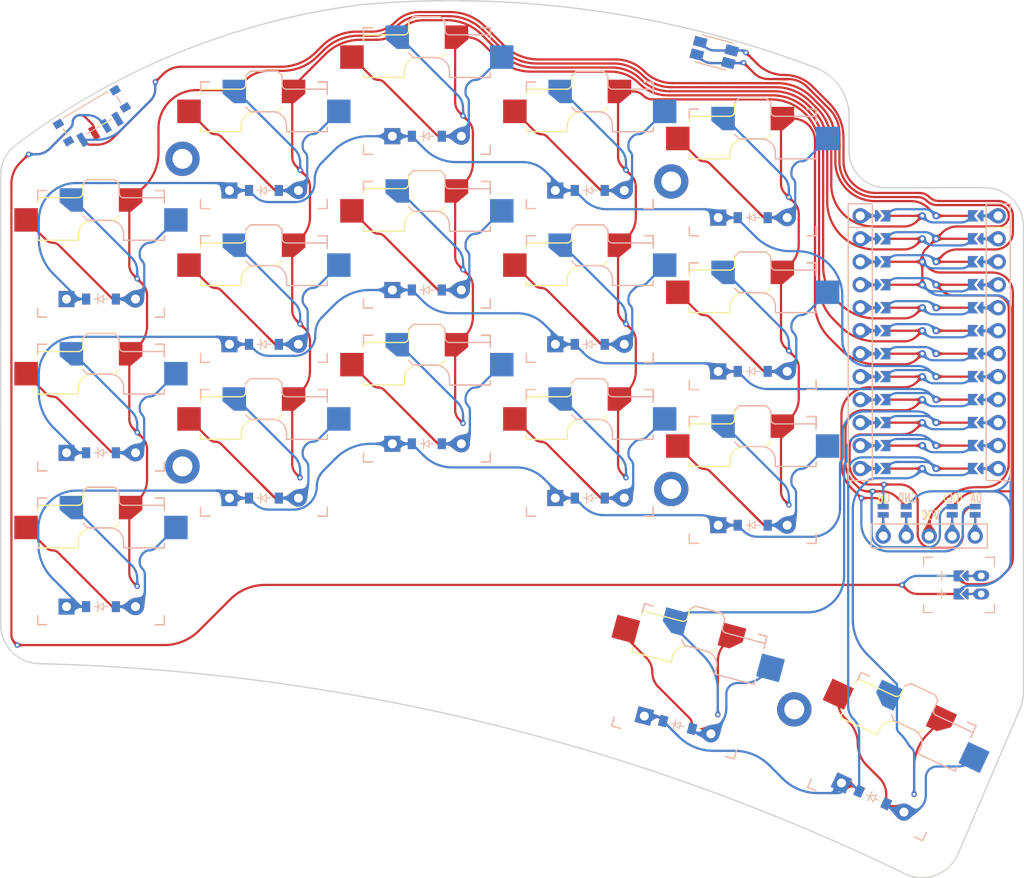
<source format=kicad_pcb>
(kicad_pcb (version 20211014) (generator pcbnew)
  (title_block (title "snak") (rev "v1.0.0") (company "Unknown"))
  (layers (0 "F.Cu" signal) (31 "B.Cu" signal) (34 "B.Paste" user) (35 "F.Paste" user) (36 "B.SilkS" user "B.Silkscreen") (37 "F.SilkS" user "F.Silkscreen") (38 "B.Mask" user) (39 "F.Mask" user) (44 "Edge.Cuts" user))
  (net 0 "")
  (net 1 "P1")
  (net 2 "pinky_bot")
  (net 3 "pinky_mid")
  (net 4 "pinky_top")
  (net 5 "P0")
  (net 6 "ring_bot")
  (net 7 "ring_mid")
  (net 8 "ring_top")
  (net 9 "P2")
  (net 10 "middle_bot")
  (net 11 "middle_mid")
  (net 12 "middle_top")
  (net 13 "P3")
  (net 14 "index_bot")
  (net 15 "index_mid")
  (net 16 "index_top")
  (net 17 "P4")
  (net 18 "inner_bot")
  (net 19 "inner_mid")
  (net 20 "inner_top")
  (net 21 "P16")
  (net 22 "out_home")
  (net 23 "P9")
  (net 24 "in_home")
  (net 25 "P14")
  (net 26 "P15")
  (net 27 "P18")
  (net 28 "P10")
  (net 29 "RAW")
  (net 30 "GND")
  (net 31 "RST")
  (net 32 "VCC")
  (net 33 "P21")
  (net 34 "P20")
  (net 35 "P19")
  (net 36 "P5")
  (net 37 "P6")
  (net 38 "P7")
  (net 39 "P8")
  (net 40 "MCU1_24")
  (net 41 "MCU1_1")
  (net 42 "MCU1_2")
  (net 43 "MCU1_23")
  (net 44 "MCU1_22")
  (net 45 "MCU1_3")
  (net 46 "MCU1_21")
  (net 47 "MCU1_4")
  (net 48 "MCU1_5")
  (net 49 "MCU1_20")
  (net 50 "MCU1_6")
  (net 51 "MCU1_19")
  (net 52 "MCU1_7")
  (net 53 "MCU1_18")
  (net 54 "MCU1_8")
  (net 55 "MCU1_17")
  (net 56 "MCU1_9")
  (net 57 "MCU1_16")
  (net 58 "MCU1_15")
  (net 59 "MCU1_10")
  (net 60 "MCU1_14")
  (net 61 "MCU1_11")
  (net 62 "MCU1_13")
  (net 63 "MCU1_12")
  (net 64 "DISP1_1")
  (net 65 "DISP1_2")
  (net 66 "DISP1_4")
  (net 67 "DISP1_5")
  (net 68 "pos")
  (net 69 "JST1_1")
  (net 70 "JST1_2")
  (footprint "PG1350" (layer "F.Cu") (at 172 91)
    (fp_text reference "S13" hide)
    (fp_text value "")
  )
  (footprint "mounting_hole" (layer "F.Cu") (at 163 92)
    (fp_text reference "H4" hide)
    (fp_text value "")
  )
  (footprint "VIA-0.6mm" (layer "F.Cu") (at 122 56.75)
    (fp_text reference "REF**" hide)
    (fp_text value "VIA-0.6mm" hide)
  )
  (footprint "mounting_hole" (layer "F.Cu") (at 109 55.5)
    (fp_text reference "H1" hide)
    (fp_text value "")
  )
  (footprint "PG1350" (layer "F.Cu") (at 154 71)
    (fp_text reference "S11" hide)
    (fp_text value "")
  )
  (footprint "PG1350" (layer "F.Cu") (at 154 88)
    (fp_text reference "S10" hide)
    (fp_text value "")
  )
  (footprint "VIA-0.6mm" (layer "F.Cu") (at 171 44.875)
    (fp_text reference "REF**" hide)
    (fp_text value "VIA-0.6mm" hide)
  )
  (footprint "ComboDiode" (layer "F.Cu") (at 136 87)
    (fp_text reference "D7" hide)
    (fp_text value "" hide)
  )
  (footprint "VIA-0.6mm" (layer "F.Cu") (at 176 76.75)
    (fp_text reference "REF**" hide)
    (fp_text value "VIA-0.6mm" hide)
  )
  (footprint "VIA-0.6mm" (layer "F.Cu") (at 171.25 43.75)
    (fp_text reference "REF**" hide)
    (fp_text value "VIA-0.6mm" hide)
  )
  (footprint "nice!view" (layer "F.Cu") (at 191.5 80.5)
    (fp_text reference "DISP1" hide)
    (fp_text value "")
  )
  (footprint "mounting_hole" (layer "F.Cu") (at 176.59111 116.355829 -15)
    (fp_text reference "H5" hide)
    (fp_text value "")
  )
  (footprint "VIA-0.6mm" (layer "F.Cu") (at 176 93.75)
    (fp_text reference "REF**" hide)
    (fp_text value "VIA-0.6mm" hide)
  )
  (footprint "PG1350" (layer "F.Cu") (at 136 82)
    (fp_text reference "S7" hide)
    (fp_text value "")
  )
  (footprint "mounting_hole" (layer "F.Cu") (at 163 58)
    (fp_text reference "H3" hide)
    (fp_text value "")
  )
  (footprint "VIA-0.6mm" (layer "F.Cu") (at 168.151951 116.941572 -15)
    (fp_text reference "REF**" hide)
    (fp_text value "VIA-0.6mm" hide)
  )
  (footprint "PG1350" (layer "F.Cu") (at 154 54)
    (fp_text reference "S12" hide)
    (fp_text value "")
  )
  (footprint "ComboDiode" (layer "F.Cu") (at 136 70)
    (fp_text reference "D8" hide)
    (fp_text value "" hide)
  )
  (footprint "ComboDiode" (layer "F.Cu") (at 172 96)
    (fp_text reference "D13" hide)
    (fp_text value "" hide)
  )
  (footprint "ComboDiode" (layer "F.Cu") (at 100 88)
    (fp_text reference "D2" hide)
    (fp_text value "" hide)
  )
  (footprint "VIA-0.6mm" (layer "F.Cu") (at 90.75 109.25)
    (fp_text reference "REF**" hide)
    (fp_text value "VIA-0.6mm" hide)
  )
  (footprint "JST_PH_S2B-PH-K" (layer "F.Cu") (at 197.25 102.6 -90)
    (fp_text reference "JST1" hide)
    (fp_text value "")
  )
  (footprint "nice_nano" (layer "F.Cu") (at 191.5 74.5)
    (fp_text reference "MCU1" hide)
    (fp_text value "")
  )
  (footprint "PG1350" (layer "F.Cu") (at 100 100)
    (fp_text reference "S1" hide)
    (fp_text value "")
  )
  (footprint "PG1350" (layer "F.Cu") (at 165 113.25 -15)
    (fp_text reference "S16" hide)
    (fp_text value "")
  )
  (footprint "PG1350" (layer "F.Cu") (at 187.368055 121.572874 -25)
    (fp_text reference "S17" hide)
    (fp_text value "")
  )
  (footprint "power_switch" (layer "F.Cu") (at 99 50.75 120.75)
    (fp_text reference "SW2" hide)
    (fp_text value "")
  )
  (footprint "PG1350" (layer "F.Cu") (at 100 83)
    (fp_text reference "S2" hide)
    (fp_text value "")
  )
  (footprint "VIA-0.6mm" (layer "F.Cu") (at 92 55)
    (fp_text reference "REF**" hide)
    (fp_text value "VIA-0.6mm" hide)
  )
  (footprint "VIA-0.6mm" (layer "F.Cu") (at 140 67.75)
    (fp_text reference "REF**" hide)
    (fp_text value "VIA-0.6mm" hide)
  )
  (footprint "PG1350" (layer "F.Cu") (at 136 65)
    (fp_text reference "S8" hide)
    (fp_text value "")
  )
  (footprint "VIA-0.6mm" (layer "F.Cu") (at 176 59.75)
    (fp_text reference "REF**" hide)
    (fp_text value "VIA-0.6mm" hide)
  )
  (footprint "ComboDiode" (layer "F.Cu") (at 154 93)
    (fp_text reference "D10" hide)
    (fp_text value "" hide)
  )
  (footprint "ComboDiode" (layer "F.Cu") (at 118 93)
    (fp_text reference "D4" hide)
    (fp_text value "" hide)
  )
  (footprint "ComboDiode" (layer "F.Cu") (at 118 76)
    (fp_text reference "D5" hide)
    (fp_text value "" hide)
  )
  (footprint "VIA-0.6mm" (layer "F.Cu") (at 140 50.75)
    (fp_text reference "REF**" hide)
    (fp_text value "VIA-0.6mm" hide)
  )
  (footprint "VIA-0.6mm" (layer "F.Cu") (at 140 84.75)
    (fp_text reference "REF**" hide)
    (fp_text value "VIA-0.6mm" hide)
  )
  (footprint "VIA-0.6mm" (layer "F.Cu") (at 122 90.75)
    (fp_text reference "REF**" hide)
    (fp_text value "VIA-0.6mm" hide)
  )
  (footprint "PG1350" (layer "F.Cu") (at 118 88)
    (fp_text reference "S4" hide)
    (fp_text value "")
  )
  (footprint "VIA-0.6mm" (layer "F.Cu") (at 189.831086 125.755693 -25)
    (fp_text reference "REF**" hide)
    (fp_text value "VIA-0.6mm" hide)
  )
  (footprint "VIA-0.6mm" (layer "F.Cu") (at 158 90.75)
    (fp_text reference "REF**" hide)
    (fp_text value "VIA-0.6mm" hide)
  )
  (footprint "PG1350" (layer "F.Cu") (at 100 66)
    (fp_text reference "S3" hide)
    (fp_text value "")
  )
  (footprint "VIA-0.6mm" (layer "F.Cu") (at 104 68.75)
    (fp_text reference "REF**" hide)
    (fp_text value "VIA-0.6mm" hide)
  )
  (footprint "VIA-0.6mm" (layer "F.Cu") (at 185.25 92.25)
    (fp_text reference "REF**" hide)
    (fp_text value "VIA-0.6mm" hide)
  )
  (footprint "PG1350" (layer "F.Cu") (at 136 48)
    (fp_text reference "S9" hide)
    (fp_text value "")
  )
  (footprint "VIA-0.6mm" (layer "F.Cu") (at 106 47)
    (fp_text reference "REF**" hide)
    (fp_text value "VIA-0.6mm" hide)
  )
  (footprint "ComboDiode" (layer "F.Cu") (at 100 71)
    (fp_text reference "D3" hide)
    (fp_text value "" hide)
  )
  (footprint "ComboDiode" (layer "F.Cu") (at 163.705905 118.079629 -15)
    (fp_text reference "D16" hide)
    (fp_text value "" hide)
  )
  (footprint "ComboDiode" (layer "F.Cu") (at 136 53)
    (fp_text reference "D9" hide)
    (fp_text value "" hide)
  )
  (footprint "ComboDiode" (layer "F.Cu") (at 154 59)
    (fp_text reference "D12" hide)
    (fp_text value "" hide)
  )
  (footprint "mounting_hole" (layer "F.Cu") (at 109 89.5)
    (fp_text reference "H2" hide)
    (fp_text value "")
  )
  (footprint "ComboDiode" (layer "F.Cu") (at 185.254964 126.104413 -25)
    (fp_text reference "D17" hide)
    (fp_text value "" hide)
  )
  (footprint "ComboDiode" (layer "F.Cu") (at 118 59)
    (fp_text reference "D6" hide)
    (fp_text value "" hide)
  )
  (footprint "ComboDiode" (layer "F.Cu") (at 154 76)
    (fp_text reference "D11" hide)
    (fp_text value "" hide)
  )
  (footprint "sw_reset_side" (layer "F.Cu") (at 167.75 43.75 75)
    (fp_text reference "SW1" hide)
    (fp_text value "")
  )
  (footprint "ComboDiode" (layer "F.Cu") (at 172 79)
    (fp_text reference "D14" hide)
    (fp_text value "" hide)
  )
  (footprint "VIA-0.6mm" (layer "F.Cu") (at 158 56.75)
    (fp_text reference "REF**" hide)
    (fp_text value "VIA-0.6mm" hide)
  )
  (footprint "ComboDiode" (layer "F.Cu") (at 172 62)
    (fp_text reference "D15" hide)
    (fp_text value "" hide)
  )
  (footprint "ComboDiode" (layer "F.Cu") (at 100 105)
    (fp_text reference "D1" hide)
    (fp_text value "" hide)
  )
  (footprint "VIA-0.6mm" (layer "F.Cu") (at 104 102.75)
    (fp_text reference "REF**" hide)
    (fp_text value "VIA-0.6mm" hide)
  )
  (footprint "VIA-0.6mm" (layer "F.Cu") (at 158 73.75)
    (fp_text reference "REF**" hide)
    (fp_text value "VIA-0.6mm" hide)
  )
  (footprint "PG1350" (layer "F.Cu") (at 172 57)
    (fp_text reference "S15" hide)
    (fp_text value "")
  )
  (footprint "VIA-0.6mm" (layer "F.Cu") (at 188.5 102.6)
    (fp_text reference "REF**" hide)
    (fp_text value "VIA-0.6mm" hide)
  )
  (footprint "VIA-0.6mm" (layer "F.Cu") (at 104 85.75)
    (fp_text reference "REF**" hide)
    (fp_text value "VIA-0.6mm" hide)
  )
  (footprint "PG1350" (layer "F.Cu") (at 118 71)
    (fp_text reference "S5" hide)
    (fp_text value "")
  )
  (footprint "VIA-0.6mm" (layer "F.Cu") (at 122 73.75)
    (fp_text reference "REF**" hide)
    (fp_text value "VIA-0.6mm" hide)
  )
  (footprint "PG1350" (layer "F.Cu") (at 172 74)
    (fp_text reference "S14" hide)
    (fp_text value "")
  )
  (footprint "VIA-0.6mm" (layer "F.Cu") (at 186.5 91.5)
    (fp_text reference "REF**" hide)
    (fp_text value "VIA-0.6mm" hide)
  )
  (footprint "PG1350" (layer "F.Cu") (at 118 54)
    (fp_text reference "S6" hide)
    (fp_text value "")
  )
  (footprint "VIA-0.6mm" (layer "F.Cu") (at 184 93)
    (fp_text reference "REF**" hide)
    (fp_text value "VIA-0.6mm" hide)
  )
  (gr_arc (start 92.913013 111.301976) (mid 142.222087 117.781523) (end 189.013076 134.633013) (layer "Edge.Cuts") (width 0.15))
  (gr_line (start 88.9215 106.961001) (end 88.9165 57.3394) (layer "Edge.Cuts") (width 0.15))
  (gr_arc (start 197.6455 58.6894) (mid 200.693845 59.968133) (end 201.9165 63.0394) (layer "Edge.Cuts") (width 0.15))
  (gr_line (start 186.82 58.7) (end 197.6455 58.6894) (layer "Edge.Cuts") (width 0.15))
  (gr_arc (start 128.58 38.47) (mid 154.139283 39.0772) (end 178.9 45.41) (layer "Edge.Cuts") (width 0.15))
  (gr_arc (start 178.91 45.42) (mid 181.46322 47.332875) (end 182.64 50.3) (layer "Edge.Cuts") (width 0.15))
  (gr_arc (start 201.9165 114.0394) (mid 201.846183 115.147963) (end 201.5665 116.222967) (layer "Edge.Cuts") (width 0.15))
  (gr_arc (start 88.9165 57.3394) (mid 89.356246 55.42695) (end 90.6415 53.944059) (layer "Edge.Cuts") (width 0.15))
  (gr_arc (start 92.991437 111.301976) (mid 90.098113 109.936251) (end 88.9215 106.961001) (layer "Edge.Cuts") (width 0.15))
  (gr_line (start 201.9165 63.0394) (end 201.9165 114.0394) (layer "Edge.Cuts") (width 0.15))
  (gr_arc (start 186.85 58.7) (mid 183.936199 57.591058) (end 182.64 54.755594) (layer "Edge.Cuts") (width 0.15))
  (gr_arc (start 90.6315 53.934059) (mid 108.605134 43.748252) (end 128.58 38.48) (layer "Edge.Cuts") (width 0.15))
  (gr_line (start 182.64 50.29) (end 182.64 54.755594) (layer "Edge.Cuts") (width 0.15))
  (gr_line (start 201.5665 116.222967) (end 194.616284 132.497967) (layer "Edge.Cuts") (width 0.15))
  (gr_arc (start 194.616284 132.497967) (mid 192.241311 134.685141) (end 189.013076 134.633013) (layer "Edge.Cuts") (width 0.15))
  (segment (start 103.55156 93.773431) (end 103.549217 93.775776) (width 0.25) (layer "F.Cu") (net 1))
  (segment (start 103.204684 94.120311) (end 103.202341 94.122655) (width 0.25) (layer "F.Cu") (net 1))
  (segment (start 179.086207 49.892399) (end 178.3676 49.173792) (width 0.25) (layer "F.Cu") (net 1))
  (segment (start 103.237497 77.087496) (end 103.240427 77.084566) (width 0.25) (layer "F.Cu") (net 1))
  (segment (start 180.68 53.740155) (end 180.68 58.343108) (width 0.25) (layer "F.Cu") (net 1))
  (segment (start 103.562499 85.312499) (end 104 85.75) (width 0.25) (layer "F.Cu") (net 1))
  (segment (start 103.218747 94.106246) (end 103.215817 94.109176) (width 0.25) (layer "F.Cu") (net 1))
  (segment (start 103.228122 94.096871) (end 103.218747 94.106246) (width 0.25) (layer "F.Cu") (net 1))
  (segment (start 103.373435 93.951557) (end 103.371091 93.953902) (width 0.25) (layer "F.Cu") (net 1))
  (segment (start 103.750194 76.574797) (end 103.699803 76.625188) (width 0.25) (layer "F.Cu") (net 1))
  (segment (start 103.378121 76.946871) (end 103.375778 76.949214) (width 0.25) (layer "F.Cu") (net 1))
  (segment (start 103.201755 77.123242) (end 103.200584 77.124414) (width 0.25) (layer "F.Cu") (net 1))
  (segment (start 103.699217 93.625774) (end 103.649998 93.674993) (width 0.25) (layer "F.Cu") (net 1))
  (segment (start 103.380464 76.944527) (end 103.378121 76.946871) (width 0.25) (layer "F.Cu") (net 1))
  (segment (start 103.361715 76.963277) (end 103.364059 76.960934) (width 0.25) (layer "F.Cu") (net 1))
  (segment (start 148.134979 44.96) (end 156.664792 44.96) (width 0.25) (layer "F.Cu") (net 1))
  (segment (start 103.415622 76.909369) (end 103.406246 76.918745) (width 0.25) (layer "F.Cu") (net 1))
  (segment (start 103.212302 77.112691) (end 103.211717 77.113276) (width 0.25) (layer "F.Cu") (net 1))
  (segment (start 103.58906 93.73593) (end 103.563278 93.761712) (width 0.25) (layer "F.Cu") (net 1))
  (segment (start 103.215817 77.109176) (end 103.212302 77.112691) (width 0.25) (layer "F.Cu") (net 1))
  (segment (start 103.371091 93.953902) (end 103.364059 93.960934) (width 0.25) (layer "F.Cu") (net 1))
  (segment (start 103.260935 94.064058) (end 103.263278 94.061715) (width 0.25) (layer "F.Cu") (net 1))
  (segment (start 103.699803 76.625188) (end 103.699217 76.625774) (width 0.25) (layer "F.Cu") (net 1))
  (segment (start 103.462497 93.862494) (end 103.453122 93.871869) (width 0.25) (layer "F.Cu") (net 1))
  (segment (start 103.462497 93.862494) (end 103.467185 93.857807) (width 0.25) (layer "F.Cu") (net 1))
  (segment (start 103.699217 76.625774) (end 103.649998 76.674993) (width 0.25) (layer "F.Cu") (net 1))
  (segment (start 103.750194 93.574797) (end 103.699803 93.625188) (width 0.25) (layer "F.Cu") (net 1))
  (segment (start 103.349997 76.974996) (end 103.338278 76.986715) (width 0.25) (layer "F.Cu") (net 1))
  (segment (start 103.534567 76.790423) (end 103.544528 76.780463) (width 0.25) (layer "F.Cu") (net 1))
  (segment (start 103.201755 94.123242) (end 103.200584 94.124414) (width 0.25) (layer "F.Cu") (net 1))
  (segment (start 103.55156 76.773431) (end 103.563279 76.761713) (width 0.25) (layer "F.Cu") (net 1))
  (segment (start 103.218747 77.106246) (end 103.215817 77.109176) (width 0.25) (layer "F.Cu") (net 1))
  (segment (start 135.335887 39.724999) (end 138.392051 39.724999) (width 0.25) (layer "F.Cu") (net 1))
  (segment (start 103.237497 94.087496) (end 103.240427 94.084567) (width 0.25) (layer "F.Cu") (net 1))
  (segment (start 103.287302 77.037692) (end 103.286717 77.038278) (width 0.25) (layer "F.Cu") (net 1))
  (segment (start 103.649998 76.674993) (end 103.600779 76.724212) (width 0.25) (layer "F.Cu") (net 1))
  (segment (start 103.286716 94.038277) (end 103.287302 94.037692) (width 0.25) (layer "F.Cu") (net 1))
  (segment (start 103.286717 77.038278) (end 103.274998 77.049997) (width 0.25) (layer "F.Cu") (net 1))
  (segment (start 103.361715 93.963277) (end 103.349997 93.974996) (width 0.25) (layer "F.Cu") (net 1))
  (segment (start 103.649998 93.674993) (end 103.600779 93.724212) (width 0.25) (layer "F.Cu") (net 1))
  (segment (start 103.243943 94.081051) (end 103.240427 94.084567) (width 0.25) (layer "F.Cu") (net 1))
  (segment (start 103.260935 77.064059) (end 103.253904 77.07109) (width 0.25) (layer "F.Cu") (net 1))
  (segment (start 103.200584 77.124414) (end 103.199999 77.125) (width 0.25) (layer "F.Cu") (net 1))
  (segment (start 103.462497 76.862494) (end 103.453122 76.871869) (width 0.25) (layer "F.Cu") (net 1))
  (segment (start 103.373435 76.951557) (end 103.371091 76.953902) (width 0.25) (layer "F.Cu") (net 1))
  (segment (start 103.950002 93.374993) (end 104.18125 93.14375) (width 0.25) (layer "F.Cu") (net 1))
  (segment (start 103.534567 93.790423) (end 103.544528 93.780463) (width 0.25) (layer "F.Cu") (net 1))
  (segment (start 103.384566 76.940424) (end 103.38105 76.94394) (width 0.25) (layer "F.Cu") (net 1))
  (segment (start 103.212302 94.112691) (end 103.211717 94.113276) (width 0.25) (layer "F.Cu") (net 1))
  (segment (start 103.799999 76.524992) (end 103.750194 76.574797) (width 0.25) (layer "F.Cu") (net 1))
  (segment (start 103.371091 76.953902) (end 103.364059 76.960934) (width 0.25) (layer "F.Cu") (net 1))
  (segment (start 103.201755 77.123242) (end 103.202341 77.122656) (width 0.25) (layer "F.Cu") (net 1))
  (segment (start 103.246872 94.078121) (end 103.244529 94.080464) (width 0.25) (layer "F.Cu") (net 1))
  (segment (start 103.253902 94.071089) (end 103.251558 94.073434) (width 0.25) (layer "F.Cu") (net 1))
  (segment (start 103.25156 77.073433) (end 103.249217 77.075778) (width 0.25) (layer "F.Cu") (net 1))
  (segment (start 103.337692 93.9873) (end 103.338278 93.986715) (width 0.25) (layer "F.Cu") (net 1))
  (segment (start 103.249217 77.075778) (end 103.246873 77.078122) (width 0.25) (layer "F.Cu") (net 1))
  (segment (start 103.563278 93.761712) (end 103.55156 93.773431) (width 0.25) (layer "F.Cu") (net 1))
  (segment (start 103.211717 77.113276) (end 103.209373 77.115621) (width 0.25) (layer "F.Cu") (net 1))
  (segment (start 103.215817 94.109176) (end 103.212302 94.112691) (width 0.25) (layer "F.Cu") (net 1))
  (segment (start 103.950002 76.374993) (end 103.799999 76.524992) (width 0.25) (layer "F.Cu") (net 1))
  (segment (start 103.396871 76.92812) (end 103.387496 76.937495) (width 0.25) (layer "F.Cu") (net 1))
  (segment (start 103.434372 76.890618) (end 103.424997 76.899994) (width 0.25) (layer "F.Cu") (net 1))
  (segment (start 103.546872 76.778119) (end 103.544528 76.780463) (width 0.25) (layer "F.Cu") (net 1))
  (segment (start 103.249215 94.075778) (end 103.246872 94.078121) (width 0.25) (layer "F.Cu") (net 1))
  (segment (start 104.54375 69.29375) (end 104 68.75) (width 0.25) (layer "F.Cu") (net 1))
  (segment (start 103.124999 101.256279) (end 103.124999 94.306067) (width 0.25) (layer "F.Cu") (net 1))
  (segment (start 190.74 61.8) (end 186.72 61.8) (width 0.25) (layer "F.Cu") (net 1))
  (segment (start 103.38105 76.94394) (end 103.380464 76.944527) (width 0.25) (layer "F.Cu") (net 1))
  (segment (start 103.396871 93.92812) (end 103.387496 93.937495) (width 0.25) (layer "F.Cu") (net 1))
  (segment (start 103.361715 93.963277) (end 103.364059 93.960934) (width 0.25) (layer "F.Cu") (net 1))
  (segment (start 103.237497 94.087496) (end 103.228122 94.096871) (width 0.25) (layer "F.Cu") (net 1))
  (segment (start 103.512302 93.812689) (end 103.485935 93.839057) (width 0.25) (layer "F.Cu") (net 1))
  (segment (start 103.300193 77.024801) (end 103.287302 77.037692) (width 0.25) (layer "F.Cu") (net 1))
  (segment (start 103.324802 77.000192) (end 103.300193 77.024801) (width 0.25) (layer "F.Cu") (net 1))
  (segment (start 103.361715 76.963277) (end 103.349997 76.974996) (width 0.25) (layer "F.Cu") (net 1))
  (segment (start 103.384566 93.940424) (end 103.387496 93.937495) (width 0.25) (layer "F.Cu") (net 1))
  (segment (start 103.406246 93.918745) (end 103.396871 93.92812) (width 0.25) (layer "F.Cu") (net 1))
  (segment (start 103.58906 93.73593) (end 103.600779 93.724212) (width 0.25) (layer "F.Cu") (net 1))
  (segment (start 103.274998 77.049997) (end 103.263279 77.061715) (width 0.25) (layer "F.Cu") (net 1))
  (segment (start 103.237497 77.087496) (end 103.228122 77.096871) (width 0.25) (layer "F.Cu") (net 1))
  (segment (start 103.562499 102.312499) (end 104 102.75) (width 0.25) (layer "F.Cu") (net 1))
  (segment (start 103.38105 93.94394) (end 103.380464 93.944527) (width 0.25) (layer "F.Cu") (net 1))
  (segment (start 103.251558 94.073434) (end 103.249215 94.075778) (width 0.25) (layer "F.Cu") (net 1))
  (segment (start 103.324802 94.000192) (end 103.300193 94.024801) (width 0.25) (layer "F.Cu") (net 1))
  (segment (start 103.274997 94.049996) (end 103.263278 94.061715) (width 0.25) (layer "F.Cu") (net 1))
  (segment (start 103.58906 76.73593) (end 103.600779 76.724212) (width 0.25) (layer "F.Cu") (net 1))
  (segment (start 103.199999 94.125) (end 103.200584 94.124414) (width 0.25) (layer "F.Cu") (net 1))
  (segment (start 185.311891 62.975) (end 188.732149 62.975) (width 0.25) (layer "F.Cu") (net 1))
  (segment (start 103.512302 76.812689) (end 103.485935 76.839057) (width 0.25) (layer "F.Cu") (net 1))
  (segment (start 105.0875 73.955868) (end 105.0875 70.606478) (width 0.25) (layer "F.Cu") (net 1))
  (segment (start 103.799999 93.524992) (end 103.750194 93.574797) (width 0.25) (layer "F.Cu") (net 1))
  (segment (start 103.549217 93.775776) (end 103.546873 93.77812) (width 0.25) (layer "F.Cu") (net 1))
  (segment (start 103.209373 77.115621) (end 103.207028 77.117966) (width 0.25) (layer "F.Cu") (net 1))
  (segment (start 103.534567 93.790423) (end 103.512302 93.812689) (width 0.25) (layer "F.Cu") (net 1))
  (segment (start 103.204684 77.120311) (end 103.202341 77.122656) (width 0.25) (layer "F.Cu") (net 1))
  (segment (start 103.375778 76.949214) (end 103.373435 76.951557) (width 0.25) (layer "F.Cu") (net 1))
  (segment (start 103.124999 67.256279) (end 103.124999 60.306067) (width 0.25) (layer "F.Cu") (net 1))
  (segment (start 103.443747 76.881244) (end 103.434372 76.890618) (width 0.25) (layer "F.Cu") (net 1))
  (segment (start 103.244528 77.080465) (end 103.243943 77.081051) (width 0.25) (layer "F.Cu") (net 1))
  (segment (start 118.496137 45.77) (end 120.06464 45.77) (width 0.25) (layer "F.Cu") (net 1))
  (segment (start 103.462497 76.862494) (end 103.467185 76.857807) (width 0.25) (layer "F.Cu") (net 1))
  (segment (start 103.950002 93.374993) (end 103.799999 93.524992) (width 0.25) (layer "F.Cu") (net 1))
  (segment (start 103.443747 93.881244) (end 103.434372 93.890618) (width 0.25) (layer "F.Cu") (net 1))
  (segment (start 103.415622 93.909369) (end 103.406246 93.918745) (width 0.25) (layer "F.Cu") (net 1))
  (segment (start 103.263279 77.061715) (end 103.260935 77.064059) (width 0.25) (layer "F.Cu") (net 1))
  (segment (start 103.286716 94.038277) (end 103.274997 94.049996) (width 0.25) (layer "F.Cu") (net 1))
  (segment (start 103.207028 94.117966) (end 103.204684 94.120311) (width 0.25) (layer "F.Cu") (net 1))
  (segment (start 103.228122 77.096871) (end 103.218747 77.106246) (width 0.25) (layer "F.Cu") (net 1))
  (segment (start 103.424997 93.899994) (end 103.415622 93.909369) (width 0.25) (layer "F.Cu") (net 1))
  (segment (start 103.406246 76.918745) (end 103.396871 76.92812) (width 0.25) (layer "F.Cu") (net 1))
  (segment (start 103.244529 94.080464) (end 103.243943 94.081051) (width 0.25) (layer "F.Cu") (net 1))
  (segment (start 103.380464 93.944527) (end 103.378121 93.946871) (width 0.25) (layer "F.Cu") (net 1))
  (segment (start 103.202341 94.122655) (end 103.201755 94.123242) (width 0.25) (layer "F.Cu") (net 1))
  (segment (start 104.54375 86.29375) (end 104 85.75) (width 0.25) (layer "F.Cu") (net 1))
  (segment (start 103.453122 93.871869) (end 103.443747 93.881244) (width 0.25) (layer "F.Cu") (net 1))
  (segment (start 103.434372 93.890618) (end 103.424997 93.899994) (width 0.25) (layer "F.Cu") (net 1))
  (segment (start 123.912396 44.176206) (end 124.604811 43.483792) (width 0.25) (layer "F.Cu") (net 1))
  (segment (start 103.349997 93.974996) (end 103.338278 93.986715) (width 0.25) (layer "F.Cu") (net 1))
  (segment (start 103.699803 93.625188) (end 103.699217 93.625774) (width 0.25) (layer "F.Cu") (net 1))
  (segment (start 103.58906 76.73593) (end 103.563279 76.761713) (width 0.25) (layer "F.Cu") (net 1))
  (segment (start 106.35 54.843324) (end 106.35 52.125089) (width 0.25) (layer "F.Cu") (net 1))
  (segment (start 103.384566 76.940424) (end 103.387496 76.937495) (width 0.25) (layer "F.Cu") (net 1))
  (segment (start 103.25156 77.073433) (end 103.253904 77.07109) (width 0.25) (layer "F.Cu") (net 1))
  (segment (start 103.55156 76.773431) (end 103.549217 76.775776) (width 0.25) (layer "F.Cu") (net 1))
  (segment (start 103.124999 84.256279) (end 103.124999 77.306067) (width 0.25) (layer "F.Cu") (net 1))
  (segment (start 103.246873 77.078122) (end 103.244528 77.080465) (width 0.25) (layer "F.Cu") (net 1))
  (segment (start 103.378121 93.946871) (end 103.375778 93.949214) (width 0.25) (layer "F.Cu") (net 1))
  (segment (start 103.211717 94.113276) (end 103.209373 94.115621) (width 0.25) (layer "F.Cu") (net 1))
  (segment (start 103.300193 94.024801) (end 103.287302 94.037692) (width 0.25) (layer "F.Cu") (net 1))
  (segment (start 103.534567 76.790423) (end 103.512302 76.812689) (width 0.25) (layer "F.Cu") (net 1))
  (segment (start 144.287223 43.366207) (end 142.239807 41.318791) (width 0.25) (layer "F.Cu") (net 1))
  (segment (start 103.260935 94.064058) (end 103.253902 94.071089) (width 0.25) (layer "F.Cu") (net 1))
  (segment (start 103.485935 76.839057) (end 103.467185 76.857807) (width 0.25) (layer "F.Cu") (net 1))
  (segment (start 103.207028 77.117966) (end 103.204684 77.120311) (width 0.25) (layer "F.Cu") (net 1))
  (segment (start 128.452567 41.89) (end 130.109113 41.89) (width 0.25) (layer "F.Cu") (net 1))
  (segment (start 162.990031 47.58) (end 174.519844 47.58) (width 0.25) (layer "F.Cu") (net 1))
  (segment (start 103.375778 93.949214) (end 103.373435 93.951557) (width 0.25) (layer "F.Cu") (net 1))
  (segment (start 103.337692 76.9873) (end 103.338278 76.986715) (width 0.25) (layer "F.Cu") (net 1))
  (segment (start 103.337692 93.9873) (end 103.324802 94.000192) (width 0.25) (layer "F.Cu") (net 1))
  (segment (start 103.950002 76.374993) (end 104.18125 76.14375) (width 0.25) (layer "F.Cu") (net 1))
  (segment (start 103.243943 77.081051) (end 103.240427 77.084566) (width 0.25) (layer "F.Cu") (net 1))
  (segment (start 103.266161 60.058838) (end 103.199999 60.125) (width 0.25) (layer "F.Cu") (net 1))
  (segment (start 103.209373 94.115621) (end 103.207028 94.117966) (width 0.25) (layer "F.Cu") (net 1))
  (segment (start 103.485935 93.839057) (end 103.467185 93.857807) (width 0.25) (layer "F.Cu") (net 1))
  (segment (start 103.562499 68.312499) (end 104 68.75) (width 0.25) (layer "F.Cu") (net 1))
  (segment (start 103.424997 76.899994) (end 103.415622 76.909369) (width 0.25) (layer "F.Cu") (net 1))
  (segment (start 103.549217 76.775776) (end 103.546872 76.778119) (width 0.25) (layer "F.Cu") (net 1))
  (segment (start 190.1505 62.3875) (end 190.738 61.8) (width 0.25) (layer "F.Cu") (net 1))
  (segment (start 103.546873 93.77812) (end 103.544528 93.780463) (width 0.25) (layer "F.Cu") (net 1))
  (segment (start 110.575089 47.9) (end 113.353862 47.9) (width 0.25) (layer "F.Cu") (net 1))
  (segment (start 103.453122 76.871869) (end 103.443747 76.881244) (width 0.25) (layer "F.Cu") (net 1))
  (segment (start 103.337692 76.9873) (end 103.324802 77.000192) (width 0.25) (layer "F.Cu") (net 1))
  (segment (start 104.825 58.525) (end 103.308838 60.041161) (width 0.25) (layer "F.Cu") (net 1))
  (segment (start 105.0875 90.955868) (end 105.0875 87.606478) (width 0.25) (layer "F.Cu") (net 1))
  (segment (start 103.384566 93.940424) (end 103.38105 93.94394) (width 0.25) (layer "F.Cu") (net 1))
  (arc (start 142.239807 41.318791) (mid 140.474441 40.139212) (end 138.392051 39.724999) (width 0.25) (layer "F.Cu") (net 1))
  (arc (start 123.912396 44.176206) (mid 122.14703 45.355786) (end 120.06464 45.77) (width 0.25) (layer "F.Cu") (net 1))
  (arc (start 178.3676 49.173792) (mid 176.602234 47.994213) (end 174.519844 47.58) (width 0.25) (layer "F.Cu") (net 1))
  (arc (start 148.134979 44.96) (mid 146.052588 44.545786) (end 144.287223 43.366207) (width 0.25) (layer "F.Cu") (net 1))
  (arc (start 103.562499 68.312499) (mid 103.238701 67.827901) (end 103.124999 67.256279) (width 0.25) (layer "F.Cu") (net 1))
  (arc (start 128.452567 41.89) (mid 126.370176 42.304213) (end 124.604811 43.483792) (width 0.25) (layer "F.Cu") (net 1))
  (arc (start 107.5875 49.1375) (mid 108.958217 48.221615) (end 110.575089 47.9) (width 0.25) (layer "F.Cu") (net 1))
  (arc (start 132.7225 40.807499) (mid 133.921532 40.006331) (end 135.335887 39.724999) (width 0.25) (layer "F.Cu") (net 1))
  (arc (start 190.1505 62.3875) (mid 189.499755 62.822313) (end 188.732149 62.975) (width 0.25) (layer "F.Cu") (net 1))
  (arc (start 179.086207 49.892399) (mid 180.265786 51.657764) (end 180.68 53.740155) (width 0.25) (layer "F.Cu") (net 1))
  (arc (start 103.124999 84.256279) (mid 103.238701 84.827901) (end 103.562499 85.312499) (width 0.25) (layer "F.Cu") (net 1))
  (arc (start 105.0875 73.955868) (mid 104.851973 75.139941) (end 104.18125 76.14375) (width 0.25) (layer "F.Cu") (net 1))
  (arc (start 115.925 46.835) (mid 114.745351 47.623215) (end 113.353862 47.9) (width 0.25) (layer "F.Cu") (net 1))
  (arc (start 182.036649 61.61835) (mid 181.032581 60.115656) (end 180.68 58.343108) (width 0.25) (layer "F.Cu") (net 1))
  (arc (start 104.54375 86.29375) (mid 104.946183 86.896034) (end 105.0875 87.606478) (width 0.25) (layer "F.Cu") (net 1))
  (arc (start 162.990031 47.58) (mid 161.278434 47.239542) (end 159.827412 46.27) (width 0.25) (layer "F.Cu") (net 1))
  (arc (start 105.0875 90.955868) (mid 104.851973 92.139941) (end 104.18125 93.14375) (width 0.25) (layer "F.Cu") (net 1))
  (arc (start 104.825 58.525) (mid 105.953665 56.835832) (end 106.35 54.843324) (width 0.25) (layer "F.Cu") (net 1))
  (arc (start 103.124999 77.306067) (mid 103.14449 77.208074) (end 103.199999 77.125) (width 0.25) (layer "F.Cu") (net 1))
  (arc (start 156.664792 44.96) (mid 158.376389 45.300457) (end 159.827412 46.27) (width 0.25) (layer "F.Cu") (net 1))
  (arc (start 185.311891 62.975) (mid 183.539342 62.622418) (end 182.036649 61.61835) (width 0.25) (layer "F.Cu") (net 1))
  (arc (start 132.7225 40.807499) (mid 131.523468 41.608667) (end 130.109113 41.89) (width 0.25) (layer "F.Cu") (net 1))
  (arc (start 115.925 46.835) (mid 117.104647 46.046784) (end 118.496137 45.77) (width 0.25) (layer "F.Cu") (net 1))
  (arc (start 103.124999 101.256279) (mid 103.238701 101.827901) (end 103.562499 102.312499) (width 0.25) (layer "F.Cu") (net 1))
  (arc (start 107.5875 49.1375) (mid 106.671615 50.508217) (end 106.35 52.125089) (width 0.25) (layer "F.Cu") (net 1))
  (arc (start 103.266161 60.058838) (mid 103.275951 60.052296) (end 103.2875 60.05) (width 0.25) (layer "F.Cu") (net 1))
  (arc (start 103.199999 60.125) (mid 103.14449 60.208074) (end 103.124999 60.306067) (width 0.25) (layer "F.Cu") (net 1))
  (arc (start 103.199999 94.125) (mid 103.14449 94.208074) (end 103.124999 94.306067) (width 0.25) (layer "F.Cu") (net 1))
  (arc (start 103.308838 60.041161) (mid 103.299048 60.047702) (end 103.2875 60.05) (width 0.25) (layer "F.Cu") (net 1))
  (arc (start 104.54375 69.29375) (mid 104.946183 69.896034) (end 105.0875 70.606478) (width 0.25) (layer "F.Cu") (net 1))
  (segment (start 104 101.897499) (end 104 102.75) (width 0.25) (layer "B.Cu") (net 1))
  (segment (start 96.865 60.05) (end 96.725 60.05) (width 0.25) (layer "B.Cu") (net 1))
  (segment (start 97.103996 60.148995) (end 103.397191 66.44219) (width 0.25) (layer "B.Cu") (net 1))
  (segment (start 191.1 62.165) (end 190.74 61.8) (width 0.25) (layer "B.Cu") (net 1))
  (segment (start 96.865 77.05) (end 96.725 77.05) (width 0.25) (layer "B.Cu") (net 1))
  (segment (start 104 67.897499) (end 104 68.75) (width 0.25) (layer "B.Cu") (net 1))
  (segment (start 195.915 62.165) (end 196.28 61.8) (width 0.25) (layer "B.Cu") (net 1))
  (segment (start 96.865 94.05) (end 96.725 94.05) (width 0.25) (layer "B.Cu") (net 1))
  (segment (start 103.397191 100.44219) (end 97.103996 94.148995) (width 0.25) (layer "B.Cu") (net 1))
  (segment (start 195.033812 62.53) (end 191.972664 62.53) (width 0.25) (layer "B.Cu") (net 1))
  (segment (start 104 84.897499) (end 104 85.75) (width 0.25) (layer "B.Cu") (net 1))
  (segment (start 97.103996 77.148995) (end 103.397191 83.44219) (width 0.25) (layer "B.Cu") (net 1))
  (arc (start 191.1 62.165) (mid 191.499703 62.435074) (end 191.972664 62.53) (width 0.25) (layer "B.Cu") (net 1))
  (arc (start 103.397191 100.44219) (mid 103.843335 101.109891) (end 104 101.897499) (width 0.25) (layer "B.Cu") (net 1))
  (arc (start 103.397191 66.44219) (mid 103.843335 67.109891) (end 104 67.897499) (width 0.25) (layer "B.Cu") (net 1))
  (arc (start 195.033812 62.53) (mid 195.510707 62.435139) (end 195.915 62.165) (width 0.25) (layer "B.Cu") (net 1))
  (arc (start 103.397191 83.44219) (mid 103.843335 84.109891) (end 104 84.897499) (width 0.25) (layer "B.Cu") (net 1))
  (arc (start 97.103996 60.148995) (mid 96.994343 60.075727) (end 96.865 60.05) (width 0.25) (layer "B.Cu") (net 1))
  (arc (start 96.865 94.05) (mid 96.994343 94.075727) (end 97.103996 94.148995) (width 0.25) (layer "B.Cu") (net 1))
  (arc (start 97.103996 77.148995) (mid 96.994343 77.075727) (end 96.865 77.05) (width 0.25) (layer "B.Cu") (net 1))
  (segment (start 101.440511 105) (end 101.438559 105) (width 0.25) (layer "F.Cu") (net 2))
  (segment (start 101.747662 105) (end 101.73402 105) (width 0.25) (layer "F.Cu") (net 2))
  (segment (start 101.791151 105) (end 101.82356 105) (width 0.25) (layer "F.Cu") (net 2))
  (segment (start 101.611989 105) (end 101.611792 105) (width 0.25) (layer "F.Cu") (net 2))
  (segment (start 101.675864 105) (end 101.669398 105) (width 0.25) (layer "F.Cu") (net 2))
  (segment (start 101.9875 105) (end 101.96542 105) (width 0.25) (layer "F.Cu") (net 2))
  (segment (start 101.870794 105) (end 101.866457 105) (width 0.25) (layer "F.Cu") (net 2))
  (segment (start 101.613409 105) (end 101.611989 105) (width 0.25) (layer "F.Cu") (net 2))
  (segment (start 102.212709 105) (end 102.167604 105) (width 0.25) (layer "F.Cu") (net 2))
  (segment (start 101.465553 105) (end 101.461651 105) (width 0.25) (layer "F.Cu") (net 2))
  (segment (start 101.649998 105) (end 101.644951 105) (width 0.25) (layer "F.Cu") (net 2))
  (segment (start 101.655045 105) (end 101.649998 105) (width 0.25) (layer "F.Cu") (net 2))
  (segment (start 101.616249 105) (end 101.614829 105) (width 0.25) (layer "F.Cu") (net 2))
  (segment (start 102.505026 105) (end 102.595 105) (width 0.25) (layer "F.Cu") (net 2))
  (segment (start 101.629181 105) (end 101.622715 105) (width 0.25) (layer "F.Cu") (net 2))
  (segment (start 101.465553 105) (end 101.466855 105) (width 0.25) (layer "F.Cu") (net 2))
  (segment (start 101.874577 105) (end 101.873316 105) (width 0.25) (layer "F.Cu") (net 2))
  (segment (start 101.92126 105) (end 101.919999 105) (width 0.25) (layer "F.Cu") (net 2))
  (segment (start 101.473362 105) (end 101.466855 105) (width 0.25) (layer "F.Cu") (net 2))
  (segment (start 101.603314 105) (end 101.598267 105) (width 0.25) (layer "F.Cu") (net 2))
  (segment (start 101.457748 105) (end 101.456447 105) (width 0.25) (layer "F.Cu") (net 2))
  (segment (start 101.598267 105) (end 101.59322 105) (width 0.25) (layer "F.Cu") (net 2))
  (segment (start 101.644951 105) (end 101.635647 105) (width 0.25) (layer "F.Cu") (net 2))
  (segment (start 102.414973 105) (end 102.414894 105) (width 0.25) (layer "F.Cu") (net 2))
  (segment (start 101.660092 105) (end 101.661512 105) (width 0.25) (layer "F.Cu") (net 2))
  (segment (start 101.456447 105) (end 101.456122 105) (width 0.25) (layer "F.Cu") (net 2))
  (segment (start 101.43433 105) (end 101.433029 105) (width 0.25) (layer "F.Cu") (net 2))
  (segment (start 101.730432 105) (end 101.73402 105) (width 0.25) (layer "F.Cu") (net 2))
  (segment (start 101.614829 105) (end 101.613409 105) (width 0.25) (layer "F.Cu") (net 2))
  (segment (start 101.556635 105) (end 101.535817 105) (width 0.25) (layer "F.Cu") (net 2))
  (segment (start 101.622715 105) (end 101.621453 105) (width 0.25) (layer "F.Cu") (net 2))
  (segment (start 101.856521 105) (end 101.845954 105) (width 0.25) (layer "F.Cu") (net 2))
  (segment (start 101.872055 105) (end 101.870794 105) (width 0.25) (layer "F.Cu") (net 2))
  (segment (start 101.514999 105) (end 101.494181 105) (width 0.25) (layer "F.Cu") (net 2))
  (segment (start 101.494181 105) (end 101.48735 105) (width 0.25) (layer "F.Cu") (net 2))
  (segment (start 101.96542 105) (end 101.94334 105) (width 0.25) (layer "F.Cu") (net 2))
  (segment (start 101.892084 105) (end 101.897919 105) (width 0.25) (layer "F.Cu") (net 2))
  (segment (start 101.877099 105) (end 101.881674 105) (width 0.25) (layer "F.Cu") (net 2))
  (segment (start 101.769071 105) (end 101.747662 105) (width 0.25) (layer "F.Cu") (net 2))
  (segment (start 101.270264 105.036578) (end 101.343421 105.109735) (width 0.25) (layer "F.Cu") (net 2))
  (segment (start 102.414894 105) (end 102.324999 105) (width 0.25) (layer "F.Cu") (net 2))
  (segment (start 101.730432 105) (end 101.723966 105) (width 0.25) (layer "F.Cu") (net 2))
  (segment (start 101.696682 105) (end 101.675864 105) (width 0.25) (layer "F.Cu") (net 2))
  (segment (start 102.027085 105) (end 102.077474 105) (width 0.25) (layer "F.Cu") (net 2))
  (segment (start 102.145209 105) (end 102.144894 105) (width 0.25) (layer "F.Cu") (net 2))
  (segment (start 101.431729 105) (end 101.432054 105) (width 0.25) (layer "F.Cu") (net 2))
  (segment (start 101.866457 105) (end 101.856521 105) (width 0.25) (layer "F.Cu") (net 2))
  (segment (start 102.027085 105) (end 101.993335 105) (width 0.25) (layer "F.Cu") (net 2))
  (segment (start 102.144264 105) (end 102.122106 105) (width 0.25) (layer "F.Cu") (net 2))
  (segment (start 101.436932 105) (end 101.435631 105) (width 0.25) (layer "F.Cu") (net 2))
  (segment (start 101.616249 105) (end 101.61751 105) (width 0.25) (layer "F.Cu") (net 2))
  (segment (start 101.892084 105) (end 101.881674 105) (width 0.25) (layer "F.Cu") (net 2))
  (segment (start 101.46035 105) (end 101.459049 105) (width 0.25) (layer "F.Cu") (net 2))
  (segment (start 101.710679 105) (end 101.703503 105) (width 0.25) (layer "F.Cu") (net 2))
  (segment (start 101.608361 105) (end 101.609978 105) (width 0.25) (layer "F.Cu") (net 2))
  (segment (start 101.438233 105) (end 101.438559 105) (width 0.25) (layer "F.Cu") (net 2))
  (segment (start 101.576347 105) (end 101.557741 105) (width 0.25) (layer "F.Cu") (net 2))
  (segment (start 102.324999 105) (end 102.235104 105) (width 0.25) (layer "F.Cu") (net 2))
  (segment (start 101.59322 105) (end 101.588173 105) (width 0.25) (layer "F.Cu") (net 2))
  (segment (start 101.608361 105) (end 101.603314 105) (width 0.25) (layer "F.Cu") (net 2))
  (segment (start 101.48735 105) (end 101.480194 105) (width 0.25) (layer "F.Cu") (net 2))
  (segment (start 101.461651 105) (end 101.46035 105) (width 0.25) (layer "F.Cu") (net 2))
  (segment (start 101.456122 105) (end 101.454171 105) (width 0.25) (layer "F.Cu") (net 2))
  (segment (start 101.94334 105) (end 101.92126 105) (width 0.25) (layer "F.Cu") (net 2))
  (segment (start 101.343421 105.109735) (end 101.4 105.166314) (width 0.25) (layer "F.Cu") (net 2))
  (segment (start 102.122106 105) (end 102.077474 105) (width 0.25) (layer "F.Cu") (net 2))
  (segment (start 102.865 105) (end 102.595 105) (width 0.25) (layer "F.Cu") (net 2))
  (segment (start 101.459049 105) (end 101.457748 105) (width 0.25) (layer "F.Cu") (net 2))
  (segment (start 102.167604 105) (end 102.145209 105) (width 0.25) (layer "F.Cu") (net 2))
  (segment (start 101.669398 105) (end 101.661512 105) (width 0.25) (layer "F.Cu") (net 2))
  (segment (start 101.452545 105) (end 101.447341 105) (width 0.25) (layer "F.Cu") (net 2))
  (segment (start 101.660092 105) (end 101.655045 105) (width 0.25) (layer "F.Cu") (net 2))
  (segment (start 101.480194 105) (end 101.479869 105) (width 0.25) (layer "F.Cu") (net 2))
  (segment (start 101.791151 105) (end 101.780111 105) (width 0.25) (layer "F.Cu") (net 2))
  (segment (start 101.9875 105) (end 101.993335 105) (width 0.25) (layer "F.Cu") (net 2))
  (segment (start 101.432704 105) (end 101.432054 105) (width 0.25) (layer "F.Cu") (net 2))
  (segment (start 102.144894 105) (end 102.144579 105) (width 0.25) (layer "F.Cu") (net 2))
  (segment (start 101.435631 105) (end 101.43433 105) (width 0.25) (layer "F.Cu") (net 2))
  (segment (start 101.723966 105) (end 101.7175 105) (width 0.25) (layer "F.Cu") (net 2))
  (segment (start 101.834757 105) (end 101.82356 105) (width 0.25) (layer "F.Cu") (net 2))
  (segment (start 101.440511 105) (end 101.442137 105) (width 0.25) (layer "F.Cu") (net 2))
  (segment (start 101.447341 105) (end 101.442137 105) (width 0.25) (layer "F.Cu") (net 2))
  (segment (start 101.611792 105) (end 101.609978 105) (width 0.25) (layer "F.Cu") (net 2))
  (segment (start 101.621453 105) (end 101.61751 105) (width 0.25) (layer "F.Cu") (net 2))
  (segment (start 101.535817 105) (end 101.514999 105) (width 0.25) (layer "F.Cu") (net 2))
  (segment (start 101.919999 105) (end 101.897919 105) (width 0.25) (layer "F.Cu") (net 2))
  (segment (start 102.212709 105) (end 102.235104 105) (width 0.25) (layer "F.Cu") (net 2))
  (segment (start 101.479869 105) (end 101.473362 105) (width 0.25) (layer "F.Cu") (net 2))
  (segment (start 93.980862 98.505862) (end 91.725 96.25) (width 0.25) (layer "F.Cu") (net 2))
  (segment (start 102.144579 105) (end 102.144264 105) (width 0.25) (layer "F.Cu") (net 2))
  (segment (start 101.875838 105) (end 101.874577 105) (width 0.25) (layer "F.Cu") (net 2))
  (segment (start 101.557741 105) (end 101.556635 105) (width 0.25) (layer "F.Cu") (net 2))
  (segment (start 101.583126 105) (end 101.576347 105) (width 0.25) (layer "F.Cu") (net 2))
  (segment (start 102.865 105) (end 103.81 105) (width 0.25) (layer "F.Cu") (net 2))
  (segment (start 101.780111 105) (end 101.769071 105) (width 0.25) (layer "F.Cu") (net 2))
  (segment (start 101.877099 105) (end 101.875838 105) (width 0.25) (layer "F.Cu") (net 2))
  (segment (start 102.505026 105) (end 102.414973 105) (width 0.25) (layer "F.Cu") (net 2))
  (segment (start 101.845954 105) (end 101.834757 105) (width 0.25) (layer "F.Cu") (net 2))
  (segment (start 101.635647 105) (end 101.629181 105) (width 0.25) (layer "F.Cu") (net 2))
  (segment (start 101.270264 105.036578) (end 95.276021 99.042335) (width 0.25) (layer "F.Cu") (net 2))
  (segment (start 101.703503 105) (end 101.696682 105) (width 0.25) (layer "F.Cu") (net 2))
  (segment (start 101.7175 105) (end 101.711034 105) (width 0.25) (layer "F.Cu") (net 2))
  (segment (start 101.588173 105) (end 101.583126 105) (width 0.25) (layer "F.Cu") (net 2))
  (segment (start 101.452545 105) (end 101.454171 105) (width 0.25) (layer "F.Cu") (net 2))
  (segment (start 101.432704 105) (end 101.433029 105) (width 0.25) (layer "F.Cu") (net 2))
  (segment (start 101.873316 105) (end 101.872055 105) (width 0.25) (layer "F.Cu") (net 2))
  (segment (start 101.438233 105) (end 101.436932 105) (width 0.25) (layer "F.Cu") (net 2))
  (segment (start 101.710679 105) (end 101.711034 105) (width 0.25) (layer "F.Cu") (net 2))
  (arc (start 101.431729 105) (mid 101.383937 105.009506) (end 101.343421 105.036578) (width 0.25) (layer "F.Cu") (net 2))
  (arc (start 94.628442 98.774099) (mid 94.277974 98.704386) (end 93.980862 98.505862) (width 0.25) (layer "F.Cu") (net 2))
  (arc (start 101.270264 105.036578) (mid 101.306842 105.051729) (end 101.343421 105.036578) (width 0.25) (layer "F.Cu") (net 2))
  (arc (start 101.343421 105.036578) (mid 101.328269 105.073156) (end 101.343421 105.109735) (width 0.25) (layer "F.Cu") (net 2))
  (arc (start 95.276021 99.042335) (mid 94.978909 98.843811) (end 94.628442 98.774099) (width 0.25) (layer "F.Cu") (net 2))
  (segment (start 104.848157 101.487763) (end 104.848157 103.227755) (width 0.25) (layer "B.Cu") (net 2))
  (segment (start 106.019137 98.505862) (end 108.275 96.25) (width 0.25) (layer "B.Cu") (net 2))
  (segment (start 104.274099 100.101864) (end 104.274099 99.999999) (width 0.25) (layer "B.Cu") (net 2))
  (segment (start 104.633157 99.133157) (end 104.723978 99.042335) (width 0.25) (layer "B.Cu") (net 2))
  (segment (start 103.075912 105) (end 101.65 105) (width 0.25) (layer "B.Cu") (net 2))
  (arc (start 104.561128 100.794814) (mid 104.77356 101.112741) (end 104.848157 101.487763) (width 0.25) (layer "B.Cu") (net 2))
  (arc (start 105.371558 98.774099) (mid 105.02109 98.843811) (end 104.723978 99.042335) (width 0.25) (layer "B.Cu") (net 2))
  (arc (start 104.561128 100.794814) (mid 104.348695 100.476885) (end 104.274099 100.101864) (width 0.25) (layer "B.Cu") (net 2))
  (arc (start 105.371558 98.774099) (mid 105.722025 98.704386) (end 106.019137 98.505862) (width 0.25) (layer "B.Cu") (net 2))
  (arc (start 104.329078 104.480921) (mid 104.713252 103.905963) (end 104.848157 103.227755) (width 0.25) (layer "B.Cu") (net 2))
  (arc (start 104.633157 99.133157) (mid 104.367415 99.530867) (end 104.274099 99.999999) (width 0.25) (layer "B.Cu") (net 2))
  (arc (start 103.075912 105) (mid 103.75412 104.865095) (end 104.329078 104.480921) (width 0.25) (layer "B.Cu") (net 2))
  (segment (start 102.690784 88) (end 102.554181 88) (width 0.25) (layer "F.Cu") (net 3))
  (segment (start 101.454851 88) (end 101.448347 88) (width 0.25) (layer "F.Cu") (net 3))
  (segment (start 101.897184 88) (end 101.890679 88) (width 0.25) (layer "F.Cu") (net 3))
  (segment (start 101.519901 88) (end 101.493881 88) (width 0.25) (layer "F.Cu") (net 3))
  (segment (start 102.404568 88) (end 102.398063 88) (width 0.25) (layer "F.Cu") (net 3))
  (segment (start 102.014274 88) (end 101.988255 88) (width 0.25) (layer "F.Cu") (net 3))
  (segment (start 103.523413 88) (end 103.81 88) (width 0.25) (layer "F.Cu") (net 3))
  (segment (start 101.942719 88) (end 101.936214 88) (width 0.25) (layer "F.Cu") (net 3))
  (segment (start 101.719926 88) (end 101.684149 88) (width 0.25) (layer "F.Cu") (net 3))
  (segment (start 101.936214 88) (end 101.929709 88) (width 0.25) (layer "F.Cu") (net 3))
  (segment (start 101.475992 88) (end 101.474365 88) (width 0.25) (layer "F.Cu") (net 3))
  (segment (start 101.719926 88) (end 101.788228 88) (width 0.25) (layer "F.Cu") (net 3))
  (segment (start 101.825629 88) (end 101.824004 88) (width 0.25) (layer "F.Cu") (net 3))
  (segment (start 102.170393 88) (end 102.144373 88) (width 0.25) (layer "F.Cu") (net 3))
  (segment (start 101.443469 88) (end 101.441843 88) (width 0.25) (layer "F.Cu") (net 3))
  (segment (start 101.954104 88) (end 101.962235 88) (width 0.25) (layer "F.Cu") (net 3))
  (segment (start 101.56381 88) (end 101.554052 88) (width 0.25) (layer "F.Cu") (net 3))
  (segment (start 101.578445 88) (end 101.571941 88) (width 0.25) (layer "F.Cu") (net 3))
  (segment (start 101.46786 88) (end 101.461355 88) (width 0.25) (layer "F.Cu") (net 3))
  (segment (start 101.584949 88) (end 101.591454 88) (width 0.25) (layer "F.Cu") (net 3))
  (segment (start 102.411073 88) (end 102.404568 88) (width 0.25) (layer "F.Cu") (net 3))
  (segment (start 101.824004 88) (end 101.788228 88) (width 0.25) (layer "F.Cu") (net 3))
  (segment (start 101.988255 88) (end 101.962235 88) (width 0.25) (layer "F.Cu") (net 3))
  (segment (start 101.446721 88) (end 101.448347 88) (width 0.25) (layer "F.Cu") (net 3))
  (segment (start 101.48575 88) (end 101.475992 88) (width 0.25) (layer "F.Cu") (net 3))
  (segment (start 95.276021 82.042335) (end 101.086496 87.85281) (width 0.25) (layer "F.Cu") (net 3))
  (segment (start 101.890679 88) (end 101.858154 88) (width 0.25) (layer "F.Cu") (net 3))
  (segment (start 101.584949 88) (end 101.578445 88) (width 0.25) (layer "F.Cu") (net 3))
  (segment (start 102.829014 88) (end 102.827387 88) (width 0.25) (layer "F.Cu") (net 3))
  (segment (start 93.980862 81.505862) (end 91.725 79.25) (width 0.25) (layer "F.Cu") (net 3))
  (segment (start 101.48575 88) (end 101.493881 88) (width 0.25) (layer "F.Cu") (net 3))
  (segment (start 101.617473 88) (end 101.610968 88) (width 0.25) (layer "F.Cu") (net 3))
  (segment (start 101.545921 88) (end 101.519901 88) (width 0.25) (layer "F.Cu") (net 3))
  (segment (start 101.610968 88) (end 101.591454 88) (width 0.25) (layer "F.Cu") (net 3))
  (segment (start 101.56381 88) (end 101.565437 88) (width 0.25) (layer "F.Cu") (net 3))
  (segment (start 102.066312 88) (end 102.092333 88) (width 0.25) (layer "F.Cu") (net 3))
  (segment (start 102.308622 88) (end 102.235441 88) (width 0.25) (layer "F.Cu") (net 3))
  (segment (start 101.682523 88) (end 101.684149 88) (width 0.25) (layer "F.Cu") (net 3))
  (segment (start 101.954104 88) (end 101.944346 88) (width 0.25) (layer "F.Cu") (net 3))
  (segment (start 102.521657 88) (end 102.554181 88) (width 0.25) (layer "F.Cu") (net 3))
  (segment (start 101.923204 88) (end 101.916699 88) (width 0.25) (layer "F.Cu") (net 3))
  (segment (start 101.474365 88) (end 101.46786 88) (width 0.25) (layer "F.Cu") (net 3))
  (segment (start 101.916699 88) (end 101.897184 88) (width 0.25) (layer "F.Cu") (net 3))
  (segment (start 102.040293 88) (end 102.014274 88) (width 0.25) (layer "F.Cu") (net 3))
  (segment (start 101.649998 88) (end 101.617473 88) (width 0.25) (layer "F.Cu") (net 3))
  (segment (start 102.450103 88) (end 102.417578 88) (width 0.25) (layer "F.Cu") (net 3))
  (segment (start 103.523413 88) (end 103.107099 88) (width 0.25) (layer "F.Cu") (net 3))
  (segment (start 101.929709 88) (end 101.923204 88) (width 0.25) (layer "F.Cu") (net 3))
  (segment (start 102.235441 88) (end 102.183402 88) (width 0.25) (layer "F.Cu") (net 3))
  (segment (start 102.370418 88) (end 102.308622 88) (width 0.25) (layer "F.Cu") (net 3))
  (segment (start 102.96887 88) (end 103.107099 88) (width 0.25) (layer "F.Cu") (net 3))
  (segment (start 101.682523 88) (end 101.649998 88) (width 0.25) (layer "F.Cu") (net 3))
  (segment (start 102.827387 88) (end 102.690784 88) (width 0.25) (layer "F.Cu") (net 3))
  (segment (start 102.96887 88) (end 102.829014 88) (width 0.25) (layer "F.Cu") (net 3))
  (segment (start 102.521657 88) (end 102.450103 88) (width 0.25) (layer "F.Cu") (net 3))
  (segment (start 102.370418 88) (end 102.398063 88) (width 0.25) (layer "F.Cu") (net 3))
  (segment (start 101.571941 88) (end 101.565437 88) (width 0.25) (layer "F.Cu") (net 3))
  (segment (start 102.066312 88) (end 102.040293 88) (width 0.25) (layer "F.Cu") (net 3))
  (segment (start 102.417578 88) (end 102.411073 88) (width 0.25) (layer "F.Cu") (net 3))
  (segment (start 102.170393 88) (end 102.183402 88) (width 0.25) (layer "F.Cu") (net 3))
  (segment (start 102.144373 88) (end 102.118353 88) (width 0.25) (layer "F.Cu") (net 3))
  (segment (start 101.858154 88) (end 101.825629 88) (width 0.25) (layer "F.Cu") (net 3))
  (segment (start 102.118353 88) (end 102.092333 88) (width 0.25) (layer "F.Cu") (net 3))
  (segment (start 101.446721 88) (end 101.443469 88) (width 0.25) (layer "F.Cu") (net 3))
  (segment (start 101.944346 88) (end 101.942719 88) (width 0.25) (layer "F.Cu") (net 3))
  (segment (start 101.554052 88) (end 101.545921 88) (width 0.25) (layer "F.Cu") (net 3))
  (segment (start 101.461355 88) (end 101.454851 88) (width 0.25) (layer "F.Cu") (net 3))
  (arc (start 94.628442 81.774099) (mid 94.277974 81.704386) (end 93.980862 81.505862) (width 0.25) (layer "F.Cu") (net 3))
  (arc (start 95.276021 82.042335) (mid 94.978909 81.843811) (end 94.628442 81.774099) (width 0.25) (layer "F.Cu") (net 3))
  (arc (start 101.086496 87.85281) (mid 101.24953 87.961746) (end 101.441843 88) (width 0.25) (layer "F.Cu") (net 3))
  (segment (start 104.274099 82.999999) (end 104.274099 83.158433) (width 0.25) (layer "B.Cu") (net 3))
  (segment (start 103.13248 88) (end 101.65 88) (width 0.25) (layer "B.Cu") (net 3))
  (segment (start 104.723978 82.042335) (end 104.633156 82.133156) (width 0.25) (layer "B.Cu") (net 3))
  (segment (start 104.768157 86.364323) (end 104.768157 84.351194) (width 0.25) (layer "B.Cu") (net 3))
  (segment (start 106.019137 81.505862) (end 108.275 79.25) (width 0.25) (layer "B.Cu") (net 3))
  (arc (start 105.371558 81.774099) (mid 105.722025 81.704386) (end 106.019137 81.505862) (width 0.25) (layer "B.Cu") (net 3))
  (arc (start 104.723978 82.042335) (mid 105.02109 81.843811) (end 105.371558 81.774099) (width 0.25) (layer "B.Cu") (net 3))
  (arc (start 104.274099 82.999999) (mid 104.367414 82.530867) (end 104.633156 82.133156) (width 0.25) (layer "B.Cu") (net 3))
  (arc (start 104.521128 83.754814) (mid 104.338299 83.481192) (end 104.274099 83.158433) (width 0.25) (layer "B.Cu") (net 3))
  (arc (start 104.521128 83.754814) (mid 104.703956 84.028435) (end 104.768157 84.351194) (width 0.25) (layer "B.Cu") (net 3))
  (arc (start 104.768157 86.364323) (mid 104.643648 86.990269) (end 104.289078 87.520921) (width 0.25) (layer "B.Cu") (net 3))
  (arc (start 104.289078 87.520921) (mid 103.758426 87.875491) (end 103.13248 88) (width 0.25) (layer "B.Cu") (net 3))
  (segment (start 101.404583 71) (end 101.403096 71) (width 0.25) (layer "F.Cu") (net 4))
  (segment (start 101.374852 71) (end 101.375223 71) (width 0.25) (layer "F.Cu") (net 4))
  (segment (start 101.839439 71) (end 101.825216 71) (width 0.25) (layer "F.Cu") (net 4))
  (segment (start 101.605075 71) (end 101.601058 71) (width 0.25) (layer "F.Cu") (net 4))
  (segment (start 101.517572 71) (end 101.515797 71) (width 0.25) (layer "F.Cu") (net 4))
  (segment (start 102.009998 71) (end 101.981552 71) (width 0.25) (layer "F.Cu") (net 4))
  (segment (start 101.382284 71) (end 101.380797 71) (width 0.25) (layer "F.Cu") (net 4))
  (segment (start 101.934466 71) (end 101.931723 71) (width 0.25) (layer "F.Cu") (net 4))
  (segment (start 103.27 71) (end 102.91 71) (width 0.25) (layer "F.Cu") (net 4))
  (segment (start 101.398636 71) (end 101.39269 71) (width 0.25) (layer "F.Cu") (net 4))
  (segment (start 101.626932 71) (end 101.622916 71) (width 0.25) (layer "F.Cu") (net 4))
  (segment (start 101.413504 71) (end 101.41499 71) (width 0.25) (layer "F.Cu") (net 4))
  (segment (start 101.380797 71) (end 101.37931 71) (width 0.25) (layer "F.Cu") (net 4))
  (segment (start 101.422423 71) (end 101.41499 71) (width 0.25) (layer "F.Cu") (net 4))
  (segment (start 102.153275 71) (end 102.219901 71) (width 0.25) (layer "F.Cu") (net 4))
  (segment (start 101.981552 71) (end 101.973275 71) (width 0.25) (layer "F.Cu") (net 4))
  (segment (start 101.731399 71) (end 101.724809 71) (width 0.25) (layer "F.Cu") (net 4))
  (segment (start 101.438405 71) (end 101.44621 71) (width 0.25) (layer "F.Cu") (net 4))
  (segment (start 101.590452 71) (end 101.583784 71) (width 0.25) (layer "F.Cu") (net 4))
  (segment (start 101.737989 71) (end 101.731399 71) (width 0.25) (layer "F.Cu") (net 4))
  (segment (start 101.64526 71) (end 101.636096 71) (width 0.25) (layer "F.Cu") (net 4))
  (segment (start 101.618179 71) (end 101.6189 71) (width 0.25) (layer "F.Cu") (net 4))
  (segment (start 101.402725 71) (end 101.403096 71) (width 0.25) (layer "F.Cu") (net 4))
  (segment (start 101.610457 71) (end 101.607883 71) (width 0.25) (layer "F.Cu") (net 4))
  (segment (start 103.27 71) (end 103.81 71) (width 0.25) (layer "F.Cu") (net 4))
  (segment (start 101.375966 71) (end 101.376338 71) (width 0.25) (layer "F.Cu") (net 4))
  (segment (start 102.55 71) (end 102.430388 71) (width 0.25) (layer "F.Cu") (net 4))
  (segment (start 101.607805 71) (end 101.607883 71) (width 0.25) (layer "F.Cu") (net 4))
  (segment (start 101.37931 71) (end 101.377824 71) (width 0.25) (layer "F.Cu") (net 4))
  (segment (start 101.681817 71) (end 101.679243 71) (width 0.25) (layer "F.Cu") (net 4))
  (segment (start 101.502305 71) (end 101.493784 71) (width 0.25) (layer "F.Cu") (net 4))
  (segment (start 101.23 70.94) (end 95.352245 65.062245) (width 0.25) (layer "F.Cu") (net 4))
  (segment (start 102.278542 71) (end 102.30728 71) (width 0.25) (layer "F.Cu") (net 4))
  (segment (start 102.278542 71) (end 102.219901 71) (width 0.25) (layer "F.Cu") (net 4))
  (segment (start 101.739997 71) (end 101.737989 71) (width 0.25) (layer "F.Cu") (net 4))
  (segment (start 101.382284 71) (end 101.382656 71) (width 0.25) (layer "F.Cu") (net 4))
  (segment (start 101.407557 71) (end 101.409044 71) (width 0.25) (layer "F.Cu") (net 4))
  (segment (start 101.546506 71) (end 101.539272 71) (width 0.25) (layer "F.Cu") (net 4))
  (segment (start 101.761211 71) (end 101.750604 71) (width 0.25) (layer "F.Cu") (net 4))
  (segment (start 101.384886 71) (end 101.382656 71) (width 0.25) (layer "F.Cu") (net 4))
  (segment (start 101.39269 71) (end 101.386744 71) (width 0.25) (layer "F.Cu") (net 4))
  (segment (start 102.340387 71) (end 102.310775 71) (width 0.25) (layer "F.Cu") (net 4))
  (segment (start 101.430228 71) (end 101.429856 71) (width 0.25) (layer "F.Cu") (net 4))
  (segment (start 93.960952 64.485952) (end 91.725 62.25) (width 0.25) (layer "F.Cu") (net 4))
  (segment (start 101.953106 71) (end 101.948446 71) (width 0.25) (layer "F.Cu") (net 4))
  (segment (start 101.679243 71) (end 101.676669 71) (width 0.25) (layer "F.Cu") (net 4))
  (segment (start 101.636096 71) (end 101.626932 71) (width 0.25) (layer "F.Cu") (net 4))
  (segment (start 101.668636 71) (end 101.649997 71) (width 0.25) (layer "F.Cu") (net 4))
  (segment (start 101.973275 71) (end 101.961382 71) (width 0.25) (layer "F.Cu") (net 4))
  (segment (start 101.601058 71) (end 101.595755 71) (width 0.25) (layer "F.Cu") (net 4))
  (segment (start 102.30961 71) (end 102.308445 71) (width 0.25) (layer "F.Cu") (net 4))
  (segment (start 102.014657 71) (end 102.009998 71) (width 0.25) (layer "F.Cu") (net 4))
  (segment (start 101.622916 71) (end 101.6189 71) (width 0.25) (layer "F.Cu") (net 4))
  (segment (start 101.957766 71) (end 101.953106 71) (width 0.25) (layer "F.Cu") (net 4))
  (segment (start 101.615605 71) (end 101.613031 71) (width 0.25) (layer "F.Cu") (net 4))
  (segment (start 102.310775 71) (end 102.30961 71) (width 0.25) (layer "F.Cu") (net 4))
  (segment (start 101.943786 71) (end 101.939126 71) (width 0.25) (layer "F.Cu") (net 4))
  (segment (start 101.535101 71) (end 101.53093 71) (width 0.25) (layer "F.Cu") (net 4))
  (segment (start 101.894295 71) (end 101.879489 71) (width 0.25) (layer "F.Cu") (net 4))
  (segment (start 101.595755 71) (end 101.590452 71) (width 0.25) (layer "F.Cu") (net 4))
  (segment (start 101.377824 71) (end 101.376338 71) (width 0.25) (layer "F.Cu") (net 4))
  (segment (start 101.825216 71) (end 101.810993 71) (width 0.25) (layer "F.Cu") (net 4))
  (segment (start 101.515797 71) (end 101.509051 71) (width 0.25) (layer "F.Cu") (net 4))
  (segment (start 102.108275 71) (end 102.099998 71) (width 0.25) (layer "F.Cu") (net 4))
  (segment (start 101.909101 71) (end 101.894295 71) (width 0.25) (layer "F.Cu") (net 4))
  (segment (start 101.948446 71) (end 101.943786 71) (width 0.25) (layer "F.Cu") (net 4))
  (segment (start 102.400776 71) (end 102.340387 71) (width 0.25) (layer "F.Cu") (net 4))
  (segment (start 101.839439 71) (end 101.879489 71) (width 0.25) (layer "F.Cu") (net 4))
  (segment (start 102.308445 71) (end 102.30728 71) (width 0.25) (layer "F.Cu") (net 4))
  (segment (start 101.375966 71) (end 101.375223 71) (width 0.25) (layer "F.Cu") (net 4))
  (segment (start 101.764506 71) (end 101.761211 71) (width 0.25) (layer "F.Cu") (net 4))
  (segment (start 101.429856 71) (end 101.422423 71) (width 0.25) (layer "F.Cu") (net 4))
  (segment (start 101.649997 71) (end 101.64526 71) (width 0.25) (layer "F.Cu") (net 4))
  (segment (start 101.402725 71) (end 101.400495 71) (width 0.25) (layer "F.Cu") (net 4))
  (segment (start 102.071551 71) (end 102.043104 71) (width 0.25) (layer "F.Cu") (net 4))
  (segment (start 101.384886 71) (end 101.386744 71) (width 0.25) (layer "F.Cu") (net 4))
  (segment (start 101.931723 71) (end 101.921577 71) (width 0.25) (layer "F.Cu") (net 4))
  (segment (start 102.669903 71) (end 102.669612 71) (width 0.25) (layer "F.Cu") (net 4))
  (segment (start 101.40607 71) (end 101.404583 71) (width 0.25) (layer "F.Cu") (net 4))
  (segment (start 101.438405 71) (end 101.430228 71) (width 0.25) (layer "F.Cu") (net 4))
  (segment (start 101.957766 71) (end 101.961382 71) (width 0.25) (layer "F.Cu") (net 4))
  (segment (start 101.692423 71) (end 101.681817 71) (width 0.25) (layer "F.Cu") (net 4))
  (segment (start 102.669612 71) (end 102.55 71) (width 0.25) (layer "F.Cu") (net 4))
  (segment (start 101.909101 71) (end 101.921577 71) (width 0.25) (layer "F.Cu") (net 4))
  (segment (start 101.750604 71) (end 101.739997 71) (width 0.25) (layer "F.Cu") (net 4))
  (segment (start 101.469997 71) (end 101.44621 71) (width 0.25) (layer "F.Cu") (net 4))
  (segment (start 101.613031 71) (end 101.610457 71) (width 0.25) (layer "F.Cu") (net 4))
  (segment (start 102.790097 71) (end 102.669903 71) (width 0.25) (layer "F.Cu") (net 4))
  (segment (start 101.618179 71) (end 101.615605 71) (width 0.25) (layer "F.Cu") (net 4))
  (segment (start 101.398636 71) (end 101.400495 71) (width 0.25) (layer "F.Cu") (net 4))
  (segment (start 101.607805 71) (end 101.605075 71) (width 0.25) (layer "F.Cu") (net 4))
  (segment (start 101.527868 71) (end 101.53093 71) (width 0.25) (layer "F.Cu") (net 4))
  (segment (start 102.043104 71) (end 102.014657 71) (width 0.25) (layer "F.Cu") (net 4))
  (segment (start 101.583784 71) (end 101.565145 71) (width 0.25) (layer "F.Cu") (net 4))
  (segment (start 101.939126 71) (end 101.934466 71) (width 0.25) (layer "F.Cu") (net 4))
  (segment (start 102.400776 71) (end 102.430388 71) (width 0.25) (layer "F.Cu") (net 4))
  (segment (start 102.099998 71) (end 102.071551 71) (width 0.25) (layer "F.Cu") (net 4))
  (segment (start 101.527868 71) (end 101.517572 71) (width 0.25) (layer "F.Cu") (net 4))
  (segment (start 101.668636 71) (end 101.676669 71) (width 0.25) (layer "F.Cu") (net 4))
  (segment (start 101.493784 71) (end 101.469997 71) (width 0.25) (layer "F.Cu") (net 4))
  (segment (start 101.539272 71) (end 101.535101 71) (width 0.25) (layer "F.Cu") (net 4))
  (segment (start 101.407557 71) (end 101.40607 71) (width 0.25) (layer "F.Cu") (net 4))
  (segment (start 101.509051 71) (end 101.502305 71) (width 0.25) (layer "F.Cu") (net 4))
  (segment (start 102.91 71) (end 102.790097 71) (width 0.25) (layer "F.Cu") (net 4))
  (segment (start 101.413504 71) (end 101.409044 71) (width 0.25) (layer "F.Cu") (net 4))
  (segment (start 102.153275 71) (end 102.108275 71) (width 0.25) (layer "F.Cu") (net 4))
  (segment (start 101.35 71.06) (end 101.23 70.94) (width 0.25) (layer "F.Cu") (net 4))
  (segment (start 101.71621 71) (end 101.692423 71) (width 0.25) (layer "F.Cu") (net 4))
  (segment (start 101.781703 71) (end 101.764506 71) (width 0.25) (layer "F.Cu") (net 4))
  (segment (start 101.71621 71) (end 101.724809 71) (width 0.25) (layer "F.Cu") (net 4))
  (segment (start 101.810993 71) (end 101.781703 71) (width 0.25) (layer "F.Cu") (net 4))
  (segment (start 101.565145 71) (end 101.546506 71) (width 0.25) (layer "F.Cu") (net 4))
  (segment (start 101.35 71.06) (end 101.41 71.12) (width 0.25) (layer "F.Cu") (net 4))
  (arc (start 101.374852 71) (mid 101.296458 70.984406) (end 101.23 70.94) (width 0.25) (layer "F.Cu") (net 4))
  (arc (start 101.374852 71) (mid 101.34238 71.021696) (end 101.35 71.06) (width 0.25) (layer "F.Cu") (net 4))
  (arc (start 94.656599 64.774099) (mid 94.280117 64.699212) (end 93.960952 64.485952) (width 0.25) (layer "F.Cu") (net 4))
  (arc (start 94.656599 64.774099) (mid 95.033079 64.848985) (end 95.352245 65.062245) (width 0.25) (layer "F.Cu") (net 4))
  (segment (start 104.633157 65.133157) (end 104.723978 65.042335) (width 0.25) (layer "B.Cu") (net 4))
  (segment (start 104.778157 67.368265) (end 104.778157 69.347252) (width 0.25) (layer "B.Cu") (net 4))
  (segment (start 104.274099 65.999999) (end 104.274099 66.151362) (width 0.25) (layer "B.Cu") (net 4))
  (segment (start 106.019137 64.505862) (end 108.275 62.25) (width 0.25) (layer "B.Cu") (net 4))
  (segment (start 103.125409 71) (end 101.65 71) (width 0.25) (layer "B.Cu") (net 4))
  (arc (start 104.526128 66.759814) (mid 104.339599 66.480653) (end 104.274099 66.151362) (width 0.25) (layer "B.Cu") (net 4))
  (arc (start 104.778157 67.368265) (mid 104.712656 67.038973) (end 104.526128 66.759814) (width 0.25) (layer "B.Cu") (net 4))
  (arc (start 103.125409 71) (mid 103.757888 70.874191) (end 104.294078 70.515921) (width 0.25) (layer "B.Cu") (net 4))
  (arc (start 104.294078 70.515921) (mid 104.652348 69.979731) (end 104.778157 69.347252) (width 0.25) (layer "B.Cu") (net 4))
  (arc (start 105.371558 64.774099) (mid 105.722025 64.704386) (end 106.019137 64.505862) (width 0.25) (layer "B.Cu") (net 4))
  (arc (start 104.633157 65.133157) (mid 104.367415 65.530867) (end 104.274099 65.999999) (width 0.25) (layer "B.Cu") (net 4))
  (arc (start 104.723978 65.042335) (mid 105.02109 64.843811) (end 105.371558 64.774099) (width 0.25) (layer "B.Cu") (net 4))
  (segment (start 121.485934 81.839056) (end 121.512302 81.812689) (width 0.25) (layer "F.Cu") (net 5))
  (segment (start 121.600779 64.724212) (end 121.58906 64.735931) (width 0.25) (layer "F.Cu") (net 5))
  (segment (start 121.799999 81.524992) (end 121.750194 81.574797) (width 0.25) (layer "F.Cu") (net 5))
  (segment (start 121.544527 64.780463) (end 121.534567 64.790424) (width 0.25) (layer "F.Cu") (net 5))
  (segment (start 121.37109 81.953901) (end 121.364058 81.960933) (width 0.25) (layer "F.Cu") (net 5))
  (segment (start 121.337693 64.987301) (end 121.324802 65.000192) (width 0.25) (layer "F.Cu") (net 5))
  (segment (start 121.215817 65.109176) (end 121.218747 65.106246) (width 0.25) (layer "F.Cu") (net 5))
  (segment (start 121.275 47.943933) (end 121.275 47.75) (width 0.25) (layer "F.Cu") (net 5))
  (segment (start 121.549217 64.775776) (end 121.546872 64.778119) (width 0.25) (layer "F.Cu") (net 5))
  (segment (start 121.544527 81.780463) (end 121.534567 81.790424) (width 0.25) (layer "F.Cu") (net 5))
  (segment (start 121.263279 65.061715) (end 121.260936 65.064059) (width 0.25) (layer "F.Cu") (net 5))
  (segment (start 121.55156 64.773431) (end 121.563279 64.761713) (width 0.25) (layer "F.Cu") (net 5))
  (segment (start 121.415621 64.909369) (end 121.406246 64.918744) (width 0.25) (layer "F.Cu") (net 5))
  (segment (start 121.209373 82.115621) (end 121.207028 82.117966) (width 0.25) (layer "F.Cu") (net 5))
  (segment (start 121.534567 64.790424) (end 121.512302 64.812689) (width 0.25) (layer "F.Cu") (net 5))
  (segment (start 121.286716 82.038277) (end 121.274998 82.049996) (width 0.25) (layer "F.Cu") (net 5))
  (segment (start 121.58906 64.735931) (end 121.563279 64.761713) (width 0.25) (layer "F.Cu") (net 5))
  (segment (start 121.287301 82.037691) (end 121.286716 82.038277) (width 0.25) (layer "F.Cu") (net 5))
  (segment (start 121.434372 81.890618) (end 121.424996 81.899994) (width 0.25) (layer "F.Cu") (net 5))
  (segment (start 121.240426 65.084566) (end 121.237497 65.087496) (width 0.25) (layer "F.Cu") (net 5))
  (segment (start 121.207028 82.117966) (end 121.204684 82.120311) (width 0.25) (layer "F.Cu") (net 5))
  (segment (start 121.251559 65.073435) (end 121.253904 65.071091) (width 0.25) (layer "F.Cu") (net 5))
  (segment (start 121.750194 64.574797) (end 121.699803 64.625188) (width 0.25) (layer "F.Cu") (net 5))
  (segment (start 121.260936 65.064059) (end 121.253904 65.071091) (width 0.25) (layer "F.Cu") (net 5))
  (segment (start 121.649998 81.674993) (end 121.600779 81.724212) (width 0.25) (layer "F.Cu") (net 5))
  (segment (start 121.246873 65.078121) (end 121.244529 65.080464) (width 0.25) (layer "F.Cu") (net 5))
  (segment (start 121.240426 82.084566) (end 121.237497 82.087496) (width 0.25) (layer "F.Cu") (net 5))
  (segment (start 121.380465 64.944525) (end 121.381051 64.94394) (width 0.25) (layer "F.Cu") (net 5))
  (segment (start 121.243942 65.08105) (end 121.244529 65.080464) (width 0.25) (layer "F.Cu") (net 5))
  (segment (start 121.373434 81.951556) (end 121.37109 81.953901) (width 0.25) (layer "F.Cu") (net 5))
  (segment (start 121.443747 64.881244) (end 121.434372 64.890619) (width 0.25) (layer "F.Cu") (net 5))
  (segment (start 121.211717 65.113276) (end 121.212302 65.112691) (width 0.25) (layer "F.Cu") (net 5))
  (segment (start 121.396871 64.92812) (end 121.387496 64.937495) (width 0.25) (layer "F.Cu") (net 5))
  (segment (start 121.384566 64.940425) (end 121.381051 64.94394) (width 0.25) (layer "F.Cu") (net 5))
  (segment (start 121.467184 64.857806) (end 121.462497 64.862494) (width 0.25) (layer "F.Cu") (net 5))
  (segment (start 121.215817 82.109176) (end 121.212302 82.112691) (width 0.25) (layer "F.Cu") (net 5))
  (segment (start 121.124999 89.256279) (end 121.124999 82.306067) (width 0.25) (layer "F.Cu") (net 5))
  (segment (start 121.37109 64.953902) (end 121.364059 64.960933) (width 0.25) (layer "F.Cu") (net 5))
  (segment (start 122.181249 64.143749) (end 121.950001 64.374992) (width 0.25) (layer "F.Cu") (net 5))
  (segment (start 121.380465 64.944525) (end 121.378121 64.94687) (width 0.25) (layer "F.Cu") (net 5))
  (segment (start 121.699217 81.625774) (end 121.649998 81.674993) (width 0.25) (layer "F.Cu") (net 5))
  (segment (start 121.415621 81.909369) (end 121.406246 81.918744) (width 0.25) (layer "F.Cu") (net 5))
  (segment (start 121.124999 72.256279) (end 121.124999 65.306067) (width 0.25) (layer "F.Cu") (net 5))
  (segment (start 121.237497 82.087496) (end 121.228122 82.096871) (width 0.25) (layer "F.Cu") (net 5))
  (segment (start 121.487132 47.237867) (end 124.791207 43.933792) (width 0.25) (layer "F.Cu") (net 5))
  (segment (start 121.215817 65.109176) (end 121.212302 65.112691) (width 0.25) (layer "F.Cu") (net 5))
  (segment (start 121.375778 64.949215) (end 121.373433 64.951558) (width 0.25) (layer "F.Cu") (net 5))
  (segment (start 121.124999 48.306067) (end 121.124999 55.256279) (width 0.25) (layer "F.Cu") (net 5))
  (segment (start 121.201755 65.123242) (end 121.200584 65.124414) (width 0.25) (layer "F.Cu") (net 5))
  (segment (start 121.228122 82.096871) (end 121.218747 82.106246) (width 0.25) (layer "F.Cu") (net 5))
  (segment (start 121.286716 65.038277) (end 121.287302 65.037692) (width 0.25) (layer "F.Cu") (net 5))
  (segment (start 123.0875 78.955868) (end 123.0875 75.606478) (width 0.25) (layer "F.Cu") (net 5))
  (segment (start 121.243942 82.08105) (end 121.240426 82.084566) (width 0.25) (layer "F.Cu") (net 5))
  (segment (start 121.251559 65.073435) (end 121.249216 65.075778) (width 0.25) (layer "F.Cu") (net 5))
  (segment (start 121.251559 82.073435) (end 121.253904 82.071091) (width 0.25) (layer "F.Cu") (net 5))
  (segment (start 174.333448 48.03) (end 162.803635 48.03) (width 0.25) (layer "F.Cu") (net 5))
  (segment (start 121.204684 65.120312) (end 121.202341 65.122656) (width 0.25) (layer "F.Cu") (net 5))
  (segment (start 121.338278 64.986715) (end 121.337693 64.987301) (width 0.25) (layer "F.Cu") (net 5))
  (segment (start 138.205655 40.174999) (end 135.655887 40.174999) (width 0.25) (layer "F.Cu") (net 5))
  (segment (start 121.202341 82.122655) (end 121.201755 82.123242) (width 0.25) (layer "F.Cu") (net 5))
  (segment (start 121.38105 81.94394) (end 121.380464 81.944527) (width 0.25) (layer "F.Cu") (net 5))
  (segment (start 121.462497 64.862494) (end 121.453122 64.871869) (width 0.25) (layer "F.Cu") (net 5))
  (segment (start 121.260935 82.064058) (end 121.253904 82.071091) (width 0.25) (layer "F.Cu") (net 5))
  (segment (start 121.485934 81.839056) (end 121.467184 81.857806) (width 0.25) (layer "F.Cu") (net 5))
  (segment (start 121.199999 82.125) (end 121.200584 82.124414) (width 0.25) (layer "F.Cu") (net 5))
  (segment (start 147.948583 45.41) (end 156.478396 45.41) (width 0.25) (layer "F.Cu") (net 5))
  (segment (start 121.380464 81.944527) (end 121.378121 81.94687) (width 0.25) (layer "F.Cu") (net 5))
  (segment (start 121.424996 81.899994) (end 121.415621 81.909369) (width 0.25) (layer "F.Cu") (net 5))
  (segment (start 190.1505 64.9275) (end 190.738 64.34) (width 0.25) (layer "F.Cu") (net 5))
  (segment (start 121.260935 82.064058) (end 121.263279 82.061715) (width 0.25) (layer "F.Cu") (net 5))
  (segment (start 121.950002 81.374993) (end 121.799999 81.524992) (width 0.25) (layer "F.Cu") (net 5))
  (segment (start 121.361715 64.963277) (end 121.349997 64.974996) (width 0.25) (layer "F.Cu") (net 5))
  (segment (start 121.562499 73.312499) (end 122 73.75) (width 0.25) (layer "F.Cu") (net 5))
  (segment (start 121.462497 81.862494) (end 121.453122 81.871869) (width 0.25) (layer "F.Cu") (net 5))
  (segment (start 122.54375 57.29375) (end 122 56.75) (width 0.25) (layer "F.Cu") (net 5))
  (segment (start 121.406246 81.918744) (end 121.396871 81.92812) (width 0.25) (layer "F.Cu") (net 5))
  (segment (start 121.204684 82.120311) (end 121.202341 82.122655) (width 0.25) (layer "F.Cu") (net 5))
  (segment (start 121.950001 64.374992) (end 121.799999 64.524992) (width 0.25) (layer "F.Cu") (net 5))
  (segment (start 121.58906 81.73593) (end 121.563279 81.761712) (width 0.25) (layer "F.Cu") (net 5))
  (segment (start 180.23 60.231504) (end 180.23 53.926551) (width 0.25) (layer "F.Cu") (net 5))
  (segment (start 121.361714 81.963276) (end 121.364058 81.960933) (width 0.25) (layer "F.Cu") (net 5))
  (segment (start 121.699217 64.625774) (end 121.649998 64.674993) (width 0.25) (layer "F.Cu") (net 5))
  (segment (start 121.300192 82.024801) (end 121.324801 82.000191) (width 0.25) (layer "F.Cu") (net 5))
  (segment (start 121.55156 81.77343) (end 121.549216 81.775775) (width 0.25) (layer "F.Cu") (net 5))
  (segment (start 121.375778 81.949213) (end 121.373434 81.951556) (width 0.25) (layer "F.Cu") (net 5))
  (segment (start 121.562499 56.312499) (end 122 56.75) (width 0.25) (layer "F.Cu") (net 5))
  (segment (start 121.207027 65.117968) (end 121.204684 65.120312) (width 0.25) (layer "F.Cu") (net 5))
  (segment (start 121.246873 82.078121) (end 121.244529 82.080464) (width 0.25) (layer "F.Cu") (net 5))
  (segment (start 121.286716 65.038277) (end 121.274998 65.049996) (width 0.25) (layer "F.Cu") (net 5))
  (segment (start 121.467184 81.857806) (end 121.462497 81.862494) (width 0.25) (layer "F.Cu") (net 5))
  (segment (start 130.429113 42.34) (end 128.638963 42.34) (width 0.25) (layer "F.Cu") (net 5))
  (segment (start 121.443747 81.881244) (end 121.434372 81.890618) (width 0.25) (layer "F.Cu") (net 5))
  (segment (start 121.546872 64.778119) (end 121.544527 64.780463) (width 0.25) (layer "F.Cu") (net 5))
  (segment (start 121.378121 81.94687) (end 121.375778 81.949213) (width 0.25) (layer "F.Cu") (net 5))
  (segment (start 121.251559 82.073435) (end 121.249216 82.075778) (width 0.25) (layer "F.Cu") (net 5))
  (segment (start 121.300192 82.024801) (end 121.287301 82.037691) (width 0.25) (layer "F.Cu") (net 5))
  (segment (start 121.649998 64.674993) (end 121.600779 64.724212) (width 0.25) (layer "F.Cu") (net 5))
  (segment (start 121.211717 65.113276) (end 121.209372 65.115622) (width 0.25) (layer "F.Cu") (net 5))
  (segment (start 121.424996 64.899994) (end 121.415621 64.909369) (width 0.25) (layer "F.Cu") (net 5))
  (segment (start 122.18125 81.14375) (end 121.950002 81.374993) (width 0.25) (layer "F.Cu") (net 5))
  (segment (start 121.549216 81.775775) (end 121.546872 81.778119) (width 0.25) (layer "F.Cu") (net 5))
  (segment (start 121.274998 82.049996) (end 121.263279 82.061715) (width 0.25) (layer "F.Cu") (net 5))
  (segment (start 121.485934 64.839056) (end 121.467184 64.857806) (width 0.25) (layer "F.Cu") (net 5))
  (segment (start 185.513495 65.515) (end 188.732149 65.515) (width 0.25) (layer "F.Cu") (net 5))
  (segment (start 121.378121 64.94687) (end 121.375778 64.949215) (width 0.25) (layer "F.Cu") (net 5))
  (segment (start 121.337692 81.9873) (end 121.324801 82.000191) (width 0.25) (layer "F.Cu") (net 5))
  (segment (start 121.215817 82.109176) (end 121.218747 82.106246) (width 0.25) (layer "F.Cu") (net 5))
  (segment (start 121.338277 81.986714) (end 121.337692 81.9873) (width 0.25) (layer "F.Cu") (net 5))
  (segment (start 121.200584 65.124414) (end 121.199999 65.125) (width 0.25) (layer "F.Cu") (net 5))
  (segment (start 121.211716 82.113276) (end 121.212302 82.112691) (width 0.25) (layer "F.Cu") (net 5))
  (segment (start 121.387496 64.937495) (end 121.384566 64.940425) (width 0.25) (layer "F.Cu") (net 5))
  (segment (start 121.274998 65.049996) (end 121.263279 65.061715) (width 0.25) (layer "F.Cu") (net 5))
  (segment (start 121.55156 81.77343) (end 121.563279 81.761712) (width 0.25) (layer "F.Cu") (net 5))
  (segment (start 121.228122 65.096871) (end 121.218747 65.106246) (width 0.25) (layer "F.Cu") (net 5))
  (segment (start 121.349997 64.974996) (end 121.338278 64.986715) (width 0.25) (layer "F.Cu") (net 5))
  (segment (start 121.387496 81.937495) (end 121.384567 81.940425) (width 0.25) (layer "F.Cu") (net 5))
  (segment (start 121.699217 81.625774) (end 121.699803 81.625188) (width 0.25) (layer "F.Cu") (net 5))
  (segment (start 186.72 64.34) (end 190.74 64.34) (width 0.25) (layer "F.Cu") (net 5))
  (segment (start 178.636207 50.078795) (end 178.181204 49.623792) (width 0.25) (layer "F.Cu") (net 5))
  (segment (start 121.249216 65.075778) (end 121.246873 65.078121) (width 0.25) (layer "F.Cu") (net 5))
  (segment (start 121.237497 65.087496) (end 121.228122 65.096871) (width 0.25) (layer "F.Cu") (net 5))
  (segment (start 121.211716 82.113276) (end 121.209373 82.115621) (width 0.25) (layer "F.Cu") (net 5))
  (segment (start 121.485934 64.839056) (end 121.512302 64.812689) (width 0.25) (layer "F.Cu") (net 5))
  (segment (start 121.300193 65.024801) (end 121.287302 65.037692) (width 0.25) (layer "F.Cu") (net 5))
  (segment (start 121.243942 65.08105) (end 121.240426 65.084566) (width 0.25) (layer "F.Cu") (net 5))
  (segment (start 121.434372 64.890619) (end 121.424996 64.899994) (width 0.25) (layer "F.Cu") (net 5))
  (segment (start 122.54375 74.29375) (end 122 73.75) (width 0.25) (layer "F.Cu") (net 5))
  (segment (start 121.249216 82.075778) (end 121.246873 82.078121) (width 0.25) (layer "F.Cu") (net 5))
  (segment (start 123.0875 61.955868) (end 123.0875 58.606478) (width 0.25) (layer "F.Cu") (net 5))
  (segment (start 121.534567 81.790424) (end 121.512302 81.812689) (width 0.25) (layer "F.Cu") (net 5))
  (segment (start 121.349996 81.974995) (end 121.338277 81.986714) (width 0.25) (layer "F.Cu") (net 5))
  (segment (start 121.201755 65.123242) (end 121.202341 65.122656) (width 0.25) (layer "F.Cu") (net 5))
  (segment (start 121.699217 64.625774) (end 121.699803 64.625188) (width 0.25) (layer "F.Cu") (net 5))
  (segment (start 121.546872 81.778119) (end 121.544527 81.780463) (width 0.25) (layer "F.Cu") (net 5))
  (segment (start 121.562499 90.312499) (end 122 90.75) (width 0.25) (layer "F.Cu") (net 5))
  (segment (start 121.55156 64.773431) (end 121.549217 64.775776) (width 0.25) (layer "F.Cu") (net 5))
  (segment (start 121.243942 82.08105) (end 121.244529 82.080464) (width 0.25) (layer "F.Cu") (net 5))
  (segment (start 121.384567 81.940425) (end 121.38105 81.94394) (width 0.25) (layer "F.Cu") (net 5))
  (segment (start 121.58906 81.73593) (end 121.600779 81.724212) (width 0.25) (layer "F.Cu") (net 5))
  (segment (start 121.201755 82.123242) (end 121.200584 82.124414) (width 0.25) (layer "F.Cu") (net 5))
  (segment (start 121.361714 81.963276) (end 121.349996 81.974995) (width 0.25) (layer "F.Cu") (net 5))
  (segment (start 121.396871 81.92812) (end 121.387496 81.937495) (width 0.25) (layer "F.Cu") (net 5))
  (segment (start 121.324802 65.000192) (end 121.300193 65.024801) (width 0.25) (layer "F.Cu") (net 5))
  (segment (start 121.453122 81.871869) (end 121.443747 81.881244) (width 0.25) (layer "F.Cu") (net 5))
  (segment (start 121.361715 64.963277) (end 121.364059 64.960933) (width 0.25) (layer "F.Cu") (net 5))
  (segment (start 144.100827 43.816207) (end 142.053411 41.768791) (width 0.25) (layer "F.Cu") (net 5))
  (segment (start 121.406246 64.918744) (end 121.396871 64.92812) (width 0.25) (layer "F.Cu") (net 5))
  (segment (start 121.373433 64.951558) (end 121.37109 64.953902) (width 0.25) (layer "F.Cu") (net 5))
  (segment (start 121.209372 65.115622) (end 121.207027 65.117968) (width 0.25) (layer "F.Cu") (net 5))
  (segment (start 121.750194 81.574797) (end 121.699803 81.625188) (width 0.25) (layer "F.Cu") (net 5))
  (segment (start 121.453122 64.871869) (end 121.443747 64.881244) (width 0.25) (layer "F.Cu") (net 5))
  (segment (start 121.750194 64.574797) (end 121.799999 64.524992) (width 0.25) (layer "F.Cu") (net 5))
  (arc (start 121.275 47.943933) (mid 121.255507 48.041925) (end 121.199999 48.125) (width 0.25) (layer "F.Cu") (net 5))
  (arc (start 156.478396 45.41) (mid 158.189993 45.750457) (end 159.641016 46.72) (width 0.25) (layer "F.Cu") (net 5))
  (arc (start 121.487132 47.237867) (mid 121.330131 47.472835) (end 121.275 47.75) (width 0.25) (layer "F.Cu") (net 5))
  (arc (start 147.948583 45.41) (mid 145.866192 44.995786) (end 144.100827 43.816207) (width 0.25) (layer "F.Cu") (net 5))
  (arc (start 180.23 60.231504) (mid 180.632182 62.25341) (end 181.7775 63.9675) (width 0.25) (layer "F.Cu") (net 5))
  (arc (start 123.0875 78.955868) (mid 122.851973 80.139941) (end 122.18125 81.14375) (width 0.25) (layer "F.Cu") (net 5))
  (arc (start 162.803635 48.03) (mid 161.092038 47.689542) (end 159.641016 46.72) (width 0.25) (layer "F.Cu") (net 5))
  (arc (start 124.791207 43.933792) (mid 126.556572 42.754213) (end 128.638963 42.34) (width 0.25) (layer "F.Cu") (net 5))
  (arc (start 133.0425 41.257499) (mid 134.241532 40.456331) (end 135.655887 40.174999) (width 0.25) (layer "F.Cu") (net 5))
  (arc (start 123.0875 61.955868) (mid 122.851973 63.139941) (end 122.181249 64.143749) (width 0.25) (layer "F.Cu") (net 5))
  (arc (start 185.513495 65.515) (mid 183.491589 65.112817) (end 181.7775 63.9675) (width 0.25) (layer "F.Cu") (net 5))
  (arc (start 138.205655 40.174999) (mid 140.288045 40.589212) (end 142.053411 41.768791) (width 0.25) (layer "F.Cu") (net 5))
  (arc (start 122.54375 74.29375) (mid 122.946183 74.896034) (end 123.0875 75.606478) (width 0.25) (layer "F.Cu") (net 5))
  (arc (start 174.333448 48.03) (mid 176.415838 48.444213) (end 178.181204 49.623792) (width 0.25) (layer "F.Cu") (net 5))
  (arc (start 188.732149 65.515) (mid 189.499755 65.362313) (end 190.1505 64.9275) (width 0.25) (layer "F.Cu") (net 5))
  (arc (start 133.0425 41.257499) (mid 131.843468 42.058667) (end 130.429113 42.34) (width 0.25) (layer "F.Cu") (net 5))
  (arc (start 121.199999 82.125) (mid 121.14449 82.208074) (end 121.124999 82.306067) (width 0.25) (layer "F.Cu") (net 5))
  (arc (start 180.23 53.926551) (mid 179.815786 51.84416) (end 178.636207 50.078795) (width 0.25) (layer "F.Cu") (net 5))
  (arc (start 121.124999 72.256279) (mid 121.238701 72.827901) (end 121.562499 73.312499) (width 0.25) (layer "F.Cu") (net 5))
  (arc (start 121.562499 56.312499) (mid 121.238701 55.827901) (end 121.124999 55.256279) (width 0.25) (layer "F.Cu") (net 5))
  (arc (start 123.0875 58.606478) (mid 122.946183 57.896034) (end 122.54375 57.29375) (width 0.25) (layer "F.Cu") (net 5))
  (arc (start 121.124999 65.306067) (mid 121.14449 65.208074) (end 121.199999 65.125) (width 0.25) (layer "F.Cu") (net 5))
  (arc (start 121.124999 48.306067) (mid 121.14449 48.208074) (end 121.199999 48.125) (width 0.25) (layer "F.Cu") (net 5))
  (arc (start 121.562499 90.312499) (mid 121.238701 89.827901) (end 121.124999 89.256279) (width 0.25) (layer "F.Cu") (net 5))
  (segment (start 122 72.897499) (end 122 73.75) (width 0.25) (layer "B.Cu") (net 5))
  (segment (start 115.103996 65.148995) (end 121.397191 71.44219) (width 0.25) (layer "B.Cu") (net 5))
  (segment (start 121.397191 88.44219) (end 115.103996 82.148995) (width 0.25) (layer "B.Cu") (net 5))
  (segment (start 195.915 64.705) (end 196.28 64.34) (width 0.25) (layer "B.Cu") (net 5))
  (segment (start 122 55.897499) (end 122 56.75) (width 0.25) (layer "B.Cu") (net 5))
  (segment (start 195.033812 65.07) (end 191.972664 65.07) (width 0.25) (layer "B.Cu") (net 5))
  (segment (start 122 89.897499) (end 122 90.75) (width 0.25) (layer "B.Cu") (net 5))
  (segment (start 114.865 82.05) (end 114.725 82.05) (width 0.25) (layer "B.Cu") (net 5))
  (segment (start 114.865 48.05) (end 114.725 48.05) (width 0.25) (layer "B.Cu") (net 5))
  (segment (start 191.1 64.705) (end 190.74 64.34) (width 0.25) (layer "B.Cu") (net 5))
  (segment (start 114.865 65.05) (end 114.725 65.05) (width 0.25) (layer "B.Cu") (net 5))
  (segment (start 121.397191 54.44219) (end 115.103996 48.148995) (width 0.25) (layer "B.Cu") (net 5))
  (arc (start 114.865 65.05) (mid 114.994343 65.075727) (end 115.103996 65.148995) (width 0.25) (layer "B.Cu") (net 5))
  (arc (start 122 72.897499) (mid 121.843335 72.109891) (end 121.397191 71.44219) (width 0.25) (layer "B.Cu") (net 5))
  (arc (start 191.1 64.705) (mid 191.499703 64.975074) (end 191.972664 65.07) (width 0.25) (layer "B.Cu") (net 5))
  (arc (start 195.033812 65.07) (mid 195.510707 64.975139) (end 195.915 64.705) (width 0.25) (layer "B.Cu") (net 5))
  (arc (start 122 55.897499) (mid 121.843335 55.109891) (end 121.397191 54.44219) (width 0.25) (layer "B.Cu") (net 5))
  (arc (start 114.865 82.05) (mid 114.994343 82.075727) (end 115.103996 82.148995) (width 0.25) (layer "B.Cu") (net 5))
  (arc (start 122 89.897499) (mid 121.843335 89.109891) (end 121.397191 88.44219) (width 0.25) (layer "B.Cu") (net 5))
  (arc (start 114.865 48.05) (mid 114.994343 48.075727) (end 115.103996 48.148995) (width 0.25) (layer "B.Cu") (net 5))
  (segment (start 118.229732 91.996046) (end 118.08631 91.852624) (width 0.25) (layer "F.Cu") (net 6))
  (segment (start 119.647335 93) (end 119.646003 93) (width 0.25) (layer "F.Cu") (net 6))
  (segment (start 119.988586 93) (end 119.963565 93) (width 0.25) (layer "F.Cu") (net 6))
  (segment (start 119.946696 93) (end 119.946131 93) (width 0.25) (layer "F.Cu") (net 6))
  (segment (start 118.373154 92.139468) (end 118.229732 91.996046) (width 0.25) (layer "F.Cu") (net 6))
  (segment (start 119.465603 93) (end 119.461679 93) (width 0.25) (layer "F.Cu") (net 6))
  (segment (start 119.448396 93) (end 119.44875 93) (width 0.25) (layer "F.Cu") (net 6))
  (segment (start 119.750081 93) (end 119.748749 93) (width 0.25) (layer "F.Cu") (net 6))
  (segment (start 120.03996 93) (end 120.027117 93) (width 0.25) (layer "F.Cu") (net 6))
  (segment (start 119.494547 93) (end 119.493215 93) (width 0.25) (layer "F.Cu") (net 6))
  (segment (start 119.438679 93) (end 119.438429 93) (width 0.25) (layer "F.Cu") (net 6))
  (segment (start 119.459087 93) (end 119.457827 93) (width 0.25) (layer "F.Cu") (net 6))
  (segment (start 120.968849 93) (end 121.107099 93) (width 0.25) (layer "F.Cu") (net 6))
  (segment (start 119.442258 93) (end 119.441842 93) (width 0.25) (layer "F.Cu") (net 6))
  (segment (start 119.446003 93) (end 119.445836 93) (width 0.25) (layer "F.Cu") (net 6))
  (segment (start 119.81212 93) (end 119.850899 93) (width 0.25) (layer "F.Cu") (net 6))
  (segment (start 119.772758 93) (end 119.785434 93) (width 0.25) (layer "F.Cu") (net 6))
  (segment (start 119.480111 93) (end 119.493215 93) (width 0.25) (layer "F.Cu") (net 6))
  (segment (start 119.651331 93) (end 119.649999 93) (width 0.25) (layer "F.Cu") (net 6))
  (segment (start 119.460347 93) (end 119.461679 93) (width 0.25) (layer "F.Cu") (net 6))
  (segment (start 120.170391 93) (end 120.144039 93) (width 0.25) (layer "F.Cu") (net 6))
  (segment (start 120.183234 93) (end 120.170391 93) (width 0.25) (layer "F.Cu") (net 6))
  (segment (start 120.026451 93) (end 120.025785 93) (width 0.25) (layer "F.Cu") (net 6))
  (segment (start 119.438346 93) (end 119.438262 93) (width 0.25) (layer "F.Cu") (net 6))
  (segment (start 119.450334 93) (end 119.449418 93) (width 0.25) (layer "F.Cu") (net 6))
  (segment (start 118.373154 92.139468) (end 118.516576 92.28289) (width 0.25) (layer "F.Cu") (net 6))
  (segment (start 119.444171 93) (end 119.443838 93) (width 0.25) (layer "F.Cu") (net 6))
  (segment (start 119.438073 93) (end 119.437948 93) (width 0.25) (layer "F.Cu") (net 6))
  (segment (start 119.446669 93) (end 119.446003 93) (width 0.25) (layer "F.Cu") (net 6))
  (segment (start 118.659998 92.426312) (end 118.516576 92.28289) (width 0.25) (layer "F.Cu") (net 6))
  (segment (start 118.946842 92.713156) (end 118.80342 92.569734) (width 0.25) (layer "F.Cu") (net 6))
  (segment (start 119.440073 93) (end 119.439615 93) (width 0.25) (layer "F.Cu") (net 6))
  (segment (start 111.980862 86.505862) (end 109.725 84.25) (width 0.25) (layer "F.Cu") (net 6))
  (segment (start 119.573604 93) (end 119.547251 93) (width 0.25) (layer "F.Cu") (net 6))
  (segment (start 119.438346 93) (end 119.438429 93) (width 0.25) (layer "F.Cu") (net 6))
  (segment (start 119.495879 93) (end 119.494547 93) (width 0.25) (layer "F.Cu") (net 6))
  (segment (start 119.473523 93) (end 119.466935 93) (width 0.25) (layer "F.Cu") (net 6))
  (segment (start 119.460347 93) (end 119.459087 93) (width 0.25) (layer "F.Cu") (net 6))
  (segment (start 117.942888 91.709202) (end 118.08631 91.852624) (width 0.25) (layer "F.Cu") (net 6))
  (segment (start 120.827471 93) (end 120.690785 93) (width 0.25) (layer "F.Cu") (net 6))
  (segment (start 119.439615 93) (end 119.439594 93) (width 0.25) (layer "F.Cu") (net 6))
  (segment (start 119.442922 93) (end 119.442839 93) (width 0.25) (layer "F.Cu") (net 6))
  (segment (start 119.798777 93) (end 119.785434 93) (width 0.25) (layer "F.Cu") (net 6))
  (segment (start 119.437511 93) (end 119.437178 93) (width 0.25) (layer "F.Cu") (net 6))
  (segment (start 119.448918 93) (end 119.448834 93) (width 0.25) (layer "F.Cu") (net 6))
  (segment (start 119.760748 93) (end 119.755409 93) (width 0.25) (layer "F.Cu") (net 6))
  (segment (start 119.466935 93) (end 119.465603 93) (width 0.25) (layer "F.Cu") (net 6))
  (segment (start 119.437844 93) (end 119.437511 93) (width 0.25) (layer "F.Cu") (net 6))
  (segment (start 120.370729 93) (end 120.308641 93) (width 0.25) (layer "F.Cu") (net 6))
  (segment (start 119.752745 93) (end 119.751413 93) (width 0.25) (layer "F.Cu") (net 6))
  (segment (start 120.013607 93) (end 120.025785 93) (width 0.25) (layer "F.Cu") (net 6))
  (segment (start 119.497211 93) (end 119.518235 93) (width 0.25) (layer "F.Cu") (net 6))
  (segment (start 120.066313 93) (end 120.03996 93) (width 0.25) (layer "F.Cu") (net 6))
  (segment (start 119.599957 93) (end 119.573604 93) (width 0.25) (layer "F.Cu") (net 6))
  (segment (start 118.659998 92.426312) (end 118.80342 92.569734) (width 0.25) (layer "F.Cu") (net 6))
  (segment (start 118.659998 92.426312) (end 118.80342 92.569734) (width 0.25) (layer "F.Cu") (net 6))
  (segment (start 119.919012 93) (end 119.902708 93) (width 0.25) (layer "F.Cu") (net 6))
  (segment (start 119.090264 92.856578) (end 118.946842 92.713156) (width 0.25) (layer "F.Cu") (net 6))
  (segment (start 120.829035 93) (end 120.827471 93) (width 0.25) (layer "F.Cu") (net 6))
  (segment (start 118.946842 92.713156) (end 118.80342 92.569734) (width 0.25) (layer "F.Cu") (net 6))
  (segment (start 120.013607 93) (end 119.988586 93) (width 0.25) (layer "F.Cu") (net 6))
  (segment (start 119.599957 93) (end 119.644671 93) (width 0.25) (layer "F.Cu") (net 6))
  (segment (start 119.454246 93) (end 119.452498 93) (width 0.25) (layer "F.Cu") (net 6))
  (segment (start 119.955413 93) (end 119.946696 93) (width 0.25) (layer "F.Cu") (net 6))
  (segment (start 119.946131 93) (end 119.938544 93) (width 0.25) (layer "F.Cu") (net 6))
  (segment (start 120.066313 93) (end 120.091335 93) (width 0.25) (layer "F.Cu") (net 6))
  (segment (start 119.443505 93) (end 119.443172 93) (width 0.25) (layer "F.Cu") (net 6))
  (segment (start 119.456567 93) (end 119.454246 93) (width 0.25) (layer "F.Cu") (net 6))
  (segment (start 119.442258 93) (end 119.442341 93) (width 0.25) (layer "F.Cu") (net 6))
  (segment (start 119.444837 93) (end 119.444504 93) (width 0.25) (layer "F.Cu") (net 6))
  (segment (start 119.437074 93) (end 119.437178 93) (width 0.25) (layer "F.Cu") (net 6))
  (segment (start 119.52782 93) (end 119.522231 93) (width 0.25) (layer "F.Cu") (net 6))
  (segment (start 119.445836 93) (end 119.445503 93) (width 0.25) (layer "F.Cu") (net 6))
  (segment (start 119.443068 93) (end 119.442943 93) (width 0.25) (layer "F.Cu") (net 6))
  (segment (start 119.54033 93) (end 119.52782 93) (width 0.25) (layer "F.Cu") (net 6))
  (segment (start 119.480111 93) (end 119.473523 93) (width 0.25) (layer "F.Cu") (net 6))
  (segment (start 119.436845 93) (end 119.436762 93) (width 0.25) (layer "F.Cu") (net 6))
  (segment (start 119.441842 93) (end 119.441426 93) (width 0.25) (layer "F.Cu") (net 6))
  (segment (start 119.437948 93) (end 119.437844 93) (width 0.25) (layer "F.Cu") (net 6))
  (segment (start 118.229732 91.996046) (end 118.08631 91.852624) (width 0.25) (layer "F.Cu") (net 6))
  (segment (start 119.754077 93) (end 119.752745 93) (width 0.25) (layer "F.Cu") (net 6))
  (segment (start 121.523413 93) (end 121.107099 93) (width 0.25) (layer "F.Cu") (net 6))
  (segment (start 119.452498 93) (end 119.45075 93) (width 0.25) (layer "F.Cu") (net 6))
  (segment (start 119.436928 93) (end 119.436949 93) (width 0.25) (layer "F.Cu") (net 6))
  (segment (start 119.436575 93) (end 119.436534 93) (width 0.25) (layer "F.Cu") (net 6))
  (segment (start 119.457827 93) (end 119.456567 93) (width 0.25) (layer "F.Cu") (net 6))
  (segment (start 120.398645 93) (end 120.370729 93) (width 0.25) (layer "F.Cu") (net 6))
  (segment (start 118.659998 92.426312) (end 118.516576 92.28289) (width 0.25) (layer "F.Cu") (net 6))
  (segment (start 119.877253 93) (end 119.864076 93) (width 0.25) (layer "F.Cu") (net 6))
  (segment (start 113.276021 87.042335) (end 117.656045 91.422359) (width 0.25) (layer "F.Cu") (net 6))
  (segment (start 119.497211 93) (end 119.495879 93) (width 0.25) (layer "F.Cu") (net 6))
  (segment (start 119.443838 93) (end 119.443505 93) (width 0.25) (layer "F.Cu") (net 6))
  (segment (start 119.755409 93) (end 119.754077 93) (width 0.25) (layer "F.Cu") (net 6))
  (segment (start 119.438262 93) (end 119.438178 93) (width 0.25) (layer "F.Cu") (net 6))
  (segment (start 119.648667 93) (end 119.647335 93) (width 0.25) (layer "F.Cu") (net 6))
  (segment (start 119.444504 93) (end 119.444171 93) (width 0.25) (layer "F.Cu") (net 6))
  (segment (start 119.439178 93) (end 119.438762 93) (width 0.25) (layer "F.Cu") (net 6))
  (segment (start 118.373154 92.139468) (end 118.229732 91.996046) (width 0.25) (layer "F.Cu") (net 6))
  (segment (start 119.438762 93) (end 119.438679 93) (width 0.25) (layer "F.Cu") (net 6))
  (segment (start 119.520899 93) (end 119.519567 93) (width 0.25) (layer "F.Cu") (net 6))
  (segment (start 119.448396 93) (end 119.447605 93) (width 0.25) (layer "F.Cu") (net 6))
  (segment (start 119.938544 93) (end 119.930957 93) (width 0.25) (layer "F.Cu") (net 6))
  (segment (start 120.968849 93) (end 120.829035 93) (width 0.25) (layer "F.Cu") (net 6))
  (segment (start 119.440947 93) (end 119.440073 93) (width 0.25) (layer "F.Cu") (net 6))
  (segment (start 119.449418 93) (end 119.449002 93) (width 0.25) (layer "F.Cu") (net 6))
  (segment (start 120.690785 93) (end 120.554099 93) (width 0.25) (layer "F.Cu") (net 6))
  (segment (start 121.523413 93) (end 121.81 93) (width 0.25) (layer "F.Cu") (net 6))
  (segment (start 119.864076 93) (end 119.850899 93) (width 0.25) (layer "F.Cu") (net 6))
  (segment (start 119.446669 93) (end 119.447605 93) (width 0.25) (layer "F.Cu") (net 6))
  (segment (start 119.449002 93) (end 119.448918 93) (width 0.25) (layer "F.Cu") (net 6))
  (segment (start 119.441405 93) (end 119.440947 93) (width 0.25) (layer "F.Cu") (net 6))
  (segment (start 120.45002 93) (end 120.417413 93) (width 0.25) (layer "F.Cu") (net 6))
  (segment (start 120.235273 93) (end 120.183234 93) (width 0.25) (layer "F.Cu") (net 6))
  (segment (start 119.651331 93) (end 119.748749 93) (width 0.25) (layer "F.Cu") (net 6))
  (segment (start 119.436534 93) (end 119.436514 93) (width 0.25) (layer "F.Cu") (net 6))
  (segment (start 119.772758 93) (end 119.760748 93) (width 0.25) (layer "F.Cu") (net 6))
  (segment (start 119.649999 93) (end 119.648667 93) (width 0.25) (layer "F.Cu") (net 6))
  (segment (start 119.450334 93) (end 119.45075 93) (width 0.25) (layer "F.Cu") (net 6))
  (segment (start 117.656045 91.422359) (end 117.942888 91.709202) (width 0.25) (layer "F.Cu") (net 6))
  (segment (start 119.437074 93) (end 119.436949 93) (width 0.25) (layer "F.Cu") (net 6))
  (segment (start 119.442839 93) (end 119.442756 93) (width 0.25) (layer "F.Cu") (net 6))
  (segment (start 120.027117 93) (end 120.026451 93) (width 0.25) (layer "F.Cu") (net 6))
  (segment (start 120.521491 93) (end 120.554099 93) (width 0.25) (layer "F.Cu") (net 6))
  (segment (start 119.54033 93) (end 119.547251 93) (width 0.25) (layer "F.Cu") (net 6))
  (segment (start 119.877253 93) (end 119.902708 93) (width 0.25) (layer "F.Cu") (net 6))
  (segment (start 120.521491 93) (end 120.45002 93) (width 0.25) (layer "F.Cu") (net 6))
  (segment (start 119.81212 93) (end 119.798777 93) (width 0.25) (layer "F.Cu") (net 6))
  (segment (start 119.519567 93) (end 119.518235 93) (width 0.25) (layer "F.Cu") (net 6))
  (segment (start 119.522231 93) (end 119.520899 93) (width 0.25) (layer "F.Cu") (net 6))
  (segment (start 119.442922 93) (end 119.442943 93) (width 0.25) (layer "F.Cu") (net 6))
  (segment (start 119.955413 93) (end 119.963565 93) (width 0.25) (layer "F.Cu") (net 6))
  (segment (start 119.751413 93) (end 119.750081 93) (width 0.25) (layer "F.Cu") (net 6))
  (segment (start 119.441405 93) (end 119.441426 93) (width 0.25) (layer "F.Cu") (net 6))
  (segment (start 119.646003 93) (end 119.644671 93) (width 0.25) (layer "F.Cu") (net 6))
  (segment (start 119.436596 93) (end 119.436575 93) (width 0.25) (layer "F.Cu") (net 6))
  (segment (start 120.404901 93) (end 120.398645 93) (width 0.25) (layer "F.Cu") (net 6))
  (segment (start 119.439594 93) (end 119.439178 93) (width 0.25) (layer "F.Cu") (net 6))
  (segment (start 119.92337 93) (end 119.919012 93) (width 0.25) (layer "F.Cu") (net 6))
  (segment (start 119.443172 93) (end 119.443068 93) (width 0.25) (layer "F.Cu") (net 6))
  (segment (start 119.436928 93) (end 119.436845 93) (width 0.25) (layer "F.Cu") (net 6))
  (segment (start 120.144039 93) (end 120.117687 93) (width 0.25) (layer "F.Cu") (net 6))
  (segment (start 119.442756 93) (end 119.442673 93) (width 0.25) (layer "F.Cu") (net 6))
  (segment (start 117.942888 91.709202) (end 118.08631 91.852624) (width 0.25) (layer "F.Cu") (net 6))
  (segment (start 117.942888 91.709202) (end 117.656045 91.422359) (width 0.25) (layer "F.Cu") (net 6))
  (segment (start 119.438073 93) (end 119.438094 93) (width 0.25) (layer "F.Cu") (net 6))
  (segment (start 119.438178 93) (end 119.438094 93) (width 0.25) (layer "F.Cu") (net 6))
  (segment (start 119.44259 93) (end 119.442341 93) (width 0.25) (layer "F.Cu") (net 6))
  (segment (start 119.44517 93) (end 119.444837 93) (width 0.25) (layer "F.Cu") (net 6))
  (segment (start 119.436762 93) (end 119.436679 93) (width 0.25) (layer "F.Cu") (net 6))
  (segment (start 118.373154 92.139468) (end 118.516576 92.28289) (width 0.25) (layer "F.Cu") (net 6))
  (segment (start 120.117687 93) (end 120.091335 93) (width 0.25) (layer "F.Cu") (net 6))
  (segment (start 120.308641 93) (end 120.235273 93) (width 0.25) (layer "F.Cu") (net 6))
  (segment (start 119.448834 93) (end 119.44875 93) (width 0.25) (layer "F.Cu") (net 6))
  (segment (start 120.411157 93) (end 120.404901 93) (width 0.25) (layer "F.Cu") (net 6))
  (segment (start 119.442673 93) (end 119.44259 93) (width 0.25) (layer "F.Cu") (net 6))
  (segment (start 120.417413 93) (end 120.411157 93) (width 0.25) (layer "F.Cu") (net 6))
  (segment (start 119.090264 92.856578) (end 119.29 93.056314) (width 0.25) (layer "F.Cu") (net 6))
  (segment (start 119.930957 93) (end 119.92337 93) (width 0.25) (layer "F.Cu") (net 6))
  (segment (start 119.436679 93) (end 119.436596 93) (width 0.25) (layer "F.Cu") (net 6))
  (segment (start 119.090264 92.856578) (end 118.946842 92.713156) (width 0.25) (layer "F.Cu") (net 6))
  (segment (start 119.445503 93) (end 119.44517 93) (width 0.25) (layer "F.Cu") (net 6))
  (arc (start 118.516576 92.28289) (mid 118.516576 92.28289) (end 118.516576 92.28289) (width 0.25) (layer "F.Cu") (net 6))
  (arc (start 118.229732 91.996046) (mid 118.229732 91.996046) (end 118.229732 91.996046) (width 0.25) (layer "F.Cu") (net 6))
  (arc (start 119.090264 92.856578) (mid 119.249125 92.962725) (end 119.436514 93) (width 0.25) (layer "F.Cu") (net 6))
  (arc (start 118.80342 92.569734) (mid 118.80342 92.569734) (end 118.80342 92.569734) (width 0.25) (layer "F.Cu") (net 6))
  (arc (start 117.942888 91.709202) (mid 117.942888 91.709202) (end 117.942888 91.709202) (width 0.25) (layer "F.Cu") (net 6))
  (arc (start 118.946842 92.713156) (mid 118.946842 92.713156) (end 118.946842 92.713156) (width 0.25) (layer "F.Cu") (net 6))
  (arc (start 118.659998 92.426312) (mid 118.659998 92.426312) (end 118.659998 92.426312) (width 0.25) (layer "F.Cu") (net 6))
  (arc (start 119.090264 92.856578) (mid 119.090264 92.856578) (end 119.090264 92.856578) (width 0.25) (layer "F.Cu") (net 6))
  (arc (start 112.628442 86.774099) (mid 112.277974 86.704386) (end 111.980862 86.505862) (width 0.25) (layer "F.Cu") (net 6))
  (arc (start 118.08631 91.852624) (mid 118.08631 91.852624) (end 118.08631 91.852624) (width 0.25) (layer "F.Cu") (net 6))
  (arc (start 112.628442 86.774099) (mid 112.978909 86.843811) (end 113.276021 87.042335) (width 0.25) (layer "F.Cu") (net 6))
  (arc (start 118.373154 92.139468) (mid 118.373154 92.139468) (end 118.373154 92.139468) (width 0.25) (layer "F.Cu") (net 6))
  (segment (start 122.913157 89.598725) (end 122.913157 91.116793) (width 0.25) (layer "B.Cu") (net 6))
  (segment (start 122.274099 88.055902) (end 122.274099 87.999999) (width 0.25) (layer "B.Cu") (net 6))
  (segment (start 122.633156 87.133156) (end 122.723978 87.042335) (width 0.25) (layer "B.Cu") (net 6))
  (segment (start 124.019137 86.505862) (end 126.275 84.25) (width 0.25) (layer "B.Cu") (net 6))
  (segment (start 121.02995 93) (end 119.65 93) (width 0.25) (layer "B.Cu") (net 6))
  (arc (start 122.913157 89.598725) (mid 122.830114 89.18124) (end 122.593628 88.827314) (width 0.25) (layer "B.Cu") (net 6))
  (arc (start 122.593628 88.827314) (mid 122.357141 88.473387) (end 122.274099 88.055902) (width 0.25) (layer "B.Cu") (net 6))
  (arc (start 121.02995 93) (mid 121.750622 92.856649) (end 122.361578 92.448421) (width 0.25) (layer "B.Cu") (net 6))
  (arc (start 122.361578 92.448421) (mid 122.769806 91.837465) (end 122.913157 91.116793) (width 0.25) (layer "B.Cu") (net 6))
  (arc (start 124.019137 86.505862) (mid 123.722025 86.704386) (end 123.371558 86.774099) (width 0.25) (layer "B.Cu") (net 6))
  (arc (start 122.633156 87.133156) (mid 122.367414 87.530867) (end 122.274099 87.999999) (width 0.25) (layer "B.Cu") (net 6))
  (arc (start 122.723978 87.042335) (mid 123.02109 86.843811) (end 123.371558 86.774099) (width 0.25) (layer "B.Cu") (net 6))
  (segment (start 119.97332 76) (end 119.975401 76) (width 0.25) (layer "F.Cu") (net 7))
  (segment (start 119.640421 76) (end 119.633745 76) (width 0.25) (layer "F.Cu") (net 7))
  (segment (start 119.487359 76) (end 119.474564 76) (width 0.25) (layer "F.Cu") (net 7))
  (segment (start 119.01342 75.779734) (end 119.086842 75.853156) (width 0.25) (layer "F.Cu") (net 7))
  (segment (start 119.370119 76) (end 119.368489 76) (width 0.25) (layer "F.Cu") (net 7))
  (segment (start 113.276021 70.042335) (end 118.426045 75.192359) (width 0.25) (layer "F.Cu") (net 7))
  (segment (start 120.232179 76) (end 120.18014 76) (width 0.25) (layer "F.Cu") (net 7))
  (segment (start 120.010982 76) (end 120.007691 76) (width 0.25) (layer "F.Cu") (net 7))
  (segment (start 119.373379 76) (end 119.371749 76) (width 0.25) (layer "F.Cu") (net 7))
  (segment (start 119.357079 76) (end 119.350559 76) (width 0.25) (layer "F.Cu") (net 7))
  (segment (start 119.368081 76) (end 119.368489 76) (width 0.25) (layer "F.Cu") (net 7))
  (segment (start 119.160264 75.926578) (end 119.37 76.136314) (width 0.25) (layer "F.Cu") (net 7))
  (segment (start 119.607446 76) (end 119.610567 76) (width 0.25) (layer "F.Cu") (net 7))
  (segment (start 119.688935 76) (end 119.688812 76) (width 0.25) (layer "F.Cu") (net 7))
  (segment (start 119.767057 76) (end 119.754077 76) (width 0.25) (layer "F.Cu") (net 7))
  (segment (start 120.170391 76) (end 120.137851 76) (width 0.25) (layer "F.Cu") (net 7))
  (segment (start 119.415759 76) (end 119.407201 76) (width 0.25) (layer "F.Cu") (net 7))
  (segment (start 119.981859 76) (end 119.975401 76) (width 0.25) (layer "F.Cu") (net 7))
  (segment (start 120.37653 76) (end 120.409473 76) (width 0.25) (layer "F.Cu") (net 7))
  (segment (start 118.793154 75.559468) (end 118.719732 75.486046) (width 0.25) (layer "F.Cu") (net 7))
  (segment (start 119.381529 76) (end 119.379899 76) (width 0.25) (layer "F.Cu") (net 7))
  (segment (start 119.97332 76) (end 119.9627 76) (width 0.25) (layer "F.Cu") (net 7))
  (segment (start 119.744311 76) (end 119.73776 76) (width 0.25) (layer "F.Cu") (net 7))
  (segment (start 119.633745 76) (end 119.627069 76) (width 0.25) (layer "F.Cu") (net 7))
  (segment (start 119.397829 76) (end 119.389679 76) (width 0.25) (layer "F.Cu") (net 7))
  (segment (start 119.342409 76) (end 119.340779 76) (width 0.25) (layer "F.Cu") (net 7))
  (segment (start 111.980862 69.505862) (end 109.725 67.25) (width 0.25) (layer "F.Cu") (net 7))
  (segment (start 119.350559 76) (end 119.348521 76) (width 0.25) (layer "F.Cu") (net 7))
  (segment (start 119.513747 76) (end 119.501076 76) (width 0.25) (layer "F.Cu") (net 7))
  (segment (start 120.024023 76) (end 120.033773 76) (width 0.25) (layer "F.Cu") (net 7))
  (segment (start 119.610691 76) (end 119.610567 76) (width 0.25) (layer "F.Cu") (net 7))
  (segment (start 120.170391 76) (end 120.18014 76) (width 0.25) (layer "F.Cu") (net 7))
  (segment (start 119.750862 76) (end 119.744311 76) (width 0.25) (layer "F.Cu") (net 7))
  (segment (start 119.675834 76) (end 119.65 76) (width 0.25) (layer "F.Cu") (net 7))
  (segment (start 119.474564 76) (end 119.467921 76) (width 0.25) (layer "F.Cu") (net 7))
  (segment (start 119.338741 76) (end 119.339149 76) (width 0.25) (layer "F.Cu") (net 7))
  (segment (start 119.611063 76) (end 119.614214 76) (width 0.25) (layer "F.Cu") (net 7))
  (segment (start 120.968462 76) (end 120.829421 76) (width 0.25) (layer "F.Cu") (net 7))
  (segment (start 119.611063 76) (end 119.610939 76) (width 0.25) (layer "F.Cu") (net 7))
  (segment (start 120.690784 76) (end 120.552551 76) (width 0.25) (layer "F.Cu") (net 7))
  (segment (start 119.65 76) (end 119.640421 76) (width 0.25) (layer "F.Cu") (net 7))
  (segment (start 119.610815 76) (end 119.610691 76) (width 0.25) (layer "F.Cu") (net 7))
  (segment (start 119.337926 76) (end 119.337519 76) (width 0.25) (layer "F.Cu") (net 7))
  (segment (start 119.160264 75.926578) (end 119.086842 75.853156) (width 0.25) (layer "F.Cu") (net 7))
  (segment (start 119.494003 76) (end 119.493511 76) (width 0.25) (layer "F.Cu") (net 7))
  (segment (start 119.701914 76) (end 119.688935 76) (width 0.25) (layer "F.Cu") (net 7))
  (segment (start 119.802842 76) (end 119.836983 76) (width 0.25) (layer "F.Cu") (net 7))
  (segment (start 119.344039 76) (end 119.342409 76) (width 0.25) (layer "F.Cu") (net 7))
  (segment (start 120.518397 76) (end 120.448473 76) (width 0.25) (layer "F.Cu") (net 7))
  (segment (start 119.348521 76) (end 119.346076 76) (width 0.25) (layer "F.Cu") (net 7))
  (segment (start 119.346076 76) (end 119.345669 76) (width 0.25) (layer "F.Cu") (net 7))
  (segment (start 120.829017 76) (end 120.690784 76) (width 0.25) (layer "F.Cu") (net 7))
  (segment (start 119.373379 76) (end 119.375009 76) (width 0.25) (layer "F.Cu") (net 7))
  (segment (start 120.137851 76) (end 120.105311 76) (width 0.25) (layer "F.Cu") (net 7))
  (segment (start 119.389679 76) (end 119.381529 76) (width 0.25) (layer "F.Cu") (net 7))
  (segment (start 119.853251 76) (end 119.836983 76) (width 0.25) (layer "F.Cu") (net 7))
  (segment (start 120.414318 76) (end 120.412703 76) (width 0.25) (layer "F.Cu") (net 7))
  (segment (start 118.719732 75.486046) (end 118.64631 75.412624) (width 0.25) (layer "F.Cu") (net 7))
  (segment (start 120.411088 76) (end 120.409473 76) (width 0.25) (layer "F.Cu") (net 7))
  (segment (start 119.594652 76) (end 119.60108 76) (width 0.25) (layer "F.Cu") (net 7))
  (segment (start 119.546164 76) (end 119.520329 76) (width 0.25) (layer "F.Cu") (net 7))
  (segment (start 119.571999 76) (end 119.581672 76) (width 0.25) (layer "F.Cu") (net 7))
  (segment (start 119.948851 76) (end 119.931774 76) (width 0.25) (layer "F.Cu") (net 7))
  (segment (start 119.494987 76) (end 119.501076 76) (width 0.25) (layer "F.Cu") (net 7))
  (segment (start 119.494987 76) (end 119.494495 76) (width 0.25) (layer "F.Cu") (net 7))
  (segment (start 119.494495 76) (end 119.494003 76) (width 0.25) (layer "F.Cu") (net 7))
  (segment (start 119.379899 76) (end 119.375009 76) (width 0.25) (layer "F.Cu") (net 7))
  (segment (start 119.398236 76) (end 119.397829 76) (width 0.25) (layer "F.Cu") (net 7))
  (segment (start 119.345669 76) (end 119.344039 76) (width 0.25) (layer "F.Cu") (net 7))
  (segment (start 119.627069 76) (end 119.620641 76) (width 0.25) (layer "F.Cu") (net 7))
  (segment (start 118.793154 75.559468) (end 118.719732 75.486046) (width 0.25) (layer "F.Cu") (net 7))
  (segment (start 121.523413 76) (end 121.107099 76) (width 0.25) (layer "F.Cu") (net 7))
  (segment (start 119.467921 76) (end 119.44184 76) (width 0.25) (layer "F.Cu") (net 7))
  (segment (start 118.939998 75.706312) (end 118.866576 75.63289) (width 0.25) (layer "F.Cu") (net 7))
  (segment (start 119.588162 76) (end 119.581672 76) (width 0.25) (layer "F.Cu") (net 7))
  (segment (start 119.01342 75.779734) (end 119.086842 75.853156) (width 0.25) (layer "F.Cu") (net 7))
  (segment (start 118.939998 75.706312) (end 118.866576 75.63289) (width 0.25) (layer "F.Cu") (net 7))
  (segment (start 120.105311 76) (end 120.072771 76) (width 0.25) (layer "F.Cu") (net 7))
  (segment (start 120.024023 76) (end 120.010982 76) (width 0.25) (layer "F.Cu") (net 7))
  (segment (start 119.727995 76) (end 119.73776 76) (width 0.25) (layer "F.Cu") (net 7))
  (segment (start 119.160264 75.926578) (end 119.086842 75.853156) (width 0.25) (layer "F.Cu") (net 7))
  (segment (start 119.368081 76) (end 119.365636 76) (width 0.25) (layer "F.Cu") (net 7))
  (segment (start 119.610939 76) (end 119.610815 76) (width 0.25) (layer "F.Cu") (net 7))
  (segment (start 119.914697 76) (end 119.869519 76) (width 0.25) (layer "F.Cu") (net 7))
  (segment (start 119.607446 76) (end 119.60108 76) (width 0.25) (layer "F.Cu") (net 7))
  (segment (start 119.780037 76) (end 119.767057 76) (width 0.25) (layer "F.Cu") (net 7))
  (segment (start 119.371749 76) (end 119.370119 76) (width 0.25) (layer "F.Cu") (net 7))
  (segment (start 119.340779 76) (end 119.339149 76) (width 0.25) (layer "F.Cu") (net 7))
  (segment (start 120.066313 76) (end 120.033773 76) (width 0.25) (layer "F.Cu") (net 7))
  (segment (start 119.487359 76) (end 119.493511 76) (width 0.25) (layer "F.Cu") (net 7))
  (segment (start 118.572888 75.339202) (end 118.426045 75.192359) (width 0.25) (layer "F.Cu") (net 7))
  (segment (start 120.414318 76) (end 120.448473 76) (width 0.25) (layer "F.Cu") (net 7))
  (segment (start 119.988317 76) (end 119.981859 76) (width 0.25) (layer "F.Cu") (net 7))
  (segment (start 121.523413 76) (end 121.81 76) (width 0.25) (layer "F.Cu") (net 7))
  (segment (start 119.407201 76) (end 119.398236 76) (width 0.25) (layer "F.Cu") (net 7))
  (segment (start 119.44184 76) (end 119.415759 76) (width 0.25) (layer "F.Cu") (net 7))
  (segment (start 119.780037 76) (end 119.783312 76) (width 0.25) (layer "F.Cu") (net 7))
  (segment (start 120.001233 76) (end 119.994775 76) (width 0.25) (layer "F.Cu") (net 7))
  (segment (start 119.869519 76) (end 119.853251 76) (width 0.25) (layer "F.Cu") (net 7))
  (segment (start 120.968462 76) (end 121.107099 76) (width 0.25) (layer "F.Cu") (net 7))
  (segment (start 120.072771 76) (end 120.066313 76) (width 0.25) (layer "F.Cu") (net 7))
  (segment (start 119.620641 76) (end 119.614214 76) (width 0.25) (layer "F.Cu") (net 7))
  (segment (start 120.412703 76) (end 120.411088 76) (width 0.25) (layer "F.Cu") (net 7))
  (segment (start 119.754077 76) (end 119.750862 76) (width 0.25) (layer "F.Cu") (net 7))
  (segment (start 119.338741 76) (end 119.337926 76) (width 0.25) (layer "F.Cu") (net 7))
  (segment (start 118.64631 75.412624) (end 118.572888 75.339202) (width 0.25) (layer "F.Cu") (net 7))
  (segment (start 118.719732 75.486046) (end 118.64631 75.412624) (width 0.25) (layer "F.Cu") (net 7))
  (segment (start 119.9627 76) (end 119.948851 76) (width 0.25) (layer "F.Cu") (net 7))
  (segment (start 119.363599 76) (end 119.357079 76) (width 0.25) (layer "F.Cu") (net 7))
  (segment (start 118.64631 75.412624) (end 118.572888 75.339202) (width 0.25) (layer "F.Cu") (net 7))
  (segment (start 119.727995 76) (end 119.701914 76) (width 0.25) (layer "F.Cu") (net 7))
  (segment (start 119.994775 76) (end 119.988317 76) (width 0.25) (layer "F.Cu") (net 7))
  (segment (start 119.571999 76) (end 119.546164 76) (width 0.25) (layer "F.Cu") (net 7))
  (segment (start 119.594652 76) (end 119.588162 76) (width 0.25) (layer "F.Cu") (net 7))
  (segment (start 119.688812 76) (end 119.688689 76) (width 0.25) (layer "F.Cu") (net 7))
  (segment (start 118.793154 75.559468) (end 118.866576 75.63289) (width 0.25) (layer "F.Cu") (net 7))
  (segment (start 120.309028 76) (end 120.232179 76) (width 0.25) (layer "F.Cu") (net 7))
  (segment (start 119.802842 76) (end 119.783312 76) (width 0.25) (layer "F.Cu") (net 7))
  (segment (start 118.426045 75.192359) (end 118.572888 75.339202) (width 0.25) (layer "F.Cu") (net 7))
  (segment (start 120.37653 76) (end 120.309028 76) (width 0.25) (layer "F.Cu") (net 7))
  (segment (start 119.01342 75.779734) (end 118.939998 75.706312) (width 0.25) (layer "F.Cu") (net 7))
  (segment (start 120.007691 76) (end 120.001233 76) (width 0.25) (layer "F.Cu") (net 7))
  (segment (start 119.01342 75.779734) (end 118.939998 75.706312) (width 0.25) (layer "F.Cu") (net 7))
  (segment (start 120.829017 76) (end 120.829421 76) (width 0.25) (layer "F.Cu") (net 7))
  (segment (start 119.931774 76) (end 119.914697 76) (width 0.25) (layer "F.Cu") (net 7))
  (segment (start 118.793154 75.559468) (end 118.866576 75.63289) (width 0.25) (layer "F.Cu") (net 7))
  (segment (start 119.513747 76) (end 119.520329 76) (width 0.25) (layer "F.Cu") (net 7))
  (segment (start 119.688689 76) (end 119.675834 76) (width 0.25) (layer "F.Cu") (net 7))
  (segment (start 120.518397 76) (end 120.552551 76) (width 0.25) (layer "F.Cu") (net 7))
  (segment (start 119.365636 76) (end 119.363599 76) (width 0.25) (layer "F.Cu") (net 7))
  (arc (start 118.793154 75.559468) (mid 118.793154 75.559468) (end 118.793154 75.559468) (width 0.25) (layer "F.Cu") (net 7))
  (arc (start 112.628442 69.774099) (mid 112.277974 69.704386) (end 111.980862 69.505862) (width 0.25) (layer "F.Cu") (net 7))
  (arc (start 119.337519 76) (mid 119.241589 75.980918) (end 119.160264 75.926578) (width 0.25) (layer "F.Cu") (net 7))
  (arc (start 118.572888 75.339202) (mid 118.572888 75.339202) (end 118.572888 75.339202) (width 0.25) (layer "F.Cu") (net 7))
  (arc (start 119.160264 75.926578) (mid 119.160264 75.926578) (end 119.160264 75.926578) (width 0.25) (layer "F.Cu") (net 7))
  (arc (start 118.64631 75.412624) (mid 118.64631 75.412624) (end 118.64631 75.412624) (width 0.25) (layer "F.Cu") (net 7))
  (arc (start 119.01342 75.779734) (mid 119.01342 75.779734) (end 119.01342 75.779734) (width 0.25) (layer "F.Cu") (net 7))
  (arc (start 119.086842 75.853156) (mid 119.086842 75.853156) (end 119.086842 75.853156) (width 0.25) (layer "F.Cu") (net 7))
  (arc (start 118.939998 75.706312) (mid 118.939998 75.706312) (end 118.939998 75.706312) (width 0.25) (layer "F.Cu") (net 7))
  (arc (start 113.276021 70.042335) (mid 112.978909 69.843811) (end 112.628442 69.774099) (width 0.25) (layer "F.Cu") (net 7))
  (arc (start 118.719732 75.486046) (mid 118.719732 75.486046) (end 118.719732 75.486046) (width 0.25) (layer "F.Cu") (net 7))
  (arc (start 118.866576 75.63289) (mid 118.866576 75.63289) (end 118.866576 75.63289) (width 0.25) (layer "F.Cu") (net 7))
  (segment (start 122.274099 70.999999) (end 122.274099 71.108935) (width 0.25) (layer "B.Cu") (net 7))
  (segment (start 122.633157 70.133157) (end 122.723978 70.042335) (width 0.25) (layer "B.Cu") (net 7))
  (segment (start 121.446491 76) (end 119.65 76) (width 0.25) (layer "B.Cu") (net 7))
  (segment (start 122.838157 72.470692) (end 122.838157 74.244826) (width 0.25) (layer "B.Cu") (net 7))
  (segment (start 124.019137 69.505862) (end 126.275 67.25) (width 0.25) (layer "B.Cu") (net 7))
  (segment (start 122.324078 75.485921) (end 122.067039 75.74296) (width 0.25) (layer "B.Cu") (net 7))
  (arc (start 122.274099 71.108935) (mid 122.347395 71.477424) (end 122.556128 71.789814) (width 0.25) (layer "B.Cu") (net 7))
  (arc (start 123.371558 69.774099) (mid 123.722025 69.704386) (end 124.019137 69.505862) (width 0.25) (layer "B.Cu") (net 7))
  (arc (start 123.371558 69.774099) (mid 123.02109 69.843811) (end 122.723978 70.042335) (width 0.25) (layer "B.Cu") (net 7))
  (arc (start 122.324078 75.485921) (mid 122.704552 74.916501) (end 122.838157 74.244826) (width 0.25) (layer "B.Cu") (net 7))
  (arc (start 121.446491 76) (mid 121.782329 75.933197) (end 122.067039 75.74296) (width 0.25) (layer "B.Cu") (net 7))
  (arc (start 122.838157 72.470692) (mid 122.76486 72.102203) (end 122.556128 71.789814) (width 0.25) (layer "B.Cu") (net 7))
  (arc (start 122.274099 70.999999) (mid 122.367415 70.530867) (end 122.633157 70.133157) (width 0.25) (layer "B.Cu") (net 7))
  (segment (start 119.483921 59) (end 119.49277 59) (width 0.25) (layer "F.Cu") (net 8))
  (segment (start 119.433082 59) (end 119.433013 59) (width 0.25) (layer "F.Cu") (net 8))
  (segment (start 119.811789 59) (end 119.850402 59) (width 0.25) (layer "F.Cu") (net 8))
  (segment (start 119.443678 59) (end 119.443643 59) (width 0.25) (layer "F.Cu") (net 8))
  (segment (start 119.919468 59) (end 119.903136 59) (width 0.25) (layer "F.Cu") (net 8))
  (segment (start 118.247232 58.013546) (end 118.388154 58.154468) (width 0.25) (layer "F.Cu") (net 8))
  (segment (start 119.449876 59) (end 119.451434 59) (width 0.25) (layer "F.Cu") (net 8))
  (segment (start 119.540939 59) (end 119.52876 59) (width 0.25) (layer "F.Cu") (net 8))
  (segment (start 119.442535 59) (end 119.441843 59) (width 0.25) (layer "F.Cu") (net 8))
  (segment (start 119.988809 59) (end 119.964451 59) (width 0.25) (layer "F.Cu") (net 8))
  (segment (start 119.433013 59) (end 119.432979 59) (width 0.25) (layer "F.Cu") (net 8))
  (segment (start 119.472292 59) (end 119.470636 59) (width 0.25) (layer "F.Cu") (net 8))
  (segment (start 119.956285 59) (end 119.948259 59) (width 0.25) (layer "F.Cu") (net 8))
  (segment (start 119.092764 58.859078) (end 118.951842 58.718156) (width 0.25) (layer "F.Cu") (net 8))
  (segment (start 119.455865 59) (end 119.454411 59) (width 0.25) (layer "F.Cu") (net 8))
  (segment (start 117.965388 57.731702) (end 118.10631 57.872624) (width 0.25) (layer "F.Cu") (net 8))
  (segment (start 119.940093 59) (end 119.940233 59) (width 0.25) (layer "F.Cu") (net 8))
  (segment (start 118.81092 58.577234) (end 118.669998 58.436312) (width 0.25) (layer "F.Cu") (net 8))
  (segment (start 119.649999 59) (end 119.647783 59) (width 0.25) (layer "F.Cu") (net 8))
  (segment (start 120.170393 59) (end 120.183125 59) (width 0.25) (layer "F.Cu") (net 8))
  (segment (start 119.449876 59) (end 119.448768 59) (width 0.25) (layer "F.Cu") (net 8))
  (segment (start 119.438138 59) (end 119.438103 59) (width 0.25) (layer "F.Cu") (net 8))
  (segment (start 119.448491 59) (end 119.447937 59) (width 0.25) (layer "F.Cu") (net 8))
  (segment (start 119.440354 59) (end 119.4389 59) (width 0.25) (layer "F.Cu") (net 8))
  (segment (start 120.968835 59) (end 120.829049 59) (width 0.25) (layer "F.Cu") (net 8))
  (segment (start 119.433671 59) (end 119.433532 59) (width 0.25) (layer "F.Cu") (net 8))
  (segment (start 119.574711 59) (end 119.548137 59) (width 0.25) (layer "F.Cu") (net 8))
  (segment (start 119.798225 59) (end 119.784661 59) (width 0.25) (layer "F.Cu") (net 8))
  (segment (start 119.643351 59) (end 119.641135 59) (width 0.25) (layer "F.Cu") (net 8))
  (segment (start 119.433914 59) (end 119.433706 59) (width 0.25) (layer "F.Cu") (net 8))
  (segment (start 119.441843 59) (end 119.441151 59) (width 0.25) (layer "F.Cu") (net 8))
  (segment (start 119.652215 59) (end 119.745213 59) (width 0.25) (layer "F.Cu") (net 8))
  (segment (start 119.445167 59) (end 119.444613 59) (width 0.25) (layer "F.Cu") (net 8))
  (segment (start 120.690785 59) (end 120.554043 59) (width 0.25) (layer "F.Cu") (net 8))
  (segment (start 118.529076 58.29539) (end 118.388154 58.154468) (width 0.25) (layer "F.Cu") (net 8))
  (segment (start 119.749645 59) (end 119.747429 59) (width 0.25) (layer "F.Cu") (net 8))
  (segment (start 119.756293 59) (end 119.754077 59) (width 0.25) (layer "F.Cu") (net 8))
  (segment (start 118.81092 58.577234) (end 118.951842 58.718156) (width 0.25) (layer "F.Cu") (net 8))
  (segment (start 119.931787 59) (end 119.923481 59) (width 0.25) (layer "F.Cu") (net 8))
  (segment (start 119.477278 59) (end 119.474512 59) (width 0.25) (layer "F.Cu") (net 8))
  (segment (start 120.968835 59) (end 121.107099 59) (width 0.25) (layer "F.Cu") (net 8))
  (segment (start 120.235164 59) (end 120.183125 59) (width 0.25) (layer "F.Cu") (net 8))
  (segment (start 118.529076 58.29539) (end 118.669998 58.436312) (width 0.25) (layer "F.Cu") (net 8))
  (segment (start 119.601285 59) (end 119.574711 59) (width 0.25) (layer "F.Cu") (net 8))
  (segment (start 119.453477 59) (end 119.453339 59) (width 0.25) (layer "F.Cu") (net 8))
  (segment (start 111.980862 52.505862) (end 109.725 50.25) (width 0.25) (layer "F.Cu") (net 8))
  (segment (start 119.601285 59) (end 119.641135 59) (width 0.25) (layer "F.Cu") (net 8))
  (segment (start 118.529076 58.29539) (end 118.388154 58.154468) (width 0.25) (layer "F.Cu") (net 8))
  (segment (start 119.445721 59) (end 119.445167 59) (width 0.25) (layer "F.Cu") (net 8))
  (segment (start 120.554043 59) (end 120.52138 59) (width 0.25) (layer "F.Cu") (net 8))
  (segment (start 119.903136 59) (end 119.876976 59) (width 0.25) (layer "F.Cu") (net 8))
  (segment (start 119.474512 59) (end 119.473402 59) (width 0.25) (layer "F.Cu") (net 8))
  (segment (start 119.443365 59) (end 119.443226 59) (width 0.25) (layer "F.Cu") (net 8))
  (segment (start 121.523413 59) (end 121.107099 59) (width 0.25) (layer "F.Cu") (net 8))
  (segment (start 119.443643 59) (end 119.443504 59) (width 0.25) (layer "F.Cu") (net 8))
  (segment (start 119.436163 59) (end 119.436025 59) (width 0.25) (layer "F.Cu") (net 8))
  (segment (start 118.247232 58.013546) (end 118.10631 57.872624) (width 0.25) (layer "F.Cu") (net 8))
  (segment (start 120.235164 59) (end 120.308656 59) (width 0.25) (layer "F.Cu") (net 8))
  (segment (start 119.433082 59) (end 119.433117 59) (width 0.25) (layer "F.Cu") (net 8))
  (segment (start 120.4173 59) (end 120.411211 59) (width 0.25) (layer "F.Cu") (net 8))
  (segment (start 120.027006 59) (end 120.025899 59) (width 0.25) (layer "F.Cu") (net 8))
  (segment (start 119.470636 59) (end 119.466214 59) (width 0.25) (layer "F.Cu") (net 8))
  (segment (start 119.523779 59) (end 119.52876 59) (width 0.25) (layer "F.Cu") (net 8))
  (segment (start 119.483921 59) (end 119.477278 59) (width 0.25) (layer "F.Cu") (net 8))
  (segment (start 119.760858 59) (end 119.756293 59) (width 0.25) (layer "F.Cu") (net 8))
  (segment (start 119.948259 59) (end 119.940233 59) (width 0.25) (layer "F.Cu") (net 8))
  (segment (start 120.013167 59) (end 120.024792 59) (width 0.25) (layer "F.Cu") (net 8))
  (segment (start 119.754077 59) (end 119.751861 59) (width 0.25) (layer "F.Cu") (net 8))
  (segment (start 117.965388 57.731702) (end 118.10631 57.872624) (width 0.25) (layer "F.Cu") (net 8))
  (segment (start 119.458883 59) (end 119.457487 59) (width 0.25) (layer "F.Cu") (net 8))
  (segment (start 119.443504 59) (end 119.443365 59) (width 0.25) (layer "F.Cu") (net 8))
  (segment (start 120.411211 59) (end 120.405122 59) (width 0.25) (layer "F.Cu") (net 8))
  (segment (start 119.436578 59) (end 119.436717 59) (width 0.25) (layer "F.Cu") (net 8))
  (segment (start 119.4389 59) (end 119.438138 59) (width 0.25) (layer "F.Cu") (net 8))
  (segment (start 117.965388 57.731702) (end 117.683545 57.449859) (width 0.25) (layer "F.Cu") (net 8))
  (segment (start 119.494987 59) (end 119.49277 59) (width 0.25) (layer "F.Cu") (net 8))
  (segment (start 120.405122 59) (end 120.399033 59) (width 0.25) (layer "F.Cu") (net 8))
  (segment (start 119.092764 58.859078) (end 118.951842 58.718156) (width 0.25) (layer "F.Cu") (net 8))
  (segment (start 118.247232 58.013546) (end 118.10631 57.872624) (width 0.25) (layer "F.Cu") (net 8))
  (segment (start 120.4173 59) (end 120.449964 59) (width 0.25) (layer "F.Cu") (net 8))
  (segment (start 120.066312 59) (end 120.090671 59) (width 0.25) (layer "F.Cu") (net 8))
  (segment (start 119.784661 59) (end 119.772205 59) (width 0.25) (layer "F.Cu") (net 8))
  (segment (start 119.523779 59) (end 119.521563 59) (width 0.25) (layer "F.Cu") (net 8))
  (segment (start 119.433706 59) (end 119.433671 59) (width 0.25) (layer "F.Cu") (net 8))
  (segment (start 119.441116 59) (end 119.440354 59) (width 0.25) (layer "F.Cu") (net 8))
  (segment (start 119.460279 59) (end 119.461792 59) (width 0.25) (layer "F.Cu") (net 8))
  (segment (start 119.433532 59) (end 119.433393 59) (width 0.25) (layer "F.Cu") (net 8))
  (segment (start 120.170393 59) (end 120.143819 59) (width 0.25) (layer "F.Cu") (net 8))
  (segment (start 119.442673 59) (end 119.442535 59) (width 0.25) (layer "F.Cu") (net 8))
  (segment (start 119.473402 59) (end 119.472292 59) (width 0.25) (layer "F.Cu") (net 8))
  (segment (start 120.025899 59) (end 120.024792 59) (width 0.25) (layer "F.Cu") (net 8))
  (segment (start 119.441116 59) (end 119.441151 59) (width 0.25) (layer "F.Cu") (net 8))
  (segment (start 119.443226 59) (end 119.443088 59) (width 0.25) (layer "F.Cu") (net 8))
  (segment (start 119.43741 59) (end 119.436717 59) (width 0.25) (layer "F.Cu") (net 8))
  (segment (start 119.499421 59) (end 119.517131 59) (width 0.25) (layer "F.Cu") (net 8))
  (segment (start 119.45275 59) (end 119.451434 59) (width 0.25) (layer "F.Cu") (net 8))
  (segment (start 120.827527 59) (end 120.690785 59) (width 0.25) (layer "F.Cu") (net 8))
  (segment (start 119.438103 59) (end 119.43741 59) (width 0.25) (layer "F.Cu") (net 8))
  (segment (start 119.466214 59) (end 119.461792 59) (width 0.25) (layer "F.Cu") (net 8))
  (segment (start 119.434641 59) (end 119.434087 59) (width 0.25) (layer "F.Cu") (net 8))
  (segment (start 119.435195 59) (end 119.434641 59) (width 0.25) (layer "F.Cu") (net 8))
  (segment (start 119.647783 59) (end 119.645567 59) (width 0.25) (layer "F.Cu") (net 8))
  (segment (start 120.039739 59) (end 120.027006 59) (width 0.25) (layer "F.Cu") (net 8))
  (segment (start 119.435576 59) (end 119.435368 59) (width 0.25) (layer "F.Cu") (net 8))
  (segment (start 119.446275 59) (end 119.446829 59) (width 0.25) (layer "F.Cu") (net 8))
  (segment (start 119.446275 59) (end 119.445721 59) (width 0.25) (layer "F.Cu") (net 8))
  (segment (start 119.548137 59) (end 119.540939 59) (width 0.25) (layer "F.Cu") (net 8))
  (segment (start 119.443886 59) (end 119.444059 59) (width 0.25) (layer "F.Cu") (net 8))
  (segment (start 119.772205 59) (end 119.760858 59) (width 0.25) (layer "F.Cu") (net 8))
  (segment (start 119.521563 59) (end 119.519347 59) (width 0.25) (layer "F.Cu") (net 8))
  (segment (start 119.923481 59) (end 119.919468 59) (width 0.25) (layer "F.Cu") (net 8))
  (segment (start 119.453753 59) (end 119.454411 59) (width 0.25) (layer "F.Cu") (net 8))
  (segment (start 120.370937 59) (end 120.399033 59) (width 0.25) (layer "F.Cu") (net 8))
  (segment (start 119.499421 59) (end 119.497204 59) (width 0.25) (layer "F.Cu") (net 8))
  (segment (start 119.433393 59) (end 119.433255 59) (width 0.25) (layer "F.Cu") (net 8))
  (segment (start 119.436025 59) (end 119.435887 59) (width 0.25) (layer "F.Cu") (net 8))
  (segment (start 119.447937 59) (end 119.447383 59) (width 0.25) (layer "F.Cu") (net 8))
  (segment (start 121.523413 59) (end 121.81 59) (width 0.25) (layer "F.Cu") (net 8))
  (segment (start 119.443886 59) (end 119.443678 59) (width 0.25) (layer "F.Cu") (net 8))
  (segment (start 119.436578 59) (end 119.436163 59) (width 0.25) (layer "F.Cu") (net 8))
  (segment (start 120.066312 59) (end 120.039739 59) (width 0.25) (layer "F.Cu") (net 8))
  (segment (start 119.45275 59) (end 119.453339 59) (width 0.25) (layer "F.Cu") (net 8))
  (segment (start 119.460279 59) (end 119.458883 59) (width 0.25) (layer "F.Cu") (net 8))
  (segment (start 120.143819 59) (end 120.117245 59) (width 0.25) (layer "F.Cu") (net 8))
  (segment (start 119.433255 59) (end 119.433117 59) (width 0.25) (layer "F.Cu") (net 8))
  (segment (start 119.435195 59) (end 119.435368 59) (width 0.25) (layer "F.Cu") (net 8))
  (segment (start 119.444613 59) (end 119.444059 59) (width 0.25) (layer "F.Cu") (net 8))
  (segment (start 119.435611 59) (end 119.435576 59) (width 0.25) (layer "F.Cu") (net 8))
  (segment (start 119.092764 58.859078) (end 119.29 59.056314) (width 0.25) (layer "F.Cu") (net 8))
  (segment (start 119.447383 59) (end 119.446829 59) (width 0.25) (layer "F.Cu") (net 8))
  (segment (start 120.52138 59) (end 120.449964 59) (width 0.25) (layer "F.Cu") (net 8))
  (segment (start 118.81092 58.577234) (end 118.951842 58.718156) (width 0.25) (layer "F.Cu") (net 8))
  (segment (start 119.956285 59) (end 119.964451 59) (width 0.25) (layer "F.Cu") (net 8))
  (segment (start 119.435887 59) (end 119.435749 59) (width 0.25) (layer "F.Cu") (net 8))
  (segment (start 120.827527 59) (end 120.829049 59) (width 0.25) (layer "F.Cu") (net 8))
  (segment (start 119.497204 59) (end 119.494987 59) (width 0.25) (layer "F.Cu") (net 8))
  (segment (start 119.448768 59) (end 119.448491 59) (width 0.25) (layer "F.Cu") (net 8))
  (segment (start 119.876976 59) (end 119.863689 59) (width 0.25) (layer "F.Cu") (net 8))
  (segment (start 119.457487 59) (end 119.455865 59) (width 0.25) (layer "F.Cu") (net 8))
  (segment (start 119.751861 59) (end 119.749645 59) (width 0.25) (layer "F.Cu") (net 8))
  (segment (start 119.453753 59) (end 119.453615 59) (width 0.25) (layer "F.Cu") (net 8))
  (segment (start 118.247232 58.013546) (end 118.388154 58.154468) (width 0.25) (layer "F.Cu") (net 8))
  (segment (start 120.370937 59) (end 120.308656 59) (width 0.25) (layer "F.Cu") (net 8))
  (segment (start 117.683545 57.449859) (end 113.276021 53.042335) (width 0.25) (layer "F.Cu") (net 8))
  (segment (start 120.013167 59) (end 119.988809 59) (width 0.25) (layer "F.Cu") (net 8))
  (segment (start 120.117245 59) (end 120.090671 59) (width 0.25) (layer "F.Cu") (net 8))
  (segment (start 119.652215 59) (end 119.649999 59) (width 0.25) (layer "F.Cu") (net 8))
  (segment (start 119.645567 59) (end 119.643351 59) (width 0.25) (layer "F.Cu") (net 8))
  (segment (start 119.443088 59) (end 119.442673 59) (width 0.25) (layer "F.Cu") (net 8))
  (segment (start 119.433914 59) (end 119.434087 59) (width 0.25) (layer "F.Cu") (net 8))
  (segment (start 119.811789 59) (end 119.798225 59) (width 0.25) (layer "F.Cu") (net 8))
  (segment (start 119.453615 59) (end 119.453477 59) (width 0.25) (layer "F.Cu") (net 8))
  (segment (start 119.863689 59) (end 119.850402 59) (width 0.25) (layer "F.Cu") (net 8))
  (segment (start 118.529076 58.29539) (end 118.669998 58.436312) (width 0.25) (layer "F.Cu") (net 8))
  (segment (start 117.683545 57.449859) (end 117.965388 57.731702) (width 0.25) (layer "F.Cu") (net 8))
  (segment (start 119.747429 59) (end 119.745213 59) (width 0.25) (layer "F.Cu") (net 8))
  (segment (start 119.435749 59) (end 119.435611 59) (width 0.25) (layer "F.Cu") (net 8))
  (segment (start 118.81092 58.577234) (end 118.669998 58.436312) (width 0.25) (layer "F.Cu") (net 8))
  (segment (start 119.940093 59) (end 119.931787 59) (width 0.25) (layer "F.Cu") (net 8))
  (segment (start 119.519347 59) (end 119.517131 59) (width 0.25) (layer "F.Cu") (net 8))
  (arc (start 118.81092 58.577234) (mid 118.81092 58.577234) (end 118.81092 58.577234) (width 0.25) (layer "F.Cu") (net 8))
  (arc (start 118.951842 58.718156) (mid 118.951842 58.718156) (end 118.951842 58.718156) (width 0.25) (layer "F.Cu") (net 8))
  (arc (start 118.247232 58.013546) (mid 118.247232 58.013546) (end 118.247232 58.013546) (width 0.25) (layer "F.Cu") (net 8))
  (arc (start 118.529076 58.29539) (mid 118.529076 58.29539) (end 118.529076 58.29539) (width 0.25) (layer "F.Cu") (net 8))
  (arc (start 117.965388 57.731702) (mid 117.965388 57.731702) (end 117.965388 57.731702) (width 0.25) (layer "F.Cu") (net 8))
  (arc (start 118.388154 58.154468) (mid 118.388154 58.154468) (end 118.388154 58.154468) (width 0.25) (layer "F.Cu") (net 8))
  (arc (start 119.092764 58.859078) (mid 119.092764 58.859078) (end 119.092764 58.859078) (width 0.25) (layer "F.Cu") (net 8))
  (arc (start 112.628442 52.774099) (mid 112.277974 52.704386) (end 111.980862 52.505862) (width 0.25) (layer "F.Cu") (net 8))
  (arc (start 119.092764 58.859078) (mid 119.248856 58.963375) (end 119.432979 59) (width 0.25) (layer "F.Cu") (net 8))
  (arc (start 118.669998 58.436312) (mid 118.669998 58.436312) (end 118.669998 58.436312) (width 0.25) (layer "F.Cu") (net 8))
  (arc (start 113.276021 53.042335) (mid 112.978909 52.843811) (end 112.628442 52.774099) (width 0.25) (layer "F.Cu") (net 8))
  (arc (start 118.10631 57.872624) (mid 118.10631 57.872624) (end 118.10631 57.872624) (width 0.25) (layer "F.Cu") (net 8))
  (segment (start 122.274099 54.147826) (end 122.274099 53.999999) (width 0.25) (layer "B.Cu") (net 8))
  (segment (start 122.783157 57.338717) (end 122.783157 55.376801) (width 0.25) (layer "B.Cu") (net 8))
  (segment (start 122.053289 58.75671) (end 122.296578 58.513421) (width 0.25) (layer "B.Cu") (net 8))
  (segment (start 124.019137 52.505862) (end 126.275 50.25) (width 0.25) (layer "B.Cu") (net 8))
  (segment (start 121.465937 59) (end 119.65 59) (width 0.25) (layer "B.Cu") (net 8))
  (segment (start 122.633157 53.133157) (end 122.723978 53.042335) (width 0.25) (layer "B.Cu") (net 8))
  (arc (start 122.274099 53.999999) (mid 122.367415 53.530867) (end 122.633157 53.133157) (width 0.25) (layer "B.Cu") (net 8))
  (arc (start 122.723978 53.042335) (mid 123.02109 52.843811) (end 123.371558 52.774099) (width 0.25) (layer "B.Cu") (net 8))
  (arc (start 122.783157 57.338717) (mid 122.656699 57.974462) (end 122.296578 58.513421) (width 0.25) (layer "B.Cu") (net 8))
  (arc (start 122.783157 55.376801) (mid 122.717007 55.044243) (end 122.528628 54.762314) (width 0.25) (layer "B.Cu") (net 8))
  (arc (start 122.053289 58.75671) (mid 121.783809 58.93677) (end 121.465937 59) (width 0.25) (layer "B.Cu") (net 8))
  (arc (start 122.274099 54.147826) (mid 122.340248 54.480384) (end 122.528628 54.762314) (width 0.25) (layer "B.Cu") (net 8))
  (arc (start 124.019137 52.505862) (mid 123.722025 52.704386) (end 123.371558 52.774099) (width 0.25) (layer "B.Cu") (net 8))
  (segment (start 139.251559 76.073435) (end 139.253904 76.071091) (width 0.25) (layer "F.Cu") (net 9))
  (segment (start 177.994808 50.073792) (end 178.186207 50.265191) (width 0.25) (layer "F.Cu") (net 9))
  (segment (start 139.215817 59.109176) (end 139.218747 59.106246) (width 0.25) (layer "F.Cu") (net 9))
  (segment (start 139.485934 75.839056) (end 139.467184 75.857806) (width 0.25) (layer "F.Cu") (net 9))
  (segment (start 139.453122 58.871869) (end 139.443747 58.881244) (width 0.25) (layer "F.Cu") (net 9))
  (segment (start 139.699217 75.625774) (end 139.699803 75.625188) (width 0.25) (layer "F.Cu") (net 9))
  (segment (start 139.380464 75.944527) (end 139.378121 75.946871) (width 0.25) (layer "F.Cu") (net 9))
  (segment (start 139.443747 58.881244) (end 139.434372 58.890619) (width 0.25) (layer "F.Cu") (net 9))
  (segment (start 139.300193 76.024801) (end 139.287301 76.037691) (width 0.25) (layer "F.Cu") (net 9))
  (segment (start 139.349997 75.974996) (end 139.338278 75.986715) (width 0.25) (layer "F.Cu") (net 9))
  (segment (start 139.58906 58.73593) (end 139.563278 58.761712) (width 0.25) (layer "F.Cu") (net 9))
  (segment (start 139.260935 59.064058) (end 139.263279 59.061715) (width 0.25) (layer "F.Cu") (net 9))
  (segment (start 139.243942 59.08105) (end 139.240426 59.084566) (width 0.25) (layer "F.Cu") (net 9))
  (segment (start 139.55156 58.773431) (end 139.549217 58.775776) (width 0.25) (layer "F.Cu") (net 9))
  (segment (start 140.54375 51.29375) (end 140 50.75) (width 0.25) (layer "F.Cu") (net 9))
  (segment (start 139.378121 75.946871) (end 139.375778 75.949214) (width 0.25) (layer "F.Cu") (net 9))
  (segment (start 141.0875 72.955868) (end 141.0875 69.606478) (width 0.25) (layer "F.Cu") (net 9))
  (segment (start 139.240426 76.084566) (end 139.237497 76.087496) (width 0.25) (layer "F.Cu") (net 9))
  (segment (start 186.72 71.96) (end 190.74 71.96) (width 0.25) (layer "F.Cu") (net 9))
  (segment (start 139.237497 59.087496) (end 139.228122 59.096871) (width 0.25) (layer "F.Cu") (net 9))
  (segment (start 139.215817 76.109176) (end 139.212302 76.112691) (width 0.25) (layer "F.Cu") (net 9))
  (segment (start 139.55156 75.77343) (end 139.549216 75.775775) (width 0.25) (layer "F.Cu") (net 9))
  (segment (start 139.349997 58.974996) (end 139.338278 58.986715) (width 0.25) (layer "F.Cu") (net 9))
  (segment (start 140.181249 58.143749) (end 139.950001 58.374992) (width 0.25) (layer "F.Cu") (net 9))
  (segment (start 139.286716 76.038277) (end 139.274998 76.049996) (width 0.25) (layer "F.Cu") (net 9))
  (segment (start 139.750194 75.574797) (end 139.799999 75.524992) (width 0.25) (layer "F.Cu") (net 9))
  (segment (start 139.534567 58.790423) (end 139.512302 58.812689) (width 0.25) (layer "F.Cu") (net 9))
  (segment (start 139.228122 76.096871) (end 139.218747 76.106246) (width 0.25) (layer "F.Cu") (net 9))
  (segment (start 139.337693 75.987301) (end 139.324802 76.000192) (width 0.25) (layer "F.Cu") (net 9))
  (segment (start 139.55156 75.77343) (end 139.563279 75.761712) (width 0.25) (layer "F.Cu") (net 9))
  (segment (start 139.260935 76.064058) (end 139.253904 76.071091) (width 0.25) (layer "F.Cu") (net 9))
  (segment (start 139.243942 76.08105) (end 139.244529 76.080464) (width 0.25) (layer "F.Cu") (net 9))
  (segment (start 139.246873 76.078121) (end 139.244529 76.080464) (width 0.25) (layer "F.Cu") (net 9))
  (segment (start 139.750194 58.574797) (end 139.699803 58.625188) (width 0.25) (layer "F.Cu") (net 9))
  (segment (start 139.211716 59.113276) (end 139.212302 59.112691) (width 0.25) (layer "F.Cu") (net 9))
  (segment (start 139.750194 75.574797) (end 139.699803 75.625188) (width 0.25) (layer "F.Cu") (net 9))
  (segment (start 139.211716 76.113276) (end 139.209373 76.115621) (width 0.25) (layer "F.Cu") (net 9))
  (segment (start 139.373435 58.951557) (end 139.371091 58.953902) (width 0.25) (layer "F.Cu") (net 9))
  (segment (start 139.396871 58.92812) (end 139.387496 58.937495) (width 0.25) (layer "F.Cu") (net 9))
  (segment (start 139.387496 75.937495) (end 139.384567 75.940425) (width 0.25) (layer "F.Cu") (net 9))
  (segment (start 139.260935 76.064058) (end 139.263279 76.061715) (width 0.25) (layer "F.Cu") (net 9))
  (segment (start 139.375778 75.949214) (end 139.373435 75.951557) (width 0.25) (layer "F.Cu") (net 9))
  (segment (start 139.199999 76.125) (end 139.200584 76.124414) (width 0.25) (layer "F.Cu") (net 9))
  (segment (start 139.202341 76.122655) (end 139.201755 76.123242) (width 0.25) (layer "F.Cu") (net 9))
  (segment (start 139.361716 58.963277) (end 139.349997 58.974996) (width 0.25) (layer "F.Cu") (net 9))
  (segment (start 139.415622 58.909369) (end 139.406247 58.918744) (width 0.25) (layer "F.Cu") (net 9))
  (segment (start 139.228122 59.096871) (end 139.218747 59.106246) (width 0.25) (layer "F.Cu") (net 9))
  (segment (start 139.544527 75.780463) (end 139.534567 75.790424) (width 0.25) (layer "F.Cu") (net 9))
  (segment (start 139.204684 59.120311) (end 139.202341 59.122656) (width 0.25) (layer "F.Cu") (net 9))
  (segment (start 139.387496 58.937495) (end 139.384567 58.940425) (width 0.25) (layer "F.Cu") (net 9))
  (segment (start 139.38105 75.94394) (end 139.380464 75.944527) (width 0.25) (layer "F.Cu") (net 9))
  (segment (start 181.671207 71.541207) (end 181.373792 71.243792) (width 0.25) (layer "F.Cu") (net 9))
  (segment (start 139.750194 58.574797) (end 139.799999 58.524992) (width 0.25) (layer "F.Cu") (net 9))
  (segment (start 140 67.75) (end 139.562499 67.312499) (width 0.25) (layer "F.Cu") (net 9))
  (segment (start 140 50.75) (end 139.562499 50.312499) (width 0.25) (layer "F.Cu") (net 9))
  (segment (start 147.515615 45.86) (end 156.292 45.86) (width 0.25) (layer "F.Cu") (net 9))
  (segment (start 139.699217 58.625774) (end 139.699803 58.625188) (width 0.25) (layer "F.Cu") (net 9))
  (segment (start 139.467184 75.857806) (end 139.462497 75.862494) (width 0.25) (layer "F.Cu") (net 9))
  (segment (start 139.287301 76.037691) (end 139.286716 76.038277) (width 0.25) (layer "F.Cu") (net 9))
  (segment (start 139.199999 59.125) (end 139.200584 59.124414) (width 0.25) (layer "F.Cu") (net 9))
  (segment (start 139.124999 59.306067) (end 139.124999 66.256279) (width 0.25) (layer "F.Cu") (net 9))
  (segment (start 139.300193 59.024801) (end 139.324802 59.000192) (width 0.25) (layer "F.Cu") (net 9))
  (segment (start 139.453122 75.871869) (end 139.443747 75.881244) (width 0.25) (layer "F.Cu") (net 9))
  (segment (start 139.243942 76.08105) (end 139.240426 76.084566) (width 0.25) (layer "F.Cu") (net 9))
  (segment (start 139.215817 59.109176) (end 139.212302 59.112691) (width 0.25) (layer "F.Cu") (net 9))
  (segment (start 139.424997 58.899994) (end 139.415622 58.909369) (width 0.25) (layer "F.Cu") (net 9))
  (segment (start 139.211716 76.113276) (end 139.212302 76.112691) (width 0.25) (layer "F.Cu") (net 9))
  (segment (start 139.424997 75.899994) (end 139.415622 75.909369) (width 0.25) (layer "F.Cu") (net 9))
  (segment (start 139.300193 59.024801) (end 139.287302 59.037692) (width 0.25) (layer "F.Cu") (net 9))
  (segment (start 139.546873 58.77812) (end 139.544528 58.780463) (width 0.25) (layer "F.Cu") (net 9))
  (segment (start 139.209373 76.115621) (end 139.207028 76.117966) (width 0.25) (layer "F.Cu") (net 9))
  (segment (start 139.373435 75.951557) (end 139.371091 75.953902) (width 0.25) (layer "F.Cu") (net 9))
  (segment (start 139.534567 58.790423) (end 139.544528 58.780463) (width 0.25) (layer "F.Cu") (net 9))
  (segment (start 139.338278 75.986715) (end 139.337693 75.987301) (width 0.25) (layer "F.Cu") (net 9))
  (segment (start 139.201755 59.123242) (end 139.202341 59.122656) (width 0.25) (layer "F.Cu") (net 9))
  (segment (start 188.732149 73.135) (end 185.518963 73.135) (width 0.25) (layer "F.Cu") (net 9))
  (segment (start 139.286716 59.038277) (end 139.274998 59.049996) (width 0.25) (layer "F.Cu") (net 9))
  (segment (start 139.549217 58.775776) (end 139.546873 58.77812) (width 0.25) (layer "F.Cu") (net 9))
  (segment (start 139.260935 59.064058) (end 139.253903 59.07109) (width 0.25) (layer "F.Cu") (net 9))
  (segment (start 139.649998 75.674993) (end 139.600779 75.724212) (width 0.25) (layer "F.Cu") (net 9))
  (segment (start 139.406247 58.918744) (end 139.396871 58.92812) (width 0.25) (layer "F.Cu") (net 9))
  (segment (start 139.364059 75.960934) (end 139.361716 75.963277) (width 0.25) (layer "F.Cu") (net 9))
  (segment (start 139.378121 58.946871) (end 139.375778 58.949214) (width 0.25) (layer "F.Cu") (net 9))
  (segment (start 139.462497 58.862494) (end 139.467185 58.857807) (width 0.25) (layer "F.Cu") (net 9))
  (segment (start 139.237497 76.087496) (end 139.228122 76.096871) (width 0.25) (layer "F.Cu") (net 9))
  (segment (start 139.649998 58.674993) (end 139.600779 58.724212) (width 0.25) (layer "F.Cu") (net 9))
  (segment (start 139.406247 75.918744) (end 139.396871 75.92812) (width 0.25) (layer "F.Cu") (net 9))
  (segment (start 139.485935 58.839057) (end 139.467185 58.857807) (width 0.25) (layer "F.Cu") (net 9))
  (segment (start 141.0875 55.955868) (end 141.0875 52.606478) (width 0.25) (layer "F.Cu") (net 9))
  (segment (start 139.58906 58.73593) (end 139.600779 58.724212) (width 0.25) (layer "F.Cu") (net 9))
  (segment (start 139.485934 75.839056) (end 139.512302 75.812689) (width 0.25) (layer "F.Cu") (net 9))
  (segment (start 139.201755 76.123242) (end 139.200584 76.124414) (width 0.25) (layer "F.Cu") (net 9))
  (segment (start 139.424997 75.899994) (end 139.434372 75.890619) (width 0.25) (layer "F.Cu") (net 9))
  (segment (start 139.338278 58.986715) (end 139.337693 58.987301) (width 0.25) (layer "F.Cu") (net 9))
  (segment (start 174.147052 48.48) (end 162.617239 48.48) (width 0.25) (layer "F.Cu") (net 9))
  (segment (start 139.534567 75.790424) (end 139.512302 75.812689) (width 0.25) (layer "F.Cu") (net 9))
  (segment (start 139.396871 75.92812) (end 139.387496 75.937495) (width 0.25) (layer "F.Cu") (net 9))
  (segment (start 139.380464 58.944527) (end 139.381051 58.943941) (width 0.25) (layer "F.Cu") (net 9))
  (segment (start 139.462497 75.862494) (end 139.453122 75.871869) (width 0.25) (layer "F.Cu") (net 9))
  (segment (start 139.204684 76.120311) (end 139.202341 76.122655) (width 0.25) (layer "F.Cu") (net 9))
  (segment (start 139.58906 75.73593) (end 139.600779 75.724212) (width 0.25) (layer "F.Cu") (net 9))
  (segment (start 139.215817 76.109176) (end 139.218747 76.106246) (width 0.25) (layer "F.Cu") (net 9))
  (segment (start 139.424997 58.899994) (end 139.434372 58.890619) (width 0.25) (layer "F.Cu") (net 9))
  (segment (start 139.240426 59.084566) (end 139.237497 59.087496) (width 0.25) (layer "F.Cu") (net 9))
  (segment (start 139.371091 75.953902) (end 139.364059 75.960934) (width 0.25) (layer "F.Cu") (net 9))
  (segment (start 139.549216 75.775775) (end 139.546872 75.778119) (width 0.25) (layer "F.Cu") (net 9))
  (segment (start 139.243942 59.08105) (end 139.244529 59.080464) (width 0.25) (layer "F.Cu") (net 9))
  (segment (start 139.699217 75.625774) (end 139.649998 75.674993) (width 0.25) (layer "F.Cu") (net 9))
  (segment (start 139.375778 58.949214) (end 139.373435 58.951557) (width 0.25) (layer "F.Cu") (net 9))
  (segment (start 139.211716 59.113276) (end 139.209373 59.115621) (width 0.25) (layer "F.Cu") (net 9))
  (segment (start 139.274998 59.049996) (end 139.263279 59.061715) (width 0.25) (layer "F.Cu") (net 9))
  (segment (start 139.337693 58.987301) (end 139.324802 59.000192) (width 0.25) (layer "F.Cu") (net 9))
  (segment (start 139.950001 75.374992) (end 139.799999 75.524992) (width 0.25) (layer "F.Cu") (net 9))
  (segment (start 139.562499 84.312499) (end 140 84.75) (width 0.25) (layer "F.Cu") (net 9))
  (segment (start 139.201755 59.123242) (end 139.200584 59.124414) (width 0.25) (layer "F.Cu") (net 9))
  (segment (start 179.78 54.112947) (end 179.78 67.396036) (width 0.25) (layer "F.Cu") (net 9))
  (segment (start 139.384567 75.940425) (end 139.38105 75.94394) (width 0.25) (layer "F.Cu") (net 9))
  (segment (start 139.274998 76.049996) (end 139.263279 76.061715) (width 0.25) (layer "F.Cu") (net 9))
  (segment (start 139.251559 59.073435) (end 139.249216 59.075778) (width 0.25) (layer "F.Cu") (net 9))
  (segment (start 139.950001 58.374992) (end 139.799999 58.524992) (width 0.25) (layer "F.Cu") (net 9))
  (segment (start 139.443747 75.881244) (end 139.434372 75.890619) (width 0.25) (layer "F.Cu") (net 9))
  (segment (start 139.58906 75.73593) (end 139.563279 75.761712) (width 0.25) (layer "F.Cu") (net 9))
  (segment (start 139.361716 75.963277) (end 139.349997 75.974996) (width 0.25) (layer "F.Cu") (net 9))
  (segment (start 139.207028 59.117966) (end 139.204684 59.120311) (width 0.25) (layer "F.Cu") (net 9))
  (segment (start 140.54375 68.29375) (end 140 67.75) (width 0.25) (layer "F.Cu") (net 9))
  (segment (start 139.371091 58.953902) (end 139.364059 58.960934) (width 0.25) (layer "F.Cu") (net 9))
  (segment (start 140.181249 75.143749) (end 139.950001 75.374992) (width 0.25) (layer "F.Cu") (net 9))
  (segment (start 139.300193 76.024801) (end 139.324802 76.000192) (width 0.25) (layer "F.Cu") (net 9))
  (segment (start 139.251559 76.073435) (end 139.249216 76.075778) (width 0.25) (layer "F.Cu") (net 9))
  (segment (start 142.221214 42.819562) (end 143.667859 44.266207) (width 0.25) (layer "F.Cu") (net 9))
  (segment (start 139.384567 58.940425) (end 139.381051 58.943941) (width 0.25) (layer "F.Cu") (net 9))
  (segment (start 139.286716 59.038277) (end 139.287302 59.037692) (width 0.25) (layer "F.Cu") (net 9))
  (segment (start 139.124999 76.306067) (end 139.124999 83.256279) (width 0.25) (layer "F.Cu") (net 9))
  (segment (start 139.512302 58.812689) (end 139.485935 58.839057) (width 0.25) (layer "F.Cu") (net 9))
  (segment (start 139.207028 76.117966) (end 139.204684 76.120311) (width 0.25) (layer "F.Cu") (net 9))
  (segment (start 139.415622 75.909369) (end 139.406247 75.918744) (width 0.25) (layer "F.Cu") (net 9))
  (segment (start 139.380464 58.944527) (end 139.378121 58.946871) (width 0.25) (layer "F.Cu") (net 9))
  (segment (start 139.563278 58.761712) (end 139.55156 58.773431) (width 0.25) (layer "F.Cu") (net 9))
  (segment (start 190.1505 72.5475) (end 190.738 71.96) (width 0.25) (layer "F.Cu") (net 9))
  (segment (start 139.246873 59.078121) (end 139.244529 59.080464) (width 0.25) (layer "F.Cu") (net 9))
  (segment (start 139.381066 42.05) (end 140.363326 42.05) (width 0.25) (layer "F.Cu") (net 9))
  (segment (start 139.124999 42.306067) (end 139.124999 49.256279) (width 0.25) (layer "F.Cu") (net 9))
  (segment (start 139.699217 58.625774) (end 139.649998 58.674993) (width 0.25) (layer "F.Cu") (net 9))
  (segment (start 139.249216 76.075778) (end 139.246873 76.078121) (width 0.25) (layer "F.Cu") (net 9))
  (segment (start 139.546872 75.778119) (end 139.544527 75.780463) (width 0.25) (layer "F.Cu") (net 9))
  (segment (start 139.253903 59.07109) (end 139.251559 59.073435) (width 0.25) (layer "F.Cu") (net 9))
  (segment (start 139.462497 58.862494) (end 139.453122 58.871869) (width 0.25) (layer "F.Cu") (net 9))
  (segment (start 139.209373 59.115621) (end 139.207028 59.117966) (width 0.25) (layer "F.Cu") (net 9))
  (segment (start 139.249216 59.075778) (end 139.246873 59.078121) (width 0.25) (layer "F.Cu") (net 9))
  (segment (start 139.364059 58.960934) (end 139.361716 58.963277) (width 0.25) (layer "F.Cu") (net 9))
  (arc (start 139.199999 42.125) (mid 139.283073 42.069491) (end 139.381066 42.05) (width 0.25) (layer "F.Cu") (net 9))
  (arc (start 139.562499 84.312499) (mid 139.238701 83.827901) (end 139.124999 83.256279) (width 0.25) (layer "F.Cu") (net 9))
  (arc (start 141.0875 52.606478) (mid 140.946183 51.896034) (end 140.54375 51.29375) (width 0.25) (layer "F.Cu") (net 9))
  (arc (start 139.124999 66.256279) (mid 139.238701 66.827901) (end 139.562499 67.312499) (width 0.25) (layer "F.Cu") (net 9))
  (arc (start 179.78 54.112947) (mid 179.365786 52.030556) (end 178.186207 50.265191) (width 0.25) (layer "F.Cu") (net 9))
  (arc (start 156.292 45.86) (mid 158.003597 46.200457) (end 159.45462 47.17) (width 0.25) (layer "F.Cu") (net 9))
  (arc (start 139.124999 42.306067) (mid 139.14449 42.208074) (end 139.199999 42.125) (width 0.25) (layer "F.Cu") (net 9))
  (arc (start 139.124999 49.256279) (mid 139.238701 49.827901) (end 139.562499 50.312499) (width 0.25) (layer "F.Cu") (net 9))
  (arc (start 181.373792 71.243792) (mid 180.194213 69.478426) (end 179.78 67.396036) (width 0.25) (layer "F.Cu") (net 9))
  (arc (start 188.732149 73.135) (mid 189.499755 72.982313) (end 190.1505 72.5475) (width 0.25) (layer "F.Cu") (net 9))
  (arc (start 139.124999 76.306067) (mid 139.14449 76.208074) (end 139.199999 76.125) (width 0.25) (layer "F.Cu") (net 9))
  (arc (start 174.147052 48.48) (mid 176.229442 48.894213) (end 177.994808 50.073792) (width 0.25) (layer "F.Cu") (net 9))
  (arc (start 139.124999 59.306067) (mid 139.14449 59.208074) (end 139.199999 59.125) (width 0.25) (layer "F.Cu") (net 9))
  (arc (start 162.617239 48.48) (mid 160.905642 48.139542) (end 159.45462 47.17) (width 0.25) (layer "F.Cu") (net 9))
  (arc (start 140.181249 75.143749) (mid 140.851973 74.139941) (end 141.0875 72.955868) (width 0.25) (layer "F.Cu") (net 9))
  (arc (start 181.671207 71.541207) (mid 183.436572 72.720786) (end 185.518963 73.135) (width 0.25) (layer "F.Cu") (net 9))
  (arc (start 140.363326 42.05) (mid 141.368807 42.250002) (end 142.221214 42.819562) (width 0.25) (layer "F.Cu") (net 9))
  (arc (start 147.515615 45.86) (mid 145.433224 45.445786) (end 143.667859 44.266207) (width 0.25) (layer "F.Cu") (net 9))
  (arc (start 140.54375 68.29375) (mid 140.946183 68.896034) (end 141.0875 69.606478) (width 0.25) (layer "F.Cu") (net 9))
  (arc (start 140.181249 58.143749) (mid 140.851973 57.139941) (end 141.0875 55.955868) (width 0.25) (layer "F.Cu") (net 9))
  (segment (start 191.1 72.325) (end 190.74 71.96) (width 0.25) (layer "B.Cu") (net 9))
  (segment (start 195.915 72.325) (end 196.28 71.96) (width 0.25) (layer "B.Cu") (net 9))
  (segment (start 139.397191 82.44219) (end 133.103996 76.148995) (width 0.25) (layer "B.Cu") (net 9))
  (segment (start 139.397191 48.44219) (end 133.103996 42.148995) (width 0.25) (layer "B.Cu") (net 9))
  (segment (start 140 66.897499) (end 140 67.75) (width 0.25) (layer "B.Cu") (net 9))
  (segment (start 139.397191 65.44219) (end 133.103996 59.148995) (width 0.25) (layer "B.Cu") (net 9))
  (segment (start 132.865 59.05) (end 132.725 59.05) (width 0.25) (layer "B.Cu") (net 9))
  (segment (start 132.865 42.05) (end 132.725 42.05) (width 0.25) (layer "B.Cu") (net 9))
  (segment (start 140 83.897499) (end 140 84.75) (width 0.25) (layer "B.Cu") (net 9))
  (segment (start 132.865 76.05) (end 132.725 76.05) (width 0.25) (layer "B.Cu") (net 9))
  (segment (start 191.972664 72.69) (end 195.033812 72.69) (width 0.25) (layer "B.Cu") (net 9))
  (segment (start 140 49.897499) (end 140 50.75) (width 0.25) (layer "B.Cu") (net 9))
  (arc (start 132.865 76.05) (mid 132.994343 76.075727) (end 133.103996 76.148995) (width 0.25) (layer "B.Cu") (net 9))
  (arc (start 140 66.897499) (mid 139.843335 66.109891) (end 139.397191 65.44219) (width 0.25) (layer "B.Cu") (net 9))
  (arc (start 140 83.897499) (mid 139.843335 83.109891) (end 139.397191 82.44219) (width 0.25) (layer "B.Cu") (net 9))
  (arc (start 195.915 72.325) (mid 195.510707 72.595139) (end 195.033812 72.69) (width 0.25) (layer "B.Cu") (net 9))
  (arc (start 140 49.897499) (mid 139.843335 49.109891) (end 139.397191 48.44219) (width 0.25) (layer "B.Cu") (net 9))
  (arc (start 132.865 42.05) (mid 132.994343 42.075727) (end 133.103996 42.148995) (width 0.25) (layer "B.Cu") (net 9))
  (arc (start 191.1 72.325) (mid 191.499703 72.595074) (end 191.972664 72.69) (width 0.25) (layer "B.Cu") (net 9))
  (arc (start 132.865 59.05) (mid 132.994343 59.075727) (end 133.103996 59.148995) (width 0.25) (layer "B.Cu") (net 9))
  (segment (start 137.719926 87) (end 137.788228 87) (width 0.25) (layer "F.Cu") (net 10))
  (segment (start 137.936214 87) (end 137.929709 87) (width 0.25) (layer "F.Cu") (net 10))
  (segment (start 135.424732 85.191046) (end 135.16631 84.932624) (width 0.25) (layer "F.Cu") (net 10))
  (segment (start 137.474365 87) (end 137.46786 87) (width 0.25) (layer "F.Cu") (net 10))
  (segment (start 137.584949 87) (end 137.578445 87) (width 0.25) (layer "F.Cu") (net 10))
  (segment (start 137.493879 87) (end 137.485748 87) (width 0.25) (layer "F.Cu") (net 10))
  (segment (start 138.417578 87) (end 138.411073 87) (width 0.25) (layer "F.Cu") (net 10))
  (segment (start 137.454851 87) (end 137.448347 87) (width 0.25) (layer "F.Cu") (net 10))
  (segment (start 138.521657 87) (end 138.554181 87) (width 0.25) (layer "F.Cu") (net 10))
  (segment (start 137.954104 87) (end 137.944346 87) (width 0.25) (layer "F.Cu") (net 10))
  (segment (start 138.404568 87) (end 138.398063 87) (width 0.25) (layer "F.Cu") (net 10))
  (segment (start 137.446721 87) (end 137.448347 87) (width 0.25) (layer "F.Cu") (net 10))
  (segment (start 137.46786 87) (end 137.461355 87) (width 0.25) (layer "F.Cu") (net 10))
  (segment (start 135.424732 85.191046) (end 135.16631 84.932624) (width 0.25) (layer "F.Cu") (net 10))
  (segment (start 138.521657 87) (end 138.450103 87) (width 0.25) (layer "F.Cu") (net 10))
  (segment (start 137.825629 87) (end 137.824004 87) (width 0.25) (layer "F.Cu") (net 10))
  (segment (start 137.565437 87) (end 137.56381 87) (width 0.25) (layer "F.Cu") (net 10))
  (segment (start 137.610968 87) (end 137.591454 87) (width 0.25) (layer "F.Cu") (net 10))
  (segment (start 138.690784 87) (end 138.554181 87) (width 0.25) (layer "F.Cu") (net 10))
  (segment (start 138.827387 87) (end 138.829014 87) (width 0.25) (layer "F.Cu") (net 10))
  (segment (start 138.118353 87) (end 138.092333 87) (width 0.25) (layer "F.Cu") (net 10))
  (segment (start 137.519901 87) (end 137.493879 87) (width 0.25) (layer "F.Cu") (net 10))
  (segment (start 137.929709 87) (end 137.923204 87) (width 0.25) (layer "F.Cu") (net 10))
  (segment (start 137.610968 87) (end 137.617473 87) (width 0.25) (layer "F.Cu") (net 10))
  (segment (start 135.941576 85.70789) (end 135.683154 85.449468) (width 0.25) (layer "F.Cu") (net 10))
  (segment (start 134.391045 84.157359) (end 134.907888 84.674202) (width 0.25) (layer "F.Cu") (net 10))
  (segment (start 137.474365 87) (end 137.475991 87) (width 0.25) (layer "F.Cu") (net 10))
  (segment (start 137.578445 87) (end 137.571941 87) (width 0.25) (layer "F.Cu") (net 10))
  (segment (start 138.092333 87) (end 138.066312 87) (width 0.25) (layer "F.Cu") (net 10))
  (segment (start 138.170393 87) (end 138.183402 87) (width 0.25) (layer "F.Cu") (net 10))
  (segment (start 137.942719 87) (end 137.944346 87) (width 0.25) (layer "F.Cu") (net 10))
  (segment (start 136.45842 86.224734) (end 136.199998 85.966312) (width 0.25) (layer "F.Cu") (net 10))
  (segment (start 135.424732 85.191046) (end 135.683154 85.449468) (width 0.25) (layer "F.Cu") (net 10))
  (segment (start 137.942719 87) (end 137.936214 87) (width 0.25) (layer "F.Cu") (net 10))
  (segment (start 138.370418 87) (end 138.398063 87) (width 0.25) (layer "F.Cu") (net 10))
  (segment (start 139.523413 87) (end 139.107099 87) (width 0.25) (layer "F.Cu") (net 10))
  (segment (start 136.975264 86.741578) (end 137.086496 86.85281) (width 0.25) (layer "F.Cu") (net 10))
  (segment (start 136.975264 86.741578) (end 137.32 87.086314) (width 0.25) (layer "F.Cu") (net 10))
  (segment (start 137.858154 87) (end 137.825629 87) (width 0.25) (layer "F.Cu") (net 10))
  (segment (start 129.980862 80.505862) (end 127.725 78.25) (width 0.25) (layer "F.Cu") (net 10))
  (segment (start 138.411073 87) (end 138.404568 87) (width 0.25) (layer "F.Cu") (net 10))
  (segment (start 137.684149 87) (end 137.682523 87) (width 0.25) (layer "F.Cu") (net 10))
  (segment (start 137.56381 87) (end 137.554052 87) (width 0.25) (layer "F.Cu") (net 10))
  (segment (start 135.941576 85.70789) (end 135.683154 85.449468) (width 0.25) (layer "F.Cu") (net 10))
  (segment (start 137.824004 87) (end 137.788228 87) (width 0.25) (layer "F.Cu") (net 10))
  (segment (start 138.014274 87) (end 137.988255 87) (width 0.25) (layer "F.Cu") (net 10))
  (segment (start 138.96887 87) (end 138.829014 87) (width 0.25) (layer "F.Cu") (net 10))
  (segment (start 138.235441 87) (end 138.183402 87) (width 0.25) (layer "F.Cu") (net 10))
  (segment (start 134.907888 84.674202) (end 135.16631 84.932624) (width 0.25) (layer "F.Cu") (net 10))
  (segment (start 139.523413 87) (end 139.81 87) (width 0.25) (layer "F.Cu") (net 10))
  (segment (start 138.308622 87) (end 138.235441 87) (width 0.25) (layer "F.Cu") (net 10))
  (segment (start 138.417578 87) (end 138.450103 87) (width 0.25) (layer "F.Cu") (net 10))
  (segment (start 136.199998 85.966312) (end 135.941576 85.70789) (width 0.25) (layer "F.Cu") (net 10))
  (segment (start 137.682523 87) (end 137.649998 87) (width 0.25) (layer "F.Cu") (net 10))
  (segment (start 134.907888 84.674202) (end 134.391045 84.157359) (width 0.25) (layer "F.Cu") (net 10))
  (segment (start 137.923204 87) (end 137.916699 87) (width 0.25) (layer "F.Cu") (net 10))
  (segment (start 137.446721 87) (end 137.443469 87) (width 0.25) (layer "F.Cu") (net 10))
  (segment (start 137.591454 87) (end 137.584949 87) (width 0.25) (layer "F.Cu") (net 10))
  (segment (start 138.144373 87) (end 138.118353 87) (width 0.25) (layer "F.Cu") (net 10))
  (segment (start 138.066312 87) (end 138.040293 87) (width 0.25) (layer "F.Cu") (net 10))
  (segment (start 139.107099 87) (end 138.96887 87) (width 0.25) (layer "F.Cu") (net 10))
  (segment (start 138.170393 87) (end 138.144373 87) (width 0.25) (layer "F.Cu") (net 10))
  (segment (start 136.199998 85.966312) (end 135.941576 85.70789) (width 0.25) (layer "F.Cu") (net 10))
  (segment (start 136.975264 86.741578) (end 136.716842 86.483156) (width 0.25) (layer "F.Cu") (net 10))
  (segment (start 131.276021 81.042335) (end 134.391045 84.157359) (width 0.25) (layer "F.Cu") (net 10))
  (segment (start 137.890679 87) (end 137.858154 87) (width 0.25) (layer "F.Cu") (net 10))
  (segment (start 136.716842 86.483156) (end 136.45842 86.224734) (width 0.25) (layer "F.Cu") (net 10))
  (segment (start 137.988255 87) (end 137.962235 87) (width 0.25) (layer "F.Cu") (net 10))
  (segment (start 137.485748 87) (end 137.475991 87) (width 0.25) (layer "F.Cu") (net 10))
  (segment (start 136.975264 86.741578) (end 136.716842 86.483156) (width 0.25) (layer "F.Cu") (net 10))
  (segment (start 137.916699 87) (end 137.897184 87) (width 0.25) (layer "F.Cu") (net 10))
  (segment (start 137.649998 87) (end 137.617473 87) (width 0.25) (layer "F.Cu") (net 10))
  (segment (start 137.545921 87) (end 137.519901 87) (width 0.25) (layer "F.Cu") (net 10))
  (segment (start 137.962235 87) (end 137.954104 87) (width 0.25) (layer "F.Cu") (net 10))
  (segment (start 136.45842 86.224734) (end 136.199998 85.966312) (width 0.25) (layer "F.Cu") (net 10))
  (segment (start 136.716842 86.483156) (end 136.45842 86.224734) (width 0.25) (layer "F.Cu") (net 10))
  (segment (start 138.370418 87) (end 138.308622 87) (width 0.25) (layer "F.Cu") (net 10))
  (segment (start 137.897184 87) (end 137.890679 87) (width 0.25) (layer "F.Cu") (net 10))
  (segment (start 134.907888 84.674202) (end 135.16631 84.932624) (width 0.25) (layer "F.Cu") (net 10))
  (segment (start 135.424732 85.191046) (end 135.683154 85.449468) (width 0.25) (layer "F.Cu") (net 10))
  (segment (start 138.040293 87) (end 138.014274 87) (width 0.25) (layer "F.Cu") (net 10))
  (segment (start 137.719926 87) (end 137.684149 87) (width 0.25) (layer "F.Cu") (net 10))
  (segment (start 137.443469 87) (end 137.441843 87) (width 0.25) (layer "F.Cu") (net 10))
  (segment (start 138.827387 87) (end 138.690784 87) (width 0.25) (layer "F.Cu") (net 10))
  (segment (start 137.571941 87) (end 137.565437 87) (width 0.25) (layer "F.Cu") (net 10))
  (segment (start 137.461355 87) (end 137.454851 87) (width 0.25) (layer "F.Cu") (net 10))
  (segment (start 137.545921 87) (end 137.554052 87) (width 0.25) (layer "F.Cu") (net 10))
  (arc (start 136.716842 86.483156) (mid 136.716842 86.483156) (end 136.716842 86.483156) (width 0.25) (layer "F.Cu") (net 10))
  (arc (start 135.424732 85.191046) (mid 135.424732 85.191046) (end 135.424732 85.191046) (width 0.25) (layer "F.Cu") (net 10))
  (arc (start 135.683154 85.449468) (mid 135.683154 85.449468) (end 135.683154 85.449468) (width 0.25) (layer "F.Cu") (net 10))
  (arc (start 137.441843 87) (mid 137.24953 86.961746) (end 137.086496 86.85281) (width 0.25) (layer "F.Cu") (net 10))
  (arc (start 134.907888 84.674202) (mid 134.907888 84.674202) (end 134.907888 84.674202) (width 0.25) (layer "F.Cu") (net 10))
  (arc (start 135.941576 85.70789) (mid 135.941576 85.70789) (end 135.941576 85.70789) (width 0.25) (layer "F.Cu") (net 10))
  (arc (start 136.975264 86.741578) (mid 136.975264 86.741578) (end 136.975264 86.741578) (width 0.25) (layer "F.Cu") (net 10))
  (arc (start 130.628442 80.774099) (mid 130.978909 80.843811) (end 131.276021 81.042335) (width 0.25) (layer "F.Cu") (net 10))
  (arc (start 135.16631 84.932624) (mid 135.16631 84.932624) (end 135.16631 84.932624) (width 0.25) (layer "F.Cu") (net 10))
  (arc (start 136.199998 85.966312) (mid 136.199998 85.966312) (end 136.199998 85.966312) (width 0.25) (layer "F.Cu") (net 10))
  (arc (start 130.628442 80.774099) (mid 130.277974 80.704386) (end 129.980862 80.505862) (width 0.25) (layer "F.Cu") (net 10))
  (arc (start 136.45842 86.224734) (mid 136.45842 86.224734) (end 136.45842 86.224734) (width 0.25) (layer "F.Cu") (net 10))
  (segment (start 142.019137 80.505862) (end 144.275 78.25) (width 0.25) (layer "B.Cu") (net 10))
  (segment (start 139.143087 87) (end 137.65 87) (width 0.25) (layer "B.Cu") (net 10))
  (segment (start 140.274099 82.169039) (end 140.274099 81.999999) (width 0.25) (layer "B.Cu") (net 10))
  (segment (start 140.633156 81.133156) (end 140.723978 81.042335) (width 0.25) (layer "B.Cu") (net 10))
  (segment (start 140.753157 83.325588) (end 140.753157 85.38993) (width 0.25) (layer "B.Cu") (net 10))
  (arc (start 140.513628 82.747314) (mid 140.690905 83.012628) (end 140.753157 83.325588) (width 0.25) (layer "B.Cu") (net 10))
  (arc (start 140.281578 86.528421) (mid 140.630597 86.006077) (end 140.753157 85.38993) (width 0.25) (layer "B.Cu") (net 10))
  (arc (start 140.281578 86.528421) (mid 139.759234 86.87744) (end 139.143087 87) (width 0.25) (layer "B.Cu") (net 10))
  (arc (start 140.513628 82.747314) (mid 140.33635 82.481999) (end 140.274099 82.169039) (width 0.25) (layer "B.Cu") (net 10))
  (arc (start 140.633156 81.133156) (mid 140.367414 81.530867) (end 140.274099 81.999999) (width 0.25) (layer "B.Cu") (net 10))
  (arc (start 142.019137 80.505862) (mid 141.722025 80.704386) (end 141.371558 80.774099) (width 0.25) (layer "B.Cu") (net 10))
  (arc (start 140.723978 81.042335) (mid 141.02109 80.843811) (end 141.371558 80.774099) (width 0.25) (layer "B.Cu") (net 10))
  (segment (start 137.719926 70) (end 137.684149 70) (width 0.25) (layer "F.Cu") (net 11))
  (segment (start 137.942719 70) (end 137.936214 70) (width 0.25) (layer "F.Cu") (net 11))
  (segment (start 137.027764 69.794078) (end 137.24 70.006314) (width 0.25) (layer "F.Cu") (net 11))
  (segment (start 136.204076 68.97039) (end 136.409998 69.176312) (width 0.25) (layer "F.Cu") (net 11))
  (segment (start 137.545921 70) (end 137.519901 70) (width 0.25) (layer "F.Cu") (net 11))
  (segment (start 137.441843 70) (end 137.443469 70) (width 0.25) (layer "F.Cu") (net 11))
  (segment (start 131.276021 64.042335) (end 134.968545 67.734859) (width 0.25) (layer "F.Cu") (net 11))
  (segment (start 137.824004 70) (end 137.788228 70) (width 0.25) (layer "F.Cu") (net 11))
  (segment (start 137.46786 70) (end 137.461355 70) (width 0.25) (layer "F.Cu") (net 11))
  (segment (start 136.821842 69.588156) (end 137.027764 69.794078) (width 0.25) (layer "F.Cu") (net 11))
  (segment (start 136.204076 68.97039) (end 136.409998 69.176312) (width 0.25) (layer "F.Cu") (net 11))
  (segment (start 137.942719 70) (end 137.944346 70) (width 0.25) (layer "F.Cu") (net 11))
  (segment (start 136.204076 68.97039) (end 135.998154 68.764468) (width 0.25) (layer "F.Cu") (net 11))
  (segment (start 137.916699 70) (end 137.897184 70) (width 0.25) (layer "F.Cu") (net 11))
  (segment (start 137.027764 69.794078) (end 137.086496 69.85281) (width 0.25) (layer "F.Cu") (net 11))
  (segment (start 137.954104 70) (end 137.944346 70) (width 0.25) (layer "F.Cu") (net 11))
  (segment (start 136.821842 69.588156) (end 136.61592 69.382234) (width 0.25) (layer "F.Cu") (net 11))
  (segment (start 137.610968 70) (end 137.617473 70) (width 0.25) (layer "F.Cu") (net 11))
  (segment (start 135.58631 68.352624) (end 135.380388 68.146702) (width 0.25) (layer "F.Cu") (net 11))
  (segment (start 137.493879 70) (end 137.485748 70) (width 0.25) (layer "F.Cu") (net 11))
  (segment (start 138.308622 70) (end 138.235441 70) (width 0.25) (layer "F.Cu") (net 11))
  (segment (start 129.980862 63.505862) (end 127.725 61.25) (width 0.25) (layer "F.Cu") (net 11))
  (segment (start 138.170393 70) (end 138.183402 70) (width 0.25) (layer "F.Cu") (net 11))
  (segment (start 138.417578 70) (end 138.411073 70) (width 0.25) (layer "F.Cu") (net 11))
  (segment (start 138.827387 70) (end 138.829014 70) (width 0.25) (layer "F.Cu") (net 11))
  (segment (start 137.897184 70) (end 137.890679 70) (width 0.25) (layer "F.Cu") (net 11))
  (segment (start 137.454851 70) (end 137.448347 70) (width 0.25) (layer "F.Cu") (net 11))
  (segment (start 134.968545 67.734859) (end 135.380388 68.146702) (width 0.25) (layer "F.Cu") (net 11))
  (segment (start 136.821842 69.588156) (end 136.61592 69.382234) (width 0.25) (layer "F.Cu") (net 11))
  (segment (start 135.58631 68.352624) (end 135.380388 68.146702) (width 0.25) (layer "F.Cu") (net 11))
  (segment (start 137.719926 70) (end 137.788228 70) (width 0.25) (layer "F.Cu") (net 11))
  (segment (start 137.474365 70) (end 137.46786 70) (width 0.25) (layer "F.Cu") (net 11))
  (segment (start 138.521657 70) (end 138.554181 70) (width 0.25) (layer "F.Cu") (net 11))
  (segment (start 138.066312 70) (end 138.040293 70) (width 0.25) (layer "F.Cu") (net 11))
  (segment (start 137.988255 70) (end 137.962235 70) (width 0.25) (layer "F.Cu") (net 11))
  (segment (start 137.890679 70) (end 137.858154 70) (width 0.25) (layer "F.Cu") (net 11))
  (segment (start 138.118353 70) (end 138.092333 70) (width 0.25) (layer "F.Cu") (net 11))
  (segment (start 139.107099 70) (end 138.96887 70) (width 0.25) (layer "F.Cu") (net 11))
  (segment (start 138.092333 70) (end 138.066312 70) (width 0.25) (layer "F.Cu") (net 11))
  (segment (start 137.936214 70) (end 137.929709 70) (width 0.25) (layer "F.Cu") (net 11))
  (segment (start 138.411073 70) (end 138.404568 70) (width 0.25) (layer "F.Cu") (net 11))
  (segment (start 138.040293 70) (end 138.014274 70) (width 0.25) (layer "F.Cu") (net 11))
  (segment (start 137.578445 70) (end 137.571941 70) (width 0.25) (layer "F.Cu") (net 11))
  (segment (start 137.684149 70) (end 137.682523 70) (width 0.25) (layer "F.Cu") (net 11))
  (segment (start 139.523413 70) (end 139.81 70) (width 0.25) (layer "F.Cu") (net 11))
  (segment (start 136.821842 69.588156) (end 137.027764 69.794078) (width 0.25) (layer "F.Cu") (net 11))
  (segment (start 138.417578 70) (end 138.450103 70) (width 0.25) (layer "F.Cu") (net 11))
  (segment (start 137.649998 70) (end 137.617473 70) (width 0.25) (layer "F.Cu") (net 11))
  (segment (start 135.792232 68.558546) (end 135.58631 68.352624) (width 0.25) (layer "F.Cu") (net 11))
  (segment (start 135.380388 68.146702) (end 134.968545 67.734859) (width 0.25) (layer "F.Cu") (net 11))
  (segment (start 137.545921 70) (end 137.554052 70) (width 0.25) (layer "F.Cu") (net 11))
  (segment (start 139.523413 70) (end 139.107099 70) (width 0.25) (layer "F.Cu") (net 11))
  (segment (start 137.591454 70) (end 137.584949 70) (width 0.25) (layer "F.Cu") (net 11))
  (segment (start 136.204076 68.97039) (end 135.998154 68.764468) (width 0.25) (layer "F.Cu") (net 11))
  (segment (start 137.923204 70) (end 137.916699 70) (width 0.25) (layer "F.Cu") (net 11))
  (segment (start 137.448347 70) (end 137.446721 70) (width 0.25) (layer "F.Cu") (net 11))
  (segment (start 137.962235 70) (end 137.954104 70) (width 0.25) (layer "F.Cu") (net 11))
  (segment (start 138.370418 70) (end 138.398063 70) (width 0.25) (layer "F.Cu") (net 11))
  (segment (start 138.690784 70) (end 138.554181 70) (width 0.25) (layer "F.Cu") (net 11))
  (segment (start 138.827387 70) (end 138.690784 70) (width 0.25) (layer "F.Cu") (net 11))
  (segment (start 137.56381 70) (end 137.554052 70) (width 0.25) (layer "F.Cu") (net 11))
  (segment (start 137.461355 70) (end 137.454851 70) (width 0.25) (layer "F.Cu") (net 11))
  (segment (start 137.584949 70) (end 137.578445 70) (width 0.25) (layer "F.Cu") (net 11))
  (segment (start 135.792232 68.558546) (end 135.58631 68.352624) (width 0.25) (layer "F.Cu") (net 11))
  (segment (start 138.404568 70) (end 138.398063 70) (width 0.25) (layer "F.Cu") (net 11))
  (segment (start 137.858154 70) (end 137.825629 70) (width 0.25) (layer "F.Cu") (net 11))
  (segment (start 138.144373 70) (end 138.118353 70) (width 0.25) (layer "F.Cu") (net 11))
  (segment (start 137.929709 70) (end 137.923204 70) (width 0.25) (layer "F.Cu") (net 11))
  (segment (start 138.014274 70) (end 137.988255 70) (width 0.25) (layer "F.Cu") (net 11))
  (segment (start 138.170393 70) (end 138.144373 70) (width 0.25) (layer "F.Cu") (net 11))
  (segment (start 137.571941 70) (end 137.565437 70) (width 0.25) (layer "F.Cu") (net 11))
  (segment (start 138.521657 70) (end 138.450103 70) (width 0.25) (layer "F.Cu") (net 11))
  (segment (start 137.446721 70) (end 137.443469 70) (width 0.25) (layer "F.Cu") (net 11))
  (segment (start 138.370418 70) (end 138.308622 70) (width 0.25) (layer "F.Cu") (net 11))
  (segment (start 137.825629 70) (end 137.824004 70) (width 0.25) (layer "F.Cu") (net 11))
  (segment (start 135.998154 68.764468) (end 135.792232 68.558546) (width 0.25) (layer "F.Cu") (net 11))
  (segment (start 135.998154 68.764468) (end 135.792232 68.558546) (width 0.25) (layer "F.Cu") (net 11))
  (segment (start 137.474365 70) (end 137.475991 70) (width 0.25) (layer "F.Cu") (net 11))
  (segment (start 137.519901 70) (end 137.493879 70) (width 0.25) (layer "F.Cu") (net 11))
  (segment (start 137.682523 70) (end 137.649998 70) (width 0.25) (layer "F.Cu") (net 11))
  (segment (start 137.610968 70) (end 137.591454 70) (width 0.25) (layer "F.Cu") (net 11))
  (segment (start 137.565437 70) (end 137.56381 70) (width 0.25) (layer "F.Cu") (net 11))
  (segment (start 136.61592 69.382234) (end 136.409998 69.176312) (width 0.25) (layer "F.Cu") (net 11))
  (segment (start 138.96887 70) (end 138.829014 70) (width 0.25) (layer "F.Cu") (net 11))
  (segment (start 138.235441 70) (end 138.183402 70) (width 0.25) (layer "F.Cu") (net 11))
  (segment (start 136.61592 69.382234) (end 136.409998 69.176312) (width 0.25) (layer "F.Cu") (net 11))
  (segment (start 137.485748 70) (end 137.475991 70) (width 0.25) (layer "F.Cu") (net 11))
  (arc (start 136.204076 68.97039) (mid 136.204076 68.97039) (end 136.204076 68.97039) (width 0.25) (layer "F.Cu") (net 11))
  (arc (start 137.027764 69.794078) (mid 137.027764 69.794078) (end 137.027764 69.794078) (width 0.25) (layer "F.Cu") (net 11))
  (arc (start 130.628442 63.774099) (mid 130.277974 63.704386) (end 129.980862 63.505862) (width 0.25) (layer "F.Cu") (net 11))
  (arc (start 135.792232 68.558546) (mid 135.792232 68.558546) (end 135.792232 68.558546) (width 0.25) (layer "F.Cu") (net 11))
  (arc (start 135.380388 68.146702) (mid 135.380388 68.146702) (end 135.380388 68.146702) (width 0.25) (layer "F.Cu") (net 11))
  (arc (start 136.821842 69.588156) (mid 136.821842 69.588156) (end 136.821842 69.588156) (width 0.25) (layer "F.Cu") (net 11))
  (arc (start 135.58631 68.352624) (mid 135.58631 68.352624) (end 135.58631 68.352624) (width 0.25) (layer "F.Cu") (net 11))
  (arc (start 136.409998 69.176312) (mid 136.409998 69.176312) (end 136.409998 69.176312) (width 0.25) (layer "F.Cu") (net 11))
  (arc (start 136.61592 69.382234) (mid 136.61592 69.382234) (end 136.61592 69.382234) (width 0.25) (layer "F.Cu") (net 11))
  (arc (start 137.441843 70) (mid 137.24953 69.961746) (end 137.086496 69.85281) (width 0.25) (layer "F.Cu") (net 11))
  (arc (start 135.998154 68.764468) (mid 135.998154 68.764468) (end 135.998154 68.764468) (width 0.25) (layer "F.Cu") (net 11))
  (arc (start 131.276021 64.042335) (mid 130.978909 63.843811) (end 130.628442 63.774099) (width 0.25) (layer "F.Cu") (net 11))
  (segment (start 139.185513 70) (end 137.65 70) (width 0.25) (layer "B.Cu") (net 11))
  (segment (start 140.633156 64.133156) (end 140.723978 64.042335) (width 0.25) (layer "B.Cu") (net 11))
  (segment (start 142.019137 63.505862) (end 144.275 61.25) (width 0.25) (layer "B.Cu") (net 11))
  (segment (start 140.274099 65.211466) (end 140.274099 64.999999) (width 0.25) (layer "B.Cu") (net 11))
  (segment (start 140.693157 68.492356) (end 140.693157 66.223161) (width 0.25) (layer "B.Cu") (net 11))
  (arc (start 140.483628 65.717314) (mid 140.328553 65.485229) (end 140.274099 65.211466) (width 0.25) (layer "B.Cu") (net 11))
  (arc (start 140.693157 68.492356) (mid 140.578394 69.069306) (end 140.251578 69.558421) (width 0.25) (layer "B.Cu") (net 11))
  (arc (start 140.251578 69.558421) (mid 139.762463 69.885237) (end 139.185513 70) (width 0.25) (layer "B.Cu") (net 11))
  (arc (start 142.019137 63.505862) (mid 141.722025 63.704386) (end 141.371558 63.774099) (width 0.25) (layer "B.Cu") (net 11))
  (arc (start 140.633156 64.133156) (mid 140.367414 64.530867) (end 140.274099 64.999999) (width 0.25) (layer "B.Cu") (net 11))
  (arc (start 140.483628 65.717314) (mid 140.638702 65.949398) (end 140.693157 66.223161) (width 0.25) (layer "B.Cu") (net 11))
  (arc (start 140.723978 64.042335) (mid 141.02109 63.843811) (end 141.371558 63.774099) (width 0.25) (layer "B.Cu") (net 11))
  (segment (start 138.040293 53) (end 138.014274 53) (width 0.25) (layer "F.Cu") (net 12))
  (segment (start 137.684149 53) (end 137.682523 53) (width 0.25) (layer "F.Cu") (net 12))
  (segment (start 137.56381 53) (end 137.554052 53) (width 0.25) (layer "F.Cu") (net 12))
  (segment (start 138.417578 53) (end 138.411073 53) (width 0.25) (layer "F.Cu") (net 12))
  (segment (start 137.584949 53) (end 137.578445 53) (width 0.25) (layer "F.Cu") (net 12))
  (segment (start 137.929709 53) (end 137.923204 53) (width 0.25) (layer "F.Cu") (net 12))
  (segment (start 137.446721 53) (end 137.443469 53) (width 0.25) (layer "F.Cu") (net 12))
  (segment (start 137.485748 53) (end 137.475991 53) (width 0.25) (layer "F.Cu") (net 12))
  (segment (start 138.170393 53) (end 138.144373 53) (width 0.25) (layer "F.Cu") (net 12))
  (segment (start 138.235441 53) (end 138.183402 53) (width 0.25) (layer "F.Cu") (net 12))
  (segment (start 138.411073 53) (end 138.404568 53) (width 0.25) (layer "F.Cu") (net 12))
  (segment (start 137.461355 53) (end 137.454851 53) (width 0.25) (layer "F.Cu") (net 12))
  (segment (start 138.170393 53) (end 138.183402 53) (width 0.25) (layer "F.Cu") (net 12))
  (segment (start 137.825629 53) (end 137.824004 53) (width 0.25) (layer "F.Cu") (net 12))
  (segment (start 137.897184 53) (end 137.890679 53) (width 0.25) (layer "F.Cu") (net 12))
  (segment (start 137.719926 53) (end 137.788228 53) (width 0.25) (layer "F.Cu") (net 12))
  (segment (start 138.066312 53) (end 138.040293 53) (width 0.25) (layer "F.Cu") (net 12))
  (segment (start 138.370418 53) (end 138.398063 53) (width 0.25) (layer "F.Cu") (net 12))
  (segment (start 137.682523 53) (end 137.649998 53) (width 0.25) (layer "F.Cu") (net 12))
  (segment (start 137.519901 53) (end 137.493879 53) (width 0.25) (layer "F.Cu") (net 12))
  (segment (start 139.523413 53) (end 139.107099 53) (width 0.25) (layer "F.Cu") (net 12))
  (segment (start 138.690784 53) (end 138.554181 53) (width 0.25) (layer "F.Cu") (net 12))
  (segment (start 138.014274 53) (end 137.988255 53) (width 0.25) (layer "F.Cu") (net 12))
  (segment (start 137.493879 53) (end 137.485748 53) (width 0.25) (layer "F.Cu") (net 12))
  (segment (start 138.308622 53) (end 138.235441 53) (width 0.25) (layer "F.Cu") (net 12))
  (segment (start 137.591454 53) (end 137.584949 53) (width 0.25) (layer "F.Cu") (net 12))
  (segment (start 137.474365 53) (end 137.46786 53) (width 0.25) (layer "F.Cu") (net 12))
  (segment (start 137.610968 53) (end 137.617473 53) (width 0.25) (layer "F.Cu") (net 12))
  (segment (start 138.827387 53) (end 138.690784 53) (width 0.25) (layer "F.Cu") (net 12))
  (segment (start 137.649998 53) (end 137.617473 53) (width 0.25) (layer "F.Cu") (net 12))
  (segment (start 138.521657 53) (end 138.554181 53) (width 0.25) (layer "F.Cu") (net 12))
  (segment (start 137.858154 53) (end 137.825629 53) (width 0.25) (layer "F.Cu") (net 12))
  (segment (start 137.448347 53) (end 137.446721 53) (width 0.25) (layer "F.Cu") (net 12))
  (segment (start 138.370418 53) (end 138.308622 53) (width 0.25) (layer "F.Cu") (net 12))
  (segment (start 138.521657 53) (end 138.450103 53) (width 0.25) (layer "F.Cu") (net 12))
  (segment (start 138.144373 53) (end 138.118353 53) (width 0.25) (layer "F.Cu") (net 12))
  (segment (start 138.417578 53) (end 138.450103 53) (width 0.25) (layer "F.Cu") (net 12))
  (segment (start 138.96887 53) (end 138.829014 53) (width 0.25) (layer "F.Cu") (net 12))
  (segment (start 129.980862 46.505862) (end 127.725 44.25) (width 0.25) (layer "F.Cu") (net 12))
  (segment (start 137.942719 53) (end 137.944346 53) (width 0.25) (layer "F.Cu") (net 12))
  (segment (start 137.565437 53) (end 137.56381 53) (width 0.25) (layer "F.Cu") (net 12))
  (segment (start 139.107099 53) (end 138.96887 53) (width 0.25) (layer "F.Cu") (net 12))
  (segment (start 137.824004 53) (end 137.788228 53) (width 0.25) (layer "F.Cu") (net 12))
  (segment (start 137.923204 53) (end 137.916699 53) (width 0.25) (layer "F.Cu") (net 12))
  (segment (start 137.454851 53) (end 137.448347 53) (width 0.25) (layer "F.Cu") (net 12))
  (segment (start 137.545921 53) (end 137.554052 53) (width 0.25) (layer "F.Cu") (net 12))
  (segment (start 137.916699 53) (end 137.897184 53) (width 0.25) (layer "F.Cu") (net 12))
  (segment (start 137.474365 53) (end 137.475991 53) (width 0.25) (layer "F.Cu") (net 12))
  (segment (start 139.523413 53) (end 139.81 53) (width 0.25) (layer "F.Cu") (net 12))
  (segment (start 131.276021 47.042335) (end 137.086496 52.85281) (width 0.25) (layer "F.Cu") (net 12))
  (segment (start 137.954104 53) (end 137.944346 53) (width 0.25) (layer "F.Cu") (net 12))
  (segment (start 137.890679 53) (end 137.858154 53) (width 0.25) (layer "F.Cu") (net 12))
  (segment (start 138.404568 53) (end 138.398063 53) (width 0.25) (layer "F.Cu") (net 12))
  (segment (start 137.441843 53) (end 137.443469 53) (width 0.25) (layer "F.Cu") (net 12))
  (segment (start 137.578445 53) (end 137.571941 53) (width 0.25) (layer "F.Cu") (net 12))
  (segment (start 137.571941 53) (end 137.565437 53) (width 0.25) (layer "F.Cu") (net 12))
  (segment (start 137.962235 53) (end 137.954104 53) (width 0.25) (layer "F.Cu") (net 12))
  (segment (start 137.719926 53) (end 137.684149 53) (width 0.25) (layer "F.Cu") (net 12))
  (segment (start 137.545921 53) (end 137.519901 53) (width 0.25) (layer "F.Cu") (net 12))
  (segment (start 138.118353 53) (end 138.092333 53) (width 0.25) (layer "F.Cu") (net 12))
  (segment (start 138.827387 53) (end 138.829014 53) (width 0.25) (layer "F.Cu") (net 12))
  (segment (start 137.46786 53) (end 137.461355 53) (width 0.25) (layer "F.Cu") (net 12))
  (segment (start 138.092333 53) (end 138.066312 53) (width 0.25) (layer "F.Cu") (net 12))
  (segment (start 137.610968 53) (end 137.591454 53) (width 0.25) (layer "F.Cu") (net 12))
  (segment (start 137.988255 53) (end 137.962235 53) (width 0.25) (layer "F.Cu") (net 12))
  (segment (start 137.942719 53) (end 137.936214 53) (width 0.25) (layer "F.Cu") (net 12))
  (segment (start 137.936214 53) (end 137.929709 53) (width 0.25) (layer "F.Cu") (net 12))
  (arc (start 130.628442 46.774099) (mid 130.277974 46.704386) (end 129.980862 46.505862) (width 0.25) (layer "F.Cu") (net 12))
  (arc (start 137.441843 53) (mid 137.24953 52.961746) (end 137.086496 52.85281) (width 0.25) (layer "F.Cu") (net 12))
  (arc (start 131.276021 47.042335) (mid 130.978909 46.843811) (end 130.628442 46.774099) (width 0.25) (layer "F.Cu") (net 12))
  (segment (start 140.633156 47.133156) (end 140.723978 47.042335) (width 0.25) (layer "B.Cu") (net 12))
  (segment (start 140.274099 47.999999) (end 140.274099 48.253892) (width 0.25) (layer "B.Cu") (net 12))
  (segment (start 142.019137 46.505862) (end 144.275 44.25) (width 0.25) (layer "B.Cu") (net 12))
  (segment (start 139.22794 53) (end 137.65 53) (width 0.25) (layer "B.Cu") (net 12))
  (segment (start 140.633157 51.594783) (end 140.633157 49.120735) (width 0.25) (layer "B.Cu") (net 12))
  (arc (start 140.723978 47.042335) (mid 141.02109 46.843811) (end 141.371558 46.774099) (width 0.25) (layer "B.Cu") (net 12))
  (arc (start 140.221578 52.588421) (mid 139.765693 52.893034) (end 139.22794 53) (width 0.25) (layer "B.Cu") (net 12))
  (arc (start 140.453628 48.687314) (mid 140.320757 48.488458) (end 140.274099 48.253892) (width 0.25) (layer "B.Cu") (net 12))
  (arc (start 140.453628 48.687314) (mid 140.586498 48.886169) (end 140.633157 49.120735) (width 0.25) (layer "B.Cu") (net 12))
  (arc (start 140.633156 47.133156) (mid 140.367414 47.530867) (end 140.274099 47.999999) (width 0.25) (layer "B.Cu") (net 12))
  (arc (start 140.221578 52.588421) (mid 140.526191 52.132536) (end 140.633157 51.594783) (width 0.25) (layer "B.Cu") (net 12))
  (arc (start 142.019137 46.505862) (mid 141.722025 46.704386) (end 141.371558 46.774099) (width 0.25) (layer "B.Cu") (net 12))
  (segment (start 157.396871 81.92812) (end 157.387496 81.937495) (width 0.25) (layer "F.Cu") (net 13))
  (segment (start 157.246872 65.078121) (end 157.244529 65.080464) (width 0.25) (layer "F.Cu") (net 13))
  (segment (start 159.0875 75.606478) (end 159.0875 78.955868) (width 0.25) (layer "F.Cu") (net 13))
  (segment (start 157.364059 81.960933) (end 157.361716 81.963277) (width 0.25) (layer "F.Cu") (net 13))
  (segment (start 157.462497 81.862494) (end 157.467185 81.857807) (width 0.25) (layer "F.Cu") (net 13))
  (segment (start 157.424996 64.899994) (end 157.434372 64.890618) (width 0.25) (layer "F.Cu") (net 13))
  (segment (start 157.950002 81.374993) (end 157.799999 81.524992) (width 0.25) (layer "F.Cu") (net 13))
  (segment (start 158 73.75) (end 157.562499 73.312499) (width 0.25) (layer "F.Cu") (net 13))
  (segment (start 157.37109 81.953902) (end 157.373434 81.951559) (width 0.25) (layer "F.Cu") (net 13))
  (segment (start 157.546872 81.778119) (end 157.544528 81.780463) (width 0.25) (layer "F.Cu") (net 13))
  (segment (start 157.201755 82.123242) (end 157.200584 82.124414) (width 0.25) (layer "F.Cu") (net 13))
  (segment (start 157.263278 65.061714) (end 157.260935 65.064058) (width 0.25) (layer "F.Cu") (net 13))
  (segment (start 157.209372 65.115623) (end 157.207029 65.117968) (width 0.25) (layer "F.Cu") (net 13))
  (segment (start 157.373433 64.951558) (end 157.37109 64.953902) (width 0.25) (layer "F.Cu") (net 13))
  (segment (start 157.361715 64.963277) (end 157.364059 64.960933) (width 0.25) (layer "F.Cu") (net 13))
  (segment (start 157.378121 64.94687) (end 157.375778 64.949215) (width 0.25) (layer "F.Cu") (net 13))
  (segment (start 157.201755 65.123242) (end 157.200584 65.124414) (width 0.25) (layer "F.Cu") (net 13))
  (segment (start 157.215816 65.109177) (end 157.2123 65.112692) (width 0.25) (layer "F.Cu") (net 13))
  (segment (start 157.124999 55.256279) (end 157.124999 48.306067) (width 0.25) (layer "F.Cu") (net 13))
  (segment (start 157.209372 82.115623) (end 157.207029 82.117968) (width 0.25) (layer "F.Cu") (net 13))
  (segment (start 157.349997 64.974996) (end 157.338278 64.986715) (width 0.25) (layer "F.Cu") (net 13))
  (segment (start 157.201755 65.123242) (end 157.202341 65.122656) (width 0.25) (layer "F.Cu") (net 13))
  (segment (start 157.424996 81.899994) (end 157.434372 81.890618) (width 0.25) (layer "F.Cu") (net 13))
  (segment (start 157.443747 81.881244) (end 157.434372 81.890618) (width 0.25) (layer "F.Cu") (net 13))
  (segment (start 157.546872 64.778119) (end 157.544528 64.780463) (width 0.25) (layer "F.Cu") (net 13))
  (segment (start 157.58906 81.73593) (end 157.600779 81.724212) (width 0.25) (layer "F.Cu") (net 13))
  (segment (start 158 73.75) (end 158.54375 74.29375) (width 0.25) (layer "F.Cu") (net 13))
  (segment (start 157.415621 64.909369) (end 157.406246 64.918744) (width 0.25) (layer "F.Cu") (net 13))
  (segment (start 157.215816 82.109177) (end 157.212301 82.112693) (width 0.25) (layer "F.Cu") (net 13))
  (segment (start 157.260935 82.064058) (end 157.253902 82.071089) (width 0.25) (layer "F.Cu") (net 13))
  (segment (start 157.549217 81.775776) (end 157.546872 81.778119) (width 0.25) (layer "F.Cu") (net 13))
  (segment (start 157.55156 64.773431) (end 157.549217 64.775776) (width 0.25) (layer "F.Cu") (net 13))
  (segment (start 157.380465 64.944525) (end 157.381051 64.94394) (width 0.25) (layer "F.Cu") (net 13))
  (segment (start 157.453122 64.871869) (end 157.443747 64.881244) (width 0.25) (layer "F.Cu") (net 13))
  (segment (start 157.228122 82.096871) (end 157.218747 82.106246) (width 0.25) (layer "F.Cu") (net 13))
  (segment (start 157.243943 82.081051) (end 157.240427 82.084567) (width 0.25) (layer "F.Cu") (net 13))
  (segment (start 157.237497 65.087496) (end 157.228122 65.096872) (width 0.25) (layer "F.Cu") (net 13))
  (segment (start 158 56.75) (end 158.54375 57.29375) (width 0.25) (layer "F.Cu") (net 13))
  (segment (start 157.324802 65.000192) (end 157.300193 65.024801) (width 0.25) (layer "F.Cu") (net 13))
  (segment (start 157.950002 81.374993) (end 158.18125 81.14375) (width 0.25) (layer "F.Cu") (net 13))
  (segment (start 157.260935 82.064058) (end 157.263278 82.061715) (width 0.25) (layer "F.Cu") (net 13))
  (segment (start 157.375778 81.949215) (end 157.373434 81.951559) (width 0.25) (layer "F.Cu") (net 13))
  (segment (start 157.249215 82.075778) (end 157.246872 82.078121) (width 0.25) (layer "F.Cu") (net 13))
  (segment (start 157.337692 64.9873) (end 157.338278 64.986715) (width 0.25) (layer "F.Cu") (net 13))
  (segment (start 157.380465 64.944525) (end 157.378121 64.94687) (width 0.25) (layer "F.Cu") (net 13))
  (segment (start 157.228122 65.096872) (end 157.218747 65.106247) (width 0.25) (layer "F.Cu") (net 13))
  (segment (start 157.37109 81.953902) (end 157.364059 81.960933) (width 0.25) (layer "F.Cu") (net 13))
  (segment (start 157.218747 82.106246) (end 157.215816 82.109177) (width 0.25) (layer "F.Cu") (net 13))
  (segment (start 174.011713 48.93) (end 160.953905 48.93) (width 0.25) (layer "F.Cu") (net 13))
  (segment (start 157.485935 81.839057) (end 157.467185 81.857807) (width 0.25) (layer "F.Cu") (net 13))
  (segment (start 157.512302 64.812689) (end 157.485935 64.839057) (width 0.25) (layer "F.Cu") (net 13))
  (segment (start 157.699217 64.625774) (end 157.699803 64.625188) (width 0.25) (layer "F.Cu") (net 13))
  (segment (start 157.380465 81.944525) (end 157.381051 81.94394) (width 0.25) (layer "F.Cu") (net 13))
  (segment (start 157.286716 82.038277) (end 157.274997 82.049996) (width 0.25) (layer "F.Cu") (net 13))
  (segment (start 157.274997 65.049996) (end 157.263278 65.061714) (width 0.25) (layer "F.Cu") (net 13))
  (segment (start 157.649998 64.674993) (end 157.600779 64.724212) (width 0.25) (layer "F.Cu") (net 13))
  (segment (start 157.246872 82.078121) (end 157.244529 82.080464) (width 0.25) (layer "F.Cu") (net 13))
  (segment (start 157.453122 81.871869) (end 157.443747 81.881244) (width 0.25) (layer "F.Cu") (net 13))
  (segment (start 157.207029 65.117968) (end 157.204685 65.120312) (width 0.25) (layer "F.Cu") (net 13))
  (segment (start 157.549217 64.775776) (end 157.546872 64.778119) (width 0.25) (layer "F.Cu") (net 13))
  (segment (start 157.361715 64.963277) (end 157.349997 64.974996) (width 0.25) (layer "F.Cu") (net 13))
  (segment (start 157.384566 64.940425) (end 157.381051 64.94394) (width 0.25) (layer "F.Cu") (net 13))
  (segment (start 157.204685 82.120312) (end 157.202341 82.122655) (width 0.25) (layer "F.Cu") (net 13))
  (segment (start 157.534567 81.790423) (end 157.544528 81.780463) (width 0.25) (layer "F.Cu") (net 13))
  (segment (start 157.2123 65.112692) (end 157.211715 65.113278) (width 0.25) (layer "F.Cu") (net 13))
  (segment (start 157.300193 65.024801) (end 157.287301 65.037691) (width 0.25) (layer "F.Cu") (net 13))
  (segment (start 157.406246 81.918744) (end 157.396871 81.92812) (width 0.25) (layer "F.Cu") (net 13))
  (segment (start 157.287301 65.037691) (end 157.286716 65.038277) (width 0.25) (layer "F.Cu") (net 13))
  (segment (start 185.608963 75.675) (end 188.732149 75.675) (width 0.25) (layer "F.Cu") (net 13))
  (segment (start 157.443747 64.881244) (end 157.434372 64.890618) (width 0.25) (layer "F.Cu") (net 13))
  (segment (start 157.243943 65.081051) (end 157.240426 65.084566) (width 0.25) (layer "F.Cu") (net 13))
  (segment (start 157.349997 81.974996) (end 157.338278 81.986715) (width 0.25) (layer "F.Cu") (net 13))
  (segment (start 157.512302 81.812689) (end 157.485935 81.839057) (width 0.25) (layer "F.Cu") (net 13))
  (segment (start 157.462497 64.862494) (end 157.467185 64.857807) (width 0.25) (layer "F.Cu") (net 13))
  (segment (start 157.253902 82.071089) (end 157.251558 82.073434) (width 0.25) (layer "F.Cu") (net 13))
  (segment (start 157.378121 81.94687) (end 157.375778 81.949215) (width 0.25) (layer "F.Cu") (net 13))
  (segment (start 157.424996 64.899994) (end 157.415621 64.909369) (width 0.25) (layer "F.Cu") (net 13))
  (segment (start 157.211715 82.113278) (end 157.212301 82.112693) (width 0.25) (layer "F.Cu") (net 13))
  (segment (start 157.211715 82.113278) (end 157.209372 82.115623) (width 0.25) (layer "F.Cu") (net 13))
  (segment (start 158.829398 48.05) (end 157.381066 48.05) (width 0.25) (layer "F.Cu") (net 13))
  (segment (start 157.337692 81.9873) (end 157.338278 81.986715) (width 0.25) (layer "F.Cu") (net 13))
  (segment (start 157.251558 65.073434) (end 157.249215 65.075778) (width 0.25) (layer "F.Cu") (net 13))
  (segment (start 157.251558 82.073434) (end 157.249215 82.075778) (width 0.25) (layer "F.Cu") (net 13))
  (segment (start 157.58906 64.73593) (end 157.563279 64.761713) (width 0.25) (layer "F.Cu") (net 13))
  (segment (start 157.337692 64.9873) (end 157.324802 65.000192) (width 0.25) (layer "F.Cu") (net 13))
  (segment (start 157.55156 64.773431) (end 157.563279 64.761713) (width 0.25) (layer "F.Cu") (net 13))
  (segment (start 157.286716 65.038277) (end 157.274997 65.049996) (width 0.25) (layer "F.Cu") (net 13))
  (segment (start 157.750194 64.574797) (end 157.699803 64.625188) (width 0.25) (layer "F.Cu") (net 13))
  (segment (start 157.799999 64.524992) (end 157.750194 64.574797) (width 0.25) (layer "F.Cu") (net 13))
  (segment (start 179.33 69.396036) (end 179.33 54.248286) (width 0.25) (layer "F.Cu") (net 13))
  (segment (start 157.415621 81.909369) (end 157.406246 81.918744) (width 0.25) (layer "F.Cu") (net 13))
  (segment (start 157.324802 82.000192) (end 157.300193 82.024801) (width 0.25) (layer "F.Cu") (net 13))
  (segment (start 157.202341 82.122655) (end 157.201755 82.123242) (width 0.25) (layer "F.Cu") (net 13))
  (segment (start 157.649998 81.674993) (end 157.600779 81.724212) (width 0.25) (layer "F.Cu") (net 13))
  (segment (start 157.384566 81.940425) (end 157.387496 81.937495) (width 0.25) (layer "F.Cu") (net 13))
  (segment (start 157.237497 82.087496) (end 157.228122 82.096871) (width 0.25) (layer "F.Cu") (net 13))
  (segment (start 180.923792 73.243792) (end 181.761207 74.081207) (width 0.25) (layer "F.Cu") (net 13))
  (segment (start 157.58906 81.73593) (end 157.563278 81.761712) (width 0.25) (layer "F.Cu") (net 13))
  (segment (start 157.534567 64.790423) (end 157.544528 64.780463) (width 0.25) (layer "F.Cu") (net 13))
  (segment (start 157.249215 65.075778) (end 157.246872 65.078121) (width 0.25) (layer "F.Cu") (net 13))
  (segment (start 157.244529 82.080464) (end 157.243943 82.081051) (width 0.25) (layer "F.Cu") (net 13))
  (segment (start 190.1505 75.0875) (end 190.738 74.5) (width 0.25) (layer "F.Cu") (net 13))
  (segment (start 157.406246 64.918744) (end 157.396871 64.92812) (width 0.25) (layer "F.Cu") (net 13))
  (segment (start 157.200584 65.124414) (end 157.199999 65.125) (width 0.25) (layer "F.Cu") (net 13))
  (segment (start 186.72 74.5) (end 190.74 74.5) (width 0.25) (layer "F.Cu") (net 13))
  (segment (start 159.0875 58.606478) (end 159.0875 61.955868) (width 0.25) (layer "F.Cu") (net 13))
  (segment (start 158 56.75) (end 157.562499 56.312499) (width 0.25) (layer "F.Cu") (net 13))
  (segment (start 157.260935 65.064058) (end 157.253902 65.071089) (width 0.25) (layer "F.Cu") (net 13))
  (segment (start 157.534567 81.790423) (end 157.512302 81.812689) (width 0.25) (layer "F.Cu") (net 13))
  (segment (start 157.204685 65.120312) (end 157.202341 65.122656) (width 0.25) (layer "F.Cu") (net 13))
  (segment (start 157.699217 81.625774) (end 157.649998 81.674993) (width 0.25) (layer "F.Cu") (net 13))
  (segment (start 157.287301 82.037691) (end 157.286716 82.038277) (width 0.25) (layer "F.Cu") (net 13))
  (segment (start 157.424996 81.899994) (end 157.415621 81.909369) (width 0.25) (layer "F.Cu") (net 13))
  (segment (start 157.253902 65.071089) (end 157.251558 65.073434) (width 0.25) (layer "F.Cu") (net 13))
  (segment (start 157.337692 81.9873) (end 157.324802 82.000192) (width 0.25) (layer "F.Cu") (net 13))
  (segment (start 157.300193 82.024801) (end 157.287301 82.037691) (width 0.25) (layer "F.Cu") (net 13))
  (segment (start 157.462497 64.862494) (end 157.453122 64.871869) (width 0.25) (layer "F.Cu") (net 13))
  (segment (start 157.37109 64.953902) (end 157.364059 64.960933) (width 0.25) (layer "F.Cu") (net 13))
  (segment (start 157.750194 81.574797) (end 157.699803 81.625188) (width 0.25) (layer "F.Cu") (net 13))
  (segment (start 157.240426 65.084566) (end 157.237497 65.087496) (width 0.25) (layer "F.Cu") (net 13))
  (segment (start 157.237497 82.087496) (end 157.240427 82.084567) (width 0.25) (layer "F.Cu") (net 13))
  (segment (start 157.199999 82.125) (end 157.200584 82.124414) (width 0.25) (layer "F.Cu") (net 13))
  (segment (start 157.387496 64.937495) (end 157.384566 64.940425) (width 0.25) (layer "F.Cu") (net 13))
  (segment (start 157.215816 65.109177) (end 157.218747 65.106247) (width 0.25) (layer "F.Cu") (net 13))
  (segment (start 157.950002 64.374993) (end 158.18125 64.14375) (width 0.25) (layer "F.Cu") (net 13))
  (segment (start 157.380465 81.944525) (end 157.378121 81.94687) (width 0.25) (layer "F.Cu") (net 13))
  (segment (start 157.799999 81.524992) (end 157.750194 81.574797) (width 0.25) (layer "F.Cu") (net 13))
  (segment (start 157.534567 64.790423) (end 157.512302 64.812689) (width 0.25) (layer "F.Cu") (net 13))
  (segment (start 157.462497 81.862494) (end 157.453122 81.871869) (width 0.25) (layer "F.Cu") (net 13))
  (segment (start 157.58906 64.73593) (end 157.600779 64.724212) (width 0.25) (layer "F.Cu") (net 13))
  (segment (start 157.699217 64.625774) (end 157.649998 64.674993) (width 0.25) (layer "F.Cu") (net 13))
  (segment (start 157.55156 81.773431) (end 157.549217 81.775776) (width 0.25) (layer "F.Cu") (net 13))
  (segment (start 157.375778 64.949215) (end 157.373433 64.951558) (width 0.25) (layer "F.Cu") (net 13))
  (segment (start 157.274997 82.049996) (end 157.263278 82.061715) (width 0.25) (layer "F.Cu") (net 13))
  (segment (start 157.950002 64.374993) (end 157.799999 64.524992) (width 0.25) (layer "F.Cu") (net 13))
  (segment (start 157.485935 64.839057) (end 157.467185 64.857807) (width 0.25) (layer "F.Cu") (net 13))
  (segment (start 157.361716 81.963277) (end 157.349997 81.974996) (width 0.25) (layer "F.Cu") (net 13))
  (segment (start 157.563278 81.761712) (end 157.55156 81.773431) (width 0.25) (layer "F.Cu") (net 13))
  (segment (start 157.207029 82.117968) (end 157.204685 82.120312) (width 0.25) (layer "F.Cu") (net 13))
  (segment (start 157.124999 89.256279) (end 157.124999 82.306067) (width 0.25) (layer "F.Cu") (net 13))
  (segment (start 157.699217 81.625774) (end 157.699803 81.625188) (width 0.25) (layer "F.Cu") (net 13))
  (segment (start 157.211715 65.113278) (end 157.209372 65.115623) (width 0.25) (layer "F.Cu") (net 13))
  (segment (start 157.396871 64.92812) (end 157.387496 64.937495) (width 0.25) (layer "F.Cu") (net 13))
  (segment (start 157.244529 65.080464) (end 157.243943 65.081051) (width 0.25) (layer "F.Cu") (net 13))
  (segment (start 157.384566 81.940425) (end 157.381051 81.94394) (width 0.25) (layer "F.Cu") (net 13))
  (segment (start 157.124999 72.256279) (end 157.124999 65.306067) (width 0.25) (layer "F.Cu") (net 13))
  (segment (start 157.562499 90.312499) (end 158 90.75) (width 0.25) (layer "F.Cu") (net 13))
  (arc (start 157.124999 72.256279) (mid 157.238701 72.827901) (end 157.562499 73.312499) (width 0.25) (layer "F.Cu") (net 13))
  (arc (start 157.199999 48.125) (mid 157.283073 48.069491) (end 157.381066 48.05) (width 0.25) (layer "F.Cu") (net 13))
  (arc (start 157.124999 89.256279) (mid 157.238701 89.827901) (end 157.562499 90.312499) (width 0.25) (layer "F.Cu") (net 13))
  (arc (start 179.33 54.248286) (mid 178.925169 52.213066) (end 177.77231 50.48769) (width 0.25) (layer "F.Cu") (net 13))
  (arc (start 159.891652 48.49) (mid 160.379018 48.815647) (end 160.953905 48.93) (width 0.25) (layer "F.Cu") (net 13))
  (arc (start 157.124999 65.306067) (mid 157.14449 65.208074) (end 157.199999 65.125) (width 0.25) (layer "F.Cu") (net 13))
  (arc (start 159.0875 75.606478) (mid 158.946183 74.896034) (end 158.54375 74.29375) (width 0.25) (layer "F.Cu") (net 13))
  (arc (start 159.0875 78.955868) (mid 158.851973 80.139941) (end 158.18125 81.14375) (width 0.25) (layer "F.Cu") (net 13))
  (arc (start 188.732149 75.675) (mid 189.499755 75.522313) (end 190.1505 75.0875) (width 0.25) (layer "F.Cu") (net 13))
  (arc (start 159.0875 58.606478) (mid 158.946183 57.896034) (end 158.54375 57.29375) (width 0.25) (layer "F.Cu") (net 13))
  (arc (start 185.608963 75.675) (mid 183.526572 75.260786) (end 181.761207 74.081207) (width 0.25) (layer "F.Cu") (net 13))
  (arc (start 159.0875 61.955868) (mid 158.851973 63.139941) (end 158.18125 64.14375) (width 0.25) (layer "F.Cu") (net 13))
  (arc (start 157.562499 56.312499) (mid 157.238701 55.827901) (end 157.124999 55.256279) (width 0.25) (layer "F.Cu") (net 13))
  (arc (start 157.199999 82.125) (mid 157.14449 82.208074) (end 157.124999 82.306067) (width 0.25) (layer "F.Cu") (net 13))
  (arc (start 158.829398 48.05) (mid 159.404285 48.164352) (end 159.891652 48.49) (width 0.25) (layer "F.Cu") (net 13))
  (arc (start 179.33 69.396036) (mid 179.744213 71.478426) (end 180.923792 73.243792) (width 0.25) (layer "F.Cu") (net 13))
  (arc (start 177.77231 50.48769) (mid 176.046933 49.33483) (end 174.011713 48.93) (width 0.25) (layer "F.Cu") (net 13))
  (arc (start 157.199999 48.125) (mid 157.14449 48.208074) (end 157.124999 48.306067) (width 0.25) (layer "F.Cu") (net 13))
  (segment (start 150.865 65.05) (end 150.725 65.05) (width 0.25) (layer "B.Cu") (net 13))
  (segment (start 151.103996 82.148995) (end 157.397191 88.44219) (width 0.25) (layer "B.Cu") (net 13))
  (segment (start 191.1 74.865) (end 190.74 74.5) (width 0.25) (layer "B.Cu") (net 13))
  (segment (start 158 72.897499) (end 158 73.75) (width 0.25) (layer "B.Cu") (net 13))
  (segment (start 158 55.897499) (end 158 56.75) (width 0.25) (layer "B.Cu") (net 13))
  (segment (start 158 89.897499) (end 158 90.75) (width 0.25) (layer "B.Cu") (net 13))
  (segment (start 151.103996 65.148995) (end 157.397191 71.44219) (width 0.25) (layer "B.Cu") (net 13))
  (segment (start 151.103996 48.148995) (end 157.397191 54.44219) (width 0.25) (layer "B.Cu") (net 13))
  (segment (start 195.915 74.865) (end 196.28 74.5) (width 0.25) (layer "B.Cu") (net 13))
  (segment (start 150.865 82.05) (end 150.725 82.05) (width 0.25) (layer "B.Cu") (net 13))
  (segment (start 191.972664 75.23) (end 195.033812 75.23) (width 0.25) (layer "B.Cu") (net 13))
  (segment (start 150.865 48.05) (end 150.725 48.05) (width 0.25) (layer "B.Cu") (net 13))
  (arc (start 158 72.897499) (mid 157.843335 72.109891) (end 157.397191 71.44219) (width 0.25) (layer "B.Cu") (net 13))
  (arc (start 151.103996 48.148995) (mid 150.994343 48.075727) (end 150.865 48.05) (width 0.25) (layer "B.Cu") (net 13))
  (arc (start 191.972664 75.23) (mid 191.499703 75.135074) (end 191.1 74.865) (width 0.25) (layer "B.Cu") (net 13))
  (arc (start 158 55.897499) (mid 157.843335 55.109891) (end 157.397191 54.44219) (width 0.25) (layer "B.Cu") (net 13))
  (arc (start 151.103996 65.148995) (mid 150.994343 65.075727) (end 150.865 65.05) (width 0.25) (layer "B.Cu") (net 13))
  (arc (start 151.103996 82.148995) (mid 150.994343 82.075727) (end 150.865 82.05) (width 0.25) (layer "B.Cu") (net 13))
  (arc (start 195.915 74.865) (mid 195.510707 75.135139) (end 195.033812 75.23) (width 0.25) (layer "B.Cu") (net 13))
  (arc (start 157.397191 88.44219) (mid 157.843335 89.109891) (end 158 89.897499) (width 0.25) (layer "B.Cu") (net 13))
  (segment (start 155.545921 93) (end 155.519901 93) (width 0.25) (layer "F.Cu") (net 14))
  (segment (start 156.308622 93) (end 156.235441 93) (width 0.25) (layer "F.Cu") (net 14))
  (segment (start 155.000264 92.766578) (end 155.086496 92.85281) (width 0.25) (layer "F.Cu") (net 14))
  (segment (start 153.599732 91.366046) (end 153.833154 91.599468) (width 0.25) (layer "F.Cu") (net 14))
  (segment (start 156.690784 93) (end 156.554181 93) (width 0.25) (layer "F.Cu") (net 14))
  (segment (start 153.599732 91.366046) (end 153.36631 91.132624) (width 0.25) (layer "F.Cu") (net 14))
  (segment (start 153.132888 90.899202) (end 152.666045 90.432359) (width 0.25) (layer "F.Cu") (net 14))
  (segment (start 156.370418 93) (end 156.308622 93) (width 0.25) (layer "F.Cu") (net 14))
  (segment (start 155.824004 93) (end 155.825629 93) (width 0.25) (layer "F.Cu") (net 14))
  (segment (start 155.610968 93) (end 155.591454 93) (width 0.25) (layer "F.Cu") (net 14))
  (segment (start 155.571941 93) (end 155.565437 93) (width 0.25) (layer "F.Cu") (net 14))
  (segment (start 155.617473 93) (end 155.610968 93) (width 0.25) (layer "F.Cu") (net 14))
  (segment (start 155.474365 93) (end 155.46786 93) (width 0.25) (layer "F.Cu") (net 14))
  (segment (start 156.411073 93) (end 156.404568 93) (width 0.25) (layer "F.Cu") (net 14))
  (segment (start 154.766842 92.533156) (end 154.53342 92.299734) (width 0.25) (layer "F.Cu") (net 14))
  (segment (start 156.96887 93) (end 156.829014 93) (width 0.25) (layer "F.Cu") (net 14))
  (segment (start 155.446721 93) (end 155.448347 93) (width 0.25) (layer "F.Cu") (net 14))
  (segment (start 155.824004 93) (end 155.788228 93) (width 0.25) (layer "F.Cu") (net 14))
  (segment (start 155.578445 93) (end 155.571941 93) (width 0.25) (layer "F.Cu") (net 14))
  (segment (start 155.936214 93) (end 155.929709 93) (width 0.25) (layer "F.Cu") (net 14))
  (segment (start 155.56381 93) (end 155.565437 93) (width 0.25) (layer "F.Cu") (net 14))
  (segment (start 155.454851 93) (end 155.448347 93) (width 0.25) (layer "F.Cu") (net 14))
  (segment (start 155.519901 93) (end 155.493881 93) (width 0.25) (layer "F.Cu") (net 14))
  (segment (start 154.766842 92.533156) (end 155.000264 92.766578) (width 0.25) (layer "F.Cu") (net 14))
  (segment (start 155.858154 93) (end 155.825629 93) (width 0.25) (layer "F.Cu") (net 14))
  (segment (start 155.475992 93) (end 155.474365 93) (width 0.25) (layer "F.Cu") (net 14))
  (segment (start 155.545921 93) (end 155.554052 93) (width 0.25) (layer "F.Cu") (net 14))
  (segment (start 156.404568 93) (end 156.398063 93) (width 0.25) (layer "F.Cu") (net 14))
  (segment (start 157.523413 93) (end 157.81 93) (width 0.25) (layer "F.Cu") (net 14))
  (segment (start 157.523413 93) (end 157.107099 93) (width 0.25) (layer "F.Cu") (net 14))
  (segment (start 156.417578 93) (end 156.411073 93) (width 0.25) (layer "F.Cu") (net 14))
  (segment (start 155.48575 93) (end 155.493881 93) (width 0.25) (layer "F.Cu") (net 14))
  (segment (start 155.719926 93) (end 155.788228 93) (width 0.25) (layer "F.Cu") (net 14))
  (segment (start 153.36631 91.132624) (end 153.132888 90.899202) (width 0.25) (layer "F.Cu") (net 14))
  (segment (start 155.954104 93) (end 155.962235 93) (width 0.25) (layer "F.Cu") (net 14))
  (segment (start 155.649998 93) (end 155.617473 93) (width 0.25) (layer "F.Cu") (net 14))
  (segment (start 156.827387 93) (end 156.690784 93) (width 0.25) (layer "F.Cu") (net 14))
  (segment (start 155.944346 93) (end 155.942719 93) (width 0.25) (layer "F.Cu") (net 14))
  (segment (start 154.299998 92.066312) (end 154.066576 91.83289) (width 0.25) (layer "F.Cu") (net 14))
  (segment (start 155.000264 92.766578) (end 155.47 93.236314) (width 0.25) (layer "F.Cu") (net 14))
  (segment (start 154.299998 92.066312) (end 154.066576 91.83289) (width 0.25) (layer "F.Cu") (net 14))
  (segment (start 156.170393 93) (end 156.183402 93) (width 0.25) (layer "F.Cu") (net 14))
  (segment (start 153.599732 91.366046) (end 153.833154 91.599468) (width 0.25) (layer "F.Cu") (net 14))
  (segment (start 156.092333 93) (end 156.066312 93) (width 0.25) (layer "F.Cu") (net 14))
  (segment (start 155.890679 93) (end 155.858154 93) (width 0.25) (layer "F.Cu") (net 14))
  (segment (start 155.682523 93) (end 155.649998 93) (width 0.25) (layer "F.Cu") (net 14))
  (segment (start 156.170393 93) (end 156.144373 93) (width 0.25) (layer "F.Cu") (net 14))
  (segment (start 156.827387 93) (end 156.829014 93) (width 0.25) (layer "F.Cu") (net 14))
  (segment (start 155.923204 93) (end 155.916699 93) (width 0.25) (layer "F.Cu") (net 14))
  (segment (start 152.666045 90.432359) (end 153.132888 90.899202) (width 0.25) (layer "F.Cu") (net 14))
  (segment (start 155.584949 93) (end 155.578445 93) (width 0.25) (layer "F.Cu") (net 14))
  (segment (start 156.040293 93) (end 156.014274 93) (width 0.25) (layer "F.Cu") (net 14))
  (segment (start 154.066576 91.83289) (end 153.833154 91.599468) (width 0.25) (layer "F.Cu") (net 14))
  (segment (start 147.980862 86.505862) (end 145.725 84.25) (width 0.25) (layer "F.Cu") (net 14))
  (segment (start 156.235441 93) (end 156.183402 93) (width 0.25) (layer "F.Cu") (net 14))
  (segment (start 155.446721 93) (end 155.443469 93) (width 0.25) (layer "F.Cu") (net 14))
  (segment (start 156.96887 93) (end 157.107099 93) (width 0.25) (layer "F.Cu") (net 14))
  (segment (start 155.584949 93) (end 155.591454 93) (width 0.25) (layer "F.Cu") (net 14))
  (segment (start 149.276021 87.042335) (end 152.666045 90.432359) (width 0.25) (layer "F.Cu") (net 14))
  (segment (start 156.066312 93) (end 156.040293 93) (width 0.25) (layer "F.Cu") (net 14))
  (segment (start 155.682523 93) (end 155.684149 93) (width 0.25) (layer "F.Cu") (net 14))
  (segment (start 153.36631 91.132624) (end 153.132888 90.899202) (width 0.25) (layer "F.Cu") (net 14))
  (segment (start 156.118353 93) (end 156.092333 93) (width 0.25) (layer "F.Cu") (net 14))
  (segment (start 155.46786 93) (end 155.461355 93) (width 0.25) (layer "F.Cu") (net 14))
  (segment (start 155.954104 93) (end 155.944346 93) (width 0.25) (layer "F.Cu") (net 14))
  (segment (start 156.521657 93) (end 156.554181 93) (width 0.25) (layer "F.Cu") (net 14))
  (segment (start 156.521657 93) (end 156.450103 93) (width 0.25) (layer "F.Cu") (net 14))
  (segment (start 154.766842 92.533156) (end 155.000264 92.766578) (width 0.25) (layer "F.Cu") (net 14))
  (segment (start 155.719926 93) (end 155.684149 93) (width 0.25) (layer "F.Cu") (net 14))
  (segment (start 155.916699 93) (end 155.897184 93) (width 0.25) (layer "F.Cu") (net 14))
  (segment (start 156.144373 93) (end 156.118353 93) (width 0.25) (layer "F.Cu") (net 14))
  (segment (start 155.897184 93) (end 155.890679 93) (width 0.25) (layer "F.Cu") (net 14))
  (segment (start 155.56381 93) (end 155.554052 93) (width 0.25) (layer "F.Cu") (net 14))
  (segment (start 156.450103 93) (end 156.417578 93) (width 0.25) (layer "F.Cu") (net 14))
  (segment (start 154.066576 91.83289) (end 153.833154 91.599468) (width 0.25) (layer "F.Cu") (net 14))
  (segment (start 156.370418 93) (end 156.398063 93) (width 0.25) (layer "F.Cu") (net 14))
  (segment (start 154.299998 92.066312) (end 154.53342 92.299734) (width 0.25) (layer "F.Cu") (net 14))
  (segment (start 155.48575 93) (end 155.475992 93) (width 0.25) (layer "F.Cu") (net 14))
  (segment (start 155.942719 93) (end 155.936214 93) (width 0.25) (layer "F.Cu") (net 14))
  (segment (start 155.929709 93) (end 155.923204 93) (width 0.25) (layer "F.Cu") (net 14))
  (segment (start 153.599732 91.366046) (end 153.36631 91.132624) (width 0.25) (layer "F.Cu") (net 14))
  (segment (start 154.299998 92.066312) (end 154.53342 92.299734) (width 0.25) (layer "F.Cu") (net 14))
  (segment (start 155.461355 93) (end 155.454851 93) (width 0.25) (layer "F.Cu") (net 14))
  (segment (start 154.766842 92.533156) (end 154.53342 92.299734) (width 0.25) (layer "F.Cu") (net 14))
  (segment (start 156.014274 93) (end 155.988255 93) (width 0.25) (layer "F.Cu") (net 14))
  (segment (start 155.443469 93) (end 155.441843 93) (width 0.25) (layer "F.Cu") (net 14))
  (segment (start 155.988255 93) (end 155.962235 93) (width 0.25) (layer "F.Cu") (net 14))
  (arc (start 153.833154 91.599468) (mid 153.833154 91.599468) (end 153.833154 91.599468) (width 0.25) (layer "F.Cu") (net 14))
  (arc (start 153.599732 91.366046) (mid 153.599732 91.366046) (end 153.599732 91.366046) (width 0.25) (layer "F.Cu") (net 14))
  (arc (start 154.766842 92.533156) (mid 154.766842 92.533156) (end 154.766842 92.533156) (width 0.25) (layer "F.Cu") (net 14))
  (arc (start 153.36631 91.132624) (mid 153.36631 91.132624) (end 153.36631 91.132624) (width 0.25) (layer "F.Cu") (net 14))
  (arc (start 153.132888 90.899202) (mid 153.132888 90.899202) (end 153.132888 90.899202) (width 0.25) (layer "F.Cu") (net 14))
  (arc (start 154.066576 91.83289) (mid 154.066576 91.83289) (end 154.066576 91.83289) (width 0.25) (layer "F.Cu") (net 14))
  (arc (start 155.441843 93) (mid 155.24953 92.961746) (end 155.086496 92.85281) (width 0.25) (layer "F.Cu") (net 14))
  (arc (start 147.980862 86.505862) (mid 148.277974 86.704386) (end 148.628442 86.774099) (width 0.25) (layer "F.Cu") (net 14))
  (arc (start 154.53342 92.299734) (mid 154.53342 92.299734) (end 154.53342 92.299734) (width 0.25) (layer "F.Cu") (net 14))
  (arc (start 148.628442 86.774099) (mid 148.978909 86.843811) (end 149.276021 87.042335) (width 0.25) (layer "F.Cu") (net 14))
  (arc (start 154.299998 92.066312) (mid 154.299998 92.066312) (end 154.299998 92.066312) (width 0.25) (layer "F.Cu") (net 14))
  (arc (start 155.000264 92.766578) (mid 155.000264 92.766578) (end 155.000264 92.766578) (width 0.25) (layer "F.Cu") (net 14))
  (segment (start 158.793157 89.393872) (end 158.793157 91.321646) (width 0.25) (layer "B.Cu") (net 14))
  (segment (start 157.114803 93) (end 155.65 93) (width 0.25) (layer "B.Cu") (net 14))
  (segment (start 158.980862 86.78545) (end 158.633157 87.133156) (width 0.25) (layer "B.Cu") (net 14))
  (segment (start 158.274099 88.140755) (end 158.274099 88) (width 0.25) (layer "B.Cu") (net 14))
  (segment (start 160.276021 86.248978) (end 162.275 84.25) (width 0.25) (layer "B.Cu") (net 14))
  (arc (start 158.793157 91.321646) (mid 158.665399 91.963924) (end 158.301578 92.508421) (width 0.25) (layer "B.Cu") (net 14))
  (arc (start 158.533628 88.767314) (mid 158.341548 88.479846) (end 158.274099 88.140755) (width 0.25) (layer "B.Cu") (net 14))
  (arc (start 158.533628 88.767314) (mid 158.725707 89.054781) (end 158.793157 89.393872) (width 0.25) (layer "B.Cu") (net 14))
  (arc (start 158.301578 92.508421) (mid 157.757081 92.872242) (end 157.114803 93) (width 0.25) (layer "B.Cu") (net 14))
  (arc (start 158.980862 86.78545) (mid 159.277974 86.586926) (end 159.628442 86.517215) (width 0.25) (layer "B.Cu") (net 14))
  (arc (start 158.274099 88) (mid 158.367415 87.530867) (end 158.633157 87.133156) (width 0.25) (layer "B.Cu") (net 14))
  (arc (start 160.276021 86.248978) (mid 159.978909 86.447502) (end 159.628442 86.517215) (width 0.25) (layer "B.Cu") (net 14))
  (segment (start 155.966873 76) (end 155.942498 76) (width 0.25) (layer "F.Cu") (net 15))
  (segment (start 153.3925 74.1325) (end 153.6 74.34) (width 0.25) (layer "F.Cu") (net 15))
  (segment (start 155.991248 76) (end 155.966873 76) (width 0.25) (layer "F.Cu") (net 15))
  (segment (start 152.9775 73.7175) (end 149.311638 70.051638) (width 0.25) (layer "F.Cu") (net 15))
  (segment (start 155.582968 76) (end 155.576874 76) (width 0.25) (layer "F.Cu") (net 15))
  (segment (start 155.813007 76) (end 155.81453 76) (width 0.25) (layer "F.Cu") (net 15))
  (segment (start 155.459569 76) (end 155.461092 76) (width 0.25) (layer "F.Cu") (net 15))
  (segment (start 156.198436 76) (end 156.149686 76) (width 0.25) (layer "F.Cu") (net 15))
  (segment (start 156.466561 76) (end 156.39953 76) (width 0.25) (layer "F.Cu") (net 15))
  (segment (start 155.47328 76) (end 155.467185 76) (width 0.25) (layer "F.Cu") (net 15))
  (segment (start 156.39953 76) (end 156.369062 76) (width 0.25) (layer "F.Cu") (net 15))
  (segment (start 155.899843 76) (end 155.905937 76) (width 0.25) (layer "F.Cu") (net 15))
  (segment (start 153.6 74.34) (end 153.8075 74.5475) (width 0.25) (layer "F.Cu") (net 15))
  (segment (start 153.6 74.34) (end 153.8075 74.5475) (width 0.25) (layer "F.Cu") (net 15))
  (segment (start 154.015 74.755) (end 153.8075 74.5475) (width 0.25) (layer "F.Cu") (net 15))
  (segment (start 157.405 76) (end 157.81 76) (width 0.25) (layer "F.Cu") (net 15))
  (segment (start 156.356874 76) (end 156.35078 76) (width 0.25) (layer "F.Cu") (net 15))
  (segment (start 155.613436 76) (end 155.595155 76) (width 0.25) (layer "F.Cu") (net 15))
  (segment (start 155.456523 76) (end 155.455 76) (width 0.25) (layer "F.Cu") (net 15))
  (segment (start 154.845 75.585) (end 154.6375 75.3775) (width 0.25) (layer "F.Cu") (net 15))
  (segment (start 155.924216 76) (end 155.92574 76) (width 0.25) (layer "F.Cu") (net 15))
  (segment (start 155.589062 76) (end 155.595155 76) (width 0.25) (layer "F.Cu") (net 15))
  (segment (start 155.924216 76) (end 155.918123 76) (width 0.25) (layer "F.Cu") (net 15))
  (segment (start 152.9775 73.7175) (end 153.3925 74.1325) (width 0.25) (layer "F.Cu") (net 15))
  (segment (start 155.485468 76) (end 155.479374 76) (width 0.25) (layer "F.Cu") (net 15))
  (segment (start 155.680468 76) (end 155.649999 76) (width 0.25) (layer "F.Cu") (net 15))
  (segment (start 156.113123 76) (end 156.088748 76) (width 0.25) (layer "F.Cu") (net 15))
  (segment (start 155.881562 76) (end 155.875468 76) (width 0.25) (layer "F.Cu") (net 15))
  (segment (start 156.754492 76) (end 156.752968 76) (width 0.25) (layer "F.Cu") (net 15))
  (segment (start 157.405 76) (end 157.015 76) (width 0.25) (layer "F.Cu") (net 15))
  (segment (start 156.198436 76) (end 156.26699 76) (width 0.25) (layer "F.Cu") (net 15))
  (segment (start 155.613436 76) (end 155.61953 76) (width 0.25) (layer "F.Cu") (net 15))
  (segment (start 155.552498 76) (end 155.528123 76) (width 0.25) (layer "F.Cu") (net 15))
  (segment (start 155.918123 76) (end 155.91203 76) (width 0.25) (layer "F.Cu") (net 15))
  (segment (start 156.039998 76) (end 156.015623 76) (width 0.25) (layer "F.Cu") (net 15))
  (segment (start 156.369062 76) (end 156.362968 76) (width 0.25) (layer "F.Cu") (net 15))
  (segment (start 155.680468 76) (end 155.681992 76) (width 0.25) (layer "F.Cu") (net 15))
  (segment (start 155.715508 76) (end 155.681992 76) (width 0.25) (layer "F.Cu") (net 15))
  (segment (start 155.813007 76) (end 155.779492 76) (width 0.25) (layer "F.Cu") (net 15))
  (segment (start 155.496131 76) (end 155.486991 76) (width 0.25) (layer "F.Cu") (net 15))
  (segment (start 155.503748 76) (end 155.496131 76) (width 0.25) (layer "F.Cu") (net 15))
  (segment (start 156.039998 76) (end 156.064373 76) (width 0.25) (layer "F.Cu") (net 15))
  (segment (start 154.845 75.585) (end 155.0525 75.7925) (width 0.25) (layer "F.Cu") (net 15))
  (segment (start 155.589062 76) (end 155.582968 76) (width 0.25) (layer "F.Cu") (net 15))
  (segment (start 154.845 75.585) (end 154.6375 75.3775) (width 0.25) (layer "F.Cu") (net 15))
  (segment (start 155.934881 76) (end 155.92574 76) (width 0.25) (layer "F.Cu") (net 15))
  (segment (start 154.015 74.755) (end 154.2225 74.9625) (width 0.25) (layer "F.Cu") (net 15))
  (segment (start 155.0525 75.7925) (end 155.122114 75.862114) (width 0.25) (layer "F.Cu") (net 15))
  (segment (start 154.43 75.17) (end 154.6375 75.3775) (width 0.25) (layer "F.Cu") (net 15))
  (segment (start 155.552498 76) (end 155.560115 76) (width 0.25) (layer "F.Cu") (net 15))
  (segment (start 156.324881 76) (end 156.26699 76) (width 0.25) (layer "F.Cu") (net 15))
  (segment (start 155.779492 76) (end 155.715508 76) (width 0.25) (layer "F.Cu") (net 15))
  (segment (start 154.2225 74.9625) (end 154.43 75.17) (width 0.25) (layer "F.Cu") (net 15))
  (segment (start 156.088748 76) (end 156.064373 76) (width 0.25) (layer "F.Cu") (net 15))
  (segment (start 154.845 75.585) (end 155.0525 75.7925) (width 0.25) (layer "F.Cu") (net 15))
  (segment (start 155.576874 76) (end 155.57078 76) (width 0.25) (layer "F.Cu") (net 15))
  (segment (start 155.942498 76) (end 155.934881 76) (width 0.25) (layer "F.Cu") (net 15))
  (segment (start 154.015 74.755) (end 153.8075 74.5475) (width 0.25) (layer "F.Cu") (net 15))
  (segment (start 154.43 75.17) (end 154.6375 75.3775) (width 0.25) (layer "F.Cu") (net 15))
  (segment (start 155.569256 76) (end 155.560115 76) (width 0.25) (layer "F.Cu") (net 15))
  (segment (start 156.752968 76) (end 156.624999 76) (width 0.25) (layer "F.Cu") (net 15))
  (segment (start 147.971559 69.496559) (end 145.725 67.25) (width 0.25) (layer "F.Cu") (net 15))
  (segment (start 155.899843 76) (end 155.881562 76) (width 0.25) (layer "F.Cu") (net 15))
  (segment (start 153.3925 74.1325) (end 153.6 74.34) (width 0.25) (layer "F.Cu") (net 15))
  (segment (start 156.149686 76) (end 156.137498 76) (width 0.25) (layer "F.Cu") (net 15))
  (segment (start 155.0525 75.7925) (end 155.39 76.13) (width 0.25) (layer "F.Cu") (net 15))
  (segment (start 156.324881 76) (end 156.35078 76) (width 0.25) (layer "F.Cu") (net 15))
  (segment (start 155.467185 76) (end 155.461092 76) (width 0.25) (layer "F.Cu") (net 15))
  (segment (start 155.479374 76) (end 155.47328 76) (width 0.25) (layer "F.Cu") (net 15))
  (segment (start 155.875468 76) (end 155.844999 76) (width 0.25) (layer "F.Cu") (net 15))
  (segment (start 156.015623 76) (end 155.991248 76) (width 0.25) (layer "F.Cu") (net 15))
  (segment (start 155.486991 76) (end 155.485468 76) (width 0.25) (layer "F.Cu") (net 15))
  (segment (start 156.362968 76) (end 156.356874 76) (width 0.25) (layer "F.Cu") (net 15))
  (segment (start 156.624999 76) (end 156.49703 76) (width 0.25) (layer "F.Cu") (net 15))
  (segment (start 156.137498 76) (end 156.113123 76) (width 0.25) (layer "F.Cu") (net 15))
  (segment (start 154.2225 74.9625) (end 154.43 75.17) (width 0.25) (layer "F.Cu") (net 15))
  (segment (start 156.466561 76) (end 156.49703 76) (width 0.25) (layer "F.Cu") (net 15))
  (segment (start 154.015 74.755) (end 154.2225 74.9625) (width 0.25) (layer "F.Cu") (net 15))
  (segment (start 155.91203 76) (end 155.905937 76) (width 0.25) (layer "F.Cu") (net 15))
  (segment (start 155.528123 76) (end 155.503748 76) (width 0.25) (layer "F.Cu") (net 15))
  (segment (start 156.885508 76) (end 157.015 76) (width 0.25) (layer "F.Cu") (net 15))
  (segment (start 153.3925 74.1325) (end 152.9775 73.7175) (width 0.25) (layer "F.Cu") (net 15))
  (segment (start 155.649999 76) (end 155.61953 76) (width 0.25) (layer "F.Cu") (net 15))
  (segment (start 155.459569 76) (end 155.456523 76) (width 0.25) (layer "F.Cu") (net 15))
  (segment (start 155.844999 76) (end 155.81453 76) (width 0.25) (layer "F.Cu") (net 15))
  (segment (start 156.885508 76) (end 156.754492 76) (width 0.25) (layer "F.Cu") (net 15))
  (segment (start 155.57078 76) (end 155.569256 76) (width 0.25) (layer "F.Cu") (net 15))
  (arc (start 154.43 75.17) (mid 154.43 75.17) (end 154.43 75.17) (width 0.25) (layer "F.Cu") (net 15))
  (arc (start 148.641599 69.774099) (mid 149.004221 69.846229) (end 149.311638 70.051638) (width 0.25) (layer "F.Cu") (net 15))
  (arc (start 154.6375 75.3775) (mid 154.6375 75.3775) (end 154.6375 75.3775) (width 0.25) (layer "F.Cu") (net 15))
  (arc (start 148.641599 69.774099) (mid 148.278976 69.701968) (end 147.971559 69.496559) (width 0.25) (layer "F.Cu") (net 15))
  (arc (start 155.0525 75.7925) (mid 155.0525 75.7925) (end 155.0525 75.7925) (width 0.25) (layer "F.Cu") (net 15))
  (arc (start 155.122114 75.862114) (mid 155.274843 75.964164) (end 155.455 76) (width 0.25) (layer "F.Cu") (net 15))
  (arc (start 154.015 74.755) (mid 154.015 74.755) (end 154.015 74.755) (width 0.25) (layer "F.Cu") (net 15))
  (arc (start 154.845 75.585) (mid 154.845 75.585) (end 154.845 75.585) (width 0.25) (layer "F.Cu") (net 15))
  (arc (start 154.2225 74.9625) (mid 154.2225 74.9625) (end 154.2225 74.9625) (width 0.25) (layer "F.Cu") (net 15))
  (arc (start 153.3925 74.1325) (mid 153.3925 74.1325) (end 153.3925 74.1325) (width 0.25) (layer "F.Cu") (net 15))
  (arc (start 153.6 74.34) (mid 153.6 74.34) (end 153.6 74.34) (width 0.25) (layer "F.Cu") (net 15))
  (arc (start 153.8075 74.5475) (mid 153.8075 74.5475) (end 153.8075 74.5475) (width 0.25) (layer "F.Cu") (net 15))
  (segment (start 158.980862 69.785451) (end 158.633156 70.133156) (width 0.25) (layer "B.Cu") (net 15))
  (segment (start 160.276021 69.248978) (end 162.275 67.25) (width 0.25) (layer "B.Cu") (net 15))
  (segment (start 158.274099 71.211466) (end 158.274099 71) (width 0.25) (layer "B.Cu") (net 15))
  (segment (start 158.693157 74.492356) (end 158.693157 72.223161) (width 0.25) (layer "B.Cu") (net 15))
  (segment (start 157.185513 76) (end 155.65 76) (width 0.25) (layer "B.Cu") (net 15))
  (arc (start 158.274099 71) (mid 158.367414 70.530867) (end 158.633156 70.133156) (width 0.25) (layer "B.Cu") (net 15))
  (arc (start 158.251578 75.558421) (mid 157.762463 75.885237) (end 157.185513 76) (width 0.25) (layer "B.Cu") (net 15))
  (arc (start 159.628442 69.517215) (mid 159.978909 69.447502) (end 160.276021 69.248978) (width 0.25) (layer "B.Cu") (net 15))
  (arc (start 158.274099 71.211466) (mid 158.328553 71.485229) (end 158.483628 71.717314) (width 0.25) (layer "B.Cu") (net 15))
  (arc (start 158.251578 75.558421) (mid 158.578394 75.069306) (end 158.693157 74.492356) (width 0.25) (layer "B.Cu") (net 15))
  (arc (start 158.980862 69.785451) (mid 159.277974 69.586927) (end 159.628442 69.517215) (width 0.25) (layer "B.Cu") (net 15))
  (arc (start 158.483628 71.717314) (mid 158.638702 71.949398) (end 158.693157 72.223161) (width 0.25) (layer "B.Cu") (net 15))
  (segment (start 153.774732 57.541046) (end 153.983154 57.749468) (width 0.25) (layer "F.Cu") (net 16))
  (segment (start 155.649998 59) (end 155.617473 59) (width 0.25) (layer "F.Cu") (net 16))
  (segment (start 157.523413 59) (end 157.81 59) (width 0.25) (layer "F.Cu") (net 16))
  (segment (start 156.521657 59) (end 156.450103 59) (width 0.25) (layer "F.Cu") (net 16))
  (segment (start 155.719926 59) (end 155.684149 59) (width 0.25) (layer "F.Cu") (net 16))
  (segment (start 156.690784 59) (end 156.554181 59) (width 0.25) (layer "F.Cu") (net 16))
  (segment (start 155.025264 58.791578) (end 155.086496 58.85281) (width 0.25) (layer "F.Cu") (net 16))
  (segment (start 153.56631 57.332624) (end 153.357888 57.124202) (width 0.25) (layer "F.Cu") (net 16))
  (segment (start 153.983154 57.749468) (end 154.191576 57.95789) (width 0.25) (layer "F.Cu") (net 16))
  (segment (start 155.454851 59) (end 155.448347 59) (width 0.25) (layer "F.Cu") (net 16))
  (segment (start 155.584949 59) (end 155.578445 59) (width 0.25) (layer "F.Cu") (net 16))
  (segment (start 155.942719 59) (end 155.936214 59) (width 0.25) (layer "F.Cu") (net 16))
  (segment (start 155.682523 59) (end 155.684149 59) (width 0.25) (layer "F.Cu") (net 16))
  (segment (start 155.461355 59) (end 155.454851 59) (width 0.25) (layer "F.Cu") (net 16))
  (segment (start 153.56631 57.332624) (end 153.357888 57.124202) (width 0.25) (layer "F.Cu") (net 16))
  (segment (start 155.446721 59) (end 155.448347 59) (width 0.25) (layer "F.Cu") (net 16))
  (segment (start 155.025264 58.791578) (end 155.29 59.056314) (width 0.25) (layer "F.Cu") (net 16))
  (segment (start 154.399998 58.166312) (end 154.60842 58.374734) (width 0.25) (layer "F.Cu") (net 16))
  (segment (start 155.988255 59) (end 155.962235 59) (width 0.25) (layer "F.Cu") (net 16))
  (segment (start 156.308622 59) (end 156.235441 59) (width 0.25) (layer "F.Cu") (net 16))
  (segment (start 155.443469 59) (end 155.441843 59) (width 0.25) (layer "F.Cu") (net 16))
  (segment (start 153.774732 57.541046) (end 153.56631 57.332624) (width 0.25) (layer "F.Cu") (net 16))
  (segment (start 154.816842 58.583156) (end 155.025264 58.791578) (width 0.25) (layer "F.Cu") (net 16))
  (segment (start 156.066312 59) (end 156.040293 59) (width 0.25) (layer "F.Cu") (net 16))
  (segment (start 156.411073 59) (end 156.404568 59) (width 0.25) (layer "F.Cu") (net 16))
  (segment (start 156.521657 59) (end 156.554181 59) (width 0.25) (layer "F.Cu") (net 16))
  (segment (start 155.916699 59) (end 155.897184 59) (width 0.25) (layer "F.Cu") (net 16))
  (segment (start 152.941045 56.707359) (end 153.357888 57.124202) (width 0.25) (layer "F.Cu") (net 16))
  (segment (start 153.774732 57.541046) (end 153.983154 57.749468) (width 0.25) (layer "F.Cu") (net 16))
  (segment (start 155.578445 59) (end 155.571941 59) (width 0.25) (layer "F.Cu") (net 16))
  (segment (start 155.545921 59) (end 155.519901 59) (width 0.25) (layer "F.Cu") (net 16))
  (segment (start 156.014274 59) (end 155.988255 59) (width 0.25) (layer "F.Cu") (net 16))
  (segment (start 155.719926 59) (end 155.788228 59) (width 0.25) (layer "F.Cu") (net 16))
  (segment (start 156.235441 59) (end 156.183402 59) (width 0.25) (layer "F.Cu") (net 16))
  (segment (start 155.56381 59) (end 155.565437 59) (width 0.25) (layer "F.Cu") (net 16))
  (segment (start 155.897184 59) (end 155.890679 59) (width 0.25) (layer "F.Cu") (net 16))
  (segment (start 154.399998 58.166312) (end 154.191576 57.95789) (width 0.25) (layer "F.Cu") (net 16))
  (segment (start 155.936214 59) (end 155.929709 59) (width 0.25) (layer "F.Cu") (net 16))
  (segment (start 156.827387 59) (end 156.690784 59) (width 0.25) (layer "F.Cu") (net 16))
  (segment (start 156.450103 59) (end 156.417578 59) (width 0.25) (layer "F.Cu") (net 16))
  (segment (start 155.446721 59) (end 155.443469 59) (width 0.25) (layer "F.Cu") (net 16))
  (segment (start 154.399998 58.166312) (end 154.60842 58.374734) (width 0.25) (layer "F.Cu") (net 16))
  (segment (start 155.46786 59) (end 155.461355 59) (width 0.25) (layer "F.Cu") (net 16))
  (segment (start 155.519901 59) (end 155.493881 59) (width 0.25) (layer "F.Cu") (net 16))
  (segment (start 156.092333 59) (end 156.066312 59) (width 0.25) (layer "F.Cu") (net 16))
  (segment (start 155.923204 59) (end 155.916699 59) (width 0.25) (layer "F.Cu") (net 16))
  (segment (start 156.170393 59) (end 156.183402 59) (width 0.25) (layer "F.Cu") (net 16))
  (segment (start 155.824004 59) (end 155.788228 59) (width 0.25) (layer "F.Cu") (net 16))
  (segment (start 155.584949 59) (end 155.591454 59) (width 0.25) (layer "F.Cu") (net 16))
  (segment (start 156.170393 59) (end 156.144373 59) (width 0.25) (layer "F.Cu") (net 16))
  (segment (start 155.954104 59) (end 155.962235 59) (width 0.25) (layer "F.Cu") (net 16))
  (segment (start 155.954104 59) (end 155.944346 59) (width 0.25) (layer "F.Cu") (net 16))
  (segment (start 156.827387 59) (end 156.829014 59) (width 0.25) (layer "F.Cu") (net 16))
  (segment (start 154.816842 58.583156) (end 154.60842 58.374734) (width 0.25) (layer "F.Cu") (net 16))
  (segment (start 147.980862 52.505862) (end 145.725 50.25) (width 0.25) (layer "F.Cu") (net 16))
  (segment (start 155.617473 59) (end 155.610968 59) (width 0.25) (layer "F.Cu") (net 16))
  (segment (start 156.96887 59) (end 157.107099 59) (width 0.25) (layer "F.Cu") (net 16))
  (segment (start 155.929709 59) (end 155.923204 59) (width 0.25) (layer "F.Cu") (net 16))
  (segment (start 156.96887 59) (end 156.829014 59) (width 0.25) (layer "F.Cu") (net 16))
  (segment (start 155.475992 59) (end 155.474365 59) (width 0.25) (layer "F.Cu") (net 16))
  (segment (start 156.040293 59) (end 156.014274 59) (width 0.25) (layer "F.Cu") (net 16))
  (segment (start 153.357888 57.124202) (end 152.941045 56.707359) (width 0.25) (layer "F.Cu") (net 16))
  (segment (start 155.48575 59) (end 155.475992 59) (width 0.25) (layer "F.Cu") (net 16))
  (segment (start 156.370418 59) (end 156.308622 59) (width 0.25) (layer "F.Cu") (net 16))
  (segment (start 155.682523 59) (end 155.649998 59) (width 0.25) (layer "F.Cu") (net 16))
  (segment (start 155.571941 59) (end 155.565437 59) (width 0.25) (layer "F.Cu") (net 16))
  (segment (start 155.890679 59) (end 155.858154 59) (width 0.25) (layer "F.Cu") (net 16))
  (segment (start 156.404568 59) (end 156.398063 59) (width 0.25) (layer "F.Cu") (net 16))
  (segment (start 156.370418 59) (end 156.398063 59) (width 0.25) (layer "F.Cu") (net 16))
  (segment (start 156.118353 59) (end 156.092333 59) (width 0.25) (layer "F.Cu") (net 16))
  (segment (start 156.144373 59) (end 156.118353 59) (width 0.25) (layer "F.Cu") (net 16))
  (segment (start 154.816842 58.583156) (end 155.025264 58.791578) (width 0.25) (layer "F.Cu") (net 16))
  (segment (start 154.399998 58.166312) (end 154.191576 57.95789) (width 0.25) (layer "F.Cu") (net 16))
  (segment (start 155.944346 59) (end 155.942719 59) (width 0.25) (layer "F.Cu") (net 16))
  (segment (start 155.610968 59) (end 155.591454 59) (width 0.25) (layer "F.Cu") (net 16))
  (segment (start 157.523413 59) (end 157.107099 59) (width 0.25) (layer "F.Cu") (net 16))
  (segment (start 155.824004 59) (end 155.825629 59) (width 0.25) (layer "F.Cu") (net 16))
  (segment (start 155.56381 59) (end 155.554052 59) (width 0.25) (layer "F.Cu") (net 16))
  (segment (start 155.858154 59) (end 155.825629 59) (width 0.25) (layer "F.Cu") (net 16))
  (segment (start 155.545921 59) (end 155.554052 59) (width 0.25) (layer "F.Cu") (net 16))
  (segment (start 149.276021 53.042335) (end 152.941045 56.707359) (width 0.25) (layer "F.Cu") (net 16))
  (segment (start 156.417578 59) (end 156.411073 59) (width 0.25) (layer "F.Cu") (net 16))
  (segment (start 154.816842 58.583156) (end 154.60842 58.374734) (width 0.25) (layer "F.Cu") (net 16))
  (segment (start 153.983154 57.749468) (end 154.191576 57.95789) (width 0.25) (layer "F.Cu") (net 16))
  (segment (start 153.774732 57.541046) (end 153.56631 57.332624) (width 0.25) (layer "F.Cu") (net 16))
  (segment (start 155.474365 59) (end 155.46786 59) (width 0.25) (layer "F.Cu") (net 16))
  (segment (start 155.48575 59) (end 155.493881 59) (width 0.25) (layer "F.Cu") (net 16))
  (arc (start 154.399998 58.166312) (mid 154.399998 58.166312) (end 154.399998 58.166312) (width 0.25) (layer "F.Cu") (net 16))
  (arc (start 155.441843 59) (mid 155.24953 58.961746) (end 155.086496 58.85281) (width 0.25) (layer "F.Cu") (net 16))
  (arc (start 155.025264 58.791578) (mid 155.025264 58.791578) (end 155.025264 58.791578) (width 0.25) (layer "F.Cu") (net 16))
  (arc (start 154.60842 58.374734) (mid 154.60842 58.374734) (end 154.60842 58.374734) (width 0.25) (layer "F.Cu") (net 16))
  (arc (start 154.816842 58.583156) (mid 154.816842 58.583156) (end 154.816842 58.583156) (width 0.25) (layer "F.Cu") (net 16))
  (arc (start 154.191576 57.95789) (mid 154.191576 57.95789) (end 154.191576 57.95789) (width 0.25) (layer "F.Cu") (net 16))
  (arc (start 153.983154 57.749468) (mid 153.983154 57.749468) (end 153.983154 57.749468) (width 0.25) (layer "F.Cu") (net 16))
  (arc (start 147.980862 52.505862) (mid 148.277974 52.704386) (end 148.628442 52.774099) (width 0.25) (layer "F.Cu") (net 16))
  (arc (start 153.774732 57.541046) (mid 153.774732 57.541046) (end 153.774732 57.541046) (width 0.25) (layer "F.Cu") (net 16))
  (arc (start 148.628442 52.774099) (mid 148.978909 52.843811) (end 149.276021 53.042335) (width 0.25) (layer "F.Cu") (net 16))
  (arc (start 153.56631 57.332624) (mid 153.56631 57.332624) (end 153.56631 57.332624) (width 0.25) (layer "F.Cu") (net 16))
  (arc (start 153.357888 57.124202) (mid 153.357888 57.124202) (end 153.357888 57.124202) (width 0.25) (layer "F.Cu") (net 16))
  (segment (start 158.633156 53.133156) (end 158.723978 53.042335) (width 0.25) (layer "B.Cu") (net 16))
  (segment (start 157.199655 59) (end 155.65 59) (width 0.25) (layer "B.Cu") (net 16))
  (segment (start 158.274099 53.999999) (end 158.274099 54.225608) (width 0.25) (layer "B.Cu") (net 16))
  (segment (start 158.673157 57.526498) (end 158.673157 55.189019) (width 0.25) (layer "B.Cu") (net 16))
  (segment (start 160.019137 52.505862) (end 162.275 50.25) (width 0.25) (layer "B.Cu") (net 16))
  (arc (start 158.274099 54.225608) (mid 158.325954 54.486305) (end 158.473628 54.707314) (width 0.25) (layer "B.Cu") (net 16))
  (arc (start 158.473628 54.707314) (mid 158.621301 54.928322) (end 158.673157 55.189019) (width 0.25) (layer "B.Cu") (net 16))
  (arc (start 158.673157 57.526498) (mid 158.560993 58.090382) (end 158.241578 58.568421) (width 0.25) (layer "B.Cu") (net 16))
  (arc (start 158.633156 53.133156) (mid 158.367414 53.530867) (end 158.274099 53.999999) (width 0.25) (layer "B.Cu") (net 16))
  (arc (start 159.371558 52.774099) (mid 159.722025 52.704386) (end 160.019137 52.505862) (width 0.25) (layer "B.Cu") (net 16))
  (arc (start 159.371558 52.774099) (mid 159.02109 52.843811) (end 158.723978 53.042335) (width 0.25) (layer "B.Cu") (net 16))
  (arc (start 157.199655 59) (mid 157.763539 58.887836) (end 158.241578 58.568421) (width 0.25) (layer "B.Cu") (net 16))
  (segment (start 175.251558 85.073434) (end 175.249215 85.075778) (width 0.25) (layer "F.Cu") (net 17))
  (segment (start 175.950002 67.374993) (end 176.18125 67.14375) (width 0.25) (layer "F.Cu") (net 17))
  (segment (start 175.485934 84.839056) (end 175.467185 84.857807) (width 0.25) (layer "F.Cu") (net 17))
  (segment (start 175.274997 85.049996) (end 175.263278 85.061715) (width 0.25) (layer "F.Cu") (net 17))
  (segment (start 175.375778 67.949215) (end 175.373433 67.951558) (width 0.25) (layer "F.Cu") (net 17))
  (segment (start 175.237497 85.087496) (end 175.228122 85.096871) (width 0.25) (layer "F.Cu") (net 17))
  (segment (start 175.249215 85.075778) (end 175.246872 85.078121) (width 0.25) (layer "F.Cu") (net 17))
  (segment (start 175.649998 67.674993) (end 175.600779 67.724212) (width 0.25) (layer "F.Cu") (net 17))
  (segment (start 175.55156 84.773431) (end 175.549217 84.775776) (width 0.25) (layer "F.Cu") (net 17))
  (segment (start 175.361715 84.963277) (end 175.349997 84.974996) (width 0.25) (layer "F.Cu") (net 17))
  (segment (start 175.211717 85.113276) (end 175.209373 85.115621) (width 0.25) (layer "F.Cu") (net 17))
  (segment (start 175.201755 68.123242) (end 175.200584 68.124414) (width 0.25) (layer "F.Cu") (net 17))
  (segment (start 175.253902 68.071089) (end 175.251558 68.073434) (width 0.25) (layer "F.Cu") (net 17))
  (segment (start 185.647262 78.215) (end 188.732149 78.215) (width 0.25) (layer "F.Cu") (net 17))
  (segment (start 175.209373 68.115621) (end 175.207028 68.117966) (width 0.25) (layer "F.Cu") (net 17))
  (segment (start 175.244529 68.080464) (end 175.243943 68.081051) (width 0.25) (layer "F.Cu") (net 17))
  (segment (start 175.286716 85.038277) (end 175.274997 85.049996) (width 0.25) (layer "F.Cu") (net 17))
  (segment (start 175.260935 85.064058) (end 175.253902 85.071089) (width 0.25) (layer "F.Cu") (net 17))
  (segment (start 178.88 53.488342) (end 178.88 71.447737) (width 0.25) (layer "F.Cu") (net 17))
  (segment (start 175.58906 67.73593) (end 175.600779 67.724212) (width 0.25) (layer "F.Cu") (net 17))
  (segment (start 175.212302 68.112691) (end 175.211717 68.113276) (width 0.25) (layer "F.Cu") (net 17))
  (segment (start 175.300193 85.024801) (end 175.287302 85.037692) (width 0.25) (layer "F.Cu") (net 17))
  (segment (start 175.286716 68.038277) (end 175.287302 68.037692) (width 0.25) (layer "F.Cu") (net 17))
  (segment (start 175.337692 67.9873) (end 175.338278 67.986715) (width 0.25) (layer "F.Cu") (net 17))
  (segment (start 175.249215 68.075778) (end 175.246872 68.078121) (width 0.25) (layer "F.Cu") (net 17))
  (segment (start 175.424996 67.899994) (end 175.415621 67.909369) (width 0.25) (layer "F.Cu") (net 17))
  (segment (start 175.649998 84.674993) (end 175.600779 84.724212) (width 0.25) (layer "F.Cu") (net 17))
  (segment (start 175.324802 68.000192) (end 175.300193 68.024801) (width 0.25) (layer "F.Cu") (net 17))
  (segment (start 175.228122 68.096871) (end 175.218747 68.106246) (width 0.25) (layer "F.Cu") (net 17))
  (segment (start 175.207028 85.117966) (end 175.204684 85.120311) (width 0.25) (layer "F.Cu") (net 17))
  (segment (start 175.453122 67.871869) (end 175.443747 67.881244) (width 0.25) (layer "F.Cu") (net 17))
  (segment (start 175.286716 85.038277) (end 175.287302 85.037692) (width 0.25) (layer "F.Cu") (net 17))
  (segment (start 175.950002 84.374993) (end 176.18125 84.14375) (width 0.25) (layer "F.Cu") (net 17))
  (segment (start 175.251558 68.073434) (end 175.249215 68.075778) (width 0.25) (layer "F.Cu") (net 17))
  (segment (start 175.546872 84.778119) (end 175.544527 84.780463) (width 0.25) (layer "F.Cu") (net 17))
  (segment (start 175.950002 84.374993) (end 175.799999 84.524992) (width 0.25) (layer "F.Cu") (net 17))
  (segment (start 175.237497 68.087496) (end 175.240427 68.084567) (width 0.25) (layer "F.Cu") (net 17))
  (segment (start 175.563278 84.761712) (end 175.55156 84.773431) (width 0.25) (layer "F.Cu") (net 17))
  (segment (start 175.58906 84.73593) (end 175.600779 84.724212) (width 0.25) (layer "F.Cu") (net 17))
  (segment (start 175.415621 67.909369) (end 175.406246 67.918744) (width 0.25) (layer "F.Cu") (net 17))
  (segment (start 175.204684 68.120311) (end 175.202341 68.122656) (width 0.25) (layer "F.Cu") (net 17))
  (segment (start 175.286716 68.038277) (end 175.274997 68.049996) (width 0.25) (layer "F.Cu") (net 17))
  (segment (start 175.512302 67.812689) (end 175.485935 67.839057) (width 0.25) (layer "F.Cu") (net 17))
  (segment (start 175.124999 75.256279) (end 175.124999 68.306067) (width 0.25) (layer "F.Cu") (net 17))
  (segment (start 175.260935 68.064058) (end 175.253902 68.071089) (width 0.25) (layer "F.Cu") (net 17))
  (segment (start 175.406246 67.918744) (end 175.396871 67.92812) (width 0.25) (layer "F.Cu") (net 17))
  (segment (start 175.253902 85.071089) (end 175.251558 85.073434) (width 0.25) (layer "F.Cu") (net 17))
  (segment (start 175.260935 85.064058) (end 175.263278 85.061715) (width 0.25) (layer "F.Cu") (net 17))
  (segment (start 175.215817 85.109176) (end 175.218747 85.106246) (width 0.25) (layer "F.Cu") (net 17))
  (segment (start 180.473792 75.295493) (end 181.799506 76.621207) (width 0.25) (layer "F.Cu") (net 17))
  (segment (start 175.37109 67.953902) (end 175.364059 67.960933) (width 0.25) (layer "F.Cu") (net 17))
  (segment (start 175.381066 51.05) (end 176.441657 51.05) (width 0.25) (layer "F.Cu") (net 17))
  (segment (start 190.1505 77.6275) (end 190.738 77.04) (width 0.25) (layer "F.Cu") (net 17))
  (segment (start 175.462497 84.862494) (end 175.467185 84.857807) (width 0.25) (layer "F.Cu") (net 17))
  (segment (start 175.246872 85.078121) (end 175.244529 85.080464) (width 0.25) (layer "F.Cu") (net 17))
  (segment (start 175.263278 68.061714) (end 175.260935 68.064058) (width 0.25) (layer "F.Cu") (net 17))
  (segment (start 175.378122 67.946871) (end 175.375778 67.949215) (width 0.25) (layer "F.Cu") (net 17))
  (segment (start 175.324802 85.000192) (end 175.300193 85.024801) (width 0.25) (layer "F.Cu") (net 17))
  (segment (start 175.373433 67.951558) (end 175.37109 67.953902) (width 0.25) (layer "F.Cu") (net 17))
  (segment (start 175.375778 84.949215) (end 175.373434 84.951559) (width 0.25) (layer "F.Cu") (net 17))
  (segment (start 175.199999 85.125) (end 175.200584 85.124414) (width 0.25) (layer "F.Cu") (net 17))
  (segment (start 175.384566 84.940425) (end 175.387496 84.937495) (width 0.25) (layer "F.Cu") (net 17))
  (segment (start 175.462497 84.862494) (end 175.453122 84.871869) (width 0.25) (layer "F.Cu") (net 17))
  (segment (start 175.544527 84.780463) (end 175.534567 84.790424) (width 0.25) (layer "F.Cu") (net 17))
  (segment (start 175.349997 84.974996) (end 175.338278 84.986715) (width 0.25) (layer "F.Cu") (net 17))
  (segment (start 175.228122 85.096871) (end 175.218747 85.106246) (width 0.25) (layer "F.Cu") (net 17))
  (segment (start 175.274997 68.049996) (end 175.263278 68.061714) (width 0.25) (layer "F.Cu") (net 17))
  (segment (start 175.58906 84.73593) (end 175.563278 84.761712) (width 0.25) (layer "F.Cu") (net 17))
  (segment (start 176.54375 77.29375) (end 176 76.75) (width 0.25) (layer "F.Cu") (net 17))
  (segment (start 175.37109 84.953902) (end 175.364059 84.960933) (width 0.25) (layer "F.Cu") (net 17))
  (segment (start 175.300193 68.024801) (end 175.287302 68.037692) (width 0.25) (layer "F.Cu") (net 17))
  (segment (start 175.750194 84.574797) (end 175.699803 84.625188) (width 0.25) (layer "F.Cu") (net 17))
  (segment (start 175.37109 84.953902) (end 175.373434 84.951559) (width 0.25) (layer "F.Cu") (net 17))
  (segment (start 175.443747 84.881244) (end 175.434372 84.890618) (width 0.25) (layer "F.Cu") (net 17))
  (segment (start 175.415621 84.909369) (end 175.406246 84.918745) (width 0.25) (layer "F.Cu") (net 17))
  (segment (start 175.562499 59.312499) (end 176 59.75) (width 0.25) (layer "F.Cu") (net 17))
  (segment (start 175.209373 85.115621) (end 175.207028 85.117966) (width 0.25) (layer "F.Cu") (net 17))
  (segment (start 175.424996 67.899994) (end 175.434372 67.890618) (width 0.25) (layer "F.Cu") (net 17))
  (segment (start 175.380465 67.944526) (end 175.381051 67.943941) (width 0.25) (layer "F.Cu") (net 17))
  (segment (start 175.799999 84.524992) (end 175.750194 84.574797) (width 0.25) (layer "F.Cu") (net 17))
  (segment (start 175.204684 85.120311) (end 175.202341 85.122655) (width 0.25) (layer "F.Cu") (net 17))
  (segment (start 175.406246 84.918745) (end 175.396871 84.92812) (width 0.25) (layer "F.Cu") (net 17))
  (segment (start 175.380465 84.944526) (end 175.378122 84.946871) (width 0.25) (layer "F.Cu") (net 17))
  (segment (start 175.750194 67.574797) (end 175.699803 67.625188) (width 0.25) (layer "F.Cu") (net 17))
  (segment (start 175.215817 85.109176) (end 175.212302 85.112691) (width 0.25) (layer "F.Cu") (net 17))
  (segment (start 175.462497 67.862494) (end 175.453122 67.871869) (width 0.25) (layer "F.Cu") (net 17))
  (segment (start 175.237497 85.087496) (end 175.240427 85.084567) (width 0.25) (layer "F.Cu") (net 17))
  (segment (start 175.549217 67.775776) (end 175.546872 67.778119) (width 0.25) (layer "F.Cu") (net 17))
  (segment (start 175.207028 68.117966) (end 175.204684 68.120311) (width 0.25) (layer "F.Cu") (net 17))
  (segment (start 175.200584 68.124414) (end 175.199999 68.125) (width 0.25) (layer "F.Cu") (net 17))
  (segment (start 175.124999 92.256279) (end 175.124999 85.306067) (width 0.25) (layer "F.Cu") (net 17))
  (segment (start 175.699217 84.625774) (end 175.649998 84.674993) (width 0.25) (layer "F.Cu") (net 17))
  (segment (start 175.124999 58.256279) (end 175.124999 51.306067) (width 0.25) (layer "F.Cu") (net 17))
  (segment (start 175.337692 84.9873) (end 175.338278 84.986715) (width 0.25) (layer "F.Cu") (net 17))
  (segment (start 175.378122 84.946871) (end 175.375778 84.949215) (width 0.25) (layer "F.Cu") (net 17))
  (segment (start 177.0875 78.606478) (end 177.0875 81.955868) (width 0.25) (layer "F.Cu") (net 17))
  (segment (start 175.699217 67.625774) (end 175.649998 67.674993) (width 0.25) (layer "F.Cu") (net 17))
  (segment (start 177.0875 61.606478) (end 177.0875 64.955868) (width 0.25) (layer "F.Cu") (net 17))
  (segment (start 175.246872 68.078121) (end 175.244529 68.080464) (width 0.25) (layer "F.Cu") (net 17))
  (segment (start 175.202341 85.122655) (end 175.201755 85.123242) (width 0.25) (layer "F.Cu") (net 17))
  (segment (start 175.546872 67.778119) (end 175.544528 67.780463) (width 0.25) (layer "F.Cu") (net 17))
  (segment (start 175.201755 68.123242) (end 175.202341 68.122656) (width 0.25) (layer "F.Cu") (net 17))
  (segment (start 175.349997 67.974996) (end 175.338278 67.986715) (width 0.25) (layer "F.Cu") (net 17))
  (segment (start 175.243943 68.081051) (end 175.240427 68.084567) (width 0.25) (layer "F.Cu") (net 17))
  (segment (start 175.384566 67.940425) (end 175.387496 67.937495) (width 0.25) (layer "F.Cu") (net 17))
  (segment (start 175.799999 67.524992) (end 175.750194 67.574797) (width 0.25) (layer "F.Cu") (net 17))
  (segment (start 186.72 77.04) (end 190.74 77.04) (width 0.25) (layer "F.Cu") (net 17))
  (segment (start 175.337692 84.9873) (end 175.324802 85.000192) (width 0.25) (layer "F.Cu") (net 17))
  (segment (start 175.699217 84.625774) (end 175.699803 84.625188) (width 0.25) (layer "F.Cu") (net 17))
  (segment (start 175.243943 85.081051) (end 175.240427 85.084567) (width 0.25) (layer "F.Cu") (net 17))
  (segment (start 175.443747 67.881244) (end 175.434372 67.890618) (width 0.25) (layer "F.Cu") (net 17))
  (segment (start 175.396871 67.92812) (end 175.387496 67.937495) (width 0.25) (layer "F.Cu") (net 17))
  (segment (start 175.201755 85.123242) (end 175.200584 85.124414) (width 0.25) (layer "F.Cu") (net 17))
  (segment (start 175.237497 68.087496) (end 175.228122 68.096871) (width 0.25) (layer "F.Cu") (net 17))
  (segment (start 175.212302 85.112691) (end 175.211717 85.113276) (width 0.25) (layer "F.Cu") (net 17))
  (segment (start 175.380465 67.944526) (end 175.378122 67.946871) (width 0.25) (layer "F.Cu") (net 17))
  (segment (start 175.55156 67.773431) (end 175.549217 67.775776) (width 0.25) (layer "F.Cu") (net 17))
  (segment (start 175.562499 93.312499) (end 176 93.75) (width 0.25) (layer "F.Cu") (net 17))
  (segment (start 175.211717 68.113276) (end 175.209373 68.115621) (width 0.25) (layer "F.Cu") (net 17))
  (segment (start 175.534567 84.790424) (end 175.512302 84.812689) (width 0.25) (layer "F.Cu") (net 17))
  (segment (start 175.453122 84.871869) (end 175.443747 84.881244) (width 0.25) (layer "F.Cu") (net 17))
  (segment (start 175.424996 84.899994) (end 175.434372 84.890618) (width 0.25) (layer "F.Cu") (net 17))
  (segment (start 175.950002 67.374993) (end 175.799999 67.524992) (width 0.25) (layer "F.Cu") (net 17))
  (segment (start 176.54375 60.29375) (end 176 59.75) (width 0.25) (layer "F.Cu") (net 17))
  (segment (start 175.424996 84.899994) (end 175.415621 84.909369) (width 0.25) (layer "F.Cu") (net 17))
  (segment (start 175.396871 84.92812) (end 175.387496 84.937495) (width 0.25) (layer "F.Cu") (net 17))
  (segment (start 175.384566 84.940425) (end 175.38105 84.94394) (width 0.25) (layer "F.Cu") (net 17))
  (segment (start 175.244529 85.080464) (end 175.243943 85.081051) (width 0.25) (layer "F.Cu") (net 17))
  (segment (start 175.361715 67.963277) (end 175.364059 67.960933) (width 0.25) (layer "F.Cu") (net 17))
  (segment (start 175.215817 68.109176) (end 175.212302 68.112691) (width 0.25) (layer "F.Cu") (net 17))
  (segment (start 175.562499 76.312499) (end 176 76.75) (width 0.25) (layer "F.Cu") (net 17))
  (segment (start 175.337692 67.9873) (end 175.324802 68.000192) (width 0.25) (layer "F.Cu") (net 17))
  (segment (start 175.549217 84.775776) (end 175.546872 84.778119) (width 0.25) (layer "F.Cu") (net 17))
  (segment (start 175.462497 67.862494) (end 175.467185 67.857807) (width 0.25) (layer "F.Cu") (net 17))
  (segment (start 175.699217 67.625774) (end 175.699803 67.625188) (width 0.25) (layer "F.Cu") (net 17))
  (segment (start 175.485935 67.839057) (end 175.467185 67.857807) (width 0.25) (layer "F.Cu") (net 17))
  (segment (start 175.485934 84.839056) (end 175.512302 84.812689) (width 0.25) (layer "F.Cu") (net 17))
  (segment (start 175.215817 68.109176) (end 175.218747 68.106246) (width 0.25) (layer "F.Cu") (net 17))
  (segment (start 175.58906 67.73593) (end 175.563279 67.761713) (width 0.25) (layer "F.Cu") (net 17))
  (segment (start 175.384566 67.940425) (end 175.381051 67.943941) (width 0.25) (layer "F.Cu") (net 17))
  (segment (start 175.38105 84.94394) (end 175.380465 84.944526) (width 0.25) (layer "F.Cu") (net 17))
  (segment (start 175.534567 67.790423) (end 175.544528 67.780463) (width 0.25) (layer "F.Cu") (net 17))
  (segment (start 175.361715 84.963277) (end 175.364059 84.960933) (width 0.25) (layer "F.Cu") (net 17))
  (segment (start 175.534567 67.790423) (end 175.512302 67.812689) (width 0.25) (layer "F.Cu") (net 17))
  (segment (start 175.55156 67.773431) (end 175.563279 67.761713) (width 0.25) (layer "F.Cu") (net 17))
  (segment (start 175.361715 67.963277) (end 175.349997 67.974996) (width 0.25) (layer "F.Cu") (net 17))
  (arc (start 175.199999 85.125) (mid 175.14449 85.208074) (end 175.124999 85.306067) (width 0.25) (layer "F.Cu") (net 17))
  (arc (start 188.732149 78.215) (mid 189.499755 78.062313) (end 190.1505 77.6275) (width 0.25) (layer "F.Cu") (net 17))
  (arc (start 178.88 53.488342) (mid 178.694392 52.555229) (end 178.165826 51.764174) (width 0.25) (layer "F.Cu") (net 17))
  (arc (start 175.562499 59.312499) (mid 175.238701 58.827901) (end 175.124999 58.256279) (width 0.25) (layer "F.Cu") (net 17))
  (arc (start 175.562499 93.312499) (mid 175.238701 92.827901) (end 175.124999 92.256279) (width 0.25) (layer "F.Cu") (net 17))
  (arc (start 175.199999 51.125) (mid 175.283073 51.069491) (end 175.381066 51.05) (width 0.25) (layer "F.Cu") (net 17))
  (arc (start 180.473792 75.295493) (mid 179.294213 73.530127) (end 178.88 71.447737) (width 0.25) (layer "F.Cu") (net 17))
  (arc (start 178.165826 51.764174) (mid 177.37477 51.235607) (end 176.441657 51.05) (width 0.25) (layer "F.Cu") (net 17))
  (arc (start 175.199999 51.125) (mid 175.14449 51.208074) (end 175.124999 51.306067) (width 0.25) (layer "F.Cu") (net 17))
  (arc (start 176.54375 60.29375) (mid 176.946183 60.896034) (end 177.0875 61.606478) (width 0.25) (layer "F.Cu") (net 17))
  (arc (start 175.124999 75.256279) (mid 175.238701 75.827901) (end 175.562499 76.312499) (width 0.25) (layer "F.Cu") (net 17))
  (arc (start 176.54375 77.29375) (mid 176.946183 77.896034) (end 177.0875 78.606478) (width 0.25) (layer "F.Cu") (net 17))
  (arc (start 176.18125 67.14375) (mid 176.851973 66.139941) (end 177.0875 64.955868) (width 0.25) (layer "F.Cu") (net 17))
  (arc (start 185.647262 78.215) (mid 183.564871 77.800786) (end 181.799506 76.621207) (width 0.25) (layer "F.Cu") (net 17))
  (arc (start 176.18125 84.14375) (mid 176.851973 83.139941) (end 177.0875 81.955868) (width 0.25) (layer "F.Cu") (net 17))
  (arc (start 175.124999 68.306067) (mid 175.14449 68.208074) (end 175.199999 68.125) (width 0.25) (layer "F.Cu") (net 17))
  (segment (start 169.103996 68.148995) (end 175.397191 74.44219) (width 0.25) (layer "B.Cu") (net 17))
  (segment (start 195.915 77.405) (end 196.28 77.04) (width 0.25) (layer "B.Cu") (net 17))
  (segment (start 176 75.897499) (end 176 76.75) (width 0.25) (layer "B.Cu") (net 17))
  (segment (start 176 58.897499) (end 176 59.75) (width 0.25) (layer "B.Cu") (net 17))
  (segment (start 169.103996 51.148995) (end 175.397191 57.44219) (width 0.25) (layer "B.Cu") (net 17))
  (segment (start 169.103996 85.148995) (end 175.397191 91.44219) (width 0.25) (layer "B.Cu") (net 17))
  (segment (start 168.865 85.05) (end 168.725 85.05) (width 0.25) (layer "B.Cu") (net 17))
  (segment (start 191.1 77.405) (end 190.74 77.04) (width 0.25) (layer "B.Cu") (net 17))
  (segment (start 168.865 68.05) (end 168.725 68.05) (width 0.25) (layer "B.Cu") (net 17))
  (segment (start 191.972664 77.77) (end 195.033812 77.77) (width 0.25) (layer "B.Cu") (net 17))
  (segment (start 168.865 51.05) (end 168.725 51.05) (width 0.25) (layer "B.Cu") (net 17))
  (segment (start 176 92.897499) (end 176 93.75) (width 0.25) (layer "B.Cu") (net 17))
  (arc (start 169.103996 51.148995) (mid 168.994343 51.075727) (end 168.865 51.05) (width 0.25) (layer "B.Cu") (net 17))
  (arc (start 176 92.897499) (mid 175.843335 92.109891) (end 175.397191 91.44219) (width 0.25) (layer "B.Cu") (net 17))
  (arc (start 195.915 77.405) (mid 195.510707 77.675139) (end 195.033812 77.77) (width 0.25) (layer "B.Cu") (net 17))
  (arc (start 176 58.897499) (mid 175.843335 58.109891) (end 175.397191 57.44219) (width 0.25) (layer "B.Cu") (net 17))
  (arc (start 169.103996 85.148995) (mid 168.994343 85.075727) (end 168.865 85.05) (width 0.25) (layer "B.Cu") (net 17))
  (arc (start 169.103996 68.148995) (mid 168.994343 68.075727) (end 168.865 68.05) (width 0.25) (layer "B.Cu") (net 17))
  (arc (start 176 75.897499) (mid 175.843335 75.109891) (end 175.397191 74.44219) (width 0.25) (layer "B.Cu") (net 17))
  (arc (start 191.972664 77.77) (mid 191.499703 77.675074) (end 191.1 77.405) (width 0.25) (layer "B.Cu") (net 17))
  (segment (start 174.066312 96) (end 174.092333 96) (width 0.25) (layer "F.Cu") (net 18))
  (segment (start 174.370418 96) (end 174.308622 96) (width 0.25) (layer "F.Cu") (net 18))
  (segment (start 171.827232 94.593546) (end 171.62631 94.392624) (width 0.25) (layer "F.Cu") (net 18))
  (segment (start 171.827232 94.593546) (end 171.62631 94.392624) (width 0.25) (layer "F.Cu") (net 18))
  (segment (start 174.308622 96) (end 174.235441 96) (width 0.25) (layer "F.Cu") (net 18))
  (segment (start 173.617473 96) (end 173.610968 96) (width 0.25) (layer "F.Cu") (net 18))
  (segment (start 173.954104 96) (end 173.962235 96) (width 0.25) (layer "F.Cu") (net 18))
  (segment (start 174.404568 96) (end 174.398063 96) (width 0.25) (layer "F.Cu") (net 18))
  (segment (start 171.023545 93.789859) (end 171.425388 94.191702) (width 0.25) (layer "F.Cu") (net 18))
  (segment (start 173.474365 96) (end 173.46786 96) (width 0.25) (layer "F.Cu") (net 18))
  (segment (start 173.48575 96) (end 173.475992 96) (width 0.25) (layer "F.Cu") (net 18))
  (segment (start 167.276021 90.042335) (end 171.023545 93.789859) (width 0.25) (layer "F.Cu") (net 18))
  (segment (start 171.62631 94.392624) (end 171.425388 94.191702) (width 0.25) (layer "F.Cu") (net 18))
  (segment (start 171.425388 94.191702) (end 171.023545 93.789859) (width 0.25) (layer "F.Cu") (net 18))
  (segment (start 173.682523 96) (end 173.649998 96) (width 0.25) (layer "F.Cu") (net 18))
  (segment (start 172.429998 95.196312) (end 172.229076 94.99539) (width 0.25) (layer "F.Cu") (net 18))
  (segment (start 173.929709 96) (end 173.923204 96) (width 0.25) (layer "F.Cu") (net 18))
  (segment (start 174.96887 96) (end 175.107099 96) (width 0.25) (layer "F.Cu") (net 18))
  (segment (start 173.682523 96) (end 173.684149 96) (width 0.25) (layer "F.Cu") (net 18))
  (segment (start 173.461355 96) (end 173.454851 96) (width 0.25) (layer "F.Cu") (net 18))
  (segment (start 173.545921 96) (end 173.519901 96) (width 0.25) (layer "F.Cu") (net 18))
  (segment (start 173.446721 96) (end 173.448347 96) (width 0.25) (layer "F.Cu") (net 18))
  (segment (start 173.032764 95.799078) (end 172.831842 95.598156) (width 0.25) (layer "F.Cu") (net 18))
  (segment (start 173.923204 96) (end 173.916699 96) (width 0.25) (layer "F.Cu") (net 18))
  (segment (start 173.032764 95.799078) (end 173.086496 95.85281) (width 0.25) (layer "F.Cu") (net 18))
  (segment (start 173.446721 96) (end 173.443469 96) (width 0.25) (layer "F.Cu") (net 18))
  (segment (start 173.475992 96) (end 173.474365 96) (width 0.25) (layer "F.Cu") (net 18))
  (segment (start 173.890679 96) (end 173.858154 96) (width 0.25) (layer "F.Cu") (net 18))
  (segment (start 173.519901 96) (end 173.493881 96) (width 0.25) (layer "F.Cu") (net 18))
  (segment (start 173.56381 96) (end 173.554052 96) (width 0.25) (layer "F.Cu") (net 18))
  (segment (start 174.170393 96) (end 174.183402 96) (width 0.25) (layer "F.Cu") (net 18))
  (segment (start 173.897184 96) (end 173.890679 96) (width 0.25) (layer "F.Cu") (net 18))
  (segment (start 173.46786 96) (end 173.461355 96) (width 0.25) (layer "F.Cu") (net 18))
  (segment (start 174.170393 96) (end 174.144373 96) (width 0.25) (layer "F.Cu") (net 18))
  (segment (start 173.48575 96) (end 173.493881 96) (width 0.25) (layer "F.Cu") (net 18))
  (segment (start 172.63092 95.397234) (end 172.831842 95.598156) (width 0.25) (layer "F.Cu") (net 18))
  (segment (start 172.028154 94.794468) (end 172.229076 94.99539) (width 0.25) (layer "F.Cu") (net 18))
  (segment (start 172.028154 94.794468) (end 172.229076 94.99539) (width 0.25) (layer "F.Cu") (net 18))
  (segment (start 175.523413 96) (end 175.107099 96) (width 0.25) (layer "F.Cu") (net 18))
  (segment (start 174.96887 96) (end 174.829014 96) (width 0.25) (layer "F.Cu") (net 18))
  (segment (start 173.719926 96) (end 173.684149 96) (width 0.25) (layer "F.Cu") (net 18))
  (segment (start 173.571941 96) (end 173.565437 96) (width 0.25) (layer "F.Cu") (net 18))
  (segment (start 173.824004 96) (end 173.788228 96) (width 0.25) (layer "F.Cu") (net 18))
  (segment (start 172.429998 95.196312) (end 172.229076 94.99539) (width 0.25) (layer "F.Cu") (net 18))
  (segment (start 173.443469 96) (end 173.441843 96) (width 0.25) (layer "F.Cu") (net 18))
  (segment (start 173.942719 96) (end 173.936214 96) (width 0.25) (layer "F.Cu") (net 18))
  (segment (start 174.118353 96) (end 174.092333 96) (width 0.25) (layer "F.Cu") (net 18))
  (segment (start 172.429998 95.196312) (end 172.63092 95.397234) (width 0.25) (layer "F.Cu") (net 18))
  (segment (start 174.144373 96) (end 174.118353 96) (width 0.25) (layer "F.Cu") (net 18))
  (segment (start 174.066312 96) (end 174.040293 96) (width 0.25) (layer "F.Cu") (net 18))
  (segment (start 174.827387 96) (end 174.829014 96) (width 0.25) (layer "F.Cu") (net 18))
  (segment (start 174.521657 96) (end 174.554181 96) (width 0.25) (layer "F.Cu") (net 18))
  (segment (start 174.521657 96) (end 174.450103 96) (width 0.25) (layer "F.Cu") (net 18))
  (segment (start 173.032764 95.799078) (end 173.25 96.016314) (width 0.25) (layer "F.Cu") (net 18))
  (segment (start 173.954104 96) (end 173.944346 96) (width 0.25) (layer "F.Cu") (net 18))
  (segment (start 175.523413 96) (end 175.81 96) (width 0.25) (layer "F.Cu") (net 18))
  (segment (start 174.417578 96) (end 174.411073 96) (width 0.25) (layer "F.Cu") (net 18))
  (segment (start 165.980862 89.505862) (end 163.725 87.25) (width 0.25) (layer "F.Cu") (net 18))
  (segment (start 173.584949 96) (end 173.591454 96) (width 0.25) (layer "F.Cu") (net 18))
  (segment (start 173.936214 96) (end 173.929709 96) (width 0.25) (layer "F.Cu") (net 18))
  (segment (start 173.916699 96) (end 173.897184 96) (width 0.25) (layer "F.Cu") (net 18))
  (segment (start 171.827232 94.593546) (end 172.028154 94.794468) (width 0.25) (layer "F.Cu") (net 18))
  (segment (start 173.584949 96) (end 173.578445 96) (width 0.25) (layer "F.Cu") (net 18))
  (segment (start 174.370418 96) (end 174.398063 96) (width 0.25) (layer "F.Cu") (net 18))
  (segment (start 173.454851 96) (end 173.448347 96) (width 0.25) (layer "F.Cu") (net 18))
  (segment (start 173.554052 96) (end 173.545921 96) (width 0.25) (layer "F.Cu") (net 18))
  (segment (start 173.988255 96) (end 173.962235 96) (width 0.25) (layer "F.Cu") (net 18))
  (segment (start 174.235441 96) (end 174.183402 96) (width 0.25) (layer "F.Cu") (net 18))
  (segment (start 173.649998 96) (end 173.617473 96) (width 0.25) (layer "F.Cu") (net 18))
  (segment (start 173.858154 96) (end 173.825629 96) (width 0.25) (layer "F.Cu") (net 18))
  (segment (start 174.040293 96) (end 174.014274 96) (width 0.25) (layer "F.Cu") (net 18))
  (segment (start 171.62631 94.392624) (end 171.425388 94.191702) (width 0.25) (layer "F.Cu") (net 18))
  (segment (start 174.827387 96) (end 174.690784 96) (width 0.25) (layer "F.Cu") (net 18))
  (segment (start 173.944346 96) (end 173.942719 96) (width 0.25) (layer "F.Cu") (net 18))
  (segment (start 174.014274 96) (end 173.988255 96) (width 0.25) (layer "F.Cu") (net 18))
  (segment (start 173.719926 96) (end 173.788228 96) (width 0.25) (layer "F.Cu") (net 18))
  (segment (start 172.63092 95.397234) (end 172.831842 95.598156) (width 0.25) (layer "F.Cu") (net 18))
  (segment (start 173.578445 96) (end 173.571941 96) (width 0.25) (layer "F.Cu") (net 18))
  (segment (start 173.825629 96) (end 173.824004 96) (width 0.25) (layer "F.Cu") (net 18))
  (segment (start 171.827232 94.593546) (end 172.028154 94.794468) (width 0.25) (layer "F.Cu") (net 18))
  (segment (start 173.032764 95.799078) (end 172.831842 95.598156) (width 0.25) (layer "F.Cu") (net 18))
  (segment (start 173.56381 96) (end 173.565437 96) (width 0.25) (layer "F.Cu") (net 18))
  (segment (start 172.429998 95.196312) (end 172.63092 95.397234) (width 0.25) (layer "F.Cu") (net 18))
  (segment (start 174.450103 96) (end 174.417578 96) (width 0.25) (layer "F.Cu") (net 18))
  (segment (start 174.690784 96) (end 174.554181 96) (width 0.25) (layer "F.Cu") (net 18))
  (segment (start 173.610968 96) (end 173.591454 96) (width 0.25) (layer "F.Cu") (net 18))
  (segment (start 174.411073 96) (end 174.404568 96) (width 0.25) (layer "F.Cu") (net 18))
  (arc (start 173.032764 95.799078) (mid 173.032764 95.799078) (end 173.032764 95.799078) (width 0.25) (layer "F.Cu") (net 18))
  (arc (start 172.028154 94.794468) (mid 172.028154 94.794468) (end 172.028154 94.794468) (width 0.25) (layer "F.Cu") (net 18))
  (arc (start 173.086496 95.85281) (mid 173.24953 95.961746) (end 173.441843 96) (width 0.25) (layer "F.Cu") (net 18))
  (arc (start 172.429998 95.196312) (mid 172.429998 95.196312) (end 172.429998 95.196312) (width 0.25) (layer "F.Cu") (net 18))
  (arc (start 171.827232 94.593546) (mid 171.827232 94.593546) (end 171.827232 94.593546) (width 0.25) (layer "F.Cu") (net 18))
  (arc (start 172.229076 94.99539) (mid 172.229076 94.99539) (end 172.229076 94.99539) (width 0.25) (layer "F.Cu") (net 18))
  (arc (start 172.831842 95.598156) (mid 172.831842 95.598156) (end 172.831842 95.598156) (width 0.25) (layer "F.Cu") (net 18))
  (arc (start 167.276021 90.042335) (mid 166.978909 89.843811) (end 166.628442 89.774099) (width 0.25) (layer "F.Cu") (net 18))
  (arc (start 172.63092 95.397234) (mid 172.63092 95.397234) (end 172.63092 95.397234) (width 0.25) (layer "F.Cu") (net 18))
  (arc (start 165.980862 89.505862) (mid 166.277974 89.704386) (end 166.628442 89.774099) (width 0.25) (layer "F.Cu") (net 18))
  (arc (start 171.62631 94.392624) (mid 171.62631 94.392624) (end 171.62631 94.392624) (width 0.25) (layer "F.Cu") (net 18))
  (arc (start 171.425388 94.191702) (mid 171.425388 94.191702) (end 171.425388 94.191702) (width 0.25) (layer "F.Cu") (net 18))
  (segment (start 176.274099 90.999999) (end 176.274099 91.219301) (width 0.25) (layer "B.Cu") (net 18))
  (segment (start 176.3 95.51) (end 176.055 95.755) (width 0.25) (layer "B.Cu") (net 18))
  (segment (start 176.79 94.327035) (end 176.79 92.464797) (width 0.25) (layer "B.Cu") (net 18))
  (segment (start 178.019137 89.505862) (end 180.275 87.25) (width 0.25) (layer "B.Cu") (net 18))
  (segment (start 176.633156 90.133156) (end 176.723978 90.042335) (width 0.25) (layer "B.Cu") (net 18))
  (segment (start 175.463517 96) (end 173.65 96) (width 0.25) (layer "B.Cu") (net 18))
  (arc (start 176.79 92.464797) (mid 176.72296 92.127768) (end 176.532049 91.842049) (width 0.25) (layer "B.Cu") (net 18))
  (arc (start 176.532049 91.842049) (mid 176.341138 91.55633) (end 176.274099 91.219301) (width 0.25) (layer "B.Cu") (net 18))
  (arc (start 176.3 95.51) (mid 176.662653 94.967251) (end 176.79 94.327035) (width 0.25) (layer "B.Cu") (net 18))
  (arc (start 177.371558 89.774099) (mid 177.02109 89.843811) (end 176.723978 90.042335) (width 0.25) (layer "B.Cu") (net 18))
  (arc (start 176.274099 90.999999) (mid 176.367414 90.530867) (end 176.633156 90.133156) (width 0.25) (layer "B.Cu") (net 18))
  (arc (start 175.463517 96) (mid 175.783625 95.936326) (end 176.055 95.755) (width 0.25) (layer "B.Cu") (net 18))
  (arc (start 178.019137 89.505862) (mid 177.722025 89.704386) (end 177.371558 89.774099) (width 0.25) (layer "B.Cu") (net 18))
  (segment (start 173.107764 78.874078) (end 173.25 79.016314) (width 0.25) (layer "F.Cu") (net 19))
  (segment (start 174.690784 79) (end 174.553711 79) (width 0.25) (layer "F.Cu") (net 19))
  (segment (start 173.922203 79) (end 173.905706 79) (width 0.25) (layer "F.Cu") (net 19))
  (segment (start 173.426801 79) (end 173.424451 79) (width 0.25) (layer "F.Cu") (net 19))
  (segment (start 172.85592 78.622234) (end 172.729998 78.496312) (width 0.25) (layer "F.Cu") (net 19))
  (segment (start 173.45124 79) (end 173.449361 79) (width 0.25) (layer "F.Cu") (net 19))
  (segment (start 173.634959 79) (end 173.62744 79) (width 0.25) (layer "F.Cu") (net 19))
  (segment (start 174.026343 79) (end 174.022584 79) (width 0.25) (layer "F.Cu") (net 19))
  (segment (start 173.746559 79) (end 173.739039 79) (width 0.25) (layer "F.Cu") (net 19))
  (segment (start 174.114593 79) (end 174.086693 79) (width 0.25) (layer "F.Cu") (net 19))
  (segment (start 174.038413 79) (end 174.026343 79) (width 0.25) (layer "F.Cu") (net 19))
  (segment (start 173.957623 79) (end 173.95374 79) (width 0.25) (layer "F.Cu") (net 19))
  (segment (start 173.609241 79) (end 173.581341 79) (width 0.25) (layer "F.Cu") (net 19))
  (segment (start 173.494592 79) (end 173.493465 79) (width 0.25) (layer "F.Cu") (net 19))
  (segment (start 173.541126 79) (end 173.540036 79) (width 0.25) (layer "F.Cu") (net 19))
  (segment (start 173.990135 79) (end 173.969755 79) (width 0.25) (layer "F.Cu") (net 19))
  (segment (start 173.541126 79) (end 173.543659 79) (width 0.25) (layer "F.Cu") (net 19))
  (segment (start 173.448774 79) (end 173.449361 79) (width 0.25) (layer "F.Cu") (net 19))
  (segment (start 173.922203 79) (end 173.924144 79) (width 0.25) (layer "F.Cu") (net 19))
  (segment (start 173.419283 79) (end 173.41987 79) (width 0.25) (layer "F.Cu") (net 19))
  (segment (start 174.234501 79) (end 174.182462 79) (width 0.25) (layer "F.Cu") (net 19))
  (segment (start 173.439373 79) (end 173.436784 79) (width 0.25) (layer "F.Cu") (net 19))
  (segment (start 173.509143 79) (end 173.499818 79) (width 0.25) (layer "F.Cu") (net 19))
  (segment (start 174.066312 79) (end 174.038413 79) (width 0.25) (layer "F.Cu") (net 19))
  (segment (start 173.455941 79) (end 173.45453 79) (width 0.25) (layer "F.Cu") (net 19))
  (segment (start 173.537856 79) (end 173.536766 79) (width 0.25) (layer "F.Cu") (net 19))
  (segment (start 174.520717 79) (end 174.449633 79) (width 0.25) (layer "F.Cu") (net 19))
  (segment (start 171.848545 77.614859) (end 167.276021 73.042335) (width 0.25) (layer "F.Cu") (net 19))
  (segment (start 173.452531 79) (end 173.453119 79) (width 0.25) (layer "F.Cu") (net 19))
  (segment (start 173.468085 79) (end 173.467935 79) (width 0.25) (layer "F.Cu") (net 19))
  (segment (start 173.768892 79) (end 173.780022 79) (width 0.25) (layer "F.Cu") (net 19))
  (segment (start 172.604076 78.37039) (end 172.729998 78.496312) (width 0.25) (layer "F.Cu") (net 19))
  (segment (start 173.609241 79) (end 173.619921 79) (width 0.25) (layer "F.Cu") (net 19))
  (segment (start 173.754154 79) (end 173.754079 79) (width 0.25) (layer "F.Cu") (net 19))
  (segment (start 173.424451 79) (end 173.423981 79) (width 0.25) (layer "F.Cu") (net 19))
  (segment (start 173.794912 79) (end 173.780022 79) (width 0.25) (layer "F.Cu") (net 19))
  (segment (start 173.468535 79) (end 173.470638 79) (width 0.25) (layer "F.Cu") (net 19))
  (segment (start 173.936759 79) (end 173.924144 79) (width 0.25) (layer "F.Cu") (net 19))
  (segment (start 173.961506 79) (end 173.957623 79) (width 0.25) (layer "F.Cu") (net 19))
  (segment (start 173.861371 79) (end 173.847421 79) (width 0.25) (layer "F.Cu") (net 19))
  (segment (start 173.413173 79) (end 173.412702 79) (width 0.25) (layer "F.Cu") (net 19))
  (segment (start 173.452531 79) (end 173.452297 79) (width 0.25) (layer "F.Cu") (net 19))
  (segment (start 173.421631 79) (end 173.421162 79) (width 0.25) (layer "F.Cu") (net 19))
  (segment (start 173.412116 79) (end 173.412233 79) (width 0.25) (layer "F.Cu") (net 19))
  (segment (start 173.447013 79) (end 173.446543 79) (width 0.25) (layer "F.Cu") (net 19))
  (segment (start 173.447953 79) (end 173.447483 79) (width 0.25) (layer "F.Cu") (net 19))
  (segment (start 173.411882 79) (end 173.411765 79) (width 0.25) (layer "F.Cu") (net 19))
  (segment (start 173.528891 79) (end 173.52554 79) (width 0.25) (layer "F.Cu") (net 19))
  (segment (start 173.446543 79) (end 173.446073 79) (width 0.25) (layer "F.Cu") (net 19))
  (segment (start 173.540036 79) (end 173.538946 79) (width 0.25) (layer "F.Cu") (net 19))
  (segment (start 174.416638 79) (end 174.449633 79) (width 0.25) (layer "F.Cu") (net 19))
  (segment (start 173.731519 79) (end 173.723999 79) (width 0.25) (layer "F.Cu") (net 19))
  (segment (start 173.538946 79) (end 173.537856 79) (width 0.25) (layer "F.Cu") (net 19))
  (segment (start 173.809802 79) (end 173.794912 79) (width 0.25) (layer "F.Cu") (net 19))
  (segment (start 173.439493 79) (end 173.439373 79) (width 0.25) (layer "F.Cu") (net 19))
  (segment (start 174.142493 79) (end 174.114593 79) (width 0.25) (layer "F.Cu") (net 19))
  (segment (start 174.308739 79) (end 174.234501 79) (width 0.25) (layer "F.Cu") (net 19))
  (segment (start 173.414113 79) (end 173.41423 79) (width 0.25) (layer "F.Cu") (net 19))
  (segment (start 173.468385 79) (end 173.468235 79) (width 0.25) (layer "F.Cu") (net 19))
  (segment (start 173.421162 79) (end 173.420693 79) (width 0.25) (layer "F.Cu") (net 19))
  (segment (start 173.423981 79) (end 173.422571 79) (width 0.25) (layer "F.Cu") (net 19))
  (segment (start 173.412702 79) (end 173.412233 79) (width 0.25) (layer "F.Cu") (net 19))
  (segment (start 172.604076 78.37039) (end 172.729998 78.496312) (width 0.25) (layer "F.Cu") (net 19))
  (segment (start 173.490493 79) (end 173.493465 79) (width 0.25) (layer "F.Cu") (net 19))
  (segment (start 173.657516 79) (end 173.723999 79) (width 0.25) (layer "F.Cu") (net 19))
  (segment (start 173.657516 79) (end 173.649997 79) (width 0.25) (layer "F.Cu") (net 19))
  (segment (start 173.495719 79) (end 173.494592 79) (width 0.25) (layer "F.Cu") (net 19))
  (segment (start 174.066312 79) (end 174.086693 79) (width 0.25) (layer "F.Cu") (net 19))
  (segment (start 172.100388 77.866702) (end 172.22631 77.992624) (width 0.25) (layer "F.Cu") (net 19))
  (segment (start 174.411543 79) (end 174.406448 79) (width 0.25) (layer "F.Cu") (net 19))
  (segment (start 173.463931 79) (end 173.459231 79) (width 0.25) (layer "F.Cu") (net 19))
  (segment (start 173.4221 79) (end 173.421631 79) (width 0.25) (layer "F.Cu") (net 19))
  (segment (start 174.968752 79) (end 174.829131 79) (width 0.25) (layer "F.Cu") (net 19))
  (segment (start 173.642478 79) (end 173.634959 79) (width 0.25) (layer "F.Cu") (net 19))
  (segment (start 173.414113 79) (end 173.413643 79) (width 0.25) (layer "F.Cu") (net 19))
  (segment (start 174.520717 79) (end 174.553711 79) (width 0.25) (layer "F.Cu") (net 19))
  (segment (start 173.467935 79) (end 173.463931 79) (width 0.25) (layer "F.Cu") (net 19))
  (segment (start 173.563767 79) (end 173.556519 79) (width 0.25) (layer "F.Cu") (net 19))
  (segment (start 173.456058 79) (end 173.455941 79) (width 0.25) (layer "F.Cu") (net 19))
  (segment (start 174.37218 79) (end 174.401353 79) (width 0.25) (layer "F.Cu") (net 19))
  (segment (start 173.969755 79) (end 173.961506 79) (width 0.25) (layer "F.Cu") (net 19))
  (segment (start 173.949374 79) (end 173.936759 79) (width 0.25) (layer "F.Cu") (net 19))
  (segment (start 173.415521 79) (end 173.414934 79) (width 0.25) (layer "F.Cu") (net 19))
  (segment (start 173.513224 79) (end 173.509143 79) (width 0.25) (layer "F.Cu") (net 19))
  (segment (start 173.847421 79) (end 173.809802 79) (width 0.25) (layer "F.Cu") (net 19))
  (segment (start 173.441843 79) (end 173.439493 79) (width 0.25) (layer "F.Cu") (net 19))
  (segment (start 172.85592 78.622234) (end 172.729998 78.496312) (width 0.25) (layer "F.Cu") (net 19))
  (segment (start 165.980862 72.505862) (end 163.725 70.25) (width 0.25) (layer "F.Cu") (net 19))
  (segment (start 173.452297 79) (end 173.452063 79) (width 0.25) (layer "F.Cu") (net 19))
  (segment (start 173.447953 79) (end 173.44807 79) (width 0.25) (layer "F.Cu") (net 19))
  (segment (start 173.413643 79) (end 173.413173 79) (width 0.25) (layer "F.Cu") (net 19))
  (segment (start 173.571015 79) (end 173.563767 79) (width 0.25) (layer "F.Cu") (net 19))
  (segment (start 173.417403 79) (end 173.415521 79) (width 0.25) (layer "F.Cu") (net 19))
  (segment (start 173.414934 79) (end 173.41423 79) (width 0.25) (layer "F.Cu") (net 19))
  (segment (start 173.419283 79) (end 173.417403 79) (width 0.25) (layer "F.Cu") (net 19))
  (segment (start 174.170393 79) (end 174.142493 79) (width 0.25) (layer "F.Cu") (net 19))
  (segment (start 173.495719 79) (end 173.499818 79) (width 0.25) (layer "F.Cu") (net 19))
  (segment (start 175.523413 79) (end 175.81 79) (width 0.25) (layer "F.Cu") (net 19))
  (segment (start 174.018825 79) (end 174.010515 79) (width 0.25) (layer "F.Cu") (net 19))
  (segment (start 173.468235 79) (end 173.468085 79) (width 0.25) (layer "F.Cu") (net 19))
  (segment (start 173.490493 79) (end 173.483422 79) (width 0.25) (layer "F.Cu") (net 19))
  (segment (start 173.52554 79) (end 173.513224 79) (width 0.25) (layer "F.Cu") (net 19))
  (segment (start 173.534504 79) (end 173.536766 79) (width 0.25) (layer "F.Cu") (net 19))
  (segment (start 173.754079 79) (end 173.746559 79) (width 0.25) (layer "F.Cu") (net 19))
  (segment (start 173.556519 79) (end 173.549816 79) (width 0.25) (layer "F.Cu") (net 19))
  (segment (start 174.010515 79) (end 173.990135 79) (width 0.25) (layer "F.Cu") (net 19))
  (segment (start 172.604076 78.37039) (end 172.478154 78.244468) (width 0.25) (layer "F.Cu") (net 19))
  (segment (start 173.429268 79) (end 173.429151 79) (width 0.25) (layer "F.Cu") (net 19))
  (segment (start 173.476351 79) (end 173.474994 79) (width 0.25) (layer "F.Cu") (net 19))
  (segment (start 173.448774 79) (end 173.44807 79) (width 0.25) (layer "F.Cu") (net 19))
  (segment (start 171.848545 77.614859) (end 172.100388 77.866702) (width 0.25) (layer "F.Cu") (net 19))
  (segment (start 174.827857 79) (end 174.690784 79) (width 0.25) (layer "F.Cu") (net 19))
  (segment (start 173.107764 78.874078) (end 172.981842 78.748156) (width 0.25) (layer "F.Cu") (net 19))
  (segment (start 174.406448 79) (end 174.401353 79) (width 0.25) (layer "F.Cu") (net 19))
  (segment (start 173.549816 79) (end 173.543659 79) (width 0.25) (layer "F.Cu") (net 19))
  (segment (start 173.949374 79) (end 173.95374 79) (width 0.25) (layer "F.Cu") (net 19))
  (segment (start 173.761523 79) (end 173.754154 79) (width 0.25) (layer "F.Cu") (net 19))
  (segment (start 173.452063 79) (end 173.45124 79) (width 0.25) (layer "F.Cu") (net 19))
  (segment (start 173.4221 79) (end 173.422571 79) (width 0.25) (layer "F.Cu") (net 19))
  (segment (start 173.457703 79) (end 173.456058 79) (width 0.25) (layer "F.Cu") (net 19))
  (segment (start 173.649997 79) (end 173.642478 79) (width 0.25) (layer "F.Cu") (net 19))
  (segment (start 172.22631 77.992624) (end 172.352232 78.118546) (width 0.25) (layer "F.Cu") (net 19))
  (segment (start 173.474994 79) (end 173.470638 79) (width 0.25) (layer "F.Cu") (net 19))
  (segment (start 173.45453 79) (end 173.453119 79) (width 0.25) (layer "F.Cu") (net 19))
  (segment (start 173.444193 79) (end 173.441843 79) (width 0.25) (layer "F.Cu") (net 19))
  (segment (start 172.981842 78.748156) (end 172.85592 78.622234) (width 0.25) (layer "F.Cu") (net 19))
  (segment (start 173.739039 79) (end 173.731519 79) (width 0.25) (layer "F.Cu") (net 19))
  (segment (start 174.170393 79) (end 174.182462 79) (width 0.25) (layer "F.Cu") (net 19))
  (segment (start 173.768892 79) (end 173.761523 79) (width 0.25) (layer "F.Cu") (net 19))
  (segment (start 172.604076 78.37039) (end 172.478154 78.244468) (width 0.25) (layer "F.Cu") (net 19))
  (segment (start 174.829131 79) (end 174.827857 79) (width 0.25) (layer "F.Cu") (net 19))
  (segment (start 175.523413 79) (end 175.107099 79) (width 0.25) (layer "F.Cu") (net 19))
  (segment (start 173.446073 79) (end 173.444663 79) (width 0.25) (layer "F.Cu") (net 19))
  (segment (start 174.022584 79) (end 174.018825 79) (width 0.25) (layer "F.Cu") (net 19))
  (segment (start 173.875321 79) (end 173.905706 79) (width 0.25) (layer "F.Cu") (net 19))
  (segment (start 173.420693 79) (end 173.420575 79) (width 0.25) (layer "F.Cu") (net 19))
  (segment (start 172.478154 78.244468) (end 172.352232 78.118546) (width 0.25) (layer "F.Cu") (net 19))
  (segment (start 172.100388 77.866702) (end 172.22631 77.992624) (width 0.25) (layer "F.Cu") (net 19))
  (segment (start 175.107099 79) (end 174.968752 79) (width 0.25) (layer "F.Cu") (net 19))
  (segment (start 173.420575 79) (end 173.41987 79) (width 0.25) (layer "F.Cu") (net 19))
  (segment (start 172.981842 78.748156) (end 172.85592 78.622234) (width 0.25) (layer "F.Cu") (net 19))
  (segment (start 173.468535 79) (end 173.468385 79) (width 0.25) (layer "F.Cu") (net 19))
  (segment (start 174.416638 79) (end 174.411543 79) (width 0.25) (layer "F.Cu") (net 19))
  (segment (start 173.431852 79) (end 173.429268 79) (width 0.25) (layer "F.Cu") (net 19))
  (segment (start 173.875321 79) (end 173.861371 79) (width 0.25) (layer "F.Cu") (net 19))
  (segment (start 173.581341 79) (end 173.571015 79) (width 0.25) (layer "F.Cu") (net 19))
  (segment (start 172.100388 77.866702) (end 171.848545 77.614859) (width 0.25) (layer "F.Cu") (net 19))
  (segment (start 173.444663 79) (end 173.444193 79) (width 0.25) (layer "F.Cu") (net 19))
  (segment (start 172.22631 77.992624) (end 172.352232 78.118546) (width 0.25) (layer "F.Cu") (net 19))
  (segment (start 174.37218 79) (end 174.308739 79) (width 0.25) (layer "F.Cu") (net 19))
  (segment (start 172.478154 78.244468) (end 172.352232 78.118546) (width 0.25) (layer "F.Cu") (net 19))
  (segment (start 173.534504 79) (end 173.528891 79) (width 0.25) (layer "F.Cu") (net 19))
  (segment (start 173.447483 79) (end 173.447013 79) (width 0.25) (layer "F.Cu") (net 19))
  (segment (start 173.412116 79) (end 173.411882 79) (width 0.25) (layer "F.Cu") (net 19))
  (segment (start 173.457703 79) (end 173.459231 79) (width 0.25) (layer "F.Cu") (net 19))
  (segment (start 173.431852 79) (end 173.436784 79) (width 0.25) (layer "F.Cu") (net 19))
  (segment (start 173.429151 79) (end 173.426801 79) (width 0.25) (layer "F.Cu") (net 19))
  (segment (start 173.483422 79) (end 173.476351 79) (width 0.25) (layer "F.Cu") (net 19))
  (segment (start 173.62744 79) (end 173.619921 79) (width 0.25) (layer "F.Cu") (net 19))
  (segment (start 173.107764 78.874078) (end 172.981842 78.748156) (width 0.25) (layer "F.Cu") (net 19))
  (arc (start 172.729998 78.496312) (mid 172.729998 78.496312) (end 172.729998 78.496312) (width 0.25) (layer "F.Cu") (net 19))
  (arc (start 173.411765 79) (mid 173.247241 78.967273) (end 173.107764 78.874078) (width 0.25) (layer "F.Cu") (net 19))
  (arc (start 165.980862 72.505862) (mid 166.277974 72.704386) (end 166.628442 72.774099) (width 0.25) (layer "F.Cu") (net 19))
  (arc (start 172.352232 78.118546) (mid 172.352232 78.118546) (end 172.352232 78.118546) (width 0.25) (layer "F.Cu") (net 19))
  (arc (start 172.85592 78.622234) (mid 172.85592 78.622234) (end 172.85592 78.622234) (width 0.25) (layer "F.Cu") (net 19))
  (arc (start 172.981842 78.748156) (mid 172.981842 78.748156) (end 172.981842 78.748156) (width 0.25) (layer "F.Cu") (net 19))
  (arc (start 167.276021 73.042335) (mid 166.978909 72.843811) (end 166.628442 72.774099) (width 0.25) (layer "F.Cu") (net 19))
  (arc (start 172.100388 77.866702) (mid 172.100388 77.866702) (end 172.100388 77.866702) (width 0.25) (layer "F.Cu") (net 19))
  (arc (start 172.478154 78.244468) (mid 172.478154 78.244468) (end 172.478154 78.244468) (width 0.25) (layer "F.Cu") (net 19))
  (arc (start 173.107764 78.874078) (mid 173.107764 78.874078) (end 173.107764 78.874078) (width 0.25) (layer "F.Cu") (net 19))
  (arc (start 172.22631 77.992624) (mid 172.22631 77.992624) (end 172.22631 77.992624) (width 0.25) (layer "F.Cu") (net 19))
  (arc (start 172.604076 78.37039) (mid 172.604076 78.37039) (end 172.604076 78.37039) (width 0.25) (layer "F.Cu") (net 19))
  (segment (start 176.633157 73.133157) (end 176.723978 73.042335) (width 0.25) (layer "B.Cu") (net 19))
  (segment (start 178.019137 72.505862) (end 180.275 70.25) (width 0.25) (layer "B.Cu") (net 19))
  (segment (start 176.274099 73.999999) (end 176.274099 74.130148) (width 0.25) (layer "B.Cu") (net 19))
  (segment (start 176.808157 77.296039) (end 176.808157 75.419479) (width 0.25) (layer "B.Cu") (net 19))
  (segment (start 175.104196 79) (end 173.65 79) (width 0.25) (layer "B.Cu") (net 19))
  (arc (start 176.541128 74.774814) (mid 176.343497 74.479038) (end 176.274099 74.130148) (width 0.25) (layer "B.Cu") (net 19))
  (arc (start 178.019137 72.505862) (mid 177.722025 72.704386) (end 177.371558 72.774099) (width 0.25) (layer "B.Cu") (net 19))
  (arc (start 176.309078 78.500921) (mid 176.67845 77.948116) (end 176.808157 77.296039) (width 0.25) (layer "B.Cu") (net 19))
  (arc (start 176.633157 73.133157) (mid 176.367415 73.530867) (end 176.274099 73.999999) (width 0.25) (layer "B.Cu") (net 19))
  (arc (start 176.723978 73.042335) (mid 177.02109 72.843811) (end 177.371558 72.774099) (width 0.25) (layer "B.Cu") (net 19))
  (arc (start 176.309078 78.500921) (mid 175.756273 78.870293) (end 175.104196 79) (width 0.25) (layer "B.Cu") (net 19))
  (arc (start 176.541128 74.774814) (mid 176.738758 75.070588) (end 176.808157 75.419479) (width 0.25) (layer "B.Cu") (net 19))
  (segment (start 174.02325 62) (end 174.007116 62) (width 0.25) (layer "F.Cu") (net 20))
  (segment (start 173.664547 62) (end 173.657273 62) (width 0.25) (layer "F.Cu") (net 20))
  (segment (start 172.730388 61.496702) (end 172.618545 61.384859) (width 0.25) (layer "F.Cu") (net 20))
  (segment (start 173.968596 62) (end 173.952235 62) (width 0.25) (layer "F.Cu") (net 20))
  (segment (start 173.587934 62) (end 173.585463 62) (width 0.25) (layer "F.Cu") (net 20))
  (segment (start 172.78631 61.552624) (end 172.730388 61.496702) (width 0.25) (layer "F.Cu") (net 20))
  (segment (start 172.898154 61.664468) (end 172.954076 61.72039) (width 0.25) (layer "F.Cu") (net 20))
  (segment (start 173.800519 62) (end 173.779442 62) (width 0.25) (layer "F.Cu") (net 20))
  (segment (start 173.009998 61.776312) (end 173.06592 61.832234) (width 0.25) (layer "F.Cu") (net 20))
  (segment (start 172.78631 61.552624) (end 172.842232 61.608546) (width 0.25) (layer "F.Cu") (net 20))
  (segment (start 173.754076 62) (end 173.744191 62) (width 0.25) (layer "F.Cu") (net 20))
  (segment (start 172.898154 61.664468) (end 172.842232 61.608546) (width 0.25) (layer "F.Cu") (net 20))
  (segment (start 172.898154 61.664468) (end 172.842232 61.608546) (width 0.25) (layer "F.Cu") (net 20))
  (segment (start 173.743538 62) (end 173.744191 62) (width 0.25) (layer "F.Cu") (net 20))
  (segment (start 173.345036 62) (end 173.336969 62) (width 0.25) (layer "F.Cu") (net 20))
  (segment (start 173.322852 62) (end 173.320835 62) (width 0.25) (layer "F.Cu") (net 20))
  (segment (start 173.606026 62) (end 173.599777 62) (width 0.25) (layer "F.Cu") (net 20))
  (segment (start 173.537621 62) (end 173.507403 62) (width 0.25) (layer "F.Cu") (net 20))
  (segment (start 173.121842 61.888156) (end 173.06592 61.832234) (width 0.25) (layer "F.Cu") (net 20))
  (segment (start 173.314282 62) (end 173.313274 62) (width 0.25) (layer "F.Cu") (net 20))
  (segment (start 174.413544 62) (end 174.413089 62) (width 0.25) (layer "F.Cu") (net 20))
  (segment (start 173.35512 62) (end 173.353103 62) (width 0.25) (layer "F.Cu") (net 20))
  (segment (start 174.066313 62) (end 174.032226 62) (width 0.25) (layer "F.Cu") (net 20))
  (segment (start 173.984047 62) (end 173.990863 62) (width 0.25) (layer "F.Cu") (net 20))
  (segment (start 173.597958 62) (end 173.595347 62) (width 0.25) (layer "F.Cu") (net 20))
  (segment (start 173.177764 61.944078) (end 173.121842 61.888156) (width 0.25) (layer "F.Cu") (net 20))
  (segment (start 174.032226 62) (end 174.02325 62) (width 0.25) (layer "F.Cu") (net 20))
  (segment (start 174.007116 62) (end 173.999958 62) (width 0.25) (layer "F.Cu") (net 20))
  (segment (start 173.649999 62) (end 173.642725 62) (width 0.25) (layer "F.Cu") (net 20))
  (segment (start 173.999958 62) (end 173.998139 62) (width 0.25) (layer "F.Cu") (net 20))
  (segment (start 173.617731 62) (end 173.607845 62) (width 0.25) (layer "F.Cu") (net 20))
  (segment (start 173.850542 62) (end 173.833497 62) (width 0.25) (layer "F.Cu") (net 20))
  (segment (start 173.592596 62) (end 173.592736 62) (width 0.25) (layer "F.Cu") (net 20))
  (segment (start 174.968365 62) (end 174.829518 62) (width 0.25) (layer "F.Cu") (net 20))
  (segment (start 173.328902 62) (end 173.326381 62) (width 0.25) (layer "F.Cu") (net 20))
  (segment (start 173.917693 62) (end 173.867587 62) (width 0.25) (layer "F.Cu") (net 20))
  (segment (start 173.506378 62) (end 173.47411 62) (width 0.25) (layer "F.Cu") (net 20))
  (segment (start 174.066313 62) (end 174.068133 62) (width 0.25) (layer "F.Cu") (net 20))
  (segment (start 173.779442 62) (end 173.773846 62) (width 0.25) (layer "F.Cu") (net 20))
  (segment (start 173.441842 62) (end 173.409574 62) (width 0.25) (layer "F.Cu") (net 20))
  (segment (start 173.350582 62) (end 173.347557 62) (width 0.25) (layer "F.Cu") (net 20))
  (segment (start 174.170391 62) (end 174.136305 62) (width 0.25) (layer "F.Cu") (net 20))
  (segment (start 173.563641 62) (end 173.556367 62) (width 0.25) (layer "F.Cu") (net 20))
  (segment (start 173.009998 61.776312) (end 172.954076 61.72039) (width 0.25) (layer "F.Cu") (net 20))
  (segment (start 173.326381 62) (end 173.323356 62) (width 0.25) (layer "F.Cu") (net 20))
  (segment (start 173.320835 62) (end 173.318818 62) (width 0.25) (layer "F.Cu") (net 20))
  (segment (start 173.679655 62) (end 173.667158 62) (width 0.25) (layer "F.Cu") (net 20))
  (segment (start 173.984047 62) (end 173.968596 62) (width 0.25) (layer "F.Cu") (net 20))
  (segment (start 174.412179 62) (end 174.377979 62) (width 0.25) (layer "F.Cu") (net 20))
  (segment (start 173.314786 62) (end 173.314282 62) (width 0.25) (layer "F.Cu") (net 20))
  (segment (start 173.537621 62) (end 173.549093 62) (width 0.25) (layer "F.Cu") (net 20))
  (segment (start 165.980862 55.505862) (end 163.725 53.25) (width 0.25) (layer "F.Cu") (net 20))
  (segment (start 174.517624 62) (end 174.448086 62) (width 0.25) (layer "F.Cu") (net 20))
  (segment (start 173.323356 62) (end 173.322852 62) (width 0.25) (layer "F.Cu") (net 20))
  (segment (start 174.170391 62) (end 174.179367 62) (width 0.25) (layer "F.Cu") (net 20))
  (segment (start 173.679655 62) (end 173.689541 62) (width 0.25) (layer "F.Cu") (net 20))
  (segment (start 173.606026 62) (end 173.607845 62) (width 0.25) (layer "F.Cu") (net 20))
  (segment (start 173.47411 62) (end 173.441842 62) (width 0.25) (layer "F.Cu") (net 20))
  (segment (start 173.357137 62) (end 173.35512 62) (width 0.25) (layer "F.Cu") (net 20))
  (segment (start 174.309124 62) (end 174.231406 62) (width 0.25) (layer "F.Cu") (net 20))
  (segment (start 173.597958 62) (end 173.599777 62) (width 0.25) (layer "F.Cu") (net 20))
  (segment (start 173.657273 62) (end 173.649999 62) (width 0.25) (layer "F.Cu") (net 20))
  (segment (start 173.867587 62) (end 173.850542 62) (width 0.25) (layer "F.Cu") (net 20))
  (segment (start 173.99632 62) (end 173.994501 62) (width 0.25) (layer "F.Cu") (net 20))
  (segment (start 173.350582 62) (end 173.351086 62) (width 0.25) (layer "F.Cu") (net 20))
  (segment (start 173.952235 62) (end 173.934964 62) (width 0.25) (layer "F.Cu") (net 20))
  (segment (start 173.992682 62) (end 173.990863 62) (width 0.25) (layer "F.Cu") (net 20))
  (segment (start 172.78631 61.552624) (end 172.730388 61.496702) (width 0.25) (layer "F.Cu") (net 20))
  (segment (start 173.592596 62) (end 173.590265 62) (width 0.25) (layer "F.Cu") (net 20))
  (segment (start 173.398986 62) (end 173.387894 62) (width 0.25) (layer "F.Cu") (net 20))
  (segment (start 173.409574 62) (end 173.398986 62) (width 0.25) (layer "F.Cu") (net 20))
  (segment (start 173.31277 62) (end 173.313274 62) (width 0.25) (layer "F.Cu") (net 20))
  (segment (start 173.642725 62) (end 173.627617 62) (width 0.25) (layer "F.Cu") (net 20))
  (segment (start 173.556367 62) (end 173.549093 62) (width 0.25) (layer "F.Cu") (net 20))
  (segment (start 173.009998 61.776312) (end 172.954076 61.72039) (width 0.25) (layer "F.Cu") (net 20))
  (segment (start 174.413089 62) (end 174.412634 62) (width 0.25) (layer "F.Cu") (net 20))
  (segment (start 173.590265 62) (end 173.587934 62) (width 0.25) (layer "F.Cu") (net 20))
  (segment (start 173.177764 61.944078) (end 173.25 62.016314) (width 0.25) (layer "F.Cu") (net 20))
  (segment (start 174.690785 62) (end 174.552165 62) (width 0.25) (layer "F.Cu") (net 20))
  (segment (start 173.934964 62) (end 173.917693 62) (width 0.25) (layer "F.Cu") (net 20))
  (segment (start 173.800519 62) (end 173.833497 62) (width 0.25) (layer "F.Cu") (net 20))
  (segment (start 174.136305 62) (end 174.102219 62) (width 0.25) (layer "F.Cu") (net 20))
  (segment (start 173.365205 62) (end 173.359154 62) (width 0.25) (layer "F.Cu") (net 20))
  (segment (start 174.552165 62) (end 174.517624 62) (width 0.25) (layer "F.Cu") (net 20))
  (segment (start 173.994501 62) (end 173.992682 62) (width 0.25) (layer "F.Cu") (net 20))
  (segment (start 175.523413 62) (end 175.107099 62) (width 0.25) (layer "F.Cu") (net 20))
  (segment (start 173.743538 62) (end 173.732347 62) (width 0.25) (layer "F.Cu") (net 20))
  (segment (start 173.507403 62) (end 173.506378 62) (width 0.25) (layer "F.Cu") (net 20))
  (segment (start 174.412634 62) (end 174.412179 62) (width 0.25) (layer "F.Cu") (net 20))
  (segment (start 173.009998 61.776312) (end 173.06592 61.832234) (width 0.25) (layer "F.Cu") (net 20))
  (segment (start 174.448086 62) (end 174.413544 62) (width 0.25) (layer "F.Cu") (net 20))
  (segment (start 173.316802 62) (end 173.314786 62) (width 0.25) (layer "F.Cu") (net 20))
  (segment (start 173.177764 61.944078) (end 173.121842 61.888156) (width 0.25) (layer "F.Cu") (net 20))
  (segment (start 172.618545 61.384859) (end 172.730388 61.496702) (width 0.25) (layer "F.Cu") (net 20))
  (segment (start 175.107099 62) (end 174.968365 62) (width 0.25) (layer "F.Cu") (net 20))
  (segment (start 173.578189 62) (end 173.570915 62) (width 0.25) (layer "F.Cu") (net 20))
  (segment (start 174.829405 62) (end 174.690785 62) (width 0.25) (layer "F.Cu") (net 20))
  (segment (start 172.78631 61.552624) (end 172.842232 61.608546) (width 0.25) (layer "F.Cu") (net 20))
  (segment (start 174.377979 62) (end 174.309124 62) (width 0.25) (layer "F.Cu") (net 20))
  (segment (start 173.570915 62) (end 173.563641 62) (width 0.25) (layer "F.Cu") (net 20))
  (segment (start 173.38739 62) (end 173.377306 62) (width 0.25) (layer "F.Cu") (net 20))
  (segment (start 174.829518 62) (end 174.829405 62) (width 0.25) (layer "F.Cu") (net 20))
  (segment (start 174.102219 62) (end 174.068133 62) (width 0.25) (layer "F.Cu") (net 20))
  (segment (start 173.353103 62) (end 173.351086 62) (width 0.25) (layer "F.Cu") (net 20))
  (segment (start 173.763961 62) (end 173.754076 62) (width 0.25) (layer "F.Cu") (net 20))
  (segment (start 172.618545 61.384859) (end 167.276021 56.042335) (width 0.25) (layer "F.Cu") (net 20))
  (segment (start 173.387894 62) (end 173.38739 62) (width 0.25) (layer "F.Cu") (net 20))
  (segment (start 173.998139 62) (end 173.99632 62) (width 0.25) (layer "F.Cu") (net 20))
  (segment (start 173.664547 62) (end 173.667158 62) (width 0.25) (layer "F.Cu") (net 20))
  (segment (start 173.347557 62) (end 173.345036 62) (width 0.25) (layer "F.Cu") (net 20))
  (segment (start 173.732347 62) (end 173.721809 62) (width 0.25) (layer "F.Cu") (net 20))
  (segment (start 173.336969 62) (end 173.328902 62) (width 0.25) (layer "F.Cu") (net 20))
  (segment (start 173.121842 61.888156) (end 173.06592 61.832234) (width 0.25) (layer "F.Cu") (net 20))
  (segment (start 173.627617 62) (end 173.617731 62) (width 0.25) (layer "F.Cu") (net 20))
  (segment (start 173.377306 62) (end 173.367222 62) (width 0.25) (layer "F.Cu") (net 20))
  (segment (start 173.773846 62) (end 173.763961 62) (width 0.25) (layer "F.Cu") (net 20))
  (segment (start 173.721809 62) (end 173.689541 62) (width 0.25) (layer "F.Cu") (net 20))
  (segment (start 174.231406 62) (end 174.179367 62) (width 0.25) (layer "F.Cu") (net 20))
  (segment (start 173.318818 62) (end 173.316802 62) (width 0.25) (layer "F.Cu") (net 20))
  (segment (start 173.585463 62) (end 173.578189 62) (width 0.25) (layer "F.Cu") (net 20))
  (segment (start 173.365205 62) (end 173.367222 62) (width 0.25) (layer "F.Cu") (net 20))
  (segment (start 175.523413 62) (end 175.81 62) (width 0.25) (layer "F.Cu") (net 20))
  (segment (start 172.898154 61.664468) (end 172.954076 61.72039) (width 0.25) (layer "F.Cu") (net 20))
  (segment (start 173.357137 62) (end 173.359154 62) (width 0.25) (layer "F.Cu") (net 20))
  (segment (start 173.595347 62) (end 173.592736 62) (width 0.25) (layer "F.Cu") (net 20))
  (arc (start 172.954076 61.72039) (mid 172.954076 61.72039) (end 172.954076 61.72039) (width 0.25) (layer "F.Cu") (net 20))
  (arc (start 167.276021 56.042335) (mid 166.978909 55.843811) (end 166.628442 55.774099) (width 0.25) (layer "F.Cu") (net 20))
  (arc (start 172.730388 61.496702) (mid 172.730388 61.496702) (end 172.730388 61.496702) (width 0.25) (layer "F.Cu") (net 20))
  (arc (start 173.009998 61.776312) (mid 173.009998 61.776312) (end 173.009998 61.776312) (width 0.25) (layer "F.Cu") (net 20))
  (arc (start 165.980862 55.505862) (mid 166.277974 55.704386) (end 166.628442 55.774099) (width 0.25) (layer "F.Cu") (net 20))
  (arc (start 173.121842 61.888156) (mid 173.121842 61.888156) (end 173.121842 61.888156) (width 0.25) (layer "F.Cu") (net 20))
  (arc (start 172.78631 61.552624) (mid 172.78631 61.552624) (end 172.78631 61.552624) (width 0.25) (layer "F.Cu") (net 20))
  (arc (start 173.177764 61.944078) (mid 173.177764 61.944078) (end 173.177764 61.944078) (width 0.25) (layer "F.Cu") (net 20))
  (arc (start 172.898154 61.664468) (mid 172.898154 61.664468) (end 172.898154 61.664468) (width 0.25) (layer "F.Cu") (net 20))
  (arc (start 172.842232 61.608546) (mid 172.842232 61.608546) (end 172.842232 61.608546) (width 0.25) (layer "F.Cu") (net 20))
  (arc (start 173.06592 61.832234) (mid 173.06592 61.832234) (end 173.06592 61.832234) (width 0.25) (layer "F.Cu") (net 20))
  (arc (start 173.177764 61.944078) (mid 173.239705 61.985466) (end 173.31277 62) (width 0.25) (layer "F.Cu") (net 20))
  (segment (start 176.274099 57.20793) (end 176.274099 56.999999) (width 0.25) (layer "B.Cu") (net 20))
  (segment (start 175.181978 62) (end 173.65 62) (width 0.25) (layer "B.Cu") (net 20))
  (segment (start 176.698157 60.483821) (end 176.698157 58.231697) (width 0.25) (layer "B.Cu") (net 20))
  (segment (start 176.723978 56.042335) (end 176.633156 56.133156) (width 0.25) (layer "B.Cu") (net 20))
  (segment (start 178.019137 55.505862) (end 180.275 53.25) (width 0.25) (layer "B.Cu") (net 20))
  (arc (start 176.486128 57.719814) (mid 176.329203 57.484959) (end 176.274099 57.20793) (width 0.25) (layer "B.Cu") (net 20))
  (arc (start 175.181978 62) (mid 175.762194 61.884587) (end 176.254078 61.555921) (width 0.25) (layer "B.Cu") (net 20))
  (arc (start 178.019137 55.505862) (mid 177.722025 55.704386) (end 177.371558 55.774099) (width 0.25) (layer "B.Cu") (net 20))
  (arc (start 176.723978 56.042335) (mid 177.02109 55.843811) (end 177.371558 55.774099) (width 0.25) (layer "B.Cu") (net 20))
  (arc (start 176.698157 60.483821) (mid 176.582744 61.064037) (end 176.254078 61.555921) (width 0.25) (layer "B.Cu") (net 20))
  (arc (start 176.486128 57.719814) (mid 176.643052 57.954667) (end 176.698157 58.231697) (width 0.25) (layer "B.Cu") (net 20))
  (arc (start 176.274099 56.999999) (mid 176.367414 56.530867) (end 176.633156 56.133156) (width 0.25) (layer "B.Cu") (net 20))
  (segment (start 168.927665 109.126088) (end 169.70338 108.350374) (width 0.25) (layer "F.Cu") (net 21))
  (segment (start 196.28 87.2) (end 192.26 87.2) (width 0.25) (layer "F.Cu") (net 21))
  (segment (start 168.151951 110.998828) (end 168.151951 116.941572) (width 0.25) (layer "F.Cu") (net 21))
  (arc (start 168.151951 110.998828) (mid 168.353552 109.985308) (end 168.927665 109.126088) (width 0.25) (layer "F.Cu") (net 21))
  (segment (start 165.130394 105.62774) (end 178.077678 105.62774) (width 0.25) (layer "B.Cu") (net 21))
  (segment (start 182.096334 101.609084) (end 182.096334 89.500428) (width 0.25) (layer "B.Cu") (net 21))
  (segment (start 168.151951 114.285914) (end 168.151951 116.941572) (width 0.25) (layer "B.Cu") (net 21))
  (segment (start 163.89025 106.141424) (end 163.589212 106.442461) (width 0.25) (layer "B.Cu") (net 21))
  (segment (start 191.6745 86.6125) (end 192.262 87.2) (width 0.25) (layer "B.Cu") (net 21))
  (segment (start 166.558158 110.438158) (end 163.589213 107.469213) (width 0.25) (layer "B.Cu") (net 21))
  (segment (start 187.966187 86.47) (end 191.027335 86.47) (width 0.25) (layer "B.Cu") (net 21))
  (segment (start 187.085 86.835) (end 186.72 87.2) (width 0.25) (layer "B.Cu") (net 21))
  (segment (start 190.256149 86.025) (end 184.095195 86.025) (width 0.25) (layer "B.Cu") (net 21))
  (segment (start 191.9 86.835) (end 192.26 87.2) (width 0.25) (layer "B.Cu") (net 21))
  (segment (start 182.400667 87.719528) (end 182.400667 88.765704) (width 0.25) (layer "B.Cu") (net 21))
  (arc (start 182.896983 86.521316) (mid 182.529655 87.07106) (end 182.400667 87.719528) (width 0.25) (layer "B.Cu") (net 21))
  (arc (start 163.589213 107.469213) (mid 163.431831 107.233674) (end 163.376566 106.955837) (width 0.25) (layer "B.Cu") (net 21))
  (arc (start 184.095195 86.025) (mid 183.446727 86.153988) (end 182.896983 86.521316) (width 0.25) (layer "B.Cu") (net 21))
  (arc (start 187.966187 86.47) (mid 187.489292 86.56486) (end 187.085 86.835) (width 0.25) (layer "B.Cu") (net 21))
  (arc (start 190.256149 86.025) (mid 191.023755 86.177686) (end 191.6745 86.6125) (width 0.25) (layer "B.Cu") (net 21))
  (arc (start 180.919297 104.450703) (mid 179.615551 105.321838) (end 178.077678 105.62774) (width 0.25) (layer "B.Cu") (net 21))
  (arc (start 163.376566 106.955837) (mid 163.43183 106.678) (end 163.589212 106.442461) (width 0.25) (layer "B.Cu") (net 21))
  (arc (start 182.400667 88.765704) (mid 182.36112 88.964519) (end 182.2485 89.133066) (width 0.25) (layer "B.Cu") (net 21))
  (arc (start 191.9 86.835) (mid 191.500296 86.564925) (end 191.027335 86.47) (width 0.25) (layer "B.Cu") (net 21))
  (arc (start 182.2485 89.133066) (mid 182.13588 89.301613) (end 182.096334 89.500428) (width 0.25) (layer "B.Cu") (net 21))
  (arc (start 182.096334 101.609084) (mid 181.790432 103.146957) (end 180.919297 104.450703) (width 0.25) (layer "B.Cu") (net 21))
  (arc (start 165.130394 105.62774) (mid 164.459233 105.761242) (end 163.89025 106.141424) (width 0.25) (layer "B.Cu") (net 21))
  (arc (start 168.151951 114.285914) (mid 167.737737 112.203523) (end 166.558158 110.438158) (width 0.25) (layer "B.Cu") (net 21))
  (segment (start 166.254041 119.06573) (end 167.386082 119.06573) (width 0.25) (layer "F.Cu") (net 22))
  (segment (start 164.979011 117.279011) (end 161.58315 113.88315) (width 0.25) (layer "F.Cu") (net 22))
  (segment (start 165.299683 118.053181) (end 165.299683 118.111371) (width 0.25) (layer "F.Cu") (net 22))
  (segment (start 157.977535 107.934493) (end 157.977535 107.486051) (width 0.25) (layer "F.Cu") (net 22))
  (segment (start 160.243467 110.648868) (end 158.294631 108.700032) (width 0.25) (layer "F.Cu") (net 22))
  (arc (start 164.979011 117.279011) (mid 165.216343 117.634203) (end 165.299683 118.053181) (width 0.25) (layer "F.Cu") (net 22))
  (arc (start 161.58315 113.88315) (mid 161.087395 113.141199) (end 160.913309 112.266009) (width 0.25) (layer "F.Cu") (net 22))
  (arc (start 157.977535 107.934493) (mid 158.059945 108.3488) (end 158.294631 108.700032) (width 0.25) (layer "F.Cu") (net 22))
  (arc (start 165.579208 118.786205) (mid 165.372329 118.476588) (end 165.299683 118.111371) (width 0.25) (layer "F.Cu") (net 22))
  (arc (start 165.579208 118.786205) (mid 165.888824 118.993083) (end 166.254041 119.06573) (width 0.25) (layer "F.Cu") (net 22))
  (arc (start 160.243467 110.648868) (mid 160.739222 111.390818) (end 160.913309 112.266009) (width 0.25) (layer "F.Cu") (net 22))
  (segment (start 173.124559 112.608555) (end 173.963608 111.769506) (width 0.25) (layer "B.Cu") (net 22))
  (segment (start 171.098915 113.447604) (end 170.312591 113.447604) (width 0.25) (layer "B.Cu") (net 22))
  (segment (start 165.579208 118.786205) (end 165.299683 118.50668) (width 0.25) (layer "B.Cu") (net 22))
  (segment (start 167.926081 118.52573) (end 168.236386 118.215425) (width 0.25) (layer "B.Cu") (net 22))
  (segment (start 169.086691 116.162608) (end 169.086691 114.673504) (width 0.25) (layer "B.Cu") (net 22))
  (segment (start 166.254041 119.06573) (end 166.622407 119.06573) (width 0.25) (layer "B.Cu") (net 22))
  (arc (start 167.926081 118.52573) (mid 167.32795 118.925388) (end 166.622407 119.06573) (width 0.25) (layer "B.Cu") (net 22))
  (arc (start 169.445749 113.806662) (mid 169.180007 114.204372) (end 169.086691 114.673504) (width 0.25) (layer "B.Cu") (net 22))
  (arc (start 169.086691 116.162608) (mid 168.865703 117.273584) (end 168.236386 118.215425) (width 0.25) (layer "B.Cu") (net 22))
  (arc (start 165.579208 118.786205) (mid 165.888824 118.993083) (end 166.254041 119.06573) (width 0.25) (layer "B.Cu") (net 22))
  (arc (start 169.445749 113.806662) (mid 169.843459 113.54092) (end 170.312591 113.447604) (width 0.25) (layer "B.Cu") (net 22))
  (arc (start 173.124559 112.608555) (mid 172.195185 113.229542) (end 171.098915 113.447604) (width 0.25) (layer "B.Cu") (net 22))
  (segment (start 186.72 89.74) (end 190.74 89.74) (width 0.25) (layer "F.Cu") (net 23))
  (segment (start 189.831086 122.719377) (end 189.831086 125.755693) (width 0.25) (layer "F.Cu") (net 23))
  (segment (start 191.340939 119.07427) (end 192.850792 117.564417) (width 0.25) (layer "F.Cu") (net 23))
  (arc (start 189.831086 122.719377) (mid 190.223484 120.746659) (end 191.340939 119.07427) (width 0.25) (layer "F.Cu") (net 23))
  (segment (start 187.932076 118.38045) (end 187.932076 113.559904) (width 0.25) (layer "B.Cu") (net 23))
  (segment (start 189.550862 120.633527) (end 189.42428 120.506945) (width 0.25) (layer "B.Cu") (net 23))
  (segment (start 190.203 90.275) (end 190.738 89.74) (width 0.25) (layer "B.Cu") (net 23))
  (segment (start 183.06 106.433864) (end 183.06 94.188756) (width 0.25) (layer "B.Cu") (net 23))
  (segment (start 195.915 90.105) (end 196.28 89.74) (width 0.25) (layer "B.Cu") (net 23))
  (segment (start 188.152428 118.912428) (end 188.295955 119.055955) (width 0.25) (layer "B.Cu") (net 23))
  (segment (start 189.831086 121.310047) (end 189.831086 125.755693) (width 0.25) (layer "B.Cu") (net 23))
  (segment (start 191.1 90.105) (end 190.74 89.74) (width 0.25) (layer "B.Cu") (net 23))
  (segment (start 188.911395 90.81) (end 185.630336 90.81) (width 0.25) (layer "B.Cu") (net 23))
  (segment (start 184.653792 110.28162) (end 187.932076 113.559904) (width 0.25) (layer "B.Cu") (net 23))
  (segment (start 195.033812 90.47) (end 191.972664 90.47) (width 0.25) (layer "B.Cu") (net 23))
  (segment (start 188.664436 119.454526) (end 188.594607 119.371305) (width 0.25) (layer "B.Cu") (net 23))
  (segment (start 184.537212 91.262787) (end 184.084425 91.715574) (width 0.25) (layer "B.Cu") (net 23))
  (arc (start 184.537212 91.262787) (mid 185.038741 90.927675) (end 185.630336 90.81) (width 0.25) (layer "B.Cu") (net 23))
  (arc (start 188.92873 119.798965) (mid 188.800341 119.623862) (end 188.664436 119.454526) (width 0.25) (layer "B.Cu") (net 23))
  (arc (start 188.92873 119.798965) (mid 189.049358 119.979501) (end 189.161997 120.165128) (width 0.25) (layer "B.Cu") (net 23))
  (arc (start 184.084425 91.715574) (mid 183.326239 92.850279) (end 183.06 94.188756) (width 0.25) (layer "B.Cu") (net 23))
  (arc (start 188.448776 119.210428) (mid 188.52323 119.289471) (end 188.594607 119.371305) (width 0.25) (layer "B.Cu") (net 23))
  (arc (start 195.033812 90.47) (mid 195.510707 90.375139) (end 195.915 90.105) (width 0.25) (layer "B.Cu") (net 23))
  (arc (start 191.1 90.105) (mid 191.499703 90.375074) (end 191.972664 90.47) (width 0.25) (layer "B.Cu") (net 23))
  (arc (start 189.42428 120.506945) (mid 189.281936 120.344632) (end 189.161997 120.165128) (width 0.25) (layer "B.Cu") (net 23))
  (arc (start 188.152428 118.912428) (mid 187.989343 118.668354) (end 187.932076 118.38045) (width 0.25) (layer "B.Cu") (net 23))
  (arc (start 189.831086 121.310047) (mid 189.758258 120.943917) (end 189.550862 120.633527) (width 0.25) (layer "B.Cu") (net 23))
  (arc (start 184.653792 110.28162) (mid 183.474213 108.516254) (end 183.06 106.433864) (width 0.25) (layer "B.Cu") (net 23))
  (arc (start 190.203 90.275) (mid 189.610406 90.670958) (end 188.911395 90.81) (width 0.25) (layer "B.Cu") (net 23))
  (arc (start 188.448776 119.210428) (mid 188.372573 119.132986) (end 188.295955 119.055955) (width 0.25) (layer "B.Cu") (net 23))
  (segment (start 186.750372 125.751052) (end 186.750372 126.156246) (width 0.25) (layer "F.Cu") (net 24))
  (segment (start 187.2068 127.258161) (end 187.293846 127.345207) (width 0.25) (layer "F.Cu") (net 24))
  (segment (start 181.453177 115.630828) (end 181.453177 114.677054) (width 0.25) (layer "F.Cu") (net 24))
  (segment (start 186.007428 123.957428) (end 184.606516 122.556516) (width 0.25) (layer "F.Cu") (net 24))
  (segment (start 188.185612 127.714589) (end 188.707997 127.714589) (width 0.25) (layer "F.Cu") (net 24))
  (segment (start 182.127597 117.259023) (end 182.613483 117.744909) (width 0.25) (layer "F.Cu") (net 24))
  (arc (start 186.750372 125.751052) (mid 186.557287 124.780349) (end 186.007428 123.957428) (width 0.25) (layer "F.Cu") (net 24))
  (arc (start 187.2068 127.258161) (mid 186.868993 126.752598) (end 186.750372 126.156246) (width 0.25) (layer "F.Cu") (net 24))
  (arc (start 182.127597 117.259023) (mid 181.628453 116.512001) (end 181.453177 115.630828) (width 0.25) (layer "F.Cu") (net 24))
  (arc (start 183.61 120.150713) (mid 183.351013 118.848701) (end 182.613483 117.744909) (width 0.25) (layer "F.Cu") (net 24))
  (arc (start 183.61 120.150713) (mid 183.868986 121.452724) (end 184.606516 122.556516) (width 0.25) (layer "F.Cu") (net 24))
  (arc (start 187.293846 127.345207) (mid 187.702991 127.618589) (end 188.185612 127.714589) (width 0.25) (layer "F.Cu") (net 24))
  (segment (start 189.379154 127.714589) (end 189.376792 127.714589) (width 0.25) (layer "B.Cu") (net 24))
  (segment (start 189.112305 127.714589) (end 189.117028 127.714589) (width 0.25) (layer "B.Cu") (net 24))
  (segment (start 189.369118 127.714589) (end 189.365576 127.714589) (width 0.25) (layer "B.Cu") (net 24))
  (segment (start 187.293846 127.345207) (end 186.750372 126.801733) (width 0.25) (layer "B.Cu") (net 24))
  (segment (start 189.173704 127.714589) (end 189.164258 127.714589) (width 0.25) (layer "B.Cu") (net 24))
  (segment (start 189.19909 127.714589) (end 189.19968 127.714589) (width 0.25) (layer "B.Cu") (net 24))
  (segment (start 189.331924 127.714589) (end 189.329562 127.714589) (width 0.25) (layer "B.Cu") (net 24))
  (segment (start 189.255766 127.714589) (end 189.242778 127.714589) (width 0.25) (layer "B.Cu") (net 24))
  (segment (start 189.18315 127.714589) (end 189.173704 127.714589) (width 0.25) (layer "B.Cu") (net 24))
  (segment (start 188.827154 127.714589) (end 188.776972 127.714589) (width 0.25) (layer "B.Cu") (net 24))
  (segment (start 189.242188 127.714589) (end 189.23038 127.714589) (width 0.25) (layer "B.Cu") (net 24))
  (segment (start 189.206763 127.714589) (end 189.209125 127.714589) (width 0.25) (layer "B.Cu") (net 24))
  (segment (start 189.3272 127.714589) (end 189.320115 127.714589) (width 0.25) (layer "B.Cu") (net 24))
  (segment (start 189.37443 127.714589) (end 189.372069 127.714589) (width 0.25) (layer "B.Cu") (net 24))
  (segment (start 189.23038 127.714589) (end 189.218572 127.714589) (width 0.25) (layer "B.Cu") (net 24))
  (segment (start 189.218572 127.714589) (end 189.21621 127.714589) (width 0.25) (layer "B.Cu") (net 24))
  (segment (start 190.59094 127.178682) (end 190.531284 127.238339) (width 0.25) (layer "B.Cu") (net 24))
  (segment (start 188.625837 127.714589) (end 188.185612 127.714589) (width 0.25) (layer "B.Cu") (net 24))
  (segment (start 189.365576 127.714589) (end 189.362624 127.714589) (width 0.25) (layer "B.Cu") (net 24))
  (segment (start 189.320115 127.714589) (end 189.317754 127.714589) (width 0.25) (layer "B.Cu") (net 24))
  (segment (start 189.3272 127.714589) (end 189.329562 127.714589) (width 0.25) (layer "B.Cu") (net 24))
  (segment (start 192.352747 122.671373) (end 194.745485 122.671373) (width 0.25) (layer "B.Cu") (net 24))
  (segment (start 189.372069 127.714589) (end 189.369708 127.714589) (width 0.25) (layer "B.Cu") (net 24))
  (segment (start 189.112305 127.714589) (end 189.093413 127.714589) (width 0.25) (layer "B.Cu") (net 24))
  (segment (start 189.379154 127.714589) (end 189.379744 127.714589) (width 0.25) (layer "B.Cu") (net 24))
  (segment (start 189.21621 127.714589) (end 189.209125 127.714589) (width 0.25) (layer "B.Cu") (net 24))
  (segment (start 189.380925 127.714589) (end 189.379744 127.714589) (width 0.25) (layer "B.Cu") (net 24))
  (segment (start 188.776972 127.714589) (end 188.625837 127.714589) (width 0.25) (layer "B.Cu") (net 24))
  (segment (start 189.206763 127.714589) (end 189.204402 127.714589) (width 0.25) (layer "B.Cu") (net 24))
  (segment (start 189.02729 127.714589) (end 189.015482 127.714589) (width 0.25) (layer "B.Cu") (net 24))
  (segment (start 188.877926 127.714589) (end 188.878516 127.714589) (width 0.25) (layer "B.Cu") (net 24))
  (segment (start 189.369118 127.714589) (end 189.369708 127.714589) (width 0.25) (layer "B.Cu") (net 24))
  (segment (start 189.376792 127.714589) (end 189.37443 127.714589) (width 0.25) (layer "B.Cu") (net 24))
  (segment (start 189.015482 127.714589) (end 188.989505 127.714589) (width 0.25) (layer "B.Cu") (net 24))
  (segment (start 188.989505 127.714589) (end 188.977698 127.714589) (width 0.25) (layer "B.Cu") (net 24))
  (segment (start 189.255766 127.714589) (end 189.280562 127.714589) (width 0.25) (layer "B.Cu") (net 24))
  (segment (start 189.29355 127.714589) (end 189.29414 127.714589) (width 0.25) (layer "B.Cu") (net 24))
  (segment (start 189.13592 127.714589) (end 189.126474 127.714589) (width 0.25) (layer "B.Cu") (net 24))
  (segment (start 189.362624 127.714589) (end 189.353178 127.714589) (width 0.25) (layer "B.Cu") (net 24))
  (segment (start 189.336648 127.714589) (end 189.337238 127.714589) (width 0.25) (layer "B.Cu") (net 24))
  (segment (start 189.381516 127.714589) (end 189.380925 127.714589) (width 0.25) (layer "B.Cu") (net 24))
  (segment (start 189.317754 127.714589) (end 189.305947 127.714589) (width 0.25) (layer "B.Cu") (net 24))
  (segment (start 195.952576 122.171379) (end 196.45257 121.671386) (width 0.25) (layer "B.Cu") (net 24))
  (segment (start 188.928107 127.714589) (end 188.878516 127.714589) (width 0.25) (layer "B.Cu") (net 24))
  (segment (start 189.066846 127.714589) (end 189.044412 127.714589) (width 0.25) (layer "B.Cu") (net 24))
  (segment (start 188.877926 127.714589) (end 188.827154 127.714589) (width 0.25) (layer "B.Cu") (net 24))
  (segment (start 189.164258 127.714589) (end 189.154812 127.714589) (width 0.25) (layer "B.Cu") (net 24))
  (segment (start 189.336648 127.714589) (end 189.334286 127.714589) (width 0.25) (layer "B.Cu") (net 24))
  (segment (start 189.242188 127.714589) (end 189.242778 127.714589) (width 0.25) (layer "B.Cu") (net 24))
  (segment (start 189.29355 127.714589) (end 189.280562 127.714589) (width 0.25) (layer "B.Cu") (net 24))
  (segment (start 189.145366 127.714589) (end 189.154812 127.714589) (width 0.25) (layer "B.Cu") (net 24))
  (segment (start 189.034376 127.714589) (end 189.044412 127.714589) (width 0.25) (layer "B.Cu") (net 24))
  (segment (start 188.977698 127.714589) (end 188.928107 127.714589) (width 0.25) (layer "B.Cu") (net 24))
  (segment (start 189.093413 127.714589) (end 189.066846 127.714589) (width 0.25) (layer "B.Cu") (net 24))
  (segment (start 189.34078 127.714589) (end 189.337238 127.714589) (width 0.25) (layer "B.Cu") (net 24))
  (segment (start 189.343732 127.714589) (end 189.34078 127.714589) (width 0.25) (layer "B.Cu") (net 24))
  (segment (start 189.305947 127.714589) (end 189.29414 127.714589) (width 0.25) (layer "B.Cu") (net 24))
  (segment (start 189.353178 127.714589) (end 189.343732 127.714589) (width 0.25) (layer "B.Cu") (net 24))
  (segment (start 189.334286 127.714589) (end 189.331924 127.714589) (width 0.25) (layer "B.Cu") (net 24))
  (segment (start 189.032014 127.714589) (end 189.029652 127.714589) (width 0.25) (layer "B.Cu") (net 24))
  (segment (start 191.126847 125.884891) (end 191.126847 123.897273) (width 0.25) (layer "B.Cu") (net 24))
  (segment (start 189.126474 127.714589) (end 189.117028 127.714589) (width 0.25) (layer "B.Cu") (net 24))
  (segment (start 189.034376 127.714589) (end 189.032014 127.714589) (width 0.25) (layer "B.Cu") (net 24))
  (segment (start 189.145366 127.714589) (end 189.13592 127.714589) (width 0.25) (layer "B.Cu") (net 24))
  (segment (start 189.192596 127.714589) (end 189.18315 127.714589) (width 0.25) (layer "B.Cu") (net 24))
  (segment (start 189.195548 127.714589) (end 189.192596 127.714589) (width 0.25) (layer "B.Cu") (net 24))
  (segment (start 189.204402 127.714589) (end 189.202041 127.714589) (width 0.25) (layer "B.Cu") (net 24))
  (segment (start 189.029652 127.714589) (end 189.02729 127.714589) (width 0.25) (layer "B.Cu") (net 24))
  (segment (start 189.19909 127.714589) (end 189.195548 127.714589) (width 0.25) (layer "B.Cu") (net 24))
  (segment (start 189.202041 127.714589) (end 189.19968 127.714589) (width 0.25) (layer "B.Cu") (net 24))
  (arc (start 189.381516 127.714589) (mid 190.003766 127.590815) (end 190.531284 127.238339) (width 0.25) (layer "B.Cu") (net 24))
  (arc (start 190.59094 127.178682) (mid 190.987569 126.585086) (end 191.126847 125.884891) (width 0.25) (layer "B.Cu") (net 24))
  (arc (start 191.485905 123.030431) (mid 191.220163 123.428141) (end 191.126847 123.897273) (width 0.25) (layer "B.Cu") (net 24))
  (arc (start 192.352747 122.671373) (mid 191.883615 122.764689) (end 191.485905 123.030431) (width 0.25) (layer "B.Cu") (net 24))
  (arc (start 195.952576 122.171379) (mid 195.398758 122.541428) (end 194.745485 122.671373) (width 0.25) (layer "B.Cu") (net 24))
  (arc (start 188.185612 127.714589) (mid 187.702991 127.618589) (end 187.293846 127.345207) (width 0.25) (layer "B.Cu") (net 24))
  (segment (start 114.19 93) (end 116.35 93) (width 0.25) (layer "F.Cu") (net 25))
  (segment (start 196.28 84.66) (end 192.26 84.66) (width 0.25) (layer "F.Cu") (net 25))
  (segment (start 168.19 96) (end 170.35 96) (width 0.25) (layer "F.Cu") (net 25))
  (segment (start 150.19 93) (end 152.35 93) (width 0.25) (layer "F.Cu") (net 25))
  (segment (start 96.19 105) (end 98.35 105) (width 0.25) (layer "F.Cu") (net 25))
  (segment (start 132.19 87) (end 134.35 87) (width 0.25) (layer "F.Cu") (net 25))
  (segment (start 123.10579 93.510867) (end 123.089578 93.527078) (width 0.25) (layer "B.Cu") (net 25))
  (segment (start 132.19 87) (end 134.35 87) (width 0.25) (layer "B.Cu") (net 25))
  (segment (start 178.532854 97.2775) (end 172.530828 97.2775) (width 0.25) (layer "B.Cu") (net 25))
  (segment (start 135.655 88.305) (end 134.35 87) (width 0.25) (layer "B.Cu") (net 25))
  (segment (start 116.35 93) (end 116.98875 93.63875) (width 0.25) (layer "B.Cu") (net 25))
  (segment (start 191.642 84.04) (end 192.262 84.66) (width 0.25) (layer "B.Cu") (net 25))
  (segment (start 150.63 93) (end 152.35 93) (width 0.25) (layer "B.Cu") (net 25))
  (segment (start 168.974888 96) (end 170.35 96) (width 0.25) (layer "B.Cu") (net 25))
  (segment (start 97.559949 104.793635) (end 94.663792 101.897478) (width 0.25) (layer "B.Cu") (net 25))
  (segment (start 187.085 84.295) (end 186.72 84.66) (width 0.25) (layer "B.Cu") (net 25))
  (segment (start 132.19 87) (end 129.793963 87) (width 0.25) (layer "B.Cu") (net 25))
  (segment (start 97.287204 92.174999) (end 112.781635 92.174999) (width 0.25) (layer "B.Cu") (net 25))
  (segment (start 155.576431 94.89) (end 166.295111 94.89) (width 0.25) (layer "B.Cu") (net 25))
  (segment (start 98.058157 105) (end 96.19 105) (width 0.25) (layer "B.Cu") (net 25))
  (segment (start 93.07 96.392203) (end 93.07 98.049722) (width 0.25) (layer "B.Cu") (net 25))
  (segment (start 181.950667 85.568257) (end 181.950667 88.502256) (width 0.25) (layer "B.Cu") (net 25))
  (segment (start 190.145187 83.42) (end 184.309159 83.42) (width 0.25) (layer "B.Cu") (net 25))
  (segment (start 124.574209 89.96579) (end 125.946207 88.593792) (width 0.25) (layer "B.Cu") (net 25))
  (segment (start 118.530828 94.2775) (end 121.277902 94.2775) (width 0.25) (layer "B.Cu") (net 25))
  (segment (start 148.935 90.865) (end 149.878873 91.808873) (width 0.25) (layer "B.Cu") (net 25))
  (segment (start 191.9 84.295) (end 192.26 84.66) (width 0.25) (layer "B.Cu") (net 25))
  (segment (start 181.646334 89.23698) (end 181.646334 94.16402) (width 0.25) (layer "B.Cu") (net 25))
  (segment (start 145.905161 89.61) (end 138.805548 89.61) (width 0.25) (layer "B.Cu") (net 25))
  (segment (start 170.98875 96.63875) (end 170.35 96) (width 0.25) (layer "B.Cu") (net 25))
  (segment (start 114.773363 93) (end 116.35 93) (width 0.25) (layer "B.Cu") (net 25))
  (segment (start 191.027335 83.93) (end 187.966187 83.93) (width 0.25) (layer "B.Cu") (net 25))
  (segment (start 153.295 93.945) (end 152.35 93) (width 0.25) (layer "B.Cu") (net 25))
  (segment (start 182.856649 84.021649) (end 182.403658 84.47464) (width 0.25) (layer "B.Cu") (net 25))
  (arc (start 187.085 84.295) (mid 187.489292 84.02486) (end 187.966187 83.93) (width 0.25) (layer "B.Cu") (net 25))
  (arc (start 167.635 95.445) (mid 168.249745 95.85576) (end 168.974888 96) (width 0.25) (layer "B.Cu") (net 25))
  (arc (start 125.946207 88.593792) (mid 127.711572 87.414213) (end 129.793963 87) (width 0.25) (layer "B.Cu") (net 25))
  (arc (start 150.19 92.56) (mid 150.10914 92.153493) (end 149.878873 91.808873) (width 0.25) (layer "B.Cu") (net 25))
  (arc (start 190.145187 83.42) (mid 190.955256 83.581132) (end 191.642 84.04) (width 0.25) (layer "B.Cu") (net 25))
  (arc (start 112.781635 92.174999) (mid 113.320592 92.282204) (end 113.777499 92.587499) (width 0.25) (layer "B.Cu") (net 25))
  (arc (start 124.574209 89.96579) (mid 124.030814 90.779037) (end 123.84 91.738329) (width 0.25) (layer "B.Cu") (net 25))
  (arc (start 167.635 95.445) (mid 167.020253 95.034239) (end 166.295111 94.89) (width 0.25) (layer "B.Cu") (net 25))
  (arc (start 150.63 93) (mid 150.318873 92.871126) (end 150.19 92.56) (width 0.25) (layer "B.Cu") (net 25))
  (arc (start 181.7985 88.869618) (mid 181.91112 88.701071) (end 181.950667 88.502256) (width 0.25) (layer "B.Cu") (net 25))
  (arc (start 180.734417 96.365583) (mid 179.724331 97.0405) (end 178.532854 97.2775) (width 0.25) (layer "B.Cu") (net 25))
  (arc (start 181.646334 89.23698) (mid 181.68588 89.038165) (end 181.7985 88.869618) (width 0.25) (layer "B.Cu") (net 25))
  (arc (start 97.559949 104.793635) (mid 97.788529 104.946367) (end 98.058157 105) (width 0.25) (layer "B.Cu") (net 25))
  (arc (start 182.856649 84.021649) (mid 183.523066 83.576363) (end 184.309159 83.42) (width 0.25) (layer "B.Cu") (net 25))
  (arc (start 97.287204 92.174999) (mid 95.673349 92.496014) (end 94.30519 93.410189) (width 0.25) (layer "B.Cu") (net 25))
  (arc (start 94.663792 101.897478) (mid 93.484213 100.132112) (end 93.07 98.049722) (width 0.25) (layer "B.Cu") (net 25))
  (arc (start 191.9 84.295) (mid 191.500296 84.024925) (end 191.027335 83.93) (width 0.25) (layer "B.Cu") (net 25))
  (arc (start 181.950667 85.568257) (mid 182.068395 84.976395) (end 182.403658 84.47464) (width 0.25) (layer "B.Cu") (net 25))
  (arc (start 148.935 90.865) (mid 147.544898 89.936163) (end 145.905161 89.61) (width 0.25) (layer "B.Cu") (net 25))
  (arc (start 135.655 88.305) (mid 137.100483 89.270841) (end 138.805548 89.61) (width 0.25) (layer "B.Cu") (net 25))
  (arc (start 170.98875 96.63875) (mid 171.696261 97.111494) (end 172.530828 97.2775) (width 0.25) (layer "B.Cu") (net 25))
  (arc (start 93.07 96.392203) (mid 93.391015 94.778348) (end 94.30519 93.410189) (width 0.25) (layer "B.Cu") (net 25))
  (arc (start 118.530828 94.2775) (mid 117.696261 94.111494) (end 116.98875 93.63875) (width 0.25) (layer "B.Cu") (net 25))
  (arc (start 121.277902 94.2775) (mid 122.258374 94.082471) (end 123.089578 93.527078) (width 0.25) (layer "B.Cu") (net 25))
  (arc (start 123.84 91.738329) (mid 123.649185 92.697619) (end 123.10579 93.510867) (width 0.25) (layer "B.Cu") (net 25))
  (arc (start 180.734417 96.365583) (mid 181.409334 95.355497) (end 181.646334 94.16402) (width 0.25) (layer "B.Cu") (net 25))
  (arc (start 98.058157 105) (mid 98.058157 105) (end 98.058157 105) (width 0.25) (layer "B.Cu") (net 25))
  (arc (start 153.295 93.945) (mid 154.341729 94.644402) (end 155.576431 94.89) (width 0.25) (layer "B.Cu") (net 25))
  (arc (start 114.773363 93) (mid 114.234405 92.892794) (end 113.777499 92.587499) (width 0.25) (layer "B.Cu") (net 25))
  (segment (start 132.19 70) (end 134.35 70) (width 0.25) (layer "F.Cu") (net 26))
  (segment (start 168.19 79) (end 170.35 79) (width 0.25) (layer "F.Cu") (net 26))
  (segment (start 196.28 82.12) (end 192.26 82.12) (width 0.25) (layer "F.Cu") (net 26))
  (segment (start 114.19 76) (end 116.35 76) (width 0.25) (layer "F.Cu") (net 26))
  (segment (start 96.19 88) (end 98.35 88) (width 0.25) (layer "F.Cu") (net 26))
  (segment (start 150.19 76) (end 152.35 76) (width 0.25) (layer "F.Cu") (net 26))
  (segment (start 191.6745 81.5325) (end 192.262 82.12) (width 0.25) (layer "B.Cu") (net 26))
  (segment (start 138.737264 72.57) (end 146.010517 72.57) (width 0.25) (layer "B.Cu") (net 26))
  (segment (start 166.653603 78.1) (end 155.934924 78.1) (width 0.25) (layer "B.Cu") (net 26))
  (segment (start 170.35 79) (end 171.3225 79.9725) (width 0.25) (layer "B.Cu") (net 26))
  (segment (start 132.19 70) (end 129.673963 70) (width 0.25) (layer "B.Cu") (net 26))
  (segment (start 167.74 78.55) (end 167.965 78.775) (width 0.25) (layer "B.Cu") (net 26))
  (segment (start 153.4 77.05) (end 152.35 76) (width 0.25) (layer "B.Cu") (net 26))
  (segment (start 114.773363 76) (end 116.35 76) (width 0.25) (layer "B.Cu") (net 26))
  (segment (start 123.68 74.838329) (end 123.68 74.988539) (width 0.25) (layer "B.Cu") (net 26))
  (segment (start 93.124999 79.298313) (end 93.124999 81.331035) (width 0.25) (layer "B.Cu") (net 26))
  (segment (start 191.9 81.755) (end 192.26 82.12) (width 0.25) (layer "B.Cu") (net 26))
  (segment (start 150.21 75.965857) (end 150.21 75.505) (width 0.25) (layer "B.Cu") (net 26))
  (segment (start 168.508198 79) (end 170.35 79) (width 0.25) (layer "B.Cu") (net 26))
  (segment (start 150.204142 76) (end 152.35 76) (width 0.25) (layer "B.Cu") (net 26))
  (segment (start 135.635 71.285) (end 134.35 70) (width 0.25) (layer "B.Cu") (net 26))
  (segment (start 190.256149 80.945) (end 173.670322 80.945) (width 0.25) (layer "B.Cu") (net 26))
  (segment (start 116.35 76) (end 116.98875 76.63875) (width 0.25) (layer "B.Cu") (net 26))
  (segment (start 121.391039 77.2775) (end 118.530828 77.2775) (width 0.25) (layer "B.Cu") (net 26))
  (segment (start 132.19 70) (end 134.35 70) (width 0.25) (layer "B.Cu") (net 26))
  (segment (start 94.718791 85.178791) (end 97.253621 87.713621) (width 0.25) (layer "B.Cu") (net 26))
  (segment (start 187.966187 81.39) (end 191.027335 81.39) (width 0.25) (layer "B.Cu") (net 26))
  (segment (start 97.945 88) (end 96.19 88) (width 0.25) (layer "B.Cu") (net 26))
  (segment (start 187.085 81.755) (end 186.72 82.12) (width 0.25) (layer "B.Cu") (net 26))
  (segment (start 125.826206 71.593792) (end 124.456635 72.963364) (width 0.25) (layer "B.Cu") (net 26))
  (segment (start 97.248313 75.174999) (end 112.781635 75.174999) (width 0.25) (layer "B.Cu") (net 26))
  (segment (start 148.98 73.8) (end 149.874124 74.694124) (width 0.25) (layer "B.Cu") (net 26))
  (arc (start 191.9 81.755) (mid 191.500296 81.484925) (end 191.027335 81.39) (width 0.25) (layer "B.Cu") (net 26))
  (arc (start 146.010517 72.57) (mid 147.617589 72.889666) (end 148.98 73.8) (width 0.25) (layer "B.Cu") (net 26))
  (arc (start 97.248313 75.174999) (mid 95.670389 75.488867) (end 94.33269 76.38269) (width 0.25) (layer "B.Cu") (net 26))
  (arc (start 93.124999 79.298313) (mid 93.438867 77.720389) (end 94.33269 76.38269) (width 0.25) (layer "B.Cu") (net 26))
  (arc (start 121.391039 77.2775) (mid 122.266986 77.103263) (end 123.009579 76.607079) (width 0.25) (layer "B.Cu") (net 26))
  (arc (start 173.670322 80.945) (mid 172.39969 80.692255) (end 171.3225 79.9725) (width 0.25) (layer "B.Cu") (net 26))
  (arc (start 166.653603 78.1) (mid 167.241556 78.216951) (end 167.74 78.55) (width 0.25) (layer "B.Cu") (net 26))
  (arc (start 94.718791 85.178791) (mid 93.539212 83.413425) (end 93.124999 81.331035) (width 0.25) (layer "B.Cu") (net 26))
  (arc (start 149.874124 74.694124) (mid 150.122708 75.066157) (end 150.21 75.505) (width 0.25) (layer "B.Cu") (net 26))
  (arc (start 113.777499 75.587499) (mid 113.320592 75.282204) (end 112.781635 75.174999) (width 0.25) (layer "B.Cu") (net 26))
  (arc (start 118.530828 77.2775) (mid 117.696261 77.111494) (end 116.98875 76.63875) (width 0.25) (layer "B.Cu") (net 26))
  (arc (start 97.945 88) (mid 97.570828 87.925572) (end 97.253621 87.713621) (width 0.25) (layer "B.Cu") (net 26))
  (arc (start 97.945 88) (mid 97.945 88) (end 97.945 88) (width 0.25) (layer "B.Cu") (net 26))
  (arc (start 123.68 74.838329) (mid 123.88184 73.823605) (end 124.456635 72.963364) (width 0.25) (layer "B.Cu") (net 26))
  (arc (start 113.777499 75.587499) (mid 114.234405 75.892794) (end 114.773363 76) (width 0.25) (layer "B.Cu") (net 26))
  (arc (start 150.2 75.99) (mid 150.19873 75.996383) (end 150.204142 76) (width 0.25) (layer "B.Cu") (net 26))
  (arc (start 138.737264 72.57) (mid 137.05833 72.236039) (end 135.635 71.285) (width 0.25) (layer "B.Cu") (net 26))
  (arc (start 190.256149 80.945) (mid 191.023755 81.097686) (end 191.6745 81.5325) (width 0.25) (layer "B.Cu") (net 26))
  (arc (start 168.508198 79) (mid 168.214221 78.941524) (end 167.965 78.775) (width 0.25) (layer "B.Cu") (net 26))
  (arc (start 187.966187 81.39) (mid 187.489292 81.48486) (end 187.085 81.755) (width 0.25) (layer "B.Cu") (net 26))
  (arc (start 150.2 75.99) (mid 150.207401 75.978923) (end 150.21 75.965857) (width 0.25) (layer "B.Cu") (net 26))
  (arc (start 123.009579 76.607079) (mid 123.505763 75.864486) (end 123.68 74.988539) (width 0.25) (layer "B.Cu") (net 26))
  (arc (start 129.673963 70) (mid 127.591572 70.414213) (end 125.826206 71.593792) (width 0.25) (layer "B.Cu") (net 26))
  (arc (start 155.934924 78.1) (mid 154.563033 77.827113) (end 153.4 77.05) (width 0.25) (layer "B.Cu") (net 26))
  (segment (start 150.19 59) (end 152.35 59) (width 0.25) (layer "F.Cu") (net 27))
  (segment (start 132.19 53) (end 134.35 53) (width 0.25) (layer "F.Cu") (net 27))
  (segment (start 168.19 62) (end 170.35 62) (width 0.25) (layer "F.Cu") (net 27))
  (segment (start 114.19 59) (end 116.35 59) (width 0.25) (layer "F.Cu") (net 27))
  (segment (start 196.28 79.58) (end 192.26 79.58) (width 0.25) (layer "F.Cu") (net 27))
  (segment (start 96.19 71) (end 98.35 71) (width 0.25) (layer "F.Cu") (net 27))
  (segment (start 191.6745 78.9925) (end 192.262 79.58) (width 0.25) (layer "B.Cu") (net 27))
  (segment (start 125.716206 54.593792) (end 124.415526 55.894473) (width 0.25) (layer "B.Cu") (net 27))
  (segment (start 191.9 79.215) (end 192.26 79.58) (width 0.25) (layer "B.Cu") (net 27))
  (segment (start 132.19 53) (end 129.563963 53) (width 0.25) (layer "B.Cu") (net 27))
  (segment (start 139.232325 55.86) (end 146.573862 55.86) (width 0.25) (layer "B.Cu") (net 27))
  (segment (start 118.530828 60.2775) (end 121.447608 60.2775) (width 0.25) (layer "B.Cu") (net 27))
  (segment (start 93.124999 64.351035) (end 93.124999 62.298313) (width 0.25) (layer "B.Cu") (net 27))
  (segment (start 184.773571 78.405) (end 190.256149 78.405) (width 0.25) (layer "B.Cu") (net 27))
  (segment (start 150.204142 59) (end 152.35 59) (width 0.25) (layer "B.Cu") (net 27))
  (segment (start 170.28 62) (end 168.847609 62) (width 0.25) (layer "B.Cu") (net 27))
  (segment (start 149.145 56.925) (end 149.859982 57.639982) (width 0.25) (layer "B.Cu") (net 27))
  (segment (start 132.19 53) (end 134.35 53) (width 0.25) (layer "B.Cu") (net 27))
  (segment (start 150.21 58.965857) (end 150.21 58.485) (width 0.25) (layer "B.Cu") (net 27))
  (segment (start 123.6 57.863329) (end 123.6 58.125108) (width 0.25) (layer "B.Cu") (net 27))
  (segment (start 153.385 60.035) (end 152.35 59) (width 0.25) (layer "B.Cu") (net 27))
  (segment (start 116.35 59) (end 116.98875 59.63875) (width 0.25) (layer "B.Cu") (net 27))
  (segment (start 187.085 79.215) (end 186.72 79.58) (width 0.25) (layer "B.Cu") (net 27))
  (segment (start 172.326207 64.116207) (end 170.399497 62.189497) (width 0.25) (layer "B.Cu") (net 27))
  (segment (start 135.78 54.43) (end 134.35 53) (width 0.25) (layer "B.Cu") (net 27))
  (segment (start 181.9 75.531428) (end 181.9 70.686216) (width 0.25) (layer "B.Cu") (net 27))
  (segment (start 187.966187 78.85) (end 191.027335 78.85) (width 0.25) (layer "B.Cu") (net 27))
  (segment (start 97.22655 70.70655) (end 94.718791 68.198791) (width 0.25) (layer "B.Cu") (net 27))
  (segment (start 166.60239 61.07) (end 155.883711 61.07) (width 0.25) (layer "B.Cu") (net 27))
  (segment (start 114.773363 59) (end 116.35 59) (width 0.25) (layer "B.Cu") (net 27))
  (segment (start 97.935 71) (end 96.19 71) (width 0.25) (layer "B.Cu") (net 27))
  (segment (start 97.248313 58.174999) (end 112.781635 58.174999) (width 0.25) (layer "B.Cu") (net 27))
  (segment (start 176.173963 65.71) (end 176.923783 65.71) (width 0.25) (layer "B.Cu") (net 27))
  (arc (start 150.2 58.99) (mid 150.207401 58.978923) (end 150.21 58.965857) (width 0.25) (layer "B.Cu") (net 27))
  (arc (start 129.563963 53) (mid 127.481572 53.414213) (end 125.716206 54.593792) (width 0.25) (layer "B.Cu") (net 27))
  (arc (start 93.124999 64.351035) (mid 93.539212 66.433425) (end 94.718791 68.198791) (width 0.25) (layer "B.Cu") (net 27))
  (arc (start 123.6 58.125108) (mid 123.436158 58.948792) (end 122.969579 59.647079) (width 0.25) (layer "B.Cu") (net 27))
  (arc (start 135.78 54.43) (mid 137.36394 55.488355) (end 139.232325 55.86) (width 0.25) (layer "B.Cu") (net 27))
  (arc (start 190.256149 78.405) (mid 191.023755 78.557686) (end 191.6745 78.9925) (width 0.25) (layer "B.Cu") (net 27))
  (arc (start 187.966187 78.85) (mid 187.489292 78.94486) (end 187.085 79.215) (width 0.25) (layer "B.Cu") (net 27))
  (arc (start 180.4425 67.1675) (mid 181.521208 68.7819) (end 181.9 70.686216) (width 0.25) (layer "B.Cu") (net 27))
  (arc (start 167.725 61.535) (mid 168.240057 61.87915) (end 168.847609 62) (width 0.25) (layer "B.Cu") (net 27))
  (arc (start 172.326207 64.116207) (mid 174.091572 65.295786) (end 176.173963 65.71) (width 0.25) (layer "B.Cu") (net 27))
  (arc (start 93.124999 62.298313) (mid 93.438867 60.720389) (end 94.33269 59.38269) (width 0.25) (layer "B.Cu") (net 27))
  (arc (start 118.530828 60.2775) (mid 117.696261 60.111494) (end 116.98875 59.63875) (width 0.25) (layer "B.Cu") (net 27))
  (arc (start 150.21 58.485) (mid 150.119033 58.027679) (end 149.859982 57.639982) (width 0.25) (layer "B.Cu") (net 27))
  (arc (start 170.35 62.07) (mid 170.362863 62.134671) (end 170.399497 62.189497) (width 0.25) (layer "B.Cu") (net 27))
  (arc (start 166.60239 61.07) (mid 167.209942 61.190849) (end 167.725 61.535) (width 0.25) (layer "B.Cu") (net 27))
  (arc (start 191.9 79.215) (mid 191.500296 78.944925) (end 191.027335 78.85) (width 0.25) (layer "B.Cu") (net 27))
  (arc (start 122.969579 59.647079) (mid 122.271292 60.113658) (end 121.447608 60.2775) (width 0.25) (layer "B.Cu") (net 27))
  (arc (start 97.22655 70.70655) (mid 97.551589 70.923734) (end 97.935 71) (width 0.25) (layer "B.Cu") (net 27))
  (arc (start 123.6 57.863329) (mid 123.811948 56.797791) (end 124.415526 55.894473) (width 0.25) (layer "B.Cu") (net 27))
  (arc (start 97.248313 58.174999) (mid 95.670389 58.488867) (end 94.33269 59.38269) (width 0.25) (layer "B.Cu") (net 27))
  (arc (start 181.9 75.531428) (mid 182.118737 76.631096) (end 182.741649 77.56335) (width 0.25) (layer "B.Cu") (net 27))
  (arc (start 149.145 56.925) (mid 147.965351 56.136784) (end 146.573862 55.86) (width 0.25) (layer "B.Cu") (net 27))
  (arc (start 155.883711 61.07) (mid 154.531418 60.801012) (end 153.385 60.035) (width 0.25) (layer "B.Cu") (net 27))
  (arc (start 150.2 58.99) (mid 150.19873 58.996383) (end 150.204142 59) (width 0.25) (layer "B.Cu") (net 27))
  (arc (start 113.777499 58.587499) (mid 113.320592 58.282204) (end 112.781635 58.174999) (width 0.25) (layer "B.Cu") (net 27))
  (arc (start 113.777499 58.587499) (mid 114.234405 58.892794) (end 114.773363 59) (width 0.25) (layer "B.Cu") (net 27))
  (arc (start 97.935 71) (mid 97.935 71) (end 97.935 71) (width 0.25) (layer "B.Cu") (net 27))
  (arc (start 180.4425 67.1675) (mid 178.828099 66.088791) (end 176.923783 65.71) (width 0.25) (layer "B.Cu") (net 27))
  (arc (start 184.773571 78.405) (mid 183.673902 78.186262) (end 182.741649 77.56335) (width 0.25) (layer "B.Cu") (net 27))
  (arc (start 170.28 62) (mid 170.329497 62.020502) (end 170.35 62.07) (width 0.25) (layer "B.Cu") (net 27))
  (segment (start 183.216081 124.863618) (end 183.759556 125.407093) (width 0.25) (layer "F.Cu") (net 28))
  (segment (start 182.324315 124.494237) (end 181.801931 124.494237) (width 0.25) (layer "F.Cu") (net 28))
  (segment (start 196.28 89.74) (end 192.26 89.74) (width 0.25) (layer "F.Cu") (net 28))
  (segment (start 161.157768 117.093528) (end 160.025728 117.093528) (width 0.25) (layer "F.Cu") (net 28))
  (segment (start 161.832602 117.373053) (end 162.112127 117.652578) (width 0.25) (layer "F.Cu") (net 28))
  (arc (start 161.157768 117.093528) (mid 161.522985 117.166174) (end 161.832602 117.373053) (width 0.25) (layer "F.Cu") (net 28))
  (arc (start 182.324315 124.494237) (mid 182.806935 124.590235) (end 183.216081 124.863618) (width 0.25) (layer "F.Cu") (net 28))
  (segment (start 162.347974 117.888425) (end 162.39165 117.932101) (width 0.25) (layer "B.Cu") (net 28))
  (segment (start 163.583752 119.124203) (end 163.657753 119.198204) (width 0.25) (layer "B.Cu") (net 28))
  (segment (start 183.303128 124.950665) (end 183.216081 124.863618) (width 0.25) (layer "B.Cu") (net 28))
  (segment (start 161.87846 117.418911) (end 161.891563 117.432014) (width 0.25) (layer "B.Cu") (net 28))
  (segment (start 179.163963 125.61) (end 181.559639 125.61) (width 0.25) (layer "B.Cu") (net 28))
  (segment (start 163.805756 119.346207) (end 163.787255 119.327706) (width 0.25) (layer "B.Cu") (net 28))
  (segment (start 161.858806 117.399257) (end 161.867541 117.407992) (width 0.25) (layer "B.Cu") (net 28))
  (segment (start 162.157985 117.698436) (end 162.206028 117.746479) (width 0.25) (layer "B.Cu") (net 28))
  (segment (start 162.297747 117.838198) (end 162.206028 117.746479) (width 0.25) (layer "B.Cu") (net 28))
  (segment (start 162.007303 117.547754) (end 162.016038 117.556489) (width 0.25) (layer "B.Cu") (net 28))
  (segment (start 161.902482 117.442933) (end 161.891563 117.432014) (width 0.25) (layer "B.Cu") (net 28))
  (segment (start 162.828408 118.368859) (end 162.898289 118.43874) (width 0.25) (layer "B.Cu") (net 28))
  (segment (start 187.085 89.375) (end 186.72 89.74) (width 0.25) (layer "B.Cu") (net 28))
  (segment (start 161.972362 117.512813) (end 161.983281 117.523732) (width 0.25) (layer "B.Cu") (net 28))
  (segment (start 162.810938 118.351389) (end 162.828408 118.368859) (width 0.25) (layer "B.Cu") (net 28))
  (segment (start 163.213748 118.754199) (end 163.302092 118.842543) (width 0.25) (layer "B.Cu") (net 28))
  (segment (start 162.505206 118.045657) (end 162.50739 118.047841) (width 0.25) (layer "B.Cu") (net 28))
  (segment (start 162.059715 117.600166) (end 162.06845 117.608901) (width 0.25) (layer "B.Cu") (net 28))
  (segment (start 163.059642 118.600093) (end 163.102822 118.643273) (width 0.25) (layer "B.Cu") (net 28))
  (segment (start 163.43575 118.976201) (end 163.509751 119.050202) (width 0.25) (layer "B.Cu") (net 28))
  (segment (start 162.39165 117.932101) (end 162.435326 117.975777) (width 0.25) (layer "B.Cu") (net 28))
  (segment (start 163.731754 119.272205) (end 163.750254 119.290705) (width 0.25) (layer "B.Cu") (net 28))
  (segment (start 162.297747 117.838198) (end 162.34579 117.886241) (width 0.25) (layer "B.Cu") (net 28))
  (segment (start 183.759556 124.761606) (end 183.759556 118.908878) (width 0.25) (layer "B.Cu") (net 28))
  (segment (start 161.841336 117.381787) (end 161.850071 117.390522) (width 0.25) (layer "B.Cu") (net 28))
  (segment (start 162.470266 118.010717) (end 162.479001 118.019452) (width 0.25) (layer "B.Cu") (net 28))
  (segment (start 161.996384 117.536835) (end 161.998568 117.539019) (width 0.25) (layer "B.Cu") (net 28))
  (segment (start 191.9 89.375) (end 192.26 89.74) (width 0.25) (layer "B.Cu") (net 28))
  (segment (start 187.966187 89.01) (end 191.027335 89.01) (width 0.25) (layer "B.Cu") (net 28))
  (segment (start 163.509751 119.050202) (end 163.583752 119.124203) (width 0.25) (layer "B.Cu") (net 28))
  (segment (start 162.636235 118.176686) (end 162.671176 118.211627) (width 0.25) (layer "B.Cu") (net 28))
  (segment (start 162.033509 117.57396) (end 162.059715 117.600166) (width 0.25) (layer "B.Cu") (net 28))
  (segment (start 162.435326 117.975777) (end 162.444061 117.984512) (width 0.25) (layer "B.Cu") (net 28))
  (segment (start 163.657753 119.198204) (end 163.731754 119.272205) (width 0.25) (layer "B.Cu") (net 28))
  (segment (start 161.937422 117.477873) (end 161.972362 117.512813) (width 0.25) (layer "B.Cu") (net 28))
  (segment (start 162.520493 118.060944) (end 162.531412 118.071863) (width 0.25) (layer "B.Cu") (net 28))
  (segment (start 162.479001 118.019452) (end 162.487736 118.028187) (width 0.25) (layer "B.Cu") (net 28))
  (segment (start 162.033509 117.57396) (end 162.024773 117.565224) (width 0.25) (layer "B.Cu") (net 28))
  (segment (start 163.016462 118.556913) (end 163.059642 118.600093) (width 0.25) (layer "B.Cu") (net 28))
  (segment (start 190.145187 88.5) (end 184.103155 88.5) (width 0.25) (layer "B.Cu") (net 28))
  (segment (start 163.302092 118.842543) (end 163.43575 118.976201) (width 0.25) (layer "B.Cu") (net 28))
  (segment (start 162.487736 118.028187) (end 162.496471 118.036922) (width 0.25) (layer "B.Cu") (net 28))
  (segment (start 162.06845 117.608901) (end 162.112126 117.652577) (width 0.25) (layer "B.Cu") (net 28))
  (segment (start 161.876276 117.416727) (end 161.87846 117.418911) (width 0.25) (layer "B.Cu") (net 28))
  (segment (start 162.775998 118.316449) (end 162.810938 118.351389) (width 0.25) (layer "B.Cu") (net 28))
  (segment (start 162.157985 117.698436) (end 162.155802 117.696253) (width 0.25) (layer "B.Cu") (net 28))
  (segment (start 161.841336 117.381787) (end 161.839152 117.379603) (width 0.25) (layer "B.Cu") (net 28))
  (segment (start 173.833792 122.533792) (end 175.316207 124.016207) (width 0.25) (layer "B.Cu") (net 28))
  (segment (start 162.706118 118.246569) (end 162.671176 118.211627) (width 0.25) (layer "B.Cu") (net 28))
  (segment (start 162.566353 118.106804) (end 162.601294 118.141745) (width 0.25) (layer "B.Cu") (net 28))
  (segment (start 161.998568 117.539019) (end 162.007303 117.547754) (width 0.25) (layer "B.Cu") (net 28))
  (segment (start 191.642 89.12) (end 192.262 89.74) (width 0.25) (layer "B.Cu") (net 28))
  (segment (start 162.50739 118.047841) (end 162.520493 118.060944) (width 0.25) (layer "B.Cu") (net 28))
  (segment (start 162.531412 118.071863) (end 162.566353 118.106804) (width 0.25) (layer "B.Cu") (net 28))
  (segment (start 163.750254 119.290705) (end 163.787255 119.327706) (width 0.25) (layer "B.Cu") (net 28))
  (segment (start 162.741058 118.281509) (end 162.775998 118.316449) (width 0.25) (layer "B.Cu") (net 28))
  (segment (start 162.112126 117.652577) (end 162.155802 117.696253) (width 0.25) (layer "B.Cu") (net 28))
  (segment (start 162.34579 117.886241) (end 162.347974 117.888425) (width 0.25) (layer "B.Cu") (net 28))
  (segment (start 161.834785 117.375236) (end 161.839152 117.379603) (width 0.25) (layer "B.Cu") (net 28))
  (segment (start 182.324315 124.494237) (end 182.288847 124.494237) (width 0.25) (layer "B.Cu") (net 28))
  (segment (start 161.902482 117.442933) (end 161.937422 117.477873) (width 0.25) (layer "B.Cu") (net 28))
  (segment (start 161.983281 117.523732) (end 161.996384 117.536835) (width 0.25) (layer "B.Cu") (net 28))
  (segment (start 163.125404 118.665855) (end 163.102822 118.643273) (width 0.25) (layer "B.Cu") (net 28))
  (segment (start 161.867541 117.407992) (end 161.876276 117.416727) (width 0.25) (layer "B.Cu") (net 28))
  (segment (start 162.601294 118.141745) (end 162.636235 118.176686) (width 0.25) (layer "B.Cu") (net 28))
  (segment (start 181.801931 125.367708) (end 181.801931 124.981153) (width 0.25) (layer "B.Cu") (net 28))
  (segment (start 162.016038 117.556489) (end 162.024773 117.565224) (width 0.25) (layer "B.Cu") (net 28))
  (segment (start 182.546334 90.056821) (end 182.546334 115.979901) (width 0.25) (layer "B.Cu") (net 28))
  (segment (start 161.850071 117.390522) (end 161.858806 117.399257) (width 0.25) (layer "B.Cu") (net 28))
  (segment (start 163.125404 118.665855) (end 163.213748 118.754199) (width 0.25) (layer "B.Cu") (net 28))
  (segment (start 163.016462 118.556913) (end 162.898289 118.43874) (width 0.25) (layer "B.Cu") (net 28))
  (segment (start 161.157768 117.093528) (end 160.025728 117.093528) (width 0.25) (layer "B.Cu") (net 28))
  (segment (start 161.832602 117.373053) (end 161.834785 117.375236) (width 0.25) (layer "B.Cu") (net 28))
  (segment (start 162.706118 118.246569) (end 162.741058 118.281509) (width 0.25) (layer "B.Cu") (net 28))
  (segment (start 162.444061 117.984512) (end 162.470266 118.010717) (width 0.25) (layer "B.Cu") (net 28))
  (segment (start 167.653512 120.94) (end 169.986036 120.94) (width 0.25) (layer "B.Cu") (net 28))
  (segment (start 162.496471 118.036922) (end 162.505206 118.045657) (width 0.25) (layer "B.Cu") (net 28))
  (arc (start 181.730965 125.539034) (mid 181.783487 125.460429) (end 181.801931 125.367708) (width 0.25) (layer "B.Cu") (net 28))
  (arc (start 181.730965 125.539034) (mid 181.65236 125.591556) (end 181.559639 125.61) (width 0.25) (layer "B.Cu") (net 28))
  (arc (start 183.759556 124.761606) (mid 183.594504 125.008623) (end 183.303128 124.950665) (width 0.25) (layer "B.Cu") (net 28))
  (arc (start 167.653512 120.94) (mid 165.571121 120.525786) (end 163.805756 119.346207) (width 0.25) (layer "B.Cu") (net 28))
  (arc (start 183.152945 117.44439) (mid 183.601902 118.116302) (end 183.759556 118.908878) (width 0.25) (layer "B.Cu") (net 28))
  (arc (start 173.833792 122.533792) (mid 172.068426 121.354213) (end 169.986036 120.94) (width 0.25) (layer "B.Cu") (net 28))
  (arc (start 182.288847 124.494237) (mid 181.944545 124.636851) (end 181.801931 124.981153) (width 0.25) (layer "B.Cu") (net 28))
  (arc (start 183.002316 88.955982) (mid 183.507385 88.618505) (end 184.103155 88.5) (width 0.25) (layer "B.Cu") (net 28))
  (arc (start 182.546334 90.056821) (mid 182.664839 89.461051) (end 183.002316 88.955982) (width 0.25) (layer "B.Cu") (net 28))
  (arc (start 187.966187 89.01) (mid 187.489292 89.10486) (end 187.085 89.375) (width 0.25) (layer "B.Cu") (net 28))
  (arc (start 182.324315 124.494237) (mid 182.806935 124.590235) (end 183.216081 124.863618) (width 0.25) (layer "B.Cu") (net 28))
  (arc (start 191.9 89.375) (mid 191.500296 89.104925) (end 191.027335 89.01) (width 0.25) (layer "B.Cu") (net 28))
  (arc (start 182.546334 115.979901) (mid 182.703987 116.772476) (end 183.152945 117.44439) (width 0.25) (layer "B.Cu") (net 28))
  (arc (start 161.832602 117.373053) (mid 161.522985 117.166174) (end 161.157768 117.093528) (width 0.25) (layer "B.Cu") (net 28))
  (arc (start 175.316207 124.016207) (mid 177.081572 125.195786) (end 179.163963 125.61) (width 0.25) (layer "B.Cu") (net 28))
  (arc (start 190.145187 88.5) (mid 190.955256 88.661132) (end 191.642 89.12) (width 0.25) (layer "B.Cu") (net 28))
  (segment (start 174.161104 47.13) (end 174.132413 47.13) (width 0.25) (layer "F.Cu") (net 29))
  (segment (start 171.837113 47.13) (end 171.951878 47.13) (width 0.25) (layer "F.Cu") (net 29))
  (segment (start 170.883129 47.13) (end 170.610562 47.13) (width 0.25) (layer "F.Cu") (net 29))
  (segment (start 172.410938 47.13) (end 172.296173 47.13) (width 0.25) (layer "F.Cu") (net 29))
  (segment (start 189.479415 60.17) (end 185.517264 60.17) (width 0.25) (layer "F.Cu") (net 29))
  (segment (start 174.648855 47.13) (end 174.620164 47.13) (width 0.25) (layer "F.Cu") (net 29))
  (segment (start 174.699067 47.13) (end 174.684721 47.13) (width 0.25) (layer "F.Cu") (net 29))
  (segment (start 174.075031 47.13) (end 174.04634 47.13) (width 0.25) (layer "F.Cu") (net 29))
  (segment (start 170.259095 47.13) (end 170.402551 47.13) (width 0.25) (layer "F.Cu") (net 29))
  (segment (start 173.960267 47.13) (end 173.931576 47.13) (width 0.25) (layer "F.Cu") (net 29))
  (segment (start 124.418414 43.033792) (end 123.726 43.726207) (width 0.25) (layer "F.Cu") (net 29))
  (segment (start 170.431242 47.13) (end 170.402551 47.13) (width 0.25) (layer "F.Cu") (net 29))
  (segment (start 181.13 55.782735) (end 181.13 53.553759) (width 0.25) (layer "F.Cu") (net 29))
  (segment (start 174.168277 47.13) (end 174.161104 47.13) (width 0.25) (layer "F.Cu") (net 29))
  (segment (start 174.677548 47.13) (end 174.648855 47.13) (width 0.25) (layer "F.Cu") (net 29))
  (segment (start 173.644664 47.13) (end 173.637491 47.13) (width 0.25) (layer "F.Cu") (net 29))
  (segment (start 101.330548 53.199451) (end 105.459063 49.070936) (width 0.25) (layer "F.Cu") (net 29))
  (segment (start 170.610562 47.13) (end 170.488624 47.13) (width 0.25) (layer "F.Cu") (net 29))
  (segment (start 98.227012 53.665063) (end 97.953429 53.39148) (width 0.25) (layer "F.Cu") (net 29))
  (segment (start 174.555609 47.13) (end 174.562782 47.13) (width 0.25) (layer "F.Cu") (net 29))
  (segment (start 174.211314 47.13) (end 174.247178 47.13) (width 0.25) (layer "F.Cu") (net 29))
  (segment (start 172.410938 47.13) (end 172.446802 47.13) (width 0.25) (layer "F.Cu") (net 29))
  (segment (start 172.525704 47.13) (end 172.497012 47.13) (width 0.25) (layer "F.Cu") (net 29))
  (segment (start 174.132413 47.13) (end 174.103722 47.13) (width 0.25) (layer "F.Cu") (net 29))
  (segment (start 165.52504 47.13) (end 163.176427 47.13) (width 0.25) (layer "F.Cu") (net 29))
  (segment (start 99.545974 53.938646) (end 98.887499 53.938646) (width 0.25) (layer "F.Cu") (net 29))
  (segment (start 167.970969 47.13) (end 167.36128 47.13) (width 0.25) (layer "F.Cu") (net 29))
  (segment (start 170.459933 47.13) (end 170.431242 47.13) (width 0.25) (layer "F.Cu") (net 29))
  (segment (start 171.722348 47.13) (end 171.607583 47.13) (width 0.25) (layer "F.Cu") (net 29))
  (segment (start 174.04634 47.13) (end 173.960267 47.13) (width 0.25) (layer "F.Cu") (net 29))
  (segment (start 168.587831 47.13) (end 168.595004 47.13) (width 0.25) (layer "F.Cu") (net 29))
  (segment (start 173.013456 47.13) (end 173.020629 47.13) (width 0.25) (layer "F.Cu") (net 29))
  (segment (start 172.181408 47.13) (end 172.066643 47.13) (width 0.25) (layer "F.Cu") (net 29))
  (segment (start 174.699067 47.13) (end 174.70624 47.13) (width 0.25) (layer "F.Cu") (net 29))
  (segment (start 128.266171 41.44) (end 129.922717 41.44) (width 0.25) (layer "F.Cu") (net 29))
  (segment (start 174.103722 47.13) (end 174.075031 47.13) (width 0.25) (layer "F.Cu") (net 29))
  (segment (start 169.943492 47.13) (end 169.800036 47.13) (width 0.25) (layer "F.Cu") (net 29))
  (segment (start 170.488624 47.13) (end 170.459933 47.13) (width 0.25) (layer "F.Cu") (net 29))
  (segment (start 174.591473 47.13) (end 174.562782 47.13) (width 0.25) (layer "F.Cu") (net 29))
  (segment (start 171.435436 47.13) (end 171.492818 47.13) (width 0.25) (layer "F.Cu") (net 29))
  (segment (start 173.178431 47.13) (end 173.479689 47.13) (width 0.25) (layer "F.Cu") (net 29))
  (segment (start 173.637491 47.13) (end 173.479689 47.13) (width 0.25) (layer "F.Cu") (net 29))
  (segment (start 119.878244 45.32) (end 108.867939 45.32) (width 0.25) (layer "F.Cu") (net 29))
  (segment (start 169.19752 47.13) (end 168.595004 47.13) (width 0.25) (layer "F.Cu") (net 29))
  (segment (start 174.211314 47.13) (end 174.168277 47.13) (width 0.25) (layer "F.Cu") (net 29))
  (segment (start 171.607583 47.13) (end 171.492818 47.13) (width 0.25) (layer "F.Cu") (net 29))
  (segment (start 172.489839 47.13) (end 172.497012 47.13) (width 0.25) (layer "F.Cu") (net 29))
  (segment (start 148.321375 44.51) (end 156.851188 44.51) (width 0.25) (layer "F.Cu") (net 29))
  (segment (start 172.066643 47.13) (end 171.951878 47.13) (width 0.25) (layer "F.Cu") (net 29))
  (segment (start 172.583088 47.13) (end 172.554396 47.13) (width 0.25) (layer "F.Cu") (net 29))
  (segment (start 174.677548 47.13) (end 174.684721 47.13) (width 0.25) (layer "F.Cu") (net 29))
  (segment (start 106 47) (end 106 47.765) (width 0.25) (layer "F.Cu") (net 29))
  (segment (start 173.931576 47.13) (end 173.78812 47.13) (width 0.25) (layer "F.Cu") (net 29))
  (segment (start 172.697853 47.13) (end 172.611779 47.13) (width 0.25) (layer "F.Cu") (net 29))
  (segment (start 173.013456 47.13) (end 172.87 47.13) (width 0.25) (layer "F.Cu") (net 29))
  (segment (start 171.837113 47.13) (end 171.722348 47.13) (width 0.25) (layer "F.Cu") (net 29))
  (segment (start 172.554396 47.13) (end 172.525704 47.13) (width 0.25) (layer "F.Cu") (net 29))
  (segment (start 174.476708 47.13) (end 174.361943 47.13) (width 0.25) (layer "F.Cu") (net 29))
  (segment (start 106 47) (end 106.84 46.16) (width 0.25) (layer "F.Cu") (net 29))
  (segment (start 171.435436 47.13) (end 171.205906 47.13) (width 0.25) (layer "F.Cu") (net 29))
  (segment (start 173.78812 47.13) (end 173.644664 47.13) (width 0.25) (layer "F.Cu") (net 29))
  (segment (start 174.361943 47.13) (end 174.247178 47.13) (width 0.25) (layer "F.Cu") (net 29))
  (segment (start 191.447 60.985) (end 192.262 61.8) (width 0.25) (layer "F.Cu") (net 29))
  (segment (start 170.883129 47.13) (end 171.205906 47.13) (width 0.25) (layer "F.Cu") (net 29))
  (segment (start 173.178431 47.13) (end 173.020629 47.13) (width 0.25) (layer "F.Cu") (net 29))
  (segment (start 174.512572 47.13) (end 174.476708 47.13) (width 0.25) (layer "F.Cu") (net 29))
  (segment (start 174.620164 47.13) (end 174.591473 47.13) (width 0.25) (layer "F.Cu") (net 29))
  (segment (start 172.87 47.13) (end 172.726544 47.13) (width 0.25) (layer "F.Cu") (net 29))
  (segment (start 172.726544 47.13) (end 172.697853 47.13) (width 0.25) (layer "F.Cu") (net 29))
  (segment (start 168.587831 47.13) (end 167.970969 47.13) (width 0.25) (layer "F.Cu") (net 29))
  (segment (start 172.489839 47.13) (end 172.446802 47.13) (width 0.25) (layer "F.Cu") (net 29))
  (segment (start 192.26 61.8) (end 196.28 61.8) (width 0.25) (layer "F.Cu") (net 29))
  (segment (start 142.426203 40.868791) (end 144.473619 42.916207) (width 0.25) (layer "F.Cu") (net 29))
  (segment (start 135.149491 39.274999) (end 138.578447 39.274999) (width 0.25) (layer "F.Cu") (net 29))
  (segment (start 174.555609 47.13) (end 174.512572 47.13) (width 0.25) (layer "F.Cu") (net 29))
  (segment (start 172.583088 47.13) (end 172.611779 47.13) (width 0.25) (layer "F.Cu") (net 29))
  (segment (start 169.800036 47.13) (end 169.19752 47.13) (width 0.25) (layer "F.Cu") (net 29))
  (segment (start 170.259095 47.13) (end 169.943492 47.13) (width 0.25) (layer "F.Cu") (net 29))
  (segment (start 167.36128 47.13) (end 165.52504 47.13) (width 0.25) (layer "F.Cu") (net 29))
  (segment (start 178.553996 48.723792) (end 179.536207 49.706003) (width 0.25) (layer "F.Cu") (net 29))
  (segment (start 172.296173 47.13) (end 172.181408 47.13) (width 0.25) (layer "F.Cu") (net 29))
  (arc (start 101.330548 53.199451) (mid 100.511778 53.746535) (end 99.545974 53.938646) (width 0.25) (layer "F.Cu") (net 29))
  (arc (start 98.227012 53.665063) (mid 98.530046 53.867544) (end 98.887499 53.938646) (width 0.25) (layer "F.Cu") (net 29))
  (arc (start 163.176427 47.13) (mid 161.46483 46.789542) (end 160.013808 45.82) (width 0.25) (layer "F.Cu") (net 29))
  (arc (start 108.867939 45.32) (mid 107.770426 45.538308) (end 106.84 46.16) (width 0.25) (layer "F.Cu") (net 29))
  (arc (start 178.553996 48.723792) (mid 176.78863 47.544213) (end 174.70624 47.13) (width 0.25) (layer "F.Cu") (net 29))
  (arc (start 156.851188 44.51) (mid 158.562785 44.850457) (end 160.013808 45.82) (width 0.25) (layer "F.Cu") (net 29))
  (arc (start 181.13 55.782735) (mid 181.46396 57.461668) (end 182.415 58.885) (width 0.25) (layer "F.Cu") (net 29))
  (arc (start 148.321375 44.51) (mid 146.238984 44.095786) (end 144.473619 42.916207) (width 0.25) (layer "F.Cu") (net 29))
  (arc (start 181.13 53.553759) (mid 180.715786 51.471368) (end 179.536207 49.706003) (width 0.25) (layer "F.Cu") (net 29))
  (arc (start 142.426203 40.868791) (mid 140.660837 39.689212) (end 138.578447 39.274999) (width 0.25) (layer "F.Cu") (net 29))
  (arc (start 135.149491 39.274999) (mid 133.735136 39.556331) (end 132.536104 40.357499) (width 0.25) (layer "F.Cu") (net 29))
  (arc (start 106 47.765) (mid 105.859415 48.471767) (end 105.459063 49.070936) (width 0.25) (layer "F.Cu") (net 29))
  (arc (start 128.266171 41.44) (mid 126.18378 41.854213) (end 124.418414 43.033792) (width 0.25) (layer "F.Cu") (net 29))
  (arc (start 189.479415 60.17) (mid 190.544264 60.381811) (end 191.447 60.985) (width 0.25) (layer "F.Cu") (net 29))
  (arc (start 119.878244 45.32) (mid 121.960634 44.905786) (end 123.726 43.726207) (width 0.25) (layer "F.Cu") (net 29))
  (arc (start 182.415 58.885) (mid 183.83833 59.836039) (end 185.517264 60.17) (width 0.25) (layer "F.Cu") (net 29))
  (arc (start 129.922717 41.44) (mid 131.337072 41.158667) (end 132.536104 40.357499) (width 0.25) (layer "F.Cu") (net 29))
  (segment (start 187.966187 61.07) (end 191.027335 61.07) (width 0.25) (layer "B.Cu") (net 29))
  (segment (start 191.9 61.435) (end 192.26 61.8) (width 0.25) (layer "B.Cu") (net 29))
  (segment (start 102.252307 52.268596) (end 105.462279 49.058624) (width 0.25) (layer "B.Cu") (net 29))
  (segment (start 106 47.760452) (end 106 47) (width 0.25) (layer "B.Cu") (net 29))
  (segment (start 99.541426 53.39148) (end 97.953429 53.39148) (width 0.25) (layer "B.Cu") (net 29))
  (segment (start 187.085 61.435) (end 186.72 61.8) (width 0.25) (layer "B.Cu") (net 29))
  (arc (start 187.966187 61.07) (mid 187.489292 61.16486) (end 187.085 61.435) (width 0.25) (layer "B.Cu") (net 29))
  (arc (start 106 47.760452) (mid 105.86025 48.463017) (end 105.462279 49.058624) (width 0.25) (layer "B.Cu") (net 29))
  (arc (start 191.027335 61.07) (mid 191.500296 61.164925) (end 191.9 61.435) (width 0.25) (layer "B.Cu") (net 29))
  (arc (start 102.252307 52.268596) (mid 101.008544 53.099651) (end 99.541426 53.39148) (width 0.25) (layer "B.Cu") (net 29))
  (segment (start 181.58 53.825) (end 181.58 53.88) (width 0.25) (layer "F.Cu") (net 30))
  (segment (start 181.58 54.21) (end 181.58 54.265) (width 0.25) (layer "F.Cu") (net 30))
  (segment (start 186.72 69.42) (end 190.74 69.42) (width 0.25) (layer "F.Cu") (net 30))
  (segment (start 190.738 66.372) (end 190.738 66.88) (width 0.25) (layer "F.Cu") (net 30))
  (segment (start 191.333 67.475) (end 190.738 66.88) (width 0.25) (layer "F.Cu") (net 30))
  (segment (start 169.302317 44.911341) (end 170.937962 44.911341) (width 0.25) (layer "F.Cu") (net 30))
  (segment (start 181.58 54.155) (end 181.58 54.21) (width 0.25) (layer "F.Cu") (net 30))
  (segment (start 175.469598 46.68) (end 175.451109 46.68) (width 0.25) (layer "F.Cu") (net 30))
  (segment (start 175.715715 46.68) (end 175.667185 46.68) (width 0.25) (layer "F.Cu") (net 30))
  (segment (start 185.517264 59.72) (end 190.18907 59.72) (width 0.25) (layer "F.Cu") (net 30))
  (segment (start 175.233884 46.68) (end 175.229262 46.68) (width 0.25) (layer "F.Cu") (net 30))
  (segment (start 175.525062 46.68) (end 175.506574 46.68) (width 0.25) (layer "F.Cu") (net 30))
  (segment (start 175.025899 46.68) (end 174.92884 46.68) (width 0.25) (layer "F.Cu") (net 30))
  (segment (start 175.833571 46.68) (end 175.826639 46.68) (width 0.25) (layer "F.Cu") (net 30))
  (segment (start 200.702322 92.25) (end 196.942081 92.25) (width 0.25) (layer "F.Cu") (net 30))
  (segment (start 175.826639 46.68) (end 175.825484 46.68) (width 0.25) (layer "F.Cu") (net 30))
  (segment (start 194.8965 102.0625) (end 194.434 101.6) (width 0.25) (layer "F.Cu") (net 30))
  (segment (start 175.908678 46.68) (end 175.904056 46.68) (width 0.25) (layer "F.Cu") (net 30))
  (segment (start 175.196908 46.68) (end 175.146067 46.68) (width 0.25) (layer "F.Cu") (net 30))
  (segment (start 181.58 53.715) (end 181.58 53.825) (width 0.25) (layer "F.Cu") (net 30))
  (segment (start 181.58 53.99) (end 181.58 54.045) (width 0.25) (layer "F.Cu") (net 30))
  (segment (start 175.899434 46.68) (end 175.894812 46.68) (width 0.25) (layer "F.Cu") (net 30))
  (segment (start 186.72 66.88) (end 190.74 66.88) (width 0.25) (layer "F.Cu") (net 30))
  (segment (start 171.01817 44.89317) (end 172.142087 46.017087) (width 0.25) (layer "F.Cu") (net 30))
  (segment (start 174.4343 46.68) (end 173.7425 46.68) (width 0.25) (layer "F.Cu") (net 30))
  (segment (start 175.229262 46.68) (end 175.22464 46.68) (width 0.25) (layer "F.Cu") (net 30))
  (segment (start 200.15375 100.99625) (end 199.5625 101.5875) (width 0.25) (layer "F.Cu") (net 30))
  (segment (start 175.349429 46.68) (end 175.297433 46.68) (width 0.25) (layer "F.Cu") (net 30))
  (segment (start 181.58 53.825) (end 181.58 53.715) (width 0.25) (layer "F.Cu") (net 30))
  (segment (start 181.58 54.21) (end 181.58 54.265) (width 0.25) (layer "F.Cu") (net 30))
  (segment (start 194.89 93.1) (end 194.04 93.95) (width 0.25) (layer "F.Cu") (net 30))
  (segment (start 182.712645 58.546249) (end 182.733198 58.566802) (width 0.25) (layer "F.Cu") (net 30))
  (segment (start 175.908678 46.68) (end 175.909833 46.68) (width 0.25) (layer "F.Cu") (net 30))
  (segment (start 200.745 70.311941) (end 200.745 92.207322) (width 0.25) (layer "F.Cu") (net 30))
  (segment (start 175.432622 46.68) (end 175.414135 46.68) (width 0.25) (layer "F.Cu") (net 30))
  (segment (start 174.7301 46.68) (end 174.4343 46.68) (width 0.25) (layer "F.Cu") (net 30))
  (segment (start 175.562037 46.68) (end 175.557416 46.68) (width 0.25) (layer "F.Cu") (net 30))
  (segment (start 175.297433 46.68) (end 175.253526 46.68) (width 0.25) (layer "F.Cu") (net 30))
  (segment (start 175.122958 46.68) (end 175.025899 46.68) (width 0.25) (layer "F.Cu") (net 30))
  (segment (start 175.667185 46.68) (end 175.641765 46.68) (width 0.25) (layer "F.Cu") (net 30))
  (segment (start 169.302317 44.911341) (end 167.415579 44.911341) (width 0.25) (layer "F.Cu") (net 30))
  (segment (start 181.58 54.265) (end 181.58 55.811802) (width 0.25) (layer "F.Cu") (net 30))
  (segment (start 192.262 64.34) (end 191.09721 65.504789) (width 0.25) (layer "F.Cu") (net 30))
  (segment (start 181.58 54.045) (end 181.58 54.1) (width 0.25) (layer "F.Cu") (net 30))
  (segment (start 175.788508 46.68) (end 175.765399 46.68) (width 0.25) (layer "F.Cu") (net 30))
  (segment (start 175.414135 46.68) (end 175.395648 46.68) (width 0.25) (layer "F.Cu") (net 30))
  (segment (start 175.589768 46.68) (end 175.575902 46.68) (width 0.25) (layer "F.Cu") (net 30))
  (segment (start 181.58 54.265) (end 181.58 54.32) (width 0.25) (layer "F.Cu") (net 30))
  (segment (start 175.55626 46.68) (end 175.549327 46.68) (width 0.25) (layer "F.Cu") (net 30))
  (segment (start 175.806996 46.68) (end 175.79313 46.68) (width 0.25) (layer "F.Cu") (net 30))
  (segment (start 181.58 54.155) (end 181.58 54.1) (width 0.25) (layer "F.Cu") (net 30))
  (segment (start 175.451109 46.68) (end 175.432622 46.68) (width 0.25) (layer "F.Cu") (net 30))
  (segment (start 200.745 92.207322) (end 200.745 92.242677) (width 0.25) (layer "F.Cu") (net 30))
  (segment (start 175.9133 46.68) (end 175.912144 46.68) (width 0.25) (layer "F.Cu") (net 30))
  (segment (start 175.196908 46.68) (end 175.220018 46.68) (width 0.25) (layer "F.Cu") (net 30))
  (segment (start 199.95085 60.969149) (end 199.94335 60.961649) (width 0.25) (layer "F.Cu") (net 30))
  (segment (start 181.58 53.825) (end 181.58 53.88) (width 0.25) (layer "F.Cu") (net 30))
  (segment (start 200.745 99.568846) (end 200.745 92.242677) (width 0.25) (layer "F.Cu") (net 30))
  (segment (start 181.58 53.935) (end 181.58 53.99) (width 0.25) (layer "F.Cu") (net 30))
  (segment (start 180.485186 50.018586) (end 178.018674 47.552074) (width 0.25) (layer "F.Cu") (net 30))
  (segment (start 175.575902 46.68) (end 175.571279 46.68) (width 0.25) (layer "F.Cu") (net 30))
  (segment (start 181.58 53.99) (end 181.58 54.045) (width 0.25) (layer "F.Cu") (net 30))
  (segment (start 175.6175 46.68) (end 175.59439 46.68) (width 0.25) (layer "F.Cu") (net 30))
  (segment (start 192.337721 60.61) (end 199.094393 60.61) (width 0.25) (layer "F.Cu") (net 30))
  (segment (start 175.857835 46.68) (end 175.839348 46.68) (width 0.25) (layer "F.Cu") (net 30))
  (segment (start 175.876324 46.68) (end 175.857835 46.68) (width 0.25) (layer "F.Cu") (net 30))
  (segment (start 196.28 64.34) (end 192.26 64.34) (width 0.25) (layer "F.Cu") (net 30))
  (segment (start 175.89019 46.68) (end 175.889034 46.68) (width 0.25) (layer "F.Cu") (net 30))
  (segment (start 175.22464 46.68) (end 175.220018 46.68) (width 0.25) (layer "F.Cu") (net 30))
  (segment (start 175.820862 46.68) (end 175.81624 46.68) (width 0.25) (layer "F.Cu") (net 30))
  (segment (start 175.894812 46.68) (end 175.89019 46.68) (width 0.25) (layer "F.Cu") (net 30))
  (segment (start 192.262 64.34) (end 192.9445 63.6575) (width 0.25) (layer "F.Cu") (net 30))
  (segment (start 175.233884 46.68) (end 175.253526 46.68) (width 0.25) (layer "F.Cu") (net 30))
  (segment (start 197.299174 102.525) (end 196.013073 102.525) (width 0.25) (layer "F.Cu") (net 30))
  (segment (start 175.146067 46.68) (end 175.122958 46.68) (width 0.25) (layer "F.Cu") (net 30))
  (segment (start 181.58 53.715) (end 181.58 52.6617) (width 0.25) (layer "F.Cu") (net 30))
  (segment (start 174.7301 46.68) (end 174.828315 46.68) (width 0.25) (layer "F.Cu") (net 30))
  (segment (start 175.386404 46.68) (end 175.395648 46.68) (width 0.25) (layer "F.Cu") (net 30))
  (segment (start 175.825484 46.68) (end 175.820862 46.68) (width 0.25) (layer "F.Cu") (net 30))
  (segment (start 181.58 54.155) (end 181.58 54.21) (width 0.25) (layer "F.Cu") (net 30))
  (segment (start 175.566658 46.68) (end 175.562037 46.68) (width 0.25) (layer "F.Cu") (net 30))
  (segment (start 175.64061 46.68) (end 175.6175 46.68) (width 0.25) (layer "F.Cu") (net 30))
  (segment (start 194.5922 62.975) (end 199.12 62.975) (width 0.25) (layer "F.Cu") (net 30))
  (segment (start 181.58 53.935) (end 181.58 53.99) (width 0.25) (layer "F.Cu") (net 30))
  (segment (start 198.503058 68.07) (end 192.769457 68.07) (width 0.25) (layer "F.Cu") (net 30))
  (segment (start 175.788508 46.68) (end 175.79313 46.68) (width 0.25) (layer "F.Cu") (net 30))
  (segment (start 175.806996 46.68) (end 175.811618 46.68) (width 0.25) (layer "F.Cu") (net 30))
  (segment (start 175.833571 46.68) (end 175.839348 46.68) (width 0.25) (layer "F.Cu") (net 30))
  (segment (start 175.74229 46.68) (end 175.741135 46.68) (width 0.25) (layer "F.Cu") (net 30))
  (segment (start 175.589768 46.68) (end 175.59439 46.68) (width 0.25) (layer "F.Cu") (net 30))
  (segment (start 181.58 54.155) (end 181.58 54.1) (width 0.25) (layer "F.Cu") (net 30))
  (segment (start 181.58 53.935) (end 181.58 53.88) (width 0.25) (layer "F.Cu") (net 30))
  (segment (start 175.81624 46.68) (end 175.811618 46.68) (width 0.25) (layer "F.Cu") (net 30))
  (segment (start 175.912144 46.68) (end 175.909833 46.68) (width 0.25) (layer "F.Cu") (net 30))
  (segment (start 174.927685 46.68) (end 174.828315 46.68) (width 0.25) (layer "F.Cu") (net 30))
  (segment (start 181.58 54.045) (end 181.58 54.1) (width 0.25) (layer "F.Cu") (net 30))
  (segment (start 175.904056 46.68) (end 175.899434 46.68) (width 0.25) (layer "F.Cu") (net 30))
  (segment (start 175.386404 46.68) (end 175.349429 46.68) (width 0.25) (layer "F.Cu") (net 30))
  (segment (start 174.927685 46.68) (end 174.92884 46.68) (width 0.25) (layer "F.Cu") (net 30))
  (segment (start 175.571279 46.68) (end 175.566658 46.68) (width 0.25) (layer "F.Cu") (net 30))
  (segment (start 166.290858 44.445466) (end 165.824984 43.979592) (width 0.25) (layer "F.Cu") (net 30))
  (segment (start 175.64061 46.68) (end 175.641765 46.68) (width 0.25) (layer "F.Cu") (net 30))
  (segment (start 175.55626 46.68) (end 175.557416 46.68) (width 0.25) (layer "F.Cu") (net 30))
  (segment (start 175.506574 46.68) (end 175.488086 46.68) (width 0.25) (layer "F.Cu") (net 30))
  (segment (start 190.738 66.88) (end 190.738 69.42) (width 0.25) (layer "F.Cu") (net 30))
  (segment (start 175.741135 46.68) (end 175.715715 46.68) (width 0.25) (layer "F.Cu") (net 30))
  (segment (start 175.549327 46.68) (end 175.54355 46.68) (width 0.25) (layer "F.Cu") (net 30))
  (segment (start 175.876324 46.68) (end 175.882101 46.68) (width 0.25) (layer "F.Cu") (net 30))
  (segment (start 181.58 53.935) (end 181.58 53.88) (width 0.25) (layer "F.Cu") (net 30))
  (segment (start 175.488086 46.68) (end 175.469598 46.68) (width 0.25) (layer "F.Cu") (net 30))
  (segment (start 175.54355 46.68) (end 175.525062 46.68) (width 0.25) (layer "F.Cu") (net 30))
  (segment (start 175.765399 46.68) (end 175.74229 46.68) (width 0.25) (layer "F.Cu") (net 30))
  (segment (start 175.889034 46.68) (end 175.882101 46.68) (width 0.25) (layer "F.Cu") (net 30))
  (arc (start 185.517264 59.72) (mid 184.010538 59.420293) (end 182.733198 58.566802) (width 0.25) (layer "F.Cu") (net 30))
  (arc (start 194.89 93.1) (mid 195.831502 92.470907) (end 196.942081 92.25) (width 0.25) (layer "F.Cu") (net 30))
  (arc (start 198.503058 68.07) (mid 199.361012 68.240657) (end 200.08835 68.726649) (width 0.25) (layer "F.Cu") (net 30))
  (arc (start 181.58 53.825) (mid 181.58 53.825) (end 181.58 53.825) (width 0.25) (layer "F.Cu") (net 30))
  (arc (start 181.58 53.99) (mid 181.58 53.99) (end 181.58 53.99) (width 0.25) (layer "F.Cu") (net 30))
  (arc (start 200.702322 92.25) (mid 200.718654 92.246751) (end 200.7325 92.2375) (width 0.25) (layer "F.Cu") (net 30))
  (arc (start 192.769457 68.07) (mid 191.992052 67.915364) (end 191.333 67.475) (width 0.25) (layer "F.Cu") (net 30))
  (arc (start 200.7325 92.2375) (mid 200.740479 92.235912) (end 200.745 92.242677) (width 0.25) (layer "F.Cu") (net 30))
  (arc (start 166.290858 44.445466) (mid 166.806884 44.790264) (end 167.415579 44.911341) (width 0.25) (layer "F.Cu") (net 30))
  (arc (start 200.745 70.311941) (mid 200.574342 69.453987) (end 200.08835 68.726649) (width 0.25) (layer "F.Cu") (net 30))
  (arc (start 194.8965 102.0625) (mid 195.408788 102.4048) (end 196.013073 102.525) (width 0.25) (layer "F.Cu") (net 30))
  (arc (start 199.094393 60.61) (mid 199.553845 60.70139) (end 199.94335 60.961649) (width 0.25) (layer "F.Cu") (net 30))
  (arc (start 192.337721 60.61) (mid 191.7563 60.494348) (end 191.263396 60.165) (width 0.25) (layer "F.Cu") (net 30))
  (arc (start 170.981829 44.89317) (mid 170.961702 44.906618) (end 170.937962 44.911341) (width 0.25) (layer "F.Cu") (net 30))
  (arc (start 171.01817 44.89317) (mid 170.999999 44.885643) (end 170.981829 44.89317) (width 0.25) (layer "F.Cu") (net 30))
  (arc (start 199.95085 62.63085) (mid 200.205558 62.249652) (end 200.295 61.8) (width 0.25) (layer "F.Cu") (net 30))
  (arc (start 181.58 53.88) (mid 181.58 53.88) (end 181.58 53.88) (width 0.25) (layer "F.Cu") (net 30))
  (arc (start 199.5625 101.5875) (mid 198.524077 102.281351) (end 197.299174 102.525) (width 0.25) (layer "F.Cu") (net 30))
  (arc (start 181.58 54.21) (mid 181.58 54.21) (end 181.58 54.21) (width 0.25) (layer "F.Cu") (net 30))
  (arc (start 199.95085 60.969149) (mid 200.205558 61.350346) (end 200.295 61.8) (width 0.25) (layer "F.Cu") (net 30))
  (arc (start 181.58 53.935) (mid 181.58 53.935) (end 181.58 53.935) (width 0.25) (layer "F.Cu") (net 30))
  (arc (start 181.58 54.045) (mid 181.58 54.045) (end 181.58 54.045) (width 0.25) (layer "F.Cu") (net 30))
  (arc (start 200.15375 100.99625) (mid 200.591339 100.341351) (end 200.745 99.568846) (width 0.25) (layer "F.Cu") (net 30))
  (arc (start 190.18907 59.72) (mid 190.770491 59.835651) (end 191.263396 60.165) (width 0.25) (layer "F.Cu") (net 30))
  (arc (start 178.018674 47.552074) (mid 177.05272 46.906644) (end 175.9133 46.68) (width 0.25) (layer "F.Cu") (net 30))
  (arc (start 190.738 66.372) (mid 190.831355 65.902669) (end 191.09721 65.504789) (width 0.25) (layer "F.Cu") (net 30))
  (arc (start 180.485186 50.018586) (mid 181.295467 51.231257) (end 181.58 52.6617) (width 0.25) (layer "F.Cu") (net 30))
  (arc (start 194.5922 62.975) (mid 193.700471 63.152375) (end 192.9445 63.6575) (width 0.25) (layer "F.Cu") (net 30))
  (arc (start 181.58 54.1) (mid 181.58 54.1) (end 181.58 54.1) (width 0.25) (layer "F.Cu") (net 30))
  (arc (start 172.142087 46.017087) (mid 172.876362 46.507714) (end 173.7425 46.68) (width 0.25) (layer "F.Cu") (net 30))
  (arc (start 181.58 54.265) (mid 181.58 54.265) (end 181.58 54.265) (width 0.25) (layer "F.Cu") (net 30))
  (arc (start 200.745 92.207322) (mid 200.741751 92.223654) (end 200.7325 92.2375) (width 0.25) (layer "F.Cu") (net 30))
  (arc (start 199.95085 62.63085) (mid 199.569652 62.885558) (end 199.12 62.975) (width 0.25) (layer "F.Cu") (net 30))
  (arc (start 181.58 54.155) (mid 181.58 54.155) (end 181.58 54.155) (width 0.25) (layer "F.Cu") (net 30))
  (arc (start 182.712645 58.546249) (mid 181.874364 57.291674) (end 181.58 55.811802) (width 0.25) (layer "F.Cu") (net 30))
  (segment (start 191.1 69.785) (end 190.74 69.42) (width 0.25) (layer "B.Cu") (net 30))
  (segment (start 191.972664 67.61) (end 195.033812 67.61) (width 0.25) (layer "B.Cu") (net 30))
  (segment (start 191.9 63.975) (end 192.26 64.34) (width 0.25) (layer "B.Cu") (net 30))
  (segment (start 198.500001 92.25) (end 191.862081 92.25) (width 0.25) (layer "B.Cu") (net 30))
  (segment (start 196.013073 102.675) (end 197.060179 102.675) (width 0.25) (layer "B.Cu") (net 30))
  (segment (start 195.915 67.245) (end 196.28 66.88) (width 0.25) (layer "B.Cu") (net 30))
  (segment (start 166.290858 44.445466) (end 165.824984 43.979592) (width 0.25) (layer "B.Cu") (net 30))
  (segment (start 170.981829 44.89317) (end 171 44.875) (width 0.25) (layer "B.Cu") (net 30))
  (segment (start 200.5 94.249998) (end 200.5 89.906856) (width 0.25) (layer "B.Cu") (net 30))
  (segment (start 194.8965 103.1375) (end 194.434 103.6) (width 0.25) (layer "B.Cu") (net 30))
  (segment (start 191.972664 70.15) (end 195.033812 70.15) (width 0.25) (layer "B.Cu") (net 30))
  (segment (start 187.085 63.975) (end 186.72 64.34) (width 0.25) (layer "B.Cu") (net 30))
  (segment (start 169.302317 44.911341) (end 170.937962 44.911341) (width 0.25) (layer "B.Cu") (net 30))
  (segment (start 199.4925 101.6675) (end 199.99625 101.16375) (width 0.25) (layer "B.Cu") (net 30))
  (segment (start 189.81 93.1) (end 188.96 93.95) (width 0.25) (layer "B.Cu") (net 30))
  (segment (start 195.915 69.785) (end 196.28 69.42) (width 0.25) (layer "B.Cu") (net 30))
  (segment (start 191.3255 70.0075) (end 190.738 69.42) (width 0.25) (layer "B.Cu") (net 30))
  (segment (start 191.1 67.245) (end 190.74 66.88) (width 0.25) (layer "B.Cu") (net 30))
  (segment (start 187.966187 63.61) (end 191.027335 63.61) (width 0.25) (layer "B.Cu") (net 30))
  (segment (start 198.975043 70.595) (end 192.74385 70.595) (width 0.25) (layer "B.Cu") (net 30))
  (segment (start 200.5 99.947589) (end 200.5 94.249998) (width 0.25) (layer "B.Cu") (net 30))
  (segment (start 200.5 72.119956) (end 200.5 89.906856) (width 0.25) (layer "B.Cu") (net 30))
  (segment (start 169.302317 44.911341) (end 167.415579 44.911341) (width 0.25) (layer "B.Cu") (net 30))
  (arc (start 198.500001 92.25) (mid 199.914213 92.835785) (end 200.5 94.249998) (width 0.25) (layer "B.Cu") (net 30))
  (arc (start 200.5 99.947589) (mid 200.369079 100.60577) (end 199.99625 101.16375) (width 0.25) (layer "B.Cu") (net 30))
  (arc (start 191.972664 70.15) (mid 191.499703 70.055074) (end 191.1 69.785) (width 0.25) (layer "B.Cu") (net 30))
  (arc (start 191.972664 67.61) (mid 191.499703 67.515074) (end 191.1 67.245) (width 0.25) (layer "B.Cu") (net 30))
  (arc (start 167.415579 44.911341) (mid 166.806884 44.790264) (end 166.290858 44.445466) (width 0.25) (layer "B.Cu") (net 30))
  (arc (start 199.4925 101.6675) (mid 198.376541 102.413159) (end 197.060179 102.675) (width 0.25) (layer "B.Cu") (net 30))
  (arc (start 187.966187 63.61) (mid 187.489292 63.70486) (end 187.085 63.975) (width 0.25) (layer "B.Cu") (net 30))
  (arc (start 195.033812 67.61) (mid 195.510707 67.515139) (end 195.915 67.245) (width 0.25) (layer "B.Cu") (net 30))
  (arc (start 170.981829 44.89317) (mid 170.961702 44.906618) (end 170.937962 44.911341) (width 0.25) (layer "B.Cu") (net 30))
  (arc (start 198.500001 92.25) (mid 199.914213 91.563709) (end 200.5 89.906856) (width 0.25) (layer "B.Cu") (net 30))
  (arc (start 198.975043 70.595) (mid 199.558618 70.71108) (end 200.05335 71.041649) (width 0.25) (layer "B.Cu") (net 30))
  (arc (start 192.74385 70.595) (mid 191.976244 70.442313) (end 191.3255 70.0075) (width 0.25) (layer "B.Cu") (net 30))
  (arc (start 194.8965 103.1375) (mid 195.408788 102.795199) (end 196.013073 102.675) (width 0.25) (layer "B.Cu") (net 30))
  (arc (start 200.5 72.119956) (mid 200.383919 71.53638) (end 200.05335 71.041649) (width 0.25) (layer "B.Cu") (net 30))
  (arc (start 191.9 63.975) (mid 191.500296 63.704925) (end 191.027335 63.61) (width 0.25) (layer "B.Cu") (net 30))
  (arc (start 189.81 93.1) (mid 190.751502 92.470907) (end 191.862081 92.25) (width 0.25) (layer "B.Cu") (net 30))
  (arc (start 195.033812 70.15) (mid 195.510707 70.055139) (end 195.915 69.785) (width 0.25) (layer "B.Cu") (net 30))
  (segment (start 171.417708 43.917708) (end 171.422192 43.922192) (width 0.25) (layer "F.Cu") (net 31))
  (segment (start 171.145964 43.645964) (end 171.149551 43.649551) (width 0.25) (layer "F.Cu") (net 31))
  (segment (start 171.326232 43.826232) (end 171.345962 43.845962) (width 0.25) (layer "F.Cu") (net 31))
  (segment (start 171.197086 43.697086) (end 171.202467 43.702467) (width 0.25) (layer "F.Cu") (net 31))
  (segment (start 171.178252 43.678252) (end 171.192602 43.692602) (width 0.25) (layer "F.Cu") (net 31))
  (segment (start 171.346858 43.846858) (end 171.364795 43.864795) (width 0.25) (layer "F.Cu") (net 31))
  (segment (start 166.663557 43.054533) (end 166.197683 42.588659) (width 0.25) (layer "F.Cu") (net 31))
  (segment (start 171.400669 43.900669) (end 171.404256 43.904256) (width 0.25) (layer "F.Cu") (net 31))
  (segment (start 171.203364 43.703364) (end 171.206951 43.706951) (width 0.25) (layer "F.Cu") (net 31))
  (segment (start 171.465241 43.965241) (end 171.479591 43.979591) (width 0.25) (layer "F.Cu") (net 31))
  (segment (start 171.666135 44.166135) (end 171.669722 44.169722) (width 0.25) (layer "F.Cu") (net 31))
  (segment (start 171.748644 44.248644) (end 171.730707 44.230707) (width 0.25) (layer "F.Cu") (net 31))
  (segment (start 171.97734 44.47734) (end 172.053572 44.553572) (width 0.25) (layer "F.Cu") (net 31))
  (segment (start 171.422192 43.922192) (end 171.436541 43.936541) (width 0.25) (layer "F.Cu") (net 31))
  (segment (start 171.249999 43.749999) (end 171.267936 43.767936) (width 0.25) (layer "F.Cu") (net 31))
  (segment (start 171.210538 43.710538) (end 171.214125 43.714125) (width 0.25) (layer "F.Cu") (net 31))
  (segment (start 171.412327 43.912327) (end 171.417708 43.917708) (width 0.25) (layer "F.Cu") (net 31))
  (segment (start 171.217713 43.717713) (end 171.214125 43.714125) (width 0.25) (layer "F.Cu") (net 31))
  (segment (start 171.900211 44.400211) (end 171.899314 44.399314) (width 0.25) (layer "F.Cu") (net 31))
  (segment (start 171.217713 43.717713) (end 171.228475 43.728475) (width 0.25) (layer "F.Cu") (net 31))
  (segment (start 171.412327 43.912327) (end 171.41143 43.91143) (width 0.25) (layer "F.Cu") (net 31))
  (segment (start 171.38632 43.88632) (end 171.397082 43.897082) (width 0.25) (layer "F.Cu") (net 31))
  (segment (start 171.669722 44.169722) (end 171.673309 44.173309) (width 0.25) (layer "F.Cu") (net 31))
  (segment (start 171.206951 43.706951) (end 171.210538 43.710538) (width 0.25) (layer "F.Cu") (net 31))
  (segment (start 171.149551 43.649551) (end 171.153138 43.653138) (width 0.25) (layer "F.Cu") (net 31))
  (segment (start 192.9445 66.1975) (end 192.262 66.88) (width 0.25) (layer "F.Cu") (net 31))
  (segment (start 171.691246 44.191246) (end 171.730707 44.230707) (width 0.25) (layer "F.Cu") (net 31))
  (segment (start 169.675016 43.520408) (end 167.788278 43.520408) (width 0.25) (layer "F.Cu") (net 31))
  (segment (start 185.563711 59.27) (end 190.430674 59.27) (width 0.25) (layer "F.Cu") (net 31))
  (segment (start 171.49394 43.99394) (end 171.479591 43.979591) (width 0.25) (layer "F.Cu") (net 31))
  (segment (start 171.197086 43.697086) (end 171.192602 43.692602) (width 0.25) (layer "F.Cu") (net 31))
  (segment (start 171.232062 43.732062) (end 171.228475 43.728475) (width 0.25) (layer "F.Cu") (net 31))
  (segment (start 171.748644 44.248644) (end 171.823979 44.323979) (width 0.25) (layer "F.Cu") (net 31))
  (segment (start 171.544164 44.044164) (end 171.572863 44.072863) (width 0.25) (layer "F.Cu") (net 31))
  (segment (start 171.13879 43.63879) (end 171.142377 43.642377) (width 0.25) (layer "F.Cu") (net 31))
  (segment (start 171.50829 44.00829) (end 171.52264 44.02264) (width 0.25) (layer "F.Cu") (net 31))
  (segment (start 171.232062 43.732062) (end 171.249999 43.749999) (width 0.25) (layer "F.Cu") (net 31))
  (segment (start 171.613222 44.113222) (end 171.572863 44.072863) (width 0.25) (layer "F.Cu") (net 31))
  (segment (start 169.675016 43.520408) (end 170.858061 43.520408) (width 0.25) (layer "F.Cu") (net 31))
  (segment (start 171.326232 43.826232) (end 171.288564 43.788564) (width 0.25) (layer "F.Cu") (net 31))
  (segment (start 171.364795 43.864795) (end 171.382732 43.882732) (width 0.25) (layer "F.Cu") (net 31))
  (segment (start 171.823979 44.323979) (end 171.899314 44.399314) (width 0.25) (layer "F.Cu") (net 31))
  (segment (start 171.613222 44.113222) (end 171.647302 44.147302) (width 0.25) (layer "F.Cu") (net 31))
  (segment (start 171.407843 43.907843) (end 171.41143 43.91143) (width 0.25) (layer "F.Cu") (net 31))
  (segment (start 171.400669 43.900669) (end 171.397082 43.897082) (width 0.25) (layer "F.Cu") (net 31))
  (segment (start 192.579325 60.16) (end 199.094393 60.16) (width 0.25) (layer "F.Cu") (net 31))
  (segment (start 171.436541 43.936541) (end 171.45089 43.95089) (width 0.25) (layer "F.Cu") (net 31))
  (segment (start 171.382732 43.882732) (end 171.38632 43.88632) (width 0.25) (layer "F.Cu") (net 31))
  (segment (start 171.673309 44.173309) (end 171.691246 44.191246) (width 0.25) (layer "F.Cu") (net 31))
  (segment (start 175.531498 46.23) (end 175.483624 46.23) (width 0.25) (layer "F.Cu") (net 31))
  (segment (start 171.142377 43.642377) (end 171.145964 43.645964) (width 0.25) (layer "F.Cu") (net 31))
  (segment (start 171.154036 43.654036) (end 171.153138 43.653138) (width 0.25) (layer "F.Cu") (net 31))
  (segment (start 171.268833 43.768833) (end 171.288564 43.788564) (width 0.25) (layer "F.Cu") (net 31))
  (segment (start 182.03 55.736288) (end 182.03 53.180967) (width 0.25) (layer "F.Cu") (net 31))
  (segment (start 171.53699 44.03699) (end 171.544164 44.044164) (width 0.25) (layer "F.Cu") (net 31))
  (segment (start 171.202467 43.702467) (end 171.203364 43.703364) (width 0.25) (layer "F.Cu") (net 31))
  (segment (start 171.662548 44.162548) (end 171.666135 44.166135) (width 0.25) (layer "F.Cu") (net 31))
  (segment (start 171.900211 44.400211) (end 171.97734 44.47734) (width 0.25) (layer "F.Cu") (net 31))
  (segment (start 171.135204 43.635204) (end 171.1361 43.6361) (width 0.25) (layer "F.Cu") (net 31))
  (segment (start 172.053572 44.553572) (end 172.283164 44.783164) (width 0.25) (layer "F.Cu") (net 31))
  (segment (start 172.283164 44.783164) (end 172.49 44.99) (width 0.25) (layer "F.Cu") (net 31))
  (segment (start 196.28 66.88) (end 192.26 66.88) (width 0.25) (layer "F.Cu") (net 31))
  (segment (start 171.163902 43.663902) (end 171.178252 43.678252) (width 0.25) (layer "F.Cu") (net 31))
  (segment (start 171.1361 43.6361) (end 171.137893 43.637893) (width 0.25) (layer "F.Cu") (net 31))
  (segment (start 171.159418 43.659418) (end 171.163902 43.663902) (width 0.25) (layer "F.Cu") (net 31))
  (segment (start 171.45089 43.95089) (end 171.465241 43.965241) (width 0.25) (layer "F.Cu") (net 31))
  (segment (start 171.13879 43.63879) (end 171.137893 43.637893) (width 0.25) (layer "F.Cu") (net 31))
  (segment (start 171.49394 43.99394) (end 171.50829 44.00829) (width 0.25) (layer "F.Cu") (net 31))
  (segment (start 171.267936 43.767936) (end 171.268833 43.768833) (width 0.25) (layer "F.Cu") (net 31))
  (segment (start 200.745 61.810606) (end 200.745 63.571802) (width 0.25) (layer "F.Cu") (net 31))
  (segment (start 171.154036 43.654036) (end 171.159418 43.659418) (width 0.25) (layer "F.Cu") (net 31))
  (segment (start 198.801802 65.515) (end 194.5922 65.515) (width 0.25) (layer "F.Cu") (net 31))
  (segment (start 171.345962 43.845962) (end 171.346858 43.846858) (width 0.25) (layer "F.Cu") (net 31))
  (segment (start 171.52264 44.02264) (end 171.53699 44.03699) (width 0.25) (layer "F.Cu") (net 31))
  (segment (start 171.647302 44.147302) (end 171.662548 44.162548) (width 0.25) (layer "F.Cu") (net 31))
  (segment (start 171.404256 43.904256) (end 171.407843 43.907843) (width 0.25) (layer "F.Cu") (net 31))
  (segment (start 180.436207 49.333211) (end 178.606847 47.503851) (width 0.25) (layer "F.Cu") (net 31))
  (arc (start 166.663557 43.054533) (mid 167.179583 43.399331) (end 167.788278 43.520408) (width 0.25) (layer "F.Cu") (net 31))
  (arc (start 175.483624 46.23) (mid 173.863486 45.907734) (end 172.49 44.99) (width 0.25) (layer "F.Cu") (net 31))
  (arc (start 175.531498 46.23) (mid 177.195865 46.561063) (end 178.606847 47.503851) (width 0.25) (layer "F.Cu") (net 31))
  (arc (start 180.436207 49.333211) (mid 181.615786 51.098576) (end 182.03 53.180967) (width 0.25) (layer "F.Cu") (net 31))
  (arc (start 185.563711 59.27) (mid 184.211418 59.001012) (end 183.065 58.235) (width 0.25) (layer "F.Cu") (net 31))
  (arc (start 191.505 59.715) (mid 191.012095 59.385651) (end 190.430674 59.27) (width 0.25) (layer "F.Cu") (net 31))
  (arc (start 182.03 55.736288) (mid 182.298987 57.088581) (end 183.065 58.235) (width 0.25) (layer "F.Cu") (net 31))
  (arc (start 200.261548 60.643451) (mid 199.726052 60.285644) (end 199.094393 60.16) (width 0.25) (layer "F.Cu") (net 31))
  (arc (start 200.745 63.571802) (mid 200.597082 64.315431) (end 200.17585 64.94585) (width 0.25) (layer "F.Cu") (net 31))
  (arc (start 191.505 59.715) (mid 191.997904 60.044348) (end 192.579325 60.16) (width 0.25) (layer "F.Cu") (net 31))
  (arc (start 192.9445 66.1975) (mid 193.700471 65.692375) (end 194.5922 65.515) (width 0.25) (layer "F.Cu") (net 31))
  (arc (start 170.858061 43.520408) (mid 171.008049 43.550242) (end 171.135204 43.635204) (width 0.25) (layer "F.Cu") (net 31))
  (arc (start 198.801802 65.515) (mid 199.545431 65.367082) (end 200.17585 64.94585) (width 0.25) (layer "F.Cu") (net 31))
  (arc (start 200.745 61.810606) (mid 200.619354 61.178946) (end 200.261548 60.643451) (width 0.25) (layer "F.Cu") (net 31))
  (segment (start 170.858061 43.520408) (end 169.675016 43.520408) (width 0.25) (layer "B.Cu") (net 31))
  (segment (start 167.788278 43.520408) (end 169.675016 43.520408) (width 0.25) (layer "B.Cu") (net 31))
  (segment (start 171.135204 43.635204) (end 171.25 43.75) (width 0.25) (layer "B.Cu") (net 31))
  (segment (start 187.085 66.515) (end 186.72 66.88) (width 0.25) (layer "B.Cu") (net 31))
  (segment (start 166.663557 43.054533) (end 166.197683 42.588659) (width 0.25) (layer "B.Cu") (net 31))
  (segment (start 191.027335 66.15) (end 187.966187 66.15) (width 0.25) (layer "B.Cu") (net 31))
  (segment (start 191.9 66.515) (end 192.26 66.88) (width 0.25) (layer "B.Cu") (net 31))
  (arc (start 166.663557 43.054533) (mid 167.179583 43.399331) (end 167.788278 43.520408) (width 0.25) (layer "B.Cu") (net 31))
  (arc (start 191.9 66.515) (mid 191.500296 66.244925) (end 191.027335 66.15) (width 0.25) (layer "B.Cu") (net 31))
  (arc (start 170.858061 43.520408) (mid 171.008049 43.550242) (end 171.135204 43.635204) (width 0.25) (layer "B.Cu") (net 31))
  (arc (start 187.085 66.515) (mid 187.489292 66.24486) (end 187.966187 66.15) (width 0.25) (layer "B.Cu") (net 31))
  (segment (start 192.29903 94.140969) (end 193.1969 93.243098) (width 0.25) (layer "F.Cu") (net 32))
  (segment (start 196.68085 91.8) (end 197.60921 91.8) (width 0.25) (layer "F.Cu") (net 32))
  (segment (start 192.852 70.01) (end 192.262 69.42) (width 0.25) (layer "F.Cu") (net 32))
  (segment (start 191.5 96.07) (end 191.5 97.2) (width 0.25) (layer "F.Cu") (net 32))
  (segment (start 194.276386 70.6) (end 198.804185 70.6) (width 0.25) (layer "F.Cu") (net 32))
  (segment (start 200.295 89.11421) (end 200.295 72.090814) (width 0.25) (layer "F.Cu") (net 32))
  (segment (start 196.28 69.42) (end 192.26 69.42) (width 0.25) (layer "F.Cu") (net 32))
  (arc (start 199.50835 91.01335) (mid 198.637017 91.595556) (end 197.60921 91.8) (width 0.25) (layer "F.Cu") (net 32))
  (arc (start 192.29903 94.140969) (mid 191.707661 95.026016) (end 191.5 96.07) (width 0.25) (layer "F.Cu") (net 32))
  (arc (start 193.1969 93.243098) (mid 194.79535 92.175048) (end 196.68085 91.8) (width 0.25) (layer "F.Cu") (net 32))
  (arc (start 199.50835 91.01335) (mid 200.090556 90.142017) (end 200.295 89.11421) (width 0.25) (layer "F.Cu") (net 32))
  (arc (start 199.85835 71.036649) (mid 200.181518 71.520304) (end 200.295 72.090814) (width 0.25) (layer "F.Cu") (net 32))
  (arc (start 194.276386 70.6) (mid 193.505513 70.446663) (end 192.852 70.01) (width 0.25) (layer "F.Cu") (net 32))
  (arc (start 199.85835 71.036649) (mid 199.374695 70.713481) (end 198.804185 70.6) (width 0.25) (layer "F.Cu") (net 32))
  (segment (start 191.9 69.055) (end 192.26 69.42) (width 0.25) (layer "B.Cu") (net 32))
  (segment (start 187.966187 68.69) (end 191.027335 68.69) (width 0.25) (layer "B.Cu") (net 32))
  (segment (start 187.085 69.055) (end 186.72 69.42) (width 0.25) (layer "B.Cu") (net 32))
  (arc (start 187.966187 68.69) (mid 187.489292 68.78486) (end 187.085 69.055) (width 0.25) (layer "B.Cu") (net 32))
  (arc (start 191.027335 68.69) (mid 191.500296 68.784925) (end 191.9 69.055) (width 0.25) (layer "B.Cu") (net 32))
  (segment (start 196.28 71.96) (end 192.26 71.96) (width 0.25) (layer "F.Cu") (net 33))
  (segment (start 191.9 71.595) (end 192.26 71.96) (width 0.25) (layer "B.Cu") (net 33))
  (segment (start 187.085 71.595) (end 186.72 71.96) (width 0.25) (layer "B.Cu") (net 33))
  (segment (start 187.966187 71.23) (end 191.027335 71.23) (width 0.25) (layer "B.Cu") (net 33))
  (arc (start 191.027335 71.23) (mid 191.500296 71.324925) (end 191.9 71.595) (width 0.25) (layer "B.Cu") (net 33))
  (arc (start 187.085 71.595) (mid 187.489292 71.32486) (end 187.966187 71.23) (width 0.25) (layer "B.Cu") (net 33))
  (segment (start 196.28 74.5) (end 192.26 74.5) (width 0.25) (layer "F.Cu") (net 34))
  (segment (start 191.9 74.135) (end 192.26 74.5) (width 0.25) (layer "B.Cu") (net 34))
  (segment (start 187.085 74.135) (end 186.72 74.5) (width 0.25) (layer "B.Cu") (net 34))
  (segment (start 187.966187 73.77) (end 191.027335 73.77) (width 0.25) (layer "B.Cu") (net 34))
  (arc (start 191.9 74.135) (mid 191.500296 73.864925) (end 191.027335 73.77) (width 0.25) (layer "B.Cu") (net 34))
  (arc (start 187.085 74.135) (mid 187.489292 73.86486) (end 187.966187 73.77) (width 0.25) (layer "B.Cu") (net 34))
  (segment (start 196.28 77.04) (end 192.26 77.04) (width 0.25) (layer "F.Cu") (net 35))
  (segment (start 187.085 76.675) (end 186.72 77.04) (width 0.25) (layer "B.Cu") (net 35))
  (segment (start 191.9 76.675) (end 192.26 77.04) (width 0.25) (layer "B.Cu") (net 35))
  (segment (start 187.966187 76.31) (end 191.027335 76.31) (width 0.25) (layer "B.Cu") (net 35))
  (arc (start 187.966187 76.31) (mid 187.489292 76.40486) (end 187.085 76.675) (width 0.25) (layer "B.Cu") (net 35))
  (arc (start 191.027335 76.31) (mid 191.500296 76.404925) (end 191.9 76.675) (width 0.25) (layer "B.Cu") (net 35))
  (segment (start 190.1505 80.1675) (end 190.738 79.58) (width 0.25) (layer "F.Cu") (net 36))
  (segment (start 184 93) (end 182.9025 91.9025) (width 0.25) (layer "F.Cu") (net 36))
  (segment (start 186.42 93.735) (end 186.42 93.95) (width 0.25) (layer "F.Cu") (net 36))
  (segment (start 184 93) (end 185.532304 93) (width 0.25) (layer "F.Cu") (net 36))
  (segment (start 186.267972 93.367972) (end 186.16 93.26) (width 0.25) (layer "F.Cu") (net 36))
  (segment (start 188.732149 80.755) (end 184.840746 80.755) (width 0.25) (layer "F.Cu") (net 36))
  (segment (start 186.72 79.58) (end 190.74 79.58) (width 0.25) (layer "F.Cu") (net 36))
  (segment (start 181.805 83.790746) (end 181.805 89.2529) (width 0.25) (layer "F.Cu") (net 36))
  (arc (start 182.9025 91.9025) (mid 182.09023 90.686853) (end 181.805 89.2529) (width 0.25) (layer "F.Cu") (net 36))
  (arc (start 182.694149 81.644149) (mid 183.679016 80.986082) (end 184.840746 80.755) (width 0.25) (layer "F.Cu") (net 36))
  (arc (start 181.805 83.790746) (mid 182.036082 82.629016) (end 182.694149 81.644149) (width 0.25) (layer "F.Cu") (net 36))
  (arc (start 186.267972 93.367972) (mid 186.380489 93.536365) (end 186.42 93.735) (width 0.25) (layer "F.Cu") (net 36))
  (arc (start 188.732149 80.755) (mid 189.499755 80.602313) (end 190.1505 80.1675) (width 0.25) (layer "F.Cu") (net 36))
  (arc (start 186.16 93.26) (mid 185.87201 93.067571) (end 185.532304 93) (width 0.25) (layer "F.Cu") (net 36))
  (segment (start 193.16084 98.89) (end 187.089863 98.89) (width 0.25) (layer "B.Cu") (net 36))
  (segment (start 195.915 79.945) (end 196.28 79.58) (width 0.25) (layer "B.Cu") (net 36))
  (segment (start 195.215 96.83584) (end 195.215 94.829159) (width 0.25) (layer "B.Cu") (net 36))
  (segment (start 184 95.800136) (end 184 93) (width 0.25) (layer "B.Cu") (net 36))
  (segment (start 195.033812 80.31) (end 191.972664 80.31) (width 0.25) (layer "B.Cu") (net 36))
  (segment (start 191.1 79.945) (end 190.74 79.58) (width 0.25) (layer "B.Cu") (net 36))
  (segment (start 196.094159 93.95) (end 196.58 93.95) (width 0.25) (layer "B.Cu") (net 36))
  (arc (start 195.033812 80.31) (mid 195.510707 80.215139) (end 195.915 79.945) (width 0.25) (layer "B.Cu") (net 36))
  (arc (start 193.16084 98.89) (mid 193.946932 98.733636) (end 194.61335 98.28835) (width 0.25) (layer "B.Cu") (net 36))
  (arc (start 195.215 96.83584) (mid 195.058636 97.621932) (end 194.61335 98.28835) (width 0.25) (layer "B.Cu") (net 36))
  (arc (start 196.094159 93.95) (mid 195.757719 94.016922) (end 195.4725 94.2075) (width 0.25) (layer "B.Cu") (net 36))
  (arc (start 191.1 79.945) (mid 191.499703 80.215074) (end 191.972664 80.31) (width 0.25) (layer "B.Cu") (net 36))
  (arc (start 187.089863 98.89) (mid 185.907423 98.654798) (end 184.905 97.985) (width 0.25) (layer "B.Cu") (net 36))
  (arc (start 195.215 94.829159) (mid 195.281922 94.492719) (end 195.4725 94.2075) (width 0.25) (layer "B.Cu") (net 36))
  (arc (start 184 95.800136) (mid 184.235201 96.982576) (end 184.905 97.985) (width 0.25) (layer "B.Cu") (net 36))
  (segment (start 190.1505 82.7075) (end 190.738 82.12) (width 0.25) (layer "F.Cu") (net 37))
  (segment (start 188.732149 83.295) (end 184.198197 83.295) (width 0.25) (layer "F.Cu") (net 37))
  (segment (start 187.970642 92.960642) (end 188.96 93.95) (width 0.25) (layer "F.Cu") (net 37))
  (segment (start 183.682453 91.84055) (end 183.173451 91.331548) (width 0.25) (layer "F.Cu") (net 37))
  (segment (start 185.25 92.25) (end 184.670951 92.25) (width 0.25) (layer "F.Cu") (net 37))
  (segment (start 182.255 89.11421) (end 182.255 85.238197) (width 0.25) (layer "F.Cu") (net 37))
  (segment (start 186.72 82.12) (end 190.74 82.12) (width 0.25) (layer "F.Cu") (net 37))
  (segment (start 185.25 92.25) (end 186.255 92.25) (width 0.25) (layer "F.Cu") (net 37))
  (arc (start 182.824149 83.864149) (mid 182.402917 84.494567) (end 182.255 85.238197) (width 0.25) (layer "F.Cu") (net 37))
  (arc (start 182.824149 83.864149) (mid 183.454567 83.442916) (end 184.198197 83.295) (width 0.25) (layer "F.Cu") (net 37))
  (arc (start 183.682453 91.84055) (mid 184.13598 92.143587) (end 184.670951 92.25) (width 0.25) (layer "F.Cu") (net 37))
  (arc (start 186.255 92.25) (mid 187.183498 92.434689) (end 187.970642 92.960642) (width 0.25) (layer "F.Cu") (net 37))
  (arc (start 188.732149 83.295) (mid 189.499755 83.142313) (end 190.1505 82.7075) (width 0.25) (layer "F.Cu") (net 37))
  (arc (start 183.173451 91.331548) (mid 182.493697 90.314224) (end 182.255 89.11421) (width 0.25) (layer "F.Cu") (net 37))
  (segment (start 195.915 82.485) (end 196.28 82.12) (width 0.25) (layer "B.Cu") (net 37))
  (segment (start 193.715 93.95) (end 194.04 93.95) (width 0.25) (layer "B.Cu") (net 37))
  (segment (start 191.972664 82.85) (end 195.033812 82.85) (width 0.25) (layer "B.Cu") (net 37))
  (segment (start 191.1 82.485) (end 190.74 82.12) (width 0.25) (layer "B.Cu") (net 37))
  (segment (start 193.16019 94.179809) (end 193.034999 94.304999) (width 0.25) (layer "B.Cu") (net 37))
  (segment (start 185.195 92.305) (end 185.25 92.25) (width 0.25) (layer "B.Cu") (net 37))
  (segment (start 192.68 97.145502) (end 192.68 95.162045) (width 0.25) (layer "B.Cu") (net 37))
  (segment (start 191.385502 98.44) (end 186.605208 98.44) (width 0.25) (layer "B.Cu") (net 37))
  (segment (start 185.14 92.437781) (end 185.14 96.974791) (width 0.25) (layer "B.Cu") (net 37))
  (arc (start 191.385502 98.44) (mid 191.880885 98.341462) (end 192.30085 98.06085) (width 0.25) (layer "B.Cu") (net 37))
  (arc (start 193.715 93.95) (mid 193.414739 94.009725) (end 193.16019 94.179809) (width 0.25) (layer "B.Cu") (net 37))
  (arc (start 191.972664 82.85) (mid 191.499703 82.755074) (end 191.1 82.485) (width 0.25) (layer "B.Cu") (net 37))
  (arc (start 195.033812 82.85) (mid 195.510707 82.755139) (end 195.915 82.485) (width 0.25) (layer "B.Cu") (net 37))
  (arc (start 192.68 97.145502) (mid 192.581462 97.640885) (end 192.30085 98.06085) (width 0.25) (layer "B.Cu") (net 37))
  (arc (start 185.569149 98.01085) (mid 185.251532 97.535502) (end 185.14 96.974791) (width 0.25) (layer "B.Cu") (net 37))
  (arc (start 185.569149 98.01085) (mid 186.044497 98.328467) (end 186.605208 98.44) (width 0.25) (layer "B.Cu") (net 37))
  (arc (start 193.034999 94.304999) (mid 192.772261 94.698215) (end 192.68 95.162045) (width 0.25) (layer "B.Cu") (net 37))
  (arc (start 185.14 92.437781) (mid 185.154294 92.36592) (end 185.195 92.305) (width 0.25) (layer "B.Cu") (net 37))
  (segment (start 183.97389 85.97) (end 188.50169 85.97) (width 0.25) (layer "F.Cu") (net 38))
  (segment (start 195.572499 94.307499) (end 195.70019 94.179809) (width 0.25) (layer "F.Cu") (net 38))
  (segment (start 195.215 95.170581) (end 195.215 97.186992) (width 0.25) (layer "F.Cu") (net 38))
  (segment (start 190.083 85.315) (end 190.738 84.66) (width 0.25) (layer "F.Cu") (net 38))
  (segment (start 184.878657 91.5) (end 186.5 91.5) (width 0.25) (layer "F.Cu") (net 38))
  (segment (start 190.23 93.446101) (end 190.23 96.942365) (width 0.25) (layer "F.Cu") (net 38))
  (segment (start 182.705 87.23889) (end 182.705 89.326342) (width 0.25) (layer "F.Cu") (net 38))
  (segment (start 186.72 84.66) (end 190.74 84.66) (width 0.25) (layer "F.Cu") (net 38))
  (segment (start 196.255 93.95) (end 196.58 93.95) (width 0.25) (layer "F.Cu") (net 38))
  (segment (start 193.891992 98.51) (end 191.797634 98.51) (width 0.25) (layer "F.Cu") (net 38))
  (segment (start 188.283898 91.5) (end 186.5 91.5) (width 0.25) (layer "F.Cu") (net 38))
  (arc (start 190.689149 98.05085) (mid 190.349328 97.542273) (end 190.23 96.942365) (width 0.25) (layer "F.Cu") (net 38))
  (arc (start 183.076649 86.341649) (mid 182.801588 86.753306) (end 182.705 87.23889) (width 0.25) (layer "F.Cu") (net 38))
  (arc (start 183.341649 90.86335) (mid 182.870459 90.158165) (end 182.705 89.326342) (width 0.25) (layer "F.Cu") (net 38))
  (arc (start 189.66 92.07) (mid 189.028639 91.648138) (end 188.283898 91.5) (width 0.25) (layer "F.Cu") (net 38))
  (arc (start 184.878657 91.5) (mid 184.046834 91.33454) (end 183.341649 90.86335) (width 0.25) (layer "F.Cu") (net 38))
  (arc (start 190.083 85.315) (mid 189.357488 85.799771) (end 188.50169 85.97) (width 0.25) (layer "F.Cu") (net 38))
  (arc (start 189.66 92.07) (mid 190.081861 92.70136) (end 190.23 93.446101) (width 0.25) (layer "F.Cu") (net 38))
  (arc (start 194.8275 98.1225) (mid 195.114292 97.693285) (end 195.215 97.186992) (width 0.25) (layer "F.Cu") (net 38))
  (arc (start 194.8275 98.1225) (mid 194.398285 98.409292) (end 193.891992 98.51) (width 0.25) (layer "F.Cu") (net 38))
  (arc (start 183.076649 86.341649) (mid 183.488306 86.066588) (end 183.97389 85.97) (width 0.25) (layer "F.Cu") (net 38))
  (arc (start 191.797634 98.51) (mid 191.197726 98.39067) (end 190.689149 98.05085) (width 0.25) (layer "F.Cu") (net 38))
  (arc (start 195.70019 94.179809) (mid 195.954739 94.009725) (end 196.255 93.95) (width 0.25) (layer "F.Cu") (net 38))
  (arc (start 195.572499 94.307499) (mid 195.30791 94.703484) (end 195.215 95.170581) (width 0.25) (layer "F.Cu") (net 38))
  (segment (start 190.77 84.66) (end 190.74 84.66) (width 0.25) (layer "B.Cu") (net 38))
  (segment (start 186.42 91.636568) (end 186.42 93.95) (width 0.25) (layer "B.Cu") (net 38))
  (segment (start 186.46 91.54) (end 186.5 91.5) (width 0.25) (layer "B.Cu") (net 38))
  (segment (start 191.16 85.024999) (end 190.821066 84.681358) (width 0.25) (layer "B.Cu") (net 38))
  (segment (start 195.033812 85.39) (end 192.032664 85.39) (width 0.25) (layer "B.Cu") (net 38))
  (segment (start 195.915 85.025) (end 196.28 84.66) (width 0.25) (layer "B.Cu") (net 38))
  (arc (start 186.46 91.54) (mid 186.430395 91.584305) (end 186.42 91.636568) (width 0.25) (layer "B.Cu") (net 38))
  (arc (start 190.821066 84.681358) (mid 190.797676 84.665554) (end 190.77 84.66) (width 0.25) (layer "B.Cu") (net 38))
  (arc (start 191.16 85.024999) (mid 191.559703 85.295073) (end 192.032664 85.39) (width 0.25) (layer "B.Cu") (net 38))
  (arc (start 195.033812 85.39) (mid 195.510707 85.295139) (end 195.915 85.025) (width 0.25) (layer "B.Cu") (net 38))
  (segment (start 186.72 87.2) (end 190.74 87.2) (width 0.25) (layer "F.Cu") (net 39))
  (segment (start 195.033812 87.93) (end 191.972664 87.93) (width 0.25) (layer "B.Cu") (net 39))
  (segment (start 191.1 87.565) (end 190.74 87.2) (width 0.25) (layer "B.Cu") (net 39))
  (segment (start 195.915 87.565) (end 196.28 87.2) (width 0.25) (layer "B.Cu") (net 39))
  (arc (start 195.033812 87.93) (mid 195.510707 87.835139) (end 195.915 87.565) (width 0.25) (layer "B.Cu") (net 39))
  (arc (start 191.1 87.565) (mid 191.499703 87.835074) (end 191.972664 87.93) (width 0.25) (layer "B.Cu") (net 39))
  (segment (start 183.88 61.8) (end 186 61.8) (width 0.25) (layer "F.Cu") (net 40))
  (segment (start 183.88 61.8) (end 186 61.8) (width 0.25) (layer "B.Cu") (net 40))
  (segment (start 199.12 61.8) (end 197 61.8) (width 0.25) (layer "F.Cu") (net 41))
  (segment (start 199.12 61.8) (end 197 61.8) (width 0.25) (layer "B.Cu") (net 41))
  (segment (start 199.12 64.34) (end 197 64.34) (width 0.25) (layer "F.Cu") (net 42))
  (segment (start 199.12 64.34) (end 197 64.34) (width 0.25) (layer "B.Cu") (net 42))
  (segment (start 183.88 64.34) (end 186 64.34) (width 0.25) (layer "F.Cu") (net 43))
  (segment (start 183.88 64.34) (end 186 64.34) (width 0.25) (layer "B.Cu") (net 43))
  (segment (start 183.88 66.88) (end 186 66.88) (width 0.25) (layer "F.Cu") (net 44))
  (segment (start 183.88 66.88) (end 186 66.88) (width 0.25) (layer "B.Cu") (net 44))
  (segment (start 199.12 66.88) (end 197 66.88) (width 0.25) (layer "F.Cu") (net 45))
  (segment (start 199.12 66.88) (end 197 66.88) (width 0.25) (layer "B.Cu") (net 45))
  (segment (start 183.88 69.42) (end 186 69.42) (width 0.25) (layer "F.Cu") (net 46))
  (segment (start 183.88 69.42) (end 186 69.42) (width 0.25) (layer "B.Cu") (net 46))
  (segment (start 199.12 69.42) (end 197 69.42) (width 0.25) (layer "F.Cu") (net 47))
  (segment (start 199.12 69.42) (end 197 69.42) (width 0.25) (layer "B.Cu") (net 47))
  (segment (start 199.12 71.96) (end 197 71.96) (width 0.25) (layer "F.Cu") (net 48))
  (segment (start 199.12 71.96) (end 197 71.96) (width 0.25) (layer "B.Cu") (net 48))
  (segment (start 183.88 71.96) (end 186 71.96) (width 0.25) (layer "F.Cu") (net 49))
  (segment (start 183.88 71.96) (end 186 71.96) (width 0.25) (layer "B.Cu") (net 49))
  (segment (start 199.12 74.5) (end 197 74.5) (width 0.25) (layer "F.Cu") (net 50))
  (segment (start 199.12 74.5) (end 197 74.5) (width 0.25) (layer "B.Cu") (net 50))
  (segment (start 183.88 74.5) (end 186 74.5) (width 0.25) (layer "F.Cu") (net 51))
  (segment (start 183.88 74.5) (end 186 74.5) (width 0.25) (layer "B.Cu") (net 51))
  (segment (start 199.12 77.04) (end 197 77.04) (width 0.25) (layer "F.Cu") (net 52))
  (segment (start 199.12 77.04) (end 197 77.04) (width 0.25) (layer "B.Cu") (net 52))
  (segment (start 183.88 77.04) (end 186 77.04) (width 0.25) (layer "F.Cu") (net 53))
  (segment (start 183.88 77.04) (end 186 77.04) (width 0.25) (layer "B.Cu") (net 53))
  (segment (start 199.12 79.58) (end 197 79.58) (width 0.25) (layer "F.Cu") (net 54))
  (segment (start 199.12 79.58) (end 197 79.58) (width 0.25) (layer "B.Cu") (net 54))
  (segment (start 183.88 79.58) (end 186 79.58) (width 0.25) (layer "F.Cu") (net 55))
  (segment (start 183.88 79.58) (end 186 79.58) (width 0.25) (layer "B.Cu") (net 55))
  (segment (start 199.12 82.12) (end 197 82.12) (width 0.25) (layer "F.Cu") (net 56))
  (segment (start 199.12 82.12) (end 197 82.12) (width 0.25) (layer "B.Cu") (net 56))
  (segment (start 183.88 82.12) (end 186 82.12) (width 0.25) (layer "F.Cu") (net 57))
  (segment (start 183.88 82.12) (end 186 82.12) (width 0.25) (layer "B.Cu") (net 57))
  (segment (start 183.88 84.66) (end 186 84.66) (width 0.25) (layer "F.Cu") (net 58))
  (segment (start 183.88 84.66) (end 186 84.66) (width 0.25) (layer "B.Cu") (net 58))
  (segment (start 199.12 84.66) (end 197 84.66) (width 0.25) (layer "F.Cu") (net 59))
  (segment (start 199.12 84.66) (end 197 84.66) (width 0.25) (layer "B.Cu") (net 59))
  (segment (start 183.88 87.2) (end 186 87.2) (width 0.25) (layer "F.Cu") (net 60))
  (segment (start 183.88 87.2) (end 186 87.2) (width 0.25) (layer "B.Cu") (net 60))
  (segment (start 199.12 87.2) (end 197 87.2) (width 0.25) (layer "F.Cu") (net 61))
  (segment (start 199.12 87.2) (end 197 87.2) (width 0.25) (layer "B.Cu") (net 61))
  (segment (start 183.88 89.74) (end 186 89.74) (width 0.25) (layer "F.Cu") (net 62))
  (segment (start 183.88 89.74) (end 186 89.74) (width 0.25) (layer "B.Cu") (net 62))
  (segment (start 199.12 89.74) (end 197 89.74) (width 0.25) (layer "F.Cu") (net 63))
  (segment (start 199.12 89.74) (end 197 89.74) (width 0.25) (layer "B.Cu") (net 63))
  (segment (start 186.42 94.85) (end 186.42 97.2) (width 0.25) (layer "F.Cu") (net 64))
  (segment (start 186.42 94.85) (end 186.42 97.2) (width 0.25) (layer "B.Cu") (net 64))
  (segment (start 188.96 94.85) (end 188.96 97.2) (width 0.25) (layer "F.Cu") (net 65))
  (segment (start 188.96 94.85) (end 188.96 97.2) (width 0.25) (layer "B.Cu") (net 65))
  (segment (start 194.04 94.85) (end 194.04 97.2) (width 0.25) (layer "F.Cu") (net 66))
  (segment (start 194.04 94.85) (end 194.04 97.2) (width 0.25) (layer "B.Cu") (net 66))
  (segment (start 196.58 94.85) (end 196.58 97.2) (width 0.25) (layer "F.Cu") (net 67))
  (segment (start 196.58 94.85) (end 196.58 97.2) (width 0.25) (layer "B.Cu") (net 67))
  (segment (start 94.30104 54.398959) (end 96.631999 52.068) (width 0.25) (layer "F.Cu") (net 68))
  (segment (start 110.823792 107.656207) (end 114.286207 104.193792) (width 0.25) (layer "F.Cu") (net 68))
  (segment (start 92.85 55) (end 92 55) (width 0.25) (layer "F.Cu") (net 68))
  (segment (start 190.207106 103.6) (end 194.434 103.6) (width 0.25) (layer "F.Cu") (net 68))
  (segment (start 99.242539 52.248848) (end 99.242539 52.62454) (width 0.25) (layer "F.Cu") (net 68))
  (segment (start 91.05 55.95) (end 92 55) (width 0.25) (layer "F.Cu") (net 68))
  (segment (start 90.1 108.14038) (end 90.1 58.243502) (width 0.25) (layer "F.Cu") (net 68))
  (segment (start 97.114743 50.912089) (end 97.108 50.918833) (width 0.25) (layer "F.Cu") (net 68))
  (segment (start 90.75 109.25) (end 90.425 108.925) (width 0.25) (layer "F.Cu") (net 68))
  (segment (start 188.5 102.6) (end 118.133963 102.6) (width 0.25) (layer "F.Cu") (net 68))
  (segment (start 98.976884 51.607502) (end 98.281472 50.91209) (width 0.25) (layer "F.Cu") (net 68))
  (segment (start 189 103.1) (end 188.5 102.6) (width 0.25) (layer "F.Cu") (net 68))
  (segment (start 90.75 109.25) (end 106.976036 109.25) (width 0.25) (layer "F.Cu") (net 68))
  (arc (start 96.87 51.493417) (mid 96.931854 51.182454) (end 97.108 50.918833) (width 0.25) (layer "F.Cu") (net 68))
  (arc (start 92.85 55) (mid 93.635297 54.843794) (end 94.30104 54.398959) (width 0.25) (layer "F.Cu") (net 68))
  (arc (start 90.1 108.14038) (mid 90.184464 108.565013) (end 90.425 108.925) (width 0.25) (layer "F.Cu") (net 68))
  (arc (start 110.823792 107.656207) (mid 109.058426 108.835786) (end 106.976036 109.25) (width 0.25) (layer "F.Cu") (net 68))
  (arc (start 97.698108 50.670453) (mid 98.013822 50.733252) (end 98.281472 50.91209) (width 0.25) (layer "F.Cu") (net 68))
  (arc (start 97.114743 50.912089) (mid 97.382393 50.733252) (end 97.698108 50.670453) (width 0.25) (layer "F.Cu") (net 68))
  (arc (start 118.133963 102.6) (mid 116.051572 103.014213) (end 114.286207 104.193792) (width 0.25) (layer "F.Cu") (net 68))
  (arc (start 189 103.1) (mid 189.553825 103.470054) (end 190.207106 103.6) (width 0.25) (layer "F.Cu") (net 68))
  (arc (start 99.242539 52.248848) (mid 99.173497 51.901754) (end 98.976884 51.607502) (width 0.25) (layer "F.Cu") (net 68))
  (arc (start 96.87 51.493417) (mid 96.808145 51.804379) (end 96.631999 52.068) (width 0.25) (layer "F.Cu") (net 68))
  (arc (start 91.05 55.95) (mid 90.346896 57.002267) (end 90.1 58.243502) (width 0.25) (layer "F.Cu") (net 68))
  (segment (start 189 102.1) (end 188.5 102.6) (width 0.25) (layer "B.Cu") (net 68))
  (segment (start 97.698107 50.670453) (end 98.505061 50.670453) (width 0.25) (layer "B.Cu") (net 68))
  (segment (start 190.207106 101.6) (end 194.434 101.6) (width 0.25) (layer "B.Cu") (net 68))
  (segment (start 92.855144 55) (end 92 55) (width 0.25) (layer "B.Cu") (net 68))
  (segment (start 99.938074 51.264026) (end 100.531648 51.8576) (width 0.25) (layer "B.Cu") (net 68))
  (segment (start 96.631469 52.078818) (end 94.314966 54.395321) (width 0.25) (layer "B.Cu") (net 68))
  (arc (start 97.698107 50.670453) (mid 97.382393 50.733252) (end 97.114744 50.91209) (width 0.25) (layer "B.Cu") (net 68))
  (arc (start 96.873107 51.495453) (mid 96.810307 51.811168) (end 96.631469 52.078818) (width 0.25) (layer "B.Cu") (net 68))
  (arc (start 99.938074 51.264026) (mid 99.280602 50.824717) (end 98.505061 50.670453) (width 0.25) (layer "B.Cu") (net 68))
  (arc (start 189 102.1) (mid 189.553825 101.729945) (end 190.207106 101.6) (width 0.25) (layer "B.Cu") (net 68))
  (arc (start 92.855144 55) (mid 93.645194 54.842849) (end 94.314966 54.395321) (width 0.25) (layer "B.Cu") (net 68))
  (arc (start 96.873107 51.495453) (mid 96.935906 51.179739) (end 97.114744 50.91209) (width 0.25) (layer "B.Cu") (net 68))
  (segment (start 195.45 101.6) (end 197.25 101.6) (width 0.25) (layer "F.Cu") (net 69))
  (segment (start 195.45 101.6) (end 197.25 101.6) (width 0.25) (layer "B.Cu") (net 69))
  (segment (start 195.45 103.6) (end 197.25 103.6) (width 0.25) (layer "F.Cu") (net 70))
  (segment (start 195.45 103.6) (end 197.25 103.6) (width 0.25) (layer "B.Cu") (net 70))
  (zone (net 25) (net_name "P14") (layer "F.Cu") (priority 16962) (connect_pads yes (clearance 0)) (min_thickness 0.0254) (fill yes (thermal_gap 0.508) (thermal_bridge_width 0.508))
    (polygon (pts (xy 169.959 95.875) (xy 169.750005 95.864092) (xy 169.578796 95.833217) (xy 169.437109 95.785145) (xy 169.316675 95.722648) (xy 169.209229 95.648495) (xy 169.106506 95.56546) (xy 169.000238 95.476311) (xy 168.882159 95.383821) (xy 168.744004 95.29076) (xy 168.577506 95.1999) (xy 167.7455 96) (xy 168.577506 96.8001) (xy 168.744004 96.709239) (xy 168.882159 96.616178) (xy 169.000238 96.523688) (xy 169.106506 96.434539) (xy 169.209229 96.351504) (xy 169.316675 96.277351) (xy 169.437109 96.214854) (xy 169.578796 96.166782) (xy 169.750005 96.135907) (xy 169.959 96.125)))
  )
  (zone (net 9) (net_name "P2") (layer "F.Cu") (priority 16962) (connect_pads yes (clearance 0)) (min_thickness 0.0254) (fill yes (thermal_gap 0.508) (thermal_bridge_width 0.508))
    (polygon (pts (xy 140.50558 51.078803) (xy 140.459752 51.030554) (xy 140.423376 50.987079) (xy 140.394874 50.947048) (xy 140.37267 50.909132) (xy 140.355186 50.871999) (xy 140.340846 50.834321) (xy 140.328073 50.794766) (xy 140.31529 50.752006) (xy 140.300919 50.70471) (xy 140.283385 50.651548) (xy 139.893934 50.643934) (xy 139.901548 51.033385) (xy 139.95471 51.050919) (xy 140.002006 51.06529) (xy 140.044766 51.078073) (xy 140.084321 51.090846) (xy 140.121999 51.105186) (xy 140.159132 51.12267) (xy 140.197048 51.144874) (xy 140.237079 51.173376) (xy 140.280554 51.209752) (xy 140.328803 51.25558)))
  )
  (zone (net 46) (net_name "MCU1_21") (layer "F.Cu") (priority 16962) (connect_pads yes (clearance 0)) (min_thickness 0.0254) (fill yes (thermal_gap 0.508) (thermal_bridge_width 0.508))
    (polygon (pts (xy 185.57 69.295) (xy 185.370601 69.284697) (xy 185.207127 69.255526) (xy 185.071726 69.210085) (xy 184.956548 69.150978) (xy 184.853741 69.080804) (xy 184.755455 69.002167) (xy 184.65384 68.917666) (xy 184.541043 68.829904) (xy 184.409216 68.741481) (xy 184.250506 68.655) (xy 183.455 69.42) (xy 184.250506 70.185) (xy 184.409216 70.098518) (xy 184.541043 70.010095) (xy 184.65384 69.922333) (xy 184.755455 69.837832) (xy 184.853741 69.759195) (xy 184.956548 69.689021) (xy 185.071726 69.629914) (xy 185.207127 69.584473) (xy 185.370601 69.555302) (xy 185.57 69.545)))
  )
  (zone (net 19) (net_name "inner_mid") (layer "F.Cu") (priority 16962) (connect_pads yes (clearance 0)) (min_thickness 0.0254) (fill yes (thermal_gap 0.508) (thermal_bridge_width 0.508))
    (polygon (pts (xy 173.8975 79.125) (xy 174.124017 79.136823) (xy 174.309525 79.170294) (xy 174.463002 79.222411) (xy 174.593428 79.290174) (xy 174.709785 79.37058) (xy 174.821051 79.460631) (xy 174.936207 79.557323) (xy 175.064233 79.657658) (xy 175.214109 79.758634) (xy 175.394815 79.85725) (xy 176.28625 79) (xy 175.394815 78.14275) (xy 175.214109 78.241365) (xy 175.064233 78.342341) (xy 174.936207 78.442676) (xy 174.821051 78.539368) (xy 174.709785 78.629419) (xy 174.593428 78.709825) (xy 174.463002 78.777588) (xy 174.309525 78.829705) (xy 174.124017 78.863176) (xy 173.8975 78.875)))
  )
  (zone (net 26) (net_name "P15") (layer "F.Cu") (priority 16962) (connect_pads yes (clearance 0)) (min_thickness 0.0254) (fill yes (thermal_gap 0.508) (thermal_bridge_width 0.508))
    (polygon (pts (xy 193.05 81.995) (xy 192.959802 81.991724) (xy 192.884274 81.982308) (xy 192.820319 81.967369) (xy 192.764836 81.947525) (xy 192.714727 81.923392) (xy 192.666895 81.895588) (xy 192.61824 81.864729) (xy 192.565664 81.831434) (xy 192.506068 81.796318) (xy 192.436355 81.76) (xy 192.062 82.12) (xy 192.436355 82.48) (xy 192.506068 82.443681) (xy 192.565664 82.408565) (xy 192.61824 82.37527) (xy 192.666895 82.344411) (xy 192.714727 82.316607) (xy 192.764836 82.292474) (xy 192.820319 82.27263) (xy 192.884274 82.257691) (xy 192.959802 82.248275) (xy 193.05 82.245)))
  )
  (zone (net 52) (net_name "MCU1_7") (layer "F.Cu") (priority 16962) (connect_pads yes (clearance 0)) (min_thickness 0.0254) (fill yes (thermal_gap 0.508) (thermal_bridge_width 0.508))
    (polygon (pts (xy 197.43 77.165) (xy 197.629398 77.175302) (xy 197.792872 77.204473) (xy 197.928273 77.249914) (xy 198.043451 77.309021) (xy 198.146258 77.379195) (xy 198.244544 77.457832) (xy 198.346159 77.542333) (xy 198.458956 77.630095) (xy 198.590783 77.718518) (xy 198.749494 77.805) (xy 199.545 77.04) (xy 198.749494 76.275) (xy 198.590783 76.361481) (xy 198.458956 76.449904) (xy 198.346159 76.537666) (xy 198.244544 76.622167) (xy 198.146258 76.700804) (xy 198.043451 76.770978) (xy 197.928273 76.830085) (xy 197.792872 76.875526) (xy 197.629398 76.904697) (xy 197.43 76.915)))
  )
  (zone (net 49) (net_name "MCU1_20") (layer "F.Cu") (priority 16962) (connect_pads yes (clearance 0)) (min_thickness 0.0254) (fill yes (thermal_gap 0.508) (thermal_bridge_width 0.508))
    (polygon (pts (xy 185.57 71.835) (xy 185.370601 71.824697) (xy 185.207127 71.795526) (xy 185.071726 71.750085) (xy 184.956548 71.690978) (xy 184.853741 71.620804) (xy 184.755455 71.542167) (xy 184.65384 71.457666) (xy 184.541043 71.369904) (xy 184.409216 71.281481) (xy 184.250506 71.195) (xy 183.455 71.96) (xy 184.250506 72.725) (xy 184.409216 72.638518) (xy 184.541043 72.550095) (xy 184.65384 72.462333) (xy 184.755455 72.377832) (xy 184.853741 72.299195) (xy 184.956548 72.229021) (xy 185.071726 72.169914) (xy 185.207127 72.124473) (xy 185.370601 72.095302) (xy 185.57 72.085)))
  )
  (zone (net 55) (net_name "MCU1_17") (layer "F.Cu") (priority 16962) (connect_pads yes (clearance 0)) (min_thickness 0.0254) (fill yes (thermal_gap 0.508) (thermal_bridge_width 0.508))
    (polygon (pts (xy 185.57 79.455) (xy 185.370601 79.444697) (xy 185.207127 79.415526) (xy 185.071726 79.370085) (xy 184.956548 79.310978) (xy 184.853741 79.240804) (xy 184.755455 79.162167) (xy 184.65384 79.077666) (xy 184.541043 78.989904) (xy 184.409216 78.901481) (xy 184.250506 78.815) (xy 183.455 79.58) (xy 184.250506 80.345) (xy 184.409216 80.258518) (xy 184.541043 80.170095) (xy 184.65384 80.082333) (xy 184.755455 79.997832) (xy 184.853741 79.919195) (xy 184.956548 79.849021) (xy 185.071726 79.789914) (xy 185.207127 79.744473) (xy 185.370601 79.715302) (xy 185.57 79.705)))
  )
  (zone (net 25) (net_name "P14") (layer "F.Cu") (priority 16962) (connect_pads yes (clearance 0)) (min_thickness 0.0254) (fill yes (thermal_gap 0.508) (thermal_bridge_width 0.508))
    (polygon (pts (xy 133.959 86.875) (xy 133.750005 86.864092) (xy 133.578796 86.833217) (xy 133.437109 86.785145) (xy 133.316675 86.722648) (xy 133.209229 86.648495) (xy 133.106506 86.56546) (xy 133.000238 86.476311) (xy 132.882159 86.383821) (xy 132.744004 86.29076) (xy 132.577506 86.1999) (xy 131.7455 87) (xy 132.577506 87.8001) (xy 132.744004 87.709239) (xy 132.882159 87.616178) (xy 133.000238 87.523688) (xy 133.106506 87.434539) (xy 133.209229 87.351504) (xy 133.316675 87.277351) (xy 133.437109 87.214854) (xy 133.578796 87.166782) (xy 133.750005 87.135907) (xy 133.959 87.125)))
  )
  (zone (net 25) (net_name "P14") (layer "F.Cu") (priority 16962) (connect_pads yes (clearance 0)) (min_thickness 0.0254) (fill yes (thermal_gap 0.508) (thermal_bridge_width 0.508))
    (polygon (pts (xy 115.959 92.875) (xy 115.750005 92.864092) (xy 115.578796 92.833217) (xy 115.437109 92.785145) (xy 115.316675 92.722648) (xy 115.209229 92.648495) (xy 115.106506 92.56546) (xy 115.000238 92.476311) (xy 114.882159 92.383821) (xy 114.744004 92.29076) (xy 114.577506 92.1999) (xy 113.7455 93) (xy 114.577506 93.8001) (xy 114.744004 93.709239) (xy 114.882159 93.616178) (xy 115.000238 93.523688) (xy 115.106506 93.434539) (xy 115.209229 93.351504) (xy 115.316675 93.277351) (xy 115.437109 93.214854) (xy 115.578796 93.166782) (xy 115.750005 93.135907) (xy 115.959 93.125)))
  )
  (zone (net 42) (net_name "MCU1_2") (layer "F.Cu") (priority 16962) (connect_pads yes (clearance 0)) (min_thickness 0.0254) (fill yes (thermal_gap 0.508) (thermal_bridge_width 0.508))
    (polygon (pts (xy 197.43 64.465) (xy 197.629398 64.475302) (xy 197.792872 64.504473) (xy 197.928273 64.549914) (xy 198.043451 64.609021) (xy 198.146258 64.679195) (xy 198.244544 64.757832) (xy 198.346159 64.842333) (xy 198.458956 64.930095) (xy 198.590783 65.018518) (xy 198.749494 65.105) (xy 199.545 64.34) (xy 198.749494 63.575) (xy 198.590783 63.661481) (xy 198.458956 63.749904) (xy 198.346159 63.837666) (xy 198.244544 63.922167) (xy 198.146258 64.000804) (xy 198.043451 64.070978) (xy 197.928273 64.130085) (xy 197.792872 64.175526) (xy 197.629398 64.204697) (xy 197.43 64.215)))
  )
  (zone (net 25) (net_name "P14") (layer "F.Cu") (priority 16962) (connect_pads yes (clearance 0)) (min_thickness 0.0254) (fill yes (thermal_gap 0.508) (thermal_bridge_width 0.508))
    (polygon (pts (xy 97.959 104.875) (xy 97.750005 104.864092) (xy 97.578796 104.833217) (xy 97.437109 104.785145) (xy 97.316675 104.722648) (xy 97.209229 104.648495) (xy 97.106506 104.56546) (xy 97.000238 104.476311) (xy 96.882159 104.383821) (xy 96.744004 104.29076) (xy 96.577506 104.1999) (xy 95.7455 105) (xy 96.577506 105.8001) (xy 96.744004 105.709239) (xy 96.882159 105.616178) (xy 97.000238 105.523688) (xy 97.106506 105.434539) (xy 97.209229 105.351504) (xy 97.316675 105.277351) (xy 97.437109 105.214854) (xy 97.578796 105.166782) (xy 97.750005 105.135907) (xy 97.959 105.125)))
  )
  (zone (net 27) (net_name "P18") (layer "F.Cu") (priority 16962) (connect_pads yes (clearance 0)) (min_thickness 0.0254) (fill yes (thermal_gap 0.508) (thermal_bridge_width 0.508))
    (polygon (pts (xy 151.959 58.875) (xy 151.750005 58.864092) (xy 151.578796 58.833217) (xy 151.437109 58.785145) (xy 151.316675 58.722648) (xy 151.209229 58.648495) (xy 151.106506 58.56546) (xy 151.000238 58.476311) (xy 150.882159 58.383821) (xy 150.744004 58.29076) (xy 150.577506 58.1999) (xy 149.7455 59) (xy 150.577506 59.8001) (xy 150.744004 59.709239) (xy 150.882159 59.616178) (xy 151.000238 59.523688) (xy 151.106506 59.434539) (xy 151.209229 59.351504) (xy 151.316675 59.277351) (xy 151.437109 59.214854) (xy 151.578796 59.166782) (xy 151.750005 59.135907) (xy 151.959 59.125)))
  )
  (zone (net 38) (net_name "P7") (layer "F.Cu") (priority 16962) (connect_pads yes (clearance 0)) (min_thickness 0.0254) (fill yes (thermal_gap 0.508) (thermal_bridge_width 0.508))
    (polygon (pts (xy 190.267775 85.307002) (xy 190.33405 85.245346) (xy 190.394262 85.198415) (xy 190.450175 85.163583) (xy 190.50355 85.138222) (xy 190.556153 85.119706) (xy 190.609745 85.105407) (xy 190.666089 85.092699) (xy 190.726949 85.078953) (xy 190.794088 85.061545) (xy 190.86927 85.037846) (xy 190.879421 84.518579) (xy 190.360154 84.52873) (xy 190.336454 84.603911) (xy 190.319046 84.67105) (xy 190.3053 84.73191) (xy 190.292592 84.788254) (xy 190.278293 84.841846) (xy 190.259777 84.894449) (xy 190.234416 84.947824) (xy 190.199584 85.003737) (xy 190.152653 85.063949) (xy 190.090998 85.130225)))
  )
  (zone (net 49) (net_name "MCU1_20") (layer "F.Cu") (priority 16962) (connect_pads yes (clearance 0)) (min_thickness 0.0254) (fill yes (thermal_gap 0.508) (thermal_bridge_width 0.508))
    (polygon (pts (xy 185.57 71.835) (xy 185.370601 71.824697) (xy 185.207127 71.795526) (xy 185.071726 71.750085) (xy 184.956548 71.690978) (xy 184.853741 71.620804) (xy 184.755455 71.542167) (xy 184.65384 71.457666) (xy 184.541043 71.369904) (xy 184.409216 71.281481) (xy 184.250506 71.195) (xy 183.455 71.96) (xy 184.250506 72.725) (xy 184.409216 72.638518) (xy 184.541043 72.550095) (xy 184.65384 72.462333) (xy 184.755455 72.377832) (xy 184.853741 72.299195) (xy 184.956548 72.229021) (xy 185.071726 72.169914) (xy 185.207127 72.124473) (xy 185.370601 72.095302) (xy 185.57 72.085)))
  )
  (zone (net 62) (net_name "MCU1_13") (layer "F.Cu") (priority 16962) (connect_pads yes (clearance 0)) (min_thickness 0.0254) (fill yes (thermal_gap 0.508) (thermal_bridge_width 0.508))
    (polygon (pts (xy 185.57 89.615) (xy 185.370601 89.604697) (xy 185.207127 89.575526) (xy 185.071726 89.530085) (xy 184.956548 89.470978) (xy 184.853741 89.400804) (xy 184.755455 89.322167) (xy 184.65384 89.237666) (xy 184.541043 89.149904) (xy 184.409216 89.061481) (xy 184.250506 88.975) (xy 183.455 89.74) (xy 184.250506 90.505) (xy 184.409216 90.418518) (xy 184.541043 90.330095) (xy 184.65384 90.242333) (xy 184.755455 90.157832) (xy 184.853741 90.079195) (xy 184.956548 90.009021) (xy 185.071726 89.949914) (xy 185.207127 89.904473) (xy 185.370601 89.875302) (xy 185.57 89.865)))
  )
  (zone (net 67) (net_name "DISP1_5") (layer "F.Cu") (priority 16962) (connect_pads yes (clearance 0)) (min_thickness 0.0254) (fill yes (thermal_gap 0.508) (thermal_bridge_width 0.508))
    (polygon (pts (xy 196.455 95.51) (xy 196.444697 95.709398) (xy 196.415526 95.872872) (xy 196.370085 96.008273) (xy 196.310978 96.123451) (xy 196.240804 96.226258) (xy 196.162167 96.324544) (xy 196.077666 96.426159) (xy 195.989904 96.538956) (xy 195.901481 96.670783) (xy 195.815 96.829494) (xy 196.58 97.625) (xy 197.345 96.829494) (xy 197.258518 96.670783) (xy 197.170095 96.538956) (xy 197.082333 96.426159) (xy 196.997832 96.324544) (xy 196.919195 96.226258) (xy 196.849021 96.123451) (xy 196.789914 96.008273) (xy 196.744473 95.872872) (xy 196.715302 95.709398) (xy 196.705 95.51)))
  )
  (zone (net 4) (net_name "pinky_top") (layer "F.Cu") (priority 16962) (connect_pads yes (clearance 0)) (min_thickness 0.0254) (fill yes (thermal_gap 0.508) (thermal_bridge_width 0.508))
    (polygon (pts (xy 101.9075 71.125) (xy 102.132743 71.13687) (xy 102.317104 71.17046) (xy 102.469538 71.222738) (xy 102.598999 71.290672) (xy 102.714442 71.37123) (xy 102.824822 71.461378) (xy 102.939095 71.558087) (xy 103.066215 71.658323) (xy 103.215136 71.759055) (xy 103.394815 71.85725) (xy 104.28625 71) (xy 103.394815 70.14275) (xy 103.215136 70.240944) (xy 103.066215 70.341676) (xy 102.939095 70.441912) (xy 102.824822 70.538621) (xy 102.714442 70.628769) (xy 102.598999 70.709327) (xy 102.469538 70.777261) (xy 102.317104 70.829539) (xy 102.132743 70.863129) (xy 101.9075 70.875)))
  )
  (zone (net 48) (net_name "MCU1_5") (layer "F.Cu") (priority 16962) (connect_pads yes (clearance 0)) (min_thickness 0.0254) (fill yes (thermal_gap 0.508) (thermal_bridge_width 0.508))
    (polygon (pts (xy 197.43 72.085) (xy 197.629398 72.095302) (xy 197.792872 72.124473) (xy 197.928273 72.169914) (xy 198.043451 72.229021) (xy 198.146258 72.299195) (xy 198.244544 72.377832) (xy 198.346159 72.462333) (xy 198.458956 72.550095) (xy 198.590783 72.638518) (xy 198.749494 72.725) (xy 199.545 71.96) (xy 198.749494 71.195) (xy 198.590783 71.281481) (xy 198.458956 71.369904) (xy 198.346159 71.457666) (xy 198.244544 71.542167) (xy 198.146258 71.620804) (xy 198.043451 71.690978) (xy 197.928273 71.750085) (xy 197.792872 71.795526) (xy 197.629398 71.824697) (xy 197.43 71.835)))
  )
  (zone (net 2) (net_name "pinky_bot") (layer "F.Cu") (priority 16962) (connect_pads yes (clearance 0)) (min_thickness 0.0254) (fill yes (thermal_gap 0.508) (thermal_bridge_width 0.508))
    (polygon (pts (xy 101.8975 105.125) (xy 102.124017 105.136823) (xy 102.309525 105.170294) (xy 102.463002 105.222411) (xy 102.593428 105.290174) (xy 102.709785 105.37058) (xy 102.821051 105.460631) (xy 102.936207 105.557323) (xy 103.064233 105.657658) (xy 103.214109 105.758634) (xy 103.394815 105.85725) (xy 104.28625 105) (xy 103.394815 104.14275) (xy 103.214109 104.241365) (xy 103.064233 104.342341) (xy 102.936207 104.442676) (xy 102.821051 104.539368) (xy 102.709785 104.629419) (xy 102.593428 104.709825) (xy 102.463002 104.777588) (xy 102.309525 104.829705) (xy 102.124017 104.863176) (xy 101.8975 104.875)))
  )
  (zone (net 69) (net_name "JST1_1") (layer "F.Cu") (priority 16962) (connect_pads yes (clearance 0)) (min_thickness 0.0254) (fill yes (thermal_gap 0.508) (thermal_bridge_width 0.508))
    (polygon (pts (xy 196.06 101.725) (xy 196.198766 101.731391) (xy 196.313438 101.749569) (xy 196.409226 101.77804) (xy 196.491337 101.815308) (xy 196.56498 101.859881) (xy 196.635363 101.910263) (xy 196.707694 101.96496) (xy 196.787183 102.022478) (xy 196.879038 102.081323) (xy 196.988467 102.14) (xy 197.55 101.6) (xy 196.988467 101.06) (xy 196.879038 101.118676) (xy 196.787183 101.177521) (xy 196.707694 101.235039) (xy 196.635363 101.289736) (xy 196.56498 101.340118) (xy 196.491337 101.384691) (xy 196.409226 101.421959) (xy 196.313438 101.45043) (xy 196.198766 101.468608) (xy 196.06 101.475)))
  )
  (zone (net 29) (net_name "RAW") (layer "F.Cu") (priority 16962) (connect_pads yes (clearance 0)) (min_thickness 0.0254) (fill yes (thermal_gap 0.508) (thermal_bridge_width 0.508))
    (polygon (pts (xy 193.05 61.675) (xy 192.959802 61.671724) (xy 192.884274 61.662308) (xy 192.820319 61.647369) (xy 192.764836 61.627525) (xy 192.714727 61.603392) (xy 192.666895 61.575588) (xy 192.61824 61.544729) (xy 192.565664 61.511434) (xy 192.506068 61.476318) (xy 192.436355 61.44) (xy 192.062 61.8) (xy 192.436355 62.16) (xy 192.506068 62.123681) (xy 192.565664 62.088565) (xy 192.61824 62.05527) (xy 192.666895 62.024411) (xy 192.714727 61.996607) (xy 192.764836 61.972474) (xy 192.820319 61.95263) (xy 192.884274 61.937691) (xy 192.959802 61.928275) (xy 193.05 61.925)))
  )
  (zone (net 22) (net_name "out_home") (layer "F.Cu") (priority 16962) (connect_pads yes (clearance 0)) (min_thickness 0.0254) (fill yes (thermal_gap 0.508) (thermal_bridge_width 0.508))
    (polygon (pts (xy 165.199012 117.883561) (xy 165.197322 118.081703) (xy 165.279332 118.218537) (xy 165.424263 118.308717) (xy 165.611335 118.366897) (xy 165.819768 118.407733) (xy 166.028781 118.44588) (xy 166.217596 118.495991) (xy 166.365431 118.572721) (xy 166.451508 118.690726) (xy 166.455047 118.864661) (xy 167.862332 119.06573) (xy 166.970897 118.20848) (xy 166.773569 118.294047) (xy 166.559062 118.367879) (xy 166.337533 118.424978) (xy 166.119138 118.460345) (xy 165.914035 118.468984) (xy 165.73238 118.445896) (xy 165.584329 118.386085) (xy 165.480041 118.284553) (xy 165.429671 118.136302) (xy 165.443378 117.936335)))
  )
  (zone (net 43) (net_name "MCU1_23") (layer "F.Cu") (priority 16962) (connect_pads yes (clearance 0)) (min_thickness 0.0254) (fill yes (thermal_gap 0.508) (thermal_bridge_width 0.508))
    (polygon (pts (xy 185.57 64.215) (xy 185.370601 64.204697) (xy 185.207127 64.175526) (xy 185.071726 64.130085) (xy 184.956548 64.070978) (xy 184.853741 64.000804) (xy 184.755455 63.922167) (xy 184.65384 63.837666) (xy 184.541043 63.749904) (xy 184.409216 63.661481) (xy 184.250506 63.575) (xy 183.455 64.34) (xy 184.250506 65.105) (xy 184.409216 65.018518) (xy 184.541043 64.930095) (xy 184.65384 64.842333) (xy 184.755455 64.757832) (xy 184.853741 64.679195) (xy 184.956548 64.609021) (xy 185.071726 64.549914) (xy 185.207127 64.504473) (xy 185.370601 64.475302) (xy 185.57 64.465)))
  )
  (zone (net 26) (net_name "P15") (layer "F.Cu") (priority 16962) (connect_pads yes (clearance 0)) (min_thickness 0.0254) (fill yes (thermal_gap 0.508) (thermal_bridge_width 0.508))
    (polygon (pts (xy 133.959 69.875) (xy 133.750005 69.864092) (xy 133.578796 69.833217) (xy 133.437109 69.785145) (xy 133.316675 69.722648) (xy 133.209229 69.648495) (xy 133.106506 69.56546) (xy 133.000238 69.476311) (xy 132.882159 69.383821) (xy 132.744004 69.29076) (xy 132.577506 69.1999) (xy 131.7455 70) (xy 132.577506 70.8001) (xy 132.744004 70.709239) (xy 132.882159 70.616178) (xy 133.000238 70.523688) (xy 133.106506 70.434539) (xy 133.209229 70.351504) (xy 133.316675 70.277351) (xy 133.437109 70.214854) (xy 133.578796 70.166782) (xy 133.750005 70.135907) (xy 133.959 70.125)))
  )
  (zone (net 53) (net_name "MCU1_18") (layer "F.Cu") (priority 16962) (connect_pads yes (clearance 0)) (min_thickness 0.0254) (fill yes (thermal_gap 0.508) (thermal_bridge_width 0.508))
    (polygon (pts (xy 185.57 76.915) (xy 185.370601 76.904697) (xy 185.207127 76.875526) (xy 185.071726 76.830085) (xy 184.956548 76.770978) (xy 184.853741 76.700804) (xy 184.755455 76.622167) (xy 184.65384 76.537666) (xy 184.541043 76.449904) (xy 184.409216 76.361481) (xy 184.250506 76.275) (xy 183.455 77.04) (xy 184.250506 77.805) (xy 184.409216 77.718518) (xy 184.541043 77.630095) (xy 184.65384 77.542333) (xy 184.755455 77.457832) (xy 184.853741 77.379195) (xy 184.956548 77.309021) (xy 185.071726 77.249914) (xy 185.207127 77.204473) (xy 185.370601 77.175302) (xy 185.57 77.165)))
  )
  (zone (net 26) (net_name "P15") (layer "F.Cu") (priority 16962) (connect_pads yes (clearance 0)) (min_thickness 0.0254) (fill yes (thermal_gap 0.508) (thermal_bridge_width 0.508))
    (polygon (pts (xy 151.959 75.875) (xy 151.750005 75.864092) (xy 151.578796 75.833217) (xy 151.437109 75.785145) (xy 151.316675 75.722648) (xy 151.209229 75.648495) (xy 151.106506 75.56546) (xy 151.000238 75.476311) (xy 150.882159 75.383821) (xy 150.744004 75.29076) (xy 150.577506 75.1999) (xy 149.7455 76) (xy 150.577506 76.8001) (xy 150.744004 76.709239) (xy 150.882159 76.616178) (xy 151.000238 76.523688) (xy 151.106506 76.434539) (xy 151.209229 76.351504) (xy 151.316675 76.277351) (xy 151.437109 76.214854) (xy 151.578796 76.166782) (xy 151.750005 76.135907) (xy 151.959 76.125)))
  )
  (zone (net 1) (net_name "P1") (layer "F.Cu") (priority 16962) (connect_pads yes (clearance 0)) (min_thickness 0.0254) (fill yes (thermal_gap 0.508) (thermal_bridge_width 0.508))
    (polygon (pts (xy 104.50558 69.078803) (xy 104.459752 69.030554) (xy 104.423376 68.987079) (xy 104.394874 68.947048) (xy 104.37267 68.909132) (xy 104.355186 68.871999) (xy 104.340846 68.834321) (xy 104.328073 68.794766) (xy 104.31529 68.752006) (xy 104.300919 68.70471) (xy 104.283385 68.651548) (xy 103.893934 68.643934) (xy 103.901548 69.033385) (xy 103.95471 69.050919) (xy 104.002006 69.06529) (xy 104.044766 69.078073) (xy 104.084321 69.090846) (xy 104.121999 69.105186) (xy 104.159132 69.12267) (xy 104.197048 69.144874) (xy 104.237079 69.173376) (xy 104.280554 69.209752) (xy 104.328803 69.25558)))
  )
  (zone (net 50) (net_name "MCU1_6") (layer "F.Cu") (priority 16962) (connect_pads yes (clearance 0)) (min_thickness 0.0254) (fill yes (thermal_gap 0.508) (thermal_bridge_width 0.508))
    (polygon (pts (xy 197.43 74.625) (xy 197.629398 74.635302) (xy 197.792872 74.664473) (xy 197.928273 74.709914) (xy 198.043451 74.769021) (xy 198.146258 74.839195) (xy 198.244544 74.917832) (xy 198.346159 75.002333) (xy 198.458956 75.090095) (xy 198.590783 75.178518) (xy 198.749494 75.265) (xy 199.545 74.5) (xy 198.749494 73.735) (xy 198.590783 73.821481) (xy 198.458956 73.909904) (xy 198.346159 73.997666) (xy 198.244544 74.082167) (xy 198.146258 74.160804) (xy 198.043451 74.230978) (xy 197.928273 74.290085) (xy 197.792872 74.335526) (xy 197.629398 74.364697) (xy 197.43 74.375)))
  )
  (zone (net 67) (net_name "DISP1_5") (layer "F.Cu") (priority 16962) (connect_pads yes (clearance 0)) (min_thickness 0.0254) (fill yes (thermal_gap 0.508) (thermal_bridge_width 0.508))
    (polygon (pts (xy 196.455 95.51) (xy 196.444697 95.709398) (xy 196.415526 95.872872) (xy 196.370085 96.008273) (xy 196.310978 96.123451) (xy 196.240804 96.226258) (xy 196.162167 96.324544) (xy 196.077666 96.426159) (xy 195.989904 96.538956) (xy 195.901481 96.670783) (xy 195.815 96.829494) (xy 196.58 97.625) (xy 197.345 96.829494) (xy 197.258518 96.670783) (xy 197.170095 96.538956) (xy 197.082333 96.426159) (xy 196.997832 96.324544) (xy 196.919195 96.226258) (xy 196.849021 96.123451) (xy 196.789914 96.008273) (xy 196.744473 95.872872) (xy 196.715302 95.709398) (xy 196.705 95.51)))
  )
  (zone (net 59) (net_name "MCU1_10") (layer "F.Cu") (priority 16962) (connect_pads yes (clearance 0)) (min_thickness 0.0254) (fill yes (thermal_gap 0.508) (thermal_bridge_width 0.508))
    (polygon (pts (xy 197.43 84.785) (xy 197.629398 84.795302) (xy 197.792872 84.824473) (xy 197.928273 84.869914) (xy 198.043451 84.929021) (xy 198.146258 84.999195) (xy 198.244544 85.077832) (xy 198.346159 85.162333) (xy 198.458956 85.250095) (xy 198.590783 85.338518) (xy 198.749494 85.425) (xy 199.545 84.66) (xy 198.749494 83.895) (xy 198.590783 83.981481) (xy 198.458956 84.069904) (xy 198.346159 84.157666) (xy 198.244544 84.242167) (xy 198.146258 84.320804) (xy 198.043451 84.390978) (xy 197.928273 84.450085) (xy 197.792872 84.495526) (xy 197.629398 84.524697) (xy 197.43 84.535)))
  )
  (zone (net 57) (net_name "MCU1_16") (layer "F.Cu") (priority 16962) (connect_pads yes (clearance 0)) (min_thickness 0.0254) (fill yes (thermal_gap 0.508) (thermal_bridge_width 0.508))
    (polygon (pts (xy 185.57 81.995) (xy 185.370601 81.984697) (xy 185.207127 81.955526) (xy 185.071726 81.910085) (xy 184.956548 81.850978) (xy 184.853741 81.780804) (xy 184.755455 81.702167) (xy 184.65384 81.617666) (xy 184.541043 81.529904) (xy 184.409216 81.441481) (xy 184.250506 81.355) (xy 183.455 82.12) (xy 184.250506 82.885) (xy 184.409216 82.798518) (xy 184.541043 82.710095) (xy 184.65384 82.622333) (xy 184.755455 82.537832) (xy 184.853741 82.459195) (xy 184.956548 82.389021) (xy 185.071726 82.329914) (xy 185.207127 82.284473) (xy 185.370601 82.255302) (xy 185.57 82.245)))
  )
  (zone (net 41) (net_name "MCU1_1") (layer "F.Cu") (priority 16962) (connect_pads yes (clearance 0)) (min_thickness 0.0254) (fill yes (thermal_gap 0.508) (thermal_bridge_width 0.508))
    (polygon (pts (xy 197.43 61.925) (xy 197.629398 61.935302) (xy 197.792872 61.964473) (xy 197.928273 62.009914) (xy 198.043451 62.069021) (xy 198.146258 62.139195) (xy 198.244544 62.217832) (xy 198.346159 62.302333) (xy 198.458956 62.390095) (xy 198.590783 62.478518) (xy 198.749494 62.565) (xy 199.545 61.8) (xy 198.749494 61.035) (xy 198.590783 61.121481) (xy 198.458956 61.209904) (xy 198.346159 61.297666) (xy 198.244544 61.382167) (xy 198.146258 61.460804) (xy 198.043451 61.530978) (xy 197.928273 61.590085) (xy 197.792872 61.635526) (xy 197.629398 61.664697) (xy 197.43 61.675)))
  )
  (zone (net 69) (net_name "JST1_1") (layer "F.Cu") (priority 16962) (connect_pads yes (clearance 0)) (min_thickness 0.0254) (fill yes (thermal_gap 0.508) (thermal_bridge_width 0.508))
    (polygon (pts (xy 196.06 101.725) (xy 196.198766 101.731391) (xy 196.313438 101.749569) (xy 196.409226 101.77804) (xy 196.491337 101.815308) (xy 196.56498 101.859881) (xy 196.635363 101.910263) (xy 196.707694 101.96496) (xy 196.787183 102.022478) (xy 196.879038 102.081323) (xy 196.988467 102.14) (xy 197.55 101.6) (xy 196.988467 101.06) (xy 196.879038 101.118676) (xy 196.787183 101.177521) (xy 196.707694 101.235039) (xy 196.635363 101.289736) (xy 196.56498 101.340118) (xy 196.491337 101.384691) (xy 196.409226 101.421959) (xy 196.313438 101.45043) (xy 196.198766 101.468608) (xy 196.06 101.475)))
  )
  (zone (net 24) (net_name "in_home") (layer "F.Cu") (priority 16962) (connect_pads yes (clearance 0)) (min_thickness 0.0254) (fill yes (thermal_gap 0.508) (thermal_bridge_width 0.508))
    (polygon (pts (xy 186.650814 126.447975) (xy 186.716655 126.684129) (xy 186.814296 126.864475) (xy 186.935652 127.002191) (xy 187.072635 127.110458) (xy 187.217161 127.202455) (xy 187.361144 127.291361) (xy 187.496496 127.390358) (xy 187.615132 127.512624) (xy 187.708967 127.671339) (xy 187.769914 127.879684) (xy 189.177007 127.797312) (xy 188.448027 126.798254) (xy 188.242834 126.855464) (xy 188.038491 126.907165) (xy 187.838853 126.947376) (xy 187.647777 126.970115) (xy 187.469117 126.9694) (xy 187.30673 126.939249) (xy 187.164472 126.873679) (xy 187.046199 126.76671) (xy 186.955766 126.612358) (xy 186.89703 126.404643)))
  )
  (zone (net 68) (net_name "pos") (layer "F.Cu") (priority 16962) (connect_pads yes (clearance 0)) (min_thickness 0.0254) (fill yes (thermal_gap 0.508) (thermal_bridge_width 0.508))
    (polygon (pts (xy 189.00558 102.928803) (xy 188.959752 102.880554) (xy 188.923376 102.837079) (xy 188.894874 102.797048) (xy 188.87267 102.759132) (xy 188.855186 102.721999) (xy 188.840846 102.684321) (xy 188.828073 102.644766) (xy 188.81529 102.602006) (xy 188.800919 102.55471) (xy 188.783385 102.501548) (xy 188.393934 102.493934) (xy 188.401548 102.883385) (xy 188.45471 102.900919) (xy 188.502006 102.91529) (xy 188.544766 102.928073) (xy 188.584321 102.940846) (xy 188.621999 102.955186) (xy 188.659132 102.97267) (xy 188.697048 102.994874) (xy 188.737079 103.023376) (xy 188.780554 103.059752) (xy 188.828803 103.10558)))
  )
  (zone (net 52) (net_name "MCU1_7") (layer "F.Cu") (priority 16962) (connect_pads yes (clearance 0)) (min_thickness 0.0254) (fill yes (thermal_gap 0.508) (thermal_bridge_width 0.508))
    (polygon (pts (xy 197.43 77.165) (xy 197.629398 77.175302) (xy 197.792872 77.204473) (xy 197.928273 77.249914) (xy 198.043451 77.309021) (xy 198.146258 77.379195) (xy 198.244544 77.457832) (xy 198.346159 77.542333) (xy 198.458956 77.630095) (xy 198.590783 77.718518) (xy 198.749494 77.805) (xy 199.545 77.04) (xy 198.749494 76.275) (xy 198.590783 76.361481) (xy 198.458956 76.449904) (xy 198.346159 76.537666) (xy 198.244544 76.622167) (xy 198.146258 76.700804) (xy 198.043451 76.770978) (xy 197.928273 76.830085) (xy 197.792872 76.875526) (xy 197.629398 76.904697) (xy 197.43 76.915)))
  )
  (zone (net 5) (net_name "P0") (layer "F.Cu") (priority 16962) (connect_pads yes (clearance 0)) (min_thickness 0.0254) (fill yes (thermal_gap 0.508) (thermal_bridge_width 0.508))
    (polygon (pts (xy 122.50558 74.078803) (xy 122.459752 74.030554) (xy 122.423376 73.987079) (xy 122.394874 73.947048) (xy 122.37267 73.909132) (xy 122.355186 73.871999) (xy 122.340846 73.834321) (xy 122.328073 73.794766) (xy 122.31529 73.752006) (xy 122.300919 73.70471) (xy 122.283385 73.651548) (xy 121.893934 73.643934) (xy 121.901548 74.033385) (xy 121.95471 74.050919) (xy 122.002006 74.06529) (xy 122.044766 74.078073) (xy 122.084321 74.090846) (xy 122.121999 74.105186) (xy 122.159132 74.12267) (xy 122.197048 74.144874) (xy 122.237079 74.173376) (xy 122.280554 74.209752) (xy 122.328803 74.25558)))
  )
  (zone (net 68) (net_name "pos") (layer "F.Cu") (priority 16962) (connect_pads yes (clearance 0)) (min_thickness 0.0254) (fill yes (thermal_gap 0.508) (thermal_bridge_width 0.508))
    (polygon (pts (xy 90.135155 108.748516) (xy 90.182939 108.830546) (xy 90.225501 108.899686) (xy 90.26358 108.958934) (xy 90.297914 109.011286) (xy 90.329241 109.059741) (xy 90.358299 109.107295) (xy 90.385828 109.156945) (xy 90.412564 109.21169) (xy 90.439247 109.274526) (xy 90.466615 109.348452) (xy 90.856066 109.356066) (xy 90.848452 108.966615) (xy 90.781342 108.944248) (xy 90.720686 108.924846) (xy 90.665524 108.906318) (xy 90.614898 108.886572) (xy 90.567849 108.863515) (xy 90.52342 108.835058) (xy 90.480651 108.799106) (xy 90.438584 108.75357) (xy 90.396261 108.696357) (xy 90.352723 108.625376)))
  )
  (zone (net 30) (net_name "GND") (layer "F.Cu") (priority 16962) (connect_pads yes (clearance 0)) (min_thickness 0.0254) (fill yes (thermal_gap 0.508) (thermal_bridge_width 0.508))
    (polygon (pts (xy 171.516679 45.214902) (xy 171.469307 45.165213) (xy 171.431481 45.120552) (xy 171.401623 45.079521) (xy 171.378159 45.040724) (xy 171.359512 45.002761) (xy 171.344107 44.964235) (xy 171.330367 44.923749) (xy 171.316718 44.879904) (xy 171.301582 44.831303) (xy 171.283385 44.776548) (xy 170.893934 44.768934) (xy 170.901548 45.158385) (xy 170.956303 45.176582) (xy 171.004904 45.191718) (xy 171.048749 45.205367) (xy 171.089235 45.219107) (xy 171.127761 45.234512) (xy 171.165724 45.253159) (xy 171.204521 45.276623) (xy 171.245552 45.306481) (xy 171.290213 45.344307) (xy 171.339902 45.391679)))
  )
  (zone (net 3) (net_name "pinky_mid") (layer "F.Cu") (priority 16962) (connect_pads yes (clearance 0)) (min_thickness 0.0254) (fill yes (thermal_gap 0.508) (thermal_bridge_width 0.508))
    (polygon (pts (xy 101.8975 88.125) (xy 102.124017 88.136823) (xy 102.309525 88.170294) (xy 102.463002 88.222411) (xy 102.593428 88.290174) (xy 102.709785 88.37058) (xy 102.821051 88.460631) (xy 102.936207 88.557323) (xy 103.064233 88.657658) (xy 103.214109 88.758634) (xy 103.394815 88.85725) (xy 104.28625 88) (xy 103.394815 87.14275) (xy 103.214109 87.241365) (xy 103.064233 87.342341) (xy 102.936207 87.442676) (xy 102.821051 87.539368) (xy 102.709785 87.629419) (xy 102.593428 87.709825) (xy 102.463002 87.777588) (xy 102.309525 87.829705) (xy 102.124017 87.863176) (xy 101.8975 87.875)))
  )
  (zone (net 12) (net_name "middle_top") (layer "F.Cu") (priority 16962) (connect_pads yes (clearance 0)) (min_thickness 0.0254) (fill yes (thermal_gap 0.508) (thermal_bridge_width 0.508))
    (polygon (pts (xy 137.8975 53.125) (xy 138.124017 53.136823) (xy 138.309525 53.170294) (xy 138.463002 53.222411) (xy 138.593428 53.290174) (xy 138.709785 53.37058) (xy 138.821051 53.460631) (xy 138.936207 53.557323) (xy 139.064233 53.657658) (xy 139.214109 53.758634) (xy 139.394815 53.85725) (xy 140.28625 53) (xy 139.394815 52.14275) (xy 139.214109 52.241365) (xy 139.064233 52.342341) (xy 138.936207 52.442676) (xy 138.821051 52.539368) (xy 138.709785 52.629419) (xy 138.593428 52.709825) (xy 138.463002 52.777588) (xy 138.309525 52.829705) (xy 138.124017 52.863176) (xy 137.8975 52.875)))
  )
  (zone (net 17) (net_name "P4") (layer "F.Cu") (priority 16962) (connect_pads yes (clearance 0)) (min_thickness 0.0254) (fill yes (thermal_gap 0.508) (thermal_bridge_width 0.508))
    (polygon (pts (xy 176.50558 60.078803) (xy 176.459752 60.030554) (xy 176.423376 59.987079) (xy 176.394874 59.947048) (xy 176.37267 59.909132) (xy 176.355186 59.871999) (xy 176.340846 59.834321) (xy 176.328073 59.794766) (xy 176.31529 59.752006) (xy 176.300919 59.70471) (xy 176.283385 59.651548) (xy 175.893934 59.643934) (xy 175.901548 60.033385) (xy 175.95471 60.050919) (xy 176.002006 60.06529) (xy 176.044766 60.078073) (xy 176.084321 60.090846) (xy 176.121999 60.105186) (xy 176.159132 60.12267) (xy 176.197048 60.144874) (xy 176.237079 60.173376) (xy 176.280554 60.209752) (xy 176.328803 60.25558)))
  )
  (zone (net 5) (net_name "P0") (layer "F.Cu") (priority 16962) (connect_pads yes (clearance 0)) (min_thickness 0.0254) (fill yes (thermal_gap 0.508) (thermal_bridge_width 0.508))
    (polygon (pts (xy 121.49442 56.421197) (xy 121.540247 56.469445) (xy 121.576623 56.51292) (xy 121.605125 56.552951) (xy 121.627329 56.590867) (xy 121.644813 56.628) (xy 121.659153 56.665678) (xy 121.671926 56.705233) (xy 121.684709 56.747993) (xy 121.69908 56.795289) (xy 121.716615 56.848452) (xy 122.106066 56.856066) (xy 122.098452 56.466615) (xy 122.045289 56.44908) (xy 121.997993 56.434709) (xy 121.955233 56.421926) (xy 121.915678 56.409153) (xy 121.878 56.394813) (xy 121.840867 56.377329) (xy 121.802951 56.355125) (xy 121.76292 56.326623) (xy 121.719445 56.290247) (xy 121.671197 56.24442)))
  )
  (zone (net 27) (net_name "P18") (layer "F.Cu") (priority 16962) (connect_pads yes (clearance 0)) (min_thickness 0.0254) (fill yes (thermal_gap 0.508) (thermal_bridge_width 0.508))
    (polygon (pts (xy 169.959 61.875) (xy 169.750005 61.864092) (xy 169.578796 61.833217) (xy 169.437109 61.785145) (xy 169.316675 61.722648) (xy 169.209229 61.648495) (xy 169.106506 61.56546) (xy 169.000238 61.476311) (xy 168.882159 61.383821) (xy 168.744004 61.29076) (xy 168.577506 61.1999) (xy 167.7455 62) (xy 168.577506 62.8001) (xy 168.744004 62.709239) (xy 168.882159 62.616178) (xy 169.000238 62.523688) (xy 169.106506 62.434539) (xy 169.209229 62.351504) (xy 169.316675 62.277351) (xy 169.437109 62.214854) (xy 169.578796 62.166782) (xy 169.750005 62.135907) (xy 169.959 62.125)))
  )
  (zone (net 28) (net_name "P10") (layer "F.Cu") (priority 16962) (connect_pads yes (clearance 0)) (min_thickness 0.0254) (fill yes (thermal_gap 0.508) (thermal_bridge_width 0.508))
    (polygon (pts (xy 183.50847 124.97923) (xy 183.358208 124.827968) (xy 183.232433 124.699482) (xy 183.125503 124.588554) (xy 183.031772 124.48997) (xy 182.945598 124.398514) (xy 182.861337 124.308971) (xy 182.773345 124.216125) (xy 182.675978 124.114762) (xy 182.563594 123.999665) (xy 182.430548 123.86562) (xy 181.362449 124.427637) (xy 182.065181 125.343365) (xy 182.219711 125.285194) (xy 182.360914 125.216104) (xy 182.491463 125.143475) (xy 182.614034 125.074689) (xy 182.7313 125.017127) (xy 182.845938 124.97817) (xy 182.960621 124.965198) (xy 183.078024 124.985593) (xy 183.200823 125.046735) (xy 183.331693 125.156007)))
  )
  (zone (net 17) (net_name "P4") (layer "F.Cu") (priority 16962) (connect_pads yes (clearance 0)) (min_thickness 0.0254) (fill yes (thermal_gap 0.508) (thermal_bridge_width 0.508))
    (polygon (pts (xy 190.267775 77.687002) (xy 190.33405 77.625346) (xy 190.394262 77.578415) (xy 190.450175 77.543583) (xy 190.50355 77.518222) (xy 190.556153 77.499706) (xy 190.609745 77.485407) (xy 190.666089 77.472699) (xy 190.726949 77.458953) (xy 190.794088 77.441545) (xy 190.86927 77.417846) (xy 190.879421 76.898579) (xy 190.360154 76.90873) (xy 190.336454 76.983911) (xy 190.319046 77.05105) (xy 190.3053 77.11191) (xy 190.292592 77.168254) (xy 190.278293 77.221846) (xy 190.259777 77.274449) (xy 190.234416 77.327824) (xy 190.199584 77.383737) (xy 190.152653 77.443949) (xy 190.090998 77.510225)))
  )
  (zone (net 28) (net_name "P10") (layer "F.Cu") (priority 16962) (connect_pads yes (clearance 0)) (min_thickness 0.0254) (fill yes (thermal_gap 0.508) (thermal_bridge_width 0.508))
    (polygon (pts (xy 193.05 89.615) (xy 192.959802 89.611724) (xy 192.884274 89.602308) (xy 192.820319 89.587369) (xy 192.764836 89.567525) (xy 192.714727 89.543392) (xy 192.666895 89.515588) (xy 192.61824 89.484729) (xy 192.565664 89.451434) (xy 192.506068 89.416318) (xy 192.436355 89.38) (xy 192.062 89.74) (xy 192.436355 90.1) (xy 192.506068 90.063681) (xy 192.565664 90.028565) (xy 192.61824 89.99527) (xy 192.666895 89.964411) (xy 192.714727 89.936607) (xy 192.764836 89.912474) (xy 192.820319 89.89263) (xy 192.884274 89.877691) (xy 192.959802 89.868275) (xy 193.05 89.865)))
  )
  (zone (net 58) (net_name "MCU1_15") (layer "F.Cu") (priority 16962) (connect_pads yes (clearance 0)) (min_thickness 0.0254) (fill yes (thermal_gap 0.508) (thermal_bridge_width 0.508))
    (polygon (pts (xy 185.57 84.535) (xy 185.370601 84.524697) (xy 185.207127 84.495526) (xy 185.071726 84.450085) (xy 184.956548 84.390978) (xy 184.853741 84.320804) (xy 184.755455 84.242167) (xy 184.65384 84.157666) (xy 184.541043 84.069904) (xy 184.409216 83.981481) (xy 184.250506 83.895) (xy 183.455 84.66) (xy 184.250506 85.425) (xy 184.409216 85.338518) (xy 184.541043 85.250095) (xy 184.65384 85.162333) (xy 184.755455 85.077832) (xy 184.853741 84.999195) (xy 184.956548 84.929021) (xy 185.071726 84.869914) (xy 185.207127 84.824473) (xy 185.370601 84.795302) (xy 185.57 84.785)))
  )
  (zone (net 47) (net_name "MCU1_4") (layer "F.Cu") (priority 16962) (connect_pads yes (clearance 0)) (min_thickness 0.0254) (fill yes (thermal_gap 0.508) (thermal_bridge_width 0.508))
    (polygon (pts (xy 197.43 69.545) (xy 197.629398 69.555302) (xy 197.792872 69.584473) (xy 197.928273 69.629914) (xy 198.043451 69.689021) (xy 198.146258 69.759195) (xy 198.244544 69.837832) (xy 198.346159 69.922333) (xy 198.458956 70.010095) (xy 198.590783 70.098518) (xy 198.749494 70.185) (xy 199.545 69.42) (xy 198.749494 68.655) (xy 198.590783 68.741481) (xy 198.458956 68.829904) (xy 198.346159 68.917666) (xy 198.244544 69.002167) (xy 198.146258 69.080804) (xy 198.043451 69.150978) (xy 197.928273 69.210085) (xy 197.792872 69.255526) (xy 197.629398 69.284697) (xy 197.43 69.295)))
  )
  (zone (net 48) (net_name "MCU1_5") (layer "F.Cu") (priority 16962) (connect_pads yes (clearance 0)) (min_thickness 0.0254) (fill yes (thermal_gap 0.508) (thermal_bridge_width 0.508))
    (polygon (pts (xy 197.43 72.085) (xy 197.629398 72.095302) (xy 197.792872 72.124473) (xy 197.928273 72.169914) (xy 198.043451 72.229021) (xy 198.146258 72.299195) (xy 198.244544 72.377832) (xy 198.346159 72.462333) (xy 198.458956 72.550095) (xy 198.590783 72.638518) (xy 198.749494 72.725) (xy 199.545 71.96) (xy 198.749494 71.195) (xy 198.590783 71.281481) (xy 198.458956 71.369904) (xy 198.346159 71.457666) (xy 198.244544 71.542167) (xy 198.146258 71.620804) (xy 198.043451 71.690978) (xy 197.928273 71.750085) (xy 197.792872 71.795526) (xy 197.629398 71.824697) (xy 197.43 71.835)))
  )
  (zone (net 29) (net_name "RAW") (layer "F.Cu") (priority 16962) (connect_pads yes (clearance 0)) (min_thickness 0.0254) (fill yes (thermal_gap 0.508) (thermal_bridge_width 0.508))
    (polygon (pts (xy 106.328803 46.49442) (xy 106.280554 46.540247) (xy 106.237079 46.576623) (xy 106.197048 46.605125) (xy 106.159132 46.627329) (xy 106.121999 46.644813) (xy 106.084321 46.659153) (xy 106.044766 46.671926) (xy 106.002006 46.684709) (xy 105.95471 46.69908) (xy 105.901548 46.716615) (xy 105.893934 47.106066) (xy 106.283385 47.098452) (xy 106.300919 47.045289) (xy 106.31529 46.997993) (xy 106.328073 46.955233) (xy 106.340846 46.915678) (xy 106.355186 46.878) (xy 106.37267 46.840867) (xy 106.394874 46.802951) (xy 106.423376 46.76292) (xy 106.459752 46.719445) (xy 106.50558 46.671197)))
  )
  (zone (net 25) (net_name "P14") (layer "F.Cu") (priority 16962) (connect_pads yes (clearance 0)) (min_thickness 0.0254) (fill yes (thermal_gap 0.508) (thermal_bridge_width 0.508))
    (polygon (pts (xy 169.959 95.875) (xy 169.750005 95.864092) (xy 169.578796 95.833217) (xy 169.437109 95.785145) (xy 169.316675 95.722648) (xy 169.209229 95.648495) (xy 169.106506 95.56546) (xy 169.000238 95.476311) (xy 168.882159 95.383821) (xy 168.744004 95.29076) (xy 168.577506 95.1999) (xy 167.7455 96) (xy 168.577506 96.8001) (xy 168.744004 96.709239) (xy 168.882159 96.616178) (xy 169.000238 96.523688) (xy 169.106506 96.434539) (xy 169.209229 96.351504) (xy 169.316675 96.277351) (xy 169.437109 96.214854) (xy 169.578796 96.166782) (xy 169.750005 96.135907) (xy 169.959 96.125)))
  )
  (zone (net 23) (net_name "P9") (layer "F.Cu") (priority 16962) (connect_pads yes (clearance 0)) (min_thickness 0.0254) (fill yes (thermal_gap 0.508) (thermal_bridge_width 0.508))
    (polygon (pts (xy 189.95 89.865) (xy 190.040197 89.868275) (xy 190.115725 89.877691) (xy 190.17968 89.89263) (xy 190.235163 89.912474) (xy 190.285272 89.936607) (xy 190.333104 89.964411) (xy 190.381759 89.99527) (xy 190.434335 90.028565) (xy 190.493931 90.063681) (xy 190.563645 90.1) (xy 190.938 89.74) (xy 190.563645 89.38) (xy 190.493931 89.416318) (xy 190.434335 89.451434) (xy 190.381759 89.484729) (xy 190.333104 89.515588) (xy 190.285272 89.543392) (xy 190.235163 89.567525) (xy 190.17968 89.587369) (xy 190.115725 89.602308) (xy 190.040197 89.611724) (xy 189.95 89.615)))
  )
  (zone (net 22) (net_name "out_home") (layer "F.Cu") (priority 16962) (connect_pads yes (clearance 0)) (min_thickness 0.0254) (fill yes (thermal_gap 0.508) (thermal_bridge_width 0.508))
    (polygon (pts (xy 165.199003 117.883568) (xy 165.197314 118.081711) (xy 165.279326 118.218545) (xy 165.424257 118.308725) (xy 165.61133 118.366905) (xy 165.819762 118.407741) (xy 166.028776 118.445887) (xy 166.217591 118.495997) (xy 166.365427 118.572728) (xy 166.451505 118.690733) (xy 166.455045 118.864669) (xy 167.862332 119.06573) (xy 166.970897 118.20848) (xy 166.773568 118.294048) (xy 166.559061 118.367881) (xy 166.337531 118.42498) (xy 166.119135 118.460349) (xy 165.914031 118.468989) (xy 165.732375 118.445902) (xy 165.584324 118.386092) (xy 165.480035 118.284559) (xy 165.429664 118.136308) (xy 165.443369 117.93634)))
  )
  (zone (net 26) (net_name "P15") (layer "F.Cu") (priority 16962) (connect_pads yes (clearance 0)) (min_thickness 0.0254) (fill yes (thermal_gap 0.508) (thermal_bridge_width 0.508))
    (polygon (pts (xy 97.959 87.875) (xy 97.750005 87.864092) (xy 97.578796 87.833217) (xy 97.437109 87.785145) (xy 97.316675 87.722648) (xy 97.209229 87.648495) (xy 97.106506 87.56546) (xy 97.000238 87.476311) (xy 96.882159 87.383821) (xy 96.744004 87.29076) (xy 96.577506 87.1999) (xy 95.7455 88) (xy 96.577506 88.8001) (xy 96.744004 88.709239) (xy 96.882159 88.616178) (xy 97.000238 88.523688) (xy 97.106506 88.434539) (xy 97.209229 88.351504) (xy 97.316675 88.277351) (xy 97.437109 88.214854) (xy 97.578796 88.166782) (xy 97.750005 88.135907) (xy 97.959 88.125)))
  )
  (zone (net 18) (net_name "inner_bot") (layer "F.Cu") (priority 16962) (connect_pads yes (clearance 0)) (min_thickness 0.0254) (fill yes (thermal_gap 0.508) (thermal_bridge_width 0.508))
    (polygon (pts (xy 173.9075 96.125) (xy 174.132743 96.13687) (xy 174.317104 96.17046) (xy 174.469538 96.222738) (xy 174.598999 96.290672) (xy 174.714442 96.37123) (xy 174.824822 96.461378) (xy 174.939095 96.558087) (xy 175.066215 96.658323) (xy 175.215136 96.759055) (xy 175.394815 96.85725) (xy 176.28625 96) (xy 175.394815 95.14275) (xy 175.215136 95.240944) (xy 175.066215 95.341676) (xy 174.939095 95.441912) (xy 174.824822 95.538621) (xy 174.714442 95.628769) (xy 174.598999 95.709327) (xy 174.469538 95.777261) (xy 174.317104 95.829539) (xy 174.132743 95.863129) (xy 173.9075 95.875)))
  )
  (zone (net 26) (net_name "P15") (layer "F.Cu") (priority 16962) (connect_pads yes (clearance 0)) (min_thickness 0.0254) (fill yes (thermal_gap 0.508) (thermal_bridge_width 0.508))
    (polygon (pts (xy 169.959 78.875) (xy 169.750005 78.864092) (xy 169.578796 78.833217) (xy 169.437109 78.785145) (xy 169.316675 78.722648) (xy 169.209229 78.648495) (xy 169.106506 78.56546) (xy 169.000238 78.476311) (xy 168.882159 78.383821) (xy 168.744004 78.29076) (xy 168.577506 78.1999) (xy 167.7455 79) (xy 168.577506 79.8001) (xy 168.744004 79.709239) (xy 168.882159 79.616178) (xy 169.000238 79.523688) (xy 169.106506 79.434539) (xy 169.209229 79.351504) (xy 169.316675 79.277351) (xy 169.437109 79.214854) (xy 169.578796 79.166782) (xy 169.750005 79.135907) (xy 169.959 79.125)))
  )
  (zone (net 3) (net_name "pinky_mid") (layer "F.Cu") (priority 16962) (connect_pads yes (clearance 0)) (min_thickness 0.0254) (fill yes (thermal_gap 0.508) (thermal_bridge_width 0.508))
    (polygon (pts (xy 101.8975 88.125) (xy 102.124017 88.136823) (xy 102.309525 88.170294) (xy 102.463002 88.222411) (xy 102.593428 88.290174) (xy 102.709785 88.37058) (xy 102.821051 88.460631) (xy 102.936207 88.557323) (xy 103.064233 88.657658) (xy 103.214109 88.758634) (xy 103.394815 88.85725) (xy 104.28625 88) (xy 103.394815 87.14275) (xy 103.214109 87.241365) (xy 103.064233 87.342341) (xy 102.936207 87.442676) (xy 102.821051 87.539368) (xy 102.709785 87.629419) (xy 102.593428 87.709825) (xy 102.463002 87.777588) (xy 102.309525 87.829705) (xy 102.124017 87.863176) (xy 101.8975 87.875)))
  )
  (zone (net 7) (net_name "ring_mid") (layer "F.Cu") (priority 16962) (connect_pads yes (clearance 0)) (min_thickness 0.0254) (fill yes (thermal_gap 0.508) (thermal_bridge_width 0.508))
    (polygon (pts (xy 119.8975 76.125) (xy 120.124017 76.136823) (xy 120.309525 76.170294) (xy 120.463002 76.222411) (xy 120.593428 76.290174) (xy 120.709785 76.37058) (xy 120.821051 76.460631) (xy 120.936207 76.557323) (xy 121.064233 76.657658) (xy 121.214109 76.758634) (xy 121.394815 76.85725) (xy 122.28625 76) (xy 121.394815 75.14275) (xy 121.214109 75.241365) (xy 121.064233 75.342341) (xy 120.936207 75.442676) (xy 120.821051 75.539368) (xy 120.709785 75.629419) (xy 120.593428 75.709825) (xy 120.463002 75.777588) (xy 120.309525 75.829705) (xy 120.124017 75.863176) (xy 119.8975 75.875)))
  )
  (zone (net 1) (net_name "P1") (layer "F.Cu") (priority 16962) (connect_pads yes (clearance 0)) (min_thickness 0.0254) (fill yes (thermal_gap 0.508) (thermal_bridge_width 0.508))
    (polygon (pts (xy 103.49442 68.421197) (xy 103.540247 68.469445) (xy 103.576623 68.51292) (xy 103.605125 68.552951) (xy 103.627329 68.590867) (xy 103.644813 68.628) (xy 103.659153 68.665678) (xy 103.671926 68.705233) (xy 103.684709 68.747993) (xy 103.69908 68.795289) (xy 103.716615 68.848452) (xy 104.106066 68.856066) (xy 104.098452 68.466615) (xy 104.045289 68.44908) (xy 103.997993 68.434709) (xy 103.955233 68.421926) (xy 103.915678 68.409153) (xy 103.878 68.394813) (xy 103.840867 68.377329) (xy 103.802951 68.355125) (xy 103.76292 68.326623) (xy 103.719445 68.290247) (xy 103.671197 68.24442)))
  )
  (zone (net 56) (net_name "MCU1_9") (layer "F.Cu") (priority 16962) (connect_pads yes (clearance 0)) (min_thickness 0.0254) (fill yes (thermal_gap 0.508) (thermal_bridge_width 0.508))
    (polygon (pts (xy 197.43 82.245) (xy 197.629398 82.255302) (xy 197.792872 82.284473) (xy 197.928273 82.329914) (xy 198.043451 82.389021) (xy 198.146258 82.459195) (xy 198.244544 82.537832) (xy 198.346159 82.622333) (xy 198.458956 82.710095) (xy 198.590783 82.798518) (xy 198.749494 82.885) (xy 199.545 82.12) (xy 198.749494 81.355) (xy 198.590783 81.441481) (xy 198.458956 81.529904) (xy 198.346159 81.617666) (xy 198.244544 81.702167) (xy 198.146258 81.780804) (xy 198.043451 81.850978) (xy 197.928273 81.910085) (xy 197.792872 81.955526) (xy 197.629398 81.984697) (xy 197.43 81.995)))
  )
  (zone (net 1) (net_name "P1") (layer "F.Cu") (priority 16962) (connect_pads yes (clearance 0)) (min_thickness 0.0254) (fill yes (thermal_gap 0.508) (thermal_bridge_width 0.508))
    (polygon (pts (xy 190.267775 62.447002) (xy 190.33405 62.385346) (xy 190.394262 62.338415) (xy 190.450175 62.303583) (xy 190.50355 62.278222) (xy 190.556153 62.259706) (xy 190.609745 62.245407) (xy 190.666089 62.232699) (xy 190.726949 62.218953) (xy 190.794088 62.201545) (xy 190.86927 62.177846) (xy 190.879421 61.658579) (xy 190.360154 61.66873) (xy 190.336454 61.743911) (xy 190.319046 61.81105) (xy 190.3053 61.87191) (xy 190.292592 61.928254) (xy 190.278293 61.981846) (xy 190.259777 62.034449) (xy 190.234416 62.087824) (xy 190.199584 62.143737) (xy 190.152653 62.203949) (xy 190.090998 62.270225)))
  )
  (zone (net 44) (net_name "MCU1_22") (layer "F.Cu") (priority 16962) (connect_pads yes (clearance 0)) (min_thickness 0.0254) (fill yes (thermal_gap 0.508) (thermal_bridge_width 0.508))
    (polygon (pts (xy 185.57 66.755) (xy 185.370601 66.744697) (xy 185.207127 66.715526) (xy 185.071726 66.670085) (xy 184.956548 66.610978) (xy 184.853741 66.540804) (xy 184.755455 66.462167) (xy 184.65384 66.377666) (xy 184.541043 66.289904) (xy 184.409216 66.201481) (xy 184.250506 66.115) (xy 183.455 66.88) (xy 184.250506 67.645) (xy 184.409216 67.558518) (xy 184.541043 67.470095) (xy 184.65384 67.382333) (xy 184.755455 67.297832) (xy 184.853741 67.219195) (xy 184.956548 67.149021) (xy 185.071726 67.089914) (xy 185.207127 67.044473) (xy 185.370601 67.015302) (xy 185.57 67.005)))
  )
  (zone (net 24) (net_name "in_home") (layer "F.Cu") (priority 16962) (connect_pads yes (clearance 0)) (min_thickness 0.0254) (fill yes (thermal_gap 0.508) (thermal_bridge_width 0.508))
    (polygon (pts (xy 186.650814 126.447975) (xy 186.716655 126.684129) (xy 186.814296 126.864475) (xy 186.935652 127.002191) (xy 187.072635 127.110458) (xy 187.217161 127.202455) (xy 187.361144 127.291361) (xy 187.496496 127.390358) (xy 187.615132 127.512624) (xy 187.708967 127.671339) (xy 187.769914 127.879684) (xy 189.177007 127.797312) (xy 188.448027 126.798254) (xy 188.242834 126.855464) (xy 188.038491 126.907165) (xy 187.838853 126.947376) (xy 187.647777 126.970115) (xy 187.469117 126.9694) (xy 187.30673 126.939249) (xy 187.164472 126.873679) (xy 187.046199 126.76671) (xy 186.955766 126.612358) (xy 186.89703 126.404643)))
  )
  (zone (net 61) (net_name "MCU1_11") (layer "F.Cu") (priority 16962) (connect_pads yes (clearance 0)) (min_thickness 0.0254) (fill yes (thermal_gap 0.508) (thermal_bridge_width 0.508))
    (polygon (pts (xy 197.43 87.325) (xy 197.629398 87.335302) (xy 197.792872 87.364473) (xy 197.928273 87.409914) (xy 198.043451 87.469021) (xy 198.146258 87.539195) (xy 198.244544 87.617832) (xy 198.346159 87.702333) (xy 198.458956 87.790095) (xy 198.590783 87.878518) (xy 198.749494 87.965) (xy 199.545 87.2) (xy 198.749494 86.435) (xy 198.590783 86.521481) (xy 198.458956 86.609904) (xy 198.346159 86.697666) (xy 198.244544 86.782167) (xy 198.146258 86.860804) (xy 198.043451 86.930978) (xy 197.928273 86.990085) (xy 197.792872 87.035526) (xy 197.629398 87.064697) (xy 197.43 87.075)))
  )
  (zone (net 43) (net_name "MCU1_23") (layer "F.Cu") (priority 16962) (connect_pads yes (clearance 0)) (min_thickness 0.0254) (fill yes (thermal_gap 0.508) (thermal_bridge_width 0.508))
    (polygon (pts (xy 185.57 64.215) (xy 185.370601 64.204697) (xy 185.207127 64.175526) (xy 185.071726 64.130085) (xy 184.956548 64.070978) (xy 184.853741 64.000804) (xy 184.755455 63.922167) (xy 184.65384 63.837666) (xy 184.541043 63.749904) (xy 184.409216 63.661481) (xy 184.250506 63.575) (xy 183.455 64.34) (xy 184.250506 65.105) (xy 184.409216 65.018518) (xy 184.541043 64.930095) (xy 184.65384 64.842333) (xy 184.755455 64.757832) (xy 184.853741 64.679195) (xy 184.956548 64.609021) (xy 185.071726 64.549914) (xy 185.207127 64.504473) (xy 185.370601 64.475302) (xy 185.57 64.465)))
  )
  (zone (net 41) (net_name "MCU1_1") (layer "F.Cu") (priority 16962) (connect_pads yes (clearance 0)) (min_thickness 0.0254) (fill yes (thermal_gap 0.508) (thermal_bridge_width 0.508))
    (polygon (pts (xy 197.43 61.925) (xy 197.629398 61.935302) (xy 197.792872 61.964473) (xy 197.928273 62.009914) (xy 198.043451 62.069021) (xy 198.146258 62.139195) (xy 198.244544 62.217832) (xy 198.346159 62.302333) (xy 198.458956 62.390095) (xy 198.590783 62.478518) (xy 198.749494 62.565) (xy 199.545 61.8) (xy 198.749494 61.035) (xy 198.590783 61.121481) (xy 198.458956 61.209904) (xy 198.346159 61.297666) (xy 198.244544 61.382167) (xy 198.146258 61.460804) (xy 198.043451 61.530978) (xy 197.928273 61.590085) (xy 197.792872 61.635526) (xy 197.629398 61.664697) (xy 197.43 61.675)))
  )
  (zone (net 29) (net_name "RAW") (layer "F.Cu") (priority 16962) (connect_pads yes (clearance 0)) (min_thickness 0.0254) (fill yes (thermal_gap 0.508) (thermal_bridge_width 0.508))
    (polygon (pts (xy 191.614998 61.329775) (xy 191.676653 61.39605) (xy 191.723584 61.456262) (xy 191.758416 61.512175) (xy 191.783777 61.56555) (xy 191.802293 61.618153) (xy 191.816592 61.671745) (xy 191.8293 61.728089) (xy 191.843046 61.788949) (xy 191.860454 61.856088) (xy 191.884154 61.93127) (xy 192.403421 61.941421) (xy 192.39327 61.422154) (xy 192.318088 61.398454) (xy 192.250949 61.381046) (xy 192.190089 61.3673) (xy 192.133745 61.354592) (xy 192.080153 61.340293) (xy 192.02755 61.321777) (xy 191.974175 61.296416) (xy 191.918262 61.261584) (xy 191.85805 61.214653) (xy 191.791775 61.152998)))
  )
  (zone (net 4) (net_name "pinky_top") (layer "F.Cu") (priority 16962) (connect_pads yes (clearance 0)) (min_thickness 0.0254) (fill yes (thermal_gap 0.508) (thermal_bridge_width 0.508))
    (polygon (pts (xy 101.8975 71.125) (xy 102.124017 71.136823) (xy 102.309525 71.170294) (xy 102.463002 71.222411) (xy 102.593428 71.290174) (xy 102.709785 71.37058) (xy 102.821051 71.460631) (xy 102.936207 71.557323) (xy 103.064233 71.657658) (xy 103.214109 71.758634) (xy 103.394815 71.85725) (xy 104.28625 71) (xy 103.394815 70.14275) (xy 103.214109 70.241365) (xy 103.064233 70.342341) (xy 102.936207 70.442676) (xy 102.821051 70.539368) (xy 102.709785 70.629419) (xy 102.593428 70.709825) (xy 102.463002 70.777588) (xy 102.309525 70.829705) (xy 102.124017 70.863176) (xy 101.8975 70.875)))
  )
  (zone (net 31) (net_name "RST") (layer "F.Cu") (priority 16962) (connect_pads yes (clearance 0)) (min_thickness 0.0254) (fill yes (thermal_gap 0.508) (thermal_bridge_width 0.508))
    (polygon (pts (xy 193.05 66.755) (xy 192.959802 66.751724) (xy 192.884274 66.742308) (xy 192.820319 66.727369) (xy 192.764836 66.707525) (xy 192.714727 66.683392) (xy 192.666895 66.655588) (xy 192.61824 66.624729) (xy 192.565664 66.591434) (xy 192.506068 66.556318) (xy 192.436355 66.52) (xy 192.062 66.88) (xy 192.436355 67.24) (xy 192.506068 67.203681) (xy 192.565664 67.168565) (xy 192.61824 67.13527) (xy 192.666895 67.104411) (xy 192.714727 67.076607) (xy 192.764836 67.052474) (xy 192.820319 67.03263) (xy 192.884274 67.017691) (xy 192.959802 67.008275) (xy 193.05 67.005)))
  )
  (zone (net 19) (net_name "inner_mid") (layer "F.Cu") (priority 16962) (connect_pads yes (clearance 0)) (min_thickness 0.0254) (fill yes (thermal_gap 0.508) (thermal_bridge_width 0.508))
    (polygon (pts (xy 173.9075 79.125) (xy 174.132743 79.13687) (xy 174.317104 79.17046) (xy 174.469538 79.222738) (xy 174.598999 79.290672) (xy 174.714442 79.37123) (xy 174.824822 79.461378) (xy 174.939095 79.558087) (xy 175.066215 79.658323) (xy 175.215136 79.759055) (xy 175.394815 79.85725) (xy 176.28625 79) (xy 175.394815 78.14275) (xy 175.215136 78.240944) (xy 175.066215 78.341676) (xy 174.939095 78.441912) (xy 174.824822 78.538621) (xy 174.714442 78.628769) (xy 174.598999 78.709327) (xy 174.469538 78.777261) (xy 174.317104 78.829539) (xy 174.132743 78.863129) (xy 173.9075 78.875)))
  )
  (zone (net 20) (net_name "inner_top") (layer "F.Cu") (priority 16962) (connect_pads yes (clearance 0)) (min_thickness 0.0254) (fill yes (thermal_gap 0.508) (thermal_bridge_width 0.508))
    (polygon (pts (xy 173.8975 62.125) (xy 174.124017 62.136823) (xy 174.309525 62.170294) (xy 174.463002 62.222411) (xy 174.593428 62.290174) (xy 174.709785 62.37058) (xy 174.821051 62.460631) (xy 174.936207 62.557323) (xy 175.064233 62.657658) (xy 175.214109 62.758634) (xy 175.394815 62.85725) (xy 176.28625 62) (xy 175.394815 61.14275) (xy 175.214109 61.241365) (xy 175.064233 61.342341) (xy 174.936207 61.442676) (xy 174.821051 61.539368) (xy 174.709785 61.629419) (xy 174.593428 61.709825) (xy 174.463002 61.777588) (xy 174.309525 61.829705) (xy 174.124017 61.863176) (xy 173.8975 61.875)))
  )
  (zone (net 12) (net_name "middle_top") (layer "F.Cu") (priority 16962) (connect_pads yes (clearance 0)) (min_thickness 0.0254) (fill yes (thermal_gap 0.508) (thermal_bridge_width 0.508))
    (polygon (pts (xy 137.8975 53.125) (xy 138.124017 53.136823) (xy 138.309525 53.170294) (xy 138.463002 53.222411) (xy 138.593428 53.290174) (xy 138.709785 53.37058) (xy 138.821051 53.460631) (xy 138.936207 53.557323) (xy 139.064233 53.657658) (xy 139.214109 53.758634) (xy 139.394815 53.85725) (xy 140.28625 53) (xy 139.394815 52.14275) (xy 139.214109 52.241365) (xy 139.064233 52.342341) (xy 138.936207 52.442676) (xy 138.821051 52.539368) (xy 138.709785 52.629419) (xy 138.593428 52.709825) (xy 138.463002 52.777588) (xy 138.309525 52.829705) (xy 138.124017 52.863176) (xy 137.8975 52.875)))
  )
  (zone (net 9) (net_name "P2") (layer "F.Cu") (priority 16962) (connect_pads yes (clearance 0)) (min_thickness 0.0254) (fill yes (thermal_gap 0.508) (thermal_bridge_width 0.508))
    (polygon (pts (xy 139.49442 50.421197) (xy 139.540247 50.469445) (xy 139.576623 50.51292) (xy 139.605125 50.552951) (xy 139.627329 50.590867) (xy 139.644813 50.628) (xy 139.659153 50.665678) (xy 139.671926 50.705233) (xy 139.684709 50.747993) (xy 139.69908 50.795289) (xy 139.716615 50.848452) (xy 140.106066 50.856066) (xy 140.098452 50.466615) (xy 140.045289 50.44908) (xy 139.997993 50.434709) (xy 139.955233 50.421926) (xy 139.915678 50.409153) (xy 139.878 50.394813) (xy 139.840867 50.377329) (xy 139.802951 50.355125) (xy 139.76292 50.326623) (xy 139.719445 50.290247) (xy 139.671197 50.24442)))
  )
  (zone (net 56) (net_name "MCU1_9") (layer "F.Cu") (priority 16962) (connect_pads yes (clearance 0)) (min_thickness 0.0254) (fill yes (thermal_gap 0.508) (thermal_bridge_width 0.508))
    (polygon (pts (xy 197.43 82.245) (xy 197.629398 82.255302) (xy 197.792872 82.284473) (xy 197.928273 82.329914) (xy 198.043451 82.389021) (xy 198.146258 82.459195) (xy 198.244544 82.537832) (xy 198.346159 82.622333) (xy 198.458956 82.710095) (xy 198.590783 82.798518) (xy 198.749494 82.885) (xy 199.545 82.12) (xy 198.749494 81.355) (xy 198.590783 81.441481) (xy 198.458956 81.529904) (xy 198.346159 81.617666) (xy 198.244544 81.702167) (xy 198.146258 81.780804) (xy 198.043451 81.850978) (xy 197.928273 81.910085) (xy 197.792872 81.955526) (xy 197.629398 81.984697) (xy 197.43 81.995)))
  )
  (zone (net 51) (net_name "MCU1_19") (layer "F.Cu") (priority 16962) (connect_pads yes (clearance 0)) (min_thickness 0.0254) (fill yes (thermal_gap 0.508) (thermal_bridge_width 0.508))
    (polygon (pts (xy 185.57 74.375) (xy 185.370601 74.364697) (xy 185.207127 74.335526) (xy 185.071726 74.290085) (xy 184.956548 74.230978) (xy 184.853741 74.160804) (xy 184.755455 74.082167) (xy 184.65384 73.997666) (xy 184.541043 73.909904) (xy 184.409216 73.821481) (xy 184.250506 73.735) (xy 183.455 74.5) (xy 184.250506 75.265) (xy 184.409216 75.178518) (xy 184.541043 75.090095) (xy 184.65384 75.002333) (xy 184.755455 74.917832) (xy 184.853741 74.839195) (xy 184.956548 74.769021) (xy 185.071726 74.709914) (xy 185.207127 74.664473) (xy 185.370601 74.635302) (xy 185.57 74.625)))
  )
  (zone (net 14) (net_name "index_bot") (layer "F.Cu") (priority 16962) (connect_pads yes (clearance 0)) (min_thickness 0.0254) (fill yes (thermal_gap 0.508) (thermal_bridge_width 0.508))
    (polygon (pts (xy 155.8975 93.125) (xy 156.124017 93.136823) (xy 156.309525 93.170294) (xy 156.463002 93.222411) (xy 156.593428 93.290174) (xy 156.709785 93.37058) (xy 156.821051 93.460631) (xy 156.936207 93.557323) (xy 157.064233 93.657658) (xy 157.214109 93.758634) (xy 157.394815 93.85725) (xy 158.28625 93) (xy 157.394815 92.14275) (xy 157.214109 92.241365) (xy 157.064233 92.342341) (xy 156.936207 92.442676) (xy 156.821051 92.539368) (xy 156.709785 92.629419) (xy 156.593428 92.709825) (xy 156.463002 92.777588) (xy 156.309525 92.829705) (xy 156.124017 92.863176) (xy 155.8975 92.875)))
  )
  (zone (net 11) (net_name "middle_mid") (layer "F.Cu") (priority 16962) (connect_pads yes (clearance 0)) (min_thickness 0.0254) (fill yes (thermal_gap 0.508) (thermal_bridge_width 0.508))
    (polygon (pts (xy 137.8975 70.125) (xy 138.124017 70.136823) (xy 138.309525 70.170294) (xy 138.463002 70.222411) (xy 138.593428 70.290174) (xy 138.709785 70.37058) (xy 138.821051 70.460631) (xy 138.936207 70.557323) (xy 139.064233 70.657658) (xy 139.214109 70.758634) (xy 139.394815 70.85725) (xy 140.28625 70) (xy 139.394815 69.14275) (xy 139.214109 69.241365) (xy 139.064233 69.342341) (xy 138.936207 69.442676) (xy 138.821051 69.539368) (xy 138.709785 69.629419) (xy 138.593428 69.709825) (xy 138.463002 69.777588) (xy 138.309525 69.829705) (xy 138.124017 69.863176) (xy 137.8975 69.875)))
  )
  (zone (net 67) (net_name "DISP1_5") (layer "F.Cu") (priority 16962) (connect_pads yes (clearance 0)) (min_thickness 0.0254) (fill yes (thermal_gap 0.508) (thermal_bridge_width 0.508))
    (polygon (pts (xy 196.455 95.51) (xy 196.444697 95.709398) (xy 196.415526 95.872872) (xy 196.370085 96.008273) (xy 196.310978 96.123451) (xy 196.240804 96.226258) (xy 196.162167 96.324544) (xy 196.077666 96.426159) (xy 195.989904 96.538956) (xy 195.901481 96.670783) (xy 195.815 96.829494) (xy 196.58 97.625) (xy 197.345 96.829494) (xy 197.258518 96.670783) (xy 197.170095 96.538956) (xy 197.082333 96.426159) (xy 196.997832 96.324544) (xy 196.919195 96.226258) (xy 196.849021 96.123451) (xy 196.789914 96.008273) (xy 196.744473 95.872872) (xy 196.715302 95.709398) (xy 196.705 95.51)))
  )
  (zone (net 13) (net_name "P3") (layer "F.Cu") (priority 16962) (connect_pads yes (clearance 0)) (min_thickness 0.0254) (fill yes (thermal_gap 0.508) (thermal_bridge_width 0.508))
    (polygon (pts (xy 157.49442 56.421197) (xy 157.540247 56.469445) (xy 157.576623 56.51292) (xy 157.605125 56.552951) (xy 157.627329 56.590867) (xy 157.644813 56.628) (xy 157.659153 56.665678) (xy 157.671926 56.705233) (xy 157.684709 56.747993) (xy 157.69908 56.795289) (xy 157.716615 56.848452) (xy 158.106066 56.856066) (xy 158.098452 56.466615) (xy 158.045289 56.44908) (xy 157.997993 56.434709) (xy 157.955233 56.421926) (xy 157.915678 56.409153) (xy 157.878 56.394813) (xy 157.840867 56.377329) (xy 157.802951 56.355125) (xy 157.76292 56.326623) (xy 157.719445 56.290247) (xy 157.671197 56.24442)))
  )
  (zone (net 17) (net_name "P4") (layer "F.Cu") (priority 16962) (connect_pads yes (clearance 0)) (min_thickness 0.0254) (fill yes (thermal_gap 0.508) (thermal_bridge_width 0.508))
    (polygon (pts (xy 175.49442 93.421197) (xy 175.540247 93.469445) (xy 175.576623 93.51292) (xy 175.605125 93.552951) (xy 175.627329 93.590867) (xy 175.644813 93.628) (xy 175.659153 93.665678) (xy 175.671926 93.705233) (xy 175.684709 93.747993) (xy 175.69908 93.795289) (xy 175.716615 93.848452) (xy 176.106066 93.856066) (xy 176.098452 93.466615) (xy 176.045289 93.44908) (xy 175.997993 93.434709) (xy 175.955233 93.421926) (xy 175.915678 93.409153) (xy 175.878 93.394813) (xy 175.840867 93.377329) (xy 175.802951 93.355125) (xy 175.76292 93.326623) (xy 175.719445 93.290247) (xy 175.671197 93.24442)))
  )
  (zone (net 39) (net_name "P8") (layer "F.Cu") (priority 16962) (connect_pads yes (clearance 0)) (min_thickness 0.0254) (fill yes (thermal_gap 0.508) (thermal_bridge_width 0.508))
    (polygon (pts (xy 189.95 87.325) (xy 190.040197 87.328275) (xy 190.115725 87.337691) (xy 190.17968 87.35263) (xy 190.235163 87.372474) (xy 190.285272 87.396607) (xy 190.333104 87.424411) (xy 190.381759 87.45527) (xy 190.434335 87.488565) (xy 190.493931 87.523681) (xy 190.563645 87.56) (xy 190.938 87.2) (xy 190.563645 86.84) (xy 190.493931 86.876318) (xy 190.434335 86.911434) (xy 190.381759 86.944729) (xy 190.333104 86.975588) (xy 190.285272 87.003392) (xy 190.235163 87.027525) (xy 190.17968 87.047369) (xy 190.115725 87.062308) (xy 190.040197 87.071724) (xy 189.95 87.075)))
  )
  (zone (net 20) (net_name "inner_top") (layer "F.Cu") (priority 16962) (connect_pads yes (clearance 0)) (min_thickness 0.0254) (fill yes (thermal_gap 0.508) (thermal_bridge_width 0.508))
    (polygon (pts (xy 173.8975 62.125) (xy 174.124017 62.136823) (xy 174.309525 62.170294) (xy 174.463002 62.222411) (xy 174.593428 62.290174) (xy 174.709785 62.37058) (xy 174.821051 62.460631) (xy 174.936207 62.557323) (xy 175.064233 62.657658) (xy 175.214109 62.758634) (xy 175.394815 62.85725) (xy 176.28625 62) (xy 175.394815 61.14275) (xy 175.214109 61.241365) (xy 175.064233 61.342341) (xy 174.936207 61.442676) (xy 174.821051 61.539368) (xy 174.709785 61.629419) (xy 174.593428 61.709825) (xy 174.463002 61.777588) (xy 174.309525 61.829705) (xy 174.124017 61.863176) (xy 173.8975 61.875)))
  )
  (zone (net 5) (net_name "P0") (layer "F.Cu") (priority 16962) (connect_pads yes (clearance 0)) (min_thickness 0.0254) (fill yes (thermal_gap 0.508) (thermal_bridge_width 0.508))
    (polygon (pts (xy 121.49442 90.421197) (xy 121.540247 90.469445) (xy 121.576623 90.51292) (xy 121.605125 90.552951) (xy 121.627329 90.590867) (xy 121.644813 90.628) (xy 121.659153 90.665678) (xy 121.671926 90.705233) (xy 121.684709 90.747993) (xy 121.69908 90.795289) (xy 121.716615 90.848452) (xy 122.106066 90.856066) (xy 122.098452 90.466615) (xy 122.045289 90.44908) (xy 121.997993 90.434709) (xy 121.955233 90.421926) (xy 121.915678 90.409153) (xy 121.878 90.394813) (xy 121.840867 90.377329) (xy 121.802951 90.355125) (xy 121.76292 90.326623) (xy 121.719445 90.290247) (xy 121.671197 90.24442)))
  )
  (zone (net 27) (net_name "P18") (layer "F.Cu") (priority 16962) (connect_pads yes (clearance 0)) (min_thickness 0.0254) (fill yes (thermal_gap 0.508) (thermal_bridge_width 0.508))
    (polygon (pts (xy 97.959 70.875) (xy 97.750005 70.864092) (xy 97.578796 70.833217) (xy 97.437109 70.785145) (xy 97.316675 70.722648) (xy 97.209229 70.648495) (xy 97.106506 70.56546) (xy 97.000238 70.476311) (xy 96.882159 70.383821) (xy 96.744004 70.29076) (xy 96.577506 70.1999) (xy 95.7455 71) (xy 96.577506 71.8001) (xy 96.744004 71.709239) (xy 96.882159 71.616178) (xy 97.000238 71.523688) (xy 97.106506 71.434539) (xy 97.209229 71.351504) (xy 97.316675 71.277351) (xy 97.437109 71.214854) (xy 97.578796 71.166782) (xy 97.750005 71.135907) (xy 97.959 71.125)))
  )
  (zone (net 44) (net_name "MCU1_22") (layer "F.Cu") (priority 16962) (connect_pads yes (clearance 0)) (min_thickness 0.0254) (fill yes (thermal_gap 0.508) (thermal_bridge_width 0.508))
    (polygon (pts (xy 185.57 66.755) (xy 185.370601 66.744697) (xy 185.207127 66.715526) (xy 185.071726 66.670085) (xy 184.956548 66.610978) (xy 184.853741 66.540804) (xy 184.755455 66.462167) (xy 184.65384 66.377666) (xy 184.541043 66.289904) (xy 184.409216 66.201481) (xy 184.250506 66.115) (xy 183.455 66.88) (xy 184.250506 67.645) (xy 184.409216 67.558518) (xy 184.541043 67.470095) (xy 184.65384 67.382333) (xy 184.755455 67.297832) (xy 184.853741 67.219195) (xy 184.956548 67.149021) (xy 185.071726 67.089914) (xy 185.207127 67.044473) (xy 185.370601 67.015302) (xy 185.57 67.005)))
  )
  (zone (net 28) (net_name "P10") (layer "F.Cu") (priority 16962) (connect_pads yes (clearance 0)) (min_thickness 0.0254) (fill yes (thermal_gap 0.508) (thermal_bridge_width 0.508))
    (polygon (pts (xy 183.508466 124.979226) (xy 183.358204 124.827965) (xy 183.23243 124.699479) (xy 183.1255 124.588551) (xy 183.03177 124.489968) (xy 182.945596 124.398512) (xy 182.861335 124.308969) (xy 182.773343 124.216124) (xy 182.675977 124.114761) (xy 182.563593 123.999664) (xy 182.430548 123.86562) (xy 181.362449 124.427638) (xy 182.065182 125.343365) (xy 182.219712 125.285194) (xy 182.360914 125.216103) (xy 182.491463 125.143475) (xy 182.614033 125.074688) (xy 182.731299 125.017126) (xy 182.845935 124.978168) (xy 182.960618 124.965196) (xy 183.078021 124.98559) (xy 183.20082 125.046732) (xy 183.331689 125.156003)))
  )
  (zone (net 28) (net_name "P10") (layer "F.Cu") (priority 16962) (connect_pads yes (clearance 0)) (min_thickness 0.0254) (fill yes (thermal_gap 0.508) (thermal_bridge_width 0.508))
    (polygon (pts (xy 162.023992 117.403887) (xy 161.887631 117.245328) (xy 161.753323 117.132121) (xy 161.620954 117.053466) (xy 161.490411 116.998562) (xy 161.361581 116.956609) (xy 161.234349 116.916807) (xy 161.108603 116.868356) (xy 160.98423 116.800455) (xy 160.861116 116.702303) (xy 160.739148 116.563102) (xy 159.581228 117.093528) (xy 160.413234 117.893628) (xy 160.581205 117.800486) (xy 160.739849 117.695046) (xy 160.890416 117.586843) (xy 161.034157 117.485412) (xy 161.172325 117.40029) (xy 161.306171 117.341011) (xy 161.436947 117.317112) (xy 161.565904 117.338128) (xy 161.694293 117.413595) (xy 161.823368 117.553049)))
  )
  (zone (net 15) (net_name "index_mid") (layer "F.Cu") (priority 16962) (connect_pads yes (clearance 0)) (min_thickness 0.0254) (fill yes (thermal_gap 0.508) (thermal_bridge_width 0.508))
    (polygon (pts (xy 155.8975 76.125) (xy 156.124017 76.136823) (xy 156.309525 76.170294) (xy 156.463002 76.222411) (xy 156.593428 76.290174) (xy 156.709785 76.37058) (xy 156.821051 76.460631) (xy 156.936207 76.557323) (xy 157.064233 76.657658) (xy 157.214109 76.758634) (xy 157.394815 76.85725) (xy 158.28625 76) (xy 157.394815 75.14275) (xy 157.214109 75.241365) (xy 157.064233 75.342341) (xy 156.936207 75.442676) (xy 156.821051 75.539368) (xy 156.709785 75.629419) (xy 156.593428 75.709825) (xy 156.463002 75.777588) (xy 156.309525 75.829705) (xy 156.124017 75.863176) (xy 155.8975 75.875)))
  )
  (zone (net 29) (net_name "RAW") (layer "F.Cu") (priority 16962) (connect_pads yes (clearance 0)) (min_thickness 0.0254) (fill yes (thermal_gap 0.508) (thermal_bridge_width 0.508))
    (polygon (pts (xy 106.125 47.59) (xy 106.126711 47.523477) (xy 106.131731 47.467013) (xy 106.139883 47.418553) (xy 106.150994 47.376041) (xy 106.164888 47.337421) (xy 106.181391 47.300639) (xy 106.200328 47.263637) (xy 106.221525 47.224361) (xy 106.244807 47.180756) (xy 106.27 47.130766) (xy 106 46.85) (xy 105.73 47.130766) (xy 105.755192 47.180756) (xy 105.778474 47.224361) (xy 105.799671 47.263637) (xy 105.818608 47.300639) (xy 105.835111 47.337421) (xy 105.849005 47.376041) (xy 105.860116 47.418553) (xy 105.868268 47.467013) (xy 105.873288 47.523477) (xy 105.875 47.59)))
  )
  (zone (net 6) (net_name "ring_bot") (layer "F.Cu") (priority 16962) (connect_pads yes (clearance 0)) (min_thickness 0.0254) (fill yes (thermal_gap 0.508) (thermal_bridge_width 0.508))
    (polygon (pts (xy 119.9075 93.125) (xy 120.132743 93.13687) (xy 120.317104 93.17046) (xy 120.469538 93.222738) (xy 120.598999 93.290672) (xy 120.714442 93.37123) (xy 120.824822 93.461378) (xy 120.939095 93.558087) (xy 121.066215 93.658323) (xy 121.215136 93.759055) (xy 121.394815 93.85725) (xy 122.28625 93) (xy 121.394815 92.14275) (xy 121.215136 92.240944) (xy 121.066215 92.341676) (xy 120.939095 92.441912) (xy 120.824822 92.538621) (xy 120.714442 92.628769) (xy 120.598999 92.709327) (xy 120.469538 92.777261) (xy 120.317104 92.829539) (xy 120.132743 92.863129) (xy 119.9075 92.875)))
  )
  (zone (net 16) (net_name "index_top") (layer "F.Cu") (priority 16962) (connect_pads yes (clearance 0)) (min_thickness 0.0254) (fill yes (thermal_gap 0.508) (thermal_bridge_width 0.508))
    (polygon (pts (xy 155.8975 59.125) (xy 156.124017 59.136823) (xy 156.309525 59.170294) (xy 156.463002 59.222411) (xy 156.593428 59.290174) (xy 156.709785 59.37058) (xy 156.821051 59.460631) (xy 156.936207 59.557323) (xy 157.064233 59.657658) (xy 157.214109 59.758634) (xy 157.394815 59.85725) (xy 158.28625 59) (xy 157.394815 58.14275) (xy 157.214109 58.241365) (xy 157.064233 58.342341) (xy 156.936207 58.442676) (xy 156.821051 58.539368) (xy 156.709785 58.629419) (xy 156.593428 58.709825) (xy 156.463002 58.777588) (xy 156.309525 58.829705) (xy 156.124017 58.863176) (xy 155.8975 58.875)))
  )
  (zone (net 8) (net_name "ring_top") (layer "F.Cu") (priority 16962) (connect_pads yes (clearance 0)) (min_thickness 0.0254) (fill yes (thermal_gap 0.508) (thermal_bridge_width 0.508))
    (polygon (pts (xy 119.8975 59.125) (xy 120.124017 59.136823) (xy 120.309525 59.170294) (xy 120.463002 59.222411) (xy 120.593428 59.290174) (xy 120.709785 59.37058) (xy 120.821051 59.460631) (xy 120.936207 59.557323) (xy 121.064233 59.657658) (xy 121.214109 59.758634) (xy 121.394815 59.85725) (xy 122.28625 59) (xy 121.394815 58.14275) (xy 121.214109 58.241365) (xy 121.064233 58.342341) (xy 120.936207 58.442676) (xy 120.821051 58.539368) (xy 120.709785 58.629419) (xy 120.593428 58.709825) (xy 120.463002 58.777588) (xy 120.309525 58.829705) (xy 120.124017 58.863176) (xy 119.8975 58.875)))
  )
  (zone (net 9) (net_name "P2") (layer "F.Cu") (priority 16962) (connect_pads yes (clearance 0)) (min_thickness 0.0254) (fill yes (thermal_gap 0.508) (thermal_bridge_width 0.508))
    (polygon (pts (xy 190.267775 72.607002) (xy 190.33405 72.545346) (xy 190.394262 72.498415) (xy 190.450175 72.463583) (xy 190.50355 72.438222) (xy 190.556153 72.419706) (xy 190.609745 72.405407) (xy 190.666089 72.392699) (xy 190.726949 72.378953) (xy 190.794088 72.361545) (xy 190.86927 72.337846) (xy 190.879421 71.818579) (xy 190.360154 71.82873) (xy 190.336454 71.903911) (xy 190.319046 71.97105) (xy 190.3053 72.03191) (xy 190.292592 72.088254) (xy 190.278293 72.141846) (xy 190.259777 72.194449) (xy 190.234416 72.247824) (xy 190.199584 72.303737) (xy 190.152653 72.363949) (xy 190.090998 72.430225)))
  )
  (zone (net 15) (net_name "index_mid") (layer "F.Cu") (priority 16962) (connect_pads yes (clearance 0)) (min_thickness 0.0254) (fill yes (thermal_gap 0.508) (thermal_bridge_width 0.508))
    (polygon (pts (xy 155.9075 76.125) (xy 156.132743 76.13687) (xy 156.317104 76.17046) (xy 156.469538 76.222738) (xy 156.598999 76.290672) (xy 156.714442 76.37123) (xy 156.824822 76.461378) (xy 156.939095 76.558087) (xy 157.066215 76.658323) (xy 157.215136 76.759055) (xy 157.394815 76.85725) (xy 158.28625 76) (xy 157.394815 75.14275) (xy 157.215136 75.240944) (xy 157.066215 75.341676) (xy 156.939095 75.441912) (xy 156.824822 75.538621) (xy 156.714442 75.628769) (xy 156.598999 75.709327) (xy 156.469538 75.777261) (xy 156.317104 75.829539) (xy 156.132743 75.863129) (xy 155.9075 75.875)))
  )
  (zone (net 5) (net_name "P0") (layer "F.Cu") (priority 16962) (connect_pads yes (clearance 0)) (min_thickness 0.0254) (fill yes (thermal_gap 0.508) (thermal_bridge_width 0.508))
    (polygon (pts (xy 189.95 64.465) (xy 190.040197 64.468275) (xy 190.115725 64.477691) (xy 190.17968 64.49263) (xy 190.235163 64.512474) (xy 190.285272 64.536607) (xy 190.333104 64.564411) (xy 190.381759 64.59527) (xy 190.434335 64.628565) (xy 190.493931 64.663681) (xy 190.563645 64.7) (xy 190.938 64.34) (xy 190.563645 63.98) (xy 190.493931 64.016318) (xy 190.434335 64.051434) (xy 190.381759 64.084729) (xy 190.333104 64.115588) (xy 190.285272 64.143392) (xy 190.235163 64.167525) (xy 190.17968 64.187369) (xy 190.115725 64.202308) (xy 190.040197 64.211724) (xy 189.95 64.215)))
  )
  (zone (net 58) (net_name "MCU1_15") (layer "F.Cu") (priority 16962) (connect_pads yes (clearance 0)) (min_thickness 0.0254) (fill yes (thermal_gap 0.508) (thermal_bridge_width 0.508))
    (polygon (pts (xy 185.57 84.535) (xy 185.370601 84.524697) (xy 185.207127 84.495526) (xy 185.071726 84.450085) (xy 184.956548 84.390978) (xy 184.853741 84.320804) (xy 184.755455 84.242167) (xy 184.65384 84.157666) (xy 184.541043 84.069904) (xy 184.409216 83.981481) (xy 184.250506 83.895) (xy 183.455 84.66) (xy 184.250506 85.425) (xy 184.409216 85.338518) (xy 184.541043 85.250095) (xy 184.65384 85.162333) (xy 184.755455 85.077832) (xy 184.853741 84.999195) (xy 184.956548 84.929021) (xy 185.071726 84.869914) (xy 185.207127 84.824473) (xy 185.370601 84.795302) (xy 185.57 84.785)))
  )
  (zone (net 25) (net_name "P14") (layer "F.Cu") (priority 16962) (connect_pads yes (clearance 0)) (min_thickness 0.0254) (fill yes (thermal_gap 0.508) (thermal_bridge_width 0.508))
    (polygon (pts (xy 151.959 92.875) (xy 151.750005 92.864092) (xy 151.578796 92.833217) (xy 151.437109 92.785145) (xy 151.316675 92.722648) (xy 151.209229 92.648495) (xy 151.106506 92.56546) (xy 151.000238 92.476311) (xy 150.882159 92.383821) (xy 150.744004 92.29076) (xy 150.577506 92.1999) (xy 149.7455 93) (xy 150.577506 93.8001) (xy 150.744004 93.709239) (xy 150.882159 93.616178) (xy 151.000238 93.523688) (xy 151.106506 93.434539) (xy 151.209229 93.351504) (xy 151.316675 93.277351) (xy 151.437109 93.214854) (xy 151.578796 93.166782) (xy 151.750005 93.135907) (xy 151.959 93.125)))
  )
  (zone (net 27) (net_name "P18") (layer "F.Cu") (priority 16962) (connect_pads yes (clearance 0)) (min_thickness 0.0254) (fill yes (thermal_gap 0.508) (thermal_bridge_width 0.508))
    (polygon (pts (xy 115.959 58.875) (xy 115.750005 58.864092) (xy 115.578796 58.833217) (xy 115.437109 58.785145) (xy 115.316675 58.722648) (xy 115.209229 58.648495) (xy 115.106506 58.56546) (xy 115.000238 58.476311) (xy 114.882159 58.383821) (xy 114.744004 58.29076) (xy 114.577506 58.1999) (xy 113.7455 59) (xy 114.577506 59.8001) (xy 114.744004 59.709239) (xy 114.882159 59.616178) (xy 115.000238 59.523688) (xy 115.106506 59.434539) (xy 115.209229 59.351504) (xy 115.316675 59.277351) (xy 115.437109 59.214854) (xy 115.578796 59.166782) (xy 115.750005 59.135907) (xy 115.959 59.125)))
  )
  (zone (net 53) (net_name "MCU1_18") (layer "F.Cu") (priority 16962) (connect_pads yes (clearance 0)) (min_thickness 0.0254) (fill yes (thermal_gap 0.508) (thermal_bridge_width 0.508))
    (polygon (pts (xy 185.57 76.915) (xy 185.370601 76.904697) (xy 185.207127 76.875526) (xy 185.071726 76.830085) (xy 184.956548 76.770978) (xy 184.853741 76.700804) (xy 184.755455 76.622167) (xy 184.65384 76.537666) (xy 184.541043 76.449904) (xy 184.409216 76.361481) (xy 184.250506 76.275) (xy 183.455 77.04) (xy 184.250506 77.805) (xy 184.409216 77.718518) (xy 184.541043 77.630095) (xy 184.65384 77.542333) (xy 184.755455 77.457832) (xy 184.853741 77.379195) (xy 184.956548 77.309021) (xy 185.071726 77.249914) (xy 185.207127 77.204473) (xy 185.370601 77.175302) (xy 185.57 77.165)))
  )
  (zone (net 25) (net_name "P14") (layer "F.Cu") (priority 16962) (connect_pads yes (clearance 0)) (min_thickness 0.0254) (fill yes (thermal_gap 0.508) (thermal_bridge_width 0.508))
    (polygon (pts (xy 151.959 92.875) (xy 151.750005 92.864092) (xy 151.578796 92.833217) (xy 151.437109 92.785145) (xy 151.316675 92.722648) (xy 151.209229 92.648495) (xy 151.106506 92.56546) (xy 151.000238 92.476311) (xy 150.882159 92.383821) (xy 150.744004 92.29076) (xy 150.577506 92.1999) (xy 149.7455 93) (xy 150.577506 93.8001) (xy 150.744004 93.709239) (xy 150.882159 93.616178) (xy 151.000238 93.523688) (xy 151.106506 93.434539) (xy 151.209229 93.351504) (xy 151.316675 93.277351) (xy 151.437109 93.214854) (xy 151.578796 93.166782) (xy 151.750005 93.135907) (xy 151.959 93.125)))
  )
  (zone (net 25) (net_name "P14") (layer "F.Cu") (priority 16962) (connect_pads yes (clearance 0)) (min_thickness 0.0254) (fill yes (thermal_gap 0.508) (thermal_bridge_width 0.508))
    (polygon (pts (xy 115.959 92.875) (xy 115.750005 92.864092) (xy 115.578796 92.833217) (xy 115.437109 92.785145) (xy 115.316675 92.722648) (xy 115.209229 92.648495) (xy 115.106506 92.56546) (xy 115.000238 92.476311) (xy 114.882159 92.383821) (xy 114.744004 92.29076) (xy 114.577506 92.1999) (xy 113.7455 93) (xy 114.577506 93.8001) (xy 114.744004 93.709239) (xy 114.882159 93.616178) (xy 115.000238 93.523688) (xy 115.106506 93.434539) (xy 115.209229 93.351504) (xy 115.316675 93.277351) (xy 115.437109 93.214854) (xy 115.578796 93.166782) (xy 115.750005 93.135907) (xy 115.959 93.125)))
  )
  (zone (net 13) (net_name "P3") (layer "F.Cu") (priority 16962) (connect_pads yes (clearance 0)) (min_thickness 0.0254) (fill yes (thermal_gap 0.508) (thermal_bridge_width 0.508))
    (polygon (pts (xy 190.267775 75.147002) (xy 190.33405 75.085346) (xy 190.394262 75.038415) (xy 190.450175 75.003583) (xy 190.50355 74.978222) (xy 190.556153 74.959706) (xy 190.609745 74.945407) (xy 190.666089 74.932699) (xy 190.726949 74.918953) (xy 190.794088 74.901545) (xy 190.86927 74.877846) (xy 190.879421 74.358579) (xy 190.360154 74.36873) (xy 190.336454 74.443911) (xy 190.319046 74.51105) (xy 190.3053 74.57191) (xy 190.292592 74.628254) (xy 190.278293 74.681846) (xy 190.259777 74.734449) (xy 190.234416 74.787824) (xy 190.199584 74.843737) (xy 190.152653 74.903949) (xy 190.090998 74.970225)))
  )
  (zone (net 4) (net_name "pinky_top") (layer "F.Cu") (priority 16962) (connect_pads yes (clearance 0)) (min_thickness 0.0254) (fill yes (thermal_gap 0.508) (thermal_bridge_width 0.508))
    (polygon (pts (xy 101.8975 71.125) (xy 102.124017 71.136823) (xy 102.309525 71.170294) (xy 102.463002 71.222411) (xy 102.593428 71.290174) (xy 102.709785 71.37058) (xy 102.821051 71.460631) (xy 102.936207 71.557323) (xy 103.064233 71.657658) (xy 103.214109 71.758634) (xy 103.394815 71.85725) (xy 104.28625 71) (xy 103.394815 70.14275) (xy 103.214109 70.241365) (xy 103.064233 70.342341) (xy 102.936207 70.442676) (xy 102.821051 70.539368) (xy 102.709785 70.629419) (xy 102.593428 70.709825) (xy 102.463002 70.777588) (xy 102.309525 70.829705) (xy 102.124017 70.863176) (xy 101.8975 70.875)))
  )
  (zone (net 53) (net_name "MCU1_18") (layer "F.Cu") (priority 16962) (connect_pads yes (clearance 0)) (min_thickness 0.0254) (fill yes (thermal_gap 0.508) (thermal_bridge_width 0.508))
    (polygon (pts (xy 185.57 76.915) (xy 185.370601 76.904697) (xy 185.207127 76.875526) (xy 185.071726 76.830085) (xy 184.956548 76.770978) (xy 184.853741 76.700804) (xy 184.755455 76.622167) (xy 184.65384 76.537666) (xy 184.541043 76.449904) (xy 184.409216 76.361481) (xy 184.250506 76.275) (xy 183.455 77.04) (xy 184.250506 77.805) (xy 184.409216 77.718518) (xy 184.541043 77.630095) (xy 184.65384 77.542333) (xy 184.755455 77.457832) (xy 184.853741 77.379195) (xy 184.956548 77.309021) (xy 185.071726 77.249914) (xy 185.207127 77.204473) (xy 185.370601 77.175302) (xy 185.57 77.165)))
  )
  (zone (net 26) (net_name "P15") (layer "F.Cu") (priority 16962) (connect_pads yes (clearance 0)) (min_thickness 0.0254) (fill yes (thermal_gap 0.508) (thermal_bridge_width 0.508))
    (polygon (pts (xy 169.959 78.875) (xy 169.750005 78.864092) (xy 169.578796 78.833217) (xy 169.437109 78.785145) (xy 169.316675 78.722648) (xy 169.209229 78.648495) (xy 169.106506 78.56546) (xy 169.000238 78.476311) (xy 168.882159 78.383821) (xy 168.744004 78.29076) (xy 168.577506 78.1999) (xy 167.7455 79) (xy 168.577506 79.8001) (xy 168.744004 79.709239) (xy 168.882159 79.616178) (xy 169.000238 79.523688) (xy 169.106506 79.434539) (xy 169.209229 79.351504) (xy 169.316675 79.277351) (xy 169.437109 79.214854) (xy 169.578796 79.166782) (xy 169.750005 79.135907) (xy 169.959 79.125)))
  )
  (zone (net 25) (net_name "P14") (layer "F.Cu") (priority 16962) (connect_pads yes (clearance 0)) (min_thickness 0.0254) (fill yes (thermal_gap 0.508) (thermal_bridge_width 0.508))
    (polygon (pts (xy 133.959 86.875) (xy 133.750005 86.864092) (xy 133.578796 86.833217) (xy 133.437109 86.785145) (xy 133.316675 86.722648) (xy 133.209229 86.648495) (xy 133.106506 86.56546) (xy 133.000238 86.476311) (xy 132.882159 86.383821) (xy 132.744004 86.29076) (xy 132.577506 86.1999) (xy 131.7455 87) (xy 132.577506 87.8001) (xy 132.744004 87.709239) (xy 132.882159 87.616178) (xy 133.000238 87.523688) (xy 133.106506 87.434539) (xy 133.209229 87.351504) (xy 133.316675 87.277351) (xy 133.437109 87.214854) (xy 133.578796 87.166782) (xy 133.750005 87.135907) (xy 133.959 87.125)))
  )
  (zone (net 10) (net_name "middle_bot") (layer "F.Cu") (priority 16962) (connect_pads yes (clearance 0)) (min_thickness 0.0254) (fill yes (thermal_gap 0.508) (thermal_bridge_width 0.508))
    (polygon (pts (xy 137.8975 87.125) (xy 138.124017 87.136823) (xy 138.309525 87.170294) (xy 138.463002 87.222411) (xy 138.593428 87.290174) (xy 138.709785 87.37058) (xy 138.821051 87.460631) (xy 138.936207 87.557323) (xy 139.064233 87.657658) (xy 139.214109 87.758634) (xy 139.394815 87.85725) (xy 140.28625 87) (xy 139.394815 86.14275) (xy 139.214109 86.241365) (xy 139.064233 86.342341) (xy 138.936207 86.442676) (xy 138.821051 86.539368) (xy 138.709785 86.629419) (xy 138.593428 86.709825) (xy 138.463002 86.777588) (xy 138.309525 86.829705) (xy 138.124017 86.863176) (xy 137.8975 86.875)))
  )
  (zone (net 13) (net_name "P3") (layer "F.Cu") (priority 16962) (connect_pads yes (clearance 0)) (min_thickness 0.0254) (fill yes (thermal_gap 0.508) (thermal_bridge_width 0.508))
    (polygon (pts (xy 157.49442 90.421197) (xy 157.540247 90.469445) (xy 157.576623 90.51292) (xy 157.605125 90.552951) (xy 157.627329 90.590867) (xy 157.644813 90.628) (xy 157.659153 90.665678) (xy 157.671926 90.705233) (xy 157.684709 90.747993) (xy 157.69908 90.795289) (xy 157.716615 90.848452) (xy 158.106066 90.856066) (xy 158.098452 90.466615) (xy 158.045289 90.44908) (xy 157.997993 90.434709) (xy 157.955233 90.421926) (xy 157.915678 90.409153) (xy 157.878 90.394813) (xy 157.840867 90.377329) (xy 157.802951 90.355125) (xy 157.76292 90.326623) (xy 157.719445 90.290247) (xy 157.671197 90.24442)))
  )
  (zone (net 65) (net_name "DISP1_2") (layer "F.Cu") (priority 16962) (connect_pads yes (clearance 0)) (min_thickness 0.0254) (fill yes (thermal_gap 0.508) (thermal_bridge_width 0.508))
    (polygon (pts (xy 188.835 95.51) (xy 188.824697 95.709398) (xy 188.795526 95.872872) (xy 188.750085 96.008273) (xy 188.690978 96.123451) (xy 188.620804 96.226258) (xy 188.542167 96.324544) (xy 188.457666 96.426159) (xy 188.369904 96.538956) (xy 188.281481 96.670783) (xy 188.195 96.829494) (xy 188.96 97.625) (xy 189.725 96.829494) (xy 189.638518 96.670783) (xy 189.550095 96.538956) (xy 189.462333 96.426159) (xy 189.377832 96.324544) (xy 189.299195 96.226258) (xy 189.229021 96.123451) (xy 189.169914 96.008273) (xy 189.124473 95.872872) (xy 189.095302 95.709398) (xy 189.085 95.51)))
  )
  (zone (net 21) (net_name "P16") (layer "F.Cu") (priority 16962) (connect_pads yes (clearance 0)) (min_thickness 0.0254) (fill yes (thermal_gap 0.508) (thermal_bridge_width 0.508))
    (polygon (pts (xy 168.026951 116.351572) (xy 168.025239 116.418094) (xy 168.020219 116.474558) (xy 168.012067 116.523018) (xy 168.000956 116.56553) (xy 167.987062 116.60415) (xy 167.970559 116.640932) (xy 167.951622 116.677934) (xy 167.930425 116.71721) (xy 167.907143 116.760815) (xy 167.881951 116.810806) (xy 168.151951 117.091572) (xy 168.421951 116.810806) (xy 168.396758 116.760815) (xy 168.373476 116.71721) (xy 168.352279 116.677934) (xy 168.333342 116.640932) (xy 168.316839 116.60415) (xy 168.302945 116.56553) (xy 168.291834 116.523018) (xy 168.283682 116.474558) (xy 168.278662 116.418094) (xy 168.276951 116.351572)))
  )
  (zone (net 32) (net_name "VCC") (layer "F.Cu") (priority 16962) (connect_pads yes (clearance 0)) (min_thickness 0.0254) (fill yes (thermal_gap 0.508) (thermal_bridge_width 0.508))
    (polygon (pts (xy 191.51238 95.195367) (xy 191.432611 95.430995) (xy 191.358443 95.627022) (xy 191.287945 95.792282) (xy 191.219185 95.935606) (xy 191.150233 96.065826) (xy 191.079157 96.191774) (xy 191.004027 96.322283) (xy 190.922911 96.466184) (xy 190.833879 96.63231) (xy 190.735 96.829494) (xy 191.5 97.625) (xy 192.265 96.829494) (xy 192.167113 96.648623) (xy 192.066154 96.492244) (xy 191.967141 96.353266) (xy 191.875097 96.224598) (xy 191.795042 96.09915) (xy 191.731997 95.969829) (xy 191.690984 95.829545) (xy 191.677022 95.671207) (xy 191.695135 95.487724) (xy 191.750342 95.272005)))
  )
  (zone (net 26) (net_name "P15") (layer "F.Cu") (priority 16962) (connect_pads yes (clearance 0)) (min_thickness 0.0254) (fill yes (thermal_gap 0.508) (thermal_bridge_width 0.508))
    (polygon (pts (xy 169.959 78.875) (xy 169.750005 78.864092) (xy 169.578796 78.833217) (xy 169.437109 78.785145) (xy 169.316675 78.722648) (xy 169.209229 78.648495) (xy 169.106506 78.56546) (xy 169.000238 78.476311) (xy 168.882159 78.383821) (xy 168.744004 78.29076) (xy 168.577506 78.1999) (xy 167.7455 79) (xy 168.577506 79.8001) (xy 168.744004 79.709239) (xy 168.882159 79.616178) (xy 169.000238 79.523688) (xy 169.106506 79.434539) (xy 169.209229 79.351504) (xy 169.316675 79.277351) (xy 169.437109 79.214854) (xy 169.578796 79.166782) (xy 169.750005 79.135907) (xy 169.959 79.125)))
  )
  (zone (net 56) (net_name "MCU1_9") (layer "F.Cu") (priority 16962) (connect_pads yes (clearance 0)) (min_thickness 0.0254) (fill yes (thermal_gap 0.508) (thermal_bridge_width 0.508))
    (polygon (pts (xy 197.43 82.245) (xy 197.629398 82.255302) (xy 197.792872 82.284473) (xy 197.928273 82.329914) (xy 198.043451 82.389021) (xy 198.146258 82.459195) (xy 198.244544 82.537832) (xy 198.346159 82.622333) (xy 198.458956 82.710095) (xy 198.590783 82.798518) (xy 198.749494 82.885) (xy 199.545 82.12) (xy 198.749494 81.355) (xy 198.590783 81.441481) (xy 198.458956 81.529904) (xy 198.346159 81.617666) (xy 198.244544 81.702167) (xy 198.146258 81.780804) (xy 198.043451 81.850978) (xy 197.928273 81.910085) (xy 197.792872 81.955526) (xy 197.629398 81.984697) (xy 197.43 81.995)))
  )
  (zone (net 36) (net_name "P5") (layer "F.Cu") (priority 16962) (connect_pads yes (clearance 0)) (min_thickness 0.0254) (fill yes (thermal_gap 0.508) (thermal_bridge_width 0.508))
    (polygon (pts (xy 184.59 92.875) (xy 184.523477 92.873288) (xy 184.467013 92.868268) (xy 184.418553 92.860116) (xy 184.376041 92.849005) (xy 184.337421 92.835111) (xy 184.300639 92.818608) (xy 184.263637 92.799671) (xy 184.224361 92.778474) (xy 184.180756 92.755192) (xy 184.130766 92.73) (xy 183.85 93) (xy 184.130766 93.27) (xy 184.180756 93.244807) (xy 184.224361 93.221525) (xy 184.263637 93.200328) (xy 184.300639 93.181391) (xy 184.337421 93.164888) (xy 184.376041 93.150994) (xy 184.418553 93.139883) (xy 184.467013 93.131731) (xy 184.523477 93.126711) (xy 184.59 93.125)))
  )
  (zone (net 64) (net_name "DISP1_1") (layer "F.Cu") (priority 16962) (connect_pads yes (clearance 0)) (min_thickness 0.0254) (fill yes (thermal_gap 0.508) (thermal_bridge_width 0.508))
    (polygon (pts (xy 186.295 95.51) (xy 186.284697 95.709398) (xy 186.255526 95.872872) (xy 186.210085 96.008273) (xy 186.150978 96.123451) (xy 186.080804 96.226258) (xy 186.002167 96.324544) (xy 185.917666 96.426159) (xy 185.829904 96.538956) (xy 185.741481 96.670783) (xy 185.655 96.829494) (xy 186.42 97.625) (xy 187.185 96.829494) (xy 187.098518 96.670783) (xy 187.010095 96.538956) (xy 186.922333 96.426159) (xy 186.837832 96.324544) (xy 186.759195 96.226258) (xy 186.689021 96.123451) (xy 186.629914 96.008273) (xy 186.584473 95.872872) (xy 186.555302 95.709398) (xy 186.545 95.51)))
  )
  (zone (net 37) (net_name "P6") (layer "F.Cu") (priority 16962) (connect_pads yes (clearance 0)) (min_thickness 0.0254) (fill yes (thermal_gap 0.508) (thermal_bridge_width 0.508))
    (polygon (pts (xy 190.267775 82.767002) (xy 190.33405 82.705346) (xy 190.394262 82.658415) (xy 190.450175 82.623583) (xy 190.50355 82.598222) (xy 190.556153 82.579706) (xy 190.609745 82.565407) (xy 190.666089 82.552699) (xy 190.726949 82.538953) (xy 190.794088 82.521545) (xy 190.86927 82.497846) (xy 190.879421 81.978579) (xy 190.360154 81.98873) (xy 190.336454 82.063911) (xy 190.319046 82.13105) (xy 190.3053 82.19191) (xy 190.292592 82.248254) (xy 190.278293 82.301846) (xy 190.259777 82.354449) (xy 190.234416 82.407824) (xy 190.199584 82.463737) (xy 190.152653 82.523949) (xy 190.090998 82.590225)))
  )
  (zone (net 19) (net_name "inner_mid") (layer "F.Cu") (priority 16962) (connect_pads yes (clearance 0)) (min_thickness 0.0254) (fill yes (thermal_gap 0.508) (thermal_bridge_width 0.508))
    (polygon (pts (xy 173.8975 79.125) (xy 174.124017 79.136823) (xy 174.309525 79.170294) (xy 174.463002 79.222411) (xy 174.593428 79.290174) (xy 174.709785 79.37058) (xy 174.821051 79.460631) (xy 174.936207 79.557323) (xy 175.064233 79.657658) (xy 175.214109 79.758634) (xy 175.394815 79.85725) (xy 176.28625 79) (xy 175.394815 78.14275) (xy 175.214109 78.241365) (xy 175.064233 78.342341) (xy 174.936207 78.442676) (xy 174.821051 78.539368) (xy 174.709785 78.629419) (xy 174.593428 78.709825) (xy 174.463002 78.777588) (xy 174.309525 78.829705) (xy 174.124017 78.863176) (xy 173.8975 78.875)))
  )
  (zone (net 40) (net_name "MCU1_24") (layer "F.Cu") (priority 16962) (connect_pads yes (clearance 0)) (min_thickness 0.0254) (fill yes (thermal_gap 0.508) (thermal_bridge_width 0.508))
    (polygon (pts (xy 185.57 61.675) (xy 185.370601 61.664697) (xy 185.207127 61.635526) (xy 185.071726 61.590085) (xy 184.956548 61.530978) (xy 184.853741 61.460804) (xy 184.755455 61.382167) (xy 184.65384 61.297666) (xy 184.541043 61.209904) (xy 184.409216 61.121481) (xy 184.250506 61.035) (xy 183.455 61.8) (xy 184.250506 62.565) (xy 184.409216 62.478518) (xy 184.541043 62.390095) (xy 184.65384 62.302333) (xy 184.755455 62.217832) (xy 184.853741 62.139195) (xy 184.956548 62.069021) (xy 185.071726 62.009914) (xy 185.207127 61.964473) (xy 185.370601 61.935302) (xy 185.57 61.925)))
  )
  (zone (net 16) (net_name "index_top") (layer "F.Cu") (priority 16962) (connect_pads yes (clearance 0)) (min_thickness 0.0254) (fill yes (thermal_gap 0.508) (thermal_bridge_width 0.508))
    (polygon (pts (xy 155.8975 59.125) (xy 156.124017 59.136823) (xy 156.309525 59.170294) (xy 156.463002 59.222411) (xy 156.593428 59.290174) (xy 156.709785 59.37058) (xy 156.821051 59.460631) (xy 156.936207 59.557323) (xy 157.064233 59.657658) (xy 157.214109 59.758634) (xy 157.394815 59.85725) (xy 158.28625 59) (xy 157.394815 58.14275) (xy 157.214109 58.241365) (xy 157.064233 58.342341) (xy 156.936207 58.442676) (xy 156.821051 58.539368) (xy 156.709785 58.629419) (xy 156.593428 58.709825) (xy 156.463002 58.777588) (xy 156.309525 58.829705) (xy 156.124017 58.863176) (xy 155.8975 58.875)))
  )
  (zone (net 24) (net_name "in_home") (layer "F.Cu") (priority 16962) (connect_pads yes (clearance 0)) (min_thickness 0.0254) (fill yes (thermal_gap 0.508) (thermal_bridge_width 0.508))
    (polygon (pts (xy 186.650846 126.447944) (xy 186.716683 126.684098) (xy 186.81432 126.864445) (xy 186.935673 127.002163) (xy 187.072653 127.110433) (xy 187.217176 127.202432) (xy 187.361155 127.291342) (xy 187.496504 127.390341) (xy 187.615137 127.512609) (xy 187.708969 127.671325) (xy 187.769912 127.87967) (xy 189.177007 127.797312) (xy 188.448027 126.798254) (xy 188.242837 126.855462) (xy 188.038497 126.90716) (xy 187.838862 126.947367) (xy 187.647788 126.970102) (xy 187.469132 126.969382) (xy 187.306748 126.939226) (xy 187.164493 126.873653) (xy 187.046223 126.766681) (xy 186.955794 126.612329) (xy 186.897062 126.404616)))
  )
  (zone (net 40) (net_name "MCU1_24") (layer "F.Cu") (priority 16962) (connect_pads yes (clearance 0)) (min_thickness 0.0254) (fill yes (thermal_gap 0.508) (thermal_bridge_width 0.508))
    (polygon (pts (xy 185.57 61.675) (xy 185.370601 61.664697) (xy 185.207127 61.635526) (xy 185.071726 61.590085) (xy 184.956548 61.530978) (xy 184.853741 61.460804) (xy 184.755455 61.382167) (xy 184.65384 61.297666) (xy 184.541043 61.209904) (xy 184.409216 61.121481) (xy 184.250506 61.035) (xy 183.455 61.8) (xy 184.250506 62.565) (xy 184.409216 62.478518) (xy 184.541043 62.390095) (xy 184.65384 62.302333) (xy 184.755455 62.217832) (xy 184.853741 62.139195) (xy 184.956548 62.069021) (xy 185.071726 62.009914) (xy 185.207127 61.964473) (xy 185.370601 61.935302) (xy 185.57 61.925)))
  )
  (zone (net 66) (net_name "DISP1_4") (layer "F.Cu") (priority 16962) (connect_pads yes (clearance 0)) (min_thickness 0.0254) (fill yes (thermal_gap 0.508) (thermal_bridge_width 0.508))
    (polygon (pts (xy 193.915 95.51) (xy 193.904697 95.709398) (xy 193.875526 95.872872) (xy 193.830085 96.008273) (xy 193.770978 96.123451) (xy 193.700804 96.226258) (xy 193.622167 96.324544) (xy 193.537666 96.426159) (xy 193.449904 96.538956) (xy 193.361481 96.670783) (xy 193.275 96.829494) (xy 194.04 97.625) (xy 194.805 96.829494) (xy 194.718518 96.670783) (xy 194.630095 96.538956) (xy 194.542333 96.426159) (xy 194.457832 96.324544) (xy 194.379195 96.226258) (xy 194.309021 96.123451) (xy 194.249914 96.008273) (xy 194.204473 95.872872) (xy 194.175302 95.709398) (xy 194.165 95.51)))
  )
  (zone (net 35) (net_name "P19") (layer "F.Cu") (priority 16962) (connect_pads yes (clearance 0)) (min_thickness 0.0254) (fill yes (thermal_gap 0.508) (thermal_bridge_width 0.508))
    (polygon (pts (xy 193.05 76.915) (xy 192.959802 76.911724) (xy 192.884274 76.902308) (xy 192.820319 76.887369) (xy 192.764836 76.867525) (xy 192.714727 76.843392) (xy 192.666895 76.815588) (xy 192.61824 76.784729) (xy 192.565664 76.751434) (xy 192.506068 76.716318) (xy 192.436355 76.68) (xy 192.062 77.04) (xy 192.436355 77.4) (xy 192.506068 77.363681) (xy 192.565664 77.328565) (xy 192.61824 77.29527) (xy 192.666895 77.264411) (xy 192.714727 77.236607) (xy 192.764836 77.212474) (xy 192.820319 77.19263) (xy 192.884274 77.177691) (xy 192.959802 77.168275) (xy 193.05 77.165)))
  )
  (zone (net 27) (net_name "P18") (layer "F.Cu") (priority 16962) (connect_pads yes (clearance 0)) (min_thickness 0.0254) (fill yes (thermal_gap 0.508) (thermal_bridge_width 0.508))
    (polygon (pts (xy 169.959 61.875) (xy 169.750005 61.864092) (xy 169.578796 61.833217) (xy 169.437109 61.785145) (xy 169.316675 61.722648) (xy 169.209229 61.648495) (xy 169.106506 61.56546) (xy 169.000238 61.476311) (xy 168.882159 61.383821) (xy 168.744004 61.29076) (xy 168.577506 61.1999) (xy 167.7455 62) (xy 168.577506 62.8001) (xy 168.744004 62.709239) (xy 168.882159 62.616178) (xy 169.000238 62.523688) (xy 169.106506 62.434539) (xy 169.209229 62.351504) (xy 169.316675 62.277351) (xy 169.437109 62.214854) (xy 169.578796 62.166782) (xy 169.750005 62.135907) (xy 169.959 62.125)))
  )
  (zone (net 36) (net_name "P5") (layer "F.Cu") (priority 16962) (connect_pads yes (clearance 0)) (min_thickness 0.0254) (fill yes (thermal_gap 0.508) (thermal_bridge_width 0.508))
    (polygon (pts (xy 189.95 79.705) (xy 190.040197 79.708275) (xy 190.115725 79.717691) (xy 190.17968 79.73263) (xy 190.235163 79.752474) (xy 190.285272 79.776607) (xy 190.333104 79.804411) (xy 190.381759 79.83527) (xy 190.434335 79.868565) (xy 190.493931 79.903681) (xy 190.563645 79.94) (xy 190.938 79.58) (xy 190.563645 79.22) (xy 190.493931 79.256318) (xy 190.434335 79.291434) (xy 190.381759 79.324729) (xy 190.333104 79.355588) (xy 190.285272 79.383392) (xy 190.235163 79.407525) (xy 190.17968 79.427369) (xy 190.115725 79.442308) (xy 190.040197 79.451724) (xy 189.95 79.455)))
  )
  (zone (net 38) (net_name "P7") (layer "F.Cu") (priority 16962) (connect_pads yes (clearance 0)) (min_thickness 0.0254) (fill yes (thermal_gap 0.508) (thermal_bridge_width 0.508))
    (polygon (pts (xy 185.91 91.625) (xy 185.976522 91.626711) (xy 186.032986 91.631731) (xy 186.081446 91.639883) (xy 186.123958 91.650994) (xy 186.162578 91.664888) (xy 186.19936 91.681391) (xy 186.236362 91.700328) (xy 186.275638 91.721525) (xy 186.319243 91.744807) (xy 186.369234 91.77) (xy 186.65 91.5) (xy 186.369234 91.23) (xy 186.319243 91.255192) (xy 186.275638 91.278474) (xy 186.236362 91.299671) (xy 186.19936 91.318608) (xy 186.162578 91.335111) (xy 186.123958 91.349005) (xy 186.081446 91.360116) (xy 186.032986 91.368268) (xy 185.976522 91.373288) (xy 185.91 91.375)))
  )
  (zone (net 40) (net_name "MCU1_24") (layer "F.Cu") (priority 16962) (connect_pads yes (clearance 0)) (min_thickness 0.0254) (fill yes (thermal_gap 0.508) (thermal_bridge_width 0.508))
    (polygon (pts (xy 185.57 61.675) (xy 185.370601 61.664697) (xy 185.207127 61.635526) (xy 185.071726 61.590085) (xy 184.956548 61.530978) (xy 184.853741 61.460804) (xy 184.755455 61.382167) (xy 184.65384 61.297666) (xy 184.541043 61.209904) (xy 184.409216 61.121481) (xy 184.250506 61.035) (xy 183.455 61.8) (xy 184.250506 62.565) (xy 184.409216 62.478518) (xy 184.541043 62.390095) (xy 184.65384 62.302333) (xy 184.755455 62.217832) (xy 184.853741 62.139195) (xy 184.956548 62.069021) (xy 185.071726 62.009914) (xy 185.207127 61.964473) (xy 185.370601 61.935302) (xy 185.57 61.925)))
  )
  (zone (net 13) (net_name "P3") (layer "F.Cu") (priority 16962) (connect_pads yes (clearance 0)) (min_thickness 0.0254) (fill yes (thermal_gap 0.508) (thermal_bridge_width 0.508))
    (polygon (pts (xy 157.49442 73.421197) (xy 157.540247 73.469445) (xy 157.576623 73.51292) (xy 157.605125 73.552951) (xy 157.627329 73.590867) (xy 157.644813 73.628) (xy 157.659153 73.665678) (xy 157.671926 73.705233) (xy 157.684709 73.747993) (xy 157.69908 73.795289) (xy 157.716615 73.848452) (xy 158.106066 73.856066) (xy 158.098452 73.466615) (xy 158.045289 73.44908) (xy 157.997993 73.434709) (xy 157.955233 73.421926) (xy 157.915678 73.409153) (xy 157.878 73.394813) (xy 157.840867 73.377329) (xy 157.802951 73.355125) (xy 157.76292 73.326623) (xy 157.719445 73.290247) (xy 157.671197 73.24442)))
  )
  (zone (net 30) (net_name "GND") (layer "F.Cu") (priority 16962) (connect_pads yes (clearance 0)) (min_thickness 0.0254) (fill yes (thermal_gap 0.508) (thermal_bridge_width 0.508))
    (polygon (pts (xy 192.732225 63.692998) (xy 192.665949 63.754653) (xy 192.605737 63.801584) (xy 192.549824 63.836416) (xy 192.496449 63.861777) (xy 192.443846 63.880293) (xy 192.390254 63.894592) (xy 192.33391 63.9073) (xy 192.27305 63.921046) (xy 192.205911 63.938454) (xy 192.13073 63.962154) (xy 192.120579 64.481421) (xy 192.639846 64.47127) (xy 192.663545 64.396088) (xy 192.680953 64.328949) (xy 192.694699 64.268089) (xy 192.707407 64.211745) (xy 192.721706 64.158153) (xy 192.740222 64.10555) (xy 192.765583 64.052175) (xy 192.800415 63.996262) (xy 192.847346 63.93605) (xy 192.909002 63.869775)))
  )
  (zone (net 16) (net_name "index_top") (layer "F.Cu") (priority 16962) (connect_pads yes (clearance 0)) (min_thickness 0.0254) (fill yes (thermal_gap 0.508) (thermal_bridge_width 0.508))
    (polygon (pts (xy 155.9075 59.125) (xy 156.132743 59.13687) (xy 156.317104 59.17046) (xy 156.469538 59.222738) (xy 156.598999 59.290672) (xy 156.714442 59.37123) (xy 156.824822 59.461378) (xy 156.939095 59.558087) (xy 157.066215 59.658323) (xy 157.215136 59.759055) (xy 157.394815 59.85725) (xy 158.28625 59) (xy 157.394815 58.14275) (xy 157.215136 58.240944) (xy 157.066215 58.341676) (xy 156.939095 58.441912) (xy 156.824822 58.538621) (xy 156.714442 58.628769) (xy 156.598999 58.709327) (xy 156.469538 58.777261) (xy 156.317104 58.829539) (xy 156.132743 58.863129) (xy 155.9075 58.875)))
  )
  (zone (net 26) (net_name "P15") (layer "F.Cu") (priority 16962) (connect_pads yes (clearance 0)) (min_thickness 0.0254) (fill yes (thermal_gap 0.508) (thermal_bridge_width 0.508))
    (polygon (pts (xy 151.959 75.875) (xy 151.750005 75.864092) (xy 151.578796 75.833217) (xy 151.437109 75.785145) (xy 151.316675 75.722648) (xy 151.209229 75.648495) (xy 151.106506 75.56546) (xy 151.000238 75.476311) (xy 150.882159 75.383821) (xy 150.744004 75.29076) (xy 150.577506 75.1999) (xy 149.7455 76) (xy 150.577506 76.8001) (xy 150.744004 76.709239) (xy 150.882159 76.616178) (xy 151.000238 76.523688) (xy 151.106506 76.434539) (xy 151.209229 76.351504) (xy 151.316675 76.277351) (xy 151.437109 76.214854) (xy 151.578796 76.166782) (xy 151.750005 76.135907) (xy 151.959 76.125)))
  )
  (zone (net 27) (net_name "P18") (layer "F.Cu") (priority 16962) (connect_pads yes (clearance 0)) (min_thickness 0.0254) (fill yes (thermal_gap 0.508) (thermal_bridge_width 0.508))
    (polygon (pts (xy 133.959 52.875) (xy 133.750005 52.864092) (xy 133.578796 52.833217) (xy 133.437109 52.785145) (xy 133.316675 52.722648) (xy 133.209229 52.648495) (xy 133.106506 52.56546) (xy 133.000238 52.476311) (xy 132.882159 52.383821) (xy 132.744004 52.29076) (xy 132.577506 52.1999) (xy 131.7455 53) (xy 132.577506 53.8001) (xy 132.744004 53.709239) (xy 132.882159 53.616178) (xy 133.000238 53.523688) (xy 133.106506 53.434539) (xy 133.209229 53.351504) (xy 133.316675 53.277351) (xy 133.437109 53.214854) (xy 133.578796 53.166782) (xy 133.750005 53.135907) (xy 133.959 53.125)))
  )
  (zone (net 27) (net_name "P18") (layer "F.Cu") (priority 16962) (connect_pads yes (clearance 0)) (min_thickness 0.0254) (fill yes (thermal_gap 0.508) (thermal_bridge_width 0.508))
    (polygon (pts (xy 151.959 58.875) (xy 151.750005 58.864092) (xy 151.578796 58.833217) (xy 151.437109 58.785145) (xy 151.316675 58.722648) (xy 151.209229 58.648495) (xy 151.106506 58.56546) (xy 151.000238 58.476311) (xy 150.882159 58.383821) (xy 150.744004 58.29076) (xy 150.577506 58.1999) (xy 149.7455 59) (xy 150.577506 59.8001) (xy 150.744004 59.709239) (xy 150.882159 59.616178) (xy 151.000238 59.523688) (xy 151.106506 59.434539) (xy 151.209229 59.351504) (xy 151.316675 59.277351) (xy 151.437109 59.214854) (xy 151.578796 59.166782) (xy 151.750005 59.135907) (xy 151.959 59.125)))
  )
  (zone (net 48) (net_name "MCU1_5") (layer "F.Cu") (priority 16962) (connect_pads yes (clearance 0)) (min_thickness 0.0254) (fill yes (thermal_gap 0.508) (thermal_bridge_width 0.508))
    (polygon (pts (xy 197.43 72.085) (xy 197.629398 72.095302) (xy 197.792872 72.124473) (xy 197.928273 72.169914) (xy 198.043451 72.229021) (xy 198.146258 72.299195) (xy 198.244544 72.377832) (xy 198.346159 72.462333) (xy 198.458956 72.550095) (xy 198.590783 72.638518) (xy 198.749494 72.725) (xy 199.545 71.96) (xy 198.749494 71.195) (xy 198.590783 71.281481) (xy 198.458956 71.369904) (xy 198.346159 71.457666) (xy 198.244544 71.542167) (xy 198.146258 71.620804) (xy 198.043451 71.690978) (xy 197.928273 71.750085) (xy 197.792872 71.795526) (xy 197.629398 71.824697) (xy 197.43 71.835)))
  )
  (zone (net 42) (net_name "MCU1_2") (layer "F.Cu") (priority 16962) (connect_pads yes (clearance 0)) (min_thickness 0.0254) (fill yes (thermal_gap 0.508) (thermal_bridge_width 0.508))
    (polygon (pts (xy 197.43 64.465) (xy 197.629398 64.475302) (xy 197.792872 64.504473) (xy 197.928273 64.549914) (xy 198.043451 64.609021) (xy 198.146258 64.679195) (xy 198.244544 64.757832) (xy 198.346159 64.842333) (xy 198.458956 64.930095) (xy 198.590783 65.018518) (xy 198.749494 65.105) (xy 199.545 64.34) (xy 198.749494 63.575) (xy 198.590783 63.661481) (xy 198.458956 63.749904) (xy 198.346159 63.837666) (xy 198.244544 63.922167) (xy 198.146258 64.000804) (xy 198.043451 64.070978) (xy 197.928273 64.130085) (xy 197.792872 64.175526) (xy 197.629398 64.204697) (xy 197.43 64.215)))
  )
  (zone (net 66) (net_name "DISP1_4") (layer "F.Cu") (priority 16962) (connect_pads yes (clearance 0)) (min_thickness 0.0254) (fill yes (thermal_gap 0.508) (thermal_bridge_width 0.508))
    (polygon (pts (xy 193.915 95.51) (xy 193.904697 95.709398) (xy 193.875526 95.872872) (xy 193.830085 96.008273) (xy 193.770978 96.123451) (xy 193.700804 96.226258) (xy 193.622167 96.324544) (xy 193.537666 96.426159) (xy 193.449904 96.538956) (xy 193.361481 96.670783) (xy 193.275 96.829494) (xy 194.04 97.625) (xy 194.805 96.829494) (xy 194.718518 96.670783) (xy 194.630095 96.538956) (xy 194.542333 96.426159) (xy 194.457832 96.324544) (xy 194.379195 96.226258) (xy 194.309021 96.123451) (xy 194.249914 96.008273) (xy 194.204473 95.872872) (xy 194.175302 95.709398) (xy 194.165 95.51)))
  )
  (zone (net 9) (net_name "P2") (layer "F.Cu") (priority 16962) (connect_pads yes (clearance 0)) (min_thickness 0.0254) (fill yes (thermal_gap 0.508) (thermal_bridge_width 0.508))
    (polygon (pts (xy 139.49442 84.421197) (xy 139.540247 84.469445) (xy 139.576623 84.51292) (xy 139.605125 84.552951) (xy 139.627329 84.590867) (xy 139.644813 84.628) (xy 139.659153 84.665678) (xy 139.671926 84.705233) (xy 139.684709 84.747993) (xy 139.69908 84.795289) (xy 139.716615 84.848452) (xy 140.106066 84.856066) (xy 140.098452 84.466615) (xy 140.045289 84.44908) (xy 139.997993 84.434709) (xy 139.955233 84.421926) (xy 139.915678 84.409153) (xy 139.878 84.394813) (xy 139.840867 84.377329) (xy 139.802951 84.355125) (xy 139.76292 84.326623) (xy 139.719445 84.290247) (xy 139.671197 84.24442)))
  )
  (zone (net 47) (net_name "MCU1_4") (layer "F.Cu") (priority 16962) (connect_pads yes (clearance 0)) (min_thickness 0.0254) (fill yes (thermal_gap 0.508) (thermal_bridge_width 0.508))
    (polygon (pts (xy 197.43 69.545) (xy 197.629398 69.555302) (xy 197.792872 69.584473) (xy 197.928273 69.629914) (xy 198.043451 69.689021) (xy 198.146258 69.759195) (xy 198.244544 69.837832) (xy 198.346159 69.922333) (xy 198.458956 70.010095) (xy 198.590783 70.098518) (xy 198.749494 70.185) (xy 199.545 69.42) (xy 198.749494 68.655) (xy 198.590783 68.741481) (xy 198.458956 68.829904) (xy 198.346159 68.917666) (xy 198.244544 69.002167) (xy 198.146258 69.080804) (xy 198.043451 69.150978) (xy 197.928273 69.210085) (xy 197.792872 69.255526) (xy 197.629398 69.284697) (xy 197.43 69.295)))
  )
  (zone (net 2) (net_name "pinky_bot") (layer "F.Cu") (priority 16962) (connect_pads yes (clearance 0)) (min_thickness 0.0254) (fill yes (thermal_gap 0.508) (thermal_bridge_width 0.508))
    (polygon (pts (xy 101.8975 105.125) (xy 102.124017 105.136823) (xy 102.309525 105.170294) (xy 102.463002 105.222411) (xy 102.593428 105.290174) (xy 102.709785 105.37058) (xy 102.821051 105.460631) (xy 102.936207 105.557323) (xy 103.064233 105.657658) (xy 103.214109 105.758634) (xy 103.394815 105.85725) (xy 104.28625 105) (xy 103.394815 104.14275) (xy 103.214109 104.241365) (xy 103.064233 104.342341) (xy 102.936207 104.442676) (xy 102.821051 104.539368) (xy 102.709785 104.629419) (xy 102.593428 104.709825) (xy 102.463002 104.777588) (xy 102.309525 104.829705) (xy 102.124017 104.863176) (xy 101.8975 104.875)))
  )
  (zone (net 31) (net_name "RST") (layer "F.Cu") (priority 16962) (connect_pads yes (clearance 0)) (min_thickness 0.0254) (fill yes (thermal_gap 0.508) (thermal_bridge_width 0.508))
    (polygon (pts (xy 192.732225 66.232998) (xy 192.665949 66.294653) (xy 192.605737 66.341584) (xy 192.549824 66.376416) (xy 192.496449 66.401777) (xy 192.443846 66.420293) (xy 192.390254 66.434592) (xy 192.33391 66.4473) (xy 192.27305 66.461046) (xy 192.205911 66.478454) (xy 192.13073 66.502154) (xy 192.120579 67.021421) (xy 192.639846 67.01127) (xy 192.663545 66.936088) (xy 192.680953 66.868949) (xy 192.694699 66.808089) (xy 192.707407 66.751745) (xy 192.721706 66.698153) (xy 192.740222 66.64555) (xy 192.765583 66.592175) (xy 192.800415 66.536262) (xy 192.847346 66.47605) (xy 192.909002 66.409775)))
  )
  (zone (net 11) (net_name "middle_mid") (layer "F.Cu") (priority 16962) (connect_pads yes (clearance 0)) (min_thickness 0.0254) (fill yes (thermal_gap 0.508) (thermal_bridge_width 0.508))
    (polygon (pts (xy 137.9075 70.125) (xy 138.132743 70.13687) (xy 138.317104 70.17046) (xy 138.469538 70.222738) (xy 138.598999 70.290672) (xy 138.714442 70.37123) (xy 138.824822 70.461378) (xy 138.939095 70.558087) (xy 139.066215 70.658323) (xy 139.215136 70.759055) (xy 139.394815 70.85725) (xy 140.28625 70) (xy 139.394815 69.14275) (xy 139.215136 69.240944) (xy 139.066215 69.341676) (xy 138.939095 69.441912) (xy 138.824822 69.538621) (xy 138.714442 69.628769) (xy 138.598999 69.709327) (xy 138.469538 69.777261) (xy 138.317104 69.829539) (xy 138.132743 69.863129) (xy 137.9075 69.875)))
  )
  (zone (net 30) (net_name "GND") (layer "F.Cu") (priority 16962) (connect_pads yes (clearance 0)) (min_thickness 0.0254) (fill yes (thermal_gap 0.508) (thermal_bridge_width 0.508))
    (polygon (pts (xy 191.791775 64.987001) (xy 191.85805 64.925345) (xy 191.918262 64.878414) (xy 191.974175 64.843582) (xy 192.02755 64.818222) (xy 192.080153 64.799706) (xy 192.133745 64.785407) (xy 192.190089 64.772698) (xy 192.250949 64.758953) (xy 192.318089 64.741545) (xy 192.39327 64.717846) (xy 192.403421 64.198579) (xy 191.884154 64.20873) (xy 191.860454 64.283911) (xy 191.843046 64.35105) (xy 191.8293 64.41191) (xy 191.816592 64.468254) (xy 191.802293 64.521846) (xy 191.783777 64.574449) (xy 191.758416 64.627825) (xy 191.723584 64.683737) (xy 191.676653 64.743949) (xy 191.614998 64.810225)))
  )
  (zone (net 25) (net_name "P14") (layer "F.Cu") (priority 16962) (connect_pads yes (clearance 0)) (min_thickness 0.0254) (fill yes (thermal_gap 0.508) (thermal_bridge_width 0.508))
    (polygon (pts (xy 193.05 84.535) (xy 192.959802 84.531724) (xy 192.884274 84.522308) (xy 192.820319 84.507369) (xy 192.764836 84.487525) (xy 192.714727 84.463392) (xy 192.666895 84.435588) (xy 192.61824 84.404729) (xy 192.565664 84.371434) (xy 192.506068 84.336318) (xy 192.436355 84.3) (xy 192.062 84.66) (xy 192.436355 85.02) (xy 192.506068 84.983681) (xy 192.565664 84.948565) (xy 192.61824 84.91527) (xy 192.666895 84.884411) (xy 192.714727 84.856607) (xy 192.764836 84.832474) (xy 192.820319 84.81263) (xy 192.884274 84.797691) (xy 192.959802 84.788275) (xy 193.05 84.785)))
  )
  (zone (net 8) (net_name "ring_top") (layer "F.Cu") (priority 16962) (connect_pads yes (clearance 0)) (min_thickness 0.0254) (fill yes (thermal_gap 0.508) (thermal_bridge_width 0.508))
    (polygon (pts (xy 119.8975 59.125) (xy 120.124017 59.136823) (xy 120.309525 59.170294) (xy 120.463002 59.222411) (xy 120.593428 59.290174) (xy 120.709785 59.37058) (xy 120.821051 59.460631) (xy 120.936207 59.557323) (xy 121.064233 59.657658) (xy 121.214109 59.758634) (xy 121.394815 59.85725) (xy 122.28625 59) (xy 121.394815 58.14275) (xy 121.214109 58.241365) (xy 121.064233 58.342341) (xy 120.936207 58.442676) (xy 120.821051 58.539368) (xy 120.709785 58.629419) (xy 120.593428 58.709825) (xy 120.463002 58.777588) (xy 120.309525 58.829705) (xy 120.124017 58.863176) (xy 119.8975 58.875)))
  )
  (zone (net 25) (net_name "P14") (layer "F.Cu") (priority 16962) (connect_pads yes (clearance 0)) (min_thickness 0.0254) (fill yes (thermal_gap 0.508) (thermal_bridge_width 0.508))
    (polygon (pts (xy 169.959 95.875) (xy 169.750005 95.864092) (xy 169.578796 95.833217) (xy 169.437109 95.785145) (xy 169.316675 95.722648) (xy 169.209229 95.648495) (xy 169.106506 95.56546) (xy 169.000238 95.476311) (xy 168.882159 95.383821) (xy 168.744004 95.29076) (xy 168.577506 95.1999) (xy 167.7455 96) (xy 168.577506 96.8001) (xy 168.744004 96.709239) (xy 168.882159 96.616178) (xy 169.000238 96.523688) (xy 169.106506 96.434539) (xy 169.209229 96.351504) (xy 169.316675 96.277351) (xy 169.437109 96.214854) (xy 169.578796 96.166782) (xy 169.750005 96.135907) (xy 169.959 96.125)))
  )
  (zone (net 17) (net_name "P4") (layer "F.Cu") (priority 16962) (connect_pads yes (clearance 0)) (min_thickness 0.0254) (fill yes (thermal_gap 0.508) (thermal_bridge_width 0.508))
    (polygon (pts (xy 189.95 77.165) (xy 190.040197 77.168275) (xy 190.115725 77.177691) (xy 190.17968 77.19263) (xy 190.235163 77.212474) (xy 190.285272 77.236607) (xy 190.333104 77.264411) (xy 190.381759 77.29527) (xy 190.434335 77.328565) (xy 190.493931 77.363681) (xy 190.563645 77.4) (xy 190.938 77.04) (xy 190.563645 76.68) (xy 190.493931 76.716318) (xy 190.434335 76.751434) (xy 190.381759 76.784729) (xy 190.333104 76.815588) (xy 190.285272 76.843392) (xy 190.235163 76.867525) (xy 190.17968 76.887369) (xy 190.115725 76.902308) (xy 190.040197 76.911724) (xy 189.95 76.915)))
  )
  (zone (net 52) (net_name "MCU1_7") (layer "F.Cu") (priority 16962) (connect_pads yes (clearance 0)) (min_thickness 0.0254) (fill yes (thermal_gap 0.508) (thermal_bridge_width 0.508))
    (polygon (pts (xy 197.43 77.165) (xy 197.629398 77.175302) (xy 197.792872 77.204473) (xy 197.928273 77.249914) (xy 198.043451 77.309021) (xy 198.146258 77.379195) (xy 198.244544 77.457832) (xy 198.346159 77.542333) (xy 198.458956 77.630095) (xy 198.590783 77.718518) (xy 198.749494 77.805) (xy 199.545 77.04) (xy 198.749494 76.275) (xy 198.590783 76.361481) (xy 198.458956 76.449904) (xy 198.346159 76.537666) (xy 198.244544 76.622167) (xy 198.146258 76.700804) (xy 198.043451 76.770978) (xy 197.928273 76.830085) (xy 197.792872 76.875526) (xy 197.629398 76.904697) (xy 197.43 76.915)))
  )
  (zone (net 37) (net_name "P6") (layer "F.Cu") (priority 16962) (connect_pads yes (clearance 0)) (min_thickness 0.0254) (fill yes (thermal_gap 0.508) (thermal_bridge_width 0.508))
    (polygon (pts (xy 189.95 82.245) (xy 190.040197 82.248275) (xy 190.115725 82.257691) (xy 190.17968 82.27263) (xy 190.235163 82.292474) (xy 190.285272 82.316607) (xy 190.333104 82.344411) (xy 190.381759 82.37527) (xy 190.434335 82.408565) (xy 190.493931 82.443681) (xy 190.563645 82.48) (xy 190.938 82.12) (xy 190.563645 81.76) (xy 190.493931 81.796318) (xy 190.434335 81.831434) (xy 190.381759 81.864729) (xy 190.333104 81.895588) (xy 190.285272 81.923392) (xy 190.235163 81.947525) (xy 190.17968 81.967369) (xy 190.115725 81.982308) (xy 190.040197 81.991724) (xy 189.95 81.995)))
  )
  (zone (net 68) (net_name "pos") (layer "F.Cu") (priority 16962) (connect_pads yes (clearance 0)) (min_thickness 0.0254) (fill yes (thermal_gap 0.508) (thermal_bridge_width 0.508))
    (polygon (pts (xy 187.91 102.725) (xy 187.976522 102.726711) (xy 188.032986 102.731731) (xy 188.081446 102.739883) (xy 188.123958 102.750994) (xy 188.162578 102.764888) (xy 188.19936 102.781391) (xy 188.236362 102.800328) (xy 188.275638 102.821525) (xy 188.319243 102.844807) (xy 188.369234 102.87) (xy 188.65 102.6) (xy 188.369234 102.33) (xy 188.319243 102.355192) (xy 188.275638 102.378474) (xy 188.236362 102.399671) (xy 188.19936 102.418608) (xy 188.162578 102.435111) (xy 188.123958 102.449005) (xy 188.081446 102.460116) (xy 188.032986 102.468268) (xy 187.976522 102.473288) (xy 187.91 102.475)))
  )
  (zone (net 13) (net_name "P3") (layer "F.Cu") (priority 16962) (connect_pads yes (clearance 0)) (min_thickness 0.0254) (fill yes (thermal_gap 0.508) (thermal_bridge_width 0.508))
    (polygon (pts (xy 158.50558 57.078803) (xy 158.459752 57.030554) (xy 158.423376 56.987079) (xy 158.394874 56.947048) (xy 158.37267 56.909132) (xy 158.355186 56.871999) (xy 158.340846 56.834321) (xy 158.328073 56.794766) (xy 158.31529 56.752006) (xy 158.300919 56.70471) (xy 158.283385 56.651548) (xy 157.893934 56.643934) (xy 157.901548 57.033385) (xy 157.95471 57.050919) (xy 158.002006 57.06529) (xy 158.044766 57.078073) (xy 158.084321 57.090846) (xy 158.121999 57.105186) (xy 158.159132 57.12267) (xy 158.197048 57.144874) (xy 158.237079 57.173376) (xy 158.280554 57.209752) (xy 158.328803 57.25558)))
  )
  (zone (net 30) (net_name "GND") (layer "F.Cu") (priority 16962) (connect_pads yes (clearance 0)) (min_thickness 0.0254) (fill yes (thermal_gap 0.508) (thermal_bridge_width 0.508))
    (polygon (pts (xy 190.863 67.67) (xy 190.866266 67.579538) (xy 190.875658 67.503777) (xy 190.890564 67.43961) (xy 190.910374 67.383935) (xy 190.934476 67.333647) (xy 190.962261 67.28564) (xy 190.993116 67.236812) (xy 191.026432 67.184058) (xy 191.061596 67.124274) (xy 191.098 67.054355) (xy 190.738 66.68) (xy 190.378 67.054355) (xy 190.414403 67.124274) (xy 190.449567 67.184058) (xy 190.482883 67.236812) (xy 190.513738 67.28564) (xy 190.541523 67.333647) (xy 190.565625 67.383935) (xy 190.585435 67.43961) (xy 190.600341 67.503777) (xy 190.609733 67.579538) (xy 190.613 67.67)))
  )
  (zone (net 14) (net_name "index_bot") (layer "F.Cu") (priority 16962) (connect_pads yes (clearance 0)) (min_thickness 0.0254) (fill yes (thermal_gap 0.508) (thermal_bridge_width 0.508))
    (polygon (pts (xy 155.8975 93.125) (xy 156.124017 93.136823) (xy 156.309525 93.170294) (xy 156.463002 93.222411) (xy 156.593428 93.290174) (xy 156.709785 93.37058) (xy 156.821051 93.460631) (xy 156.936207 93.557323) (xy 157.064233 93.657658) (xy 157.214109 93.758634) (xy 157.394815 93.85725) (xy 158.28625 93) (xy 157.394815 92.14275) (xy 157.214109 92.241365) (xy 157.064233 92.342341) (xy 156.936207 92.442676) (xy 156.821051 92.539368) (xy 156.709785 92.629419) (xy 156.593428 92.709825) (xy 156.463002 92.777588) (xy 156.309525 92.829705) (xy 156.124017 92.863176) (xy 155.8975 92.875)))
  )
  (zone (net 26) (net_name "P15") (layer "F.Cu") (priority 16962) (connect_pads yes (clearance 0)) (min_thickness 0.0254) (fill yes (thermal_gap 0.508) (thermal_bridge_width 0.508))
    (polygon (pts (xy 151.959 75.875) (xy 151.750005 75.864092) (xy 151.578796 75.833217) (xy 151.437109 75.785145) (xy 151.316675 75.722648) (xy 151.209229 75.648495) (xy 151.106506 75.56546) (xy 151.000238 75.476311) (xy 150.882159 75.383821) (xy 150.744004 75.29076) (xy 150.577506 75.1999) (xy 149.7455 76) (xy 150.577506 76.8001) (xy 150.744004 76.709239) (xy 150.882159 76.616178) (xy 151.000238 76.523688) (xy 151.106506 76.434539) (xy 151.209229 76.351504) (xy 151.316675 76.277351) (xy 151.437109 76.214854) (xy 151.578796 76.166782) (xy 151.750005 76.135907) (xy 151.959 76.125)))
  )
  (zone (net 42) (net_name "MCU1_2") (layer "F.Cu") (priority 16962) (connect_pads yes (clearance 0)) (min_thickness 0.0254) (fill yes (thermal_gap 0.508) (thermal_bridge_width 0.508))
    (polygon (pts (xy 197.43 64.465) (xy 197.629398 64.475302) (xy 197.792872 64.504473) (xy 197.928273 64.549914) (xy 198.043451 64.609021) (xy 198.146258 64.679195) (xy 198.244544 64.757832) (xy 198.346159 64.842333) (xy 198.458956 64.930095) (xy 198.590783 65.018518) (xy 198.749494 65.105) (xy 199.545 64.34) (xy 198.749494 63.575) (xy 198.590783 63.661481) (xy 198.458956 63.749904) (xy 198.346159 63.837666) (xy 198.244544 63.922167) (xy 198.146258 64.000804) (xy 198.043451 64.070978) (xy 197.928273 64.130085) (xy 197.792872 64.175526) (xy 197.629398 64.204697) (xy 197.43 64.215)))
  )
  (zone (net 26) (net_name "P15") (layer "F.Cu") (priority 16962) (connect_pads yes (clearance 0)) (min_thickness 0.0254) (fill yes (thermal_gap 0.508) (thermal_bridge_width 0.508))
    (polygon (pts (xy 115.959 75.875) (xy 115.750005 75.864092) (xy 115.578796 75.833217) (xy 115.437109 75.785145) (xy 115.316675 75.722648) (xy 115.209229 75.648495) (xy 115.106506 75.56546) (xy 115.000238 75.476311) (xy 114.882159 75.383821) (xy 114.744004 75.29076) (xy 114.577506 75.1999) (xy 113.7455 76) (xy 114.577506 76.8001) (xy 114.744004 76.709239) (xy 114.882159 76.616178) (xy 115.000238 76.523688) (xy 115.106506 76.434539) (xy 115.209229 76.351504) (xy 115.316675 76.277351) (xy 115.437109 76.214854) (xy 115.578796 76.166782) (xy 115.750005 76.135907) (xy 115.959 76.125)))
  )
  (zone (net 65) (net_name "DISP1_2") (layer "F.Cu") (priority 16962) (connect_pads yes (clearance 0)) (min_thickness 0.0254) (fill yes (thermal_gap 0.508) (thermal_bridge_width 0.508))
    (polygon (pts (xy 188.835 95.51) (xy 188.824697 95.709398) (xy 188.795526 95.872872) (xy 188.750085 96.008273) (xy 188.690978 96.123451) (xy 188.620804 96.226258) (xy 188.542167 96.324544) (xy 188.457666 96.426159) (xy 188.369904 96.538956) (xy 188.281481 96.670783) (xy 188.195 96.829494) (xy 188.96 97.625) (xy 189.725 96.829494) (xy 189.638518 96.670783) (xy 189.550095 96.538956) (xy 189.462333 96.426159) (xy 189.377832 96.324544) (xy 189.299195 96.226258) (xy 189.229021 96.123451) (xy 189.169914 96.008273) (xy 189.124473 95.872872) (xy 189.095302 95.709398) (xy 189.085 95.51)))
  )
  (zone (net 41) (net_name "MCU1_1") (layer "F.Cu") (priority 16962) (connect_pads yes (clearance 0)) (min_thickness 0.0254) (fill yes (thermal_gap 0.508) (thermal_bridge_width 0.508))
    (polygon (pts (xy 197.43 61.925) (xy 197.629398 61.935302) (xy 197.792872 61.964473) (xy 197.928273 62.009914) (xy 198.043451 62.069021) (xy 198.146258 62.139195) (xy 198.244544 62.217832) (xy 198.346159 62.302333) (xy 198.458956 62.390095) (xy 198.590783 62.478518) (xy 198.749494 62.565) (xy 199.545 61.8) (xy 198.749494 61.035) (xy 198.590783 61.121481) (xy 198.458956 61.209904) (xy 198.346159 61.297666) (xy 198.244544 61.382167) (xy 198.146258 61.460804) (xy 198.043451 61.530978) (xy 197.928273 61.590085) (xy 197.792872 61.635526) (xy 197.629398 61.664697) (xy 197.43 61.675)))
  )
  (zone (net 26) (net_name "P15") (layer "F.Cu") (priority 16962) (connect_pads yes (clearance 0)) (min_thickness 0.0254) (fill yes (thermal_gap 0.508) (thermal_bridge_width 0.508))
    (polygon (pts (xy 133.959 69.875) (xy 133.750005 69.864092) (xy 133.578796 69.833217) (xy 133.437109 69.785145) (xy 133.316675 69.722648) (xy 133.209229 69.648495) (xy 133.106506 69.56546) (xy 133.000238 69.476311) (xy 132.882159 69.383821) (xy 132.744004 69.29076) (xy 132.577506 69.1999) (xy 131.7455 70) (xy 132.577506 70.8001) (xy 132.744004 70.709239) (xy 132.882159 70.616178) (xy 133.000238 70.523688) (xy 133.106506 70.434539) (xy 133.209229 70.351504) (xy 133.316675 70.277351) (xy 133.437109 70.214854) (xy 133.578796 70.166782) (xy 133.750005 70.135907) (xy 133.959 70.125)))
  )
  (zone (net 70) (net_name "JST1_2") (layer "F.Cu") (priority 16962) (connect_pads yes (clearance 0)) (min_thickness 0.0254) (fill yes (thermal_gap 0.508) (thermal_bridge_width 0.508))
    (polygon (pts (xy 196.06 103.725) (xy 196.198766 103.731391) (xy 196.313438 103.749569) (xy 196.409226 103.77804) (xy 196.491337 103.815308) (xy 196.56498 103.859881) (xy 196.635363 103.910263) (xy 196.707694 103.96496) (xy 196.787183 104.022478) (xy 196.879038 104.081323) (xy 196.988467 104.14) (xy 197.55 103.6) (xy 196.988467 103.06) (xy 196.879038 103.118676) (xy 196.787183 103.177521) (xy 196.707694 103.235039) (xy 196.635363 103.289736) (xy 196.56498 103.340118) (xy 196.491337 103.384691) (xy 196.409226 103.421959) (xy 196.313438 103.45043) (xy 196.198766 103.468608) (xy 196.06 103.475)))
  )
  (zone (net 61) (net_name "MCU1_11") (layer "F.Cu") (priority 16962) (connect_pads yes (clearance 0)) (min_thickness 0.0254) (fill yes (thermal_gap 0.508) (thermal_bridge_width 0.508))
    (polygon (pts (xy 197.43 87.325) (xy 197.629398 87.335302) (xy 197.792872 87.364473) (xy 197.928273 87.409914) (xy 198.043451 87.469021) (xy 198.146258 87.539195) (xy 198.244544 87.617832) (xy 198.346159 87.702333) (xy 198.458956 87.790095) (xy 198.590783 87.878518) (xy 198.749494 87.965) (xy 199.545 87.2) (xy 198.749494 86.435) (xy 198.590783 86.521481) (xy 198.458956 86.609904) (xy 198.346159 86.697666) (xy 198.244544 86.782167) (xy 198.146258 86.860804) (xy 198.043451 86.930978) (xy 197.928273 86.990085) (xy 197.792872 87.035526) (xy 197.629398 87.064697) (xy 197.43 87.075)))
  )
  (zone (net 31) (net_name "RST") (layer "F.Cu") (priority 16962) (connect_pads yes (clearance 0)) (min_thickness 0.0254) (fill yes (thermal_gap 0.508) (thermal_bridge_width 0.508))
    (polygon (pts (xy 171.76431 44.087533) (xy 171.717268 44.038151) (xy 171.679751 43.993744) (xy 171.650183 43.952927) (xy 171.626988 43.914317) (xy 171.608589 43.876531) (xy 171.593411 43.838186) (xy 171.579878 43.797899) (xy 171.566413 43.754285) (xy 171.55144 43.705962) (xy 171.533385 43.651548) (xy 171.143934 43.643934) (xy 171.151548 44.033385) (xy 171.205962 44.05144) (xy 171.254285 44.066413) (xy 171.297899 44.079878) (xy 171.338186 44.093411) (xy 171.376531 44.108589) (xy 171.414317 44.126988) (xy 171.452927 44.150183) (xy 171.493744 44.179751) (xy 171.538151 44.217268) (xy 171.587533 44.26431)))
  )
  (zone (net 46) (net_name "MCU1_21") (layer "F.Cu") (priority 16962) (connect_pads yes (clearance 0)) (min_thickness 0.0254) (fill yes (thermal_gap 0.508) (thermal_bridge_width 0.508))
    (polygon (pts (xy 185.57 69.295) (xy 185.370601 69.284697) (xy 185.207127 69.255526) (xy 185.071726 69.210085) (xy 184.956548 69.150978) (xy 184.853741 69.080804) (xy 184.755455 69.002167) (xy 184.65384 68.917666) (xy 184.541043 68.829904) (xy 184.409216 68.741481) (xy 184.250506 68.655) (xy 183.455 69.42) (xy 184.250506 70.185) (xy 184.409216 70.098518) (xy 184.541043 70.010095) (xy 184.65384 69.922333) (xy 184.755455 69.837832) (xy 184.853741 69.759195) (xy 184.956548 69.689021) (xy 185.071726 69.629914) (xy 185.207127 69.584473) (xy 185.370601 69.555302) (xy 185.57 69.545)))
  )
  (zone (net 63) (net_name "MCU1_12") (layer "F.Cu") (priority 16962) (connect_pads yes (clearance 0)) (min_thickness 0.0254) (fill yes (thermal_gap 0.508) (thermal_bridge_width 0.508))
    (polygon (pts (xy 197.43 89.865) (xy 197.629398 89.875302) (xy 197.792872 89.904473) (xy 197.928273 89.949914) (xy 198.043451 90.009021) (xy 198.146258 90.079195) (xy 198.244544 90.157832) (xy 198.346159 90.242333) (xy 198.458956 90.330095) (xy 198.590783 90.418518) (xy 198.749494 90.505) (xy 199.545 89.74) (xy 198.749494 88.975) (xy 198.590783 89.061481) (xy 198.458956 89.149904) (xy 198.346159 89.237666) (xy 198.244544 89.322167) (xy 198.146258 89.400804) (xy 198.043451 89.470978) (xy 197.928273 89.530085) (xy 197.792872 89.575526) (xy 197.629398 89.604697) (xy 197.43 89.615)))
  )
  (zone (net 23) (net_name "P9") (layer "F.Cu") (priority 16962) (connect_pads yes (clearance 0)) (min_thickness 0.0254) (fill yes (thermal_gap 0.508) (thermal_bridge_width 0.508))
    (polygon (pts (xy 189.706086 125.165693) (xy 189.704374 125.232215) (xy 189.699354 125.288679) (xy 189.691202 125.337139) (xy 189.680091 125.379651) (xy 189.666197 125.418271) (xy 189.649694 125.455053) (xy 189.630757 125.492055) (xy 189.60956 125.531331) (xy 189.586278 125.574936) (xy 189.561086 125.624927) (xy 189.831086 125.905693) (xy 190.101086 125.624927) (xy 190.075893 125.574936) (xy 190.052611 125.531331) (xy 190.031414 125.492055) (xy 190.012477 125.455053) (xy 189.995974 125.418271) (xy 189.98208 125.379651) (xy 189.970969 125.337139) (xy 189.962817 125.288679) (xy 189.957797 125.232215) (xy 189.956086 125.165693)))
  )
  (zone (net 54) (net_name "MCU1_8") (layer "F.Cu") (priority 16962) (connect_pads yes (clearance 0)) (min_thickness 0.0254) (fill yes (thermal_gap 0.508) (thermal_bridge_width 0.508))
    (polygon (pts (xy 197.43 79.705) (xy 197.629398 79.715302) (xy 197.792872 79.744473) (xy 197.928273 79.789914) (xy 198.043451 79.849021) (xy 198.146258 79.919195) (xy 198.244544 79.997832) (xy 198.346159 80.082333) (xy 198.458956 80.170095) (xy 198.590783 80.258518) (xy 198.749494 80.345) (xy 199.545 79.58) (xy 198.749494 78.815) (xy 198.590783 78.901481) (xy 198.458956 78.989904) (xy 198.346159 79.077666) (xy 198.244544 79.162167) (xy 198.146258 79.240804) (xy 198.043451 79.310978) (xy 197.928273 79.370085) (xy 197.792872 79.415526) (xy 197.629398 79.444697) (xy 197.43 79.455)))
  )
  (zone (net 37) (net_name "P6") (layer "F.Cu") (priority 16962) (connect_pads yes (clearance 0)) (min_thickness 0.0254) (fill yes (thermal_gap 0.508) (thermal_bridge_width 0.508))
    (polygon (pts (xy 184.346627 92.340075) (xy 184.454446 92.361772) (xy 184.547398 92.377474) (xy 184.628512 92.389118) (xy 184.700817 92.398645) (xy 184.76734 92.407996) (xy 184.83111 92.41911) (xy 184.895156 92.433928) (xy 184.962507 92.454388) (xy 185.036189 92.482432) (xy 185.119234 92.52) (xy 185.4 92.25) (xy 185.119234 91.98) (xy 185.042685 92.01731) (xy 184.974269 92.050018) (xy 184.911319 92.077705) (xy 184.85117 92.099952) (xy 184.791157 92.116343) (xy 184.728617 92.126459) (xy 184.660882 92.129881) (xy 184.58529 92.126193) (xy 184.499174 92.114975) (xy 184.399871 92.095811)))
  )
  (zone (net 17) (net_name "P4") (layer "F.Cu") (priority 16962) (connect_pads yes (clearance 0)) (min_thickness 0.0254) (fill yes (thermal_gap 0.508) (thermal_bridge_width 0.508))
    (polygon (pts (xy 175.49442 59.421197) (xy 175.540247 59.469445) (xy 175.576623 59.51292) (xy 175.605125 59.552951) (xy 175.627329 59.590867) (xy 175.644813 59.628) (xy 175.659153 59.665678) (xy 175.671926 59.705233) (xy 175.684709 59.747993) (xy 175.69908 59.795289) (xy 175.716615 59.848452) (xy 176.106066 59.856066) (xy 176.098452 59.466615) (xy 176.045289 59.44908) (xy 175.997993 59.434709) (xy 175.955233 59.421926) (xy 175.915678 59.409153) (xy 175.878 59.394813) (xy 175.840867 59.377329) (xy 175.802951 59.355125) (xy 175.76292 59.326623) (xy 175.719445 59.290247) (xy 175.671197 59.24442)))
  )
  (zone (net 27) (net_name "P18") (layer "F.Cu") (priority 16962) (connect_pads yes (clearance 0)) (min_thickness 0.0254) (fill yes (thermal_gap 0.508) (thermal_bridge_width 0.508))
    (polygon (pts (xy 169.959 61.875) (xy 169.750005 61.864092) (xy 169.578796 61.833217) (xy 169.437109 61.785145) (xy 169.316675 61.722648) (xy 169.209229 61.648495) (xy 169.106506 61.56546) (xy 169.000238 61.476311) (xy 168.882159 61.383821) (xy 168.744004 61.29076) (xy 168.577506 61.1999) (xy 167.7455 62) (xy 168.577506 62.8001) (xy 168.744004 62.709239) (xy 168.882159 62.616178) (xy 169.000238 62.523688) (xy 169.106506 62.434539) (xy 169.209229 62.351504) (xy 169.316675 62.277351) (xy 169.437109 62.214854) (xy 169.578796 62.166782) (xy 169.750005 62.135907) (xy 169.959 62.125)))
  )
  (zone (net 18) (net_name "inner_bot") (layer "F.Cu") (priority 16962) (connect_pads yes (clearance 0)) (min_thickness 0.0254) (fill yes (thermal_gap 0.508) (thermal_bridge_width 0.508))
    (polygon (pts (xy 173.8975 96.125) (xy 174.124017 96.136823) (xy 174.309525 96.170294) (xy 174.463002 96.222411) (xy 174.593428 96.290174) (xy 174.709785 96.37058) (xy 174.821051 96.460631) (xy 174.936207 96.557323) (xy 175.064233 96.657658) (xy 175.214109 96.758634) (xy 175.394815 96.85725) (xy 176.28625 96) (xy 175.394815 95.14275) (xy 175.214109 95.241365) (xy 175.064233 95.342341) (xy 174.936207 95.442676) (xy 174.821051 95.539368) (xy 174.709785 95.629419) (xy 174.593428 95.709825) (xy 174.463002 95.777588) (xy 174.309525 95.829705) (xy 174.124017 95.863176) (xy 173.8975 95.875)))
  )
  (zone (net 25) (net_name "P14") (layer "F.Cu") (priority 16962) (connect_pads yes (clearance 0)) (min_thickness 0.0254) (fill yes (thermal_gap 0.508) (thermal_bridge_width 0.508))
    (polygon (pts (xy 115.959 92.875) (xy 115.750005 92.864092) (xy 115.578796 92.833217) (xy 115.437109 92.785145) (xy 115.316675 92.722648) (xy 115.209229 92.648495) (xy 115.106506 92.56546) (xy 115.000238 92.476311) (xy 114.882159 92.383821) (xy 114.744004 92.29076) (xy 114.577506 92.1999) (xy 113.7455 93) (xy 114.577506 93.8001) (xy 114.744004 93.709239) (xy 114.882159 93.616178) (xy 115.000238 93.523688) (xy 115.106506 93.434539) (xy 115.209229 93.351504) (xy 115.316675 93.277351) (xy 115.437109 93.214854) (xy 115.578796 93.166782) (xy 115.750005 93.135907) (xy 115.959 93.125)))
  )
  (zone (net 38) (net_name "P7") (layer "F.Cu") (priority 16962) (connect_pads yes (clearance 0)) (min_thickness 0.0254) (fill yes (thermal_gap 0.508) (thermal_bridge_width 0.508))
    (polygon (pts (xy 187.09 91.375) (xy 187.023477 91.373288) (xy 186.967013 91.368268) (xy 186.918553 91.360116) (xy 186.876041 91.349005) (xy 186.837421 91.335111) (xy 186.800639 91.318608) (xy 186.763637 91.299671) (xy 186.724361 91.278474) (xy 186.680756 91.255192) (xy 186.630766 91.23) (xy 186.35 91.5) (xy 186.630766 91.77) (xy 186.680756 91.744807) (xy 186.724361 91.721525) (xy 186.763637 91.700328) (xy 186.800639 91.681391) (xy 186.837421 91.664888) (xy 186.876041 91.650994) (xy 186.918553 91.639883) (xy 186.967013 91.631731) (xy 187.023477 91.626711) (xy 187.09 91.625)))
  )
  (zone (net 45) (net_name "MCU1_3") (layer "F.Cu") (priority 16962) (connect_pads yes (clearance 0)) (min_thickness 0.0254) (fill yes (thermal_gap 0.508) (thermal_bridge_width 0.508))
    (polygon (pts (xy 197.43 67.005) (xy 197.629398 67.015302) (xy 197.792872 67.044473) (xy 197.928273 67.089914) (xy 198.043451 67.149021) (xy 198.146258 67.219195) (xy 198.244544 67.297832) (xy 198.346159 67.382333) (xy 198.458956 67.470095) (xy 198.590783 67.558518) (xy 198.749494 67.645) (xy 199.545 66.88) (xy 198.749494 66.115) (xy 198.590783 66.201481) (xy 198.458956 66.289904) (xy 198.346159 66.377666) (xy 198.244544 66.462167) (xy 198.146258 66.540804) (xy 198.043451 66.610978) (xy 197.928273 66.670085) (xy 197.792872 66.715526) (xy 197.629398 66.744697) (xy 197.43 66.755)))
  )
  (zone (net 17) (net_name "P4") (layer "F.Cu") (priority 16962) (connect_pads yes (clearance 0)) (min_thickness 0.0254) (fill yes (thermal_gap 0.508) (thermal_bridge_width 0.508))
    (polygon (pts (xy 176.50558 77.078803) (xy 176.459752 77.030554) (xy 176.423376 76.987079) (xy 176.394874 76.947048) (xy 176.37267 76.909132) (xy 176.355186 76.871999) (xy 176.340846 76.834321) (xy 176.328073 76.794766) (xy 176.31529 76.752006) (xy 176.300919 76.70471) (xy 176.283385 76.651548) (xy 175.893934 76.643934) (xy 175.901548 77.033385) (xy 175.95471 77.050919) (xy 176.002006 77.06529) (xy 176.044766 77.078073) (xy 176.084321 77.090846) (xy 176.121999 77.105186) (xy 176.159132 77.12267) (xy 176.197048 77.144874) (xy 176.237079 77.173376) (xy 176.280554 77.209752) (xy 176.328803 77.25558)))
  )
  (zone (net 49) (net_name "MCU1_20") (layer "F.Cu") (priority 16962) (connect_pads yes (clearance 0)) (min_thickness 0.0254) (fill yes (thermal_gap 0.508) (thermal_bridge_width 0.508))
    (polygon (pts (xy 185.57 71.835) (xy 185.370601 71.824697) (xy 185.207127 71.795526) (xy 185.071726 71.750085) (xy 184.956548 71.690978) (xy 184.853741 71.620804) (xy 184.755455 71.542167) (xy 184.65384 71.457666) (xy 184.541043 71.369904) (xy 184.409216 71.281481) (xy 184.250506 71.195) (xy 183.455 71.96) (xy 184.250506 72.725) (xy 184.409216 72.638518) (xy 184.541043 72.550095) (xy 184.65384 72.462333) (xy 184.755455 72.377832) (xy 184.853741 72.299195) (xy 184.956548 72.229021) (xy 185.071726 72.169914) (xy 185.207127 72.124473) (xy 185.370601 72.095302) (xy 185.57 72.085)))
  )
  (zone (net 26) (net_name "P15") (layer "F.Cu") (priority 16962) (connect_pads yes (clearance 0)) (min_thickness 0.0254) (fill yes (thermal_gap 0.508) (thermal_bridge_width 0.508))
    (polygon (pts (xy 97.959 87.875) (xy 97.750005 87.864092) (xy 97.578796 87.833217) (xy 97.437109 87.785145) (xy 97.316675 87.722648) (xy 97.209229 87.648495) (xy 97.106506 87.56546) (xy 97.000238 87.476311) (xy 96.882159 87.383821) (xy 96.744004 87.29076) (xy 96.577506 87.1999) (xy 95.7455 88) (xy 96.577506 88.8001) (xy 96.744004 88.709239) (xy 96.882159 88.616178) (xy 97.000238 88.523688) (xy 97.106506 88.434539) (xy 97.209229 88.351504) (xy 97.316675 88.277351) (xy 97.437109 88.214854) (xy 97.578796 88.166782) (xy 97.750005 88.135907) (xy 97.959 88.125)))
  )
  (zone (net 58) (net_name "MCU1_15") (layer "F.Cu") (priority 16962) (connect_pads yes (clearance 0)) (min_thickness 0.0254) (fill yes (thermal_gap 0.508) (thermal_bridge_width 0.508))
    (polygon (pts (xy 185.57 84.535) (xy 185.370601 84.524697) (xy 185.207127 84.495526) (xy 185.071726 84.450085) (xy 184.956548 84.390978) (xy 184.853741 84.320804) (xy 184.755455 84.242167) (xy 184.65384 84.157666) (xy 184.541043 84.069904) (xy 184.409216 83.981481) (xy 184.250506 83.895) (xy 183.455 84.66) (xy 184.250506 85.425) (xy 184.409216 85.338518) (xy 184.541043 85.250095) (xy 184.65384 85.162333) (xy 184.755455 85.077832) (xy 184.853741 84.999195) (xy 184.956548 84.929021) (xy 185.071726 84.869914) (xy 185.207127 84.824473) (xy 185.370601 84.795302) (xy 185.57 84.785)))
  )
  (zone (net 28) (net_name "P10") (layer "F.Cu") (priority 16962) (connect_pads yes (clearance 0)) (min_thickness 0.0254) (fill yes (thermal_gap 0.508) (thermal_bridge_width 0.508))
    (polygon (pts (xy 183.50847 124.97923) (xy 183.358208 124.827968) (xy 183.232433 124.699482) (xy 183.125503 124.588554) (xy 183.031772 124.48997) (xy 182.945598 124.398514) (xy 182.861337 124.308971) (xy 182.773345 124.216125) (xy 182.675978 124.114762) (xy 182.563594 123.999665) (xy 182.430548 123.86562) (xy 181.362449 124.427637) (xy 182.065181 125.343365) (xy 182.219711 125.285194) (xy 182.360914 125.216104) (xy 182.491463 125.143475) (xy 182.614034 125.074689) (xy 182.7313 125.017127) (xy 182.845938 124.97817) (xy 182.960621 124.965198) (xy 183.078024 124.985593) (xy 183.200823 125.046735) (xy 183.331693 125.156007)))
  )
  (zone (net 59) (net_name "MCU1_10") (layer "F.Cu") (priority 16962) (connect_pads yes (clearance 0)) (min_thickness 0.0254) (fill yes (thermal_gap 0.508) (thermal_bridge_width 0.508))
    (polygon (pts (xy 197.43 84.785) (xy 197.629398 84.795302) (xy 197.792872 84.824473) (xy 197.928273 84.869914) (xy 198.043451 84.929021) (xy 198.146258 84.999195) (xy 198.244544 85.077832) (xy 198.346159 85.162333) (xy 198.458956 85.250095) (xy 198.590783 85.338518) (xy 198.749494 85.425) (xy 199.545 84.66) (xy 198.749494 83.895) (xy 198.590783 83.981481) (xy 198.458956 84.069904) (xy 198.346159 84.157666) (xy 198.244544 84.242167) (xy 198.146258 84.320804) (xy 198.043451 84.390978) (xy 197.928273 84.450085) (xy 197.792872 84.495526) (xy 197.629398 84.524697) (xy 197.43 84.535)))
  )
  (zone (net 57) (net_name "MCU1_16") (layer "F.Cu") (priority 16962) (connect_pads yes (clearance 0)) (min_thickness 0.0254) (fill yes (thermal_gap 0.508) (thermal_bridge_width 0.508))
    (polygon (pts (xy 185.57 81.995) (xy 185.370601 81.984697) (xy 185.207127 81.955526) (xy 185.071726 81.910085) (xy 184.956548 81.850978) (xy 184.853741 81.780804) (xy 184.755455 81.702167) (xy 184.65384 81.617666) (xy 184.541043 81.529904) (xy 184.409216 81.441481) (xy 184.250506 81.355) (xy 183.455 82.12) (xy 184.250506 82.885) (xy 184.409216 82.798518) (xy 184.541043 82.710095) (xy 184.65384 82.622333) (xy 184.755455 82.537832) (xy 184.853741 82.459195) (xy 184.956548 82.389021) (xy 185.071726 82.329914) (xy 185.207127 82.284473) (xy 185.370601 82.255302) (xy 185.57 82.245)))
  )
  (zone (net 6) (net_name "ring_bot") (layer "F.Cu") (priority 16962) (connect_pads yes (clearance 0)) (min_thickness 0.0254) (fill yes (thermal_gap 0.508) (thermal_bridge_width 0.508))
    (polygon (pts (xy 119.8975 93.125) (xy 120.124017 93.136823) (xy 120.309525 93.170294) (xy 120.463002 93.222411) (xy 120.593428 93.290174) (xy 120.709785 93.37058) (xy 120.821051 93.460631) (xy 120.936207 93.557323) (xy 121.064233 93.657658) (xy 121.214109 93.758634) (xy 121.394815 93.85725) (xy 122.28625 93) (xy 121.394815 92.14275) (xy 121.214109 92.241365) (xy 121.064233 92.342341) (xy 120.936207 92.442676) (xy 120.821051 92.539368) (xy 120.709785 92.629419) (xy 120.593428 92.709825) (xy 120.463002 92.777588) (xy 120.309525 92.829705) (xy 120.124017 92.863176) (xy 119.8975 92.875)))
  )
  (zone (net 5) (net_name "P0") (layer "F.Cu") (priority 16962) (connect_pads yes (clearance 0)) (min_thickness 0.0254) (fill yes (thermal_gap 0.508) (thermal_bridge_width 0.508))
    (polygon (pts (xy 190.267775 64.987002) (xy 190.33405 64.925346) (xy 190.394262 64.878415) (xy 190.450175 64.843583) (xy 190.50355 64.818222) (xy 190.556153 64.799706) (xy 190.609745 64.785407) (xy 190.666089 64.772699) (xy 190.726949 64.758953) (xy 190.794088 64.741545) (xy 190.86927 64.717846) (xy 190.879421 64.198579) (xy 190.360154 64.20873) (xy 190.336454 64.283911) (xy 190.319046 64.35105) (xy 190.3053 64.41191) (xy 190.292592 64.468254) (xy 190.278293 64.521846) (xy 190.259777 64.574449) (xy 190.234416 64.627824) (xy 190.199584 64.683737) (xy 190.152653 64.743949) (xy 190.090998 64.810225)))
  )
  (zone (net 66) (net_name "DISP1_4") (layer "F.Cu") (priority 16962) (connect_pads yes (clearance 0)) (min_thickness 0.0254) (fill yes (thermal_gap 0.508) (thermal_bridge_width 0.508))
    (polygon (pts (xy 193.915 95.51) (xy 193.904697 95.709398) (xy 193.875526 95.872872) (xy 193.830085 96.008273) (xy 193.770978 96.123451) (xy 193.700804 96.226258) (xy 193.622167 96.324544) (xy 193.537666 96.426159) (xy 193.449904 96.538956) (xy 193.361481 96.670783) (xy 193.275 96.829494) (xy 194.04 97.625) (xy 194.805 96.829494) (xy 194.718518 96.670783) (xy 194.630095 96.538956) (xy 194.542333 96.426159) (xy 194.457832 96.324544) (xy 194.379195 96.226258) (xy 194.309021 96.123451) (xy 194.249914 96.008273) (xy 194.204473 95.872872) (xy 194.175302 95.709398) (xy 194.165 95.51)))
  )
  (zone (net 30) (net_name "GND") (layer "F.Cu") (priority 16962) (connect_pads yes (clearance 0)) (min_thickness 0.0254) (fill yes (thermal_gap 0.508) (thermal_bridge_width 0.508))
    (polygon (pts (xy 193.05 64.215) (xy 192.959802 64.211724) (xy 192.884274 64.202308) (xy 192.820319 64.187369) (xy 192.764836 64.167525) (xy 192.714727 64.143392) (xy 192.666895 64.115588) (xy 192.61824 64.084729) (xy 192.565664 64.051434) (xy 192.506068 64.016318) (xy 192.436355 63.98) (xy 192.062 64.34) (xy 192.436355 64.7) (xy 192.506068 64.663681) (xy 192.565664 64.628565) (xy 192.61824 64.59527) (xy 192.666895 64.564411) (xy 192.714727 64.536607) (xy 192.764836 64.512474) (xy 192.820319 64.49263) (xy 192.884274 64.477691) (xy 192.959802 64.468275) (xy 193.05 64.465)))
  )
  (zone (net 25) (net_name "P14") (layer "F.Cu") (priority 16962) (connect_pads yes (clearance 0)) (min_thickness 0.0254) (fill yes (thermal_gap 0.508) (thermal_bridge_width 0.508))
    (polygon (pts (xy 97.959 104.875) (xy 97.750005 104.864092) (xy 97.578796 104.833217) (xy 97.437109 104.785145) (xy 97.316675 104.722648) (xy 97.209229 104.648495) (xy 97.106506 104.56546) (xy 97.000238 104.476311) (xy 96.882159 104.383821) (xy 96.744004 104.29076) (xy 96.577506 104.1999) (xy 95.7455 105) (xy 96.577506 105.8001) (xy 96.744004 105.709239) (xy 96.882159 105.616178) (xy 97.000238 105.523688) (xy 97.106506 105.434539) (xy 97.209229 105.351504) (xy 97.316675 105.277351) (xy 97.437109 105.214854) (xy 97.578796 105.166782) (xy 97.750005 105.135907) (xy 97.959 105.125)))
  )
  (zone (net 55) (net_name "MCU1_17") (layer "F.Cu") (priority 16962) (connect_pads yes (clearance 0)) (min_thickness 0.0254) (fill yes (thermal_gap 0.508) (thermal_bridge_width 0.508))
    (polygon (pts (xy 185.57 79.455) (xy 185.370601 79.444697) (xy 185.207127 79.415526) (xy 185.071726 79.370085) (xy 184.956548 79.310978) (xy 184.853741 79.240804) (xy 184.755455 79.162167) (xy 184.65384 79.077666) (xy 184.541043 78.989904) (xy 184.409216 78.901481) (xy 184.250506 78.815) (xy 183.455 79.58) (xy 184.250506 80.345) (xy 184.409216 80.258518) (xy 184.541043 80.170095) (xy 184.65384 80.082333) (xy 184.755455 79.997832) (xy 184.853741 79.919195) (xy 184.956548 79.849021) (xy 185.071726 79.789914) (xy 185.207127 79.744473) (xy 185.370601 79.715302) (xy 185.57 79.705)))
  )
  (zone (net 45) (net_name "MCU1_3") (layer "F.Cu") (priority 16962) (connect_pads yes (clearance 0)) (min_thickness 0.0254) (fill yes (thermal_gap 0.508) (thermal_bridge_width 0.508))
    (polygon (pts (xy 197.43 67.005) (xy 197.629398 67.015302) (xy 197.792872 67.044473) (xy 197.928273 67.089914) (xy 198.043451 67.149021) (xy 198.146258 67.219195) (xy 198.244544 67.297832) (xy 198.346159 67.382333) (xy 198.458956 67.470095) (xy 198.590783 67.558518) (xy 198.749494 67.645) (xy 199.545 66.88) (xy 198.749494 66.115) (xy 198.590783 66.201481) (xy 198.458956 66.289904) (xy 198.346159 66.377666) (xy 198.244544 66.462167) (xy 198.146258 66.540804) (xy 198.043451 66.610978) (xy 197.928273 66.670085) (xy 197.792872 66.715526) (xy 197.629398 66.744697) (xy 197.43 66.755)))
  )
  (zone (net 14) (net_name "index_bot") (layer "F.Cu") (priority 16962) (connect_pads yes (clearance 0)) (min_thickness 0.0254) (fill yes (thermal_gap 0.508) (thermal_bridge_width 0.508))
    (polygon (pts (xy 155.9075 93.125) (xy 156.132743 93.13687) (xy 156.317104 93.17046) (xy 156.469538 93.222738) (xy 156.598999 93.290672) (xy 156.714442 93.37123) (xy 156.824822 93.461378) (xy 156.939095 93.558087) (xy 157.066215 93.658323) (xy 157.215136 93.759055) (xy 157.394815 93.85725) (xy 158.28625 93) (xy 157.394815 92.14275) (xy 157.215136 92.240944) (xy 157.066215 92.341676) (xy 156.939095 92.441912) (xy 156.824822 92.538621) (xy 156.714442 92.628769) (xy 156.598999 92.709327) (xy 156.469538 92.777261) (xy 156.317104 92.829539) (xy 156.132743 92.863129) (xy 155.9075 92.875)))
  )
  (zone (net 59) (net_name "MCU1_10") (layer "F.Cu") (priority 16962) (connect_pads yes (clearance 0)) (min_thickness 0.0254) (fill yes (thermal_gap 0.508) (thermal_bridge_width 0.508))
    (polygon (pts (xy 197.43 84.785) (xy 197.629398 84.795302) (xy 197.792872 84.824473) (xy 197.928273 84.869914) (xy 198.043451 84.929021) (xy 198.146258 84.999195) (xy 198.244544 85.077832) (xy 198.346159 85.162333) (xy 198.458956 85.250095) (xy 198.590783 85.338518) (xy 198.749494 85.425) (xy 199.545 84.66) (xy 198.749494 83.895) (xy 198.590783 83.981481) (xy 198.458956 84.069904) (xy 198.346159 84.157666) (xy 198.244544 84.242167) (xy 198.146258 84.320804) (xy 198.043451 84.390978) (xy 197.928273 84.450085) (xy 197.792872 84.495526) (xy 197.629398 84.524697) (xy 197.43 84.535)))
  )
  (zone (net 57) (net_name "MCU1_16") (layer "F.Cu") (priority 16962) (connect_pads yes (clearance 0)) (min_thickness 0.0254) (fill yes (thermal_gap 0.508) (thermal_bridge_width 0.508))
    (polygon (pts (xy 185.57 81.995) (xy 185.370601 81.984697) (xy 185.207127 81.955526) (xy 185.071726 81.910085) (xy 184.956548 81.850978) (xy 184.853741 81.780804) (xy 184.755455 81.702167) (xy 184.65384 81.617666) (xy 184.541043 81.529904) (xy 184.409216 81.441481) (xy 184.250506 81.355) (xy 183.455 82.12) (xy 184.250506 82.885) (xy 184.409216 82.798518) (xy 184.541043 82.710095) (xy 184.65384 82.622333) (xy 184.755455 82.537832) (xy 184.853741 82.459195) (xy 184.956548 82.389021) (xy 185.071726 82.329914) (xy 185.207127 82.284473) (xy 185.370601 82.255302) (xy 185.57 82.245)))
  )
  (zone (net 26) (net_name "P15") (layer "F.Cu") (priority 16962) (connect_pads yes (clearance 0)) (min_thickness 0.0254) (fill yes (thermal_gap 0.508) (thermal_bridge_width 0.508))
    (polygon (pts (xy 133.959 69.875) (xy 133.750005 69.864092) (xy 133.578796 69.833217) (xy 133.437109 69.785145) (xy 133.316675 69.722648) (xy 133.209229 69.648495) (xy 133.106506 69.56546) (xy 133.000238 69.476311) (xy 132.882159 69.383821) (xy 132.744004 69.29076) (xy 132.577506 69.1999) (xy 131.7455 70) (xy 132.577506 70.8001) (xy 132.744004 70.709239) (xy 132.882159 70.616178) (xy 133.000238 70.523688) (xy 133.106506 70.434539) (xy 133.209229 70.351504) (xy 133.316675 70.277351) (xy 133.437109 70.214854) (xy 133.578796 70.166782) (xy 133.750005 70.135907) (xy 133.959 70.125)))
  )
  (zone (net 28) (net_name "P10") (layer "F.Cu") (priority 16962) (connect_pads yes (clearance 0)) (min_thickness 0.0254) (fill yes (thermal_gap 0.508) (thermal_bridge_width 0.508))
    (polygon (pts (xy 162.023992 117.403887) (xy 161.887631 117.245328) (xy 161.753323 117.132121) (xy 161.620954 117.053466) (xy 161.490411 116.998562) (xy 161.361581 116.956609) (xy 161.234349 116.916807) (xy 161.108603 116.868356) (xy 160.98423 116.800455) (xy 160.861116 116.702303) (xy 160.739148 116.563102) (xy 159.581228 117.093528) (xy 160.413234 117.893628) (xy 160.581205 117.800486) (xy 160.739849 117.695046) (xy 160.890416 117.586843) (xy 161.034157 117.485412) (xy 161.172325 117.40029) (xy 161.306171 117.341011) (xy 161.436947 117.317112) (xy 161.565904 117.338128) (xy 161.694293 117.413595) (xy 161.823368 117.553049)))
  )
  (zone (net 50) (net_name "MCU1_6") (layer "F.Cu") (priority 16962) (connect_pads yes (clearance 0)) (min_thickness 0.0254) (fill yes (thermal_gap 0.508) (thermal_bridge_width 0.508))
    (polygon (pts (xy 197.43 74.625) (xy 197.629398 74.635302) (xy 197.792872 74.664473) (xy 197.928273 74.709914) (xy 198.043451 74.769021) (xy 198.146258 74.839195) (xy 198.244544 74.917832) (xy 198.346159 75.002333) (xy 198.458956 75.090095) (xy 198.590783 75.178518) (xy 198.749494 75.265) (xy 199.545 74.5) (xy 198.749494 73.735) (xy 198.590783 73.821481) (xy 198.458956 73.909904) (xy 198.346159 73.997666) (xy 198.244544 74.082167) (xy 198.146258 74.160804) (xy 198.043451 74.230978) (xy 197.928273 74.290085) (xy 197.792872 74.335526) (xy 197.629398 74.364697) (xy 197.43 74.375)))
  )
  (zone (net 64) (net_name "DISP1_1") (layer "F.Cu") (priority 16962) (connect_pads yes (clearance 0)) (min_thickness 0.0254) (fill yes (thermal_gap 0.508) (thermal_bridge_width 0.508))
    (polygon (pts (xy 186.295 95.51) (xy 186.284697 95.709398) (xy 186.255526 95.872872) (xy 186.210085 96.008273) (xy 186.150978 96.123451) (xy 186.080804 96.226258) (xy 186.002167 96.324544) (xy 185.917666 96.426159) (xy 185.829904 96.538956) (xy 185.741481 96.670783) (xy 185.655 96.829494) (xy 186.42 97.625) (xy 187.185 96.829494) (xy 187.098518 96.670783) (xy 187.010095 96.538956) (xy 186.922333 96.426159) (xy 186.837832 96.324544) (xy 186.759195 96.226258) (xy 186.689021 96.123451) (xy 186.629914 96.008273) (xy 186.584473 95.872872) (xy 186.555302 95.709398) (xy 186.545 95.51)))
  )
  (zone (net 27) (net_name "P18") (layer "F.Cu") (priority 16962) (connect_pads yes (clearance 0)) (min_thickness 0.0254) (fill yes (thermal_gap 0.508) (thermal_bridge_width 0.508))
    (polygon (pts (xy 193.05 79.455) (xy 192.959802 79.451724) (xy 192.884274 79.442308) (xy 192.820319 79.427369) (xy 192.764836 79.407525) (xy 192.714727 79.383392) (xy 192.666895 79.355588) (xy 192.61824 79.324729) (xy 192.565664 79.291434) (xy 192.506068 79.256318) (xy 192.436355 79.22) (xy 192.062 79.58) (xy 192.436355 79.94) (xy 192.506068 79.903681) (xy 192.565664 79.868565) (xy 192.61824 79.83527) (xy 192.666895 79.804411) (xy 192.714727 79.776607) (xy 192.764836 79.752474) (xy 192.820319 79.73263) (xy 192.884274 79.717691) (xy 192.959802 79.708275) (xy 193.05 79.705)))
  )
  (zone (net 51) (net_name "MCU1_19") (layer "F.Cu") (priority 16962) (connect_pads yes (clearance 0)) (min_thickness 0.0254) (fill yes (thermal_gap 0.508) (thermal_bridge_width 0.508))
    (polygon (pts (xy 185.57 74.375) (xy 185.370601 74.364697) (xy 185.207127 74.335526) (xy 185.071726 74.290085) (xy 184.956548 74.230978) (xy 184.853741 74.160804) (xy 184.755455 74.082167) (xy 184.65384 73.997666) (xy 184.541043 73.909904) (xy 184.409216 73.821481) (xy 184.250506 73.735) (xy 183.455 74.5) (xy 184.250506 75.265) (xy 184.409216 75.178518) (xy 184.541043 75.090095) (xy 184.65384 75.002333) (xy 184.755455 74.917832) (xy 184.853741 74.839195) (xy 184.956548 74.769021) (xy 185.071726 74.709914) (xy 185.207127 74.664473) (xy 185.370601 74.635302) (xy 185.57 74.625)))
  )
  (zone (net 55) (net_name "MCU1_17") (layer "F.Cu") (priority 16962) (connect_pads yes (clearance 0)) (min_thickness 0.0254) (fill yes (thermal_gap 0.508) (thermal_bridge_width 0.508))
    (polygon (pts (xy 185.57 79.455) (xy 185.370601 79.444697) (xy 185.207127 79.415526) (xy 185.071726 79.370085) (xy 184.956548 79.310978) (xy 184.853741 79.240804) (xy 184.755455 79.162167) (xy 184.65384 79.077666) (xy 184.541043 78.989904) (xy 184.409216 78.901481) (xy 184.250506 78.815) (xy 183.455 79.58) (xy 184.250506 80.345) (xy 184.409216 80.258518) (xy 184.541043 80.170095) (xy 184.65384 80.082333) (xy 184.755455 79.997832) (xy 184.853741 79.919195) (xy 184.956548 79.849021) (xy 185.071726 79.789914) (xy 185.207127 79.744473) (xy 185.370601 79.715302) (xy 185.57 79.705)))
  )
  (zone (net 28) (net_name "P10") (layer "F.Cu") (priority 16962) (connect_pads yes (clearance 0)) (min_thickness 0.0254) (fill yes (thermal_gap 0.508) (thermal_bridge_width 0.508))
    (polygon (pts (xy 162.023988 117.403924) (xy 161.887631 117.245362) (xy 161.753326 117.132153) (xy 161.620959 117.053496) (xy 161.490416 116.998591) (xy 161.361586 116.956636) (xy 161.234355 116.916833) (xy 161.108609 116.86838) (xy 160.984237 116.800477) (xy 160.861125 116.702324) (xy 160.739161 116.56312) (xy 159.581228 117.093528) (xy 160.413234 117.893628) (xy 160.581204 117.800488) (xy 160.739848 117.69505) (xy 160.890415 117.58685) (xy 161.034158 117.485424) (xy 161.172326 117.400306) (xy 161.306173 117.341031) (xy 161.436948 117.317137) (xy 161.565904 117.338156) (xy 161.69429 117.413626) (xy 161.82336 117.553082)))
  )
  (zone (net 1) (net_name "P1") (layer "F.Cu") (priority 16962) (connect_pads yes (clearance 0)) (min_thickness 0.0254) (fill yes (thermal_gap 0.508) (thermal_bridge_width 0.508))
    (polygon (pts (xy 103.49442 85.421197) (xy 103.540247 85.469445) (xy 103.576623 85.51292) (xy 103.605125 85.552951) (xy 103.627329 85.590867) (xy 103.644813 85.628) (xy 103.659153 85.665678) (xy 103.671926 85.705233) (xy 103.684709 85.747993) (xy 103.69908 85.795289) (xy 103.716615 85.848452) (xy 104.106066 85.856066) (xy 104.098452 85.466615) (xy 104.045289 85.44908) (xy 103.997993 85.434709) (xy 103.955233 85.421926) (xy 103.915678 85.409153) (xy 103.878 85.394813) (xy 103.840867 85.377329) (xy 103.802951 85.355125) (xy 103.76292 85.326623) (xy 103.719445 85.290247) (xy 103.671197 85.24442)))
  )
  (zone (net 26) (net_name "P15") (layer "F.Cu") (priority 16962) (connect_pads yes (clearance 0)) (min_thickness 0.0254) (fill yes (thermal_gap 0.508) (thermal_bridge_width 0.508))
    (polygon (pts (xy 115.959 75.875) (xy 115.750005 75.864092) (xy 115.578796 75.833217) (xy 115.437109 75.785145) (xy 115.316675 75.722648) (xy 115.209229 75.648495) (xy 115.106506 75.56546) (xy 115.000238 75.476311) (xy 114.882159 75.383821) (xy 114.744004 75.29076) (xy 114.577506 75.1999) (xy 113.7455 76) (xy 114.577506 76.8001) (xy 114.744004 76.709239) (xy 114.882159 76.616178) (xy 115.000238 76.523688) (xy 115.106506 76.434539) (xy 115.209229 76.351504) (xy 115.316675 76.277351) (xy 115.437109 76.214854) (xy 115.578796 76.166782) (xy 115.750005 76.135907) (xy 115.959 76.125)))
  )
  (zone (net 30) (net_name "GND") (layer "F.Cu") (priority 16962) (connect_pads yes (clearance 0)) (min_thickness 0.0254) (fill yes (thermal_gap 0.508) (thermal_bridge_width 0.508))
    (polygon (pts (xy 170.397962 45.036341) (xy 170.469665 45.037878) (xy 170.530568 45.04235) (xy 170.582949 45.049547) (xy 170.629088 45.059262) (xy 170.671263 45.071284) (xy 170.711751 45.085404) (xy 170.752833 45.101414) (xy 170.796787 45.119103) (xy 170.845891 45.138264) (xy 170.902424 45.158687) (xy 171.148925 44.857082) (xy 170.837916 44.622555) (xy 170.792166 44.652674) (xy 170.751849 44.679938) (xy 170.715076 44.704272) (xy 170.679953 44.725601) (xy 170.644589 44.743852) (xy 170.607094 44.75895) (xy 170.565574 44.770822) (xy 170.51814 44.779394) (xy 170.4629 44.784592) (xy 170.397962 44.786341)))
  )
  (zone (net 3) (net_name "pinky_mid") (layer "F.Cu") (priority 16962) (connect_pads yes (clearance 0)) (min_thickness 0.0254) (fill yes (thermal_gap 0.508) (thermal_bridge_width 0.508))
    (polygon (pts (xy 101.9075 88.125) (xy 102.132743 88.13687) (xy 102.317104 88.17046) (xy 102.469538 88.222738) (xy 102.598999 88.290672) (xy 102.714442 88.37123) (xy 102.824822 88.461378) (xy 102.939095 88.558087) (xy 103.066215 88.658323) (xy 103.215136 88.759055) (xy 103.394815 88.85725) (xy 104.28625 88) (xy 103.394815 87.14275) (xy 103.215136 87.240944) (xy 103.066215 87.341676) (xy 102.939095 87.441912) (xy 102.824822 87.538621) (xy 102.714442 87.628769) (xy 102.598999 87.709327) (xy 102.469538 87.777261) (xy 102.317104 87.829539) (xy 102.132743 87.863129) (xy 101.9075 87.875)))
  )
  (zone (net 2) (net_name "pinky_bot") (layer "F.Cu") (priority 16962) (connect_pads yes (clearance 0)) (min_thickness 0.0254) (fill yes (thermal_gap 0.508) (thermal_bridge_width 0.508))
    (polygon (pts (xy 101.9075 105.125) (xy 102.132743 105.13687) (xy 102.317104 105.17046) (xy 102.469538 105.222738) (xy 102.598999 105.290672) (xy 102.714442 105.37123) (xy 102.824822 105.461378) (xy 102.939095 105.558087) (xy 103.066215 105.658323) (xy 103.215136 105.759055) (xy 103.394815 105.85725) (xy 104.28625 105) (xy 103.394815 104.14275) (xy 103.215136 104.240944) (xy 103.066215 104.341676) (xy 102.939095 104.441912) (xy 102.824822 104.538621) (xy 102.714442 104.628769) (xy 102.598999 104.709327) (xy 102.469538 104.777261) (xy 102.317104 104.829539) (xy 102.132743 104.863129) (xy 101.9075 104.875)))
  )
  (zone (net 1) (net_name "P1") (layer "F.Cu") (priority 16962) (connect_pads yes (clearance 0)) (min_thickness 0.0254) (fill yes (thermal_gap 0.508) (thermal_bridge_width 0.508))
    (polygon (pts (xy 104.50558 86.078803) (xy 104.459752 86.030554) (xy 104.423376 85.987079) (xy 104.394874 85.947048) (xy 104.37267 85.909132) (xy 104.355186 85.871999) (xy 104.340846 85.834321) (xy 104.328073 85.794766) (xy 104.31529 85.752006) (xy 104.300919 85.70471) (xy 104.283385 85.651548) (xy 103.893934 85.643934) (xy 103.901548 86.033385) (xy 103.95471 86.050919) (xy 104.002006 86.06529) (xy 104.044766 86.078073) (xy 104.084321 86.090846) (xy 104.121999 86.105186) (xy 104.159132 86.12267) (xy 104.197048 86.144874) (xy 104.237079 86.173376) (xy 104.280554 86.209752) (xy 104.328803 86.25558)))
  )
  (zone (net 34) (net_name "P20") (layer "F.Cu") (priority 16962) (connect_pads yes (clearance 0)) (min_thickness 0.0254) (fill yes (thermal_gap 0.508) (thermal_bridge_width 0.508))
    (polygon (pts (xy 193.05 74.375) (xy 192.959802 74.371724) (xy 192.884274 74.362308) (xy 192.820319 74.347369) (xy 192.764836 74.327525) (xy 192.714727 74.303392) (xy 192.666895 74.275588) (xy 192.61824 74.244729) (xy 192.565664 74.211434) (xy 192.506068 74.176318) (xy 192.436355 74.14) (xy 192.062 74.5) (xy 192.436355 74.86) (xy 192.506068 74.823681) (xy 192.565664 74.788565) (xy 192.61824 74.75527) (xy 192.666895 74.724411) (xy 192.714727 74.696607) (xy 192.764836 74.672474) (xy 192.820319 74.65263) (xy 192.884274 74.637691) (xy 192.959802 74.628275) (xy 193.05 74.625)))
  )
  (zone (net 68) (net_name "pos") (layer "F.Cu") (priority 16962) (connect_pads yes (clearance 0)) (min_thickness 0.0254) (fill yes (thermal_gap 0.508) (thermal_bridge_width 0.508))
    (polygon (pts (xy 91.34 109.125) (xy 91.273477 109.123288) (xy 91.217013 109.118268) (xy 91.168553 109.110116) (xy 91.126041 109.099005) (xy 91.087421 109.085111) (xy 91.050639 109.068608) (xy 91.013637 109.049671) (xy 90.974361 109.028474) (xy 90.930756 109.005192) (xy 90.880766 108.98) (xy 90.6 109.25) (xy 90.880766 109.52) (xy 90.930756 109.494807) (xy 90.974361 109.471525) (xy 91.013637 109.450328) (xy 91.050639 109.431391) (xy 91.087421 109.414888) (xy 91.126041 109.400994) (xy 91.168553 109.389883) (xy 91.217013 109.381731) (xy 91.273477 109.376711) (xy 91.34 109.375)))
  )
  (zone (net 36) (net_name "P5") (layer "F.Cu") (priority 16962) (connect_pads yes (clearance 0)) (min_thickness 0.0254) (fill yes (thermal_gap 0.508) (thermal_bridge_width 0.508))
    (polygon (pts (xy 190.267775 80.227002) (xy 190.33405 80.165346) (xy 190.394262 80.118415) (xy 190.450175 80.083583) (xy 190.50355 80.058222) (xy 190.556153 80.039706) (xy 190.609745 80.025407) (xy 190.666089 80.012699) (xy 190.726949 79.998953) (xy 190.794088 79.981545) (xy 190.86927 79.957846) (xy 190.879421 79.438579) (xy 190.360154 79.44873) (xy 190.336454 79.523911) (xy 190.319046 79.59105) (xy 190.3053 79.65191) (xy 190.292592 79.708254) (xy 190.278293 79.761846) (xy 190.259777 79.814449) (xy 190.234416 79.867824) (xy 190.199584 79.923737) (xy 190.152653 79.983949) (xy 190.090998 80.050225)))
  )
  (zone (net 26) (net_name "P15") (layer "F.Cu") (priority 16962) (connect_pads yes (clearance 0)) (min_thickness 0.0254) (fill yes (thermal_gap 0.508) (thermal_bridge_width 0.508))
    (polygon (pts (xy 115.959 75.875) (xy 115.750005 75.864092) (xy 115.578796 75.833217) (xy 115.437109 75.785145) (xy 115.316675 75.722648) (xy 115.209229 75.648495) (xy 115.106506 75.56546) (xy 115.000238 75.476311) (xy 114.882159 75.383821) (xy 114.744004 75.29076) (xy 114.577506 75.1999) (xy 113.7455 76) (xy 114.577506 76.8001) (xy 114.744004 76.709239) (xy 114.882159 76.616178) (xy 115.000238 76.523688) (xy 115.106506 76.434539) (xy 115.209229 76.351504) (xy 115.316675 76.277351) (xy 115.437109 76.214854) (xy 115.578796 76.166782) (xy 115.750005 76.135907) (xy 115.959 76.125)))
  )
  (zone (net 10) (net_name "middle_bot") (layer "F.Cu") (priority 16962) (connect_pads yes (clearance 0)) (min_thickness 0.0254) (fill yes (thermal_gap 0.508) (thermal_bridge_width 0.508))
    (polygon (pts (xy 137.9075 87.125) (xy 138.132743 87.13687) (xy 138.317104 87.17046) (xy 138.469538 87.222738) (xy 138.598999 87.290672) (xy 138.714442 87.37123) (xy 138.824822 87.461378) (xy 138.939095 87.558087) (xy 139.066215 87.658323) (xy 139.215136 87.759055) (xy 139.394815 87.85725) (xy 140.28625 87) (xy 139.394815 86.14275) (xy 139.215136 86.240944) (xy 139.066215 86.341676) (xy 138.939095 86.441912) (xy 138.824822 86.538621) (xy 138.714442 86.628769) (xy 138.598999 86.709327) (xy 138.469538 86.777261) (xy 138.317104 86.829539) (xy 138.132743 86.863129) (xy 137.9075 86.875)))
  )
  (zone (net 60) (net_name "MCU1_14") (layer "F.Cu") (priority 16962) (connect_pads yes (clearance 0)) (min_thickness 0.0254) (fill yes (thermal_gap 0.508) (thermal_bridge_width 0.508))
    (polygon (pts (xy 185.57 87.075) (xy 185.370601 87.064697) (xy 185.207127 87.035526) (xy 185.071726 86.990085) (xy 184.956548 86.930978) (xy 184.853741 86.860804) (xy 184.755455 86.782167) (xy 184.65384 86.697666) (xy 184.541043 86.609904) (xy 184.409216 86.521481) (xy 184.250506 86.435) (xy 183.455 87.2) (xy 184.250506 87.965) (xy 184.409216 87.878518) (xy 184.541043 87.790095) (xy 184.65384 87.702333) (xy 184.755455 87.617832) (xy 184.853741 87.539195) (xy 184.956548 87.469021) (xy 185.071726 87.409914) (xy 185.207127 87.364473) (xy 185.370601 87.335302) (xy 185.57 87.325)))
  )
  (zone (net 25) (net_name "P14") (layer "F.Cu") (priority 16962) (connect_pads yes (clearance 0)) (min_thickness 0.0254) (fill yes (thermal_gap 0.508) (thermal_bridge_width 0.508))
    (polygon (pts (xy 133.959 86.875) (xy 133.750005 86.864092) (xy 133.578796 86.833217) (xy 133.437109 86.785145) (xy 133.316675 86.722648) (xy 133.209229 86.648495) (xy 133.106506 86.56546) (xy 133.000238 86.476311) (xy 132.882159 86.383821) (xy 132.744004 86.29076) (xy 132.577506 86.1999) (xy 131.7455 87) (xy 132.577506 87.8001) (xy 132.744004 87.709239) (xy 132.882159 87.616178) (xy 133.000238 87.523688) (xy 133.106506 87.434539) (xy 133.209229 87.351504) (xy 133.316675 87.277351) (xy 133.437109 87.214854) (xy 133.578796 87.166782) (xy 133.750005 87.135907) (xy 133.959 87.125)))
  )
  (zone (net 26) (net_name "P15") (layer "F.Cu") (priority 16962) (connect_pads yes (clearance 0)) (min_thickness 0.0254) (fill yes (thermal_gap 0.508) (thermal_bridge_width 0.508))
    (polygon (pts (xy 97.959 87.875) (xy 97.750005 87.864092) (xy 97.578796 87.833217) (xy 97.437109 87.785145) (xy 97.316675 87.722648) (xy 97.209229 87.648495) (xy 97.106506 87.56546) (xy 97.000238 87.476311) (xy 96.882159 87.383821) (xy 96.744004 87.29076) (xy 96.577506 87.1999) (xy 95.7455 88) (xy 96.577506 88.8001) (xy 96.744004 88.709239) (xy 96.882159 88.616178) (xy 97.000238 88.523688) (xy 97.106506 88.434539) (xy 97.209229 88.351504) (xy 97.316675 88.277351) (xy 97.437109 88.214854) (xy 97.578796 88.166782) (xy 97.750005 88.135907) (xy 97.959 88.125)))
  )
  (zone (net 32) (net_name "VCC") (layer "F.Cu") (priority 16962) (connect_pads yes (clearance 0)) (min_thickness 0.0254) (fill yes (thermal_gap 0.508) (thermal_bridge_width 0.508))
    (polygon (pts (xy 192.909002 69.890225) (xy 192.847346 69.823949) (xy 192.800415 69.763737) (xy 192.765583 69.707824) (xy 192.740222 69.654449) (xy 192.721706 69.601846) (xy 192.707407 69.548254) (xy 192.694699 69.49191) (xy 192.680953 69.43105) (xy 192.663545 69.363911) (xy 192.639846 69.28873) (xy 192.120579 69.278579) (xy 192.13073 69.797846) (xy 192.205911 69.821545) (xy 192.27305 69.838953) (xy 192.33391 69.852699) (xy 192.390254 69.865407) (xy 192.443846 69.879706) (xy 192.496449 69.898222) (xy 192.549824 69.923583) (xy 192.605737 69.958415) (xy 192.665949 70.005346) (xy 192.732225 70.067002)))
  )
  (zone (net 27) (net_name "P18") (layer "F.Cu") (priority 16962) (connect_pads yes (clearance 0)) (min_thickness 0.0254) (fill yes (thermal_gap 0.508) (thermal_bridge_width 0.508))
    (polygon (pts (xy 97.959 70.875) (xy 97.750005 70.864092) (xy 97.578796 70.833217) (xy 97.437109 70.785145) (xy 97.316675 70.722648) (xy 97.209229 70.648495) (xy 97.106506 70.56546) (xy 97.000238 70.476311) (xy 96.882159 70.383821) (xy 96.744004 70.29076) (xy 96.577506 70.1999) (xy 95.7455 71) (xy 96.577506 71.8001) (xy 96.744004 71.709239) (xy 96.882159 71.616178) (xy 97.000238 71.523688) (xy 97.106506 71.434539) (xy 97.209229 71.351504) (xy 97.316675 71.277351) (xy 97.437109 71.214854) (xy 97.578796 71.166782) (xy 97.750005 71.135907) (xy 97.959 71.125)))
  )
  (zone (net 60) (net_name "MCU1_14") (layer "F.Cu") (priority 16962) (connect_pads yes (clearance 0)) (min_thickness 0.0254) (fill yes (thermal_gap 0.508) (thermal_bridge_width 0.508))
    (polygon (pts (xy 185.57 87.075) (xy 185.370601 87.064697) (xy 185.207127 87.035526) (xy 185.071726 86.990085) (xy 184.956548 86.930978) (xy 184.853741 86.860804) (xy 184.755455 86.782167) (xy 184.65384 86.697666) (xy 184.541043 86.609904) (xy 184.409216 86.521481) (xy 184.250506 86.435) (xy 183.455 87.2) (xy 184.250506 87.965) (xy 184.409216 87.878518) (xy 184.541043 87.790095) (xy 184.65384 87.702333) (xy 184.755455 87.617832) (xy 184.853741 87.539195) (xy 184.956548 87.469021) (xy 185.071726 87.409914) (xy 185.207127 87.364473) (xy 185.370601 87.335302) (xy 185.57 87.325)))
  )
  (zone (net 32) (net_name "VCC") (layer "F.Cu") (priority 16962) (connect_pads yes (clearance 0)) (min_thickness 0.0254) (fill yes (thermal_gap 0.508) (thermal_bridge_width 0.508))
    (polygon (pts (xy 191.51238 95.195367) (xy 191.432611 95.430995) (xy 191.358443 95.627022) (xy 191.287945 95.792282) (xy 191.219185 95.935606) (xy 191.150233 96.065826) (xy 191.079157 96.191774) (xy 191.004027 96.322283) (xy 190.922911 96.466184) (xy 190.833879 96.63231) (xy 190.735 96.829494) (xy 191.5 97.625) (xy 192.265 96.829494) (xy 192.167113 96.648623) (xy 192.066154 96.492244) (xy 191.967141 96.353266) (xy 191.875097 96.224598) (xy 191.795042 96.09915) (xy 191.731997 95.969829) (xy 191.690984 95.829545) (xy 191.677022 95.671207) (xy 191.695135 95.487724) (xy 191.750342 95.272005)))
  )
  (zone (net 5) (net_name "P0") (layer "F.Cu") (priority 16962) (connect_pads yes (clearance 0)) (min_thickness 0.0254) (fill yes (thermal_gap 0.508) (thermal_bridge_width 0.508))
    (polygon (pts (xy 122.50558 57.078803) (xy 122.459752 57.030554) (xy 122.423376 56.987079) (xy 122.394874 56.947048) (xy 122.37267 56.909132) (xy 122.355186 56.871999) (xy 122.340846 56.834321) (xy 122.328073 56.794766) (xy 122.31529 56.752006) (xy 122.300919 56.70471) (xy 122.283385 56.651548) (xy 121.893934 56.643934) (xy 121.901548 57.033385) (xy 121.95471 57.050919) (xy 122.002006 57.06529) (xy 122.044766 57.078073) (xy 122.084321 57.090846) (xy 122.121999 57.105186) (xy 122.159132 57.12267) (xy 122.197048 57.144874) (xy 122.237079 57.173376) (xy 122.280554 57.209752) (xy 122.328803 57.25558)))
  )
  (zone (net 10) (net_name "middle_bot") (layer "F.Cu") (priority 16962) (connect_pads yes (clearance 0)) (min_thickness 0.0254) (fill yes (thermal_gap 0.508) (thermal_bridge_width 0.508))
    (polygon (pts (xy 137.8975 87.125) (xy 138.124017 87.136823) (xy 138.309525 87.170294) (xy 138.463002 87.222411) (xy 138.593428 87.290174) (xy 138.709785 87.37058) (xy 138.821051 87.460631) (xy 138.936207 87.557323) (xy 139.064233 87.657658) (xy 139.214109 87.758634) (xy 139.394815 87.85725) (xy 140.28625 87) (xy 139.394815 86.14275) (xy 139.214109 86.241365) (xy 139.064233 86.342341) (xy 138.936207 86.442676) (xy 138.821051 86.539368) (xy 138.709785 86.629419) (xy 138.593428 86.709825) (xy 138.463002 86.777588) (xy 138.309525 86.829705) (xy 138.124017 86.863176) (xy 137.8975 86.875)))
  )
  (zone (net 21) (net_name "P16") (layer "F.Cu") (priority 16962) (connect_pads yes (clearance 0)) (min_thickness 0.0254) (fill yes (thermal_gap 0.508) (thermal_bridge_width 0.508))
    (polygon (pts (xy 193.05 87.075) (xy 192.959802 87.071724) (xy 192.884274 87.062308) (xy 192.820319 87.047369) (xy 192.764836 87.027525) (xy 192.714727 87.003392) (xy 192.666895 86.975588) (xy 192.61824 86.944729) (xy 192.565664 86.911434) (xy 192.506068 86.876318) (xy 192.436355 86.84) (xy 192.062 87.2) (xy 192.436355 87.56) (xy 192.506068 87.523681) (xy 192.565664 87.488565) (xy 192.61824 87.45527) (xy 192.666895 87.424411) (xy 192.714727 87.396607) (xy 192.764836 87.372474) (xy 192.820319 87.35263) (xy 192.884274 87.337691) (xy 192.959802 87.328275) (xy 193.05 87.325)))
  )
  (zone (net 9) (net_name "P2") (layer "F.Cu") (priority 16962) (connect_pads yes (clearance 0)) (min_thickness 0.0254) (fill yes (thermal_gap 0.508) (thermal_bridge_width 0.508))
    (polygon (pts (xy 139.49442 67.421197) (xy 139.540247 67.469445) (xy 139.576623 67.51292) (xy 139.605125 67.552951) (xy 139.627329 67.590867) (xy 139.644813 67.628) (xy 139.659153 67.665678) (xy 139.671926 67.705233) (xy 139.684709 67.747993) (xy 139.69908 67.795289) (xy 139.716615 67.848452) (xy 140.106066 67.856066) (xy 140.098452 67.466615) (xy 140.045289 67.44908) (xy 139.997993 67.434709) (xy 139.955233 67.421926) (xy 139.915678 67.409153) (xy 139.878 67.394813) (xy 139.840867 67.377329) (xy 139.802951 67.355125) (xy 139.76292 67.326623) (xy 139.719445 67.290247) (xy 139.671197 67.24442)))
  )
  (zone (net 33) (net_name "P21") (layer "F.Cu") (priority 16962) (connect_pads yes (clearance 0)) (min_thickness 0.0254) (fill yes (thermal_gap 0.508) (thermal_bridge_width 0.508))
    (polygon (pts (xy 193.05 71.835) (xy 192.959802 71.831724) (xy 192.884274 71.822308) (xy 192.820319 71.807369) (xy 192.764836 71.787525) (xy 192.714727 71.763392) (xy 192.666895 71.735588) (xy 192.61824 71.704729) (xy 192.565664 71.671434) (xy 192.506068 71.636318) (xy 192.436355 71.6) (xy 192.062 71.96) (xy 192.436355 72.32) (xy 192.506068 72.283681) (xy 192.565664 72.248565) (xy 192.61824 72.21527) (xy 192.666895 72.184411) (xy 192.714727 72.156607) (xy 192.764836 72.132474) (xy 192.820319 72.11263) (xy 192.884274 72.097691) (xy 192.959802 72.088275) (xy 193.05 72.085)))
  )
  (zone (net 27) (net_name "P18") (layer "F.Cu") (priority 16962) (connect_pads yes (clearance 0)) (min_thickness 0.0254) (fill yes (thermal_gap 0.508) (thermal_bridge_width 0.508))
    (polygon (pts (xy 151.959 58.875) (xy 151.750005 58.864092) (xy 151.578796 58.833217) (xy 151.437109 58.785145) (xy 151.316675 58.722648) (xy 151.209229 58.648495) (xy 151.106506 58.56546) (xy 151.000238 58.476311) (xy 150.882159 58.383821) (xy 150.744004 58.29076) (xy 150.577506 58.1999) (xy 149.7455 59) (xy 150.577506 59.8001) (xy 150.744004 59.709239) (xy 150.882159 59.616178) (xy 151.000238 59.523688) (xy 151.106506 59.434539) (xy 151.209229 59.351504) (xy 151.316675 59.277351) (xy 151.437109 59.214854) (xy 151.578796 59.166782) (xy 151.750005 59.135907) (xy 151.959 59.125)))
  )
  (zone (net 12) (net_name "middle_top") (layer "F.Cu") (priority 16962) (connect_pads yes (clearance 0)) (min_thickness 0.0254) (fill yes (thermal_gap 0.508) (thermal_bridge_width 0.508))
    (polygon (pts (xy 137.9075 53.125) (xy 138.132743 53.13687) (xy 138.317104 53.17046) (xy 138.469538 53.222738) (xy 138.598999 53.290672) (xy 138.714442 53.37123) (xy 138.824822 53.461378) (xy 138.939095 53.558087) (xy 139.066215 53.658323) (xy 139.215136 53.759055) (xy 139.394815 53.85725) (xy 140.28625 53) (xy 139.394815 52.14275) (xy 139.215136 52.240944) (xy 139.066215 52.341676) (xy 138.939095 52.441912) (xy 138.824822 52.538621) (xy 138.714442 52.628769) (xy 138.598999 52.709327) (xy 138.469538 52.777261) (xy 138.317104 52.829539) (xy 138.132743 52.863129) (xy 137.9075 52.875)))
  )
  (zone (net 15) (net_name "index_mid") (layer "F.Cu") (priority 16962) (connect_pads yes (clearance 0)) (min_thickness 0.0254) (fill yes (thermal_gap 0.508) (thermal_bridge_width 0.508))
    (polygon (pts (xy 155.8975 76.125) (xy 156.124017 76.136823) (xy 156.309525 76.170294) (xy 156.463002 76.222411) (xy 156.593428 76.290174) (xy 156.709785 76.37058) (xy 156.821051 76.460631) (xy 156.936207 76.557323) (xy 157.064233 76.657658) (xy 157.214109 76.758634) (xy 157.394815 76.85725) (xy 158.28625 76) (xy 157.394815 75.14275) (xy 157.214109 75.241365) (xy 157.064233 75.342341) (xy 156.936207 75.442676) (xy 156.821051 75.539368) (xy 156.709785 75.629419) (xy 156.593428 75.709825) (xy 156.463002 75.777588) (xy 156.309525 75.829705) (xy 156.124017 75.863176) (xy 155.8975 75.875)))
  )
  (zone (net 30) (net_name "GND") (layer "F.Cu") (priority 16962) (connect_pads yes (clearance 0)) (min_thickness 0.0254) (fill yes (thermal_gap 0.508) (thermal_bridge_width 0.508))
    (polygon (pts (xy 189.95 67.005) (xy 190.040197 67.008275) (xy 190.115725 67.017691) (xy 190.17968 67.03263) (xy 190.235163 67.052474) (xy 190.285272 67.076607) (xy 190.333104 67.104411) (xy 190.381759 67.13527) (xy 190.434335 67.168565) (xy 190.493931 67.203681) (xy 190.563645 67.24) (xy 190.938 66.88) (xy 190.563645 66.52) (xy 190.493931 66.556318) (xy 190.434335 66.591434) (xy 190.381759 66.624729) (xy 190.333104 66.655588) (xy 190.285272 66.683392) (xy 190.235163 66.707525) (xy 190.17968 66.727369) (xy 190.115725 66.742308) (xy 190.040197 66.751724) (xy 189.95 66.755)))
  )
  (zone (net 13) (net_name "P3") (layer "F.Cu") (priority 16962) (connect_pads yes (clearance 0)) (min_thickness 0.0254) (fill yes (thermal_gap 0.508) (thermal_bridge_width 0.508))
    (polygon (pts (xy 158.50558 74.078803) (xy 158.459752 74.030554) (xy 158.423376 73.987079) (xy 158.394874 73.947048) (xy 158.37267 73.909132) (xy 158.355186 73.871999) (xy 158.340846 73.834321) (xy 158.328073 73.794766) (xy 158.31529 73.752006) (xy 158.300919 73.70471) (xy 158.283385 73.651548) (xy 157.893934 73.643934) (xy 157.901548 74.033385) (xy 157.95471 74.050919) (xy 158.002006 74.06529) (xy 158.044766 74.078073) (xy 158.084321 74.090846) (xy 158.121999 74.105186) (xy 158.159132 74.12267) (xy 158.197048 74.144874) (xy 158.237079 74.173376) (xy 158.280554 74.209752) (xy 158.328803 74.25558)))
  )
  (zone (net 30) (net_name "GND") (layer "F.Cu") (priority 16962) (connect_pads yes (clearance 0)) (min_thickness 0.0254) (fill yes (thermal_gap 0.508) (thermal_bridge_width 0.508))
    (polygon (pts (xy 189.95 69.545) (xy 190.040197 69.548275) (xy 190.115725 69.557691) (xy 190.17968 69.57263) (xy 190.235163 69.592474) (xy 190.285272 69.616607) (xy 190.333104 69.644411) (xy 190.381759 69.67527) (xy 190.434335 69.708565) (xy 190.493931 69.743681) (xy 190.563645 69.78) (xy 190.938 69.42) (xy 190.563645 69.06) (xy 190.493931 69.096318) (xy 190.434335 69.131434) (xy 190.381759 69.164729) (xy 190.333104 69.195588) (xy 190.285272 69.223392) (xy 190.235163 69.247525) (xy 190.17968 69.267369) (xy 190.115725 69.282308) (xy 190.040197 69.291724) (xy 189.95 69.295)))
  )
  (zone (net 62) (net_name "MCU1_13") (layer "F.Cu") (priority 16962) (connect_pads yes (clearance 0)) (min_thickness 0.0254) (fill yes (thermal_gap 0.508) (thermal_bridge_width 0.508))
    (polygon (pts (xy 185.57 89.615) (xy 185.370601 89.604697) (xy 185.207127 89.575526) (xy 185.071726 89.530085) (xy 184.956548 89.470978) (xy 184.853741 89.400804) (xy 184.755455 89.322167) (xy 184.65384 89.237666) (xy 184.541043 89.149904) (xy 184.409216 89.061481) (xy 184.250506 88.975) (xy 183.455 89.74) (xy 184.250506 90.505) (xy 184.409216 90.418518) (xy 184.541043 90.330095) (xy 184.65384 90.242333) (xy 184.755455 90.157832) (xy 184.853741 90.079195) (xy 184.956548 90.009021) (xy 185.071726 89.949914) (xy 185.207127 89.904473) (xy 185.370601 89.875302) (xy 185.57 89.865)))
  )
  (zone (net 1) (net_name "P1") (layer "F.Cu") (priority 16962) (connect_pads yes (clearance 0)) (min_thickness 0.0254) (fill yes (thermal_gap 0.508) (thermal_bridge_width 0.508))
    (polygon (pts (xy 103.49442 102.421197) (xy 103.540247 102.469445) (xy 103.576623 102.51292) (xy 103.605125 102.552951) (xy 103.627329 102.590867) (xy 103.644813 102.628) (xy 103.659153 102.665678) (xy 103.671926 102.705233) (xy 103.684709 102.747993) (xy 103.69908 102.795289) (xy 103.716615 102.848452) (xy 104.106066 102.856066) (xy 104.098452 102.466615) (xy 104.045289 102.44908) (xy 103.997993 102.434709) (xy 103.955233 102.421926) (xy 103.915678 102.409153) (xy 103.878 102.394813) (xy 103.840867 102.377329) (xy 103.802951 102.355125) (xy 103.76292 102.326623) (xy 103.719445 102.290247) (xy 103.671197 102.24442)))
  )
  (zone (net 32) (net_name "VCC") (layer "F.Cu") (priority 16962) (connect_pads yes (clearance 0)) (min_thickness 0.0254) (fill yes (thermal_gap 0.508) (thermal_bridge_width 0.508))
    (polygon (pts (xy 193.05 69.295) (xy 192.959802 69.291724) (xy 192.884274 69.282308) (xy 192.820319 69.267369) (xy 192.764836 69.247525) (xy 192.714727 69.223392) (xy 192.666895 69.195588) (xy 192.61824 69.164729) (xy 192.565664 69.131434) (xy 192.506068 69.096318) (xy 192.436355 69.06) (xy 192.062 69.42) (xy 192.436355 69.78) (xy 192.506068 69.743681) (xy 192.565664 69.708565) (xy 192.61824 69.67527) (xy 192.666895 69.644411) (xy 192.714727 69.616607) (xy 192.764836 69.592474) (xy 192.820319 69.57263) (xy 192.884274 69.557691) (xy 192.959802 69.548275) (xy 193.05 69.545)))
  )
  (zone (net 25) (net_name "P14") (layer "F.Cu") (priority 16962) (connect_pads yes (clearance 0)) (min_thickness 0.0254) (fill yes (thermal_gap 0.508) (thermal_bridge_width 0.508))
    (polygon (pts (xy 97.959 104.875) (xy 97.750005 104.864092) (xy 97.578796 104.833217) (xy 97.437109 104.785145) (xy 97.316675 104.722648) (xy 97.209229 104.648495) (xy 97.106506 104.56546) (xy 97.000238 104.476311) (xy 96.882159 104.383821) (xy 96.744004 104.29076) (xy 96.577506 104.1999) (xy 95.7455 105) (xy 96.577506 105.8001) (xy 96.744004 105.709239) (xy 96.882159 105.616178) (xy 97.000238 105.523688) (xy 97.106506 105.434539) (xy 97.209229 105.351504) (xy 97.316675 105.277351) (xy 97.437109 105.214854) (xy 97.578796 105.166782) (xy 97.750005 105.135907) (xy 97.959 105.125)))
  )
  (zone (net 45) (net_name "MCU1_3") (layer "F.Cu") (priority 16962) (connect_pads yes (clearance 0)) (min_thickness 0.0254) (fill yes (thermal_gap 0.508) (thermal_bridge_width 0.508))
    (polygon (pts (xy 197.43 67.005) (xy 197.629398 67.015302) (xy 197.792872 67.044473) (xy 197.928273 67.089914) (xy 198.043451 67.149021) (xy 198.146258 67.219195) (xy 198.244544 67.297832) (xy 198.346159 67.382333) (xy 198.458956 67.470095) (xy 198.590783 67.558518) (xy 198.749494 67.645) (xy 199.545 66.88) (xy 198.749494 66.115) (xy 198.590783 66.201481) (xy 198.458956 66.289904) (xy 198.346159 66.377666) (xy 198.244544 66.462167) (xy 198.146258 66.540804) (xy 198.043451 66.610978) (xy 197.928273 66.670085) (xy 197.792872 66.715526) (xy 197.629398 66.744697) (xy 197.43 66.755)))
  )
  (zone (net 30) (net_name "GND") (layer "F.Cu") (priority 16962) (connect_pads yes (clearance 0)) (min_thickness 0.0254) (fill yes (thermal_gap 0.508) (thermal_bridge_width 0.508))
    (polygon (pts (xy 190.684238 65.939004) (xy 190.647677 66.046914) (xy 190.616364 66.138406) (xy 190.588825 66.217034) (xy 190.563589 66.28635) (xy 190.53918 66.349906) (xy 190.514127 66.411256) (xy 190.486955 66.473952) (xy 190.456192 66.541547) (xy 190.420365 66.617593) (xy 190.378 66.705645) (xy 190.738 67.08) (xy 191.098 66.705645) (xy 191.057892 66.629238) (xy 191.01799 66.56179) (xy 190.980083 66.500586) (xy 190.945963 66.442915) (xy 190.917421 66.386061) (xy 190.896247 66.327313) (xy 190.884233 66.263956) (xy 190.883169 66.193278) (xy 190.894847 66.112565) (xy 190.921058 66.019104)))
  )
  (zone (net 65) (net_name "DISP1_2") (layer "F.Cu") (priority 16962) (connect_pads yes (clearance 0)) (min_thickness 0.0254) (fill yes (thermal_gap 0.508) (thermal_bridge_width 0.508))
    (polygon (pts (xy 188.835 95.51) (xy 188.824697 95.709398) (xy 188.795526 95.872872) (xy 188.750085 96.008273) (xy 188.690978 96.123451) (xy 188.620804 96.226258) (xy 188.542167 96.324544) (xy 188.457666 96.426159) (xy 188.369904 96.538956) (xy 188.281481 96.670783) (xy 188.195 96.829494) (xy 188.96 97.625) (xy 189.725 96.829494) (xy 189.638518 96.670783) (xy 189.550095 96.538956) (xy 189.462333 96.426159) (xy 189.377832 96.324544) (xy 189.299195 96.226258) (xy 189.229021 96.123451) (xy 189.169914 96.008273) (xy 189.124473 95.872872) (xy 189.095302 95.709398) (xy 189.085 95.51)))
  )
  (zone (net 60) (net_name "MCU1_14") (layer "F.Cu") (priority 16962) (connect_pads yes (clearance 0)) (min_thickness 0.0254) (fill yes (thermal_gap 0.508) (thermal_bridge_width 0.508))
    (polygon (pts (xy 185.57 87.075) (xy 185.370601 87.064697) (xy 185.207127 87.035526) (xy 185.071726 86.990085) (xy 184.956548 86.930978) (xy 184.853741 86.860804) (xy 184.755455 86.782167) (xy 184.65384 86.697666) (xy 184.541043 86.609904) (xy 184.409216 86.521481) (xy 184.250506 86.435) (xy 183.455 87.2) (xy 184.250506 87.965) (xy 184.409216 87.878518) (xy 184.541043 87.790095) (xy 184.65384 87.702333) (xy 184.755455 87.617832) (xy 184.853741 87.539195) (xy 184.956548 87.469021) (xy 185.071726 87.409914) (xy 185.207127 87.364473) (xy 185.370601 87.335302) (xy 185.57 87.325)))
  )
  (zone (net 70) (net_name "JST1_2") (layer "F.Cu") (priority 16962) (connect_pads yes (clearance 0)) (min_thickness 0.0254) (fill yes (thermal_gap 0.508) (thermal_bridge_width 0.508))
    (polygon (pts (xy 196.06 103.725) (xy 196.198766 103.731391) (xy 196.313438 103.749569) (xy 196.409226 103.77804) (xy 196.491337 103.815308) (xy 196.56498 103.859881) (xy 196.635363 103.910263) (xy 196.707694 103.96496) (xy 196.787183 104.022478) (xy 196.879038 104.081323) (xy 196.988467 104.14) (xy 197.55 103.6) (xy 196.988467 103.06) (xy 196.879038 103.118676) (xy 196.787183 103.177521) (xy 196.707694 103.235039) (xy 196.635363 103.289736) (xy 196.56498 103.340118) (xy 196.491337 103.384691) (xy 196.409226 103.421959) (xy 196.313438 103.45043) (xy 196.198766 103.468608) (xy 196.06 103.475)))
  )
  (zone (net 27) (net_name "P18") (layer "F.Cu") (priority 16962) (connect_pads yes (clearance 0)) (min_thickness 0.0254) (fill yes (thermal_gap 0.508) (thermal_bridge_width 0.508))
    (polygon (pts (xy 115.959 58.875) (xy 115.750005 58.864092) (xy 115.578796 58.833217) (xy 115.437109 58.785145) (xy 115.316675 58.722648) (xy 115.209229 58.648495) (xy 115.106506 58.56546) (xy 115.000238 58.476311) (xy 114.882159 58.383821) (xy 114.744004 58.29076) (xy 114.577506 58.1999) (xy 113.7455 59) (xy 114.577506 59.8001) (xy 114.744004 59.709239) (xy 114.882159 59.616178) (xy 115.000238 59.523688) (xy 115.106506 59.434539) (xy 115.209229 59.351504) (xy 115.316675 59.277351) (xy 115.437109 59.214854) (xy 115.578796 59.166782) (xy 115.750005 59.135907) (xy 115.959 59.125)))
  )
  (zone (net 7) (net_name "ring_mid") (layer "F.Cu") (priority 16962) (connect_pads yes (clearance 0)) (min_thickness 0.0254) (fill yes (thermal_gap 0.508) (thermal_bridge_width 0.508))
    (polygon (pts (xy 119.9075 76.125) (xy 120.132743 76.13687) (xy 120.317104 76.17046) (xy 120.469538 76.222738) (xy 120.598999 76.290672) (xy 120.714442 76.37123) (xy 120.824822 76.461378) (xy 120.939095 76.558087) (xy 121.066215 76.658323) (xy 121.215136 76.759055) (xy 121.394815 76.85725) (xy 122.28625 76) (xy 121.394815 75.14275) (xy 121.215136 75.240944) (xy 121.066215 75.341676) (xy 120.939095 75.441912) (xy 120.824822 75.538621) (xy 120.714442 75.628769) (xy 120.598999 75.709327) (xy 120.469538 75.777261) (xy 120.317104 75.829539) (xy 120.132743 75.863129) (xy 119.9075 75.875)))
  )
  (zone (net 54) (net_name "MCU1_8") (layer "F.Cu") (priority 16962) (connect_pads yes (clearance 0)) (min_thickness 0.0254) (fill yes (thermal_gap 0.508) (thermal_bridge_width 0.508))
    (polygon (pts (xy 197.43 79.705) (xy 197.629398 79.715302) (xy 197.792872 79.744473) (xy 197.928273 79.789914) (xy 198.043451 79.849021) (xy 198.146258 79.919195) (xy 198.244544 79.997832) (xy 198.346159 80.082333) (xy 198.458956 80.170095) (xy 198.590783 80.258518) (xy 198.749494 80.345) (xy 199.545 79.58) (xy 198.749494 78.815) (xy 198.590783 78.901481) (xy 198.458956 78.989904) (xy 198.346159 79.077666) (xy 198.244544 79.162167) (xy 198.146258 79.240804) (xy 198.043451 79.310978) (xy 197.928273 79.370085) (xy 197.792872 79.415526) (xy 197.629398 79.444697) (xy 197.43 79.455)))
  )
  (zone (net 50) (net_name "MCU1_6") (layer "F.Cu") (priority 16962) (connect_pads yes (clearance 0)) (min_thickness 0.0254) (fill yes (thermal_gap 0.508) (thermal_bridge_width 0.508))
    (polygon (pts (xy 197.43 74.625) (xy 197.629398 74.635302) (xy 197.792872 74.664473) (xy 197.928273 74.709914) (xy 198.043451 74.769021) (xy 198.146258 74.839195) (xy 198.244544 74.917832) (xy 198.346159 75.002333) (xy 198.458956 75.090095) (xy 198.590783 75.178518) (xy 198.749494 75.265) (xy 199.545 74.5) (xy 198.749494 73.735) (xy 198.590783 73.821481) (xy 198.458956 73.909904) (xy 198.346159 73.997666) (xy 198.244544 74.082167) (xy 198.146258 74.160804) (xy 198.043451 74.230978) (xy 197.928273 74.290085) (xy 197.792872 74.335526) (xy 197.629398 74.364697) (xy 197.43 74.375)))
  )
  (zone (net 63) (net_name "MCU1_12") (layer "F.Cu") (priority 16962) (connect_pads yes (clearance 0)) (min_thickness 0.0254) (fill yes (thermal_gap 0.508) (thermal_bridge_width 0.508))
    (polygon (pts (xy 197.43 89.865) (xy 197.629398 89.875302) (xy 197.792872 89.904473) (xy 197.928273 89.949914) (xy 198.043451 90.009021) (xy 198.146258 90.079195) (xy 198.244544 90.157832) (xy 198.346159 90.242333) (xy 198.458956 90.330095) (xy 198.590783 90.418518) (xy 198.749494 90.505) (xy 199.545 89.74) (xy 198.749494 88.975) (xy 198.590783 89.061481) (xy 198.458956 89.149904) (xy 198.346159 89.237666) (xy 198.244544 89.322167) (xy 198.146258 89.400804) (xy 198.043451 89.470978) (xy 197.928273 89.530085) (xy 197.792872 89.575526) (xy 197.629398 89.604697) (xy 197.43 89.615)))
  )
  (zone (net 69) (net_name "JST1_1") (layer "F.Cu") (priority 16962) (connect_pads yes (clearance 0)) (min_thickness 0.0254) (fill yes (thermal_gap 0.508) (thermal_bridge_width 0.508))
    (polygon (pts (xy 196.06 101.725) (xy 196.198766 101.731391) (xy 196.313438 101.749569) (xy 196.409226 101.77804) (xy 196.491337 101.815308) (xy 196.56498 101.859881) (xy 196.635363 101.910263) (xy 196.707694 101.96496) (xy 196.787183 102.022478) (xy 196.879038 102.081323) (xy 196.988467 102.14) (xy 197.55 101.6) (xy 196.988467 101.06) (xy 196.879038 101.118676) (xy 196.787183 101.177521) (xy 196.707694 101.235039) (xy 196.635363 101.289736) (xy 196.56498 101.340118) (xy 196.491337 101.384691) (xy 196.409226 101.421959) (xy 196.313438 101.45043) (xy 196.198766 101.468608) (xy 196.06 101.475)))
  )
  (zone (net 70) (net_name "JST1_2") (layer "F.Cu") (priority 16962) (connect_pads yes (clearance 0)) (min_thickness 0.0254) (fill yes (thermal_gap 0.508) (thermal_bridge_width 0.508))
    (polygon (pts (xy 196.06 103.725) (xy 196.198766 103.731391) (xy 196.313438 103.749569) (xy 196.409226 103.77804) (xy 196.491337 103.815308) (xy 196.56498 103.859881) (xy 196.635363 103.910263) (xy 196.707694 103.96496) (xy 196.787183 104.022478) (xy 196.879038 104.081323) (xy 196.988467 104.14) (xy 197.55 103.6) (xy 196.988467 103.06) (xy 196.879038 103.118676) (xy 196.787183 103.177521) (xy 196.707694 103.235039) (xy 196.635363 103.289736) (xy 196.56498 103.340118) (xy 196.491337 103.384691) (xy 196.409226 103.421959) (xy 196.313438 103.45043) (xy 196.198766 103.468608) (xy 196.06 103.475)))
  )
  (zone (net 27) (net_name "P18") (layer "F.Cu") (priority 16962) (connect_pads yes (clearance 0)) (min_thickness 0.0254) (fill yes (thermal_gap 0.508) (thermal_bridge_width 0.508))
    (polygon (pts (xy 97.959 70.875) (xy 97.750005 70.864092) (xy 97.578796 70.833217) (xy 97.437109 70.785145) (xy 97.316675 70.722648) (xy 97.209229 70.648495) (xy 97.106506 70.56546) (xy 97.000238 70.476311) (xy 96.882159 70.383821) (xy 96.744004 70.29076) (xy 96.577506 70.1999) (xy 95.7455 71) (xy 96.577506 71.8001) (xy 96.744004 71.709239) (xy 96.882159 71.616178) (xy 97.000238 71.523688) (xy 97.106506 71.434539) (xy 97.209229 71.351504) (xy 97.316675 71.277351) (xy 97.437109 71.214854) (xy 97.578796 71.166782) (xy 97.750005 71.135907) (xy 97.959 71.125)))
  )
  (zone (net 51) (net_name "MCU1_19") (layer "F.Cu") (priority 16962) (connect_pads yes (clearance 0)) (min_thickness 0.0254) (fill yes (thermal_gap 0.508) (thermal_bridge_width 0.508))
    (polygon (pts (xy 185.57 74.375) (xy 185.370601 74.364697) (xy 185.207127 74.335526) (xy 185.071726 74.290085) (xy 184.956548 74.230978) (xy 184.853741 74.160804) (xy 184.755455 74.082167) (xy 184.65384 73.997666) (xy 184.541043 73.909904) (xy 184.409216 73.821481) (xy 184.250506 73.735) (xy 183.455 74.5) (xy 184.250506 75.265) (xy 184.409216 75.178518) (xy 184.541043 75.090095) (xy 184.65384 75.002333) (xy 184.755455 74.917832) (xy 184.853741 74.839195) (xy 184.956548 74.769021) (xy 185.071726 74.709914) (xy 185.207127 74.664473) (xy 185.370601 74.635302) (xy 185.57 74.625)))
  )
  (zone (net 27) (net_name "P18") (layer "F.Cu") (priority 16962) (connect_pads yes (clearance 0)) (min_thickness 0.0254) (fill yes (thermal_gap 0.508) (thermal_bridge_width 0.508))
    (polygon (pts (xy 133.959 52.875) (xy 133.750005 52.864092) (xy 133.578796 52.833217) (xy 133.437109 52.785145) (xy 133.316675 52.722648) (xy 133.209229 52.648495) (xy 133.106506 52.56546) (xy 133.000238 52.476311) (xy 132.882159 52.383821) (xy 132.744004 52.29076) (xy 132.577506 52.1999) (xy 131.7455 53) (xy 132.577506 53.8001) (xy 132.744004 53.709239) (xy 132.882159 53.616178) (xy 133.000238 53.523688) (xy 133.106506 53.434539) (xy 133.209229 53.351504) (xy 133.316675 53.277351) (xy 133.437109 53.214854) (xy 133.578796 53.166782) (xy 133.750005 53.135907) (xy 133.959 53.125)))
  )
  (zone (net 20) (net_name "inner_top") (layer "F.Cu") (priority 16962) (connect_pads yes (clearance 0)) (min_thickness 0.0254) (fill yes (thermal_gap 0.508) (thermal_bridge_width 0.508))
    (polygon (pts (xy 173.9075 62.125) (xy 174.132743 62.13687) (xy 174.317104 62.17046) (xy 174.469538 62.222738) (xy 174.598999 62.290672) (xy 174.714442 62.37123) (xy 174.824822 62.461378) (xy 174.939095 62.558087) (xy 175.066215 62.658323) (xy 175.215136 62.759055) (xy 175.394815 62.85725) (xy 176.28625 62) (xy 175.394815 61.14275) (xy 175.215136 61.240944) (xy 175.066215 61.341676) (xy 174.939095 61.441912) (xy 174.824822 61.538621) (xy 174.714442 61.628769) (xy 174.598999 61.709327) (xy 174.469538 61.777261) (xy 174.317104 61.829539) (xy 174.132743 61.863129) (xy 173.9075 61.875)))
  )
  (zone (net 64) (net_name "DISP1_1") (layer "F.Cu") (priority 16962) (connect_pads yes (clearance 0)) (min_thickness 0.0254) (fill yes (thermal_gap 0.508) (thermal_bridge_width 0.508))
    (polygon (pts (xy 186.295 95.51) (xy 186.284697 95.709398) (xy 186.255526 95.872872) (xy 186.210085 96.008273) (xy 186.150978 96.123451) (xy 186.080804 96.226258) (xy 186.002167 96.324544) (xy 185.917666 96.426159) (xy 185.829904 96.538956) (xy 185.741481 96.670783) (xy 185.655 96.829494) (xy 186.42 97.625) (xy 187.185 96.829494) (xy 187.098518 96.670783) (xy 187.010095 96.538956) (xy 186.922333 96.426159) (xy 186.837832 96.324544) (xy 186.759195 96.226258) (xy 186.689021 96.123451) (xy 186.629914 96.008273) (xy 186.584473 95.872872) (xy 186.555302 95.709398) (xy 186.545 95.51)))
  )
  (zone (net 43) (net_name "MCU1_23") (layer "F.Cu") (priority 16962) (connect_pads yes (clearance 0)) (min_thickness 0.0254) (fill yes (thermal_gap 0.508) (thermal_bridge_width 0.508))
    (polygon (pts (xy 185.57 64.215) (xy 185.370601 64.204697) (xy 185.207127 64.175526) (xy 185.071726 64.130085) (xy 184.956548 64.070978) (xy 184.853741 64.000804) (xy 184.755455 63.922167) (xy 184.65384 63.837666) (xy 184.541043 63.749904) (xy 184.409216 63.661481) (xy 184.250506 63.575) (xy 183.455 64.34) (xy 184.250506 65.105) (xy 184.409216 65.018518) (xy 184.541043 64.930095) (xy 184.65384 64.842333) (xy 184.755455 64.757832) (xy 184.853741 64.679195) (xy 184.956548 64.609021) (xy 185.071726 64.549914) (xy 185.207127 64.504473) (xy 185.370601 64.475302) (xy 185.57 64.465)))
  )
  (zone (net 18) (net_name "inner_bot") (layer "F.Cu") (priority 16962) (connect_pads yes (clearance 0)) (min_thickness 0.0254) (fill yes (thermal_gap 0.508) (thermal_bridge_width 0.508))
    (polygon (pts (xy 173.8975 96.125) (xy 174.124017 96.136823) (xy 174.309525 96.170294) (xy 174.463002 96.222411) (xy 174.593428 96.290174) (xy 174.709785 96.37058) (xy 174.821051 96.460631) (xy 174.936207 96.557323) (xy 175.064233 96.657658) (xy 175.214109 96.758634) (xy 175.394815 96.85725) (xy 176.28625 96) (xy 175.394815 95.14275) (xy 175.214109 95.241365) (xy 175.064233 95.342341) (xy 174.936207 95.442676) (xy 174.821051 95.539368) (xy 174.709785 95.629419) (xy 174.593428 95.709825) (xy 174.463002 95.777588) (xy 174.309525 95.829705) (xy 174.124017 95.863176) (xy 173.8975 95.875)))
  )
  (zone (net 37) (net_name "P6") (layer "F.Cu") (priority 16962) (connect_pads yes (clearance 0)) (min_thickness 0.0254) (fill yes (thermal_gap 0.508) (thermal_bridge_width 0.508))
    (polygon (pts (xy 185.84 92.125) (xy 185.773477 92.123288) (xy 185.717013 92.118268) (xy 185.668553 92.110116) (xy 185.626041 92.099005) (xy 185.587421 92.085111) (xy 185.550639 92.068608) (xy 185.513637 92.049671) (xy 185.474361 92.028474) (xy 185.430756 92.005192) (xy 185.380766 91.98) (xy 185.1 92.25) (xy 185.380766 92.52) (xy 185.430756 92.494807) (xy 185.474361 92.471525) (xy 185.513637 92.450328) (xy 185.550639 92.431391) (xy 185.587421 92.414888) (xy 185.626041 92.400994) (xy 185.668553 92.389883) (xy 185.717013 92.381731) (xy 185.773477 92.376711) (xy 185.84 92.375)))
  )
  (zone (net 32) (net_name "VCC") (layer "F.Cu") (priority 16962) (connect_pads yes (clearance 0)) (min_thickness 0.0254) (fill yes (thermal_gap 0.508) (thermal_bridge_width 0.508))
    (polygon (pts (xy 191.51238 95.195367) (xy 191.432611 95.430995) (xy 191.358443 95.627022) (xy 191.287945 95.792282) (xy 191.219185 95.935606) (xy 191.150233 96.065826) (xy 191.079157 96.191774) (xy 191.004027 96.322283) (xy 190.922911 96.466184) (xy 190.833879 96.63231) (xy 190.735 96.829494) (xy 191.5 97.625) (xy 192.265 96.829494) (xy 192.167113 96.648623) (xy 192.066154 96.492244) (xy 191.967141 96.353266) (xy 191.875097 96.224598) (xy 191.795042 96.09915) (xy 191.731997 95.969829) (xy 191.690984 95.829545) (xy 191.677022 95.671207) (xy 191.695135 95.487724) (xy 191.750342 95.272005)))
  )
  (zone (net 11) (net_name "middle_mid") (layer "F.Cu") (priority 16962) (connect_pads yes (clearance 0)) (min_thickness 0.0254) (fill yes (thermal_gap 0.508) (thermal_bridge_width 0.508))
    (polygon (pts (xy 137.8975 70.125) (xy 138.124017 70.136823) (xy 138.309525 70.170294) (xy 138.463002 70.222411) (xy 138.593428 70.290174) (xy 138.709785 70.37058) (xy 138.821051 70.460631) (xy 138.936207 70.557323) (xy 139.064233 70.657658) (xy 139.214109 70.758634) (xy 139.394815 70.85725) (xy 140.28625 70) (xy 139.394815 69.14275) (xy 139.214109 69.241365) (xy 139.064233 69.342341) (xy 138.936207 69.442676) (xy 138.821051 69.539368) (xy 138.709785 69.629419) (xy 138.593428 69.709825) (xy 138.463002 69.777588) (xy 138.309525 69.829705) (xy 138.124017 69.863176) (xy 137.8975 69.875)))
  )
  (zone (net 9) (net_name "P2") (layer "F.Cu") (priority 16962) (connect_pads yes (clearance 0)) (min_thickness 0.0254) (fill yes (thermal_gap 0.508) (thermal_bridge_width 0.508))
    (polygon (pts (xy 140.50558 68.078803) (xy 140.459752 68.030554) (xy 140.423376 67.987079) (xy 140.394874 67.947048) (xy 140.37267 67.909132) (xy 140.355186 67.871999) (xy 140.340846 67.834321) (xy 140.328073 67.794766) (xy 140.31529 67.752006) (xy 140.300919 67.70471) (xy 140.283385 67.651548) (xy 139.893934 67.643934) (xy 139.901548 68.033385) (xy 139.95471 68.050919) (xy 140.002006 68.06529) (xy 140.044766 68.078073) (xy 140.084321 68.090846) (xy 140.121999 68.105186) (xy 140.159132 68.12267) (xy 140.197048 68.144874) (xy 140.237079 68.173376) (xy 140.280554 68.209752) (xy 140.328803 68.25558)))
  )
  (zone (net 38) (net_name "P7") (layer "F.Cu") (priority 16962) (connect_pads yes (clearance 0)) (min_thickness 0.0254) (fill yes (thermal_gap 0.508) (thermal_bridge_width 0.508))
    (polygon (pts (xy 189.95 84.785) (xy 190.040197 84.788275) (xy 190.115725 84.797691) (xy 190.17968 84.81263) (xy 190.235163 84.832474) (xy 190.285272 84.856607) (xy 190.333104 84.884411) (xy 190.381759 84.91527) (xy 190.434335 84.948565) (xy 190.493931 84.983681) (xy 190.563645 85.02) (xy 190.938 84.66) (xy 190.563645 84.3) (xy 190.493931 84.336318) (xy 190.434335 84.371434) (xy 190.381759 84.404729) (xy 190.333104 84.435588) (xy 190.285272 84.463392) (xy 190.235163 84.487525) (xy 190.17968 84.507369) (xy 190.115725 84.522308) (xy 190.040197 84.531724) (xy 189.95 84.535)))
  )
  (zone (net 68) (net_name "pos") (layer "F.Cu") (priority 16962) (connect_pads yes (clearance 0)) (min_thickness 0.0254) (fill yes (thermal_gap 0.508) (thermal_bridge_width 0.508))
    (polygon (pts (xy 91.671197 55.50558) (xy 91.719445 55.459752) (xy 91.76292 55.423376) (xy 91.802951 55.394874) (xy 91.840867 55.37267) (xy 91.878 55.355186) (xy 91.915678 55.340846) (xy 91.955233 55.328073) (xy 91.997993 55.31529) (xy 92.045289 55.300919) (xy 92.098452 55.283385) (xy 92.106066 54.893934) (xy 91.716615 54.901548) (xy 91.69908 54.95471) (xy 91.684709 55.002006) (xy 91.671926 55.044766) (xy 91.659153 55.084321) (xy 91.644813 55.121999) (xy 91.627329 55.159132) (xy 91.605125 55.197048) (xy 91.576623 55.237079) (xy 91.540247 55.280554) (xy 91.49442 55.328803)))
  )
  (zone (net 63) (net_name "MCU1_12") (layer "F.Cu") (priority 16962) (connect_pads yes (clearance 0)) (min_thickness 0.0254) (fill yes (thermal_gap 0.508) (thermal_bridge_width 0.508))
    (polygon (pts (xy 197.43 89.865) (xy 197.629398 89.875302) (xy 197.792872 89.904473) (xy 197.928273 89.949914) (xy 198.043451 90.009021) (xy 198.146258 90.079195) (xy 198.244544 90.157832) (xy 198.346159 90.242333) (xy 198.458956 90.330095) (xy 198.590783 90.418518) (xy 198.749494 90.505) (xy 199.545 89.74) (xy 198.749494 88.975) (xy 198.590783 89.061481) (xy 198.458956 89.149904) (xy 198.346159 89.237666) (xy 198.244544 89.322167) (xy 198.146258 89.400804) (xy 198.043451 89.470978) (xy 197.928273 89.530085) (xy 197.792872 89.575526) (xy 197.629398 89.604697) (xy 197.43 89.615)))
  )
  (zone (net 25) (net_name "P14") (layer "F.Cu") (priority 16962) (connect_pads yes (clearance 0)) (min_thickness 0.0254) (fill yes (thermal_gap 0.508) (thermal_bridge_width 0.508))
    (polygon (pts (xy 151.959 92.875) (xy 151.750005 92.864092) (xy 151.578796 92.833217) (xy 151.437109 92.785145) (xy 151.316675 92.722648) (xy 151.209229 92.648495) (xy 151.106506 92.56546) (xy 151.000238 92.476311) (xy 150.882159 92.383821) (xy 150.744004 92.29076) (xy 150.577506 92.1999) (xy 149.7455 93) (xy 150.577506 93.8001) (xy 150.744004 93.709239) (xy 150.882159 93.616178) (xy 151.000238 93.523688) (xy 151.106506 93.434539) (xy 151.209229 93.351504) (xy 151.316675 93.277351) (xy 151.437109 93.214854) (xy 151.578796 93.166782) (xy 151.750005 93.135907) (xy 151.959 93.125)))
  )
  (zone (net 5) (net_name "P0") (layer "F.Cu") (priority 16962) (connect_pads yes (clearance 0)) (min_thickness 0.0254) (fill yes (thermal_gap 0.508) (thermal_bridge_width 0.508))
    (polygon (pts (xy 121.49442 73.421197) (xy 121.540247 73.469445) (xy 121.576623 73.51292) (xy 121.605125 73.552951) (xy 121.627329 73.590867) (xy 121.644813 73.628) (xy 121.659153 73.665678) (xy 121.671926 73.705233) (xy 121.684709 73.747993) (xy 121.69908 73.795289) (xy 121.716615 73.848452) (xy 122.106066 73.856066) (xy 122.098452 73.466615) (xy 122.045289 73.44908) (xy 121.997993 73.434709) (xy 121.955233 73.421926) (xy 121.915678 73.409153) (xy 121.878 73.394813) (xy 121.840867 73.377329) (xy 121.802951 73.355125) (xy 121.76292 73.326623) (xy 121.719445 73.290247) (xy 121.671197 73.24442)))
  )
  (zone (net 61) (net_name "MCU1_11") (layer "F.Cu") (priority 16962) (connect_pads yes (clearance 0)) (min_thickness 0.0254) (fill yes (thermal_gap 0.508) (thermal_bridge_width 0.508))
    (polygon (pts (xy 197.43 87.325) (xy 197.629398 87.335302) (xy 197.792872 87.364473) (xy 197.928273 87.409914) (xy 198.043451 87.469021) (xy 198.146258 87.539195) (xy 198.244544 87.617832) (xy 198.346159 87.702333) (xy 198.458956 87.790095) (xy 198.590783 87.878518) (xy 198.749494 87.965) (xy 199.545 87.2) (xy 198.749494 86.435) (xy 198.590783 86.521481) (xy 198.458956 86.609904) (xy 198.346159 86.697666) (xy 198.244544 86.782167) (xy 198.146258 86.860804) (xy 198.043451 86.930978) (xy 197.928273 86.990085) (xy 197.792872 87.035526) (xy 197.629398 87.064697) (xy 197.43 87.075)))
  )
  (zone (net 13) (net_name "P3") (layer "F.Cu") (priority 16962) (connect_pads yes (clearance 0)) (min_thickness 0.0254) (fill yes (thermal_gap 0.508) (thermal_bridge_width 0.508))
    (polygon (pts (xy 189.95 74.625) (xy 190.040197 74.628275) (xy 190.115725 74.637691) (xy 190.17968 74.65263) (xy 190.235163 74.672474) (xy 190.285272 74.696607) (xy 190.333104 74.724411) (xy 190.381759 74.75527) (xy 190.434335 74.788565) (xy 190.493931 74.823681) (xy 190.563645 74.86) (xy 190.938 74.5) (xy 190.563645 74.14) (xy 190.493931 74.176318) (xy 190.434335 74.211434) (xy 190.381759 74.244729) (xy 190.333104 74.275588) (xy 190.285272 74.303392) (xy 190.235163 74.327525) (xy 190.17968 74.347369) (xy 190.115725 74.362308) (xy 190.040197 74.371724) (xy 189.95 74.375)))
  )
  (zone (net 44) (net_name "MCU1_22") (layer "F.Cu") (priority 16962) (connect_pads yes (clearance 0)) (min_thickness 0.0254) (fill yes (thermal_gap 0.508) (thermal_bridge_width 0.508))
    (polygon (pts (xy 185.57 66.755) (xy 185.370601 66.744697) (xy 185.207127 66.715526) (xy 185.071726 66.670085) (xy 184.956548 66.610978) (xy 184.853741 66.540804) (xy 184.755455 66.462167) (xy 184.65384 66.377666) (xy 184.541043 66.289904) (xy 184.409216 66.201481) (xy 184.250506 66.115) (xy 183.455 66.88) (xy 184.250506 67.645) (xy 184.409216 67.558518) (xy 184.541043 67.470095) (xy 184.65384 67.382333) (xy 184.755455 67.297832) (xy 184.853741 67.219195) (xy 184.956548 67.149021) (xy 185.071726 67.089914) (xy 185.207127 67.044473) (xy 185.370601 67.015302) (xy 185.57 67.005)))
  )
  (zone (net 68) (net_name "pos") (layer "F.Cu") (priority 16962) (connect_pads yes (clearance 0)) (min_thickness 0.0254) (fill yes (thermal_gap 0.508) (thermal_bridge_width 0.508))
    (polygon (pts (xy 92.59 54.875) (xy 92.523477 54.873288) (xy 92.467013 54.868268) (xy 92.418553 54.860116) (xy 92.376041 54.849005) (xy 92.337421 54.835111) (xy 92.300639 54.818608) (xy 92.263637 54.799671) (xy 92.224361 54.778474) (xy 92.180756 54.755192) (xy 92.130766 54.73) (xy 91.85 55) (xy 92.130766 55.27) (xy 92.180756 55.244807) (xy 92.224361 55.221525) (xy 92.263637 55.200328) (xy 92.300639 55.181391) (xy 92.337421 55.164888) (xy 92.376041 55.150994) (xy 92.418553 55.139883) (xy 92.467013 55.131731) (xy 92.523477 55.126711) (xy 92.59 55.125)))
  )
  (zone (net 62) (net_name "MCU1_13") (layer "F.Cu") (priority 16962) (connect_pads yes (clearance 0)) (min_thickness 0.0254) (fill yes (thermal_gap 0.508) (thermal_bridge_width 0.508))
    (polygon (pts (xy 185.57 89.615) (xy 185.370601 89.604697) (xy 185.207127 89.575526) (xy 185.071726 89.530085) (xy 184.956548 89.470978) (xy 184.853741 89.400804) (xy 184.755455 89.322167) (xy 184.65384 89.237666) (xy 184.541043 89.149904) (xy 184.409216 89.061481) (xy 184.250506 88.975) (xy 183.455 89.74) (xy 184.250506 90.505) (xy 184.409216 90.418518) (xy 184.541043 90.330095) (xy 184.65384 90.242333) (xy 184.755455 90.157832) (xy 184.853741 90.079195) (xy 184.956548 90.009021) (xy 185.071726 89.949914) (xy 185.207127 89.904473) (xy 185.370601 89.875302) (xy 185.57 89.865)))
  )
  (zone (net 8) (net_name "ring_top") (layer "F.Cu") (priority 16962) (connect_pads yes (clearance 0)) (min_thickness 0.0254) (fill yes (thermal_gap 0.508) (thermal_bridge_width 0.508))
    (polygon (pts (xy 119.9075 59.125) (xy 120.132743 59.13687) (xy 120.317104 59.17046) (xy 120.469538 59.222738) (xy 120.598999 59.290672) (xy 120.714442 59.37123) (xy 120.824822 59.461378) (xy 120.939095 59.558087) (xy 121.066215 59.658323) (xy 121.215136 59.759055) (xy 121.394815 59.85725) (xy 122.28625 59) (xy 121.394815 58.14275) (xy 121.215136 58.240944) (xy 121.066215 58.341676) (xy 120.939095 58.441912) (xy 120.824822 58.538621) (xy 120.714442 58.628769) (xy 120.598999 58.709327) (xy 120.469538 58.777261) (xy 120.317104 58.829539) (xy 120.132743 58.863129) (xy 119.9075 58.875)))
  )
  (zone (net 30) (net_name "GND") (layer "F.Cu") (priority 16962) (connect_pads yes (clearance 0)) (min_thickness 0.0254) (fill yes (thermal_gap 0.508) (thermal_bridge_width 0.508))
    (polygon (pts (xy 190.613 68.63) (xy 190.609733 68.720461) (xy 190.600341 68.796222) (xy 190.585435 68.860389) (xy 190.565625 68.916064) (xy 190.541523 68.966352) (xy 190.513738 69.014359) (xy 190.482883 69.063187) (xy 190.449567 69.115941) (xy 190.414403 69.175725) (xy 190.378 69.245645) (xy 190.738 69.62) (xy 191.098 69.245645) (xy 191.061596 69.175725) (xy 191.026432 69.115941) (xy 190.993116 69.063187) (xy 190.962261 69.014359) (xy 190.934476 68.966352) (xy 190.910374 68.916064) (xy 190.890564 68.860389) (xy 190.875658 68.796222) (xy 190.866266 68.720461) (xy 190.863 68.63)))
  )
  (zone (net 46) (net_name "MCU1_21") (layer "F.Cu") (priority 16962) (connect_pads yes (clearance 0)) (min_thickness 0.0254) (fill yes (thermal_gap 0.508) (thermal_bridge_width 0.508))
    (polygon (pts (xy 185.57 69.295) (xy 185.370601 69.284697) (xy 185.207127 69.255526) (xy 185.071726 69.210085) (xy 184.956548 69.150978) (xy 184.853741 69.080804) (xy 184.755455 69.002167) (xy 184.65384 68.917666) (xy 184.541043 68.829904) (xy 184.409216 68.741481) (xy 184.250506 68.655) (xy 183.455 69.42) (xy 184.250506 70.185) (xy 184.409216 70.098518) (xy 184.541043 70.010095) (xy 184.65384 69.922333) (xy 184.755455 69.837832) (xy 184.853741 69.759195) (xy 184.956548 69.689021) (xy 185.071726 69.629914) (xy 185.207127 69.584473) (xy 185.370601 69.555302) (xy 185.57 69.545)))
  )
  (zone (net 31) (net_name "RST") (layer "F.Cu") (priority 16962) (connect_pads yes (clearance 0)) (min_thickness 0.0254) (fill yes (thermal_gap 0.508) (thermal_bridge_width 0.508))
    (polygon (pts (xy 170.715887 43.645408) (xy 170.766759 43.648874) (xy 170.808541 43.65886) (xy 170.842682 43.674739) (xy 170.87063 43.69589) (xy 170.893832 43.721688) (xy 170.913739 43.75151) (xy 170.931797 43.784733) (xy 170.949456 43.820732) (xy 170.968165 43.858884) (xy 170.989371 43.898567) (xy 171.373658 43.834903) (xy 171.25 43.45) (xy 171.188242 43.448471) (xy 171.13481 43.444322) (xy 171.087277 43.438208) (xy 171.043216 43.430783) (xy 171.0002 43.422704) (xy 170.955804 43.414624) (xy 170.907601 43.407199) (xy 170.853165 43.401085) (xy 170.790069 43.396936) (xy 170.715887 43.395408)))
  )
  (zone (net 54) (net_name "MCU1_8") (layer "F.Cu") (priority 16962) (connect_pads yes (clearance 0)) (min_thickness 0.0254) (fill yes (thermal_gap 0.508) (thermal_bridge_width 0.508))
    (polygon (pts (xy 197.43 79.705) (xy 197.629398 79.715302) (xy 197.792872 79.744473) (xy 197.928273 79.789914) (xy 198.043451 79.849021) (xy 198.146258 79.919195) (xy 198.244544 79.997832) (xy 198.346159 80.082333) (xy 198.458956 80.170095) (xy 198.590783 80.258518) (xy 198.749494 80.345) (xy 199.545 79.58) (xy 198.749494 78.815) (xy 198.590783 78.901481) (xy 198.458956 78.989904) (xy 198.346159 79.077666) (xy 198.244544 79.162167) (xy 198.146258 79.240804) (xy 198.043451 79.310978) (xy 197.928273 79.370085) (xy 197.792872 79.415526) (xy 197.629398 79.444697) (xy 197.43 79.455)))
  )
  (zone (net 7) (net_name "ring_mid") (layer "F.Cu") (priority 16962) (connect_pads yes (clearance 0)) (min_thickness 0.0254) (fill yes (thermal_gap 0.508) (thermal_bridge_width 0.508))
    (polygon (pts (xy 119.8975 76.125) (xy 120.124017 76.136823) (xy 120.309525 76.170294) (xy 120.463002 76.222411) (xy 120.593428 76.290174) (xy 120.709785 76.37058) (xy 120.821051 76.460631) (xy 120.936207 76.557323) (xy 121.064233 76.657658) (xy 121.214109 76.758634) (xy 121.394815 76.85725) (xy 122.28625 76) (xy 121.394815 75.14275) (xy 121.214109 75.241365) (xy 121.064233 75.342341) (xy 120.936207 75.442676) (xy 120.821051 75.539368) (xy 120.709785 75.629419) (xy 120.593428 75.709825) (xy 120.463002 75.777588) (xy 120.309525 75.829705) (xy 120.124017 75.863176) (xy 119.8975 75.875)))
  )
  (zone (net 6) (net_name "ring_bot") (layer "F.Cu") (priority 16962) (connect_pads yes (clearance 0)) (min_thickness 0.0254) (fill yes (thermal_gap 0.508) (thermal_bridge_width 0.508))
    (polygon (pts (xy 119.8975 93.125) (xy 120.124017 93.136823) (xy 120.309525 93.170294) (xy 120.463002 93.222411) (xy 120.593428 93.290174) (xy 120.709785 93.37058) (xy 120.821051 93.460631) (xy 120.936207 93.557323) (xy 121.064233 93.657658) (xy 121.214109 93.758634) (xy 121.394815 93.85725) (xy 122.28625 93) (xy 121.394815 92.14275) (xy 121.214109 92.241365) (xy 121.064233 92.342341) (xy 120.936207 92.442676) (xy 120.821051 92.539368) (xy 120.709785 92.629419) (xy 120.593428 92.709825) (xy 120.463002 92.777588) (xy 120.309525 92.829705) (xy 120.124017 92.863176) (xy 119.8975 92.875)))
  )
  (zone (net 36) (net_name "P5") (layer "F.Cu") (priority 16962) (connect_pads yes (clearance 0)) (min_thickness 0.0254) (fill yes (thermal_gap 0.508) (thermal_bridge_width 0.508))
    (polygon (pts (xy 183.49442 92.671197) (xy 183.540247 92.719445) (xy 183.576623 92.76292) (xy 183.605125 92.802951) (xy 183.627329 92.840867) (xy 183.644813 92.878) (xy 183.659153 92.915678) (xy 183.671926 92.955233) (xy 183.684709 92.997993) (xy 183.69908 93.045289) (xy 183.716615 93.098452) (xy 184.106066 93.106066) (xy 184.098452 92.716615) (xy 184.045289 92.69908) (xy 183.997993 92.684709) (xy 183.955233 92.671926) (xy 183.915678 92.659153) (xy 183.878 92.644813) (xy 183.840867 92.627329) (xy 183.802951 92.605125) (xy 183.76292 92.576623) (xy 183.719445 92.540247) (xy 183.671197 92.49442)))
  )
  (zone (net 17) (net_name "P4") (layer "F.Cu") (priority 16962) (connect_pads yes (clearance 0)) (min_thickness 0.0254) (fill yes (thermal_gap 0.508) (thermal_bridge_width 0.508))
    (polygon (pts (xy 175.49442 76.421197) (xy 175.540247 76.469445) (xy 175.576623 76.51292) (xy 175.605125 76.552951) (xy 175.627329 76.590867) (xy 175.644813 76.628) (xy 175.659153 76.665678) (xy 175.671926 76.705233) (xy 175.684709 76.747993) (xy 175.69908 76.795289) (xy 175.716615 76.848452) (xy 176.106066 76.856066) (xy 176.098452 76.466615) (xy 176.045289 76.44908) (xy 175.997993 76.434709) (xy 175.955233 76.421926) (xy 175.915678 76.409153) (xy 175.878 76.394813) (xy 175.840867 76.377329) (xy 175.802951 76.355125) (xy 175.76292 76.326623) (xy 175.719445 76.290247) (xy 175.671197 76.24442)))
  )
  (zone (net 47) (net_name "MCU1_4") (layer "F.Cu") (priority 16962) (connect_pads yes (clearance 0)) (min_thickness 0.0254) (fill yes (thermal_gap 0.508) (thermal_bridge_width 0.508))
    (polygon (pts (xy 197.43 69.545) (xy 197.629398 69.555302) (xy 197.792872 69.584473) (xy 197.928273 69.629914) (xy 198.043451 69.689021) (xy 198.146258 69.759195) (xy 198.244544 69.837832) (xy 198.346159 69.922333) (xy 198.458956 70.010095) (xy 198.590783 70.098518) (xy 198.749494 70.185) (xy 199.545 69.42) (xy 198.749494 68.655) (xy 198.590783 68.741481) (xy 198.458956 68.829904) (xy 198.346159 68.917666) (xy 198.244544 69.002167) (xy 198.146258 69.080804) (xy 198.043451 69.150978) (xy 197.928273 69.210085) (xy 197.792872 69.255526) (xy 197.629398 69.284697) (xy 197.43 69.295)))
  )
  (zone (net 9) (net_name "P2") (layer "F.Cu") (priority 16962) (connect_pads yes (clearance 0)) (min_thickness 0.0254) (fill yes (thermal_gap 0.508) (thermal_bridge_width 0.508))
    (polygon (pts (xy 189.95 72.085) (xy 190.040197 72.088275) (xy 190.115725 72.097691) (xy 190.17968 72.11263) (xy 190.235163 72.132474) (xy 190.285272 72.156607) (xy 190.333104 72.184411) (xy 190.381759 72.21527) (xy 190.434335 72.248565) (xy 190.493931 72.283681) (xy 190.563645 72.32) (xy 190.938 71.96) (xy 190.563645 71.6) (xy 190.493931 71.636318) (xy 190.434335 71.671434) (xy 190.381759 71.704729) (xy 190.333104 71.735588) (xy 190.285272 71.763392) (xy 190.235163 71.787525) (xy 190.17968 71.807369) (xy 190.115725 71.822308) (xy 190.040197 71.831724) (xy 189.95 71.835)))
  )
  (zone (net 22) (net_name "out_home") (layer "F.Cu") (priority 16962) (connect_pads yes (clearance 0)) (min_thickness 0.0254) (fill yes (thermal_gap 0.508) (thermal_bridge_width 0.508))
    (polygon (pts (xy 165.199012 117.883561) (xy 165.197322 118.081703) (xy 165.279332 118.218537) (xy 165.424263 118.308717) (xy 165.611335 118.366897) (xy 165.819768 118.407733) (xy 166.028781 118.44588) (xy 166.217596 118.495991) (xy 166.365431 118.572721) (xy 166.451508 118.690726) (xy 166.455047 118.864661) (xy 167.862332 119.06573) (xy 166.970897 118.20848) (xy 166.773569 118.294047) (xy 166.559062 118.367879) (xy 166.337533 118.424978) (xy 166.119138 118.460345) (xy 165.914035 118.468984) (xy 165.73238 118.445896) (xy 165.584329 118.386085) (xy 165.480041 118.284553) (xy 165.429671 118.136302) (xy 165.443378 117.936335)))
  )
  (zone (net 1) (net_name "P1") (layer "F.Cu") (priority 16962) (connect_pads yes (clearance 0)) (min_thickness 0.0254) (fill yes (thermal_gap 0.508) (thermal_bridge_width 0.508))
    (polygon (pts (xy 189.95 61.925) (xy 190.040197 61.928275) (xy 190.115725 61.937691) (xy 190.17968 61.95263) (xy 190.235163 61.972474) (xy 190.285272 61.996607) (xy 190.333104 62.024411) (xy 190.381759 62.05527) (xy 190.434335 62.088565) (xy 190.493931 62.123681) (xy 190.563645 62.16) (xy 190.938 61.8) (xy 190.563645 61.44) (xy 190.493931 61.476318) (xy 190.434335 61.511434) (xy 190.381759 61.544729) (xy 190.333104 61.575588) (xy 190.285272 61.603392) (xy 190.235163 61.627525) (xy 190.17968 61.647369) (xy 190.115725 61.662308) (xy 190.040197 61.671724) (xy 189.95 61.675)))
  )
  (zone (net 27) (net_name "P18") (layer "F.Cu") (priority 16962) (connect_pads yes (clearance 0)) (min_thickness 0.0254) (fill yes (thermal_gap 0.508) (thermal_bridge_width 0.508))
    (polygon (pts (xy 133.959 52.875) (xy 133.750005 52.864092) (xy 133.578796 52.833217) (xy 133.437109 52.785145) (xy 133.316675 52.722648) (xy 133.209229 52.648495) (xy 133.106506 52.56546) (xy 133.000238 52.476311) (xy 132.882159 52.383821) (xy 132.744004 52.29076) (xy 132.577506 52.1999) (xy 131.7455 53) (xy 132.577506 53.8001) (xy 132.744004 53.709239) (xy 132.882159 53.616178) (xy 133.000238 53.523688) (xy 133.106506 53.434539) (xy 133.209229 53.351504) (xy 133.316675 53.277351) (xy 133.437109 53.214854) (xy 133.578796 53.166782) (xy 133.750005 53.135907) (xy 133.959 53.125)))
  )
  (zone (net 27) (net_name "P18") (layer "F.Cu") (priority 16962) (connect_pads yes (clearance 0)) (min_thickness 0.0254) (fill yes (thermal_gap 0.508) (thermal_bridge_width 0.508))
    (polygon (pts (xy 115.959 58.875) (xy 115.750005 58.864092) (xy 115.578796 58.833217) (xy 115.437109 58.785145) (xy 115.316675 58.722648) (xy 115.209229 58.648495) (xy 115.106506 58.56546) (xy 115.000238 58.476311) (xy 114.882159 58.383821) (xy 114.744004 58.29076) (xy 114.577506 58.1999) (xy 113.7455 59) (xy 114.577506 59.8001) (xy 114.744004 59.709239) (xy 114.882159 59.616178) (xy 115.000238 59.523688) (xy 115.106506 59.434539) (xy 115.209229 59.351504) (xy 115.316675 59.277351) (xy 115.437109 59.214854) (xy 115.578796 59.166782) (xy 115.750005 59.135907) (xy 115.959 59.125)))
  )
  (zone (net 28) (net_name "P10") (layer "B.Cu") (priority 16962) (connect_pads yes (clearance 0)) (min_thickness 0.0254) (fill yes (thermal_gap 0.508) (thermal_bridge_width 0.508))
    (polygon (pts (xy 191.52186 89.252331) (xy 191.607015 89.300897) (xy 191.672745 89.35056) (xy 191.722254 89.402008) (xy 191.758745 89.455932) (xy 191.785422 89.513019) (xy 191.805489 89.573959) (xy 191.82215 89.639442) (xy 191.838607 89.710156) (xy 191.858065 89.786792) (xy 191.883728 89.870038) (xy 192.402959 89.881881) (xy 192.3945 89.362583) (xy 192.301886 89.329722) (xy 192.222495 89.30067) (xy 192.152752 89.273955) (xy 192.089079 89.24811) (xy 192.027898 89.221663) (xy 191.965632 89.193147) (xy 191.898705 89.16109) (xy 191.82354 89.124024) (xy 191.736558 89.08048) (xy 191.634184 89.028987)))
  )
  (zone (net 26) (net_name "P15") (layer "B.Cu") (priority 16962) (connect_pads yes (clearance 0)) (min_thickness 0.0254) (fill yes (thermal_gap 0.508) (thermal_bridge_width 0.508))
    (polygon (pts (xy 115.972363 75.875) (xy 115.761662 75.864154) (xy 115.588921 75.833439) (xy 115.445839 75.785582) (xy 115.324115 75.723314) (xy 115.21545 75.649363) (xy 115.111543 75.566459) (xy 115.004096 75.477332) (xy 114.884807 75.38471) (xy 114.745377 75.291322) (xy 114.577506 75.1999) (xy 113.7455 76) (xy 114.577506 76.8001) (xy 114.745377 76.708677) (xy 114.884807 76.615289) (xy 115.004096 76.522667) (xy 115.111543 76.43354) (xy 115.21545 76.350636) (xy 115.324115 76.276685) (xy 115.445839 76.214417) (xy 115.588921 76.16656) (xy 115.761662 76.135845) (xy 115.972363 76.125)))
  )
  (zone (net 12) (net_name "middle_top") (layer "B.Cu") (priority 16962) (connect_pads yes (clearance 0)) (min_thickness 0.0254) (fill yes (thermal_gap 0.508) (thermal_bridge_width 0.508))
    (polygon (pts (xy 137.89544 53.125) (xy 138.12222 53.136814) (xy 138.307964 53.17026) (xy 138.461655 53.222344) (xy 138.592281 53.290071) (xy 138.708825 53.370446) (xy 138.820274 53.460476) (xy 138.935612 53.557166) (xy 139.063824 53.657521) (xy 139.213897 53.758547) (xy 139.394815 53.85725) (xy 140.28625 53) (xy 139.394815 52.14275) (xy 139.213897 52.241452) (xy 139.063824 52.342478) (xy 138.935612 52.442833) (xy 138.820274 52.539523) (xy 138.708825 52.629553) (xy 138.592281 52.709928) (xy 138.461655 52.777655) (xy 138.307964 52.829739) (xy 138.12222 52.863185) (xy 137.89544 52.875)))
  )
  (zone (net 9) (net_name "P2") (layer "B.Cu") (priority 16962) (connect_pads yes (clearance 0)) (min_thickness 0.0254) (fill yes (thermal_gap 0.508) (thermal_bridge_width 0.508))
    (polygon (pts (xy 139.875 84.16) (xy 139.873288 84.226522) (xy 139.868268 84.282986) (xy 139.860116 84.331446) (xy 139.849005 84.373958) (xy 139.835111 84.412578) (xy 139.818608 84.44936) (xy 139.799671 84.486362) (xy 139.778474 84.525638) (xy 139.755192 84.569243) (xy 139.73 84.619234) (xy 140 84.9) (xy 140.27 84.619234) (xy 140.244807 84.569243) (xy 140.221525 84.525638) (xy 140.200328 84.486362) (xy 140.181391 84.44936) (xy 140.164888 84.412578) (xy 140.150994 84.373958) (xy 140.139883 84.331446) (xy 140.131731 84.282986) (xy 140.126711 84.226522) (xy 140.125 84.16)))
  )
  (zone (net 60) (net_name "MCU1_14") (layer "B.Cu") (priority 16962) (connect_pads yes (clearance 0)) (min_thickness 0.0254) (fill yes (thermal_gap 0.508) (thermal_bridge_width 0.508))
    (polygon (pts (xy 185.57 87.075) (xy 185.370601 87.064697) (xy 185.207127 87.035526) (xy 185.071726 86.990085) (xy 184.956548 86.930978) (xy 184.853741 86.860804) (xy 184.755455 86.782167) (xy 184.65384 86.697666) (xy 184.541043 86.609904) (xy 184.409216 86.521481) (xy 184.250506 86.435) (xy 183.455 87.2) (xy 184.250506 87.965) (xy 184.409216 87.878518) (xy 184.541043 87.790095) (xy 184.65384 87.702333) (xy 184.755455 87.617832) (xy 184.853741 87.539195) (xy 184.956548 87.469021) (xy 185.071726 87.409914) (xy 185.207127 87.364473) (xy 185.370601 87.335302) (xy 185.57 87.325)))
  )
  (zone (net 26) (net_name "P15") (layer "B.Cu") (priority 16962) (connect_pads yes (clearance 0)) (min_thickness 0.0254) (fill yes (thermal_gap 0.508) (thermal_bridge_width 0.508))
    (polygon (pts (xy 151.973142 75.875) (xy 151.762342 75.864158) (xy 151.589511 75.833452) (xy 151.446347 75.785608) (xy 151.324548 75.723353) (xy 151.215812 75.649414) (xy 151.111837 75.566518) (xy 151.004321 75.477391) (xy 150.884961 75.384761) (xy 150.745457 75.291355) (xy 150.577506 75.1999) (xy 149.7455 76) (xy 150.577506 76.8001) (xy 150.745457 76.708644) (xy 150.884961 76.615238) (xy 151.004321 76.522608) (xy 151.111837 76.433481) (xy 151.215812 76.350585) (xy 151.324548 76.276646) (xy 151.446347 76.214391) (xy 151.589511 76.166547) (xy 151.762342 76.135841) (xy 151.973142 76.125)))
  )
  (zone (net 25) (net_name "P14") (layer "B.Cu") (priority 16962) (connect_pads yes (clearance 0)) (min_thickness 0.0254) (fill yes (thermal_gap 0.508) (thermal_bridge_width 0.508))
    (polygon (pts (xy 166.74702 95.073662) (xy 166.920939 95.135952) (xy 167.046834 95.215812) (xy 167.133319 95.311811) (xy 167.18901 95.422521) (xy 167.222522 95.546513) (xy 167.242471 95.682359) (xy 167.257472 95.828628) (xy 167.27614 95.983892) (xy 167.307091 96.146723) (xy 167.358941 96.315691) (xy 168.513186 96.305173) (xy 168.416993 95.140469) (xy 168.223597 95.092633) (xy 168.057576 95.057578) (xy 167.911396 95.031925) (xy 167.777522 95.012299) (xy 167.648422 94.99532) (xy 167.516562 94.977613) (xy 167.374409 94.9558) (xy 167.214428 94.926503) (xy 167.029087 94.886345) (xy 166.810852 94.83195)))
  )
  (zone (net 14) (net_name "index_bot") (layer "B.Cu") (priority 16962) (connect_pads yes (clearance 0)) (min_thickness 0.0254) (fill yes (thermal_gap 0.508) (thermal_bridge_width 0.508))
    (polygon (pts (xy 155.902303 93.125) (xy 156.128208 93.136846) (xy 156.313165 93.170374) (xy 156.466141 93.222568) (xy 156.596104 93.290413) (xy 156.712022 93.370892) (xy 156.822862 93.46099) (xy 156.937594 93.55769) (xy 157.065185 93.657978) (xy 157.214602 93.758836) (xy 157.394815 93.85725) (xy 158.28625 93) (xy 157.394815 92.14275) (xy 157.214602 92.241163) (xy 157.065185 92.342021) (xy 156.937594 92.442309) (xy 156.822862 92.539009) (xy 156.712022 92.629107) (xy 156.596104 92.709586) (xy 156.466141 92.777431) (xy 156.313165 92.829625) (xy 156.128208 92.863153) (xy 155.902303 92.875)))
  )
  (zone (net 28) (net_name "P10") (layer "B.Cu") (priority 16962) (connect_pads yes (clearance 0)) (min_thickness 0.0254) (fill yes (thermal_gap 0.508) (thermal_bridge_width 0.508))
    (polygon (pts (xy 180.541235 125.735) (xy 180.719946 125.72515) (xy 180.868132 125.698416) (xy 180.992853 125.659018) (xy 181.101168 125.611179) (xy 181.200139 125.559118) (xy 181.296825 125.507056) (xy 181.398287 125.459217) (xy 181.511585 125.419819) (xy 181.64378 125.393085) (xy 181.801931 125.383236) (xy 182.048027 124.12408) (xy 180.921106 124.373959) (xy 180.909265 124.529972) (xy 180.911007 124.686886) (xy 180.919061 124.840621) (xy 180.926152 124.987096) (xy 180.925009 125.122232) (xy 180.908359 125.241947) (xy 180.868929 125.342162) (xy 180.799447 125.418796) (xy 180.692639 125.467769) (xy 180.541235 125.485)))
  )
  (zone (net 25) (net_name "P14") (layer "B.Cu") (priority 16962) (connect_pads yes (clearance 0)) (min_thickness 0.0254) (fill yes (thermal_gap 0.508) (thermal_bridge_width 0.508))
    (polygon (pts (xy 191.52186 84.172331) (xy 191.607015 84.220897) (xy 191.672745 84.27056) (xy 191.722254 84.322008) (xy 191.758745 84.375932) (xy 191.785422 84.433019) (xy 191.805489 84.493959) (xy 191.82215 84.559442) (xy 191.838607 84.630156) (xy 191.858065 84.706792) (xy 191.883728 84.790038) (xy 192.402959 84.801881) (xy 192.3945 84.282583) (xy 192.301886 84.249722) (xy 192.222495 84.22067) (xy 192.152752 84.193955) (xy 192.089079 84.16811) (xy 192.027898 84.141663) (xy 191.965632 84.113147) (xy 191.898705 84.08109) (xy 191.82354 84.044024) (xy 191.736558 84.00048) (xy 191.634184 83.948987)))
  )
  (zone (net 16) (net_name "index_top") (layer "B.Cu") (priority 16962) (connect_pads yes (clearance 0)) (min_thickness 0.0254) (fill yes (thermal_gap 0.508) (thermal_bridge_width 0.508))
    (polygon (pts (xy 155.897155 59.125) (xy 156.123716 59.136822) (xy 156.309263 59.170288) (xy 156.462776 59.2224) (xy 156.593236 59.290156) (xy 156.709624 59.370558) (xy 156.820921 59.460605) (xy 156.936107 59.557297) (xy 157.064164 59.657635) (xy 157.214073 59.758619) (xy 157.394815 59.85725) (xy 158.28625 59) (xy 157.394815 58.14275) (xy 157.214073 58.24138) (xy 157.064164 58.342364) (xy 156.936107 58.442702) (xy 156.820921 58.539394) (xy 156.709624 58.629441) (xy 156.593236 58.709843) (xy 156.462776 58.777599) (xy 156.309263 58.829711) (xy 156.123716 58.863177) (xy 155.897155 58.875)))
  )
  (zone (net 64) (net_name "DISP1_1") (layer "B.Cu") (priority 16962) (connect_pads yes (clearance 0)) (min_thickness 0.0254) (fill yes (thermal_gap 0.508) (thermal_bridge_width 0.508))
    (polygon (pts (xy 186.295 95.51) (xy 186.284697 95.709398) (xy 186.255526 95.872872) (xy 186.210085 96.008273) (xy 186.150978 96.123451) (xy 186.080804 96.226258) (xy 186.002167 96.324544) (xy 185.917666 96.426159) (xy 185.829904 96.538956) (xy 185.741481 96.670783) (xy 185.655 96.829494) (xy 186.42 97.625) (xy 187.185 96.829494) (xy 187.098518 96.670783) (xy 187.010095 96.538956) (xy 186.922333 96.426159) (xy 186.837832 96.324544) (xy 186.759195 96.226258) (xy 186.689021 96.123451) (xy 186.629914 96.008273) (xy 186.584473 95.872872) (xy 186.555302 95.709398) (xy 186.545 95.51)))
  )
  (zone (net 25) (net_name "P14") (layer "B.Cu") (priority 16962) (connect_pads yes (clearance 0)) (min_thickness 0.0254) (fill yes (thermal_gap 0.508) (thermal_bridge_width 0.508))
    (polygon (pts (xy 112.678755 92.299999) (xy 112.849268 92.316396) (xy 112.977425 92.363115) (xy 113.070809 92.436446) (xy 113.137005 92.532681) (xy 113.183595 92.648109) (xy 113.218164 92.779022) (xy 113.248295 92.92171) (xy 113.28157 93.072464) (xy 113.325575 93.227574) (xy 113.387893 93.383332) (xy 114.537315 93.277403) (xy 114.19 92.111) (xy 114.00572 92.109291) (xy 113.848824 92.104655) (xy 113.711805 92.097823) (xy 113.587158 92.089527) (xy 113.467376 92.080499) (xy 113.344954 92.071471) (xy 113.212387 92.063175) (xy 113.062168 92.056343) (xy 112.886793 92.051707) (xy 112.678755 92.049999)))
  )
  (zone (net 19) (net_name "inner_mid") (layer "B.Cu") (priority 16962) (connect_pads yes (clearance 0)) (min_thickness 0.0254) (fill yes (thermal_gap 0.508) (thermal_bridge_width 0.508))
    (polygon (pts (xy 176.678881 77.4125) (xy 176.646807 77.599838) (xy 176.58475 77.737685) (xy 176.496227 77.834936) (xy 176.384755 77.900485) (xy 176.253852 77.943227) (xy 176.107034 77.972058) (xy 175.947818 77.995873) (xy 175.779722 78.023566) (xy 175.606263 78.064033) (xy 175.430958 78.126168) (xy 175.499387 79.361016) (xy 176.759903 79.070277) (xy 176.776046 78.869866) (xy 176.792227 78.699449) (xy 176.808489 78.550818) (xy 176.824874 78.415764) (xy 176.841426 78.28608) (xy 176.858189 78.153559) (xy 176.875204 78.009992) (xy 176.892515 77.847172) (xy 176.910166 77.656892) (xy 176.928199 77.430944)))
  )
  (zone (net 8) (net_name "ring_top") (layer "B.Cu") (priority 16962) (connect_pads yes (clearance 0)) (min_thickness 0.0254) (fill yes (thermal_gap 0.508) (thermal_bridge_width 0.508))
    (polygon (pts (xy 122.656703 57.405519) (xy 122.630252 57.592341) (xy 122.572098 57.730324) (xy 122.486062 57.828243) (xy 122.375968 57.894874) (xy 122.24564 57.938994) (xy 122.098899 57.969379) (xy 121.939569 57.994806) (xy 121.771472 58.02405) (xy 121.598433 58.065889) (xy 121.424274 58.129098) (xy 121.502162 59.363385) (xy 122.761598 59.041428) (xy 122.772325 58.842689) (xy 122.785314 58.673735) (xy 122.800029 58.526417) (xy 122.815935 58.392584) (xy 122.832499 58.264087) (xy 122.849186 58.132776) (xy 122.86546 57.9905) (xy 122.880788 57.829111) (xy 122.894634 57.640458) (xy 122.906465 57.416391)))
  )
  (zone (net 6) (net_name "ring_bot") (layer "B.Cu") (priority 16962) (connect_pads yes (clearance 0)) (min_thickness 0.0254) (fill yes (thermal_gap 0.508) (thermal_bridge_width 0.508))
    (polygon (pts (xy 122.758451 91.438525) (xy 122.705595 91.626394) (xy 122.629225 91.762981) (xy 122.531706 91.857506) (xy 122.415398 91.91919) (xy 122.282667 91.957254) (xy 122.135873 91.980918) (xy 121.977381 91.999403) (xy 121.809553 92.021929) (xy 121.634753 92.057718) (xy 121.455343 92.11599) (xy 121.489491 93.352261) (xy 122.746418 93.17429) (xy 122.783046 92.968958) (xy 122.811363 92.79365) (xy 122.83358 92.640134) (xy 122.851912 92.500178) (xy 122.868572 92.365553) (xy 122.885771 92.228025) (xy 122.905723 92.079364) (xy 122.930642 91.911339) (xy 122.962739 91.715717) (xy 123.004229 91.484269)))
  )
  (zone (net 27) (net_name "P18") (layer "B.Cu") (priority 16962) (connect_pads yes (clearance 0)) (min_thickness 0.0254) (fill yes (thermal_gap 0.508) (thermal_bridge_width 0.508))
    (polygon (pts (xy 169.976609 61.875) (xy 169.765366 61.864174) (xy 169.592137 61.83351) (xy 169.448612 61.785722) (xy 169.326478 61.723526) (xy 169.217426 61.649639) (xy 169.113144 61.566777) (xy 169.005322 61.477656) (xy 168.885649 61.384992) (xy 168.745813 61.291501) (xy 168.577506 61.1999) (xy 167.7455 62) (xy 168.577506 62.8001) (xy 168.745813 62.708498) (xy 168.885649 62.615007) (xy 169.005322 62.522343) (xy 169.113144 62.433222) (xy 169.217426 62.35036) (xy 169.326478 62.276473) (xy 169.448612 62.214277) (xy 169.592137 62.166489) (xy 169.765366 62.135825) (xy 169.976609 62.125)))
  )
  (zone (net 26) (net_name "P15") (layer "B.Cu") (priority 16962) (connect_pads yes (clearance 0)) (min_thickness 0.0254) (fill yes (thermal_gap 0.508) (thermal_bridge_width 0.508))
    (polygon (pts (xy 133.959 69.875) (xy 133.750005 69.864092) (xy 133.578796 69.833217) (xy 133.437109 69.785145) (xy 133.316675 69.722648) (xy 133.209229 69.648495) (xy 133.106506 69.56546) (xy 133.000238 69.476311) (xy 132.882159 69.383821) (xy 132.744004 69.29076) (xy 132.577506 69.1999) (xy 131.7455 70) (xy 132.577506 70.8001) (xy 132.744004 70.709239) (xy 132.882159 70.616178) (xy 133.000238 70.523688) (xy 133.106506 70.434539) (xy 133.209229 70.351504) (xy 133.316675 70.277351) (xy 133.437109 70.214854) (xy 133.578796 70.166782) (xy 133.750005 70.135907) (xy 133.959 70.125)))
  )
  (zone (net 26) (net_name "P15") (layer "B.Cu") (priority 16962) (connect_pads yes (clearance 0)) (min_thickness 0.0254) (fill yes (thermal_gap 0.508) (thermal_bridge_width 0.508))
    (polygon (pts (xy 112.678766 75.299999) (xy 112.849277 75.316396) (xy 112.977433 75.363115) (xy 113.070816 75.436446) (xy 113.137011 75.532681) (xy 113.1836 75.648109) (xy 113.218167 75.779022) (xy 113.248296 75.92171) (xy 113.281571 76.072463) (xy 113.325575 76.227573) (xy 113.387892 76.383331) (xy 114.537314 76.277403) (xy 114.19 75.111) (xy 114.005722 75.109291) (xy 113.848827 75.104655) (xy 113.711809 75.097823) (xy 113.587162 75.089527) (xy 113.467381 75.080499) (xy 113.34496 75.071471) (xy 113.212394 75.063175) (xy 113.062176 75.056343) (xy 112.886802 75.051707) (xy 112.678766 75.049999)))
  )
  (zone (net 25) (net_name "P14") (layer "B.Cu") (priority 16962) (connect_pads yes (clearance 0)) (min_thickness 0.0254) (fill yes (thermal_gap 0.508) (thermal_bridge_width 0.508))
    (polygon (pts (xy 149.419463 91.52624) (xy 149.5295 91.65612) (xy 149.594693 91.778071) (xy 149.621905 91.894801) (xy 149.617998 92.009018) (xy 149.589835 92.123428) (xy 149.54428 92.240741) (xy 149.488195 92.363663) (xy 149.428444 92.494903) (xy 149.37189 92.637168) (xy 149.325396 92.793166) (xy 150.28536 93.43415) (xy 150.818617 92.371383) (xy 150.678644 92.237022) (xy 150.554427 92.128041) (xy 150.441536 92.037601) (xy 150.33554 91.958867) (xy 150.232008 91.885003) (xy 150.12651 91.809172) (xy 150.014615 91.724539) (xy 149.891892 91.624267) (xy 149.75391 91.501521) (xy 149.59624 91.349463)))
  )
  (zone (net 42) (net_name "MCU1_2") (layer "B.Cu") (priority 16962) (connect_pads yes (clearance 0)) (min_thickness 0.0254) (fill yes (thermal_gap 0.508) (thermal_bridge_width 0.508))
    (polygon (pts (xy 197.43 64.465) (xy 197.629398 64.475302) (xy 197.792872 64.504473) (xy 197.928273 64.549914) (xy 198.043451 64.609021) (xy 198.146258 64.679195) (xy 198.244544 64.757832) (xy 198.346159 64.842333) (xy 198.458956 64.930095) (xy 198.590783 65.018518) (xy 198.749494 65.105) (xy 199.545 64.34) (xy 198.749494 63.575) (xy 198.590783 63.661481) (xy 198.458956 63.749904) (xy 198.346159 63.837666) (xy 198.244544 63.922167) (xy 198.146258 64.000804) (xy 198.043451 64.070978) (xy 197.928273 64.130085) (xy 197.792872 64.175526) (xy 197.629398 64.204697) (xy 197.43 64.215)))
  )
  (zone (net 28) (net_name "P10") (layer "B.Cu") (priority 16962) (connect_pads yes (clearance 0)) (min_thickness 0.0254) (fill yes (thermal_gap 0.508) (thermal_bridge_width 0.508))
    (polygon (pts (xy 191.614998 89.269775) (xy 191.676653 89.33605) (xy 191.723584 89.396262) (xy 191.758416 89.452175) (xy 191.783777 89.50555) (xy 191.802293 89.558153) (xy 191.816592 89.611745) (xy 191.8293 89.668089) (xy 191.843046 89.728949) (xy 191.860454 89.796088) (xy 191.884154 89.87127) (xy 192.403421 89.881421) (xy 192.39327 89.362154) (xy 192.318088 89.338454) (xy 192.250949 89.321046) (xy 192.190089 89.3073) (xy 192.133745 89.294592) (xy 192.080153 89.280293) (xy 192.02755 89.261777) (xy 191.974175 89.236416) (xy 191.918262 89.201584) (xy 191.85805 89.154653) (xy 191.791775 89.092998)))
  )
  (zone (net 27) (net_name "P18") (layer "B.Cu") (priority 16962) (connect_pads yes (clearance 0)) (min_thickness 0.0254) (fill yes (thermal_gap 0.508) (thermal_bridge_width 0.508))
    (polygon (pts (xy 133.959 52.875) (xy 133.750005 52.864092) (xy 133.578796 52.833217) (xy 133.437109 52.785145) (xy 133.316675 52.722648) (xy 133.209229 52.648495) (xy 133.106506 52.56546) (xy 133.000238 52.476311) (xy 132.882159 52.383821) (xy 132.744004 52.29076) (xy 132.577506 52.1999) (xy 131.7455 53) (xy 132.577506 53.8001) (xy 132.744004 53.709239) (xy 132.882159 53.616178) (xy 133.000238 53.523688) (xy 133.106506 53.434539) (xy 133.209229 53.351504) (xy 133.316675 53.277351) (xy 133.437109 53.214854) (xy 133.578796 53.166782) (xy 133.750005 53.135907) (xy 133.959 53.125)))
  )
  (zone (net 5) (net_name "P0") (layer "B.Cu") (priority 16962) (connect_pads yes (clearance 0)) (min_thickness 0.0254) (fill yes (thermal_gap 0.508) (thermal_bridge_width 0.508))
    (polygon (pts (xy 121.875 56.16) (xy 121.873288 56.226522) (xy 121.868268 56.282986) (xy 121.860116 56.331446) (xy 121.849005 56.373958) (xy 121.835111 56.412578) (xy 121.818608 56.44936) (xy 121.799671 56.486362) (xy 121.778474 56.525638) (xy 121.755192 56.569243) (xy 121.73 56.619234) (xy 122 56.9) (xy 122.27 56.619234) (xy 122.244807 56.569243) (xy 122.221525 56.525638) (xy 122.200328 56.486362) (xy 122.181391 56.44936) (xy 122.164888 56.412578) (xy 122.150994 56.373958) (xy 122.139883 56.331446) (xy 122.131731 56.282986) (xy 122.126711 56.226522) (xy 122.125 56.16)))
  )
  (zone (net 15) (net_name "index_mid") (layer "B.Cu") (priority 16962) (connect_pads yes (clearance 0)) (min_thickness 0.0254) (fill yes (thermal_gap 0.508) (thermal_bridge_width 0.508))
    (polygon (pts (xy 158.568157 74.383943) (xy 158.550445 74.567087) (xy 158.49999 74.704408) (xy 158.420808 74.80413) (xy 158.316916 74.87448) (xy 158.192333 74.923683) (xy 158.051076 74.959967) (xy 157.897163 74.991556) (xy 157.734611 75.026678) (xy 157.567437 75.073557) (xy 157.39966 75.140421) (xy 157.512622 76.371994) (xy 158.7625 76) (xy 158.764058 75.802727) (xy 158.768288 75.634816) (xy 158.774521 75.488228) (xy 158.782091 75.354926) (xy 158.790328 75.22687) (xy 158.798565 75.096022) (xy 158.806135 74.954344) (xy 158.812368 74.793797) (xy 158.816598 74.606342) (xy 158.818157 74.383943)))
  )
  (zone (net 34) (net_name "P20") (layer "B.Cu") (priority 16962) (connect_pads yes (clearance 0)) (min_thickness 0.0254) (fill yes (thermal_gap 0.508) (thermal_bridge_width 0.508))
    (polygon (pts (xy 191.52186 74.012331) (xy 191.607015 74.060897) (xy 191.672745 74.11056) (xy 191.722254 74.162008) (xy 191.758745 74.215932) (xy 191.785422 74.273019) (xy 191.805489 74.333959) (xy 191.82215 74.399442) (xy 191.838607 74.470156) (xy 191.858065 74.546792) (xy 191.883728 74.630038) (xy 192.402959 74.641881) (xy 192.3945 74.122583) (xy 192.301886 74.089722) (xy 192.222495 74.06067) (xy 192.152752 74.033955) (xy 192.089079 74.00811) (xy 192.027898 73.981663) (xy 191.965632 73.953147) (xy 191.898705 73.92109) (xy 191.82354 73.884024) (xy 191.736558 73.84048) (xy 191.634184 73.788987)))
  )
  (zone (net 7) (net_name "ring_mid") (layer "B.Cu") (priority 16962) (connect_pads yes (clearance 0)) (min_thickness 0.0254) (fill yes (thermal_gap 0.508) (thermal_bridge_width 0.508))
    (polygon (pts (xy 119.903991 76.125) (xy 120.129681 76.136854) (xy 120.314444 76.170402) (xy 120.467244 76.222624) (xy 120.597044 76.290497) (xy 120.712808 76.371002) (xy 120.823499 76.461116) (xy 120.938082 76.557819) (xy 121.065519 76.65809) (xy 121.214776 76.758907) (xy 121.394815 76.85725) (xy 122.28625 76) (xy 121.394815 75.14275) (xy 121.214776 75.241092) (xy 121.065519 75.341909) (xy 120.938082 75.44218) (xy 120.823499 75.538883) (xy 120.712808 75.628997) (xy 120.597044 75.709502) (xy 120.467244 75.777375) (xy 120.314444 75.829597) (xy 120.129681 75.863145) (xy 119.903991 75.875)))
  )
  (zone (net 17) (net_name "P4") (layer "B.Cu") (priority 16962) (connect_pads yes (clearance 0)) (min_thickness 0.0254) (fill yes (thermal_gap 0.508) (thermal_bridge_width 0.508))
    (polygon (pts (xy 191.478139 77.527668) (xy 191.392984 77.479101) (xy 191.327254 77.429438) (xy 191.277745 77.37799) (xy 191.241254 77.324067) (xy 191.214576 77.26698) (xy 191.194509 77.206039) (xy 191.177849 77.140557) (xy 191.161392 77.069842) (xy 191.141934 76.993207) (xy 191.116272 76.909962) (xy 190.597041 76.898119) (xy 190.6055 77.417417) (xy 190.698113 77.450277) (xy 190.777503 77.479329) (xy 190.847246 77.506043) (xy 190.91092 77.531889) (xy 190.972101 77.558335) (xy 191.034366 77.586852) (xy 191.101293 77.618908) (xy 191.176459 77.655974) (xy 191.26344 77.699519) (xy 191.365815 77.751012)))
  )
  (zone (net 10) (net_name "middle_bot") (layer "B.Cu") (priority 16962) (connect_pads yes (clearance 0)) (min_thickness 0.0254) (fill yes (thermal_gap 0.508) (thermal_bridge_width 0.508))
    (polygon (pts (xy 137.900587 87.125) (xy 138.126711 87.136838) (xy 138.311864 87.170346) (xy 138.465019 87.222512) (xy 138.595148 87.290328) (xy 138.711222 87.370781) (xy 138.822215 87.460862) (xy 138.937098 87.557559) (xy 139.064845 87.657864) (xy 139.214426 87.758764) (xy 139.394815 87.85725) (xy 140.28625 87) (xy 139.394815 86.14275) (xy 139.214426 86.241235) (xy 139.064845 86.342135) (xy 138.937098 86.44244) (xy 138.822215 86.539137) (xy 138.711222 86.629218) (xy 138.595148 86.709671) (xy 138.465019 86.777487) (xy 138.311864 86.829653) (xy 138.126711 86.863161) (xy 137.900587 86.875)))
  )
  (zone (net 11) (net_name "middle_mid") (layer "B.Cu") (priority 16962) (connect_pads yes (clearance 0)) (min_thickness 0.0254) (fill yes (thermal_gap 0.508) (thermal_bridge_width 0.508))
    (polygon (pts (xy 140.568157 68.383971) (xy 140.550445 68.567112) (xy 140.499989 68.70443) (xy 140.420807 68.804149) (xy 140.316915 68.874495) (xy 140.192332 68.923695) (xy 140.051075 68.959976) (xy 139.897162 68.991562) (xy 139.73461 69.026681) (xy 139.567437 69.073558) (xy 139.399662 69.14042) (xy 139.512621 70.371993) (xy 140.7625 70) (xy 140.764058 69.80273) (xy 140.768288 69.634822) (xy 140.774521 69.488237) (xy 140.782091 69.354937) (xy 140.790328 69.226883) (xy 140.798565 69.096038) (xy 140.806135 68.954362) (xy 140.812368 68.793818) (xy 140.816598 68.606367) (xy 140.818157 68.383971)))
  )
  (zone (net 13) (net_name "P3") (layer "B.Cu") (priority 16962) (connect_pads yes (clearance 0)) (min_thickness 0.0254) (fill yes (thermal_gap 0.508) (thermal_bridge_width 0.508))
    (polygon (pts (xy 191.478139 74.987668) (xy 191.392984 74.939101) (xy 191.327254 74.889438) (xy 191.277745 74.83799) (xy 191.241254 74.784067) (xy 191.214576 74.72698) (xy 191.194509 74.666039) (xy 191.177849 74.600557) (xy 191.161392 74.529842) (xy 191.141934 74.453207) (xy 191.116272 74.369962) (xy 190.597041 74.358119) (xy 190.6055 74.877417) (xy 190.698113 74.910277) (xy 190.777503 74.939329) (xy 190.847246 74.966043) (xy 190.91092 74.991889) (xy 190.972101 75.018335) (xy 191.034366 75.046852) (xy 191.101293 75.078908) (xy 191.176459 75.115974) (xy 191.26344 75.159519) (xy 191.365815 75.211012)))
  )
  (zone (net 40) (net_name "MCU1_24") (layer "B.Cu") (priority 16962) (connect_pads yes (clearance 0)) (min_thickness 0.0254) (fill yes (thermal_gap 0.508) (thermal_bridge_width 0.508))
    (polygon (pts (xy 185.57 61.675) (xy 185.370601 61.664697) (xy 185.207127 61.635526) (xy 185.071726 61.590085) (xy 184.956548 61.530978) (xy 184.853741 61.460804) (xy 184.755455 61.382167) (xy 184.65384 61.297666) (xy 184.541043 61.209904) (xy 184.409216 61.121481) (xy 184.250506 61.035) (xy 183.455 61.8) (xy 184.250506 62.565) (xy 184.409216 62.478518) (xy 184.541043 62.390095) (xy 184.65384 62.302333) (xy 184.755455 62.217832) (xy 184.853741 62.139195) (xy 184.956548 62.069021) (xy 185.071726 62.009914) (xy 185.207127 61.964473) (xy 185.370601 61.935302) (xy 185.57 61.925)))
  )
  (zone (net 25) (net_name "P14") (layer "B.Cu") (priority 16962) (connect_pads yes (clearance 0)) (min_thickness 0.0254) (fill yes (thermal_gap 0.508) (thermal_bridge_width 0.508))
    (polygon (pts (xy 133.959 86.875) (xy 133.750005 86.864092) (xy 133.578796 86.833217) (xy 133.437109 86.785145) (xy 133.316675 86.722648) (xy 133.209229 86.648495) (xy 133.106506 86.56546) (xy 133.000238 86.476311) (xy 132.882159 86.383821) (xy 132.744004 86.29076) (xy 132.577506 86.1999) (xy 131.7455 87) (xy 132.577506 87.8001) (xy 132.744004 87.709239) (xy 132.882159 87.616178) (xy 133.000238 87.523688) (xy 133.106506 87.434539) (xy 133.209229 87.351504) (xy 133.316675 87.277351) (xy 133.437109 87.214854) (xy 133.578796 87.166782) (xy 133.750005 87.135907) (xy 133.959 87.125)))
  )
  (zone (net 46) (net_name "MCU1_21") (layer "B.Cu") (priority 16962) (connect_pads yes (clearance 0)) (min_thickness 0.0254) (fill yes (thermal_gap 0.508) (thermal_bridge_width 0.508))
    (polygon (pts (xy 185.57 69.295) (xy 185.370601 69.284697) (xy 185.207127 69.255526) (xy 185.071726 69.210085) (xy 184.956548 69.150978) (xy 184.853741 69.080804) (xy 184.755455 69.002167) (xy 184.65384 68.917666) (xy 184.541043 68.829904) (xy 184.409216 68.741481) (xy 184.250506 68.655) (xy 183.455 69.42) (xy 184.250506 70.185) (xy 184.409216 70.098518) (xy 184.541043 70.010095) (xy 184.65384 69.922333) (xy 184.755455 69.837832) (xy 184.853741 69.759195) (xy 184.956548 69.689021) (xy 185.071726 69.629914) (xy 185.207127 69.584473) (xy 185.370601 69.555302) (xy 185.57 69.545)))
  )
  (zone (net 51) (net_name "MCU1_19") (layer "B.Cu") (priority 16962) (connect_pads yes (clearance 0)) (min_thickness 0.0254) (fill yes (thermal_gap 0.508) (thermal_bridge_width 0.508))
    (polygon (pts (xy 185.57 74.375) (xy 185.370601 74.364697) (xy 185.207127 74.335526) (xy 185.071726 74.290085) (xy 184.956548 74.230978) (xy 184.853741 74.160804) (xy 184.755455 74.082167) (xy 184.65384 73.997666) (xy 184.541043 73.909904) (xy 184.409216 73.821481) (xy 184.250506 73.735) (xy 183.455 74.5) (xy 184.250506 75.265) (xy 184.409216 75.178518) (xy 184.541043 75.090095) (xy 184.65384 75.002333) (xy 184.755455 74.917832) (xy 184.853741 74.839195) (xy 184.956548 74.769021) (xy 185.071726 74.709914) (xy 185.207127 74.664473) (xy 185.370601 74.635302) (xy 185.57 74.625)))
  )
  (zone (net 27) (net_name "P18") (layer "B.Cu") (priority 16962) (connect_pads yes (clearance 0)) (min_thickness 0.0254) (fill yes (thermal_gap 0.508) (thermal_bridge_width 0.508))
    (polygon (pts (xy 130.421 53.125) (xy 130.629994 53.135907) (xy 130.801203 53.166782) (xy 130.94289 53.214854) (xy 131.063324 53.277351) (xy 131.17077 53.351504) (xy 131.273493 53.434539) (xy 131.379761 53.523688) (xy 131.49784 53.616178) (xy 131.635995 53.709239) (xy 131.802494 53.8001) (xy 132.6345 53) (xy 131.802494 52.1999) (xy 131.635995 52.29076) (xy 131.49784 52.383821) (xy 131.379761 52.476311) (xy 131.273493 52.56546) (xy 131.17077 52.648495) (xy 131.063324 52.722648) (xy 130.94289 52.785145) (xy 130.801203 52.833217) (xy 130.629994 52.864092) (xy 130.421 52.875)))
  )
  (zone (net 19) (net_name "inner_mid") (layer "B.Cu") (priority 16962) (connect_pads yes (clearance 0)) (min_thickness 0.0254) (fill yes (thermal_gap 0.508) (thermal_bridge_width 0.508))
    (polygon (pts (xy 176.678855 77.412479) (xy 176.646783 77.599816) (xy 176.584729 77.737665) (xy 176.496209 77.834917) (xy 176.38474 77.90047) (xy 176.25384 77.943216) (xy 176.107024 77.972051) (xy 175.947811 77.995869) (xy 175.779717 78.023565) (xy 175.60626 78.064033) (xy 175.430957 78.126169) (xy 175.499387 79.361016) (xy 176.759904 79.070265) (xy 176.776044 78.869853) (xy 176.792223 78.699435) (xy 176.808482 78.550802) (xy 176.824864 78.415747) (xy 176.841414 78.286063) (xy 176.858174 78.15354) (xy 176.875186 78.009973) (xy 176.892495 77.847152) (xy 176.910143 77.65687) (xy 176.928173 77.430921)))
  )
  (zone (net 12) (net_name "middle_top") (layer "B.Cu") (priority 16962) (connect_pads yes (clearance 0)) (min_thickness 0.0254) (fill yes (thermal_gap 0.508) (thermal_bridge_width 0.508))
    (polygon (pts (xy 140.508157 51.355927) (xy 140.491239 51.538527) (xy 140.442986 51.677215) (xy 140.367143 51.779864) (xy 140.267461 51.854349) (xy 140.147685 51.908545) (xy 140.011564 51.950327) (xy 139.862846 51.987569) (xy 139.705278 52.028145) (xy 139.542609 52.079931) (xy 139.378586 52.150802) (xy 139.521886 53.379214) (xy 140.7625 53) (xy 140.762378 52.799398) (xy 140.762048 52.628603) (xy 140.761561 52.479454) (xy 140.760971 52.343789) (xy 140.760328 52.213446) (xy 140.759685 52.080265) (xy 140.759095 51.936084) (xy 140.758608 51.772741) (xy 140.758278 51.582076) (xy 140.758157 51.355927)))
  )
  (zone (net 4) (net_name "pinky_top") (layer "B.Cu") (priority 16962) (connect_pads yes (clearance 0)) (min_thickness 0.0254) (fill yes (thermal_gap 0.508) (thermal_bridge_width 0.508))
    (polygon (pts (xy 104.651954 69.407825) (xy 104.626247 69.594074) (xy 104.568662 69.731624) (xy 104.483058 69.829229) (xy 104.373297 69.895644) (xy 104.24324 69.939623) (xy 104.096747 69.96992) (xy 103.93768 69.99529) (xy 103.769899 70.024487) (xy 103.597265 70.066265) (xy 103.42364 70.129379) (xy 103.502426 71.363609) (xy 104.761749 71.037797) (xy 104.771735 70.839679) (xy 104.784175 70.671247) (xy 104.798483 70.524378) (xy 104.814072 70.39095) (xy 104.830359 70.262838) (xy 104.846757 70.131921) (xy 104.862682 69.990076) (xy 104.877546 69.82918) (xy 104.890766 69.64111) (xy 104.901756 69.417745)))
  )
  (zone (net 25) (net_name "P14") (layer "B.Cu") (priority 16962) (connect_pads yes (clearance 0)) (min_thickness 0.0254) (fill yes (thermal_gap 0.508) (thermal_bridge_width 0.508))
    (polygon (pts (xy 112.678755 92.299999) (xy 112.849268 92.316396) (xy 112.977425 92.363115) (xy 113.070809 92.436446) (xy 113.137005 92.532681) (xy 113.183595 92.648109) (xy 113.218164 92.779022) (xy 113.248295 92.92171) (xy 113.28157 93.072464) (xy 113.325575 93.227574) (xy 113.387893 93.383332) (xy 114.537315 93.277403) (xy 114.19 92.111) (xy 114.00572 92.109291) (xy 113.848824 92.104655) (xy 113.711805 92.097823) (xy 113.587158 92.089527) (xy 113.467376 92.080499) (xy 113.344954 92.071471) (xy 113.212387 92.063175) (xy 113.062168 92.056343) (xy 112.886793 92.051707) (xy 112.678755 92.049999)))
  )
  (zone (net 52) (net_name "MCU1_7") (layer "B.Cu") (priority 16962) (connect_pads yes (clearance 0)) (min_thickness 0.0254) (fill yes (thermal_gap 0.508) (thermal_bridge_width 0.508))
    (polygon (pts (xy 197.43 77.165) (xy 197.629398 77.175302) (xy 197.792872 77.204473) (xy 197.928273 77.249914) (xy 198.043451 77.309021) (xy 198.146258 77.379195) (xy 198.244544 77.457832) (xy 198.346159 77.542333) (xy 198.458956 77.630095) (xy 198.590783 77.718518) (xy 198.749494 77.805) (xy 199.545 77.04) (xy 198.749494 76.275) (xy 198.590783 76.361481) (xy 198.458956 76.449904) (xy 198.346159 76.537666) (xy 198.244544 76.622167) (xy 198.146258 76.700804) (xy 198.043451 76.770978) (xy 197.928273 76.830085) (xy 197.792872 76.875526) (xy 197.629398 76.904697) (xy 197.43 76.915)))
  )
  (zone (net 25) (net_name "P14") (layer "B.Cu") (priority 16962) (connect_pads yes (clearance 0)) (min_thickness 0.0254) (fill yes (thermal_gap 0.508) (thermal_bridge_width 0.508))
    (polygon (pts (xy 191.614998 84.189775) (xy 191.676653 84.25605) (xy 191.723584 84.316262) (xy 191.758416 84.372175) (xy 191.783777 84.42555) (xy 191.802293 84.478153) (xy 191.816592 84.531745) (xy 191.8293 84.588089) (xy 191.843046 84.648949) (xy 191.860454 84.716088) (xy 191.884154 84.79127) (xy 192.403421 84.801421) (xy 192.39327 84.282154) (xy 192.318088 84.258454) (xy 192.250949 84.241046) (xy 192.190089 84.2273) (xy 192.133745 84.214592) (xy 192.080153 84.200293) (xy 192.02755 84.181777) (xy 191.974175 84.156416) (xy 191.918262 84.121584) (xy 191.85805 84.074653) (xy 191.791775 84.012998)))
  )
  (zone (net 60) (net_name "MCU1_14") (layer "B.Cu") (priority 16962) (connect_pads yes (clearance 0)) (min_thickness 0.0254) (fill yes (thermal_gap 0.508) (thermal_bridge_width 0.508))
    (polygon (pts (xy 185.57 87.075) (xy 185.370601 87.064697) (xy 185.207127 87.035526) (xy 185.071726 86.990085) (xy 184.956548 86.930978) (xy 184.853741 86.860804) (xy 184.755455 86.782167) (xy 184.65384 86.697666) (xy 184.541043 86.609904) (xy 184.409216 86.521481) (xy 184.250506 86.435) (xy 183.455 87.2) (xy 184.250506 87.965) (xy 184.409216 87.878518) (xy 184.541043 87.790095) (xy 184.65384 87.702333) (xy 184.755455 87.617832) (xy 184.853741 87.539195) (xy 184.956548 87.469021) (xy 185.071726 87.409914) (xy 185.207127 87.364473) (xy 185.370601 87.335302) (xy 185.57 87.325)))
  )
  (zone (net 53) (net_name "MCU1_18") (layer "B.Cu") (priority 16962) (connect_pads yes (clearance 0)) (min_thickness 0.0254) (fill yes (thermal_gap 0.508) (thermal_bridge_width 0.508))
    (polygon (pts (xy 185.57 76.915) (xy 185.370601 76.904697) (xy 185.207127 76.875526) (xy 185.071726 76.830085) (xy 184.956548 76.770978) (xy 184.853741 76.700804) (xy 184.755455 76.622167) (xy 184.65384 76.537666) (xy 184.541043 76.449904) (xy 184.409216 76.361481) (xy 184.250506 76.275) (xy 183.455 77.04) (xy 184.250506 77.805) (xy 184.409216 77.718518) (xy 184.541043 77.630095) (xy 184.65384 77.542333) (xy 184.755455 77.457832) (xy 184.853741 77.379195) (xy 184.956548 77.309021) (xy 185.071726 77.249914) (xy 185.207127 77.204473) (xy 185.370601 77.175302) (xy 185.57 77.165)))
  )
  (zone (net 51) (net_name "MCU1_19") (layer "B.Cu") (priority 16962) (connect_pads yes (clearance 0)) (min_thickness 0.0254) (fill yes (thermal_gap 0.508) (thermal_bridge_width 0.508))
    (polygon (pts (xy 185.57 74.375) (xy 185.370601 74.364697) (xy 185.207127 74.335526) (xy 185.071726 74.290085) (xy 184.956548 74.230978) (xy 184.853741 74.160804) (xy 184.755455 74.082167) (xy 184.65384 73.997666) (xy 184.541043 73.909904) (xy 184.409216 73.821481) (xy 184.250506 73.735) (xy 183.455 74.5) (xy 184.250506 75.265) (xy 184.409216 75.178518) (xy 184.541043 75.090095) (xy 184.65384 75.002333) (xy 184.755455 74.917832) (xy 184.853741 74.839195) (xy 184.956548 74.769021) (xy 185.071726 74.709914) (xy 185.207127 74.664473) (xy 185.370601 74.635302) (xy 185.57 74.625)))
  )
  (zone (net 65) (net_name "DISP1_2") (layer "B.Cu") (priority 16962) (connect_pads yes (clearance 0)) (min_thickness 0.0254) (fill yes (thermal_gap 0.508) (thermal_bridge_width 0.508))
    (polygon (pts (xy 188.835 95.51) (xy 188.824697 95.709398) (xy 188.795526 95.872872) (xy 188.750085 96.008273) (xy 188.690978 96.123451) (xy 188.620804 96.226258) (xy 188.542167 96.324544) (xy 188.457666 96.426159) (xy 188.369904 96.538956) (xy 188.281481 96.670783) (xy 188.195 96.829494) (xy 188.96 97.625) (xy 189.725 96.829494) (xy 189.638518 96.670783) (xy 189.550095 96.538956) (xy 189.462333 96.426159) (xy 189.377832 96.324544) (xy 189.299195 96.226258) (xy 189.229021 96.123451) (xy 189.169914 96.008273) (xy 189.124473 95.872872) (xy 189.095302 95.709398) (xy 189.085 95.51)))
  )
  (zone (net 4) (net_name "pinky_top") (layer "B.Cu") (priority 16962) (connect_pads yes (clearance 0)) (min_thickness 0.0254) (fill yes (thermal_gap 0.508) (thermal_bridge_width 0.508))
    (polygon (pts (xy 104.651986 69.407849) (xy 104.626276 69.594099) (xy 104.568687 69.731648) (xy 104.48308 69.82925) (xy 104.373316 69.895662) (xy 104.243255 69.939637) (xy 104.096759 69.969929) (xy 103.937689 69.995295) (xy 103.769905 70.024489) (xy 103.597269 70.066264) (xy 103.423642 70.129378) (xy 103.502425 71.363609) (xy 104.761749 71.037812) (xy 104.771738 70.839696) (xy 104.784181 70.671265) (xy 104.798492 70.524397) (xy 104.814085 70.390969) (xy 104.830375 70.262859) (xy 104.846776 70.131943) (xy 104.862703 69.990099) (xy 104.877571 69.829205) (xy 104.890795 69.641137) (xy 104.901788 69.417773)))
  )
  (zone (net 3) (net_name "pinky_mid") (layer "B.Cu") (priority 16962) (connect_pads yes (clearance 0)) (min_thickness 0.0254) (fill yes (thermal_gap 0.508) (thermal_bridge_width 0.508))
    (polygon (pts (xy 104.642655 86.403245) (xy 104.619484 86.589423) (xy 104.563639 86.727199) (xy 104.479119 86.825274) (xy 104.369923 86.892343) (xy 104.240049 86.937107) (xy 104.093497 86.968264) (xy 103.934265 86.994512) (xy 103.766353 87.024549) (xy 103.59376 87.067074) (xy 103.420485 87.130786) (xy 103.503747 88.364722) (xy 104.762183 88.024555) (xy 104.76976 87.827074) (xy 104.780834 87.659182) (xy 104.794549 87.512782) (xy 104.810048 87.379779) (xy 104.826475 87.252076) (xy 104.842974 87.121576) (xy 104.85869 86.980184) (xy 104.872765 86.819803) (xy 104.884344 86.632336) (xy 104.892571 86.409689)))
  )
  (zone (net 18) (net_name "inner_bot") (layer "B.Cu") (priority 16962) (connect_pads yes (clearance 0)) (min_thickness 0.0254) (fill yes (thermal_gap 0.508) (thermal_bridge_width 0.508))
    (polygon (pts (xy 176.662687 94.411595) (xy 176.634225 94.598072) (xy 176.574732 94.735523) (xy 176.487917 94.832762) (xy 176.377493 94.898604) (xy 176.24717 94.941863) (xy 176.10066 94.971353) (xy 175.941674 94.995888) (xy 175.773922 95.024283) (xy 175.601117 95.065352) (xy 175.426969 95.127909) (xy 175.501039 96.362432) (xy 176.761076 96.052051) (xy 176.773704 95.853128) (xy 176.787688 95.684) (xy 176.802726 95.536516) (xy 176.818519 95.40252) (xy 176.834767 95.273861) (xy 176.851169 95.142386) (xy 176.867424 94.99994) (xy 176.883234 94.838372) (xy 176.898296 94.649528) (xy 176.912313 94.425255)))
  )
  (zone (net 6) (net_name "ring_bot") (layer "B.Cu") (priority 16962) (connect_pads yes (clearance 0)) (min_thickness 0.0254) (fill yes (thermal_gap 0.508) (thermal_bridge_width 0.508))
    (polygon (pts (xy 122.758469 91.43854) (xy 122.705611 91.626409) (xy 122.62924 91.762995) (xy 122.531718 91.857519) (xy 122.415409 91.919201) (xy 122.282675 91.957262) (xy 122.13588 91.980923) (xy 121.977386 91.999406) (xy 121.809556 92.021931) (xy 121.634754 92.057718) (xy 121.455343 92.11599) (xy 121.489491 93.352261) (xy 122.746417 93.174296) (xy 122.783046 92.968965) (xy 122.811365 92.793658) (xy 122.833584 92.640143) (xy 122.851919 92.500189) (xy 122.86858 92.365564) (xy 122.885781 92.228037) (xy 122.905736 92.079377) (xy 122.930656 91.911353) (xy 122.962756 91.715733) (xy 123.004247 91.484286)))
  )
  (zone (net 16) (net_name "index_top") (layer "B.Cu") (priority 16962) (connect_pads yes (clearance 0)) (min_thickness 0.0254) (fill yes (thermal_gap 0.508) (thermal_bridge_width 0.508))
    (polygon (pts (xy 155.897155 59.125) (xy 156.123716 59.136822) (xy 156.309263 59.170288) (xy 156.462776 59.2224) (xy 156.593236 59.290156) (xy 156.709624 59.370558) (xy 156.820921 59.460605) (xy 156.936107 59.557297) (xy 157.064164 59.657635) (xy 157.214073 59.758619) (xy 157.394815 59.85725) (xy 158.28625 59) (xy 157.394815 58.14275) (xy 157.214073 58.24138) (xy 157.064164 58.342364) (xy 156.936107 58.442702) (xy 156.820921 58.539394) (xy 156.709624 58.629441) (xy 156.593236 58.709843) (xy 156.462776 58.777599) (xy 156.309263 58.829711) (xy 156.123716 58.863177) (xy 155.897155 58.875)))
  )
  (zone (net 20) (net_name "inner_top") (layer "B.Cu") (priority 16962) (connect_pads yes (clearance 0)) (min_thickness 0.0254) (fill yes (thermal_gap 0.508) (thermal_bridge_width 0.508))
    (polygon (pts (xy 176.573157 60.382118) (xy 176.555383 60.565806) (xy 176.504751 60.703514) (xy 176.425291 60.803492) (xy 176.321035 60.873991) (xy 176.196015 60.923263) (xy 176.054263 60.959558) (xy 175.899809 60.991127) (xy 175.736686 61.026222) (xy 175.568924 61.073093) (xy 175.400557 61.139993) (xy 175.512233 62.371683) (xy 176.7625 62) (xy 176.764198 61.802487) (xy 176.768808 61.634382) (xy 176.775601 61.487633) (xy 176.783851 61.354189) (xy 176.792828 61.226001) (xy 176.801805 61.095017) (xy 176.810055 60.953187) (xy 176.816848 60.792461) (xy 176.821458 60.604788) (xy 176.823157 60.382118)))
  )
  (zone (net 27) (net_name "P18") (layer "B.Cu") (priority 16962) (connect_pads yes (clearance 0)) (min_thickness 0.0254) (fill yes (thermal_gap 0.508) (thermal_bridge_width 0.508))
    (polygon (pts (xy 191.52186 79.092331) (xy 191.607015 79.140897) (xy 191.672745 79.19056) (xy 191.722254 79.242008) (xy 191.758745 79.295932) (xy 191.785422 79.353019) (xy 191.805489 79.413959) (xy 191.82215 79.479442) (xy 191.838607 79.550156) (xy 191.858065 79.626792) (xy 191.883728 79.710038) (xy 192.402959 79.721881) (xy 192.3945 79.202583) (xy 192.301886 79.169722) (xy 192.222495 79.14067) (xy 192.152752 79.113955) (xy 192.089079 79.08811) (xy 192.027898 79.061663) (xy 191.965632 79.033147) (xy 191.898705 79.00109) (xy 191.82354 78.964024) (xy 191.736558 78.92048) (xy 191.634184 78.868987)))
  )
  (zone (net 25) (net_name "P14") (layer "B.Cu") (priority 16962) (connect_pads yes (clearance 0)) (min_thickness 0.0254) (fill yes (thermal_gap 0.508) (thermal_bridge_width 0.508))
    (polygon (pts (xy 169.973888 95.875) (xy 169.762993 95.864162) (xy 169.590076 95.833464) (xy 169.446835 95.785632) (xy 169.324964 95.72339) (xy 169.216159 95.649462) (xy 169.112118 95.566574) (xy 169.004536 95.477448) (xy 168.885109 95.384811) (xy 168.745534 95.291387) (xy 168.577506 95.1999) (xy 167.7455 96) (xy 168.577506 96.8001) (xy 168.745534 96.708612) (xy 168.885109 96.615188) (xy 169.004536 96.522551) (xy 169.112118 96.433425) (xy 169.216159 96.350537) (xy 169.324964 96.276609) (xy 169.446835 96.214367) (xy 169.590076 96.166535) (xy 169.762993 96.135837) (xy 169.973888 96.125)))
  )
  (zone (net 15) (net_name "index_mid") (layer "B.Cu") (priority 16962) (connect_pads yes (clearance 0)) (min_thickness 0.0254) (fill yes (thermal_gap 0.508) (thermal_bridge_width 0.508))
    (polygon (pts (xy 155.903013 76.125) (xy 156.128828 76.136849) (xy 156.313703 76.170386) (xy 156.466605 76.222592) (xy 156.596499 76.290448) (xy 156.712352 76.370938) (xy 156.82313 76.461043) (xy 156.937799 76.557745) (xy 157.065325 76.658025) (xy 157.214675 76.758866) (xy 157.394815 76.85725) (xy 158.28625 76) (xy 157.394815 75.14275) (xy 157.214675 75.241133) (xy 157.065325 75.341974) (xy 156.937799 75.442254) (xy 156.82313 75.538956) (xy 156.712352 75.629061) (xy 156.596499 75.709551) (xy 156.466605 75.777407) (xy 156.313703 75.829613) (xy 156.128828 75.86315) (xy 155.903013 75.875)))
  )
  (zone (net 43) (net_name "MCU1_23") (layer "B.Cu") (priority 16962) (connect_pads yes (clearance 0)) (min_thickness 0.0254) (fill yes (thermal_gap 0.508) (thermal_bridge_width 0.508))
    (polygon (pts (xy 185.57 64.215) (xy 185.370601 64.204697) (xy 185.207127 64.175526) (xy 185.071726 64.130085) (xy 184.956548 64.070978) (xy 184.853741 64.000804) (xy 184.755455 63.922167) (xy 184.65384 63.837666) (xy 184.541043 63.749904) (xy 184.409216 63.661481) (xy 184.250506 63.575) (xy 183.455 64.34) (xy 184.250506 65.105) (xy 184.409216 65.018518) (xy 184.541043 64.930095) (xy 184.65384 64.842333) (xy 184.755455 64.757832) (xy 184.853741 64.679195) (xy 184.956548 64.609021) (xy 185.071726 64.549914) (xy 185.207127 64.504473) (xy 185.370601 64.475302) (xy 185.57 64.465)))
  )
  (zone (net 37) (net_name "P6") (layer "B.Cu") (priority 16962) (connect_pads yes (clearance 0)) (min_thickness 0.0254) (fill yes (thermal_gap 0.508) (thermal_bridge_width 0.508))
    (polygon (pts (xy 185.265 92.837781) (xy 185.266948 92.780144) (xy 185.272775 92.730927) (xy 185.282451 92.688698) (xy 185.295946 92.652026) (xy 185.313233 92.61948) (xy 185.334282 92.589628) (xy 185.359063 92.561041) (xy 185.387548 92.532285) (xy 185.419708 92.501932) (xy 185.455514 92.468549) (xy 185.303556 92.109887) (xy 184.951107 92.275746) (xy 184.957783 92.340581) (xy 184.965474 92.396701) (xy 184.973776 92.446654) (xy 184.982285 92.49299) (xy 184.990595 92.538257) (xy 184.998301 92.585004) (xy 185.005 92.635781) (xy 185.010285 92.693137) (xy 185.013754 92.75962) (xy 185.015 92.837781)))
  )
  (zone (net 22) (net_name "out_home") (layer "B.Cu") (priority 16962) (connect_pads yes (clearance 0)) (min_thickness 0.0254) (fill yes (thermal_gap 0.508) (thermal_bridge_width 0.508))
    (polygon (pts (xy 168.676225 117.389226) (xy 168.5559 117.598152) (xy 168.430013 117.752003) (xy 168.297322 117.860493) (xy 168.156582 117.933339) (xy 168.006551 117.980256) (xy 167.845984 118.010961) (xy 167.673638 118.035171) (xy 167.48827 118.0626) (xy 167.288637 118.102965) (xy 167.073495 118.165983) (xy 167.049323 119.402489) (xy 168.285829 119.378316) (xy 168.361003 119.1489) (xy 168.418079 118.950819) (xy 168.462702 118.775785) (xy 168.500515 118.61551) (xy 168.537165 118.461703) (xy 168.578297 118.306077) (xy 168.629554 118.140343) (xy 168.696583 117.956213) (xy 168.785028 117.745397) (xy 168.900535 117.499608)))
  )
  (zone (net 46) (net_name "MCU1_21") (layer "B.Cu") (priority 16962) (connect_pads yes (clearance 0)) (min_thickness 0.0254) (fill yes (thermal_gap 0.508) (thermal_bridge_width 0.508))
    (polygon (pts (xy 185.57 69.295) (xy 185.370601 69.284697) (xy 185.207127 69.255526) (xy 185.071726 69.210085) (xy 184.956548 69.150978) (xy 184.853741 69.080804) (xy 184.755455 69.002167) (xy 184.65384 68.917666) (xy 184.541043 68.829904) (xy 184.409216 68.741481) (xy 184.250506 68.655) (xy 183.455 69.42) (xy 184.250506 70.185) (xy 184.409216 70.098518) (xy 184.541043 70.010095) (xy 184.65384 69.922333) (xy 184.755455 69.837832) (xy 184.853741 69.759195) (xy 184.956548 69.689021) (xy 185.071726 69.629914) (xy 185.207127 69.584473) (xy 185.370601 69.555302) (xy 185.57 69.545)))
  )
  (zone (net 32) (net_name "VCC") (layer "B.Cu") (priority 16962) (connect_pads yes (clearance 0)) (min_thickness 0.0254) (fill yes (thermal_gap 0.508) (thermal_bridge_width 0.508))
    (polygon (pts (xy 191.52186 68.932331) (xy 191.607015 68.980897) (xy 191.672745 69.03056) (xy 191.722254 69.082008) (xy 191.758745 69.135932) (xy 191.785422 69.193019) (xy 191.805489 69.253959) (xy 191.82215 69.319442) (xy 191.838607 69.390156) (xy 191.858065 69.466792) (xy 191.883728 69.550038) (xy 192.402959 69.561881) (xy 192.3945 69.042583) (xy 192.301886 69.009722) (xy 192.222495 68.98067) (xy 192.152752 68.953955) (xy 192.089079 68.92811) (xy 192.027898 68.901663) (xy 191.965632 68.873147) (xy 191.898705 68.84109) (xy 191.82354 68.804024) (xy 191.736558 68.76048) (xy 191.634184 68.708987)))
  )
  (zone (net 14) (net_name "index_bot") (layer "B.Cu") (priority 16962) (connect_pads yes (clearance 0)) (min_thickness 0.0254) (fill yes (thermal_gap 0.508) (thermal_bridge_width 0.508))
    (polygon (pts (xy 158.665632 91.410133) (xy 158.636706 91.596964) (xy 158.576858 91.734684) (xy 158.489774 91.832121) (xy 158.379144 91.898102) (xy 158.248653 91.941454) (xy 158.101989 91.971004) (xy 157.94284 91.995581) (xy 157.774892 92.024011) (xy 157.601834 92.065122) (xy 157.427353 92.127741) (xy 157.50088 93.362295) (xy 158.760951 93.054287) (xy 158.774043 92.85498) (xy 158.788369 92.685528) (xy 158.803662 92.537762) (xy 158.819653 92.403513) (xy 158.836073 92.274611) (xy 158.852654 92.142886) (xy 158.869128 92.000171) (xy 158.885227 91.838294) (xy 158.900681 91.649087) (xy 158.915224 91.424381)))
  )
  (zone (net 20) (net_name "inner_top") (layer "B.Cu") (priority 16962) (connect_pads yes (clearance 0)) (min_thickness 0.0254) (fill yes (thermal_gap 0.508) (thermal_bridge_width 0.508))
    (polygon (pts (xy 173.899478 62.125) (xy 174.125743 62.136833) (xy 174.311024 62.170327) (xy 174.464294 62.222476) (xy 174.59453 62.290272) (xy 174.710706 62.370709) (xy 174.821797 62.460779) (xy 174.936778 62.557475) (xy 175.064625 62.65779) (xy 175.214312 62.758717) (xy 175.394815 62.85725) (xy 176.28625 62) (xy 175.394815 61.14275) (xy 175.214312 61.241282) (xy 175.064625 61.342209) (xy 174.936778 61.442524) (xy 174.821797 61.53922) (xy 174.710706 61.62929) (xy 174.59453 61.709727) (xy 174.464294 61.777523) (xy 174.311024 61.829672) (xy 174.125743 61.863166) (xy 173.899478 61.875)))
  )
  (zone (net 25) (net_name "P14") (layer "B.Cu") (priority 16962) (connect_pads yes (clearance 0)) (min_thickness 0.0254) (fill yes (thermal_gap 0.508) (thermal_bridge_width 0.508))
    (polygon (pts (xy 149.419463 91.52624) (xy 149.5295 91.65612) (xy 149.594693 91.778071) (xy 149.621905 91.894801) (xy 149.617998 92.009018) (xy 149.589835 92.123428) (xy 149.54428 92.240741) (xy 149.488195 92.363663) (xy 149.428444 92.494903) (xy 149.37189 92.637168) (xy 149.325396 92.793166) (xy 150.28536 93.43415) (xy 150.818617 92.371383) (xy 150.678644 92.237022) (xy 150.554427 92.128041) (xy 150.441536 92.037601) (xy 150.33554 91.958867) (xy 150.232008 91.885003) (xy 150.12651 91.809172) (xy 150.014615 91.724539) (xy 149.891892 91.624267) (xy 149.75391 91.501521) (xy 149.59624 91.349463)))
  )
  (zone (net 20) (net_name "inner_top") (layer "B.Cu") (priority 16962) (connect_pads yes (clearance 0)) (min_thickness 0.0254) (fill yes (thermal_gap 0.508) (thermal_bridge_width 0.508))
    (polygon (pts (xy 176.573157 60.382118) (xy 176.555383 60.565806) (xy 176.504751 60.703514) (xy 176.425291 60.803492) (xy 176.321035 60.873991) (xy 176.196015 60.923263) (xy 176.054263 60.959558) (xy 175.899809 60.991127) (xy 175.736686 61.026222) (xy 175.568924 61.073093) (xy 175.400557 61.139993) (xy 175.512233 62.371683) (xy 176.7625 62) (xy 176.764198 61.802487) (xy 176.768808 61.634382) (xy 176.775601 61.487633) (xy 176.783851 61.354189) (xy 176.792828 61.226001) (xy 176.801805 61.095017) (xy 176.810055 60.953187) (xy 176.816848 60.792461) (xy 176.821458 60.604788) (xy 176.823157 60.382118)))
  )
  (zone (net 16) (net_name "index_top") (layer "B.Cu") (priority 16962) (connect_pads yes (clearance 0)) (min_thickness 0.0254) (fill yes (thermal_gap 0.508) (thermal_bridge_width 0.508))
    (polygon (pts (xy 155.897155 59.125) (xy 156.123716 59.136822) (xy 156.309263 59.170288) (xy 156.462776 59.2224) (xy 156.593236 59.290156) (xy 156.709624 59.370558) (xy 156.820921 59.460605) (xy 156.936107 59.557297) (xy 157.064164 59.657635) (xy 157.214073 59.758619) (xy 157.394815 59.85725) (xy 158.28625 59) (xy 157.394815 58.14275) (xy 157.214073 58.24138) (xy 157.064164 58.342364) (xy 156.936107 58.442702) (xy 156.820921 58.539394) (xy 156.709624 58.629441) (xy 156.593236 58.709843) (xy 156.462776 58.777599) (xy 156.309263 58.829711) (xy 156.123716 58.863177) (xy 155.897155 58.875)))
  )
  (zone (net 26) (net_name "P15") (layer "B.Cu") (priority 16962) (connect_pads yes (clearance 0)) (min_thickness 0.0254) (fill yes (thermal_gap 0.508) (thermal_bridge_width 0.508))
    (polygon (pts (xy 149.496989 74.493765) (xy 149.604972 74.622372) (xy 149.666841 74.743192) (xy 149.689577 74.858822) (xy 149.680162 74.971863) (xy 149.645579 75.084913) (xy 149.592807 75.200571) (xy 149.528831 75.321437) (xy 149.46063 75.450108) (xy 149.395187 75.589184) (xy 149.339485 75.741265) (xy 150.258934 76.439122) (xy 150.818617 75.371383) (xy 150.683261 75.238559) (xy 150.56566 75.127834) (xy 150.460897 75.033202) (xy 150.36405 74.948658) (xy 150.270202 74.868197) (xy 150.174433 74.785816) (xy 150.071824 74.695509) (xy 149.957456 74.591272) (xy 149.826409 74.4671) (xy 149.673765 74.316989)))
  )
  (zone (net 11) (net_name "middle_mid") (layer "B.Cu") (priority 16962) (connect_pads yes (clearance 0)) (min_thickness 0.0254) (fill yes (thermal_gap 0.508) (thermal_bridge_width 0.508))
    (polygon (pts (xy 140.568157 68.383971) (xy 140.550445 68.567112) (xy 140.499989 68.70443) (xy 140.420807 68.804149) (xy 140.316915 68.874495) (xy 140.192332 68.923695) (xy 140.051075 68.959976) (xy 139.897162 68.991562) (xy 139.73461 69.026681) (xy 139.567437 69.073558) (xy 139.399662 69.14042) (xy 139.512621 70.371993) (xy 140.7625 70) (xy 140.764058 69.80273) (xy 140.768288 69.634822) (xy 140.774521 69.488237) (xy 140.782091 69.354937) (xy 140.790328 69.226883) (xy 140.798565 69.096038) (xy 140.806135 68.954362) (xy 140.812368 68.793818) (xy 140.816598 68.606367) (xy 140.818157 68.383971)))
  )
  (zone (net 28) (net_name "P10") (layer "B.Cu") (priority 16962) (connect_pads yes (clearance 0)) (min_thickness 0.0254) (fill yes (thermal_gap 0.508) (thermal_bridge_width 0.508))
    (polygon (pts (xy 180.541235 125.735) (xy 180.719946 125.72515) (xy 180.868132 125.698416) (xy 180.992853 125.659018) (xy 181.101168 125.611179) (xy 181.200139 125.559118) (xy 181.296825 125.507056) (xy 181.398287 125.459217) (xy 181.511585 125.419819) (xy 181.64378 125.393085) (xy 181.801931 125.383236) (xy 182.048027 124.12408) (xy 180.921106 124.373959) (xy 180.909265 124.529972) (xy 180.911007 124.686886) (xy 180.919061 124.840621) (xy 180.926152 124.987096) (xy 180.925009 125.122232) (xy 180.908359 125.241947) (xy 180.868929 125.342162) (xy 180.799447 125.418796) (xy 180.692639 125.467769) (xy 180.541235 125.485)))
  )
  (zone (net 10) (net_name "middle_bot") (layer "B.Cu") (priority 16962) (connect_pads yes (clearance 0)) (min_thickness 0.0254) (fill yes (thermal_gap 0.508) (thermal_bridge_width 0.508))
    (polygon (pts (xy 137.900587 87.125) (xy 138.126711 87.136838) (xy 138.311864 87.170346) (xy 138.465019 87.222512) (xy 138.595148 87.290328) (xy 138.711222 87.370781) (xy 138.822215 87.460862) (xy 138.937098 87.557559) (xy 139.064845 87.657864) (xy 139.214426 87.758764) (xy 139.394815 87.85725) (xy 140.28625 87) (xy 139.394815 86.14275) (xy 139.214426 86.241235) (xy 139.064845 86.342135) (xy 138.937098 86.44244) (xy 138.822215 86.539137) (xy 138.711222 86.629218) (xy 138.595148 86.709671) (xy 138.465019 86.777487) (xy 138.311864 86.829653) (xy 138.126711 86.863161) (xy 137.900587 86.875)))
  )
  (zone (net 28) (net_name "P10") (layer "B.Cu") (priority 16962) (connect_pads yes (clearance 0)) (min_thickness 0.0254) (fill yes (thermal_gap 0.508) (thermal_bridge_width 0.508))
    (polygon (pts (xy 162.023988 117.403924) (xy 161.887631 117.245362) (xy 161.753326 117.132153) (xy 161.620959 117.053496) (xy 161.490416 116.998591) (xy 161.361586 116.956636) (xy 161.234355 116.916833) (xy 161.108609 116.86838) (xy 160.984237 116.800477) (xy 160.861125 116.702324) (xy 160.739161 116.56312) (xy 159.581228 117.093528) (xy 160.413234 117.893628) (xy 160.581204 117.800488) (xy 160.739848 117.69505) (xy 160.890415 117.58685) (xy 161.034158 117.485424) (xy 161.172326 117.400306) (xy 161.306173 117.341031) (xy 161.436948 117.317137) (xy 161.565904 117.338156) (xy 161.69429 117.413626) (xy 161.82336 117.553082)))
  )
  (zone (net 2) (net_name "pinky_bot") (layer "B.Cu") (priority 16962) (connect_pads yes (clearance 0)) (min_thickness 0.0254) (fill yes (thermal_gap 0.508) (thermal_bridge_width 0.508))
    (polygon (pts (xy 101.903412 105.125) (xy 102.129176 105.136851) (xy 102.314005 105.170392) (xy 102.466866 105.222605) (xy 102.596721 105.290468) (xy 102.712538 105.370964) (xy 102.823281 105.461073) (xy 102.937914 105.557775) (xy 103.065405 105.658051) (xy 103.214716 105.758883) (xy 103.394815 105.85725) (xy 104.28625 105) (xy 103.394815 104.14275) (xy 103.214716 104.241116) (xy 103.065405 104.341948) (xy 102.937914 104.442224) (xy 102.823281 104.538926) (xy 102.712538 104.629035) (xy 102.596721 104.709531) (xy 102.466866 104.777394) (xy 102.314005 104.829607) (xy 102.129176 104.863148) (xy 101.903412 104.875)))
  )
  (zone (net 25) (net_name "P14") (layer "B.Cu") (priority 16962) (connect_pads yes (clearance 0)) (min_thickness 0.0254) (fill yes (thermal_gap 0.508) (thermal_bridge_width 0.508))
    (polygon (pts (xy 151.969 92.875) (xy 151.758729 92.864139) (xy 151.586373 92.833383) (xy 151.443642 92.785472) (xy 151.322243 92.723146) (xy 151.213884 92.649145) (xy 151.110275 92.566208) (xy 151.003125 92.477075) (xy 150.88414 92.384486) (xy 150.745031 92.291181) (xy 150.577506 92.1999) (xy 149.7455 93) (xy 150.577506 93.8001) (xy 150.745031 93.708818) (xy 150.88414 93.615513) (xy 151.003125 93.522924) (xy 151.110275 93.433791) (xy 151.213884 93.350854) (xy 151.322243 93.276853) (xy 151.443642 93.214527) (xy 151.586373 93.166616) (xy 151.758729 93.13586) (xy 151.969 93.125)))
  )
  (zone (net 26) (net_name "P15") (layer "B.Cu") (priority 16962) (connect_pads yes (clearance 0)) (min_thickness 0.0254) (fill yes (thermal_gap 0.508) (thermal_bridge_width 0.508))
    (polygon (pts (xy 112.678766 75.299999) (xy 112.849277 75.316396) (xy 112.977433 75.363115) (xy 113.070816 75.436446) (xy 113.137011 75.532681) (xy 113.1836 75.648109) (xy 113.218167 75.779022) (xy 113.248296 75.92171) (xy 113.281571 76.072463) (xy 113.325575 76.227573) (xy 113.387892 76.383331) (xy 114.537314 76.277403) (xy 114.19 75.111) (xy 114.005722 75.109291) (xy 113.848827 75.104655) (xy 113.711809 75.097823) (xy 113.587162 75.089527) (xy 113.467381 75.080499) (xy 113.34496 75.071471) (xy 113.212394 75.063175) (xy 113.062176 75.056343) (xy 112.886802 75.051707) (xy 112.678766 75.049999)))
  )
  (zone (net 15) (net_name "index_mid") (layer "B.Cu") (priority 16962) (connect_pads yes (clearance 0)) (min_thickness 0.0254) (fill yes (thermal_gap 0.508) (thermal_bridge_width 0.508))
    (polygon (pts (xy 155.903013 76.125) (xy 156.128828 76.136849) (xy 156.313703 76.170386) (xy 156.466605 76.222592) (xy 156.596499 76.290448) (xy 156.712352 76.370938) (xy 156.82313 76.461043) (xy 156.937799 76.557745) (xy 157.065325 76.658025) (xy 157.214675 76.758866) (xy 157.394815 76.85725) (xy 158.28625 76) (xy 157.394815 75.14275) (xy 157.214675 75.241133) (xy 157.065325 75.341974) (xy 156.937799 75.442254) (xy 156.82313 75.538956) (xy 156.712352 75.629061) (xy 156.596499 75.709551) (xy 156.466605 75.777407) (xy 156.313703 75.829613) (xy 156.128828 75.86315) (xy 155.903013 75.875)))
  )
  (zone (net 25) (net_name "P14") (layer "B.Cu") (priority 16962) (connect_pads yes (clearance 0)) (min_thickness 0.0254) (fill yes (thermal_gap 0.508) (thermal_bridge_width 0.508))
    (polygon (pts (xy 115.972363 92.875) (xy 115.761662 92.864154) (xy 115.588921 92.833439) (xy 115.445839 92.785582) (xy 115.324115 92.723314) (xy 115.21545 92.649363) (xy 115.111543 92.566459) (xy 115.004096 92.477332) (xy 114.884807 92.38471) (xy 114.745377 92.291322) (xy 114.577506 92.1999) (xy 113.7455 93) (xy 114.577506 93.8001) (xy 114.745377 93.708677) (xy 114.884807 93.615289) (xy 115.004096 93.522667) (xy 115.111543 93.43354) (xy 115.21545 93.350636) (xy 115.324115 93.276685) (xy 115.445839 93.214417) (xy 115.588921 93.16656) (xy 115.761662 93.135845) (xy 115.972363 93.125)))
  )
  (zone (net 18) (net_name "inner_bot") (layer "B.Cu") (priority 16962) (connect_pads yes (clearance 0)) (min_thickness 0.0254) (fill yes (thermal_gap 0.508) (thermal_bridge_width 0.508))
    (polygon (pts (xy 176.662701 94.411606) (xy 176.634238 94.598083) (xy 176.574743 94.735534) (xy 176.487927 94.832772) (xy 176.377501 94.898612) (xy 176.247177 94.941869) (xy 176.100665 94.971357) (xy 175.941678 94.995891) (xy 175.773925 95.024284) (xy 175.601118 95.065352) (xy 175.42697 95.127909) (xy 175.501039 96.362431) (xy 176.761076 96.052057) (xy 176.773705 95.853134) (xy 176.78769 95.684008) (xy 176.80273 95.536524) (xy 176.818525 95.402529) (xy 176.834774 95.273871) (xy 176.851177 95.142396) (xy 176.867434 94.999951) (xy 176.883245 94.838383) (xy 176.898309 94.64954) (xy 176.912327 94.425268)))
  )
  (zone (net 70) (net_name "JST1_2") (layer "B.Cu") (priority 16962) (connect_pads yes (clearance 0)) (min_thickness 0.0254) (fill yes (thermal_gap 0.508) (thermal_bridge_width 0.508))
    (polygon (pts (xy 196.06 103.725) (xy 196.198766 103.731391) (xy 196.313438 103.749569) (xy 196.409226 103.77804) (xy 196.491337 103.815308) (xy 196.56498 103.859881) (xy 196.635363 103.910263) (xy 196.707694 103.96496) (xy 196.787183 104.022478) (xy 196.879038 104.081323) (xy 196.988467 104.14) (xy 197.55 103.6) (xy 196.988467 103.06) (xy 196.879038 103.118676) (xy 196.787183 103.177521) (xy 196.707694 103.235039) (xy 196.635363 103.289736) (xy 196.56498 103.340118) (xy 196.491337 103.384691) (xy 196.409226 103.421959) (xy 196.313438 103.45043) (xy 196.198766 103.468608) (xy 196.06 103.475)))
  )
  (zone (net 17) (net_name "P4") (layer "B.Cu") (priority 16962) (connect_pads yes (clearance 0)) (min_thickness 0.0254) (fill yes (thermal_gap 0.508) (thermal_bridge_width 0.508))
    (polygon (pts (xy 175.875 93.16) (xy 175.873288 93.226522) (xy 175.868268 93.282986) (xy 175.860116 93.331446) (xy 175.849005 93.373958) (xy 175.835111 93.412578) (xy 175.818608 93.44936) (xy 175.799671 93.486362) (xy 175.778474 93.525638) (xy 175.755192 93.569243) (xy 175.73 93.619234) (xy 176 93.9) (xy 176.27 93.619234) (xy 176.244807 93.569243) (xy 176.221525 93.525638) (xy 176.200328 93.486362) (xy 176.181391 93.44936) (xy 176.164888 93.412578) (xy 176.150994 93.373958) (xy 176.139883 93.331446) (xy 176.131731 93.282986) (xy 176.126711 93.226522) (xy 176.125 93.16)))
  )
  (zone (net 30) (net_name "GND") (layer "B.Cu") (priority 16962) (connect_pads yes (clearance 0)) (min_thickness 0.0254) (fill yes (thermal_gap 0.508) (thermal_bridge_width 0.508))
    (polygon (pts (xy 191.478139 67.367668) (xy 191.392984 67.319101) (xy 191.327254 67.269438) (xy 191.277745 67.21799) (xy 191.241254 67.164067) (xy 191.214576 67.10698) (xy 191.194509 67.046039) (xy 191.177849 66.980557) (xy 191.161392 66.909842) (xy 191.141934 66.833207) (xy 191.116272 66.749962) (xy 190.597041 66.738119) (xy 190.6055 67.257417) (xy 190.698113 67.290277) (xy 190.777503 67.319329) (xy 190.847246 67.346043) (xy 190.91092 67.371889) (xy 190.972101 67.398335) (xy 191.034366 67.426852) (xy 191.101293 67.458908) (xy 191.176459 67.495974) (xy 191.26344 67.539519) (xy 191.365815 67.591012)))
  )
  (zone (net 22) (net_name "out_home") (layer "B.Cu") (priority 16962) (connect_pads yes (clearance 0)) (min_thickness 0.0254) (fill yes (thermal_gap 0.508) (thermal_bridge_width 0.508))
    (polygon (pts (xy 168.676225 117.389226) (xy 168.5559 117.598152) (xy 168.430013 117.752003) (xy 168.297322 117.860493) (xy 168.156582 117.933339) (xy 168.006551 117.980256) (xy 167.845984 118.010961) (xy 167.673638 118.035171) (xy 167.48827 118.0626) (xy 167.288637 118.102965) (xy 167.073495 118.165983) (xy 167.049323 119.402489) (xy 168.285829 119.378316) (xy 168.361003 119.1489) (xy 168.418079 118.950819) (xy 168.462702 118.775785) (xy 168.500515 118.61551) (xy 168.537165 118.461703) (xy 168.578297 118.306077) (xy 168.629554 118.140343) (xy 168.696583 117.956213) (xy 168.785028 117.745397) (xy 168.900535 117.499608)))
  )
  (zone (net 43) (net_name "MCU1_23") (layer "B.Cu") (priority 16962) (connect_pads yes (clearance 0)) (min_thickness 0.0254) (fill yes (thermal_gap 0.508) (thermal_bridge_width 0.508))
    (polygon (pts (xy 185.57 64.215) (xy 185.370601 64.204697) (xy 185.207127 64.175526) (xy 185.071726 64.130085) (xy 184.956548 64.070978) (xy 184.853741 64.000804) (xy 184.755455 63.922167) (xy 184.65384 63.837666) (xy 184.541043 63.749904) (xy 184.409216 63.661481) (xy 184.250506 63.575) (xy 183.455 64.34) (xy 184.250506 65.105) (xy 184.409216 65.018518) (xy 184.541043 64.930095) (xy 184.65384 64.842333) (xy 184.755455 64.757832) (xy 184.853741 64.679195) (xy 184.956548 64.609021) (xy 185.071726 64.549914) (xy 185.207127 64.504473) (xy 185.370601 64.475302) (xy 185.57 64.465)))
  )
  (zone (net 45) (net_name "MCU1_3") (layer "B.Cu") (priority 16962) (connect_pads yes (clearance 0)) (min_thickness 0.0254) (fill yes (thermal_gap 0.508) (thermal_bridge_width 0.508))
    (polygon (pts (xy 197.43 67.005) (xy 197.629398 67.015302) (xy 197.792872 67.044473) (xy 197.928273 67.089914) (xy 198.043451 67.149021) (xy 198.146258 67.219195) (xy 198.244544 67.297832) (xy 198.346159 67.382333) (xy 198.458956 67.470095) (xy 198.590783 67.558518) (xy 198.749494 67.645) (xy 199.545 66.88) (xy 198.749494 66.115) (xy 198.590783 66.201481) (xy 198.458956 66.289904) (xy 198.346159 66.377666) (xy 198.244544 66.462167) (xy 198.146258 66.540804) (xy 198.043451 66.610978) (xy 197.928273 66.670085) (xy 197.792872 66.715526) (xy 197.629398 66.744697) (xy 197.43 66.755)))
  )
  (zone (net 3) (net_name "pinky_mid") (layer "B.Cu") (priority 16962) (connect_pads yes (clearance 0)) (min_thickness 0.0254) (fill yes (thermal_gap 0.508) (thermal_bridge_width 0.508))
    (polygon (pts (xy 101.89998 88.125) (xy 102.126181 88.136835) (xy 102.311404 88.170335) (xy 102.464622 88.222492) (xy 102.59481 88.290297) (xy 102.71094 88.370741) (xy 102.821986 88.460816) (xy 102.936923 88.557513) (xy 103.064724 88.657823) (xy 103.214364 88.758738) (xy 103.394815 88.85725) (xy 104.28625 88) (xy 103.394815 87.14275) (xy 103.214364 87.241261) (xy 103.064724 87.342176) (xy 102.936923 87.442486) (xy 102.821986 87.539183) (xy 102.71094 87.629258) (xy 102.59481 87.709702) (xy 102.464622 87.777507) (xy 102.311404 87.829664) (xy 102.126181 87.863164) (xy 101.89998 87.875)))
  )
  (zone (net 31) (net_name "RST") (layer "B.Cu") (priority 16962) (connect_pads yes (clearance 0)) (min_thickness 0.0254) (fill yes (thermal_gap 0.508) (thermal_bridge_width 0.508))
    (polygon (pts (xy 170.715887 43.645408) (xy 170.766759 43.648874) (xy 170.808541 43.65886) (xy 170.842682 43.674739) (xy 170.87063 43.69589) (xy 170.893832 43.721688) (xy 170.913739 43.75151) (xy 170.931797 43.784733) (xy 170.949456 43.820732) (xy 170.968165 43.858884) (xy 170.989371 43.898567) (xy 171.373658 43.834903) (xy 171.25 43.45) (xy 171.188242 43.448471) (xy 171.13481 43.444322) (xy 171.087277 43.438208) (xy 171.043216 43.430783) (xy 171.0002 43.422704) (xy 170.955804 43.414624) (xy 170.907601 43.407199) (xy 170.853165 43.401085) (xy 170.790069 43.396936) (xy 170.715887 43.395408)))
  )
  (zone (net 40) (net_name "MCU1_24") (layer "B.Cu") (priority 16962) (connect_pads yes (clearance 0)) (min_thickness 0.0254) (fill yes (thermal_gap 0.508) (thermal_bridge_width 0.508))
    (polygon (pts (xy 185.57 61.675) (xy 185.370601 61.664697) (xy 185.207127 61.635526) (xy 185.071726 61.590085) (xy 184.956548 61.530978) (xy 184.853741 61.460804) (xy 184.755455 61.382167) (xy 184.65384 61.297666) (xy 184.541043 61.209904) (xy 184.409216 61.121481) (xy 184.250506 61.035) (xy 183.455 61.8) (xy 184.250506 62.565) (xy 184.409216 62.478518) (xy 184.541043 62.390095) (xy 184.65384 62.302333) (xy 184.755455 62.217832) (xy 184.853741 62.139195) (xy 184.956548 62.069021) (xy 185.071726 62.009914) (xy 185.207127 61.964473) (xy 185.370601 61.935302) (xy 185.57 61.925)))
  )
  (zone (net 51) (net_name "MCU1_19") (layer "B.Cu") (priority 16962) (connect_pads yes (clearance 0)) (min_thickness 0.0254) (fill yes (thermal_gap 0.508) (thermal_bridge_width 0.508))
    (polygon (pts (xy 185.57 74.375) (xy 185.370601 74.364697) (xy 185.207127 74.335526) (xy 185.071726 74.290085) (xy 184.956548 74.230978) (xy 184.853741 74.160804) (xy 184.755455 74.082167) (xy 184.65384 73.997666) (xy 184.541043 73.909904) (xy 184.409216 73.821481) (xy 184.250506 73.735) (xy 183.455 74.5) (xy 184.250506 75.265) (xy 184.409216 75.178518) (xy 184.541043 75.090095) (xy 184.65384 75.002333) (xy 184.755455 74.917832) (xy 184.853741 74.839195) (xy 184.956548 74.769021) (xy 185.071726 74.709914) (xy 185.207127 74.664473) (xy 185.370601 74.635302) (xy 185.57 74.625)))
  )
  (zone (net 25) (net_name "P14") (layer "B.Cu") (priority 16962) (connect_pads yes (clearance 0)) (min_thickness 0.0254) (fill yes (thermal_gap 0.508) (thermal_bridge_width 0.508))
    (polygon (pts (xy 151.969 92.875) (xy 151.758729 92.864139) (xy 151.586373 92.833383) (xy 151.443642 92.785472) (xy 151.322243 92.723146) (xy 151.213884 92.649145) (xy 151.110275 92.566208) (xy 151.003125 92.477075) (xy 150.88414 92.384486) (xy 150.745031 92.291181) (xy 150.577506 92.1999) (xy 149.7455 93) (xy 150.577506 93.8001) (xy 150.745031 93.708818) (xy 150.88414 93.615513) (xy 151.003125 93.522924) (xy 151.110275 93.433791) (xy 151.213884 93.350854) (xy 151.322243 93.276853) (xy 151.443642 93.214527) (xy 151.586373 93.166616) (xy 151.758729 93.13586) (xy 151.969 93.125)))
  )
  (zone (net 5) (net_name "P0") (layer "B.Cu") (priority 16962) (connect_pads yes (clearance 0)) (min_thickness 0.0254) (fill yes (thermal_gap 0.508) (thermal_bridge_width 0.508))
    (polygon (pts (xy 191.478139 64.827668) (xy 191.392984 64.779101) (xy 191.327254 64.729438) (xy 191.277745 64.67799) (xy 191.241254 64.624067) (xy 191.214576 64.56698) (xy 191.194509 64.506039) (xy 191.177849 64.440557) (xy 191.161392 64.369842) (xy 191.141934 64.293207) (xy 191.116272 64.209962) (xy 190.597041 64.198119) (xy 190.6055 64.717417) (xy 190.698113 64.750277) (xy 190.777503 64.779329) (xy 190.847246 64.806043) (xy 190.91092 64.831889) (xy 190.972101 64.858335) (xy 191.034366 64.886852) (xy 191.101293 64.918908) (xy 191.176459 64.955974) (xy 191.26344 64.999519) (xy 191.365815 65.051012)))
  )
  (zone (net 26) (net_name "P15") (layer "B.Cu") (priority 16962) (connect_pads yes (clearance 0)) (min_thickness 0.0254) (fill yes (thermal_gap 0.508) (thermal_bridge_width 0.508))
    (polygon (pts (xy 115.972363 75.875) (xy 115.761662 75.864154) (xy 115.588921 75.833439) (xy 115.445839 75.785582) (xy 115.324115 75.723314) (xy 115.21545 75.649363) (xy 115.111543 75.566459) (xy 115.004096 75.477332) (xy 114.884807 75.38471) (xy 114.745377 75.291322) (xy 114.577506 75.1999) (xy 113.7455 76) (xy 114.577506 76.8001) (xy 114.745377 76.708677) (xy 114.884807 76.615289) (xy 115.004096 76.522667) (xy 115.111543 76.43354) (xy 115.21545 76.350636) (xy 115.324115 76.276685) (xy 115.445839 76.214417) (xy 115.588921 76.16656) (xy 115.761662 76.135845) (xy 115.972363 76.125)))
  )
  (zone (net 23) (net_name "P9") (layer "B.Cu") (priority 16962) (connect_pads yes (clearance 0)) (min_thickness 0.0254) (fill yes (thermal_gap 0.508) (thermal_bridge_width 0.508))
    (polygon (pts (xy 189.706086 125.165693) (xy 189.704374 125.232215) (xy 189.699354 125.288679) (xy 189.691202 125.337139) (xy 189.680091 125.379651) (xy 189.666197 125.418271) (xy 189.649694 125.455053) (xy 189.630757 125.492055) (xy 189.60956 125.531331) (xy 189.586278 125.574936) (xy 189.561086 125.624927) (xy 189.831086 125.905693) (xy 190.101086 125.624927) (xy 190.075893 125.574936) (xy 190.052611 125.531331) (xy 190.031414 125.492055) (xy 190.012477 125.455053) (xy 189.995974 125.418271) (xy 189.98208 125.379651) (xy 189.970969 125.337139) (xy 189.962817 125.288679) (xy 189.957797 125.232215) (xy 189.956086 125.165693)))
  )
  (zone (net 50) (net_name "MCU1_6") (layer "B.Cu") (priority 16962) (connect_pads yes (clearance 0)) (min_thickness 0.0254) (fill yes (thermal_gap 0.508) (thermal_bridge_width 0.508))
    (polygon (pts (xy 197.43 74.625) (xy 197.629398 74.635302) (xy 197.792872 74.664473) (xy 197.928273 74.709914) (xy 198.043451 74.769021) (xy 198.146258 74.839195) (xy 198.244544 74.917832) (xy 198.346159 75.002333) (xy 198.458956 75.090095) (xy 198.590783 75.178518) (xy 198.749494 75.265) (xy 199.545 74.5) (xy 198.749494 73.735) (xy 198.590783 73.821481) (xy 198.458956 73.909904) (xy 198.346159 73.997666) (xy 198.244544 74.082167) (xy 198.146258 74.160804) (xy 198.043451 74.230978) (xy 197.928273 74.290085) (xy 197.792872 74.335526) (xy 197.629398 74.364697) (xy 197.43 74.375)))
  )
  (zone (net 22) (net_name "out_home") (layer "B.Cu") (priority 16962) (connect_pads yes (clearance 0)) (min_thickness 0.0254) (fill yes (thermal_gap 0.508) (thermal_bridge_width 0.508))
    (polygon (pts (xy 165.473433 118.857205) (xy 165.625955 118.999728) (xy 165.763118 119.109753) (xy 165.888298 119.194939) (xy 166.00487 119.262948) (xy 166.11621 119.321439) (xy 166.225692 119.378073) (xy 166.336694 119.44051) (xy 166.452589 119.516412) (xy 166.576753 119.613438) (xy 166.712563 119.739249) (xy 167.862332 119.06573) (xy 166.970897 118.20848) (xy 166.811597 118.300809) (xy 166.666694 118.409029) (xy 166.533058 118.523419) (xy 166.40756 118.634259) (xy 166.28707 118.731829) (xy 166.168458 118.80641) (xy 166.048596 118.84828) (xy 165.924353 118.84772) (xy 165.7926 118.79501) (xy 165.650208 118.68043)))
  )
  (zone (net 13) (net_name "P3") (layer "B.Cu") (priority 16962) (connect_pads yes (clearance 0)) (min_thickness 0.0254) (fill yes (thermal_gap 0.508) (thermal_bridge_width 0.508))
    (polygon (pts (xy 157.875 56.16) (xy 157.873288 56.226522) (xy 157.868268 56.282986) (xy 157.860116 56.331446) (xy 157.849005 56.373958) (xy 157.835111 56.412578) (xy 157.818608 56.44936) (xy 157.799671 56.486362) (xy 157.778474 56.525638) (xy 157.755192 56.569243) (xy 157.73 56.619234) (xy 158 56.9) (xy 158.27 56.619234) (xy 158.244807 56.569243) (xy 158.221525 56.525638) (xy 158.200328 56.486362) (xy 158.181391 56.44936) (xy 158.164888 56.412578) (xy 158.150994 56.373958) (xy 158.139883 56.331446) (xy 158.131731 56.282986) (xy 158.126711 56.226522) (xy 158.125 56.16)))
  )
  (zone (net 14) (net_name "index_bot") (layer "B.Cu") (priority 16962) (connect_pads yes (clearance 0)) (min_thickness 0.0254) (fill yes (thermal_gap 0.508) (thermal_bridge_width 0.508))
    (polygon (pts (xy 158.665632 91.410133) (xy 158.636706 91.596964) (xy 158.576858 91.734684) (xy 158.489774 91.832121) (xy 158.379144 91.898102) (xy 158.248653 91.941454) (xy 158.101989 91.971004) (xy 157.94284 91.995581) (xy 157.774892 92.024011) (xy 157.601834 92.065122) (xy 157.427353 92.127741) (xy 157.50088 93.362295) (xy 158.760951 93.054287) (xy 158.774043 92.85498) (xy 158.788369 92.685528) (xy 158.803662 92.537762) (xy 158.819653 92.403513) (xy 158.836073 92.274611) (xy 158.852654 92.142886) (xy 158.869128 92.000171) (xy 158.885227 91.838294) (xy 158.900681 91.649087) (xy 158.915224 91.424381)))
  )
  (zone (net 69) (net_name "JST1_1") (layer "B.Cu") (priority 16962) (connect_pads yes (clearance 0)) (min_thickness 0.0254) (fill yes (thermal_gap 0.508) (thermal_bridge_width 0.508))
    (polygon (pts (xy 196.06 101.725) (xy 196.198766 101.731391) (xy 196.313438 101.749569) (xy 196.409226 101.77804) (xy 196.491337 101.815308) (xy 196.56498 101.859881) (xy 196.635363 101.910263) (xy 196.707694 101.96496) (xy 196.787183 102.022478) (xy 196.879038 102.081323) (xy 196.988467 102.14) (xy 197.55 101.6) (xy 196.988467 101.06) (xy 196.879038 101.118676) (xy 196.787183 101.177521) (xy 196.707694 101.235039) (xy 196.635363 101.289736) (xy 196.56498 101.340118) (xy 196.491337 101.384691) (xy 196.409226 101.421959) (xy 196.313438 101.45043) (xy 196.198766 101.468608) (xy 196.06 101.475)))
  )
  (zone (net 61) (net_name "MCU1_11") (layer "B.Cu") (priority 16962) (connect_pads yes (clearance 0)) (min_thickness 0.0254) (fill yes (thermal_gap 0.508) (thermal_bridge_width 0.508))
    (polygon (pts (xy 197.43 87.325) (xy 197.629398 87.335302) (xy 197.792872 87.364473) (xy 197.928273 87.409914) (xy 198.043451 87.469021) (xy 198.146258 87.539195) (xy 198.244544 87.617832) (xy 198.346159 87.702333) (xy 198.458956 87.790095) (xy 198.590783 87.878518) (xy 198.749494 87.965) (xy 199.545 87.2) (xy 198.749494 86.435) (xy 198.590783 86.521481) (xy 198.458956 86.609904) (xy 198.346159 86.697666) (xy 198.244544 86.782167) (xy 198.146258 86.860804) (xy 198.043451 86.930978) (xy 197.928273 86.990085) (xy 197.792872 87.035526) (xy 197.629398 87.064697) (xy 197.43 87.075)))
  )
  (zone (net 6) (net_name "ring_bot") (layer "B.Cu") (priority 16962) (connect_pads yes (clearance 0)) (min_thickness 0.0254) (fill yes (thermal_gap 0.508) (thermal_bridge_width 0.508))
    (polygon (pts (xy 119.89745 93.125) (xy 120.123974 93.136823) (xy 120.309487 93.170293) (xy 120.462969 93.22241) (xy 120.5934 93.290171) (xy 120.709761 93.370577) (xy 120.821032 93.460627) (xy 120.936192 93.55732) (xy 121.064223 93.657655) (xy 121.214103 93.758632) (xy 121.394815 93.85725) (xy 122.28625 93) (xy 121.394815 92.14275) (xy 121.214103 92.241367) (xy 121.064223 92.342344) (xy 120.936192 92.442679) (xy 120.821032 92.539372) (xy 120.709761 92.629422) (xy 120.5934 92.709828) (xy 120.462969 92.777589) (xy 120.309487 92.829706) (xy 120.123974 92.863176) (xy 119.89745 92.875)))
  )
  (zone (net 1) (net_name "P1") (layer "B.Cu") (priority 16962) (connect_pads yes (clearance 0)) (min_thickness 0.0254) (fill yes (thermal_gap 0.508) (thermal_bridge_width 0.508))
    (polygon (pts (xy 191.478139 62.287668) (xy 191.392984 62.239101) (xy 191.327254 62.189438) (xy 191.277745 62.13799) (xy 191.241254 62.084067) (xy 191.214576 62.02698) (xy 191.194509 61.966039) (xy 191.177849 61.900557) (xy 191.161392 61.829842) (xy 191.141934 61.753207) (xy 191.116272 61.669962) (xy 190.597041 61.658119) (xy 190.6055 62.177417) (xy 190.698113 62.210277) (xy 190.777503 62.239329) (xy 190.847246 62.266043) (xy 190.91092 62.291889) (xy 190.972101 62.318335) (xy 191.034366 62.346852) (xy 191.101293 62.378908) (xy 191.176459 62.415974) (xy 191.26344 62.459519) (xy 191.365815 62.511012)))
  )
  (zone (net 26) (net_name "P15") (layer "B.Cu") (priority 16962) (connect_pads yes (clearance 0)) (min_thickness 0.0254) (fill yes (thermal_gap 0.508) (thermal_bridge_width 0.508))
    (polygon (pts (xy 169.959 78.875) (xy 169.750005 78.864092) (xy 169.578796 78.833217) (xy 169.437109 78.785145) (xy 169.316675 78.722648) (xy 169.209229 78.648495) (xy 169.106506 78.56546) (xy 169.000238 78.476311) (xy 168.882159 78.383821) (xy 168.744004 78.29076) (xy 168.577506 78.1999) (xy 167.7455 79) (xy 168.577506 79.8001) (xy 168.744004 79.709239) (xy 168.882159 79.616178) (xy 169.000238 79.523688) (xy 169.106506 79.434539) (xy 169.209229 79.351504) (xy 169.316675 79.277351) (xy 169.437109 79.214854) (xy 169.578796 79.166782) (xy 169.750005 79.135907) (xy 169.959 79.125)))
  )
  (zone (net 26) (net_name "P15") (layer "B.Cu") (priority 16962) (connect_pads yes (clearance 0)) (min_thickness 0.0254) (fill yes (thermal_gap 0.508) (thermal_bridge_width 0.508))
    (polygon (pts (xy 130.421 70.125) (xy 130.629994 70.135907) (xy 130.801203 70.166782) (xy 130.94289 70.214854) (xy 131.063324 70.277351) (xy 131.17077 70.351504) (xy 131.273493 70.434539) (xy 131.379761 70.523688) (xy 131.49784 70.616178) (xy 131.635995 70.709239) (xy 131.802494 70.8001) (xy 132.6345 70) (xy 131.802494 69.1999) (xy 131.635995 69.29076) (xy 131.49784 69.383821) (xy 131.379761 69.476311) (xy 131.273493 69.56546) (xy 131.17077 69.648495) (xy 131.063324 69.722648) (xy 130.94289 69.785145) (xy 130.801203 69.833217) (xy 130.629994 69.864092) (xy 130.421 69.875)))
  )
  (zone (net 25) (net_name "P14") (layer "B.Cu") (priority 16962) (connect_pads yes (clearance 0)) (min_thickness 0.0254) (fill yes (thermal_gap 0.508) (thermal_bridge_width 0.508))
    (polygon (pts (xy 133.959 86.875) (xy 133.750005 86.864092) (xy 133.578796 86.833217) (xy 133.437109 86.785145) (xy 133.316675 86.722648) (xy 133.209229 86.648495) (xy 133.106506 86.56546) (xy 133.000238 86.476311) (xy 132.882159 86.383821) (xy 132.744004 86.29076) (xy 132.577506 86.1999) (xy 131.7455 87) (xy 132.577506 87.8001) (xy 132.744004 87.709239) (xy 132.882159 87.616178) (xy 133.000238 87.523688) (xy 133.106506 87.434539) (xy 133.209229 87.351504) (xy 133.316675 87.277351) (xy 133.437109 87.214854) (xy 133.578796 87.166782) (xy 133.750005 87.135907) (xy 133.959 87.125)))
  )
  (zone (net 26) (net_name "P15") (layer "B.Cu") (priority 16962) (connect_pads yes (clearance 0)) (min_thickness 0.0254) (fill yes (thermal_gap 0.508) (thermal_bridge_width 0.508))
    (polygon (pts (xy 133.959 69.875) (xy 133.750005 69.864092) (xy 133.578796 69.833217) (xy 133.437109 69.785145) (xy 133.316675 69.722648) (xy 133.209229 69.648495) (xy 133.106506 69.56546) (xy 133.000238 69.476311) (xy 132.882159 69.383821) (xy 132.744004 69.29076) (xy 132.577506 69.1999) (xy 131.7455 70) (xy 132.577506 70.8001) (xy 132.744004 70.709239) (xy 132.882159 70.616178) (xy 133.000238 70.523688) (xy 133.106506 70.434539) (xy 133.209229 70.351504) (xy 133.316675 70.277351) (xy 133.437109 70.214854) (xy 133.578796 70.166782) (xy 133.750005 70.135907) (xy 133.959 70.125)))
  )
  (zone (net 25) (net_name "P14") (layer "B.Cu") (priority 16962) (connect_pads yes (clearance 0)) (min_thickness 0.0254) (fill yes (thermal_gap 0.508) (thermal_bridge_width 0.508))
    (polygon (pts (xy 97.959 104.875) (xy 97.750005 104.864092) (xy 97.578796 104.833217) (xy 97.437109 104.785145) (xy 97.316675 104.722648) (xy 97.209229 104.648495) (xy 97.106506 104.56546) (xy 97.000238 104.476311) (xy 96.882159 104.383821) (xy 96.744004 104.29076) (xy 96.577506 104.1999) (xy 95.7455 105) (xy 96.577506 105.8001) (xy 96.744004 105.709239) (xy 96.882159 105.616178) (xy 97.000238 105.523688) (xy 97.106506 105.434539) (xy 97.209229 105.351504) (xy 97.316675 105.277351) (xy 97.437109 105.214854) (xy 97.578796 105.166782) (xy 97.750005 105.135907) (xy 97.959 105.125)))
  )
  (zone (net 61) (net_name "MCU1_11") (layer "B.Cu") (priority 16962) (connect_pads yes (clearance 0)) (min_thickness 0.0254) (fill yes (thermal_gap 0.508) (thermal_bridge_width 0.508))
    (polygon (pts (xy 197.43 87.325) (xy 197.629398 87.335302) (xy 197.792872 87.364473) (xy 197.928273 87.409914) (xy 198.043451 87.469021) (xy 198.146258 87.539195) (xy 198.244544 87.617832) (xy 198.346159 87.702333) (xy 198.458956 87.790095) (xy 198.590783 87.878518) (xy 198.749494 87.965) (xy 199.545 87.2) (xy 198.749494 86.435) (xy 198.590783 86.521481) (xy 198.458956 86.609904) (xy 198.346159 86.697666) (xy 198.244544 86.782167) (xy 198.146258 86.860804) (xy 198.043451 86.930978) (xy 197.928273 86.990085) (xy 197.792872 87.035526) (xy 197.629398 87.064697) (xy 197.43 87.075)))
  )
  (zone (net 5) (net_name "P0") (layer "B.Cu") (priority 16962) (connect_pads yes (clearance 0)) (min_thickness 0.0254) (fill yes (thermal_gap 0.508) (thermal_bridge_width 0.508))
    (polygon (pts (xy 121.875 73.16) (xy 121.873288 73.226522) (xy 121.868268 73.282986) (xy 121.860116 73.331446) (xy 121.849005 73.373958) (xy 121.835111 73.412578) (xy 121.818608 73.44936) (xy 121.799671 73.486362) (xy 121.778474 73.525638) (xy 121.755192 73.569243) (xy 121.73 73.619234) (xy 122 73.9) (xy 122.27 73.619234) (xy 122.244807 73.569243) (xy 122.221525 73.525638) (xy 122.200328 73.486362) (xy 122.181391 73.44936) (xy 122.164888 73.412578) (xy 122.150994 73.373958) (xy 122.139883 73.331446) (xy 122.131731 73.282986) (xy 122.126711 73.226522) (xy 122.125 73.16)))
  )
  (zone (net 62) (net_name "MCU1_13") (layer "B.Cu") (priority 16962) (connect_pads yes (clearance 0)) (min_thickness 0.0254) (fill yes (thermal_gap 0.508) (thermal_bridge_width 0.508))
    (polygon (pts (xy 185.57 89.615) (xy 185.370601 89.604697) (xy 185.207127 89.575526) (xy 185.071726 89.530085) (xy 184.956548 89.470978) (xy 184.853741 89.400804) (xy 184.755455 89.322167) (xy 184.65384 89.237666) (xy 184.541043 89.149904) (xy 184.409216 89.061481) (xy 184.250506 88.975) (xy 183.455 89.74) (xy 184.250506 90.505) (xy 184.409216 90.418518) (xy 184.541043 90.330095) (xy 184.65384 90.242333) (xy 184.755455 90.157832) (xy 184.853741 90.079195) (xy 184.956548 90.009021) (xy 185.071726 89.949914) (xy 185.207127 89.904473) (xy 185.370601 89.875302) (xy 185.57 89.865)))
  )
  (zone (net 53) (net_name "MCU1_18") (layer "B.Cu") (priority 16962) (connect_pads yes (clearance 0)) (min_thickness 0.0254) (fill yes (thermal_gap 0.508) (thermal_bridge_width 0.508))
    (polygon (pts (xy 185.57 76.915) (xy 185.370601 76.904697) (xy 185.207127 76.875526) (xy 185.071726 76.830085) (xy 184.956548 76.770978) (xy 184.853741 76.700804) (xy 184.755455 76.622167) (xy 184.65384 76.537666) (xy 184.541043 76.449904) (xy 184.409216 76.361481) (xy 184.250506 76.275) (xy 183.455 77.04) (xy 184.250506 77.805) (xy 184.409216 77.718518) (xy 184.541043 77.630095) (xy 184.65384 77.542333) (xy 184.755455 77.457832) (xy 184.853741 77.379195) (xy 184.956548 77.309021) (xy 185.071726 77.249914) (xy 185.207127 77.204473) (xy 185.370601 77.175302) (xy 185.57 77.165)))
  )
  (zone (net 4) (net_name "pinky_top") (layer "B.Cu") (priority 16962) (connect_pads yes (clearance 0)) (min_thickness 0.0254) (fill yes (thermal_gap 0.508) (thermal_bridge_width 0.508))
    (polygon (pts (xy 101.902909 71.125) (xy 102.128737 71.136849) (xy 102.313624 71.170384) (xy 102.466537 71.222588) (xy 102.596441 71.290443) (xy 102.712304 71.370932) (xy 102.823091 71.461035) (xy 102.937769 71.557737) (xy 103.065305 71.658018) (xy 103.214664 71.758861) (xy 103.394815 71.85725) (xy 104.28625 71) (xy 103.394815 70.14275) (xy 103.214664 70.241138) (xy 103.065305 70.341981) (xy 102.937769 70.442262) (xy 102.823091 70.538964) (xy 102.712304 70.629067) (xy 102.596441 70.709556) (xy 102.466537 70.777411) (xy 102.313624 70.829615) (xy 102.128737 70.86315) (xy 101.902909 70.875)))
  )
  (zone (net 12) (net_name "middle_top") (layer "B.Cu") (priority 16962) (connect_pads yes (clearance 0)) (min_thickness 0.0254) (fill yes (thermal_gap 0.508) (thermal_bridge_width 0.508))
    (polygon (pts (xy 140.508157 51.355927) (xy 140.491239 51.538527) (xy 140.442986 51.677215) (xy 140.367143 51.779864) (xy 140.267461 51.854349) (xy 140.147685 51.908545) (xy 140.011564 51.950327) (xy 139.862846 51.987569) (xy 139.705278 52.028145) (xy 139.542609 52.079931) (xy 139.378586 52.150802) (xy 139.521886 53.379214) (xy 140.7625 53) (xy 140.762378 52.799398) (xy 140.762048 52.628603) (xy 140.761561 52.479454) (xy 140.760971 52.343789) (xy 140.760328 52.213446) (xy 140.759685 52.080265) (xy 140.759095 51.936084) (xy 140.758608 51.772741) (xy 140.758278 51.582076) (xy 140.758157 51.355927)))
  )
  (zone (net 3) (net_name "pinky_mid") (layer "B.Cu") (priority 16962) (connect_pads yes (clearance 0)) (min_thickness 0.0254) (fill yes (thermal_gap 0.508) (thermal_bridge_width 0.508))
    (polygon (pts (xy 104.642655 86.403245) (xy 104.619484 86.589423) (xy 104.563639 86.727199) (xy 104.479119 86.825274) (xy 104.369923 86.892343) (xy 104.240049 86.937107) (xy 104.093497 86.968264) (xy 103.934265 86.994512) (xy 103.766353 87.024549) (xy 103.59376 87.067074) (xy 103.420485 87.130786) (xy 103.503747 88.364722) (xy 104.762183 88.024555) (xy 104.76976 87.827074) (xy 104.780834 87.659182) (xy 104.794549 87.512782) (xy 104.810048 87.379779) (xy 104.826475 87.252076) (xy 104.842974 87.121576) (xy 104.85869 86.980184) (xy 104.872765 86.819803) (xy 104.884344 86.632336) (xy 104.892571 86.409689)))
  )
  (zone (net 27) (net_name "P18") (layer "B.Cu") (priority 16962) (connect_pads yes (clearance 0)) (min_thickness 0.0254) (fill yes (thermal_gap 0.508) (thermal_bridge_width 0.508))
    (polygon (pts (xy 97.925 70.875) (xy 97.726798 70.865002) (xy 97.562871 70.836568) (xy 97.426065 70.792033) (xy 97.309225 70.733733) (xy 97.205196 70.664006) (xy 97.106825 70.585187) (xy 97.006956 70.499612) (xy 96.898434 70.409618) (xy 96.774107 70.317542) (xy 96.626818 70.22572) (xy 95.7455 71) (xy 96.626818 71.77428) (xy 96.774107 71.682457) (xy 96.898434 71.590381) (xy 97.006956 71.500387) (xy 97.106825 71.414812) (xy 97.205196 71.335993) (xy 97.309225 71.266266) (xy 97.426065 71.207966) (xy 97.562871 71.163431) (xy 97.726798 71.134997) (xy 97.925 71.125)))
  )
  (zone (net 22) (net_name "out_home") (layer "B.Cu") (priority 16962) (connect_pads yes (clearance 0)) (min_thickness 0.0254) (fill yes (thermal_gap 0.508) (thermal_bridge_width 0.508))
    (polygon (pts (xy 165.473433 118.857205) (xy 165.625955 118.999728) (xy 165.763118 119.109753) (xy 165.888298 119.194939) (xy 166.00487 119.262948) (xy 166.11621 119.321439) (xy 166.225692 119.378073) (xy 166.336694 119.44051) (xy 166.452589 119.516412) (xy 166.576753 119.613438) (xy 166.712563 119.739249) (xy 167.862332 119.06573) (xy 166.970897 118.20848) (xy 166.811597 118.300809) (xy 166.666694 118.409029) (xy 166.533058 118.523419) (xy 166.40756 118.634259) (xy 166.28707 118.731829) (xy 166.168458 118.80641) (xy 166.048596 118.84828) (xy 165.924353 118.84772) (xy 165.7926 118.79501) (xy 165.650208 118.68043)))
  )
  (zone (net 67) (net_name "DISP1_5") (layer "B.Cu") (priority 16962) (connect_pads yes (clearance 0)) (min_thickness 0.0254) (fill yes (thermal_gap 0.508) (thermal_bridge_width 0.508))
    (polygon (pts (xy 196.455 95.51) (xy 196.444697 95.709398) (xy 196.415526 95.872872) (xy 196.370085 96.008273) (xy 196.310978 96.123451) (xy 196.240804 96.226258) (xy 196.162167 96.324544) (xy 196.077666 96.426159) (xy 195.989904 96.538956) (xy 195.901481 96.670783) (xy 195.815 96.829494) (xy 196.58 97.625) (xy 197.345 96.829494) (xy 197.258518 96.670783) (xy 197.170095 96.538956) (xy 197.082333 96.426159) (xy 196.997832 96.324544) (xy 196.919195 96.226258) (xy 196.849021 96.123451) (xy 196.789914 96.008273) (xy 196.744473 95.872872) (xy 196.715302 95.709398) (xy 196.705 95.51)))
  )
  (zone (net 63) (net_name "MCU1_12") (layer "B.Cu") (priority 16962) (connect_pads yes (clearance 0)) (min_thickness 0.0254) (fill yes (thermal_gap 0.508) (thermal_bridge_width 0.508))
    (polygon (pts (xy 197.43 89.865) (xy 197.629398 89.875302) (xy 197.792872 89.904473) (xy 197.928273 89.949914) (xy 198.043451 90.009021) (xy 198.146258 90.079195) (xy 198.244544 90.157832) (xy 198.346159 90.242333) (xy 198.458956 90.330095) (xy 198.590783 90.418518) (xy 198.749494 90.505) (xy 199.545 89.74) (xy 198.749494 88.975) (xy 198.590783 89.061481) (xy 198.458956 89.149904) (xy 198.346159 89.237666) (xy 198.244544 89.322167) (xy 198.146258 89.400804) (xy 198.043451 89.470978) (xy 197.928273 89.530085) (xy 197.792872 89.575526) (xy 197.629398 89.604697) (xy 197.43 89.615)))
  )
  (zone (net 41) (net_name "MCU1_1") (layer "B.Cu") (priority 16962) (connect_pads yes (clearance 0)) (min_thickness 0.0254) (fill yes (thermal_gap 0.508) (thermal_bridge_width 0.508))
    (polygon (pts (xy 197.43 61.925) (xy 197.629398 61.935302) (xy 197.792872 61.964473) (xy 197.928273 62.009914) (xy 198.043451 62.069021) (xy 198.146258 62.139195) (xy 198.244544 62.217832) (xy 198.346159 62.302333) (xy 198.458956 62.390095) (xy 198.590783 62.478518) (xy 198.749494 62.565) (xy 199.545 61.8) (xy 198.749494 61.035) (xy 198.590783 61.121481) (xy 198.458956 61.209904) (xy 198.346159 61.297666) (xy 198.244544 61.382167) (xy 198.146258 61.460804) (xy 198.043451 61.530978) (xy 197.928273 61.590085) (xy 197.792872 61.635526) (xy 197.629398 61.664697) (xy 197.43 61.675)))
  )
  (zone (net 67) (net_name "DISP1_5") (layer "B.Cu") (priority 16962) (connect_pads yes (clearance 0)) (min_thickness 0.0254) (fill yes (thermal_gap 0.508) (thermal_bridge_width 0.508))
    (polygon (pts (xy 196.455 95.51) (xy 196.444697 95.709398) (xy 196.415526 95.872872) (xy 196.370085 96.008273) (xy 196.310978 96.123451) (xy 196.240804 96.226258) (xy 196.162167 96.324544) (xy 196.077666 96.426159) (xy 195.989904 96.538956) (xy 195.901481 96.670783) (xy 195.815 96.829494) (xy 196.58 97.625) (xy 197.345 96.829494) (xy 197.258518 96.670783) (xy 197.170095 96.538956) (xy 197.082333 96.426159) (xy 196.997832 96.324544) (xy 196.919195 96.226258) (xy 196.849021 96.123451) (xy 196.789914 96.008273) (xy 196.744473 95.872872) (xy 196.715302 95.709398) (xy 196.705 95.51)))
  )
  (zone (net 7) (net_name "ring_mid") (layer "B.Cu") (priority 16962) (connect_pads yes (clearance 0)) (min_thickness 0.0254) (fill yes (thermal_gap 0.508) (thermal_bridge_width 0.508))
    (polygon (pts (xy 122.704009 74.417256) (xy 122.665864 74.605402) (xy 122.599563 74.74339) (xy 122.508292 74.840235) (xy 122.395236 74.904949) (xy 122.263582 74.946544) (xy 122.116516 74.974035) (xy 121.957224 74.996434) (xy 121.788893 75.022753) (xy 121.614707 75.062007) (xy 121.437854 75.123209) (xy 121.496552 76.358558) (xy 122.757154 76.100765) (xy 122.779221 75.898379) (xy 122.798998 75.726176) (xy 122.817132 75.575893) (xy 122.834273 75.439269) (xy 122.851069 75.308042) (xy 122.868171 75.173951) (xy 122.886226 75.028733) (xy 122.905884 74.864126) (xy 122.927794 74.67187) (xy 122.952605 74.443702)))
  )
  (zone (net 50) (net_name "MCU1_6") (layer "B.Cu") (priority 16962) (connect_pads yes (clearance 0)) (min_thickness 0.0254) (fill yes (thermal_gap 0.508) (thermal_bridge_width 0.508))
    (polygon (pts (xy 197.43 74.625) (xy 197.629398 74.635302) (xy 197.792872 74.664473) (xy 197.928273 74.709914) (xy 198.043451 74.769021) (xy 198.146258 74.839195) (xy 198.244544 74.917832) (xy 198.346159 75.002333) (xy 198.458956 75.090095) (xy 198.590783 75.178518) (xy 198.749494 75.265) (xy 199.545 74.5) (xy 198.749494 73.735) (xy 198.590783 73.821481) (xy 198.458956 73.909904) (xy 198.346159 73.997666) (xy 198.244544 74.082167) (xy 198.146258 74.160804) (xy 198.043451 74.230978) (xy 197.928273 74.290085) (xy 197.792872 74.335526) (xy 197.629398 74.364697) (xy 197.43 74.375)))
  )
  (zone (net 9) (net_name "P2") (layer "B.Cu") (priority 16962) (connect_pads yes (clearance 0)) (min_thickness 0.0254) (fill yes (thermal_gap 0.508) (thermal_bridge_width 0.508))
    (polygon (pts (xy 139.875 67.16) (xy 139.873288 67.226522) (xy 139.868268 67.282986) (xy 139.860116 67.331446) (xy 139.849005 67.373958) (xy 139.835111 67.412578) (xy 139.818608 67.44936) (xy 139.799671 67.486362) (xy 139.778474 67.525638) (xy 139.755192 67.569243) (xy 139.73 67.619234) (xy 140 67.9) (xy 140.27 67.619234) (xy 140.244807 67.569243) (xy 140.221525 67.525638) (xy 140.200328 67.486362) (xy 140.181391 67.44936) (xy 140.164888 67.412578) (xy 140.150994 67.373958) (xy 140.139883 67.331446) (xy 140.131731 67.282986) (xy 140.126711 67.226522) (xy 140.125 67.16)))
  )
  (zone (net 11) (net_name "middle_mid") (layer "B.Cu") (priority 16962) (connect_pads yes (clearance 0)) (min_thickness 0.0254) (fill yes (thermal_gap 0.508) (thermal_bridge_width 0.508))
    (polygon (pts (xy 140.568157 68.383971) (xy 140.550445 68.567112) (xy 140.499989 68.70443) (xy 140.420807 68.804149) (xy 140.316915 68.874495) (xy 140.192332 68.923695) (xy 140.051075 68.959976) (xy 139.897162 68.991562) (xy 139.73461 69.026681) (xy 139.567437 69.073558) (xy 139.399662 69.14042) (xy 139.512621 70.371993) (xy 140.7625 70) (xy 140.764058 69.80273) (xy 140.768288 69.634822) (xy 140.774521 69.488237) (xy 140.782091 69.354937) (xy 140.790328 69.226883) (xy 140.798565 69.096038) (xy 140.806135 68.954362) (xy 140.812368 68.793818) (xy 140.816598 68.606367) (xy 140.818157 68.383971)))
  )
  (zone (net 21) (net_name "P16") (layer "B.Cu") (priority 16962) (connect_pads yes (clearance 0)) (min_thickness 0.0254) (fill yes (thermal_gap 0.508) (thermal_bridge_width 0.508))
    (polygon (pts (xy 191.614998 86.729775) (xy 191.676653 86.79605) (xy 191.723584 86.856262) (xy 191.758416 86.912175) (xy 191.783777 86.96555) (xy 191.802293 87.018153) (xy 191.816592 87.071745) (xy 191.8293 87.128089) (xy 191.843046 87.188949) (xy 191.860454 87.256088) (xy 191.884154 87.33127) (xy 192.403421 87.341421) (xy 192.39327 86.822154) (xy 192.318088 86.798454) (xy 192.250949 86.781046) (xy 192.190089 86.7673) (xy 192.133745 86.754592) (xy 192.080153 86.740293) (xy 192.02755 86.721777) (xy 191.974175 86.696416) (xy 191.918262 86.661584) (xy 191.85805 86.614653) (xy 191.791775 86.552998)))
  )
  (zone (net 26) (net_name "P15") (layer "B.Cu") (priority 16962) (connect_pads yes (clearance 0)) (min_thickness 0.0254) (fill yes (thermal_gap 0.508) (thermal_bridge_width 0.508))
    (polygon (pts (xy 169.977198 78.875) (xy 169.76588 78.864177) (xy 169.592584 78.83352) (xy 169.448996 78.785741) (xy 169.326806 78.723556) (xy 169.2177 78.649678) (xy 169.113366 78.566822) (xy 169.005492 78.477701) (xy 168.885765 78.385032) (xy 168.745874 78.291526) (xy 168.577506 78.1999) (xy 167.7455 79) (xy 168.577506 79.8001) (xy 168.745874 79.708473) (xy 168.885765 79.614967) (xy 169.005492 79.522298) (xy 169.113366 79.433177) (xy 169.2177 79.350321) (xy 169.326806 79.276443) (xy 169.448996 79.214258) (xy 169.592584 79.166479) (xy 169.76588 79.135822) (xy 169.977198 79.125)))
  )
  (zone (net 27) (net_name "P18") (layer "B.Cu") (priority 16962) (connect_pads yes (clearance 0)) (min_thickness 0.0254) (fill yes (thermal_gap 0.508) (thermal_bridge_width 0.508))
    (polygon (pts (xy 166.710915 61.19903) (xy 166.8845 61.228782) (xy 167.012387 61.28624) (xy 167.102775 61.368153) (xy 167.163864 61.471275) (xy 167.203853 61.592356) (xy 167.230942 61.728148) (xy 167.25333 61.875403) (xy 167.279218 62.030873) (xy 167.316804 62.191309) (xy 167.37429 62.353463) (xy 168.526838 62.290034) (xy 168.255958 61.113451) (xy 168.069511 61.098175) (xy 167.910941 61.082565) (xy 167.772609 61.066655) (xy 167.646879 61.050479) (xy 167.526114 61.03407) (xy 167.402676 61.017463) (xy 167.268929 61.00069) (xy 167.117236 60.983786) (xy 166.93996 60.966785) (xy 166.729463 60.94972)))
  )
  (zone (net 27) (net_name "P18") (layer "B.Cu") (priority 16962) (connect_pads yes (clearance 0)) (min_thickness 0.0254) (fill yes (thermal_gap 0.508) (thermal_bridge_width 0.508))
    (polygon (pts (xy 166.710915 61.19903) (xy 166.8845 61.228782) (xy 167.012387 61.28624) (xy 167.102775 61.368153) (xy 167.163864 61.471275) (xy 167.203853 61.592356) (xy 167.230942 61.728148) (xy 167.25333 61.875403) (xy 167.279218 62.030873) (xy 167.316804 62.191309) (xy 167.37429 62.353463) (xy 168.526838 62.290034) (xy 168.255958 61.113451) (xy 168.069511 61.098175) (xy 167.910941 61.082565) (xy 167.772609 61.066655) (xy 167.646879 61.050479) (xy 167.526114 61.03407) (xy 167.402676 61.017463) (xy 167.268929 61.00069) (xy 167.117236 60.983786) (xy 166.93996 60.966785) (xy 166.729463 60.94972)))
  )
  (zone (net 68) (net_name "pos") (layer "B.Cu") (priority 16962) (connect_pads yes (clearance 0)) (min_thickness 0.0254) (fill yes (thermal_gap 0.508) (thermal_bridge_width 0.508))
    (polygon (pts (xy 188.828803 102.09442) (xy 188.780554 102.140247) (xy 188.737079 102.176623) (xy 188.697048 102.205125) (xy 188.659132 102.227329) (xy 188.621999 102.244813) (xy 188.584321 102.259153) (xy 188.544766 102.271926) (xy 188.502006 102.284709) (xy 188.45471 102.29908) (xy 188.401548 102.316615) (xy 188.393934 102.706066) (xy 188.783385 102.698452) (xy 188.800919 102.645289) (xy 188.81529 102.597993) (xy 188.828073 102.555233) (xy 188.840846 102.515678) (xy 188.855186 102.478) (xy 188.87267 102.440867) (xy 188.894874 102.402951) (xy 188.923376 102.36292) (xy 188.959752 102.319445) (xy 189.00558 102.271197)))
  )
  (zone (net 46) (net_name "MCU1_21") (layer "B.Cu") (priority 16962) (connect_pads yes (clearance 0)) (min_thickness 0.0254) (fill yes (thermal_gap 0.508) (thermal_bridge_width 0.508))
    (polygon (pts (xy 185.57 69.295) (xy 185.370601 69.284697) (xy 185.207127 69.255526) (xy 185.071726 69.210085) (xy 184.956548 69.150978) (xy 184.853741 69.080804) (xy 184.755455 69.002167) (xy 184.65384 68.917666) (xy 184.541043 68.829904) (xy 184.409216 68.741481) (xy 184.250506 68.655) (xy 183.455 69.42) (xy 184.250506 70.185) (xy 184.409216 70.098518) (xy 184.541043 70.010095) (xy 184.65384 69.922333) (xy 184.755455 69.837832) (xy 184.853741 69.759195) (xy 184.956548 69.689021) (xy 185.071726 69.629914) (xy 185.207127 69.584473) (xy 185.370601 69.555302) (xy 185.57 69.545)))
  )
  (zone (net 10) (net_name "middle_bot") (layer "B.Cu") (priority 16962) (connect_pads yes (clearance 0)) (min_thickness 0.0254) (fill yes (thermal_gap 0.508) (thermal_bridge_width 0.508))
    (polygon (pts (xy 137.900587 87.125) (xy 138.126711 87.136838) (xy 138.311864 87.170346) (xy 138.465019 87.222512) (xy 138.595148 87.290328) (xy 138.711222 87.370781) (xy 138.822215 87.460862) (xy 138.937098 87.557559) (xy 139.064845 87.657864) (xy 139.214426 87.758764) (xy 139.394815 87.85725) (xy 140.28625 87) (xy 139.394815 86.14275) (xy 139.214426 86.241235) (xy 139.064845 86.342135) (xy 138.937098 86.44244) (xy 138.822215 86.539137) (xy 138.711222 86.629218) (xy 138.595148 86.709671) (xy 138.465019 86.777487) (xy 138.311864 86.829653) (xy 138.126711 86.863161) (xy 137.900587 86.875)))
  )
  (zone (net 26) (net_name "P15") (layer "B.Cu") (priority 16962) (connect_pads yes (clearance 0)) (min_thickness 0.0254) (fill yes (thermal_gap 0.508) (thermal_bridge_width 0.508))
    (polygon (pts (xy 112.678766 75.299999) (xy 112.849277 75.316396) (xy 112.977433 75.363115) (xy 113.070816 75.436446) (xy 113.137011 75.532681) (xy 113.1836 75.648109) (xy 113.218167 75.779022) (xy 113.248296 75.92171) (xy 113.281571 76.072463) (xy 113.325575 76.227573) (xy 113.387892 76.383331) (xy 114.537314 76.277403) (xy 114.19 75.111) (xy 114.005722 75.109291) (xy 113.848827 75.104655) (xy 113.711809 75.097823) (xy 113.587162 75.089527) (xy 113.467381 75.080499) (xy 113.34496 75.071471) (xy 113.212394 75.063175) (xy 113.062176 75.056343) (xy 112.886802 75.051707) (xy 112.678766 75.049999)))
  )
  (zone (net 20) (net_name "inner_top") (layer "B.Cu") (priority 16962) (connect_pads yes (clearance 0)) (min_thickness 0.0254) (fill yes (thermal_gap 0.508) (thermal_bridge_width 0.508))
    (polygon (pts (xy 173.899478 62.125) (xy 174.125743 62.136833) (xy 174.311024 62.170327) (xy 174.464294 62.222476) (xy 174.59453 62.290272) (xy 174.710706 62.370709) (xy 174.821797 62.460779) (xy 174.936778 62.557475) (xy 175.064625 62.65779) (xy 175.214312 62.758717) (xy 175.394815 62.85725) (xy 176.28625 62) (xy 175.394815 61.14275) (xy 175.214312 61.241282) (xy 175.064625 61.342209) (xy 174.936778 61.442524) (xy 174.821797 61.53922) (xy 174.710706 61.62929) (xy 174.59453 61.709727) (xy 174.464294 61.777523) (xy 174.311024 61.829672) (xy 174.125743 61.863166) (xy 173.899478 61.875)))
  )
  (zone (net 62) (net_name "MCU1_13") (layer "B.Cu") (priority 16962) (connect_pads yes (clearance 0)) (min_thickness 0.0254) (fill yes (thermal_gap 0.508) (thermal_bridge_width 0.508))
    (polygon (pts (xy 185.57 89.615) (xy 185.370601 89.604697) (xy 185.207127 89.575526) (xy 185.071726 89.530085) (xy 184.956548 89.470978) (xy 184.853741 89.400804) (xy 184.755455 89.322167) (xy 184.65384 89.237666) (xy 184.541043 89.149904) (xy 184.409216 89.061481) (xy 184.250506 88.975) (xy 183.455 89.74) (xy 184.250506 90.505) (xy 184.409216 90.418518) (xy 184.541043 90.330095) (xy 184.65384 90.242333) (xy 184.755455 90.157832) (xy 184.853741 90.079195) (xy 184.956548 90.009021) (xy 185.071726 89.949914) (xy 185.207127 89.904473) (xy 185.370601 89.875302) (xy 185.57 89.865)))
  )
  (zone (net 49) (net_name "MCU1_20") (layer "B.Cu") (priority 16962) (connect_pads yes (clearance 0)) (min_thickness 0.0254) (fill yes (thermal_gap 0.508) (thermal_bridge_width 0.508))
    (polygon (pts (xy 185.57 71.835) (xy 185.370601 71.824697) (xy 185.207127 71.795526) (xy 185.071726 71.750085) (xy 184.956548 71.690978) (xy 184.853741 71.620804) (xy 184.755455 71.542167) (xy 184.65384 71.457666) (xy 184.541043 71.369904) (xy 184.409216 71.281481) (xy 184.250506 71.195) (xy 183.455 71.96) (xy 184.250506 72.725) (xy 184.409216 72.638518) (xy 184.541043 72.550095) (xy 184.65384 72.462333) (xy 184.755455 72.377832) (xy 184.853741 72.299195) (xy 184.956548 72.229021) (xy 185.071726 72.169914) (xy 185.207127 72.124473) (xy 185.370601 72.095302) (xy 185.57 72.085)))
  )
  (zone (net 30) (net_name "GND") (layer "B.Cu") (priority 16962) (connect_pads yes (clearance 0)) (min_thickness 0.0254) (fill yes (thermal_gap 0.508) (thermal_bridge_width 0.508))
    (polygon (pts (xy 191.478139 69.907668) (xy 191.392984 69.859101) (xy 191.327254 69.809438) (xy 191.277745 69.75799) (xy 191.241254 69.704067) (xy 191.214576 69.64698) (xy 191.194509 69.586039) (xy 191.177849 69.520557) (xy 191.161392 69.449842) (xy 191.141934 69.373207) (xy 191.116272 69.289962) (xy 190.597041 69.278119) (xy 190.6055 69.797417) (xy 190.698113 69.830277) (xy 190.777503 69.859329) (xy 190.847246 69.886043) (xy 190.91092 69.911889) (xy 190.972101 69.938335) (xy 191.034366 69.966852) (xy 191.101293 69.998908) (xy 191.176459 70.035974) (xy 191.26344 70.079519) (xy 191.365815 70.131012)))
  )
  (zone (net 42) (net_name "MCU1_2") (layer "B.Cu") (priority 16962) (connect_pads yes (clearance 0)) (min_thickness 0.0254) (fill yes (thermal_gap 0.508) (thermal_bridge_width 0.508))
    (polygon (pts (xy 197.43 64.465) (xy 197.629398 64.475302) (xy 197.792872 64.504473) (xy 197.928273 64.549914) (xy 198.043451 64.609021) (xy 198.146258 64.679195) (xy 198.244544 64.757832) (xy 198.346159 64.842333) (xy 198.458956 64.930095) (xy 198.590783 65.018518) (xy 198.749494 65.105) (xy 199.545 64.34) (xy 198.749494 63.575) (xy 198.590783 63.661481) (xy 198.458956 63.749904) (xy 198.346159 63.837666) (xy 198.244544 63.922167) (xy 198.146258 64.000804) (xy 198.043451 64.070978) (xy 197.928273 64.130085) (xy 197.792872 64.175526) (xy 197.629398 64.204697) (xy 197.43 64.215)))
  )
  (zone (net 53) (net_name "MCU1_18") (layer "B.Cu") (priority 16962) (connect_pads yes (clearance 0)) (min_thickness 0.0254) (fill yes (thermal_gap 0.508) (thermal_bridge_width 0.508))
    (polygon (pts (xy 185.57 76.915) (xy 185.370601 76.904697) (xy 185.207127 76.875526) (xy 185.071726 76.830085) (xy 184.956548 76.770978) (xy 184.853741 76.700804) (xy 184.755455 76.622167) (xy 184.65384 76.537666) (xy 184.541043 76.449904) (xy 184.409216 76.361481) (xy 184.250506 76.275) (xy 183.455 77.04) (xy 184.250506 77.805) (xy 184.409216 77.718518) (xy 184.541043 77.630095) (xy 184.65384 77.542333) (xy 184.755455 77.457832) (xy 184.853741 77.379195) (xy 184.956548 77.309021) (xy 185.071726 77.249914) (xy 185.207127 77.204473) (xy 185.370601 77.175302) (xy 185.57 77.165)))
  )
  (zone (net 5) (net_name "P0") (layer "B.Cu") (priority 16962) (connect_pads yes (clearance 0)) (min_thickness 0.0254) (fill yes (thermal_gap 0.508) (thermal_bridge_width 0.508))
    (polygon (pts (xy 121.875 90.16) (xy 121.873288 90.226522) (xy 121.868268 90.282986) (xy 121.860116 90.331446) (xy 121.849005 90.373958) (xy 121.835111 90.412578) (xy 121.818608 90.44936) (xy 121.799671 90.486362) (xy 121.778474 90.525638) (xy 121.755192 90.569243) (xy 121.73 90.619234) (xy 122 90.9) (xy 122.27 90.619234) (xy 122.244807 90.569243) (xy 122.221525 90.525638) (xy 122.200328 90.486362) (xy 122.181391 90.44936) (xy 122.164888 90.412578) (xy 122.150994 90.373958) (xy 122.139883 90.331446) (xy 122.131731 90.282986) (xy 122.126711 90.226522) (xy 122.125 90.16)))
  )
  (zone (net 25) (net_name "P14") (layer "B.Cu") (priority 16962) (connect_pads yes (clearance 0)) (min_thickness 0.0254) (fill yes (thermal_gap 0.508) (thermal_bridge_width 0.508))
    (polygon (pts (xy 97.959 104.875) (xy 97.750005 104.864092) (xy 97.578796 104.833217) (xy 97.437109 104.785145) (xy 97.316675 104.722648) (xy 97.209229 104.648495) (xy 97.106506 104.56546) (xy 97.000238 104.476311) (xy 96.882159 104.383821) (xy 96.744004 104.29076) (xy 96.577506 104.1999) (xy 95.7455 105) (xy 96.577506 105.8001) (xy 96.744004 105.709239) (xy 96.882159 105.616178) (xy 97.000238 105.523688) (xy 97.106506 105.434539) (xy 97.209229 105.351504) (xy 97.316675 105.277351) (xy 97.437109 105.214854) (xy 97.578796 105.166782) (xy 97.750005 105.135907) (xy 97.959 105.125)))
  )
  (zone (net 41) (net_name "MCU1_1") (layer "B.Cu") (priority 16962) (connect_pads yes (clearance 0)) (min_thickness 0.0254) (fill yes (thermal_gap 0.508) (thermal_bridge_width 0.508))
    (polygon (pts (xy 197.43 61.925) (xy 197.629398 61.935302) (xy 197.792872 61.964473) (xy 197.928273 62.009914) (xy 198.043451 62.069021) (xy 198.146258 62.139195) (xy 198.244544 62.217832) (xy 198.346159 62.302333) (xy 198.458956 62.390095) (xy 198.590783 62.478518) (xy 198.749494 62.565) (xy 199.545 61.8) (xy 198.749494 61.035) (xy 198.590783 61.121481) (xy 198.458956 61.209904) (xy 198.346159 61.297666) (xy 198.244544 61.382167) (xy 198.146258 61.460804) (xy 198.043451 61.530978) (xy 197.928273 61.590085) (xy 197.792872 61.635526) (xy 197.629398 61.664697) (xy 197.43 61.675)))
  )
  (zone (net 25) (net_name "P14") (layer "B.Cu") (priority 16962) (connect_pads yes (clearance 0)) (min_thickness 0.0254) (fill yes (thermal_gap 0.508) (thermal_bridge_width 0.508))
    (polygon (pts (xy 166.74702 95.073662) (xy 166.920939 95.135952) (xy 167.046834 95.215812) (xy 167.133319 95.311811) (xy 167.18901 95.422521) (xy 167.222522 95.546513) (xy 167.242471 95.682359) (xy 167.257472 95.828628) (xy 167.27614 95.983892) (xy 167.307091 96.146723) (xy 167.358941 96.315691) (xy 168.513186 96.305173) (xy 168.416993 95.140469) (xy 168.223597 95.092633) (xy 168.057576 95.057578) (xy 167.911396 95.031925) (xy 167.777522 95.012299) (xy 167.648422 94.99532) (xy 167.516562 94.977613) (xy 167.374409 94.9558) (xy 167.214428 94.926503) (xy 167.029087 94.886345) (xy 166.810852 94.83195)))
  )
  (zone (net 21) (net_name "P16") (layer "B.Cu") (priority 16962) (connect_pads yes (clearance 0)) (min_thickness 0.0254) (fill yes (thermal_gap 0.508) (thermal_bridge_width 0.508))
    (polygon (pts (xy 168.026951 116.351572) (xy 168.025239 116.418094) (xy 168.020219 116.474558) (xy 168.012067 116.523018) (xy 168.000956 116.56553) (xy 167.987062 116.60415) (xy 167.970559 116.640932) (xy 167.951622 116.677934) (xy 167.930425 116.71721) (xy 167.907143 116.760815) (xy 167.881951 116.810806) (xy 168.151951 117.091572) (xy 168.421951 116.810806) (xy 168.396758 116.760815) (xy 168.373476 116.71721) (xy 168.352279 116.677934) (xy 168.333342 116.640932) (xy 168.316839 116.60415) (xy 168.302945 116.56553) (xy 168.291834 116.523018) (xy 168.283682 116.474558) (xy 168.278662 116.418094) (xy 168.276951 116.351572)))
  )
  (zone (net 60) (net_name "MCU1_14") (layer "B.Cu") (priority 16962) (connect_pads yes (clearance 0)) (min_thickness 0.0254) (fill yes (thermal_gap 0.508) (thermal_bridge_width 0.508))
    (polygon (pts (xy 185.57 87.075) (xy 185.370601 87.064697) (xy 185.207127 87.035526) (xy 185.071726 86.990085) (xy 184.956548 86.930978) (xy 184.853741 86.860804) (xy 184.755455 86.782167) (xy 184.65384 86.697666) (xy 184.541043 86.609904) (xy 184.409216 86.521481) (xy 184.250506 86.435) (xy 183.455 87.2) (xy 184.250506 87.965) (xy 184.409216 87.878518) (xy 184.541043 87.790095) (xy 184.65384 87.702333) (xy 184.755455 87.617832) (xy 184.853741 87.539195) (xy 184.956548 87.469021) (xy 185.071726 87.409914) (xy 185.207127 87.364473) (xy 185.370601 87.335302) (xy 185.57 87.325)))
  )
  (zone (net 59) (net_name "MCU1_10") (layer "B.Cu") (priority 16962) (connect_pads yes (clearance 0)) (min_thickness 0.0254) (fill yes (thermal_gap 0.508) (thermal_bridge_width 0.508))
    (polygon (pts (xy 197.43 84.785) (xy 197.629398 84.795302) (xy 197.792872 84.824473) (xy 197.928273 84.869914) (xy 198.043451 84.929021) (xy 198.146258 84.999195) (xy 198.244544 85.077832) (xy 198.346159 85.162333) (xy 198.458956 85.250095) (xy 198.590783 85.338518) (xy 198.749494 85.425) (xy 199.545 84.66) (xy 198.749494 83.895) (xy 198.590783 83.981481) (xy 198.458956 84.069904) (xy 198.346159 84.157666) (xy 198.244544 84.242167) (xy 198.146258 84.320804) (xy 198.043451 84.390978) (xy 197.928273 84.450085) (xy 197.792872 84.495526) (xy 197.629398 84.524697) (xy 197.43 84.535)))
  )
  (zone (net 25) (net_name "P14") (layer "B.Cu") (priority 16962) (connect_pads yes (clearance 0)) (min_thickness 0.0254) (fill yes (thermal_gap 0.508) (thermal_bridge_width 0.508))
    (polygon (pts (xy 130.421 87.125) (xy 130.629994 87.135907) (xy 130.801203 87.166782) (xy 130.94289 87.214854) (xy 131.063324 87.277351) (xy 131.17077 87.351504) (xy 131.273493 87.434539) (xy 131.379761 87.523688) (xy 131.49784 87.616178) (xy 131.635995 87.709239) (xy 131.802494 87.8001) (xy 132.6345 87) (xy 131.802494 86.1999) (xy 131.635995 86.29076) (xy 131.49784 86.383821) (xy 131.379761 86.476311) (xy 131.273493 86.56546) (xy 131.17077 86.648495) (xy 131.063324 86.722648) (xy 130.94289 86.785145) (xy 130.801203 86.833217) (xy 130.629994 86.864092) (xy 130.421 86.875)))
  )
  (zone (net 26) (net_name "P15") (layer "B.Cu") (priority 16962) (connect_pads yes (clearance 0)) (min_thickness 0.0254) (fill yes (thermal_gap 0.508) (thermal_bridge_width 0.508))
    (polygon (pts (xy 151.973142 75.875) (xy 151.762342 75.864158) (xy 151.589511 75.833452) (xy 151.446347 75.785608) (xy 151.324548 75.723353) (xy 151.215812 75.649414) (xy 151.111837 75.566518) (xy 151.004321 75.477391) (xy 150.884961 75.384761) (xy 150.745457 75.291355) (xy 150.577506 75.1999) (xy 149.7455 76) (xy 150.577506 76.8001) (xy 150.745457 76.708644) (xy 150.884961 76.615238) (xy 151.004321 76.522608) (xy 151.111837 76.433481) (xy 151.215812 76.350585) (xy 151.324548 76.276646) (xy 151.446347 76.214391) (xy 151.589511 76.166547) (xy 151.762342 76.135841) (xy 151.973142 76.125)))
  )
  (zone (net 56) (net_name "MCU1_9") (layer "B.Cu") (priority 16962) (connect_pads yes (clearance 0)) (min_thickness 0.0254) (fill yes (thermal_gap 0.508) (thermal_bridge_width 0.508))
    (polygon (pts (xy 197.43 82.245) (xy 197.629398 82.255302) (xy 197.792872 82.284473) (xy 197.928273 82.329914) (xy 198.043451 82.389021) (xy 198.146258 82.459195) (xy 198.244544 82.537832) (xy 198.346159 82.622333) (xy 198.458956 82.710095) (xy 198.590783 82.798518) (xy 198.749494 82.885) (xy 199.545 82.12) (xy 198.749494 81.355) (xy 198.590783 81.441481) (xy 198.458956 81.529904) (xy 198.346159 81.617666) (xy 198.244544 81.702167) (xy 198.146258 81.780804) (xy 198.043451 81.850978) (xy 197.928273 81.910085) (xy 197.792872 81.955526) (xy 197.629398 81.984697) (xy 197.43 81.995)))
  )
  (zone (net 30) (net_name "GND") (layer "B.Cu") (priority 16962) (connect_pads yes (clearance 0)) (min_thickness 0.0254) (fill yes (thermal_gap 0.508) (thermal_bridge_width 0.508))
    (polygon (pts (xy 170.397962 45.036341) (xy 170.469665 45.037878) (xy 170.530568 45.04235) (xy 170.582949 45.049547) (xy 170.629088 45.059262) (xy 170.671263 45.071284) (xy 170.711751 45.085404) (xy 170.752833 45.101414) (xy 170.796787 45.119103) (xy 170.845891 45.138264) (xy 170.902424 45.158687) (xy 171.148925 44.857082) (xy 170.837916 44.622555) (xy 170.792166 44.652674) (xy 170.751849 44.679938) (xy 170.715076 44.704272) (xy 170.679953 44.725601) (xy 170.644589 44.743852) (xy 170.607094 44.75895) (xy 170.565574 44.770822) (xy 170.51814 44.779394) (xy 170.4629 44.784592) (xy 170.397962 44.786341)))
  )
  (zone (net 12) (net_name "middle_top") (layer "B.Cu") (priority 16962) (connect_pads yes (clearance 0)) (min_thickness 0.0254) (fill yes (thermal_gap 0.508) (thermal_bridge_width 0.508))
    (polygon (pts (xy 137.89544 53.125) (xy 138.12222 53.136814) (xy 138.307964 53.17026) (xy 138.461655 53.222344) (xy 138.592281 53.290071) (xy 138.708825 53.370446) (xy 138.820274 53.460476) (xy 138.935612 53.557166) (xy 139.063824 53.657521) (xy 139.213897 53.758547) (xy 139.394815 53.85725) (xy 140.28625 53) (xy 139.394815 52.14275) (xy 139.213897 52.241452) (xy 139.063824 52.342478) (xy 138.935612 52.442833) (xy 138.820274 52.539523) (xy 138.708825 52.629553) (xy 138.592281 52.709928) (xy 138.461655 52.777655) (xy 138.307964 52.829739) (xy 138.12222 52.863185) (xy 137.89544 52.875)))
  )
  (zone (net 3) (net_name "pinky_mid") (layer "B.Cu") (priority 16962) (connect_pads yes (clearance 0)) (min_thickness 0.0254) (fill yes (thermal_gap 0.508) (thermal_bridge_width 0.508))
    (polygon (pts (xy 101.89998 88.125) (xy 102.126181 88.136835) (xy 102.311404 88.170335) (xy 102.464622 88.222492) (xy 102.59481 88.290297) (xy 102.71094 88.370741) (xy 102.821986 88.460816) (xy 102.936923 88.557513) (xy 103.064724 88.657823) (xy 103.214364 88.758738) (xy 103.394815 88.85725) (xy 104.28625 88) (xy 103.394815 87.14275) (xy 103.214364 87.241261) (xy 103.064724 87.342176) (xy 102.936923 87.442486) (xy 102.821986 87.539183) (xy 102.71094 87.629258) (xy 102.59481 87.709702) (xy 102.464622 87.777507) (xy 102.311404 87.829664) (xy 102.126181 87.863164) (xy 101.89998 87.875)))
  )
  (zone (net 33) (net_name "P21") (layer "B.Cu") (priority 16962) (connect_pads yes (clearance 0)) (min_thickness 0.0254) (fill yes (thermal_gap 0.508) (thermal_bridge_width 0.508))
    (polygon (pts (xy 191.52186 71.472331) (xy 191.607015 71.520897) (xy 191.672745 71.57056) (xy 191.722254 71.622008) (xy 191.758745 71.675932) (xy 191.785422 71.733019) (xy 191.805489 71.793959) (xy 191.82215 71.859442) (xy 191.838607 71.930156) (xy 191.858065 72.006792) (xy 191.883728 72.090038) (xy 192.402959 72.101881) (xy 192.3945 71.582583) (xy 192.301886 71.549722) (xy 192.222495 71.52067) (xy 192.152752 71.493955) (xy 192.089079 71.46811) (xy 192.027898 71.441663) (xy 191.965632 71.413147) (xy 191.898705 71.38109) (xy 191.82354 71.344024) (xy 191.736558 71.30048) (xy 191.634184 71.248987)))
  )
  (zone (net 15) (net_name "index_mid") (layer "B.Cu") (priority 16962) (connect_pads yes (clearance 0)) (min_thickness 0.0254) (fill yes (thermal_gap 0.508) (thermal_bridge_width 0.508))
    (polygon (pts (xy 155.903013 76.125) (xy 156.128828 76.136849) (xy 156.313703 76.170386) (xy 156.466605 76.222592) (xy 156.596499 76.290448) (xy 156.712352 76.370938) (xy 156.82313 76.461043) (xy 156.937799 76.557745) (xy 157.065325 76.658025) (xy 157.214675 76.758866) (xy 157.394815 76.85725) (xy 158.28625 76) (xy 157.394815 75.14275) (xy 157.214675 75.241133) (xy 157.065325 75.341974) (xy 156.937799 75.442254) (xy 156.82313 75.538956) (xy 156.712352 75.629061) (xy 156.596499 75.709551) (xy 156.466605 75.777407) (xy 156.313703 75.829613) (xy 156.128828 75.86315) (xy 155.903013 75.875)))
  )
  (zone (net 22) (net_name "out_home") (layer "B.Cu") (priority 16962) (connect_pads yes (clearance 0)) (min_thickness 0.0254) (fill yes (thermal_gap 0.508) (thermal_bridge_width 0.508))
    (polygon (pts (xy 168.676225 117.389226) (xy 168.5559 117.598152) (xy 168.430013 117.752003) (xy 168.297322 117.860493) (xy 168.156582 117.933339) (xy 168.006551 117.980256) (xy 167.845984 118.010961) (xy 167.673638 118.035171) (xy 167.48827 118.0626) (xy 167.288637 118.102965) (xy 167.073495 118.165983) (xy 167.049323 119.402489) (xy 168.285829 119.378316) (xy 168.361003 119.1489) (xy 168.418079 118.950819) (xy 168.462702 118.775785) (xy 168.500515 118.61551) (xy 168.537165 118.461703) (xy 168.578297 118.306077) (xy 168.629554 118.140343) (xy 168.696583 117.956213) (xy 168.785028 117.745397) (xy 168.900535 117.499608)))
  )
  (zone (net 26) (net_name "P15") (layer "B.Cu") (priority 16962) (connect_pads yes (clearance 0)) (min_thickness 0.0254) (fill yes (thermal_gap 0.508) (thermal_bridge_width 0.508))
    (polygon (pts (xy 191.614998 81.649775) (xy 191.676653 81.71605) (xy 191.723584 81.776262) (xy 191.758416 81.832175) (xy 191.783777 81.88555) (xy 191.802293 81.938153) (xy 191.816592 81.991745) (xy 191.8293 82.048089) (xy 191.843046 82.108949) (xy 191.860454 82.176088) (xy 191.884154 82.25127) (xy 192.403421 82.261421) (xy 192.39327 81.742154) (xy 192.318088 81.718454) (xy 192.250949 81.701046) (xy 192.190089 81.6873) (xy 192.133745 81.674592) (xy 192.080153 81.660293) (xy 192.02755 81.641777) (xy 191.974175 81.616416) (xy 191.918262 81.581584) (xy 191.85805 81.534653) (xy 191.791775 81.472998)))
  )
  (zone (net 12) (net_name "middle_top") (layer "B.Cu") (priority 16962) (connect_pads yes (clearance 0)) (min_thickness 0.0254) (fill yes (thermal_gap 0.508) (thermal_bridge_width 0.508))
    (polygon (pts (xy 137.89544 53.125) (xy 138.12222 53.136814) (xy 138.307964 53.17026) (xy 138.461655 53.222344) (xy 138.592281 53.290071) (xy 138.708825 53.370446) (xy 138.820274 53.460476) (xy 138.935612 53.557166) (xy 139.063824 53.657521) (xy 139.213897 53.758547) (xy 139.394815 53.85725) (xy 140.28625 53) (xy 139.394815 52.14275) (xy 139.213897 52.241452) (xy 139.063824 52.342478) (xy 138.935612 52.442833) (xy 138.820274 52.539523) (xy 138.708825 52.629553) (xy 138.592281 52.709928) (xy 138.461655 52.777655) (xy 138.307964 52.829739) (xy 138.12222 52.863185) (xy 137.89544 52.875)))
  )
  (zone (net 69) (net_name "JST1_1") (layer "B.Cu") (priority 16962) (connect_pads yes (clearance 0)) (min_thickness 0.0254) (fill yes (thermal_gap 0.508) (thermal_bridge_width 0.508))
    (polygon (pts (xy 196.06 101.725) (xy 196.198766 101.731391) (xy 196.313438 101.749569) (xy 196.409226 101.77804) (xy 196.491337 101.815308) (xy 196.56498 101.859881) (xy 196.635363 101.910263) (xy 196.707694 101.96496) (xy 196.787183 102.022478) (xy 196.879038 102.081323) (xy 196.988467 102.14) (xy 197.55 101.6) (xy 196.988467 101.06) (xy 196.879038 101.118676) (xy 196.787183 101.177521) (xy 196.707694 101.235039) (xy 196.635363 101.289736) (xy 196.56498 101.340118) (xy 196.491337 101.384691) (xy 196.409226 101.421959) (xy 196.313438 101.45043) (xy 196.198766 101.468608) (xy 196.06 101.475)))
  )
  (zone (net 25) (net_name "P14") (layer "B.Cu") (priority 16962) (connect_pads yes (clearance 0)) (min_thickness 0.0254) (fill yes (thermal_gap 0.508) (thermal_bridge_width 0.508))
    (polygon (pts (xy 115.972363 92.875) (xy 115.761662 92.864154) (xy 115.588921 92.833439) (xy 115.445839 92.785582) (xy 115.324115 92.723314) (xy 115.21545 92.649363) (xy 115.111543 92.566459) (xy 115.004096 92.477332) (xy 114.884807 92.38471) (xy 114.745377 92.291322) (xy 114.577506 92.1999) (xy 113.7455 93) (xy 114.577506 93.8001) (xy 114.745377 93.708677) (xy 114.884807 93.615289) (xy 115.004096 93.522667) (xy 115.111543 93.43354) (xy 115.21545 93.350636) (xy 115.324115 93.276685) (xy 115.445839 93.214417) (xy 115.588921 93.16656) (xy 115.761662 93.135845) (xy 115.972363 93.125)))
  )
  (zone (net 8) (net_name "ring_top") (layer "B.Cu") (priority 16962) (connect_pads yes (clearance 0)) (min_thickness 0.0254) (fill yes (thermal_gap 0.508) (thermal_bridge_width 0.508))
    (polygon (pts (xy 119.903437 59.125) (xy 120.129198 59.136851) (xy 120.314024 59.170393) (xy 120.466882 59.222606) (xy 120.596735 59.29047) (xy 120.71255 59.370966) (xy 120.82329 59.461075) (xy 120.937922 59.557777) (xy 121.065409 59.658053) (xy 121.214719 59.758884) (xy 121.394815 59.85725) (xy 122.28625 59) (xy 121.394815 58.14275) (xy 121.214719 58.241115) (xy 121.065409 58.341946) (xy 120.937922 58.442222) (xy 120.82329 58.538924) (xy 120.71255 58.629033) (xy 120.596735 58.709529) (xy 120.466882 58.777393) (xy 120.314024 58.829606) (xy 120.129198 58.863148) (xy 119.903437 58.875)))
  )
  (zone (net 25) (net_name "P14") (layer "B.Cu") (priority 16962) (connect_pads yes (clearance 0)) (min_thickness 0.0254) (fill yes (thermal_gap 0.508) (thermal_bridge_width 0.508))
    (polygon (pts (xy 130.421 87.125) (xy 130.629994 87.135907) (xy 130.801203 87.166782) (xy 130.94289 87.214854) (xy 131.063324 87.277351) (xy 131.17077 87.351504) (xy 131.273493 87.434539) (xy 131.379761 87.523688) (xy 131.49784 87.616178) (xy 131.635995 87.709239) (xy 131.802494 87.8001) (xy 132.6345 87) (xy 131.802494 86.1999) (xy 131.635995 86.29076) (xy 131.49784 86.383821) (xy 131.379761 86.476311) (xy 131.273493 86.56546) (xy 131.17077 86.648495) (xy 131.063324 86.722648) (xy 130.94289 86.785145) (xy 130.801203 86.833217) (xy 130.629994 86.864092) (xy 130.421 86.875)))
  )
  (zone (net 27) (net_name "P18") (layer "B.Cu") (priority 16962) (connect_pads yes (clearance 0)) (min_thickness 0.0254) (fill yes (thermal_gap 0.508) (thermal_bridge_width 0.508))
    (polygon (pts (xy 112.678766 58.299999) (xy 112.849277 58.316396) (xy 112.977433 58.363115) (xy 113.070816 58.436446) (xy 113.137011 58.532681) (xy 113.1836 58.648109) (xy 113.218167 58.779022) (xy 113.248296 58.92171) (xy 113.281571 59.072463) (xy 113.325575 59.227573) (xy 113.387892 59.383331) (xy 114.537314 59.277403) (xy 114.19 58.111) (xy 114.005722 58.109291) (xy 113.848827 58.104655) (xy 113.711809 58.097823) (xy 113.587162 58.089527) (xy 113.467381 58.080499) (xy 113.34496 58.071471) (xy 113.212394 58.063175) (xy 113.062176 58.056343) (xy 112.886802 58.051707) (xy 112.678766 58.049999)))
  )
  (zone (net 19) (net_name "inner_mid") (layer "B.Cu") (priority 16962) (connect_pads yes (clearance 0)) (min_thickness 0.0254) (fill yes (thermal_gap 0.508) (thermal_bridge_width 0.508))
    (polygon (pts (xy 173.901696 79.125) (xy 174.127678 79.136843) (xy 174.312705 79.170364) (xy 174.465744 79.222549) (xy 174.595766 79.290383) (xy 174.711739 79.370853) (xy 174.822633 79.460944) (xy 174.937419 79.557644) (xy 175.065064 79.657937) (xy 175.21454 79.75881) (xy 175.394815 79.85725) (xy 176.28625 79) (xy 175.394815 78.14275) (xy 175.21454 78.241189) (xy 175.065064 78.342062) (xy 174.937419 78.442355) (xy 174.822633 78.539055) (xy 174.711739 78.629146) (xy 174.595766 78.709616) (xy 174.465744 78.77745) (xy 174.312705 78.829635) (xy 174.127678 78.863156) (xy 173.901696 78.875)))
  )
  (zone (net 27) (net_name "P18") (layer "B.Cu") (priority 16962) (connect_pads yes (clearance 0)) (min_thickness 0.0254) (fill yes (thermal_gap 0.508) (thermal_bridge_width 0.508))
    (polygon (pts (xy 115.972363 58.875) (xy 115.761662 58.864154) (xy 115.588921 58.833439) (xy 115.445839 58.785582) (xy 115.324115 58.723314) (xy 115.21545 58.649363) (xy 115.111543 58.566459) (xy 115.004096 58.477332) (xy 114.884807 58.38471) (xy 114.745377 58.291322) (xy 114.577506 58.1999) (xy 113.7455 59) (xy 114.577506 59.8001) (xy 114.745377 59.708677) (xy 114.884807 59.615289) (xy 115.004096 59.522667) (xy 115.111543 59.43354) (xy 115.21545 59.350636) (xy 115.324115 59.276685) (xy 115.445839 59.214417) (xy 115.588921 59.16656) (xy 115.761662 59.135845) (xy 115.972363 59.125)))
  )
  (zone (net 58) (net_name "MCU1_15") (layer "B.Cu") (priority 16962) (connect_pads yes (clearance 0)) (min_thickness 0.0254) (fill yes (thermal_gap 0.508) (thermal_bridge_width 0.508))
    (polygon (pts (xy 185.57 84.535) (xy 185.370601 84.524697) (xy 185.207127 84.495526) (xy 185.071726 84.450085) (xy 184.956548 84.390978) (xy 184.853741 84.320804) (xy 184.755455 84.242167) (xy 184.65384 84.157666) (xy 184.541043 84.069904) (xy 184.409216 83.981481) (xy 184.250506 83.895) (xy 183.455 84.66) (xy 184.250506 85.425) (xy 184.409216 85.338518) (xy 184.541043 85.250095) (xy 184.65384 85.162333) (xy 184.755455 85.077832) (xy 184.853741 84.999195) (xy 184.956548 84.929021) (xy 185.071726 84.869914) (xy 185.207127 84.824473) (xy 185.370601 84.795302) (xy 185.57 84.785)))
  )
  (zone (net 26) (net_name "P15") (layer "B.Cu") (priority 16962) (connect_pads yes (clearance 0)) (min_thickness 0.0254) (fill yes (thermal_gap 0.508) (thermal_bridge_width 0.508))
    (polygon (pts (xy 97.935 87.875) (xy 97.733704 87.864761) (xy 97.56768 87.835676) (xy 97.429459 87.790192) (xy 97.311573 87.730755) (xy 97.206553 87.659811) (xy 97.106932 87.579807) (xy 97.005242 87.49319) (xy 96.894014 87.402407) (xy 96.765781 87.309903) (xy 96.613075 87.218126) (xy 95.7455 88) (xy 96.613075 88.781874) (xy 96.765781 88.690096) (xy 96.894014 88.597592) (xy 97.005242 88.506809) (xy 97.106932 88.420192) (xy 97.206553 88.340188) (xy 97.311573 88.269244) (xy 97.429459 88.209807) (xy 97.56768 88.164323) (xy 97.733704 88.135238) (xy 97.935 88.125)))
  )
  (zone (net 14) (net_name "index_bot") (layer "B.Cu") (priority 16962) (connect_pads yes (clearance 0)) (min_thickness 0.0254) (fill yes (thermal_gap 0.508) (thermal_bridge_width 0.508))
    (polygon (pts (xy 158.665632 91.410133) (xy 158.636706 91.596964) (xy 158.576858 91.734684) (xy 158.489774 91.832121) (xy 158.379144 91.898102) (xy 158.248653 91.941454) (xy 158.101989 91.971004) (xy 157.94284 91.995581) (xy 157.774892 92.024011) (xy 157.601834 92.065122) (xy 157.427353 92.127741) (xy 157.50088 93.362295) (xy 158.760951 93.054287) (xy 158.774043 92.85498) (xy 158.788369 92.685528) (xy 158.803662 92.537762) (xy 158.819653 92.403513) (xy 158.836073 92.274611) (xy 158.852654 92.142886) (xy 158.869128 92.000171) (xy 158.885227 91.838294) (xy 158.900681 91.649087) (xy 158.915224 91.424381)))
  )
  (zone (net 49) (net_name "MCU1_20") (layer "B.Cu") (priority 16962) (connect_pads yes (clearance 0)) (min_thickness 0.0254) (fill yes (thermal_gap 0.508) (thermal_bridge_width 0.508))
    (polygon (pts (xy 185.57 71.835) (xy 185.370601 71.824697) (xy 185.207127 71.795526) (xy 185.071726 71.750085) (xy 184.956548 71.690978) (xy 184.853741 71.620804) (xy 184.755455 71.542167) (xy 184.65384 71.457666) (xy 184.541043 71.369904) (xy 184.409216 71.281481) (xy 184.250506 71.195) (xy 183.455 71.96) (xy 184.250506 72.725) (xy 184.409216 72.638518) (xy 184.541043 72.550095) (xy 184.65384 72.462333) (xy 184.755455 72.377832) (xy 184.853741 72.299195) (xy 184.956548 72.229021) (xy 185.071726 72.169914) (xy 185.207127 72.124473) (xy 185.370601 72.095302) (xy 185.57 72.085)))
  )
  (zone (net 14) (net_name "index_bot") (layer "B.Cu") (priority 16962) (connect_pads yes (clearance 0)) (min_thickness 0.0254) (fill yes (thermal_gap 0.508) (thermal_bridge_width 0.508))
    (polygon (pts (xy 155.902303 93.125) (xy 156.128208 93.136846) (xy 156.313165 93.170374) (xy 156.466141 93.222568) (xy 156.596104 93.290413) (xy 156.712022 93.370892) (xy 156.822862 93.46099) (xy 156.937594 93.55769) (xy 157.065185 93.657978) (xy 157.214602 93.758836) (xy 157.394815 93.85725) (xy 158.28625 93) (xy 157.394815 92.14275) (xy 157.214602 92.241163) (xy 157.065185 92.342021) (xy 156.937594 92.442309) (xy 156.822862 92.539009) (xy 156.712022 92.629107) (xy 156.596104 92.709586) (xy 156.466141 92.777431) (xy 156.313165 92.829625) (xy 156.128208 92.863153) (xy 155.902303 92.875)))
  )
  (zone (net 27) (net_name "P18") (layer "B.Cu") (priority 16962) (connect_pads yes (clearance 0)) (min_thickness 0.0254) (fill yes (thermal_gap 0.508) (thermal_bridge_width 0.508))
    (polygon (pts (xy 97.925 70.875) (xy 97.726798 70.865002) (xy 97.562871 70.836568) (xy 97.426065 70.792033) (xy 97.309225 70.733733) (xy 97.205196 70.664006) (xy 97.106825 70.585187) (xy 97.006956 70.499612) (xy 96.898434 70.409618) (xy 96.774107 70.317542) (xy 96.626818 70.22572) (xy 95.7455 71) (xy 96.626818 71.77428) (xy 96.774107 71.682457) (xy 96.898434 71.590381) (xy 97.006956 71.500387) (xy 97.106825 71.414812) (xy 97.205196 71.335993) (xy 97.309225 71.266266) (xy 97.426065 71.207966) (xy 97.562871 71.163431) (xy 97.726798 71.134997) (xy 97.925 71.125)))
  )
  (zone (net 36) (net_name "P5") (layer "B.Cu") (priority 16962) (connect_pads yes (clearance 0)) (min_thickness 0.0254) (fill yes (thermal_gap 0.508) (thermal_bridge_width 0.508))
    (polygon (pts (xy 184.125 93.59) (xy 184.126711 93.523477) (xy 184.131731 93.467013) (xy 184.139883 93.418553) (xy 184.150994 93.376041) (xy 184.164888 93.337421) (xy 184.181391 93.300639) (xy 184.200328 93.263637) (xy 184.221525 93.224361) (xy 184.244807 93.180756) (xy 184.27 93.130766) (xy 184 92.85) (xy 183.73 93.130766) (xy 183.755192 93.180756) (xy 183.778474 93.224361) (xy 183.799671 93.263637) (xy 183.818608 93.300639) (xy 183.835111 93.337421) (xy 183.849005 93.376041) (xy 183.860116 93.418553) (xy 183.868268 93.467013) (xy 183.873288 93.523477) (xy 183.875 93.59)))
  )
  (zone (net 11) (net_name "middle_mid") (layer "B.Cu") (priority 16962) (connect_pads yes (clearance 0)) (min_thickness 0.0254) (fill yes (thermal_gap 0.508) (thermal_bridge_width 0.508))
    (polygon (pts (xy 137.903013 70.125) (xy 138.128828 70.136849) (xy 138.313703 70.170386) (xy 138.466605 70.222592) (xy 138.596499 70.290448) (xy 138.712352 70.370938) (xy 138.82313 70.461043) (xy 138.937799 70.557745) (xy 139.065325 70.658025) (xy 139.214675 70.758866) (xy 139.394815 70.85725) (xy 140.28625 70) (xy 139.394815 69.14275) (xy 139.214675 69.241133) (xy 139.065325 69.341974) (xy 138.937799 69.442254) (xy 138.82313 69.538956) (xy 138.712352 69.629061) (xy 138.596499 69.709551) (xy 138.466605 69.777407) (xy 138.313703 69.829613) (xy 138.128828 69.86315) (xy 137.903013 69.875)))
  )
  (zone (net 3) (net_name "pinky_mid") (layer "B.Cu") (priority 16962) (connect_pads yes (clearance 0)) (min_thickness 0.0254) (fill yes (thermal_gap 0.508) (thermal_bridge_width 0.508))
    (polygon (pts (xy 101.89998 88.125) (xy 102.126181 88.136835) (xy 102.311404 88.170335) (xy 102.464622 88.222492) (xy 102.59481 88.290297) (xy 102.71094 88.370741) (xy 102.821986 88.460816) (xy 102.936923 88.557513) (xy 103.064724 88.657823) (xy 103.214364 88.758738) (xy 103.394815 88.85725) (xy 104.28625 88) (xy 103.394815 87.14275) (xy 103.214364 87.241261) (xy 103.064724 87.342176) (xy 102.936923 87.442486) (xy 102.821986 87.539183) (xy 102.71094 87.629258) (xy 102.59481 87.709702) (xy 102.464622 87.777507) (xy 102.311404 87.829664) (xy 102.126181 87.863164) (xy 101.89998 87.875)))
  )
  (zone (net 66) (net_name "DISP1_4") (layer "B.Cu") (priority 16962) (connect_pads yes (clearance 0)) (min_thickness 0.0254) (fill yes (thermal_gap 0.508) (thermal_bridge_width 0.508))
    (polygon (pts (xy 193.915 95.51) (xy 193.904697 95.709398) (xy 193.875526 95.872872) (xy 193.830085 96.008273) (xy 193.770978 96.123451) (xy 193.700804 96.226258) (xy 193.622167 96.324544) (xy 193.537666 96.426159) (xy 193.449904 96.538956) (xy 193.361481 96.670783) (xy 193.275 96.829494) (xy 194.04 97.625) (xy 194.805 96.829494) (xy 194.718518 96.670783) (xy 194.630095 96.538956) (xy 194.542333 96.426159) (xy 194.457832 96.324544) (xy 194.379195 96.226258) (xy 194.309021 96.123451) (xy 194.249914 96.008273) (xy 194.204473 95.872872) (xy 194.175302 95.709398) (xy 194.165 95.51)))
  )
  (zone (net 6) (net_name "ring_bot") (layer "B.Cu") (priority 16962) (connect_pads yes (clearance 0)) (min_thickness 0.0254) (fill yes (thermal_gap 0.508) (thermal_bridge_width 0.508))
    (polygon (pts (xy 122.758451 91.438525) (xy 122.705595 91.626394) (xy 122.629225 91.762981) (xy 122.531706 91.857506) (xy 122.415398 91.91919) (xy 122.282667 91.957254) (xy 122.135873 91.980918) (xy 121.977381 91.999403) (xy 121.809553 92.021929) (xy 121.634753 92.057718) (xy 121.455343 92.11599) (xy 121.489491 93.352261) (xy 122.746418 93.17429) (xy 122.783046 92.968958) (xy 122.811363 92.79365) (xy 122.83358 92.640134) (xy 122.851912 92.500178) (xy 122.868572 92.365553) (xy 122.885771 92.228025) (xy 122.905723 92.079364) (xy 122.930642 91.911339) (xy 122.962739 91.715717) (xy 123.004229 91.484269)))
  )
  (zone (net 23) (net_name "P9") (layer "B.Cu") (priority 16962) (connect_pads yes (clearance 0)) (min_thickness 0.0254) (fill yes (thermal_gap 0.508) (thermal_bridge_width 0.508))
    (polygon (pts (xy 189.949543 90.640593) (xy 190.071951 90.560553) (xy 190.175163 90.490786) (xy 190.26384 90.429753) (xy 190.342645 90.375916) (xy 190.416241 90.327736) (xy 190.48929 90.283674) (xy 190.566454 90.242193) (xy 190.652398 90.201753) (xy 190.751782 90.160817) (xy 190.86927 90.117846) (xy 190.879421 89.598579) (xy 190.360154 89.60873) (xy 190.32248 89.721258) (xy 190.290153 89.821436) (xy 190.259758 89.911363) (xy 190.227885 89.993139) (xy 190.191122 90.068863) (xy 190.146057 90.140633) (xy 190.089279 90.21055) (xy 190.017375 90.280713) (xy 189.926935 90.353222) (xy 189.814547 90.430175)))
  )
  (zone (net 16) (net_name "index_top") (layer "B.Cu") (priority 16962) (connect_pads yes (clearance 0)) (min_thickness 0.0254) (fill yes (thermal_gap 0.508) (thermal_bridge_width 0.508))
    (polygon (pts (xy 158.548157 57.371289) (xy 158.53072 57.554565) (xy 158.481022 57.692693) (xy 158.402982 57.793771) (xy 158.300519 57.865893) (xy 158.177551 57.917157) (xy 158.037999 57.955658) (xy 157.88578 57.989493) (xy 157.724813 58.026759) (xy 157.559018 58.075551) (xy 157.392313 58.143967) (xy 157.515818 59.374527) (xy 158.7625 59) (xy 158.763498 58.801236) (xy 158.766208 58.632027) (xy 158.770201 58.484279) (xy 158.775051 58.349902) (xy 158.780328 58.220804) (xy 158.785605 58.088893) (xy 158.790455 57.946077) (xy 158.794448 57.784266) (xy 158.797158 57.595367) (xy 158.798157 57.371289)))
  )
  (zone (net 27) (net_name "P18") (layer "B.Cu") (priority 16962) (connect_pads yes (clearance 0)) (min_thickness 0.0254) (fill yes (thermal_gap 0.508) (thermal_bridge_width 0.508))
    (polygon (pts (xy 151.973142 58.875) (xy 151.762342 58.864158) (xy 151.589511 58.833452) (xy 151.446347 58.785608) (xy 151.324548 58.723353) (xy 151.215812 58.649414) (xy 151.111837 58.566518) (xy 151.004321 58.477391) (xy 150.884961 58.384761) (xy 150.745457 58.291355) (xy 150.577506 58.1999) (xy 149.7455 59) (xy 150.577506 59.8001) (xy 150.745457 59.708644) (xy 150.884961 59.615238) (xy 151.004321 59.522608) (xy 151.111837 59.433481) (xy 151.215812 59.350585) (xy 151.324548 59.276646) (xy 151.446347 59.214391) (xy 151.589511 59.166547) (xy 151.762342 59.135841) (xy 151.973142 59.125)))
  )
  (zone (net 18) (net_name "inner_bot") (layer "B.Cu") (priority 16962) (connect_pads yes (clearance 0)) (min_thickness 0.0254) (fill yes (thermal_gap 0.508) (thermal_bridge_width 0.508))
    (polygon (pts (xy 173.901017 96.125) (xy 174.127086 96.13684) (xy 174.31219 96.170353) (xy 174.4653 96.222526) (xy 174.595387 96.290349) (xy 174.711423 96.370809) (xy 174.822377 96.460894) (xy 174.937223 96.557592) (xy 175.06493 96.657892) (xy 175.21447 96.758782) (xy 175.394815 96.85725) (xy 176.28625 96) (xy 175.394815 95.14275) (xy 175.21447 95.241217) (xy 175.06493 95.342107) (xy 174.937223 95.442407) (xy 174.822377 95.539105) (xy 174.711423 95.62919) (xy 174.595387 95.70965) (xy 174.4653 95.777473) (xy 174.31219 95.829646) (xy 174.127086 95.863159) (xy 173.901017 95.875)))
  )
  (zone (net 25) (net_name "P14") (layer "B.Cu") (priority 16962) (connect_pads yes (clearance 0)) (min_thickness 0.0254) (fill yes (thermal_gap 0.508) (thermal_bridge_width 0.508))
    (polygon (pts (xy 169.973888 95.875) (xy 169.762993 95.864162) (xy 169.590076 95.833464) (xy 169.446835 95.785632) (xy 169.324964 95.72339) (xy 169.216159 95.649462) (xy 169.112118 95.566574) (xy 169.004536 95.477448) (xy 168.885109 95.384811) (xy 168.745534 95.291387) (xy 168.577506 95.1999) (xy 167.7455 96) (xy 168.577506 96.8001) (xy 168.745534 96.708612) (xy 168.885109 96.615188) (xy 169.004536 96.522551) (xy 169.112118 96.433425) (xy 169.216159 96.350537) (xy 169.324964 96.276609) (xy 169.446835 96.214367) (xy 169.590076 96.166535) (xy 169.762993 96.135837) (xy 169.973888 96.125)))
  )
  (zone (net 6) (net_name "ring_bot") (layer "B.Cu") (priority 16962) (connect_pads yes (clearance 0)) (min_thickness 0.0254) (fill yes (thermal_gap 0.508) (thermal_bridge_width 0.508))
    (polygon (pts (xy 119.89745 93.125) (xy 120.123974 93.136823) (xy 120.309487 93.170293) (xy 120.462969 93.22241) (xy 120.5934 93.290171) (xy 120.709761 93.370577) (xy 120.821032 93.460627) (xy 120.936192 93.55732) (xy 121.064223 93.657655) (xy 121.214103 93.758632) (xy 121.394815 93.85725) (xy 122.28625 93) (xy 121.394815 92.14275) (xy 121.214103 92.241367) (xy 121.064223 92.342344) (xy 120.936192 92.442679) (xy 120.821032 92.539372) (xy 120.709761 92.629422) (xy 120.5934 92.709828) (xy 120.462969 92.777589) (xy 120.309487 92.829706) (xy 120.123974 92.863176) (xy 119.89745 92.875)))
  )
  (zone (net 54) (net_name "MCU1_8") (layer "B.Cu") (priority 16962) (connect_pads yes (clearance 0)) (min_thickness 0.0254) (fill yes (thermal_gap 0.508) (thermal_bridge_width 0.508))
    (polygon (pts (xy 197.43 79.705) (xy 197.629398 79.715302) (xy 197.792872 79.744473) (xy 197.928273 79.789914) (xy 198.043451 79.849021) (xy 198.146258 79.919195) (xy 198.244544 79.997832) (xy 198.346159 80.082333) (xy 198.458956 80.170095) (xy 198.590783 80.258518) (xy 198.749494 80.345) (xy 199.545 79.58) (xy 198.749494 78.815) (xy 198.590783 78.901481) (xy 198.458956 78.989904) (xy 198.346159 79.077666) (xy 198.244544 79.162167) (xy 198.146258 79.240804) (xy 198.043451 79.310978) (xy 197.928273 79.370085) (xy 197.792872 79.415526) (xy 197.629398 79.444697) (xy 197.43 79.455)))
  )
  (zone (net 27) (net_name "P18") (layer "B.Cu") (priority 16962) (connect_pads yes (clearance 0)) (min_thickness 0.0254) (fill yes (thermal_gap 0.508) (thermal_bridge_width 0.508))
    (polygon (pts (xy 112.678766 58.299999) (xy 112.849277 58.316396) (xy 112.977433 58.363115) (xy 113.070816 58.436446) (xy 113.137011 58.532681) (xy 113.1836 58.648109) (xy 113.218167 58.779022) (xy 113.248296 58.92171) (xy 113.281571 59.072463) (xy 113.325575 59.227573) (xy 113.387892 59.383331) (xy 114.537314 59.277403) (xy 114.19 58.111) (xy 114.005722 58.109291) (xy 113.848827 58.104655) (xy 113.711809 58.097823) (xy 113.587162 58.089527) (xy 113.467381 58.080499) (xy 113.34496 58.071471) (xy 113.212394 58.063175) (xy 113.062176 58.056343) (xy 112.886802 58.051707) (xy 112.678766 58.049999)))
  )
  (zone (net 13) (net_name "P3") (layer "B.Cu") (priority 16962) (connect_pads yes (clearance 0)) (min_thickness 0.0254) (fill yes (thermal_gap 0.508) (thermal_bridge_width 0.508))
    (polygon (pts (xy 157.875 90.16) (xy 157.873288 90.226522) (xy 157.868268 90.282986) (xy 157.860116 90.331446) (xy 157.849005 90.373958) (xy 157.835111 90.412578) (xy 157.818608 90.44936) (xy 157.799671 90.486362) (xy 157.778474 90.525638) (xy 157.755192 90.569243) (xy 157.73 90.619234) (xy 158 90.9) (xy 158.27 90.619234) (xy 158.244807 90.569243) (xy 158.221525 90.525638) (xy 158.200328 90.486362) (xy 158.181391 90.44936) (xy 158.164888 90.412578) (xy 158.150994 90.373958) (xy 158.139883 90.331446) (xy 158.131731 90.282986) (xy 158.126711 90.226522) (xy 158.125 90.16)))
  )
  (zone (net 29) (net_name "RAW") (layer "B.Cu") (priority 16962) (connect_pads yes (clearance 0)) (min_thickness 0.0254) (fill yes (thermal_gap 0.508) (thermal_bridge_width 0.508))
    (polygon (pts (xy 191.52186 61.312331) (xy 191.607015 61.360897) (xy 191.672745 61.41056) (xy 191.722254 61.462008) (xy 191.758745 61.515932) (xy 191.785422 61.573019) (xy 191.805489 61.633959) (xy 191.82215 61.699442) (xy 191.838607 61.770156) (xy 191.858065 61.846792) (xy 191.883728 61.930038) (xy 192.402959 61.941881) (xy 192.3945 61.422583) (xy 192.301886 61.389722) (xy 192.222495 61.36067) (xy 192.152752 61.333955) (xy 192.089079 61.30811) (xy 192.027898 61.281663) (xy 191.965632 61.253147) (xy 191.898705 61.22109) (xy 191.82354 61.184024) (xy 191.736558 61.14048) (xy 191.634184 61.088987)))
  )
  (zone (net 25) (net_name "P14") (layer "B.Cu") (priority 16962) (connect_pads yes (clearance 0)) (min_thickness 0.0254) (fill yes (thermal_gap 0.508) (thermal_bridge_width 0.508))
    (polygon (pts (xy 169.973888 95.875) (xy 169.762993 95.864162) (xy 169.590076 95.833464) (xy 169.446835 95.785632) (xy 169.324964 95.72339) (xy 169.216159 95.649462) (xy 169.112118 95.566574) (xy 169.004536 95.477448) (xy 168.885109 95.384811) (xy 168.745534 95.291387) (xy 168.577506 95.1999) (xy 167.7455 96) (xy 168.577506 96.8001) (xy 168.745534 96.708612) (xy 168.885109 96.615188) (xy 169.004536 96.522551) (xy 169.112118 96.433425) (xy 169.216159 96.350537) (xy 169.324964 96.276609) (xy 169.446835 96.214367) (xy 169.590076 96.166535) (xy 169.762993 96.135837) (xy 169.973888 96.125)))
  )
  (zone (net 9) (net_name "P2") (layer "B.Cu") (priority 16962) (connect_pads yes (clearance 0)) (min_thickness 0.0254) (fill yes (thermal_gap 0.508) (thermal_bridge_width 0.508))
    (polygon (pts (xy 139.875 50.16) (xy 139.873288 50.226522) (xy 139.868268 50.282986) (xy 139.860116 50.331446) (xy 139.849005 50.373958) (xy 139.835111 50.412578) (xy 139.818608 50.44936) (xy 139.799671 50.486362) (xy 139.778474 50.525638) (xy 139.755192 50.569243) (xy 139.73 50.619234) (xy 140 50.9) (xy 140.27 50.619234) (xy 140.244807 50.569243) (xy 140.221525 50.525638) (xy 140.200328 50.486362) (xy 140.181391 50.44936) (xy 140.164888 50.412578) (xy 140.150994 50.373958) (xy 140.139883 50.331446) (xy 140.131731 50.282986) (xy 140.126711 50.226522) (xy 140.125 50.16)))
  )
  (zone (net 15) (net_name "index_mid") (layer "B.Cu") (priority 16962) (connect_pads yes (clearance 0)) (min_thickness 0.0254) (fill yes (thermal_gap 0.508) (thermal_bridge_width 0.508))
    (polygon (pts (xy 158.568157 74.383971) (xy 158.550445 74.567112) (xy 158.499989 74.70443) (xy 158.420807 74.804149) (xy 158.316915 74.874495) (xy 158.192332 74.923695) (xy 158.051075 74.959976) (xy 157.897162 74.991562) (xy 157.73461 75.026681) (xy 157.567437 75.073558) (xy 157.399662 75.14042) (xy 157.512621 76.371993) (xy 158.7625 76) (xy 158.764058 75.80273) (xy 158.768288 75.634822) (xy 158.774521 75.488237) (xy 158.782091 75.354937) (xy 158.790328 75.226883) (xy 158.798565 75.096038) (xy 158.806135 74.954362) (xy 158.812368 74.793818) (xy 158.816598 74.606367) (xy 158.818157 74.383971)))
  )
  (zone (net 56) (net_name "MCU1_9") (layer "B.Cu") (priority 16962) (connect_pads yes (clearance 0)) (min_thickness 0.0254) (fill yes (thermal_gap 0.508) (thermal_bridge_width 0.508))
    (polygon (pts (xy 197.43 82.245) (xy 197.629398 82.255302) (xy 197.792872 82.284473) (xy 197.928273 82.329914) (xy 198.043451 82.389021) (xy 198.146258 82.459195) (xy 198.244544 82.537832) (xy 198.346159 82.622333) (xy 198.458956 82.710095) (xy 198.590783 82.798518) (xy 198.749494 82.885) (xy 199.545 82.12) (xy 198.749494 81.355) (xy 198.590783 81.441481) (xy 198.458956 81.529904) (xy 198.346159 81.617666) (xy 198.244544 81.702167) (xy 198.146258 81.780804) (xy 198.043451 81.850978) (xy 197.928273 81.910085) (xy 197.792872 81.955526) (xy 197.629398 81.984697) (xy 197.43 81.995)))
  )
  (zone (net 2) (net_name "pinky_bot") (layer "B.Cu") (priority 16962) (connect_pads yes (clearance 0)) (min_thickness 0.0254) (fill yes (thermal_gap 0.508) (thermal_bridge_width 0.508))
    (polygon (pts (xy 104.711641 103.42194) (xy 104.671253 103.609891) (xy 104.603436 103.747504) (xy 104.511249 103.843828) (xy 104.397753 103.90791) (xy 104.266009 103.948799) (xy 104.119077 103.975542) (xy 103.960017 103.997187) (xy 103.79189 104.022783) (xy 103.617757 104.061376) (xy 103.440678 104.122016) (xy 103.495399 105.357547) (xy 104.755861 105.11226) (xy 104.780115 104.909533) (xy 104.801121 104.736972) (xy 104.819776 104.586318) (xy 104.836977 104.449311) (xy 104.853622 104.317695) (xy 104.870607 104.183209) (xy 104.88883 104.037595) (xy 104.909188 103.872595) (xy 104.932577 103.679951) (xy 104.959897 103.451404)))
  )
  (zone (net 11) (net_name "middle_mid") (layer "B.Cu") (priority 16962) (connect_pads yes (clearance 0)) (min_thickness 0.0254) (fill yes (thermal_gap 0.508) (thermal_bridge_width 0.508))
    (polygon (pts (xy 137.903013 70.125) (xy 138.128828 70.136849) (xy 138.313703 70.170386) (xy 138.466605 70.222592) (xy 138.596499 70.290448) (xy 138.712352 70.370938) (xy 138.82313 70.461043) (xy 138.937799 70.557745) (xy 139.065325 70.658025) (xy 139.214675 70.758866) (xy 139.394815 70.85725) (xy 140.28625 70) (xy 139.394815 69.14275) (xy 139.214675 69.241133) (xy 139.065325 69.341974) (xy 138.937799 69.442254) (xy 138.82313 69.538956) (xy 138.712352 69.629061) (xy 138.596499 69.709551) (xy 138.466605 69.777407) (xy 138.313703 69.829613) (xy 138.128828 69.86315) (xy 137.903013 69.875)))
  )
  (zone (net 26) (net_name "P15") (layer "B.Cu") (priority 16962) (connect_pads yes (clearance 0)) (min_thickness 0.0254) (fill yes (thermal_gap 0.508) (thermal_bridge_width 0.508))
    (polygon (pts (xy 130.421 70.125) (xy 130.629994 70.135907) (xy 130.801203 70.166782) (xy 130.94289 70.214854) (xy 131.063324 70.277351) (xy 131.17077 70.351504) (xy 131.273493 70.434539) (xy 131.379761 70.523688) (xy 131.49784 70.616178) (xy 131.635995 70.709239) (xy 131.802494 70.8001) (xy 132.6345 70) (xy 131.802494 69.1999) (xy 131.635995 69.29076) (xy 131.49784 69.383821) (xy 131.379761 69.476311) (xy 131.273493 69.56546) (xy 131.17077 69.648495) (xy 131.063324 69.722648) (xy 130.94289 69.785145) (xy 130.801203 69.833217) (xy 130.629994 69.864092) (xy 130.421 69.875)))
  )
  (zone (net 16) (net_name "index_top") (layer "B.Cu") (priority 16962) (connect_pads yes (clearance 0)) (min_thickness 0.0254) (fill yes (thermal_gap 0.508) (thermal_bridge_width 0.508))
    (polygon (pts (xy 158.548157 57.371289) (xy 158.53072 57.554565) (xy 158.481022 57.692693) (xy 158.402982 57.793771) (xy 158.300519 57.865893) (xy 158.177551 57.917157) (xy 158.037999 57.955658) (xy 157.88578 57.989493) (xy 157.724813 58.026759) (xy 157.559018 58.075551) (xy 157.392313 58.143967) (xy 157.515818 59.374527) (xy 158.7625 59) (xy 158.763498 58.801236) (xy 158.766208 58.632027) (xy 158.770201 58.484279) (xy 158.775051 58.349902) (xy 158.780328 58.220804) (xy 158.785605 58.088893) (xy 158.790455 57.946077) (xy 158.794448 57.784266) (xy 158.797158 57.595367) (xy 158.798157 57.371289)))
  )
  (zone (net 30) (net_name "GND") (layer "B.Cu") (priority 16962) (connect_pads yes (clearance 0)) (min_thickness 0.0254) (fill yes (thermal_gap 0.508) (thermal_bridge_width 0.508))
    (polygon (pts (xy 191.385002 69.890225) (xy 191.323346 69.823949) (xy 191.276415 69.763737) (xy 191.241583 69.707824) (xy 191.216222 69.654449) (xy 191.197706 69.601846) (xy 191.183407 69.548254) (xy 191.170699 69.49191) (xy 191.156953 69.43105) (xy 191.139545 69.363911) (xy 191.115846 69.28873) (xy 190.596579 69.278579) (xy 190.60673 69.797846) (xy 190.681911 69.821545) (xy 190.74905 69.838953) (xy 190.80991 69.852699) (xy 190.866254 69.865407) (xy 190.919846 69.879706) (xy 190.972449 69.898222) (xy 191.025824 69.923583) (xy 191.081737 69.958415) (xy 191.141949 70.005346) (xy 191.208225 70.067002)))
  )
  (zone (net 29) (net_name "RAW") (layer "B.Cu") (priority 16962) (connect_pads yes (clearance 0)) (min_thickness 0.0254) (fill yes (thermal_gap 0.508) (thermal_bridge_width 0.508))
    (polygon (pts (xy 106.125 47.59) (xy 106.126711 47.523477) (xy 106.131731 47.467013) (xy 106.139883 47.418553) (xy 106.150994 47.376041) (xy 106.164888 47.337421) (xy 106.181391 47.300639) (xy 106.200328 47.263637) (xy 106.221525 47.224361) (xy 106.244807 47.180756) (xy 106.27 47.130766) (xy 106 46.85) (xy 105.73 47.130766) (xy 105.755192 47.180756) (xy 105.778474 47.224361) (xy 105.799671 47.263637) (xy 105.818608 47.300639) (xy 105.835111 47.337421) (xy 105.849005 47.376041) (xy 105.860116 47.418553) (xy 105.868268 47.467013) (xy 105.873288 47.523477) (xy 105.875 47.59)))
  )
  (zone (net 26) (net_name "P15") (layer "B.Cu") (priority 16962) (connect_pads yes (clearance 0)) (min_thickness 0.0254) (fill yes (thermal_gap 0.508) (thermal_bridge_width 0.508))
    (polygon (pts (xy 115.972363 75.875) (xy 115.761662 75.864154) (xy 115.588921 75.833439) (xy 115.445839 75.785582) (xy 115.324115 75.723314) (xy 115.21545 75.649363) (xy 115.111543 75.566459) (xy 115.004096 75.477332) (xy 114.884807 75.38471) (xy 114.745377 75.291322) (xy 114.577506 75.1999) (xy 113.7455 76) (xy 114.577506 76.8001) (xy 114.745377 76.708677) (xy 114.884807 76.615289) (xy 115.004096 76.522667) (xy 115.111543 76.43354) (xy 115.21545 76.350636) (xy 115.324115 76.276685) (xy 115.445839 76.214417) (xy 115.588921 76.16656) (xy 115.761662 76.135845) (xy 115.972363 76.125)))
  )
  (zone (net 19) (net_name "inner_mid") (layer "B.Cu") (priority 16962) (connect_pads yes (clearance 0)) (min_thickness 0.0254) (fill yes (thermal_gap 0.508) (thermal_bridge_width 0.508))
    (polygon (pts (xy 173.901696 79.125) (xy 174.127678 79.136843) (xy 174.312705 79.170364) (xy 174.465744 79.222549) (xy 174.595766 79.290383) (xy 174.711739 79.370853) (xy 174.822633 79.460944) (xy 174.937419 79.557644) (xy 175.065064 79.657937) (xy 175.21454 79.75881) (xy 175.394815 79.85725) (xy 176.28625 79) (xy 175.394815 78.14275) (xy 175.21454 78.241189) (xy 175.065064 78.342062) (xy 174.937419 78.442355) (xy 174.822633 78.539055) (xy 174.711739 78.629146) (xy 174.595766 78.709616) (xy 174.465744 78.77745) (xy 174.312705 78.829635) (xy 174.127678 78.863156) (xy 173.901696 78.875)))
  )
  (zone (net 52) (net_name "MCU1_7") (layer "B.Cu") (priority 16962) (connect_pads yes (clearance 0)) (min_thickness 0.0254) (fill yes (thermal_gap 0.508) (thermal_bridge_width 0.508))
    (polygon (pts (xy 197.43 77.165) (xy 197.629398 77.175302) (xy 197.792872 77.204473) (xy 197.928273 77.249914) (xy 198.043451 77.309021) (xy 198.146258 77.379195) (xy 198.244544 77.457832) (xy 198.346159 77.542333) (xy 198.458956 77.630095) (xy 198.590783 77.718518) (xy 198.749494 77.805) (xy 199.545 77.04) (xy 198.749494 76.275) (xy 198.590783 76.361481) (xy 198.458956 76.449904) (xy 198.346159 76.537666) (xy 198.244544 76.622167) (xy 198.146258 76.700804) (xy 198.043451 76.770978) (xy 197.928273 76.830085) (xy 197.792872 76.875526) (xy 197.629398 76.904697) (xy 197.43 76.915)))
  )
  (zone (net 63) (net_name "MCU1_12") (layer "B.Cu") (priority 16962) (connect_pads yes (clearance 0)) (min_thickness 0.0254) (fill yes (thermal_gap 0.508) (thermal_bridge_width 0.508))
    (polygon (pts (xy 197.43 89.865) (xy 197.629398 89.875302) (xy 197.792872 89.904473) (xy 197.928273 89.949914) (xy 198.043451 90.009021) (xy 198.146258 90.079195) (xy 198.244544 90.157832) (xy 198.346159 90.242333) (xy 198.458956 90.330095) (xy 198.590783 90.418518) (xy 198.749494 90.505) (xy 199.545 89.74) (xy 198.749494 88.975) (xy 198.590783 89.061481) (xy 198.458956 89.149904) (xy 198.346159 89.237666) (xy 198.244544 89.322167) (xy 198.146258 89.400804) (xy 198.043451 89.470978) (xy 197.928273 89.530085) (xy 197.792872 89.575526) (xy 197.629398 89.604697) (xy 197.43 89.615)))
  )
  (zone (net 27) (net_name "P18") (layer "B.Cu") (priority 16962) (connect_pads yes (clearance 0)) (min_thickness 0.0254) (fill yes (thermal_gap 0.508) (thermal_bridge_width 0.508))
    (polygon (pts (xy 169.976609 61.875) (xy 169.765366 61.864174) (xy 169.592137 61.83351) (xy 169.448612 61.785722) (xy 169.326478 61.723526) (xy 169.217426 61.649639) (xy 169.113144 61.566777) (xy 169.005322 61.477656) (xy 168.885649 61.384992) (xy 168.745813 61.291501) (xy 168.577506 61.1999) (xy 167.7455 62) (xy 168.577506 62.8001) (xy 168.745813 62.708498) (xy 168.885649 62.615007) (xy 169.005322 62.522343) (xy 169.113144 62.433222) (xy 169.217426 62.35036) (xy 169.326478 62.276473) (xy 169.448612 62.214277) (xy 169.592137 62.166489) (xy 169.765366 62.135825) (xy 169.976609 62.125)))
  )
  (zone (net 58) (net_name "MCU1_15") (layer "B.Cu") (priority 16962) (connect_pads yes (clearance 0)) (min_thickness 0.0254) (fill yes (thermal_gap 0.508) (thermal_bridge_width 0.508))
    (polygon (pts (xy 185.57 84.535) (xy 185.370601 84.524697) (xy 185.207127 84.495526) (xy 185.071726 84.450085) (xy 184.956548 84.390978) (xy 184.853741 84.320804) (xy 184.755455 84.242167) (xy 184.65384 84.157666) (xy 184.541043 84.069904) (xy 184.409216 83.981481) (xy 184.250506 83.895) (xy 183.455 84.66) (xy 184.250506 85.425) (xy 184.409216 85.338518) (xy 184.541043 85.250095) (xy 184.65384 85.162333) (xy 184.755455 85.077832) (xy 184.853741 84.999195) (xy 184.956548 84.929021) (xy 185.071726 84.869914) (xy 185.207127 84.824473) (xy 185.370601 84.795302) (xy 185.57 84.785)))
  )
  (zone (net 70) (net_name "JST1_2") (layer "B.Cu") (priority 16962) (connect_pads yes (clearance 0)) (min_thickness 0.0254) (fill yes (thermal_gap 0.508) (thermal_bridge_width 0.508))
    (polygon (pts (xy 196.06 103.725) (xy 196.198766 103.731391) (xy 196.313438 103.749569) (xy 196.409226 103.77804) (xy 196.491337 103.815308) (xy 196.56498 103.859881) (xy 196.635363 103.910263) (xy 196.707694 103.96496) (xy 196.787183 104.022478) (xy 196.879038 104.081323) (xy 196.988467 104.14) (xy 197.55 103.6) (xy 196.988467 103.06) (xy 196.879038 103.118676) (xy 196.787183 103.177521) (xy 196.707694 103.235039) (xy 196.635363 103.289736) (xy 196.56498 103.340118) (xy 196.491337 103.384691) (xy 196.409226 103.421959) (xy 196.313438 103.45043) (xy 196.198766 103.468608) (xy 196.06 103.475)))
  )
  (zone (net 45) (net_name "MCU1_3") (layer "B.Cu") (priority 16962) (connect_pads yes (clearance 0)) (min_thickness 0.0254) (fill yes (thermal_gap 0.508) (thermal_bridge_width 0.508))
    (polygon (pts (xy 197.43 67.005) (xy 197.629398 67.015302) (xy 197.792872 67.044473) (xy 197.928273 67.089914) (xy 198.043451 67.149021) (xy 198.146258 67.219195) (xy 198.244544 67.297832) (xy 198.346159 67.382333) (xy 198.458956 67.470095) (xy 198.590783 67.558518) (xy 198.749494 67.645) (xy 199.545 66.88) (xy 198.749494 66.115) (xy 198.590783 66.201481) (xy 198.458956 66.289904) (xy 198.346159 66.377666) (xy 198.244544 66.462167) (xy 198.146258 66.540804) (xy 198.043451 66.610978) (xy 197.928273 66.670085) (xy 197.792872 66.715526) (xy 197.629398 66.744697) (xy 197.43 66.755)))
  )
  (zone (net 35) (net_name "P19") (layer "B.Cu") (priority 16962) (connect_pads yes (clearance 0)) (min_thickness 0.0254) (fill yes (thermal_gap 0.508) (thermal_bridge_width 0.508))
    (polygon (pts (xy 191.52186 76.552331) (xy 191.607015 76.600897) (xy 191.672745 76.65056) (xy 191.722254 76.702008) (xy 191.758745 76.755932) (xy 191.785422 76.813019) (xy 191.805489 76.873959) (xy 191.82215 76.939442) (xy 191.838607 77.010156) (xy 191.858065 77.086792) (xy 191.883728 77.170038) (xy 192.402959 77.181881) (xy 192.3945 76.662583) (xy 192.301886 76.629722) (xy 192.222495 76.60067) (xy 192.152752 76.573955) (xy 192.089079 76.54811) (xy 192.027898 76.521663) (xy 191.965632 76.493147) (xy 191.898705 76.46109) (xy 191.82354 76.424024) (xy 191.736558 76.38048) (xy 191.634184 76.328987)))
  )
  (zone (net 48) (net_name "MCU1_5") (layer "B.Cu") (priority 16962) (connect_pads yes (clearance 0)) (min_thickness 0.0254) (fill yes (thermal_gap 0.508) (thermal_bridge_width 0.508))
    (polygon (pts (xy 197.43 72.085) (xy 197.629398 72.095302) (xy 197.792872 72.124473) (xy 197.928273 72.169914) (xy 198.043451 72.229021) (xy 198.146258 72.299195) (xy 198.244544 72.377832) (xy 198.346159 72.462333) (xy 198.458956 72.550095) (xy 198.590783 72.638518) (xy 198.749494 72.725) (xy 199.545 71.96) (xy 198.749494 71.195) (xy 198.590783 71.281481) (xy 198.458956 71.369904) (xy 198.346159 71.457666) (xy 198.244544 71.542167) (xy 198.146258 71.620804) (xy 198.043451 71.690978) (xy 197.928273 71.750085) (xy 197.792872 71.795526) (xy 197.629398 71.824697) (xy 197.43 71.835)))
  )
  (zone (net 24) (net_name "in_home") (layer "B.Cu") (priority 16962) (connect_pads yes (clearance 0)) (min_thickness 0.0254) (fill yes (thermal_gap 0.508) (thermal_bridge_width 0.508))
    (polygon (pts (xy 186.914126 127.142263) (xy 187.075291 127.306941) (xy 187.207794 127.448982) (xy 187.318289 127.573532) (xy 187.41343 127.68574) (xy 187.499871 127.790755) (xy 187.584267 127.893724) (xy 187.673272 127.999795) (xy 187.773539 128.114118) (xy 187.891723 128.241839) (xy 188.034478 128.388108) (xy 189.177007 127.797312) (xy 188.448027 126.798254) (xy 188.281647 126.856114) (xy 188.129798 126.925464) (xy 187.989585 126.998567) (xy 187.858115 127.067686) (xy 187.732496 127.125084) (xy 187.609834 127.163025) (xy 187.487237 127.173772) (xy 187.361811 127.149589) (xy 187.230663 127.08274) (xy 187.090902 126.965487)))
  )
  (zone (net 58) (net_name "MCU1_15") (layer "B.Cu") (priority 16962) (connect_pads yes (clearance 0)) (min_thickness 0.0254) (fill yes (thermal_gap 0.508) (thermal_bridge_width 0.508))
    (polygon (pts (xy 185.57 84.535) (xy 185.370601 84.524697) (xy 185.207127 84.495526) (xy 185.071726 84.450085) (xy 184.956548 84.390978) (xy 184.853741 84.320804) (xy 184.755455 84.242167) (xy 184.65384 84.157666) (xy 184.541043 84.069904) (xy 184.409216 83.981481) (xy 184.250506 83.895) (xy 183.455 84.66) (xy 184.250506 85.425) (xy 184.409216 85.338518) (xy 184.541043 85.250095) (xy 184.65384 85.162333) (xy 184.755455 85.077832) (xy 184.853741 84.999195) (xy 184.956548 84.929021) (xy 185.071726 84.869914) (xy 185.207127 84.824473) (xy 185.370601 84.795302) (xy 185.57 84.785)))
  )
  (zone (net 16) (net_name "index_top") (layer "B.Cu") (priority 16962) (connect_pads yes (clearance 0)) (min_thickness 0.0254) (fill yes (thermal_gap 0.508) (thermal_bridge_width 0.508))
    (polygon (pts (xy 158.548157 57.371289) (xy 158.53072 57.554565) (xy 158.481022 57.692693) (xy 158.402982 57.793771) (xy 158.300519 57.865893) (xy 158.177551 57.917157) (xy 158.037999 57.955658) (xy 157.88578 57.989493) (xy 157.724813 58.026759) (xy 157.559018 58.075551) (xy 157.392313 58.143967) (xy 157.515818 59.374527) (xy 158.7625 59) (xy 158.763498 58.801236) (xy 158.766208 58.632027) (xy 158.770201 58.484279) (xy 158.775051 58.349902) (xy 158.780328 58.220804) (xy 158.785605 58.088893) (xy 158.790455 57.946077) (xy 158.794448 57.784266) (xy 158.797158 57.595367) (xy 158.798157 57.371289)))
  )
  (zone (net 27) (net_name "P18") (layer "B.Cu") (priority 16962) (connect_pads yes (clearance 0)) (min_thickness 0.0254) (fill yes (thermal_gap 0.508) (thermal_bridge_width 0.508))
    (polygon (pts (xy 112.678766 58.299999) (xy 112.849277 58.316396) (xy 112.977433 58.363115) (xy 113.070816 58.436446) (xy 113.137011 58.532681) (xy 113.1836 58.648109) (xy 113.218167 58.779022) (xy 113.248296 58.92171) (xy 113.281571 59.072463) (xy 113.325575 59.227573) (xy 113.387892 59.383331) (xy 114.537314 59.277403) (xy 114.19 58.111) (xy 114.005722 58.109291) (xy 113.848827 58.104655) (xy 113.711809 58.097823) (xy 113.587162 58.089527) (xy 113.467381 58.080499) (xy 113.34496 58.071471) (xy 113.212394 58.063175) (xy 113.062176 58.056343) (xy 112.886802 58.051707) (xy 112.678766 58.049999)))
  )
  (zone (net 24) (net_name "in_home") (layer "B.Cu") (priority 16962) (connect_pads yes (clearance 0)) (min_thickness 0.0254) (fill yes (thermal_gap 0.508) (thermal_bridge_width 0.508))
    (polygon (pts (xy 190.420081 127.17226) (xy 190.273138 127.287662) (xy 190.137051 127.345709) (xy 190.008547 127.355391) (xy 189.884352 127.3257) (xy 189.761195 127.265627) (xy 189.635801 127.184164) (xy 189.504898 127.090301) (xy 189.365214 126.993031) (xy 189.213474 126.901344) (xy 189.046407 126.824233) (xy 188.233582 127.756353) (xy 189.367061 128.402259) (xy 189.51093 128.267888) (xy 189.636596 128.156987) (xy 189.749113 128.063205) (xy 189.853535 127.980194) (xy 189.954915 127.901605) (xy 190.058306 127.821087) (xy 190.168763 127.732292) (xy 190.291339 127.62887) (xy 190.431088 127.504473) (xy 190.593063 127.35275)))
  )
  (zone (net 64) (net_name "DISP1_1") (layer "B.Cu") (priority 16962) (connect_pads yes (clearance 0)) (min_thickness 0.0254) (fill yes (thermal_gap 0.508) (thermal_bridge_width 0.508))
    (polygon (pts (xy 186.295 95.51) (xy 186.284697 95.709398) (xy 186.255526 95.872872) (xy 186.210085 96.008273) (xy 186.150978 96.123451) (xy 186.080804 96.226258) (xy 186.002167 96.324544) (xy 185.917666 96.426159) (xy 185.829904 96.538956) (xy 185.741481 96.670783) (xy 185.655 96.829494) (xy 186.42 97.625) (xy 187.185 96.829494) (xy 187.098518 96.670783) (xy 187.010095 96.538956) (xy 186.922333 96.426159) (xy 186.837832 96.324544) (xy 186.759195 96.226258) (xy 186.689021 96.123451) (xy 186.629914 96.008273) (xy 186.584473 95.872872) (xy 186.555302 95.709398) (xy 186.545 95.51)))
  )
  (zone (net 65) (net_name "DISP1_2") (layer "B.Cu") (priority 16962) (connect_pads yes (clearance 0)) (min_thickness 0.0254) (fill yes (thermal_gap 0.508) (thermal_bridge_width 0.508))
    (polygon (pts (xy 188.835 95.51) (xy 188.824697 95.709398) (xy 188.795526 95.872872) (xy 188.750085 96.008273) (xy 188.690978 96.123451) (xy 188.620804 96.226258) (xy 188.542167 96.324544) (xy 188.457666 96.426159) (xy 188.369904 96.538956) (xy 188.281481 96.670783) (xy 188.195 96.829494) (xy 188.96 97.625) (xy 189.725 96.829494) (xy 189.638518 96.670783) (xy 189.550095 96.538956) (xy 189.462333 96.426159) (xy 189.377832 96.324544) (xy 189.299195 96.226258) (xy 189.229021 96.123451) (xy 189.169914 96.008273) (xy 189.124473 95.872872) (xy 189.095302 95.709398) (xy 189.085 95.51)))
  )
  (zone (net 64) (net_name "DISP1_1") (layer "B.Cu") (priority 16962) (connect_pads yes (clearance 0)) (min_thickness 0.0254) (fill yes (thermal_gap 0.508) (thermal_bridge_width 0.508))
    (polygon (pts (xy 186.295 95.51) (xy 186.284697 95.709398) (xy 186.255526 95.872872) (xy 186.210085 96.008273) (xy 186.150978 96.123451) (xy 186.080804 96.226258) (xy 186.002167 96.324544) (xy 185.917666 96.426159) (xy 185.829904 96.538956) (xy 185.741481 96.670783) (xy 185.655 96.829494) (xy 186.42 97.625) (xy 187.185 96.829494) (xy 187.098518 96.670783) (xy 187.010095 96.538956) (xy 186.922333 96.426159) (xy 186.837832 96.324544) (xy 186.759195 96.226258) (xy 186.689021 96.123451) (xy 186.629914 96.008273) (xy 186.584473 95.872872) (xy 186.555302 95.709398) (xy 186.545 95.51)))
  )
  (zone (net 8) (net_name "ring_top") (layer "B.Cu") (priority 16962) (connect_pads yes (clearance 0)) (min_thickness 0.0254) (fill yes (thermal_gap 0.508) (thermal_bridge_width 0.508))
    (polygon (pts (xy 122.656703 57.405519) (xy 122.630252 57.592341) (xy 122.572098 57.730324) (xy 122.486062 57.828243) (xy 122.375968 57.894874) (xy 122.24564 57.938994) (xy 122.098899 57.969379) (xy 121.939569 57.994806) (xy 121.771472 58.02405) (xy 121.598433 58.065889) (xy 121.424274 58.129098) (xy 121.502162 59.363385) (xy 122.761598 59.041428) (xy 122.772325 58.842689) (xy 122.785314 58.673735) (xy 122.800029 58.526417) (xy 122.815935 58.392584) (xy 122.832499 58.264087) (xy 122.849186 58.132776) (xy 122.86546 57.9905) (xy 122.880788 57.829111) (xy 122.894634 57.640458) (xy 122.906465 57.416391)))
  )
  (zone (net 63) (net_name "MCU1_12") (layer "B.Cu") (priority 16962) (connect_pads yes (clearance 0)) (min_thickness 0.0254) (fill yes (thermal_gap 0.508) (thermal_bridge_width 0.508))
    (polygon (pts (xy 197.43 89.865) (xy 197.629398 89.875302) (xy 197.792872 89.904473) (xy 197.928273 89.949914) (xy 198.043451 90.009021) (xy 198.146258 90.079195) (xy 198.244544 90.157832) (xy 198.346159 90.242333) (xy 198.458956 90.330095) (xy 198.590783 90.418518) (xy 198.749494 90.505) (xy 199.545 89.74) (xy 198.749494 88.975) (xy 198.590783 89.061481) (xy 198.458956 89.149904) (xy 198.346159 89.237666) (xy 198.244544 89.322167) (xy 198.146258 89.400804) (xy 198.043451 89.470978) (xy 197.928273 89.530085) (xy 197.792872 89.575526) (xy 197.629398 89.604697) (xy 197.43 89.615)))
  )
  (zone (net 54) (net_name "MCU1_8") (layer "B.Cu") (priority 16962) (connect_pads yes (clearance 0)) (min_thickness 0.0254) (fill yes (thermal_gap 0.508) (thermal_bridge_width 0.508))
    (polygon (pts (xy 197.43 79.705) (xy 197.629398 79.715302) (xy 197.792872 79.744473) (xy 197.928273 79.789914) (xy 198.043451 79.849021) (xy 198.146258 79.919195) (xy 198.244544 79.997832) (xy 198.346159 80.082333) (xy 198.458956 80.170095) (xy 198.590783 80.258518) (xy 198.749494 80.345) (xy 199.545 79.58) (xy 198.749494 78.815) (xy 198.590783 78.901481) (xy 198.458956 78.989904) (xy 198.346159 79.077666) (xy 198.244544 79.162167) (xy 198.146258 79.240804) (xy 198.043451 79.310978) (xy 197.928273 79.370085) (xy 197.792872 79.415526) (xy 197.629398 79.444697) (xy 197.43 79.455)))
  )
  (zone (net 27) (net_name "P18") (layer "B.Cu") (priority 16962) (connect_pads yes (clearance 0)) (min_thickness 0.0254) (fill yes (thermal_gap 0.508) (thermal_bridge_width 0.508))
    (polygon (pts (xy 115.972363 58.875) (xy 115.761662 58.864154) (xy 115.588921 58.833439) (xy 115.445839 58.785582) (xy 115.324115 58.723314) (xy 115.21545 58.649363) (xy 115.111543 58.566459) (xy 115.004096 58.477332) (xy 114.884807 58.38471) (xy 114.745377 58.291322) (xy 114.577506 58.1999) (xy 113.7455 59) (xy 114.577506 59.8001) (xy 114.745377 59.708677) (xy 114.884807 59.615289) (xy 115.004096 59.522667) (xy 115.111543 59.43354) (xy 115.21545 59.350636) (xy 115.324115 59.276685) (xy 115.445839 59.214417) (xy 115.588921 59.16656) (xy 115.761662 59.135845) (xy 115.972363 59.125)))
  )
  (zone (net 24) (net_name "in_home") (layer "B.Cu") (priority 16962) (connect_pads yes (clearance 0)) (min_thickness 0.0254) (fill yes (thermal_gap 0.508) (thermal_bridge_width 0.508))
    (polygon (pts (xy 186.914126 127.142263) (xy 187.075291 127.306941) (xy 187.207794 127.448982) (xy 187.318289 127.573532) (xy 187.41343 127.68574) (xy 187.499871 127.790755) (xy 187.584267 127.893724) (xy 187.673272 127.999795) (xy 187.773539 128.114118) (xy 187.891723 128.241839) (xy 188.034478 128.388108) (xy 189.177007 127.797312) (xy 188.448027 126.798254) (xy 188.281647 126.856114) (xy 188.129798 126.925464) (xy 187.989585 126.998567) (xy 187.858115 127.067686) (xy 187.732496 127.125084) (xy 187.609834 127.163025) (xy 187.487237 127.173772) (xy 187.361811 127.149589) (xy 187.230663 127.08274) (xy 187.090902 126.965487)))
  )
  (zone (net 26) (net_name "P15") (layer "B.Cu") (priority 16962) (connect_pads yes (clearance 0)) (min_thickness 0.0254) (fill yes (thermal_gap 0.508) (thermal_bridge_width 0.508))
    (polygon (pts (xy 149.496989 74.493765) (xy 149.604972 74.622372) (xy 149.666841 74.743192) (xy 149.689577 74.858822) (xy 149.680162 74.971863) (xy 149.645579 75.084913) (xy 149.592807 75.200571) (xy 149.528831 75.321437) (xy 149.46063 75.450108) (xy 149.395187 75.589184) (xy 149.339485 75.741265) (xy 150.258934 76.439122) (xy 150.818617 75.371383) (xy 150.683261 75.238559) (xy 150.56566 75.127834) (xy 150.460897 75.033202) (xy 150.36405 74.948658) (xy 150.270202 74.868197) (xy 150.174433 74.785816) (xy 150.071824 74.695509) (xy 149.957456 74.591272) (xy 149.826409 74.4671) (xy 149.673765 74.316989)))
  )
  (zone (net 40) (net_name "MCU1_24") (layer "B.Cu") (priority 16962) (connect_pads yes (clearance 0)) (min_thickness 0.0254) (fill yes (thermal_gap 0.508) (thermal_bridge_width 0.508))
    (polygon (pts (xy 185.57 61.675) (xy 185.370601 61.664697) (xy 185.207127 61.635526) (xy 185.071726 61.590085) (xy 184.956548 61.530978) (xy 184.853741 61.460804) (xy 184.755455 61.382167) (xy 184.65384 61.297666) (xy 184.541043 61.209904) (xy 184.409216 61.121481) (xy 184.250506 61.035) (xy 183.455 61.8) (xy 184.250506 62.565) (xy 184.409216 62.478518) (xy 184.541043 62.390095) (xy 184.65384 62.302333) (xy 184.755455 62.217832) (xy 184.853741 62.139195) (xy 184.956548 62.069021) (xy 185.071726 62.009914) (xy 185.207127 61.964473) (xy 185.370601 61.935302) (xy 185.57 61.925)))
  )
  (zone (net 19) (net_name "inner_mid") (layer "B.Cu") (priority 16962) (connect_pads yes (clearance 0)) (min_thickness 0.0254) (fill yes (thermal_gap 0.508) (thermal_bridge_width 0.508))
    (polygon (pts (xy 176.678881 77.4125) (xy 176.646807 77.599838) (xy 176.58475 77.737685) (xy 176.496227 77.834936) (xy 176.384755 77.900485) (xy 176.253852 77.943227) (xy 176.107034 77.972058) (xy 175.947818 77.995873) (xy 175.779722 78.023566) (xy 175.606263 78.064033) (xy 175.430958 78.126168) (xy 175.499387 79.361016) (xy 176.759903 79.070277) (xy 176.776046 78.869866) (xy 176.792227 78.699449) (xy 176.808489 78.550818) (xy 176.824874 78.415764) (xy 176.841426 78.28608) (xy 176.858189 78.153559) (xy 176.875204 78.009992) (xy 176.892515 77.847172) (xy 176.910166 77.656892) (xy 176.928199 77.430944)))
  )
  (zone (net 17) (net_name "P4") (layer "B.Cu") (priority 16962) (connect_pads yes (clearance 0)) (min_thickness 0.0254) (fill yes (thermal_gap 0.508) (thermal_bridge_width 0.508))
    (polygon (pts (xy 175.875 59.16) (xy 175.873288 59.226522) (xy 175.868268 59.282986) (xy 175.860116 59.331446) (xy 175.849005 59.373958) (xy 175.835111 59.412578) (xy 175.818608 59.44936) (xy 175.799671 59.486362) (xy 175.778474 59.525638) (xy 175.755192 59.569243) (xy 175.73 59.619234) (xy 176 59.9) (xy 176.27 59.619234) (xy 176.244807 59.569243) (xy 176.221525 59.525638) (xy 176.200328 59.486362) (xy 176.181391 59.44936) (xy 176.164888 59.412578) (xy 176.150994 59.373958) (xy 176.139883 59.331446) (xy 176.131731 59.282986) (xy 176.126711 59.226522) (xy 176.125 59.16)))
  )
  (zone (net 52) (net_name "MCU1_7") (layer "B.Cu") (priority 16962) (connect_pads yes (clearance 0)) (min_thickness 0.0254) (fill yes (thermal_gap 0.508) (thermal_bridge_width 0.508))
    (polygon (pts (xy 197.43 77.165) (xy 197.629398 77.175302) (xy 197.792872 77.204473) (xy 197.928273 77.249914) (xy 198.043451 77.309021) (xy 198.146258 77.379195) (xy 198.244544 77.457832) (xy 198.346159 77.542333) (xy 198.458956 77.630095) (xy 198.590783 77.718518) (xy 198.749494 77.805) (xy 199.545 77.04) (xy 198.749494 76.275) (xy 198.590783 76.361481) (xy 198.458956 76.449904) (xy 198.346159 76.537666) (xy 198.244544 76.622167) (xy 198.146258 76.700804) (xy 198.043451 76.770978) (xy 197.928273 76.830085) (xy 197.792872 76.875526) (xy 197.629398 76.904697) (xy 197.43 76.915)))
  )
  (zone (net 7) (net_name "ring_mid") (layer "B.Cu") (priority 16962) (connect_pads yes (clearance 0)) (min_thickness 0.0254) (fill yes (thermal_gap 0.508) (thermal_bridge_width 0.508))
    (polygon (pts (xy 119.903991 76.125) (xy 120.129681 76.136854) (xy 120.314444 76.170402) (xy 120.467244 76.222624) (xy 120.597044 76.290497) (xy 120.712808 76.371002) (xy 120.823499 76.461116) (xy 120.938082 76.557819) (xy 121.065519 76.65809) (xy 121.214776 76.758907) (xy 121.394815 76.85725) (xy 122.28625 76) (xy 121.394815 75.14275) (xy 121.214776 75.241092) (xy 121.065519 75.341909) (xy 120.938082 75.44218) (xy 120.823499 75.538883) (xy 120.712808 75.628997) (xy 120.597044 75.709502) (xy 120.467244 75.777375) (xy 120.314444 75.829597) (xy 120.129681 75.863145) (xy 119.903991 75.875)))
  )
  (zone (net 21) (net_name "P16") (layer "B.Cu") (priority 16962) (connect_pads yes (clearance 0)) (min_thickness 0.0254) (fill yes (thermal_gap 0.508) (thermal_bridge_width 0.508))
    (polygon (pts (xy 191.52186 86.712331) (xy 191.607015 86.760897) (xy 191.672745 86.81056) (xy 191.722254 86.862008) (xy 191.758745 86.915932) (xy 191.785422 86.973019) (xy 191.805489 87.033959) (xy 191.82215 87.099442) (xy 191.838607 87.170156) (xy 191.858065 87.246792) (xy 191.883728 87.330038) (xy 192.402959 87.341881) (xy 192.3945 86.822583) (xy 192.301886 86.789722) (xy 192.222495 86.76067) (xy 192.152752 86.733955) (xy 192.089079 86.70811) (xy 192.027898 86.681663) (xy 191.965632 86.653147) (xy 191.898705 86.62109) (xy 191.82354 86.584024) (xy 191.736558 86.54048) (xy 191.634184 86.488987)))
  )
  (zone (net 22) (net_name "out_home") (layer "B.Cu") (priority 16962) (connect_pads yes (clearance 0)) (min_thickness 0.0254) (fill yes (thermal_gap 0.508) (thermal_bridge_width 0.508))
    (polygon (pts (xy 165.473433 118.857205) (xy 165.625955 118.999728) (xy 165.763118 119.109753) (xy 165.888298 119.194939) (xy 166.00487 119.262948) (xy 166.11621 119.321439) (xy 166.225692 119.378073) (xy 166.336694 119.44051) (xy 166.452589 119.516412) (xy 166.576753 119.613438) (xy 166.712563 119.739249) (xy 167.862332 119.06573) (xy 166.970897 118.20848) (xy 166.811597 118.300809) (xy 166.666694 118.409029) (xy 166.533058 118.523419) (xy 166.40756 118.634259) (xy 166.28707 118.731829) (xy 166.168458 118.80641) (xy 166.048596 118.84828) (xy 165.924353 118.84772) (xy 165.7926 118.79501) (xy 165.650208 118.68043)))
  )
  (zone (net 7) (net_name "ring_mid") (layer "B.Cu") (priority 16962) (connect_pads yes (clearance 0)) (min_thickness 0.0254) (fill yes (thermal_gap 0.508) (thermal_bridge_width 0.508))
    (polygon (pts (xy 119.9075 76.125) (xy 120.132743 76.13687) (xy 120.317104 76.17046) (xy 120.469538 76.222738) (xy 120.598999 76.290672) (xy 120.714442 76.37123) (xy 120.824822 76.461378) (xy 120.939095 76.558087) (xy 121.066215 76.658323) (xy 121.215136 76.759055) (xy 121.394815 76.85725) (xy 122.28625 76) (xy 121.394815 75.14275) (xy 121.215136 75.240944) (xy 121.066215 75.341676) (xy 120.939095 75.441912) (xy 120.824822 75.538621) (xy 120.714442 75.628769) (xy 120.598999 75.709327) (xy 120.469538 75.777261) (xy 120.317104 75.829539) (xy 120.132743 75.863129) (xy 119.9075 75.875)))
  )
  (zone (net 70) (net_name "JST1_2") (layer "B.Cu") (priority 16962) (connect_pads yes (clearance 0)) (min_thickness 0.0254) (fill yes (thermal_gap 0.508) (thermal_bridge_width 0.508))
    (polygon (pts (xy 196.06 103.725) (xy 196.198766 103.731391) (xy 196.313438 103.749569) (xy 196.409226 103.77804) (xy 196.491337 103.815308) (xy 196.56498 103.859881) (xy 196.635363 103.910263) (xy 196.707694 103.96496) (xy 196.787183 104.022478) (xy 196.879038 104.081323) (xy 196.988467 104.14) (xy 197.55 103.6) (xy 196.988467 103.06) (xy 196.879038 103.118676) (xy 196.787183 103.177521) (xy 196.707694 103.235039) (xy 196.635363 103.289736) (xy 196.56498 103.340118) (xy 196.491337 103.384691) (xy 196.409226 103.421959) (xy 196.313438 103.45043) (xy 196.198766 103.468608) (xy 196.06 103.475)))
  )
  (zone (net 27) (net_name "P18") (layer "B.Cu") (priority 16962) (connect_pads yes (clearance 0)) (min_thickness 0.0254) (fill yes (thermal_gap 0.508) (thermal_bridge_width 0.508))
    (polygon (pts (xy 133.959 52.875) (xy 133.750005 52.864092) (xy 133.578796 52.833217) (xy 133.437109 52.785145) (xy 133.316675 52.722648) (xy 133.209229 52.648495) (xy 133.106506 52.56546) (xy 133.000238 52.476311) (xy 132.882159 52.383821) (xy 132.744004 52.29076) (xy 132.577506 52.1999) (xy 131.7455 53) (xy 132.577506 53.8001) (xy 132.744004 53.709239) (xy 132.882159 53.616178) (xy 133.000238 53.523688) (xy 133.106506 53.434539) (xy 133.209229 53.351504) (xy 133.316675 53.277351) (xy 133.437109 53.214854) (xy 133.578796 53.166782) (xy 133.750005 53.135907) (xy 133.959 53.125)))
  )
  (zone (net 25) (net_name "P14") (layer "B.Cu") (priority 16962) (connect_pads yes (clearance 0)) (min_thickness 0.0254) (fill yes (thermal_gap 0.508) (thermal_bridge_width 0.508))
    (polygon (pts (xy 151.969 92.875) (xy 151.758729 92.864139) (xy 151.586373 92.833383) (xy 151.443642 92.785472) (xy 151.322243 92.723146) (xy 151.213884 92.649145) (xy 151.110275 92.566208) (xy 151.003125 92.477075) (xy 150.88414 92.384486) (xy 150.745031 92.291181) (xy 150.577506 92.1999) (xy 149.7455 93) (xy 150.577506 93.8001) (xy 150.745031 93.708818) (xy 150.88414 93.615513) (xy 151.003125 93.522924) (xy 151.110275 93.433791) (xy 151.213884 93.350854) (xy 151.322243 93.276853) (xy 151.443642 93.214527) (xy 151.586373 93.166616) (xy 151.758729 93.13586) (xy 151.969 93.125)))
  )
  (zone (net 68) (net_name "pos") (layer "B.Cu") (priority 16962) (connect_pads yes (clearance 0)) (min_thickness 0.0254) (fill yes (thermal_gap 0.508) (thermal_bridge_width 0.508))
    (polygon (pts (xy 92.59 54.875) (xy 92.523477 54.873288) (xy 92.467013 54.868268) (xy 92.418553 54.860116) (xy 92.376041 54.849005) (xy 92.337421 54.835111) (xy 92.300639 54.818608) (xy 92.263637 54.799671) (xy 92.224361 54.778474) (xy 92.180756 54.755192) (xy 92.130766 54.73) (xy 91.85 55) (xy 92.130766 55.27) (xy 92.180756 55.244807) (xy 92.224361 55.221525) (xy 92.263637 55.200328) (xy 92.300639 55.181391) (xy 92.337421 55.164888) (xy 92.376041 55.150994) (xy 92.418553 55.139883) (xy 92.467013 55.131731) (xy 92.523477 55.126711) (xy 92.59 55.125)))
  )
  (zone (net 38) (net_name "P7") (layer "B.Cu") (priority 16962) (connect_pads yes (clearance 0)) (min_thickness 0.0254) (fill yes (thermal_gap 0.508) (thermal_bridge_width 0.508))
    (polygon (pts (xy 191.538139 85.147667) (xy 191.444069 85.094446) (xy 191.370937 85.04062) (xy 191.315084 84.985379) (xy 191.27285 84.927911) (xy 191.240576 84.867405) (xy 191.214601 84.803049) (xy 191.191266 84.734034) (xy 191.166912 84.659548) (xy 191.137878 84.578779) (xy 191.100506 84.490917) (xy 190.582907 84.533723) (xy 190.64591 85.049254) (xy 190.742814 85.073312) (xy 190.825546 85.09639) (xy 190.897842 85.119531) (xy 190.963443 85.143779) (xy 191.026087 85.170179) (xy 191.089513 85.199776) (xy 191.15746 85.233613) (xy 191.233667 85.272735) (xy 191.321872 85.318186) (xy 191.425815 85.371011)))
  )
  (zone (net 28) (net_name "P10") (layer "B.Cu") (priority 16962) (connect_pads yes (clearance 0)) (min_thickness 0.0254) (fill yes (thermal_gap 0.508) (thermal_bridge_width 0.508))
    (polygon (pts (xy 162.023988 117.403924) (xy 161.887631 117.245362) (xy 161.753326 117.132153) (xy 161.620959 117.053496) (xy 161.490416 116.998591) (xy 161.361586 116.956636) (xy 161.234355 116.916833) (xy 161.108609 116.86838) (xy 160.984237 116.800477) (xy 160.861125 116.702324) (xy 160.739161 116.56312) (xy 159.581228 117.093528) (xy 160.413234 117.893628) (xy 160.581204 117.800488) (xy 160.739848 117.69505) (xy 160.890415 117.58685) (xy 161.034158 117.485424) (xy 161.172326 117.400306) (xy 161.306173 117.341031) (xy 161.436948 117.317137) (xy 161.565904 117.338156) (xy 161.69429 117.413626) (xy 161.82336 117.553082)))
  )
  (zone (net 44) (net_name "MCU1_22") (layer "B.Cu") (priority 16962) (connect_pads yes (clearance 0)) (min_thickness 0.0254) (fill yes (thermal_gap 0.508) (thermal_bridge_width 0.508))
    (polygon (pts (xy 185.57 66.755) (xy 185.370601 66.744697) (xy 185.207127 66.715526) (xy 185.071726 66.670085) (xy 184.956548 66.610978) (xy 184.853741 66.540804) (xy 184.755455 66.462167) (xy 184.65384 66.377666) (xy 184.541043 66.289904) (xy 184.409216 66.201481) (xy 184.250506 66.115) (xy 183.455 66.88) (xy 184.250506 67.645) (xy 184.409216 67.558518) (xy 184.541043 67.470095) (xy 184.65384 67.382333) (xy 184.755455 67.297832) (xy 184.853741 67.219195) (xy 184.956548 67.149021) (xy 185.071726 67.089914) (xy 185.207127 67.044473) (xy 185.370601 67.015302) (xy 185.57 67.005)))
  )
  (zone (net 11) (net_name "middle_mid") (layer "B.Cu") (priority 16962) (connect_pads yes (clearance 0)) (min_thickness 0.0254) (fill yes (thermal_gap 0.508) (thermal_bridge_width 0.508))
    (polygon (pts (xy 137.903013 70.125) (xy 138.128828 70.136849) (xy 138.313703 70.170386) (xy 138.466605 70.222592) (xy 138.596499 70.290448) (xy 138.712352 70.370938) (xy 138.82313 70.461043) (xy 138.937799 70.557745) (xy 139.065325 70.658025) (xy 139.214675 70.758866) (xy 139.394815 70.85725) (xy 140.28625 70) (xy 139.394815 69.14275) (xy 139.214675 69.241133) (xy 139.065325 69.341974) (xy 138.937799 69.442254) (xy 138.82313 69.538956) (xy 138.712352 69.629061) (xy 138.596499 69.709551) (xy 138.466605 69.777407) (xy 138.313703 69.829613) (xy 138.128828 69.86315) (xy 137.903013 69.875)))
  )
  (zone (net 48) (net_name "MCU1_5") (layer "B.Cu") (priority 16962) (connect_pads yes (clearance 0)) (min_thickness 0.0254) (fill yes (thermal_gap 0.508) (thermal_bridge_width 0.508))
    (polygon (pts (xy 197.43 72.085) (xy 197.629398 72.095302) (xy 197.792872 72.124473) (xy 197.928273 72.169914) (xy 198.043451 72.229021) (xy 198.146258 72.299195) (xy 198.244544 72.377832) (xy 198.346159 72.462333) (xy 198.458956 72.550095) (xy 198.590783 72.638518) (xy 198.749494 72.725) (xy 199.545 71.96) (xy 198.749494 71.195) (xy 198.590783 71.281481) (xy 198.458956 71.369904) (xy 198.346159 71.457666) (xy 198.244544 71.542167) (xy 198.146258 71.620804) (xy 198.043451 71.690978) (xy 197.928273 71.750085) (xy 197.792872 71.795526) (xy 197.629398 71.824697) (xy 197.43 71.835)))
  )
  (zone (net 42) (net_name "MCU1_2") (layer "B.Cu") (priority 16962) (connect_pads yes (clearance 0)) (min_thickness 0.0254) (fill yes (thermal_gap 0.508) (thermal_bridge_width 0.508))
    (polygon (pts (xy 197.43 64.465) (xy 197.629398 64.475302) (xy 197.792872 64.504473) (xy 197.928273 64.549914) (xy 198.043451 64.609021) (xy 198.146258 64.679195) (xy 198.244544 64.757832) (xy 198.346159 64.842333) (xy 198.458956 64.930095) (xy 198.590783 65.018518) (xy 198.749494 65.105) (xy 199.545 64.34) (xy 198.749494 63.575) (xy 198.590783 63.661481) (xy 198.458956 63.749904) (xy 198.346159 63.837666) (xy 198.244544 63.922167) (xy 198.146258 64.000804) (xy 198.043451 64.070978) (xy 197.928273 64.130085) (xy 197.792872 64.175526) (xy 197.629398 64.204697) (xy 197.43 64.215)))
  )
  (zone (net 8) (net_name "ring_top") (layer "B.Cu") (priority 16962) (connect_pads yes (clearance 0)) (min_thickness 0.0254) (fill yes (thermal_gap 0.508) (thermal_bridge_width 0.508))
    (polygon (pts (xy 122.656703 57.405519) (xy 122.630252 57.592341) (xy 122.572098 57.730324) (xy 122.486062 57.828243) (xy 122.375968 57.894874) (xy 122.24564 57.938994) (xy 122.098899 57.969379) (xy 121.939569 57.994806) (xy 121.771472 58.02405) (xy 121.598433 58.065889) (xy 121.424274 58.129098) (xy 121.502162 59.363385) (xy 122.761598 59.041428) (xy 122.772325 58.842689) (xy 122.785314 58.673735) (xy 122.800029 58.526417) (xy 122.815935 58.392584) (xy 122.832499 58.264087) (xy 122.849186 58.132776) (xy 122.86546 57.9905) (xy 122.880788 57.829111) (xy 122.894634 57.640458) (xy 122.906465 57.416391)))
  )
  (zone (net 27) (net_name "P18") (layer "B.Cu") (priority 16962) (connect_pads yes (clearance 0)) (min_thickness 0.0254) (fill yes (thermal_gap 0.508) (thermal_bridge_width 0.508))
    (polygon (pts (xy 133.959 52.875) (xy 133.750005 52.864092) (xy 133.578796 52.833217) (xy 133.437109 52.785145) (xy 133.316675 52.722648) (xy 133.209229 52.648495) (xy 133.106506 52.56546) (xy 133.000238 52.476311) (xy 132.882159 52.383821) (xy 132.744004 52.29076) (xy 132.577506 52.1999) (xy 131.7455 53) (xy 132.577506 53.8001) (xy 132.744004 53.709239) (xy 132.882159 53.616178) (xy 133.000238 53.523688) (xy 133.106506 53.434539) (xy 133.209229 53.351504) (xy 133.316675 53.277351) (xy 133.437109 53.214854) (xy 133.578796 53.166782) (xy 133.750005 53.135907) (xy 133.959 53.125)))
  )
  (zone (net 67) (net_name "DISP1_5") (layer "B.Cu") (priority 16962) (connect_pads yes (clearance 0)) (min_thickness 0.0254) (fill yes (thermal_gap 0.508) (thermal_bridge_width 0.508))
    (polygon (pts (xy 196.455 95.51) (xy 196.444697 95.709398) (xy 196.415526 95.872872) (xy 196.370085 96.008273) (xy 196.310978 96.123451) (xy 196.240804 96.226258) (xy 196.162167 96.324544) (xy 196.077666 96.426159) (xy 195.989904 96.538956) (xy 195.901481 96.670783) (xy 195.815 96.829494) (xy 196.58 97.625) (xy 197.345 96.829494) (xy 197.258518 96.670783) (xy 197.170095 96.538956) (xy 197.082333 96.426159) (xy 196.997832 96.324544) (xy 196.919195 96.226258) (xy 196.849021 96.123451) (xy 196.789914 96.008273) (xy 196.744473 95.872872) (xy 196.715302 95.709398) (xy 196.705 95.51)))
  )
  (zone (net 69) (net_name "JST1_1") (layer "B.Cu") (priority 16962) (connect_pads yes (clearance 0)) (min_thickness 0.0254) (fill yes (thermal_gap 0.508) (thermal_bridge_width 0.508))
    (polygon (pts (xy 196.06 101.725) (xy 196.198766 101.731391) (xy 196.313438 101.749569) (xy 196.409226 101.77804) (xy 196.491337 101.815308) (xy 196.56498 101.859881) (xy 196.635363 101.910263) (xy 196.707694 101.96496) (xy 196.787183 102.022478) (xy 196.879038 102.081323) (xy 196.988467 102.14) (xy 197.55 101.6) (xy 196.988467 101.06) (xy 196.879038 101.118676) (xy 196.787183 101.177521) (xy 196.707694 101.235039) (xy 196.635363 101.289736) (xy 196.56498 101.340118) (xy 196.491337 101.384691) (xy 196.409226 101.421959) (xy 196.313438 101.45043) (xy 196.198766 101.468608) (xy 196.06 101.475)))
  )
  (zone (net 10) (net_name "middle_bot") (layer "B.Cu") (priority 16962) (connect_pads yes (clearance 0)) (min_thickness 0.0254) (fill yes (thermal_gap 0.508) (thermal_bridge_width 0.508))
    (polygon (pts (xy 140.62814 85.401047) (xy 140.608322 85.586495) (xy 140.554844 85.724016) (xy 140.471881 85.822225) (xy 140.363614 85.889735) (xy 140.234219 85.935162) (xy 140.087876 85.967119) (xy 139.928763 85.994222) (xy 139.761057 86.025084) (xy 139.588937 86.068321) (xy 139.416582 86.132546) (xy 139.50539 87.366095) (xy 140.762473 87.007149) (xy 140.766846 86.811022) (xy 140.775973 86.644252) (xy 140.788669 86.498805) (xy 140.803753 86.366648) (xy 140.820041 86.239747) (xy 140.83635 86.11007) (xy 140.851497 85.969582) (xy 140.864298 85.81025) (xy 140.87357 85.624041) (xy 140.878132 85.402923)))
  )
  (zone (net 7) (net_name "ring_mid") (layer "B.Cu") (priority 16962) (connect_pads yes (clearance 0)) (min_thickness 0.0254) (fill yes (thermal_gap 0.508) (thermal_bridge_width 0.508))
    (polygon (pts (xy 122.70403 74.417273) (xy 122.665883 74.605419) (xy 122.59958 74.743407) (xy 122.508306 74.84025) (xy 122.395248 74.904961) (xy 122.263592 74.946554) (xy 122.116524 74.974042) (xy 121.95723 74.996438) (xy 121.788896 75.022755) (xy 121.614709 75.062008) (xy 121.437855 75.123209) (xy 121.496551 76.358557) (xy 122.757154 76.100774) (xy 122.779223 75.898389) (xy 122.799002 75.726187) (xy 122.817138 75.575905) (xy 122.834281 75.439282) (xy 122.85108 75.308056) (xy 122.868183 75.173965) (xy 122.88624 75.028748) (xy 122.905901 74.864143) (xy 122.927813 74.671887) (xy 122.952626 74.443721)))
  )
  (zone (net 48) (net_name "MCU1_5") (layer "B.Cu") (priority 16962) (connect_pads yes (clearance 0)) (min_thickness 0.0254) (fill yes (thermal_gap 0.508) (thermal_bridge_width 0.508))
    (polygon (pts (xy 197.43 72.085) (xy 197.629398 72.095302) (xy 197.792872 72.124473) (xy 197.928273 72.169914) (xy 198.043451 72.229021) (xy 198.146258 72.299195) (xy 198.244544 72.377832) (xy 198.346159 72.462333) (xy 198.458956 72.550095) (xy 198.590783 72.638518) (xy 198.749494 72.725) (xy 199.545 71.96) (xy 198.749494 71.195) (xy 198.590783 71.281481) (xy 198.458956 71.369904) (xy 198.346159 71.457666) (xy 198.244544 71.542167) (xy 198.146258 71.620804) (xy 198.043451 71.690978) (xy 197.928273 71.750085) (xy 197.792872 71.795526) (xy 197.629398 71.824697) (xy 197.43 71.835)))
  )
  (zone (net 36) (net_name "P5") (layer "B.Cu") (priority 16962) (connect_pads yes (clearance 0)) (min_thickness 0.0254) (fill yes (thermal_gap 0.508) (thermal_bridge_width 0.508))
    (polygon (pts (xy 191.478139 80.067668) (xy 191.392984 80.019101) (xy 191.327254 79.969438) (xy 191.277745 79.91799) (xy 191.241254 79.864067) (xy 191.214576 79.80698) (xy 191.194509 79.746039) (xy 191.177849 79.680557) (xy 191.161392 79.609842) (xy 191.141934 79.533207) (xy 191.116272 79.449962) (xy 190.597041 79.438119) (xy 190.6055 79.957417) (xy 190.698113 79.990277) (xy 190.777503 80.019329) (xy 190.847246 80.046043) (xy 190.91092 80.071889) (xy 190.972101 80.098335) (xy 191.034366 80.126852) (xy 191.101293 80.158908) (xy 191.176459 80.195974) (xy 191.26344 80.239519) (xy 191.365815 80.291012)))
  )
  (zone (net 55) (net_name "MCU1_17") (layer "B.Cu") (priority 16962) (connect_pads yes (clearance 0)) (min_thickness 0.0254) (fill yes (thermal_gap 0.508) (thermal_bridge_width 0.508))
    (polygon (pts (xy 185.57 79.455) (xy 185.370601 79.444697) (xy 185.207127 79.415526) (xy 185.071726 79.370085) (xy 184.956548 79.310978) (xy 184.853741 79.240804) (xy 184.755455 79.162167) (xy 184.65384 79.077666) (xy 184.541043 78.989904) (xy 184.409216 78.901481) (xy 184.250506 78.815) (xy 183.455 79.58) (xy 184.250506 80.345) (xy 184.409216 80.258518) (xy 184.541043 80.170095) (xy 184.65384 80.082333) (xy 184.755455 79.997832) (xy 184.853741 79.919195) (xy 184.956548 79.849021) (xy 185.071726 79.789914) (xy 185.207127 79.744473) (xy 185.370601 79.715302) (xy 185.57 79.705)))
  )
  (zone (net 27) (net_name "P18") (layer "B.Cu") (priority 16962) (connect_pads yes (clearance 0)) (min_thickness 0.0254) (fill yes (thermal_gap 0.508) (thermal_bridge_width 0.508))
    (polygon (pts (xy 115.972363 58.875) (xy 115.761662 58.864154) (xy 115.588921 58.833439) (xy 115.445839 58.785582) (xy 115.324115 58.723314) (xy 115.21545 58.649363) (xy 115.111543 58.566459) (xy 115.004096 58.477332) (xy 114.884807 58.38471) (xy 114.745377 58.291322) (xy 114.577506 58.1999) (xy 113.7455 59) (xy 114.577506 59.8001) (xy 114.745377 59.708677) (xy 114.884807 59.615289) (xy 115.004096 59.522667) (xy 115.111543 59.43354) (xy 115.21545 59.350636) (xy 115.324115 59.276685) (xy 115.445839 59.214417) (xy 115.588921 59.16656) (xy 115.761662 59.135845) (xy 115.972363 59.125)))
  )
  (zone (net 4) (net_name "pinky_top") (layer "B.Cu") (priority 16962) (connect_pads yes (clearance 0)) (min_thickness 0.0254) (fill yes (thermal_gap 0.508) (thermal_bridge_width 0.508))
    (polygon (pts (xy 104.651986 69.407849) (xy 104.626276 69.594099) (xy 104.568687 69.731648) (xy 104.48308 69.82925) (xy 104.373316 69.895662) (xy 104.243255 69.939637) (xy 104.096759 69.969929) (xy 103.937689 69.995295) (xy 103.769905 70.024489) (xy 103.597269 70.066264) (xy 103.423642 70.129378) (xy 103.502425 71.363609) (xy 104.761749 71.037812) (xy 104.771738 70.839696) (xy 104.784181 70.671265) (xy 104.798492 70.524397) (xy 104.814085 70.390969) (xy 104.830375 70.262859) (xy 104.846776 70.131943) (xy 104.862703 69.990099) (xy 104.877571 69.829205) (xy 104.890795 69.641137) (xy 104.901788 69.417773)))
  )
  (zone (net 59) (net_name "MCU1_10") (layer "B.Cu") (priority 16962) (connect_pads yes (clearance 0)) (min_thickness 0.0254) (fill yes (thermal_gap 0.508) (thermal_bridge_width 0.508))
    (polygon (pts (xy 197.43 84.785) (xy 197.629398 84.795302) (xy 197.792872 84.824473) (xy 197.928273 84.869914) (xy 198.043451 84.929021) (xy 198.146258 84.999195) (xy 198.244544 85.077832) (xy 198.346159 85.162333) (xy 198.458956 85.250095) (xy 198.590783 85.338518) (xy 198.749494 85.425) (xy 199.545 84.66) (xy 198.749494 83.895) (xy 198.590783 83.981481) (xy 198.458956 84.069904) (xy 198.346159 84.157666) (xy 198.244544 84.242167) (xy 198.146258 84.320804) (xy 198.043451 84.390978) (xy 197.928273 84.450085) (xy 197.792872 84.495526) (xy 197.629398 84.524697) (xy 197.43 84.535)))
  )
  (zone (net 18) (net_name "inner_bot") (layer "B.Cu") (priority 16962) (connect_pads yes (clearance 0)) (min_thickness 0.0254) (fill yes (thermal_gap 0.508) (thermal_bridge_width 0.508))
    (polygon (pts (xy 173.901017 96.125) (xy 174.127086 96.13684) (xy 174.31219 96.170353) (xy 174.4653 96.222526) (xy 174.595387 96.290349) (xy 174.711423 96.370809) (xy 174.822377 96.460894) (xy 174.937223 96.557592) (xy 175.06493 96.657892) (xy 175.21447 96.758782) (xy 175.394815 96.85725) (xy 176.28625 96) (xy 175.394815 95.14275) (xy 175.21447 95.241217) (xy 175.06493 95.342107) (xy 174.937223 95.442407) (xy 174.822377 95.539105) (xy 174.711423 95.62919) (xy 174.595387 95.70965) (xy 174.4653 95.777473) (xy 174.31219 95.829646) (xy 174.127086 95.863159) (xy 173.901017 95.875)))
  )
  (zone (net 66) (net_name "DISP1_4") (layer "B.Cu") (priority 16962) (connect_pads yes (clearance 0)) (min_thickness 0.0254) (fill yes (thermal_gap 0.508) (thermal_bridge_width 0.508))
    (polygon (pts (xy 193.915 95.51) (xy 193.904697 95.709398) (xy 193.875526 95.872872) (xy 193.830085 96.008273) (xy 193.770978 96.123451) (xy 193.700804 96.226258) (xy 193.622167 96.324544) (xy 193.537666 96.426159) (xy 193.449904 96.538956) (xy 193.361481 96.670783) (xy 193.275 96.829494) (xy 194.04 97.625) (xy 194.805 96.829494) (xy 194.718518 96.670783) (xy 194.630095 96.538956) (xy 194.542333 96.426159) (xy 194.457832 96.324544) (xy 194.379195 96.226258) (xy 194.309021 96.123451) (xy 194.249914 96.008273) (xy 194.204473 95.872872) (xy 194.175302 95.709398) (xy 194.165 95.51)))
  )
  (zone (net 61) (net_name "MCU1_11") (layer "B.Cu") (priority 16962) (connect_pads yes (clearance 0)) (min_thickness 0.0254) (fill yes (thermal_gap 0.508) (thermal_bridge_width 0.508))
    (polygon (pts (xy 197.43 87.325) (xy 197.629398 87.335302) (xy 197.792872 87.364473) (xy 197.928273 87.409914) (xy 198.043451 87.469021) (xy 198.146258 87.539195) (xy 198.244544 87.617832) (xy 198.346159 87.702333) (xy 198.458956 87.790095) (xy 198.590783 87.878518) (xy 198.749494 87.965) (xy 199.545 87.2) (xy 198.749494 86.435) (xy 198.590783 86.521481) (xy 198.458956 86.609904) (xy 198.346159 86.697666) (xy 198.244544 86.782167) (xy 198.146258 86.860804) (xy 198.043451 86.930978) (xy 197.928273 86.990085) (xy 197.792872 87.035526) (xy 197.629398 87.064697) (xy 197.43 87.075)))
  )
  (zone (net 12) (net_name "middle_top") (layer "B.Cu") (priority 16962) (connect_pads yes (clearance 0)) (min_thickness 0.0254) (fill yes (thermal_gap 0.508) (thermal_bridge_width 0.508))
    (polygon (pts (xy 140.508157 51.355946) (xy 140.491239 51.538544) (xy 140.442985 51.67723) (xy 140.367143 51.779877) (xy 140.26746 51.85436) (xy 140.147684 51.908553) (xy 140.011564 51.950333) (xy 139.862846 51.987572) (xy 139.705278 52.028147) (xy 139.54261 52.079932) (xy 139.378588 52.150801) (xy 139.521885 53.379214) (xy 140.762499 53) (xy 140.762377 52.7994) (xy 140.762047 52.628608) (xy 140.761561 52.47946) (xy 140.76097 52.343797) (xy 140.760328 52.213455) (xy 140.759685 52.080276) (xy 140.759094 51.936096) (xy 140.758608 51.772755) (xy 140.758278 51.582092) (xy 140.758157 51.355946)))
  )
  (zone (net 27) (net_name "P18") (layer "B.Cu") (priority 16962) (connect_pads yes (clearance 0)) (min_thickness 0.0254) (fill yes (thermal_gap 0.508) (thermal_bridge_width 0.508))
    (polygon (pts (xy 149.523813 57.48059) (xy 149.631663 57.609505) (xy 149.692554 57.730575) (xy 149.713606 57.846396) (xy 149.701938 57.959564) (xy 149.664672 58.072673) (xy 149.608928 58.18832) (xy 149.541825 58.309101) (xy 149.470484 58.437612) (xy 149.402024 58.576448) (xy 149.343568 58.728205) (xy 150.252167 59.440131) (xy 150.818617 58.371383) (xy 150.684712 58.238891) (xy 150.569358 58.127372) (xy 150.46744 58.031105) (xy 150.373843 57.944369) (xy 150.283452 57.861447) (xy 150.191153 57.776616) (xy 150.091833 57.684157) (xy 149.980375 57.57835) (xy 149.851665 57.453475) (xy 149.70059 57.303813)))
  )
  (zone (net 26) (net_name "P15") (layer "B.Cu") (priority 16962) (connect_pads yes (clearance 0)) (min_thickness 0.0254) (fill yes (thermal_gap 0.508) (thermal_bridge_width 0.508))
    (polygon (pts (xy 166.697399 78.225678) (xy 166.870962 78.248076) (xy 166.99962 78.300499) (xy 167.091423 78.379296) (xy 167.154422 78.480816) (xy 167.196666 78.601408) (xy 167.226207 78.737421) (xy 167.251094 78.885204) (xy 167.279378 79.041107) (xy 167.31911 79.201479) (xy 167.37834 79.362669) (xy 168.530098 79.286205) (xy 168.217587 78.111429) (xy 168.032778 78.103208) (xy 167.875644 78.09159) (xy 167.738606 78.077404) (xy 167.61408 78.061479) (xy 167.494486 78.044642) (xy 167.372243 78.027723) (xy 167.23977 78.011551) (xy 167.089485 77.996954) (xy 166.913808 77.98476) (xy 166.705157 77.9758)))
  )
  (zone (net 54) (net_name "MCU1_8") (layer "B.Cu") (priority 16962) (connect_pads yes (clearance 0)) (min_thickness 0.0254) (fill yes (thermal_gap 0.508) (thermal_bridge_width 0.508))
    (polygon (pts (xy 197.43 79.705) (xy 197.629398 79.715302) (xy 197.792872 79.744473) (xy 197.928273 79.789914) (xy 198.043451 79.849021) (xy 198.146258 79.919195) (xy 198.244544 79.997832) (xy 198.346159 80.082333) (xy 198.458956 80.170095) (xy 198.590783 80.258518) (xy 198.749494 80.345) (xy 199.545 79.58) (xy 198.749494 78.815) (xy 198.590783 78.901481) (xy 198.458956 78.989904) (xy 198.346159 79.077666) (xy 198.244544 79.162167) (xy 198.146258 79.240804) (xy 198.043451 79.310978) (xy 197.928273 79.370085) (xy 197.792872 79.415526) (xy 197.629398 79.444697) (xy 197.43 79.455)))
  )
  (zone (net 27) (net_name "P18") (layer "B.Cu") (priority 16962) (connect_pads yes (clearance 0)) (min_thickness 0.0254) (fill yes (thermal_gap 0.508) (thermal_bridge_width 0.508))
    (polygon (pts (xy 151.973142 58.875) (xy 151.762342 58.864158) (xy 151.589511 58.833452) (xy 151.446347 58.785608) (xy 151.324548 58.723353) (xy 151.215812 58.649414) (xy 151.111837 58.566518) (xy 151.004321 58.477391) (xy 150.884961 58.384761) (xy 150.745457 58.291355) (xy 150.577506 58.1999) (xy 149.7455 59) (xy 150.577506 59.8001) (xy 150.745457 59.708644) (xy 150.884961 59.615238) (xy 151.004321 59.522608) (xy 151.111837 59.433481) (xy 151.215812 59.350585) (xy 151.324548 59.276646) (xy 151.446347 59.214391) (xy 151.589511 59.166547) (xy 151.762342 59.135841) (xy 151.973142 59.125)))
  )
  (zone (net 17) (net_name "P4") (layer "B.Cu") (priority 16962) (connect_pads yes (clearance 0)) (min_thickness 0.0254) (fill yes (thermal_gap 0.508) (thermal_bridge_width 0.508))
    (polygon (pts (xy 175.875 76.16) (xy 175.873288 76.226522) (xy 175.868268 76.282986) (xy 175.860116 76.331446) (xy 175.849005 76.373958) (xy 175.835111 76.412578) (xy 175.818608 76.44936) (xy 175.799671 76.486362) (xy 175.778474 76.525638) (xy 175.755192 76.569243) (xy 175.73 76.619234) (xy 176 76.9) (xy 176.27 76.619234) (xy 176.244807 76.569243) (xy 176.221525 76.525638) (xy 176.200328 76.486362) (xy 176.181391 76.44936) (xy 176.164888 76.412578) (xy 176.150994 76.373958) (xy 176.139883 76.331446) (xy 176.131731 76.282986) (xy 176.126711 76.226522) (xy 176.125 76.16)))
  )
  (zone (net 6) (net_name "ring_bot") (layer "B.Cu") (priority 16962) (connect_pads yes (clearance 0)) (min_thickness 0.0254) (fill yes (thermal_gap 0.508) (thermal_bridge_width 0.508))
    (polygon (pts (xy 119.89745 93.125) (xy 120.123974 93.136823) (xy 120.309487 93.170293) (xy 120.462969 93.22241) (xy 120.5934 93.290171) (xy 120.709761 93.370577) (xy 120.821032 93.460627) (xy 120.936192 93.55732) (xy 121.064223 93.657655) (xy 121.214103 93.758632) (xy 121.394815 93.85725) (xy 122.28625 93) (xy 121.394815 92.14275) (xy 121.214103 92.241367) (xy 121.064223 92.342344) (xy 120.936192 92.442679) (xy 120.821032 92.539372) (xy 120.709761 92.629422) (xy 120.5934 92.709828) (xy 120.462969 92.777589) (xy 120.309487 92.829706) (xy 120.123974 92.863176) (xy 119.89745 92.875)))
  )
  (zone (net 27) (net_name "P18") (layer "B.Cu") (priority 16962) (connect_pads yes (clearance 0)) (min_thickness 0.0254) (fill yes (thermal_gap 0.508) (thermal_bridge_width 0.508))
    (polygon (pts (xy 130.421 53.125) (xy 130.629994 53.135907) (xy 130.801203 53.166782) (xy 130.94289 53.214854) (xy 131.063324 53.277351) (xy 131.17077 53.351504) (xy 131.273493 53.434539) (xy 131.379761 53.523688) (xy 131.49784 53.616178) (xy 131.635995 53.709239) (xy 131.802494 53.8001) (xy 132.6345 53) (xy 131.802494 52.1999) (xy 131.635995 52.29076) (xy 131.49784 52.383821) (xy 131.379761 52.476311) (xy 131.273493 52.56546) (xy 131.17077 52.648495) (xy 131.063324 52.722648) (xy 130.94289 52.785145) (xy 130.801203 52.833217) (xy 130.629994 52.864092) (xy 130.421 52.875)))
  )
  (zone (net 19) (net_name "inner_mid") (layer "B.Cu") (priority 16962) (connect_pads yes (clearance 0)) (min_thickness 0.0254) (fill yes (thermal_gap 0.508) (thermal_bridge_width 0.508))
    (polygon (pts (xy 173.901696 79.125) (xy 174.127678 79.136843) (xy 174.312705 79.170364) (xy 174.465744 79.222549) (xy 174.595766 79.290383) (xy 174.711739 79.370853) (xy 174.822633 79.460944) (xy 174.937419 79.557644) (xy 175.065064 79.657937) (xy 175.21454 79.75881) (xy 175.394815 79.85725) (xy 176.28625 79) (xy 175.394815 78.14275) (xy 175.21454 78.241189) (xy 175.065064 78.342062) (xy 174.937419 78.442355) (xy 174.822633 78.539055) (xy 174.711739 78.629146) (xy 174.595766 78.709616) (xy 174.465744 78.77745) (xy 174.312705 78.829635) (xy 174.127678 78.863156) (xy 173.901696 78.875)))
  )
  (zone (net 65) (net_name "DISP1_2") (layer "B.Cu") (priority 16962) (connect_pads yes (clearance 0)) (min_thickness 0.0254) (fill yes (thermal_gap 0.508) (thermal_bridge_width 0.508))
    (polygon (pts (xy 188.835 95.51) (xy 188.824697 95.709398) (xy 188.795526 95.872872) (xy 188.750085 96.008273) (xy 188.690978 96.123451) (xy 188.620804 96.226258) (xy 188.542167 96.324544) (xy 188.457666 96.426159) (xy 188.369904 96.538956) (xy 188.281481 96.670783) (xy 188.195 96.829494) (xy 188.96 97.625) (xy 189.725 96.829494) (xy 189.638518 96.670783) (xy 189.550095 96.538956) (xy 189.462333 96.426159) (xy 189.377832 96.324544) (xy 189.299195 96.226258) (xy 189.229021 96.123451) (xy 189.169914 96.008273) (xy 189.124473 95.872872) (xy 189.095302 95.709398) (xy 189.085 95.51)))
  )
  (zone (net 26) (net_name "P15") (layer "B.Cu") (priority 16962) (connect_pads yes (clearance 0)) (min_thickness 0.0254) (fill yes (thermal_gap 0.508) (thermal_bridge_width 0.508))
    (polygon (pts (xy 97.935 87.875) (xy 97.733704 87.864761) (xy 97.56768 87.835676) (xy 97.429459 87.790192) (xy 97.311573 87.730755) (xy 97.206553 87.659811) (xy 97.106932 87.579807) (xy 97.005242 87.49319) (xy 96.894014 87.402407) (xy 96.765781 87.309903) (xy 96.613075 87.218126) (xy 95.7455 88) (xy 96.613075 88.781874) (xy 96.765781 88.690096) (xy 96.894014 88.597592) (xy 97.005242 88.506809) (xy 97.106932 88.420192) (xy 97.206553 88.340188) (xy 97.311573 88.269244) (xy 97.429459 88.209807) (xy 97.56768 88.164323) (xy 97.733704 88.135238) (xy 97.935 88.125)))
  )
  (zone (net 55) (net_name "MCU1_17") (layer "B.Cu") (priority 16962) (connect_pads yes (clearance 0)) (min_thickness 0.0254) (fill yes (thermal_gap 0.508) (thermal_bridge_width 0.508))
    (polygon (pts (xy 185.57 79.455) (xy 185.370601 79.444697) (xy 185.207127 79.415526) (xy 185.071726 79.370085) (xy 184.956548 79.310978) (xy 184.853741 79.240804) (xy 184.755455 79.162167) (xy 184.65384 79.077666) (xy 184.541043 78.989904) (xy 184.409216 78.901481) (xy 184.250506 78.815) (xy 183.455 79.58) (xy 184.250506 80.345) (xy 184.409216 80.258518) (xy 184.541043 80.170095) (xy 184.65384 80.082333) (xy 184.755455 79.997832) (xy 184.853741 79.919195) (xy 184.956548 79.849021) (xy 185.071726 79.789914) (xy 185.207127 79.744473) (xy 185.370601 79.715302) (xy 185.57 79.705)))
  )
  (zone (net 37) (net_name "P6") (layer "B.Cu") (priority 16962) (connect_pads yes (clearance 0)) (min_thickness 0.0254) (fill yes (thermal_gap 0.508) (thermal_bridge_width 0.508))
    (polygon (pts (xy 191.478139 82.607668) (xy 191.392984 82.559101) (xy 191.327254 82.509438) (xy 191.277745 82.45799) (xy 191.241254 82.404067) (xy 191.214576 82.34698) (xy 191.194509 82.286039) (xy 191.177849 82.220557) (xy 191.161392 82.149842) (xy 191.141934 82.073207) (xy 191.116272 81.989962) (xy 190.597041 81.978119) (xy 190.6055 82.497417) (xy 190.698113 82.530277) (xy 190.777503 82.559329) (xy 190.847246 82.586043) (xy 190.91092 82.611889) (xy 190.972101 82.638335) (xy 191.034366 82.666852) (xy 191.101293 82.698908) (xy 191.176459 82.735974) (xy 191.26344 82.779519) (xy 191.365815 82.831012)))
  )
  (zone (net 18) (net_name "inner_bot") (layer "B.Cu") (priority 16962) (connect_pads yes (clearance 0)) (min_thickness 0.0254) (fill yes (thermal_gap 0.508) (thermal_bridge_width 0.508))
    (polygon (pts (xy 176.662701 94.411606) (xy 176.634238 94.598083) (xy 176.574743 94.735534) (xy 176.487927 94.832772) (xy 176.377501 94.898612) (xy 176.247177 94.941869) (xy 176.100665 94.971357) (xy 175.941678 94.995891) (xy 175.773925 95.024284) (xy 175.601118 95.065352) (xy 175.42697 95.127909) (xy 175.501039 96.362431) (xy 176.761076 96.052057) (xy 176.773705 95.853134) (xy 176.78769 95.684008) (xy 176.80273 95.536524) (xy 176.818525 95.402529) (xy 176.834774 95.273871) (xy 176.851177 95.142396) (xy 176.867434 94.999951) (xy 176.883245 94.838383) (xy 176.898309 94.64954) (xy 176.912327 94.425268)))
  )
  (zone (net 15) (net_name "index_mid") (layer "B.Cu") (priority 16962) (connect_pads yes (clearance 0)) (min_thickness 0.0254) (fill yes (thermal_gap 0.508) (thermal_bridge_width 0.508))
    (polygon (pts (xy 158.568157 74.383943) (xy 158.550445 74.567087) (xy 158.49999 74.704408) (xy 158.420808 74.80413) (xy 158.316916 74.87448) (xy 158.192333 74.923683) (xy 158.051076 74.959967) (xy 157.897163 74.991556) (xy 157.734611 75.026678) (xy 157.567437 75.073557) (xy 157.39966 75.140421) (xy 157.512622 76.371994) (xy 158.7625 76) (xy 158.764058 75.802727) (xy 158.768288 75.634816) (xy 158.774521 75.488228) (xy 158.782091 75.354926) (xy 158.790328 75.22687) (xy 158.798565 75.096022) (xy 158.806135 74.954344) (xy 158.812368 74.793797) (xy 158.816598 74.606342) (xy 158.818157 74.383943)))
  )
  (zone (net 27) (net_name "P18") (layer "B.Cu") (priority 16962) (connect_pads yes (clearance 0)) (min_thickness 0.0254) (fill yes (thermal_gap 0.508) (thermal_bridge_width 0.508))
    (polygon (pts (xy 149.523807 57.480584) (xy 149.631658 57.6095) (xy 149.692549 57.730571) (xy 149.713602 57.846392) (xy 149.701935 57.95956) (xy 149.66467 58.07267) (xy 149.608926 58.188318) (xy 149.541824 58.3091) (xy 149.470483 58.437611) (xy 149.402024 58.576448) (xy 149.343568 58.728206) (xy 150.252168 59.440131) (xy 150.818617 58.371383) (xy 150.684711 58.23889) (xy 150.569357 58.12737) (xy 150.467438 58.031103) (xy 150.37384 57.944367) (xy 150.283449 57.861444) (xy 150.19115 57.776612) (xy 150.091829 57.684153) (xy 149.98037 57.578346) (xy 149.85166 57.45347) (xy 149.700584 57.303807)))
  )
  (zone (net 27) (net_name "P18") (layer "B.Cu") (priority 16962) (connect_pads yes (clearance 0)) (min_thickness 0.0254) (fill yes (thermal_gap 0.508) (thermal_bridge_width 0.508))
    (polygon (pts (xy 169.976609 61.875) (xy 169.765366 61.864174) (xy 169.592137 61.83351) (xy 169.448612 61.785722) (xy 169.326478 61.723526) (xy 169.217426 61.649639) (xy 169.113144 61.566777) (xy 169.005322 61.477656) (xy 168.885649 61.384992) (xy 168.745813 61.291501) (xy 168.577506 61.1999) (xy 167.7455 62) (xy 168.577506 62.8001) (xy 168.745813 62.708498) (xy 168.885649 62.615007) (xy 169.005322 62.522343) (xy 169.113144 62.433222) (xy 169.217426 62.35036) (xy 169.326478 62.276473) (xy 169.448612 62.214277) (xy 169.592137 62.166489) (xy 169.765366 62.135825) (xy 169.976609 62.125)))
  )
  (zone (net 30) (net_name "GND") (layer "B.Cu") (priority 16962) (connect_pads yes (clearance 0)) (min_thickness 0.0254) (fill yes (thermal_gap 0.508) (thermal_bridge_width 0.508))
    (polygon (pts (xy 191.52186 63.852331) (xy 191.607015 63.900897) (xy 191.672745 63.95056) (xy 191.722254 64.002008) (xy 191.758745 64.055932) (xy 191.785422 64.113019) (xy 191.805489 64.173959) (xy 191.82215 64.239442) (xy 191.838607 64.310156) (xy 191.858065 64.386792) (xy 191.883728 64.470038) (xy 192.402959 64.481881) (xy 192.3945 63.962583) (xy 192.301886 63.929722) (xy 192.222495 63.90067) (xy 192.152752 63.873955) (xy 192.089079 63.84811) (xy 192.027898 63.821663) (xy 191.965632 63.793147) (xy 191.898705 63.76109) (xy 191.82354 63.724024) (xy 191.736558 63.68048) (xy 191.634184 63.628987)))
  )
  (zone (net 26) (net_name "P15") (layer "B.Cu") (priority 16962) (connect_pads yes (clearance 0)) (min_thickness 0.0254) (fill yes (thermal_gap 0.508) (thermal_bridge_width 0.508))
    (polygon (pts (xy 149.496989 74.493765) (xy 149.604972 74.622372) (xy 149.666841 74.743192) (xy 149.689577 74.858822) (xy 149.680162 74.971863) (xy 149.645579 75.084913) (xy 149.592807 75.200571) (xy 149.528831 75.321437) (xy 149.46063 75.450108) (xy 149.395187 75.589184) (xy 149.339485 75.741265) (xy 150.258934 76.439122) (xy 150.818617 75.371383) (xy 150.683261 75.238559) (xy 150.56566 75.127834) (xy 150.460897 75.033202) (xy 150.36405 74.948658) (xy 150.270202 74.868197) (xy 150.174433 74.785816) (xy 150.071824 74.695509) (xy 149.957456 74.591272) (xy 149.826409 74.4671) (xy 149.673765 74.316989)))
  )
  (zone (net 25) (net_name "P14") (layer "B.Cu") (priority 16962) (connect_pads yes (clearance 0)) (min_thickness 0.0254) (fill yes (thermal_gap 0.508) (thermal_bridge_width 0.508))
    (polygon (pts (xy 112.678766 92.299999) (xy 112.849277 92.316396) (xy 112.977433 92.363115) (xy 113.070816 92.436446) (xy 113.137011 92.532681) (xy 113.1836 92.648109) (xy 113.218167 92.779022) (xy 113.248296 92.92171) (xy 113.281571 93.072463) (xy 113.325575 93.227573) (xy 113.387892 93.383331) (xy 114.537314 93.277403) (xy 114.19 92.111) (xy 114.005722 92.109291) (xy 113.848827 92.104655) (xy 113.711809 92.097823) (xy 113.587162 92.089527) (xy 113.467381 92.080499) (xy 113.34496 92.071471) (xy 113.212394 92.063175) (xy 113.062176 92.056343) (xy 112.886802 92.051707) (xy 112.678766 92.049999)))
  )
  (zone (net 26) (net_name "P15") (layer "B.Cu") (priority 16962) (connect_pads yes (clearance 0)) (min_thickness 0.0254) (fill yes (thermal_gap 0.508) (thermal_bridge_width 0.508))
    (polygon (pts (xy 191.52186 81.632331) (xy 191.607015 81.680897) (xy 191.672745 81.73056) (xy 191.722254 81.782008) (xy 191.758745 81.835932) (xy 191.785422 81.893019) (xy 191.805489 81.953959) (xy 191.82215 82.019442) (xy 191.838607 82.090156) (xy 191.858065 82.166792) (xy 191.883728 82.250038) (xy 192.402959 82.261881) (xy 192.3945 81.742583) (xy 192.301886 81.709722) (xy 192.222495 81.68067) (xy 192.152752 81.653955) (xy 192.089079 81.62811) (xy 192.027898 81.601663) (xy 191.965632 81.573147) (xy 191.898705 81.54109) (xy 191.82354 81.504024) (xy 191.736558 81.46048) (xy 191.634184 81.408987)))
  )
  (zone (net 2) (net_name "pinky_bot") (layer "B.Cu") (priority 16962) (connect_pads yes (clearance 0)) (min_thickness 0.0254) (fill yes (thermal_gap 0.508) (thermal_bridge_width 0.508))
    (polygon (pts (xy 101.903412 105.125) (xy 102.129176 105.136851) (xy 102.314005 105.170392) (xy 102.466866 105.222605) (xy 102.596721 105.290468) (xy 102.712538 105.370964) (xy 102.823281 105.461073) (xy 102.937914 105.557775) (xy 103.065405 105.658051) (xy 103.214716 105.758883) (xy 103.394815 105.85725) (xy 104.28625 105) (xy 103.394815 104.14275) (xy 103.214716 104.241116) (xy 103.065405 104.341948) (xy 102.937914 104.442224) (xy 102.823281 104.538926) (xy 102.712538 104.629035) (xy 102.596721 104.709531) (xy 102.466866 104.777394) (xy 102.314005 104.829607) (xy 102.129176 104.863148) (xy 101.903412 104.875)))
  )
  (zone (net 20) (net_name "inner_top") (layer "B.Cu") (priority 16962) (connect_pads yes (clearance 0)) (min_thickness 0.0254) (fill yes (thermal_gap 0.508) (thermal_bridge_width 0.508))
    (polygon (pts (xy 176.573157 60.382118) (xy 176.555383 60.565806) (xy 176.504751 60.703514) (xy 176.425291 60.803492) (xy 176.321035 60.873991) (xy 176.196015 60.923263) (xy 176.054263 60.959558) (xy 175.899809 60.991127) (xy 175.736686 61.026222) (xy 175.568924 61.073093) (xy 175.400557 61.139993) (xy 175.512233 62.371683) (xy 176.7625 62) (xy 176.764198 61.802487) (xy 176.768808 61.634382) (xy 176.775601 61.487633) (xy 176.783851 61.354189) (xy 176.792828 61.226001) (xy 176.801805 61.095017) (xy 176.810055 60.953187) (xy 176.816848 60.792461) (xy 176.821458 60.604788) (xy 176.823157 60.382118)))
  )
  (zone (net 57) (net_name "MCU1_16") (layer "B.Cu") (priority 16962) (connect_pads yes (clearance 0)) (min_thickness 0.0254) (fill yes (thermal_gap 0.508) (thermal_bridge_width 0.508))
    (polygon (pts (xy 185.57 81.995) (xy 185.370601 81.984697) (xy 185.207127 81.955526) (xy 185.071726 81.910085) (xy 184.956548 81.850978) (xy 184.853741 81.780804) (xy 184.755455 81.702167) (xy 184.65384 81.617666) (xy 184.541043 81.529904) (xy 184.409216 81.441481) (xy 184.250506 81.355) (xy 183.455 82.12) (xy 184.250506 82.885) (xy 184.409216 82.798518) (xy 184.541043 82.710095) (xy 184.65384 82.622333) (xy 184.755455 82.537832) (xy 184.853741 82.459195) (xy 184.956548 82.389021) (xy 185.071726 82.329914) (xy 185.207127 82.284473) (xy 185.370601 82.255302) (xy 185.57 82.245)))
  )
  (zone (net 49) (net_name "MCU1_20") (layer "B.Cu") (priority 16962) (connect_pads yes (clearance 0)) (min_thickness 0.0254) (fill yes (thermal_gap 0.508) (thermal_bridge_width 0.508))
    (polygon (pts (xy 185.57 71.835) (xy 185.370601 71.824697) (xy 185.207127 71.795526) (xy 185.071726 71.750085) (xy 184.956548 71.690978) (xy 184.853741 71.620804) (xy 184.755455 71.542167) (xy 184.65384 71.457666) (xy 184.541043 71.369904) (xy 184.409216 71.281481) (xy 184.250506 71.195) (xy 183.455 71.96) (xy 184.250506 72.725) (xy 184.409216 72.638518) (xy 184.541043 72.550095) (xy 184.65384 72.462333) (xy 184.755455 72.377832) (xy 184.853741 72.299195) (xy 184.956548 72.229021) (xy 185.071726 72.169914) (xy 185.207127 72.124473) (xy 185.370601 72.095302) (xy 185.57 72.085)))
  )
  (zone (net 1) (net_name "P1") (layer "B.Cu") (priority 16962) (connect_pads yes (clearance 0)) (min_thickness 0.0254) (fill yes (thermal_gap 0.508) (thermal_bridge_width 0.508))
    (polygon (pts (xy 103.875 85.16) (xy 103.873288 85.226522) (xy 103.868268 85.282986) (xy 103.860116 85.331446) (xy 103.849005 85.373958) (xy 103.835111 85.412578) (xy 103.818608 85.44936) (xy 103.799671 85.486362) (xy 103.778474 85.525638) (xy 103.755192 85.569243) (xy 103.73 85.619234) (xy 104 85.9) (xy 104.27 85.619234) (xy 104.244807 85.569243) (xy 104.221525 85.525638) (xy 104.200328 85.486362) (xy 104.181391 85.44936) (xy 104.164888 85.412578) (xy 104.150994 85.373958) (xy 104.139883 85.331446) (xy 104.131731 85.282986) (xy 104.126711 85.226522) (xy 104.125 85.16)))
  )
  (zone (net 4) (net_name "pinky_top") (layer "B.Cu") (priority 16962) (connect_pads yes (clearance 0)) (min_thickness 0.0254) (fill yes (thermal_gap 0.508) (thermal_bridge_width 0.508))
    (polygon (pts (xy 101.902909 71.125) (xy 102.128737 71.136849) (xy 102.313624 71.170384) (xy 102.466537 71.222588) (xy 102.596441 71.290443) (xy 102.712304 71.370932) (xy 102.823091 71.461035) (xy 102.937769 71.557737) (xy 103.065305 71.658018) (xy 103.214664 71.758861) (xy 103.394815 71.85725) (xy 104.28625 71) (xy 103.394815 70.14275) (xy 103.214664 70.241138) (xy 103.065305 70.341981) (xy 102.937769 70.442262) (xy 102.823091 70.538964) (xy 102.712304 70.629067) (xy 102.596441 70.709556) (xy 102.466537 70.777411) (xy 102.313624 70.829615) (xy 102.128737 70.86315) (xy 101.902909 70.875)))
  )
  (zone (net 10) (net_name "middle_bot") (layer "B.Cu") (priority 16962) (connect_pads yes (clearance 0)) (min_thickness 0.0254) (fill yes (thermal_gap 0.508) (thermal_bridge_width 0.508))
    (polygon (pts (xy 140.628115 85.40103) (xy 140.6083 85.586477) (xy 140.554824 85.723999) (xy 140.471864 85.822209) (xy 140.363599 85.889722) (xy 140.234207 85.935152) (xy 140.087867 85.967112) (xy 139.928755 85.994218) (xy 139.761051 86.025082) (xy 139.588933 86.06832) (xy 139.41658 86.132546) (xy 139.50539 87.366096) (xy 140.762473 87.007138) (xy 140.766843 86.81101) (xy 140.775968 86.644239) (xy 140.788662 86.498791) (xy 140.803744 86.366633) (xy 140.820029 86.239732) (xy 140.836336 86.110053) (xy 140.85148 85.969564) (xy 140.864278 85.810231) (xy 140.873548 85.624021) (xy 140.878107 85.402902)))
  )
  (zone (net 27) (net_name "P18") (layer "B.Cu") (priority 16962) (connect_pads yes (clearance 0)) (min_thickness 0.0254) (fill yes (thermal_gap 0.508) (thermal_bridge_width 0.508))
    (polygon (pts (xy 166.710913 61.199034) (xy 166.884498 61.228786) (xy 167.012385 61.286243) (xy 167.102773 61.368156) (xy 167.163862 61.471277) (xy 167.203852 61.592358) (xy 167.230941 61.72815) (xy 167.25333 61.875405) (xy 167.279218 62.030874) (xy 167.316804 62.19131) (xy 167.37429 62.353464) (xy 168.526839 62.290033) (xy 168.255956 61.113451) (xy 168.069509 61.098175) (xy 167.910938 61.082566) (xy 167.772606 61.066656) (xy 167.646876 61.050481) (xy 167.526111 61.034072) (xy 167.402673 61.017465) (xy 167.268926 61.000693) (xy 167.117233 60.983789) (xy 166.939956 60.966788) (xy 166.729459 60.949724)))
  )
  (zone (net 47) (net_name "MCU1_4") (layer "B.Cu") (priority 16962) (connect_pads yes (clearance 0)) (min_thickness 0.0254) (fill yes (thermal_gap 0.508) (thermal_bridge_width 0.508))
    (polygon (pts (xy 197.43 69.545) (xy 197.629398 69.555302) (xy 197.792872 69.584473) (xy 197.928273 69.629914) (xy 198.043451 69.689021) (xy 198.146258 69.759195) (xy 198.244544 69.837832) (xy 198.346159 69.922333) (xy 198.458956 70.010095) (xy 198.590783 70.098518) (xy 198.749494 70.185) (xy 199.545 69.42) (xy 198.749494 68.655) (xy 198.590783 68.741481) (xy 198.458956 68.829904) (xy 198.346159 68.917666) (xy 198.244544 69.002167) (xy 198.146258 69.080804) (xy 198.043451 69.150978) (xy 197.928273 69.210085) (xy 197.792872 69.255526) (xy 197.629398 69.284697) (xy 197.43 69.295)))
  )
  (zone (net 26) (net_name "P15") (layer "B.Cu") (priority 16962) (connect_pads yes (clearance 0)) (min_thickness 0.0254) (fill yes (thermal_gap 0.508) (thermal_bridge_width 0.508))
    (polygon (pts (xy 130.421 70.125) (xy 130.629994 70.135907) (xy 130.801203 70.166782) (xy 130.94289 70.214854) (xy 131.063324 70.277351) (xy 131.17077 70.351504) (xy 131.273493 70.434539) (xy 131.379761 70.523688) (xy 131.49784 70.616178) (xy 131.635995 70.709239) (xy 131.802494 70.8001) (xy 132.6345 70) (xy 131.802494 69.1999) (xy 131.635995 69.29076) (xy 131.49784 69.383821) (xy 131.379761 69.476311) (xy 131.273493 69.56546) (xy 131.17077 69.648495) (xy 131.063324 69.722648) (xy 130.94289 69.785145) (xy 130.801203 69.833217) (xy 130.629994 69.864092) (xy 130.421 69.875)))
  )
  (zone (net 3) (net_name "pinky_mid") (layer "B.Cu") (priority 16962) (connect_pads yes (clearance 0)) (min_thickness 0.0254) (fill yes (thermal_gap 0.508) (thermal_bridge_width 0.508))
    (polygon (pts (xy 104.642655 86.403245) (xy 104.619484 86.589423) (xy 104.563639 86.727199) (xy 104.479119 86.825274) (xy 104.369923 86.892343) (xy 104.240049 86.937107) (xy 104.093497 86.968264) (xy 103.934265 86.994512) (xy 103.766353 87.024549) (xy 103.59376 87.067074) (xy 103.420485 87.130786) (xy 103.503747 88.364722) (xy 104.762183 88.024555) (xy 104.76976 87.827074) (xy 104.780834 87.659182) (xy 104.794549 87.512782) (xy 104.810048 87.379779) (xy 104.826475 87.252076) (xy 104.842974 87.121576) (xy 104.85869 86.980184) (xy 104.872765 86.819803) (xy 104.884344 86.632336) (xy 104.892571 86.409689)))
  )
  (zone (net 25) (net_name "P14") (layer "B.Cu") (priority 16962) (connect_pads yes (clearance 0)) (min_thickness 0.0254) (fill yes (thermal_gap 0.508) (thermal_bridge_width 0.508))
    (polygon (pts (xy 149.419456 91.526233) (xy 149.529494 91.656114) (xy 149.594688 91.778066) (xy 149.6219 91.894797) (xy 149.617994 92.009014) (xy 149.589832 92.123426) (xy 149.544278 92.240739) (xy 149.488194 92.363662) (xy 149.428444 92.494903) (xy 149.37189 92.637168) (xy 149.325396 92.793168) (xy 150.285361 93.43415) (xy 150.818617 92.371383) (xy 150.678643 92.237022) (xy 150.554425 92.128039) (xy 150.441534 92.037599) (xy 150.335537 91.958864) (xy 150.232005 91.885) (xy 150.126506 91.809169) (xy 150.014611 91.724535) (xy 149.891887 91.624262) (xy 149.753904 91.501515) (xy 149.596233 91.349456)))
  )
  (zone (net 14) (net_name "index_bot") (layer "B.Cu") (priority 16962) (connect_pads yes (clearance 0)) (min_thickness 0.0254) (fill yes (thermal_gap 0.508) (thermal_bridge_width 0.508))
    (polygon (pts (xy 155.902303 93.125) (xy 156.128208 93.136846) (xy 156.313165 93.170374) (xy 156.466141 93.222568) (xy 156.596104 93.290413) (xy 156.712022 93.370892) (xy 156.822862 93.46099) (xy 156.937594 93.55769) (xy 157.065185 93.657978) (xy 157.214602 93.758836) (xy 157.394815 93.85725) (xy 158.28625 93) (xy 157.394815 92.14275) (xy 157.214602 92.241163) (xy 157.065185 92.342021) (xy 156.937594 92.442309) (xy 156.822862 92.539009) (xy 156.712022 92.629107) (xy 156.596104 92.709586) (xy 156.466141 92.777431) (xy 156.313165 92.829625) (xy 156.128208 92.863153) (xy 155.902303 92.875)))
  )
  (zone (net 2) (net_name "pinky_bot") (layer "B.Cu") (priority 16962) (connect_pads yes (clearance 0)) (min_thickness 0.0254) (fill yes (thermal_gap 0.508) (thermal_bridge_width 0.508))
    (polygon (pts (xy 104.711641 103.42194) (xy 104.671253 103.609891) (xy 104.603436 103.747504) (xy 104.511249 103.843828) (xy 104.397753 103.90791) (xy 104.266009 103.948799) (xy 104.119077 103.975542) (xy 103.960017 103.997187) (xy 103.79189 104.022783) (xy 103.617757 104.061376) (xy 103.440678 104.122016) (xy 103.495399 105.357547) (xy 104.755861 105.11226) (xy 104.780115 104.909533) (xy 104.801121 104.736972) (xy 104.819776 104.586318) (xy 104.836977 104.449311) (xy 104.853622 104.317695) (xy 104.870607 104.183209) (xy 104.88883 104.037595) (xy 104.909188 103.872595) (xy 104.932577 103.679951) (xy 104.959897 103.451404)))
  )
  (zone (net 10) (net_name "middle_bot") (layer "B.Cu") (priority 16962) (connect_pads yes (clearance 0)) (min_thickness 0.0254) (fill yes (thermal_gap 0.508) (thermal_bridge_width 0.508))
    (polygon (pts (xy 140.62814 85.401047) (xy 140.608322 85.586495) (xy 140.554844 85.724016) (xy 140.471881 85.822225) (xy 140.363614 85.889735) (xy 140.234219 85.935162) (xy 140.087876 85.967119) (xy 139.928763 85.994222) (xy 139.761057 86.025084) (xy 139.588937 86.068321) (xy 139.416582 86.132546) (xy 139.50539 87.366095) (xy 140.762473 87.007149) (xy 140.766846 86.811022) (xy 140.775973 86.644252) (xy 140.788669 86.498805) (xy 140.803753 86.366648) (xy 140.820041 86.239747) (xy 140.83635 86.11007) (xy 140.851497 85.969582) (xy 140.864298 85.81025) (xy 140.87357 85.624041) (xy 140.878132 85.402923)))
  )
  (zone (net 57) (net_name "MCU1_16") (layer "B.Cu") (priority 16962) (connect_pads yes (clearance 0)) (min_thickness 0.0254) (fill yes (thermal_gap 0.508) (thermal_bridge_width 0.508))
    (polygon (pts (xy 185.57 81.995) (xy 185.370601 81.984697) (xy 185.207127 81.955526) (xy 185.071726 81.910085) (xy 184.956548 81.850978) (xy 184.853741 81.780804) (xy 184.755455 81.702167) (xy 184.65384 81.617666) (xy 184.541043 81.529904) (xy 184.409216 81.441481) (xy 184.250506 81.355) (xy 183.455 82.12) (xy 184.250506 82.885) (xy 184.409216 82.798518) (xy 184.541043 82.710095) (xy 184.65384 82.622333) (xy 184.755455 82.537832) (xy 184.853741 82.459195) (xy 184.956548 82.389021) (xy 185.071726 82.329914) (xy 185.207127 82.284473) (xy 185.370601 82.255302) (xy 185.57 82.245)))
  )
  (zone (net 25) (net_name "P14") (layer "B.Cu") (priority 16962) (connect_pads yes (clearance 0)) (min_thickness 0.0254) (fill yes (thermal_gap 0.508) (thermal_bridge_width 0.508))
    (polygon (pts (xy 97.959 104.875) (xy 97.750005 104.864092) (xy 97.578796 104.833217) (xy 97.437109 104.785145) (xy 97.316675 104.722648) (xy 97.209229 104.648495) (xy 97.106506 104.56546) (xy 97.000238 104.476311) (xy 96.882159 104.383821) (xy 96.744004 104.29076) (xy 96.577506 104.1999) (xy 95.7455 105) (xy 96.577506 105.8001) (xy 96.744004 105.709239) (xy 96.882159 105.616178) (xy 97.000238 105.523688) (xy 97.106506 105.434539) (xy 97.209229 105.351504) (xy 97.316675 105.277351) (xy 97.437109 105.214854) (xy 97.578796 105.166782) (xy 97.750005 105.135907) (xy 97.959 105.125)))
  )
  (zone (net 1) (net_name "P1") (layer "B.Cu") (priority 16962) (connect_pads yes (clearance 0)) (min_thickness 0.0254) (fill yes (thermal_gap 0.508) (thermal_bridge_width 0.508))
    (polygon (pts (xy 103.875 68.16) (xy 103.873288 68.226522) (xy 103.868268 68.282986) (xy 103.860116 68.331446) (xy 103.849005 68.373958) (xy 103.835111 68.412578) (xy 103.818608 68.44936) (xy 103.799671 68.486362) (xy 103.778474 68.525638) (xy 103.755192 68.569243) (xy 103.73 68.619234) (xy 104 68.9) (xy 104.27 68.619234) (xy 104.244807 68.569243) (xy 104.221525 68.525638) (xy 104.200328 68.486362) (xy 104.181391 68.44936) (xy 104.164888 68.412578) (xy 104.150994 68.373958) (xy 104.139883 68.331446) (xy 104.131731 68.282986) (xy 104.126711 68.226522) (xy 104.125 68.16)))
  )
  (zone (net 9) (net_name "P2") (layer "B.Cu") (priority 16962) (connect_pads yes (clearance 0)) (min_thickness 0.0254) (fill yes (thermal_gap 0.508) (thermal_bridge_width 0.508))
    (polygon (pts (xy 191.478139 72.447668) (xy 191.392984 72.399101) (xy 191.327254 72.349438) (xy 191.277745 72.29799) (xy 191.241254 72.244067) (xy 191.214576 72.18698) (xy 191.194509 72.126039) (xy 191.177849 72.060557) (xy 191.161392 71.989842) (xy 191.141934 71.913207) (xy 191.116272 71.829962) (xy 190.597041 71.818119) (xy 190.6055 72.337417) (xy 190.698113 72.370277) (xy 190.777503 72.399329) (xy 190.847246 72.426043) (xy 190.91092 72.451889) (xy 190.972101 72.478335) (xy 191.034366 72.506852) (xy 191.101293 72.538908) (xy 191.176459 72.575974) (xy 191.26344 72.619519) (xy 191.365815 72.671012)))
  )
  (zone (net 2) (net_name "pinky_bot") (layer "B.Cu") (priority 16962) (connect_pads yes (clearance 0)) (min_thickness 0.0254) (fill yes (thermal_gap 0.508) (thermal_bridge_width 0.508))
    (polygon (pts (xy 104.711674 103.421966) (xy 104.671283 103.609917) (xy 104.603462 103.74753) (xy 104.511271 103.843851) (xy 104.397772 103.907929) (xy 104.266024 103.948814) (xy 104.119088 103.975552) (xy 103.960026 103.997193) (xy 103.791896 104.022785) (xy 103.61776 104.061376) (xy 103.440679 104.122016) (xy 103.495399 105.357547) (xy 104.755859 105.112273) (xy 104.780116 104.909548) (xy 104.801125 104.736989) (xy 104.819784 104.586336) (xy 104.836989 104.449331) (xy 104.853637 104.317716) (xy 104.870626 104.183231) (xy 104.888852 104.037619) (xy 104.909214 103.872621) (xy 104.932607 103.679979) (xy 104.95993 103.451434)))
  )
  (zone (net 56) (net_name "MCU1_9") (layer "B.Cu") (priority 16962) (connect_pads yes (clearance 0)) (min_thickness 0.0254) (fill yes (thermal_gap 0.508) (thermal_bridge_width 0.508))
    (polygon (pts (xy 197.43 82.245) (xy 197.629398 82.255302) (xy 197.792872 82.284473) (xy 197.928273 82.329914) (xy 198.043451 82.389021) (xy 198.146258 82.459195) (xy 198.244544 82.537832) (xy 198.346159 82.622333) (xy 198.458956 82.710095) (xy 198.590783 82.798518) (xy 198.749494 82.885) (xy 199.545 82.12) (xy 198.749494 81.355) (xy 198.590783 81.441481) (xy 198.458956 81.529904) (xy 198.346159 81.617666) (xy 198.244544 81.702167) (xy 198.146258 81.780804) (xy 198.043451 81.850978) (xy 197.928273 81.910085) (xy 197.792872 81.955526) (xy 197.629398 81.984697) (xy 197.43 81.995)))
  )
  (zone (net 50) (net_name "MCU1_6") (layer "B.Cu") (priority 16962) (connect_pads yes (clearance 0)) (min_thickness 0.0254) (fill yes (thermal_gap 0.508) (thermal_bridge_width 0.508))
    (polygon (pts (xy 197.43 74.625) (xy 197.629398 74.635302) (xy 197.792872 74.664473) (xy 197.928273 74.709914) (xy 198.043451 74.769021) (xy 198.146258 74.839195) (xy 198.244544 74.917832) (xy 198.346159 75.002333) (xy 198.458956 75.090095) (xy 198.590783 75.178518) (xy 198.749494 75.265) (xy 199.545 74.5) (xy 198.749494 73.735) (xy 198.590783 73.821481) (xy 198.458956 73.909904) (xy 198.346159 73.997666) (xy 198.244544 74.082167) (xy 198.146258 74.160804) (xy 198.043451 74.230978) (xy 197.928273 74.290085) (xy 197.792872 74.335526) (xy 197.629398 74.364697) (xy 197.43 74.375)))
  )
  (zone (net 38) (net_name "P7") (layer "B.Cu") (priority 16962) (connect_pads yes (clearance 0)) (min_thickness 0.0254) (fill yes (thermal_gap 0.508) (thermal_bridge_width 0.508))
    (polygon (pts (xy 186.545 92.096568) (xy 186.546865 92.035705) (xy 186.55244 91.983821) (xy 186.561692 91.939287) (xy 186.574587 91.900475) (xy 186.591092 91.865757) (xy 186.611175 91.833504) (xy 186.634803 91.802087) (xy 186.661942 91.769879) (xy 186.69256 91.73525) (xy 186.726624 91.696573) (xy 186.539066 91.355177) (xy 186.205261 91.555934) (xy 186.21806 91.617876) (xy 186.230849 91.671509) (xy 186.243312 91.719291) (xy 186.255136 91.763682) (xy 186.266004 91.807142) (xy 186.275603 91.852131) (xy 186.283616 91.901108) (xy 186.28973 91.956533) (xy 186.29363 92.020867) (xy 186.295 92.096568)))
  )
  (zone (net 25) (net_name "P14") (layer "B.Cu") (priority 16962) (connect_pads yes (clearance 0)) (min_thickness 0.0254) (fill yes (thermal_gap 0.508) (thermal_bridge_width 0.508))
    (polygon (pts (xy 115.972363 92.875) (xy 115.761662 92.864154) (xy 115.588921 92.833439) (xy 115.445839 92.785582) (xy 115.324115 92.723314) (xy 115.21545 92.649363) (xy 115.111543 92.566459) (xy 115.004096 92.477332) (xy 114.884807 92.38471) (xy 114.745377 92.291322) (xy 114.577506 92.1999) (xy 113.7455 93) (xy 114.577506 93.8001) (xy 114.745377 93.708677) (xy 114.884807 93.615289) (xy 115.004096 93.522667) (xy 115.111543 93.43354) (xy 115.21545 93.350636) (xy 115.324115 93.276685) (xy 115.445839 93.214417) (xy 115.588921 93.16656) (xy 115.761662 93.135845) (xy 115.972363 93.125)))
  )
  (zone (net 45) (net_name "MCU1_3") (layer "B.Cu") (priority 16962) (connect_pads yes (clearance 0)) (min_thickness 0.0254) (fill yes (thermal_gap 0.508) (thermal_bridge_width 0.508))
    (polygon (pts (xy 197.43 67.005) (xy 197.629398 67.015302) (xy 197.792872 67.044473) (xy 197.928273 67.089914) (xy 198.043451 67.149021) (xy 198.146258 67.219195) (xy 198.244544 67.297832) (xy 198.346159 67.382333) (xy 198.458956 67.470095) (xy 198.590783 67.558518) (xy 198.749494 67.645) (xy 199.545 66.88) (xy 198.749494 66.115) (xy 198.590783 66.201481) (xy 198.458956 66.289904) (xy 198.346159 66.377666) (xy 198.244544 66.462167) (xy 198.146258 66.540804) (xy 198.043451 66.610978) (xy 197.928273 66.670085) (xy 197.792872 66.715526) (xy 197.629398 66.744697) (xy 197.43 66.755)))
  )
  (zone (net 44) (net_name "MCU1_22") (layer "B.Cu") (priority 16962) (connect_pads yes (clearance 0)) (min_thickness 0.0254) (fill yes (thermal_gap 0.508) (thermal_bridge_width 0.508))
    (polygon (pts (xy 185.57 66.755) (xy 185.370601 66.744697) (xy 185.207127 66.715526) (xy 185.071726 66.670085) (xy 184.956548 66.610978) (xy 184.853741 66.540804) (xy 184.755455 66.462167) (xy 184.65384 66.377666) (xy 184.541043 66.289904) (xy 184.409216 66.201481) (xy 184.250506 66.115) (xy 183.455 66.88) (xy 184.250506 67.645) (xy 184.409216 67.558518) (xy 184.541043 67.470095) (xy 184.65384 67.382333) (xy 184.755455 67.297832) (xy 184.853741 67.219195) (xy 184.956548 67.149021) (xy 185.071726 67.089914) (xy 185.207127 67.044473) (xy 185.370601 67.015302) (xy 185.57 67.005)))
  )
  (zone (net 24) (net_name "in_home") (layer "B.Cu") (priority 16962) (connect_pads yes (clearance 0)) (min_thickness 0.0254) (fill yes (thermal_gap 0.508) (thermal_bridge_width 0.508))
    (polygon (pts (xy 190.420081 127.17226) (xy 190.273138 127.287662) (xy 190.137051 127.345709) (xy 190.008547 127.355391) (xy 189.884352 127.3257) (xy 189.761195 127.265627) (xy 189.635801 127.184164) (xy 189.504898 127.090301) (xy 189.365214 126.993031) (xy 189.213474 126.901344) (xy 189.046407 126.824233) (xy 188.233582 127.756353) (xy 189.367061 128.402259) (xy 189.51093 128.267888) (xy 189.636596 128.156987) (xy 189.749113 128.063205) (xy 189.853535 127.980194) (xy 189.954915 127.901605) (xy 190.058306 127.821087) (xy 190.168763 127.732292) (xy 190.291339 127.62887) (xy 190.431088 127.504473) (xy 190.593063 127.35275)))
  )
  (zone (net 24) (net_name "in_home") (layer "B.Cu") (priority 16962) (connect_pads yes (clearance 0)) (min_thickness 0.0254) (fill yes (thermal_gap 0.508) (thermal_bridge_width 0.508))
    (polygon (pts (xy 190.420084 127.172283) (xy 190.273139 127.287684) (xy 190.137051 127.345729) (xy 190.008547 127.355409) (xy 189.884352 127.325715) (xy 189.761195 127.265639) (xy 189.635802 127.184172) (xy 189.5049 127.090307) (xy 189.365215 126.993034) (xy 189.213476 126.901345) (xy 189.046408 126.824233) (xy 188.233582 127.756352) (xy 189.367054 128.402265) (xy 189.510923 128.267896) (xy 189.63659 128.156997) (xy 189.749108 128.063217) (xy 189.853531 127.980208) (xy 189.954912 127.90162) (xy 190.058304 127.821104) (xy 190.168762 127.732311) (xy 190.291338 127.628891) (xy 190.431088 127.504495) (xy 190.593064 127.352775)))
  )
  (zone (net 27) (net_name "P18") (layer "B.Cu") (priority 16962) (connect_pads yes (clearance 0)) (min_thickness 0.0254) (fill yes (thermal_gap 0.508) (thermal_bridge_width 0.508))
    (polygon (pts (xy 149.523807 57.480584) (xy 149.631658 57.6095) (xy 149.692549 57.730571) (xy 149.713602 57.846392) (xy 149.701935 57.95956) (xy 149.66467 58.07267) (xy 149.608926 58.188318) (xy 149.541824 58.3091) (xy 149.470483 58.437611) (xy 149.402024 58.576448) (xy 149.343568 58.728206) (xy 150.252168 59.440131) (xy 150.818617 58.371383) (xy 150.684711 58.23889) (xy 150.569357 58.12737) (xy 150.467438 58.031103) (xy 150.37384 57.944367) (xy 150.283449 57.861444) (xy 150.19115 57.776612) (xy 150.091829 57.684153) (xy 149.98037 57.578346) (xy 149.85166 57.45347) (xy 149.700584 57.303807)))
  )
  (zone (net 62) (net_name "MCU1_13") (layer "B.Cu") (priority 16962) (connect_pads yes (clearance 0)) (min_thickness 0.0254) (fill yes (thermal_gap 0.508) (thermal_bridge_width 0.508))
    (polygon (pts (xy 185.57 89.615) (xy 185.370601 89.604697) (xy 185.207127 89.575526) (xy 185.071726 89.530085) (xy 184.956548 89.470978) (xy 184.853741 89.400804) (xy 184.755455 89.322167) (xy 184.65384 89.237666) (xy 184.541043 89.149904) (xy 184.409216 89.061481) (xy 184.250506 88.975) (xy 183.455 89.74) (xy 184.250506 90.505) (xy 184.409216 90.418518) (xy 184.541043 90.330095) (xy 184.65384 90.242333) (xy 184.755455 90.157832) (xy 184.853741 90.079195) (xy 184.956548 90.009021) (xy 185.071726 89.949914) (xy 185.207127 89.904473) (xy 185.370601 89.875302) (xy 185.57 89.865)))
  )
  (zone (net 47) (net_name "MCU1_4") (layer "B.Cu") (priority 16962) (connect_pads yes (clearance 0)) (min_thickness 0.0254) (fill yes (thermal_gap 0.508) (thermal_bridge_width 0.508))
    (polygon (pts (xy 197.43 69.545) (xy 197.629398 69.555302) (xy 197.792872 69.584473) (xy 197.928273 69.629914) (xy 198.043451 69.689021) (xy 198.146258 69.759195) (xy 198.244544 69.837832) (xy 198.346159 69.922333) (xy 198.458956 70.010095) (xy 198.590783 70.098518) (xy 198.749494 70.185) (xy 199.545 69.42) (xy 198.749494 68.655) (xy 198.590783 68.741481) (xy 198.458956 68.829904) (xy 198.346159 68.917666) (xy 198.244544 69.002167) (xy 198.146258 69.080804) (xy 198.043451 69.150978) (xy 197.928273 69.210085) (xy 197.792872 69.255526) (xy 197.629398 69.284697) (xy 197.43 69.295)))
  )
  (zone (net 25) (net_name "P14") (layer "B.Cu") (priority 16962) (connect_pads yes (clearance 0)) (min_thickness 0.0254) (fill yes (thermal_gap 0.508) (thermal_bridge_width 0.508))
    (polygon (pts (xy 133.959 86.875) (xy 133.750005 86.864092) (xy 133.578796 86.833217) (xy 133.437109 86.785145) (xy 133.316675 86.722648) (xy 133.209229 86.648495) (xy 133.106506 86.56546) (xy 133.000238 86.476311) (xy 132.882159 86.383821) (xy 132.744004 86.29076) (xy 132.577506 86.1999) (xy 131.7455 87) (xy 132.577506 87.8001) (xy 132.744004 87.709239) (xy 132.882159 87.616178) (xy 133.000238 87.523688) (xy 133.106506 87.434539) (xy 133.209229 87.351504) (xy 133.316675 87.277351) (xy 133.437109 87.214854) (xy 133.578796 87.166782) (xy 133.750005 87.135907) (xy 133.959 87.125)))
  )
  (zone (net 8) (net_name "ring_top") (layer "B.Cu") (priority 16962) (connect_pads yes (clearance 0)) (min_thickness 0.0254) (fill yes (thermal_gap 0.508) (thermal_bridge_width 0.508))
    (polygon (pts (xy 119.9075 59.125) (xy 120.132743 59.13687) (xy 120.317104 59.17046) (xy 120.469538 59.222738) (xy 120.598999 59.290672) (xy 120.714442 59.37123) (xy 120.824822 59.461378) (xy 120.939095 59.558087) (xy 121.066215 59.658323) (xy 121.215136 59.759055) (xy 121.394815 59.85725) (xy 122.28625 59) (xy 121.394815 58.14275) (xy 121.215136 58.240944) (xy 121.066215 58.341676) (xy 120.939095 58.441912) (xy 120.824822 58.538621) (xy 120.714442 58.628769) (xy 120.598999 58.709327) (xy 120.469538 58.777261) (xy 120.317104 58.829539) (xy 120.132743 58.863129) (xy 119.9075 58.875)))
  )
  (zone (net 27) (net_name "P18") (layer "B.Cu") (priority 16962) (connect_pads yes (clearance 0)) (min_thickness 0.0254) (fill yes (thermal_gap 0.508) (thermal_bridge_width 0.508))
    (polygon (pts (xy 97.925 70.875) (xy 97.726798 70.865002) (xy 97.562871 70.836568) (xy 97.426065 70.792033) (xy 97.309225 70.733733) (xy 97.205196 70.664006) (xy 97.106825 70.585187) (xy 97.006956 70.499612) (xy 96.898434 70.409618) (xy 96.774107 70.317542) (xy 96.626818 70.22572) (xy 95.7455 71) (xy 96.626818 71.77428) (xy 96.774107 71.682457) (xy 96.898434 71.590381) (xy 97.006956 71.500387) (xy 97.106825 71.414812) (xy 97.205196 71.335993) (xy 97.309225 71.266266) (xy 97.426065 71.207966) (xy 97.562871 71.163431) (xy 97.726798 71.134997) (xy 97.925 71.125)))
  )
  (zone (net 2) (net_name "pinky_bot") (layer "B.Cu") (priority 16962) (connect_pads yes (clearance 0)) (min_thickness 0.0254) (fill yes (thermal_gap 0.508) (thermal_bridge_width 0.508))
    (polygon (pts (xy 101.903412 105.125) (xy 102.129176 105.136851) (xy 102.314005 105.170392) (xy 102.466866 105.222605) (xy 102.596721 105.290468) (xy 102.712538 105.370964) (xy 102.823281 105.461073) (xy 102.937914 105.557775) (xy 103.065405 105.658051) (xy 103.214716 105.758883) (xy 103.394815 105.85725) (xy 104.28625 105) (xy 103.394815 104.14275) (xy 103.214716 104.241116) (xy 103.065405 104.341948) (xy 102.937914 104.442224) (xy 102.823281 104.538926) (xy 102.712538 104.629035) (xy 102.596721 104.709531) (xy 102.466866 104.777394) (xy 102.314005 104.829607) (xy 102.129176 104.863148) (xy 101.903412 104.875)))
  )
  (zone (net 57) (net_name "MCU1_16") (layer "B.Cu") (priority 16962) (connect_pads yes (clearance 0)) (min_thickness 0.0254) (fill yes (thermal_gap 0.508) (thermal_bridge_width 0.508))
    (polygon (pts (xy 185.57 81.995) (xy 185.370601 81.984697) (xy 185.207127 81.955526) (xy 185.071726 81.910085) (xy 184.956548 81.850978) (xy 184.853741 81.780804) (xy 184.755455 81.702167) (xy 184.65384 81.617666) (xy 184.541043 81.529904) (xy 184.409216 81.441481) (xy 184.250506 81.355) (xy 183.455 82.12) (xy 184.250506 82.885) (xy 184.409216 82.798518) (xy 184.541043 82.710095) (xy 184.65384 82.622333) (xy 184.755455 82.537832) (xy 184.853741 82.459195) (xy 184.956548 82.389021) (xy 185.071726 82.329914) (xy 185.207127 82.284473) (xy 185.370601 82.255302) (xy 185.57 82.245)))
  )
  (zone (net 26) (net_name "P15") (layer "B.Cu") (priority 16962) (connect_pads yes (clearance 0)) (min_thickness 0.0254) (fill yes (thermal_gap 0.508) (thermal_bridge_width 0.508))
    (polygon (pts (xy 151.973142 75.875) (xy 151.762342 75.864158) (xy 151.589511 75.833452) (xy 151.446347 75.785608) (xy 151.324548 75.723353) (xy 151.215812 75.649414) (xy 151.111837 75.566518) (xy 151.004321 75.477391) (xy 150.884961 75.384761) (xy 150.745457 75.291355) (xy 150.577506 75.1999) (xy 149.7455 76) (xy 150.577506 76.8001) (xy 150.745457 76.708644) (xy 150.884961 76.615238) (xy 151.004321 76.522608) (xy 151.111837 76.433481) (xy 151.215812 76.350585) (xy 151.324548 76.276646) (xy 151.446347 76.214391) (xy 151.589511 76.166547) (xy 151.762342 76.135841) (xy 151.973142 76.125)))
  )
  (zone (net 8) (net_name "ring_top") (layer "B.Cu") (priority 16962) (connect_pads yes (clearance 0)) (min_thickness 0.0254) (fill yes (thermal_gap 0.508) (thermal_bridge_width 0.508))
    (polygon (pts (xy 119.903437 59.125) (xy 120.129198 59.136851) (xy 120.314024 59.170393) (xy 120.466882 59.222606) (xy 120.596735 59.29047) (xy 120.71255 59.370966) (xy 120.82329 59.461075) (xy 120.937922 59.557777) (xy 121.065409 59.658053) (xy 121.214719 59.758884) (xy 121.394815 59.85725) (xy 122.28625 59) (xy 121.394815 58.14275) (xy 121.214719 58.241115) (xy 121.065409 58.341946) (xy 120.937922 58.442222) (xy 120.82329 58.538924) (xy 120.71255 58.629033) (xy 120.596735 58.709529) (xy 120.466882 58.777393) (xy 120.314024 58.829606) (xy 120.129198 58.863148) (xy 119.903437 58.875)))
  )
  (zone (net 31) (net_name "RST") (layer "B.Cu") (priority 16962) (connect_pads yes (clearance 0)) (min_thickness 0.0254) (fill yes (thermal_gap 0.508) (thermal_bridge_width 0.508))
    (polygon (pts (xy 191.52186 66.392331) (xy 191.607015 66.440897) (xy 191.672745 66.49056) (xy 191.722254 66.542008) (xy 191.758745 66.595932) (xy 191.785422 66.653019) (xy 191.805489 66.713959) (xy 191.82215 66.779442) (xy 191.838607 66.850156) (xy 191.858065 66.926792) (xy 191.883728 67.010038) (xy 192.402959 67.021881) (xy 192.3945 66.502583) (xy 192.301886 66.469722) (xy 192.222495 66.44067) (xy 192.152752 66.413955) (xy 192.089079 66.38811) (xy 192.027898 66.361663) (xy 191.965632 66.333147) (xy 191.898705 66.30109) (xy 191.82354 66.264024) (xy 191.736558 66.22048) (xy 191.634184 66.168987)))
  )
  (zone (net 27) (net_name "P18") (layer "B.Cu") (priority 16962) (connect_pads yes (clearance 0)) (min_thickness 0.0254) (fill yes (thermal_gap 0.508) (thermal_bridge_width 0.508))
    (polygon (pts (xy 191.614998 79.109775) (xy 191.676653 79.17605) (xy 191.723584 79.236262) (xy 191.758416 79.292175) (xy 191.783777 79.34555) (xy 191.802293 79.398153) (xy 191.816592 79.451745) (xy 191.8293 79.508089) (xy 191.843046 79.568949) (xy 191.860454 79.636088) (xy 191.884154 79.71127) (xy 192.403421 79.721421) (xy 192.39327 79.202154) (xy 192.318088 79.178454) (xy 192.250949 79.161046) (xy 192.190089 79.1473) (xy 192.133745 79.134592) (xy 192.080153 79.120293) (xy 192.02755 79.101777) (xy 191.974175 79.076416) (xy 191.918262 79.041584) (xy 191.85805 78.994653) (xy 191.791775 78.932998)))
  )
  (zone (net 26) (net_name "P15") (layer "B.Cu") (priority 16962) (connect_pads yes (clearance 0)) (min_thickness 0.0254) (fill yes (thermal_gap 0.508) (thermal_bridge_width 0.508))
    (polygon (pts (xy 166.697399 78.225678) (xy 166.870962 78.248076) (xy 166.99962 78.300499) (xy 167.091423 78.379296) (xy 167.154422 78.480816) (xy 167.196666 78.601408) (xy 167.226207 78.737421) (xy 167.251094 78.885204) (xy 167.279378 79.041107) (xy 167.31911 79.201479) (xy 167.37834 79.362669) (xy 168.530098 79.286205) (xy 168.217587 78.111429) (xy 168.032778 78.103208) (xy 167.875644 78.09159) (xy 167.738606 78.077404) (xy 167.61408 78.061479) (xy 167.494486 78.044642) (xy 167.372243 78.027723) (xy 167.23977 78.011551) (xy 167.089485 77.996954) (xy 166.913808 77.98476) (xy 166.705157 77.9758)))
  )
  (zone (net 43) (net_name "MCU1_23") (layer "B.Cu") (priority 16962) (connect_pads yes (clearance 0)) (min_thickness 0.0254) (fill yes (thermal_gap 0.508) (thermal_bridge_width 0.508))
    (polygon (pts (xy 185.57 64.215) (xy 185.370601 64.204697) (xy 185.207127 64.175526) (xy 185.071726 64.130085) (xy 184.956548 64.070978) (xy 184.853741 64.000804) (xy 184.755455 63.922167) (xy 184.65384 63.837666) (xy 184.541043 63.749904) (xy 184.409216 63.661481) (xy 184.250506 63.575) (xy 183.455 64.34) (xy 184.250506 65.105) (xy 184.409216 65.018518) (xy 184.541043 64.930095) (xy 184.65384 64.842333) (xy 184.755455 64.757832) (xy 184.853741 64.679195) (xy 184.956548 64.609021) (xy 185.071726 64.549914) (xy 185.207127 64.504473) (xy 185.370601 64.475302) (xy 185.57 64.465)))
  )
  (zone (net 55) (net_name "MCU1_17") (layer "B.Cu") (priority 16962) (connect_pads yes (clearance 0)) (min_thickness 0.0254) (fill yes (thermal_gap 0.508) (thermal_bridge_width 0.508))
    (polygon (pts (xy 185.57 79.455) (xy 185.370601 79.444697) (xy 185.207127 79.415526) (xy 185.071726 79.370085) (xy 184.956548 79.310978) (xy 184.853741 79.240804) (xy 184.755455 79.162167) (xy 184.65384 79.077666) (xy 184.541043 78.989904) (xy 184.409216 78.901481) (xy 184.250506 78.815) (xy 183.455 79.58) (xy 184.250506 80.345) (xy 184.409216 80.258518) (xy 184.541043 80.170095) (xy 184.65384 80.082333) (xy 184.755455 79.997832) (xy 184.853741 79.919195) (xy 184.956548 79.849021) (xy 185.071726 79.789914) (xy 185.207127 79.744473) (xy 185.370601 79.715302) (xy 185.57 79.705)))
  )
  (zone (net 66) (net_name "DISP1_4") (layer "B.Cu") (priority 16962) (connect_pads yes (clearance 0)) (min_thickness 0.0254) (fill yes (thermal_gap 0.508) (thermal_bridge_width 0.508))
    (polygon (pts (xy 193.915 95.51) (xy 193.904697 95.709398) (xy 193.875526 95.872872) (xy 193.830085 96.008273) (xy 193.770978 96.123451) (xy 193.700804 96.226258) (xy 193.622167 96.324544) (xy 193.537666 96.426159) (xy 193.449904 96.538956) (xy 193.361481 96.670783) (xy 193.275 96.829494) (xy 194.04 97.625) (xy 194.805 96.829494) (xy 194.718518 96.670783) (xy 194.630095 96.538956) (xy 194.542333 96.426159) (xy 194.457832 96.324544) (xy 194.379195 96.226258) (xy 194.309021 96.123451) (xy 194.249914 96.008273) (xy 194.204473 95.872872) (xy 194.175302 95.709398) (xy 194.165 95.51)))
  )
  (zone (net 23) (net_name "P9") (layer "B.Cu") (priority 16962) (connect_pads yes (clearance 0)) (min_thickness 0.0254) (fill yes (thermal_gap 0.508) (thermal_bridge_width 0.508))
    (polygon (pts (xy 191.478139 90.227668) (xy 191.392984 90.179101) (xy 191.327254 90.129438) (xy 191.277745 90.07799) (xy 191.241254 90.024067) (xy 191.214576 89.96698) (xy 191.194509 89.906039) (xy 191.177849 89.840557) (xy 191.161392 89.769842) (xy 191.141934 89.693207) (xy 191.116272 89.609962) (xy 190.597041 89.598119) (xy 190.6055 90.117417) (xy 190.698113 90.150277) (xy 190.777503 90.179329) (xy 190.847246 90.206043) (xy 190.91092 90.231889) (xy 190.972101 90.258335) (xy 191.034366 90.286852) (xy 191.101293 90.318908) (xy 191.176459 90.355974) (xy 191.26344 90.399519) (xy 191.365815 90.451012)))
  )
  (zone (net 26) (net_name "P15") (layer "B.Cu") (priority 16962) (connect_pads yes (clearance 0)) (min_thickness 0.0254) (fill yes (thermal_gap 0.508) (thermal_bridge_width 0.508))
    (polygon (pts (xy 166.6974 78.225677) (xy 166.870963 78.248075) (xy 166.999621 78.300498) (xy 167.091424 78.379295) (xy 167.154422 78.480815) (xy 167.196667 78.601407) (xy 167.226207 78.737421) (xy 167.251094 78.885204) (xy 167.279378 79.041107) (xy 167.31911 79.201479) (xy 167.37834 79.362669) (xy 168.530098 79.286205) (xy 168.217588 78.111429) (xy 168.032779 78.103208) (xy 167.875645 78.09159) (xy 167.738607 78.077404) (xy 167.614081 78.061478) (xy 167.494487 78.044642) (xy 167.372244 78.027723) (xy 167.239771 78.01155) (xy 167.089486 77.996953) (xy 166.913809 77.98476) (xy 166.705158 77.975799)))
  )
  (zone (net 47) (net_name "MCU1_4") (layer "B.Cu") (priority 16962) (connect_pads yes (clearance 0)) (min_thickness 0.0254) (fill yes (thermal_gap 0.508) (thermal_bridge_width 0.508))
    (polygon (pts (xy 197.43 69.545) (xy 197.629398 69.555302) (xy 197.792872 69.584473) (xy 197.928273 69.629914) (xy 198.043451 69.689021) (xy 198.146258 69.759195) (xy 198.244544 69.837832) (xy 198.346159 69.922333) (xy 198.458956 70.010095) (xy 198.590783 70.098518) (xy 198.749494 70.185) (xy 199.545 69.42) (xy 198.749494 68.655) (xy 198.590783 68.741481) (xy 198.458956 68.829904) (xy 198.346159 68.917666) (xy 198.244544 69.002167) (xy 198.146258 69.080804) (xy 198.043451 69.150978) (xy 197.928273 69.210085) (xy 197.792872 69.255526) (xy 197.629398 69.284697) (xy 197.43 69.295)))
  )
  (zone (net 20) (net_name "inner_top") (layer "B.Cu") (priority 16962) (connect_pads yes (clearance 0)) (min_thickness 0.0254) (fill yes (thermal_gap 0.508) (thermal_bridge_width 0.508))
    (polygon (pts (xy 173.899478 62.125) (xy 174.125743 62.136833) (xy 174.311024 62.170327) (xy 174.464294 62.222476) (xy 174.59453 62.290272) (xy 174.710706 62.370709) (xy 174.821797 62.460779) (xy 174.936778 62.557475) (xy 175.064625 62.65779) (xy 175.214312 62.758717) (xy 175.394815 62.85725) (xy 176.28625 62) (xy 175.394815 61.14275) (xy 175.214312 61.241282) (xy 175.064625 61.342209) (xy 174.936778 61.442524) (xy 174.821797 61.53922) (xy 174.710706 61.62929) (xy 174.59453 61.709727) (xy 174.464294 61.777523) (xy 174.311024 61.829672) (xy 174.125743 61.863166) (xy 173.899478 61.875)))
  )
  (zone (net 4) (net_name "pinky_top") (layer "B.Cu") (priority 16962) (connect_pads yes (clearance 0)) (min_thickness 0.0254) (fill yes (thermal_gap 0.508) (thermal_bridge_width 0.508))
    (polygon (pts (xy 101.902909 71.125) (xy 102.128737 71.136849) (xy 102.313624 71.170384) (xy 102.466537 71.222588) (xy 102.596441 71.290443) (xy 102.712304 71.370932) (xy 102.823091 71.461035) (xy 102.937769 71.557737) (xy 103.065305 71.658018) (xy 103.214664 71.758861) (xy 103.394815 71.85725) (xy 104.28625 71) (xy 103.394815 70.14275) (xy 103.214664 70.241138) (xy 103.065305 70.341981) (xy 102.937769 70.442262) (xy 102.823091 70.538964) (xy 102.712304 70.629067) (xy 102.596441 70.709556) (xy 102.466537 70.777411) (xy 102.313624 70.829615) (xy 102.128737 70.86315) (xy 101.902909 70.875)))
  )
  (zone (net 25) (net_name "P14") (layer "B.Cu") (priority 16962) (connect_pads yes (clearance 0)) (min_thickness 0.0254) (fill yes (thermal_gap 0.508) (thermal_bridge_width 0.508))
    (polygon (pts (xy 166.74702 95.073662) (xy 166.920939 95.135952) (xy 167.046834 95.215812) (xy 167.133319 95.311811) (xy 167.18901 95.422521) (xy 167.222522 95.546513) (xy 167.242471 95.682359) (xy 167.257472 95.828628) (xy 167.27614 95.983892) (xy 167.307091 96.146723) (xy 167.358941 96.315691) (xy 168.513186 96.305173) (xy 168.416993 95.140469) (xy 168.223597 95.092633) (xy 168.057576 95.057578) (xy 167.911396 95.031925) (xy 167.777522 95.012299) (xy 167.648422 94.99532) (xy 167.516562 94.977613) (xy 167.374409 94.9558) (xy 167.214428 94.926503) (xy 167.029087 94.886345) (xy 166.810852 94.83195)))
  )
  (zone (net 18) (net_name "inner_bot") (layer "B.Cu") (priority 16962) (connect_pads yes (clearance 0)) (min_thickness 0.0254) (fill yes (thermal_gap 0.508) (thermal_bridge_width 0.508))
    (polygon (pts (xy 173.9075 96.125) (xy 174.132743 96.13687) (xy 174.317104 96.17046) (xy 174.469538 96.222738) (xy 174.598999 96.290672) (xy 174.714442 96.37123) (xy 174.824822 96.461378) (xy 174.939095 96.558087) (xy 175.066215 96.658323) (xy 175.215136 96.759055) (xy 175.394815 96.85725) (xy 176.28625 96) (xy 175.394815 95.14275) (xy 175.215136 95.240944) (xy 175.066215 95.341676) (xy 174.939095 95.441912) (xy 174.824822 95.538621) (xy 174.714442 95.628769) (xy 174.598999 95.709327) (xy 174.469538 95.777261) (xy 174.317104 95.829539) (xy 174.132743 95.863129) (xy 173.9075 95.875)))
  )
  (zone (net 28) (net_name "P10") (layer "B.Cu") (priority 16962) (connect_pads yes (clearance 0)) (min_thickness 0.0254) (fill yes (thermal_gap 0.508) (thermal_bridge_width 0.508))
    (polygon (pts (xy 180.54124 125.735) (xy 180.71995 125.72515) (xy 180.868136 125.698416) (xy 180.992856 125.659019) (xy 181.101171 125.611179) (xy 181.200141 125.559118) (xy 181.296827 125.507057) (xy 181.398289 125.459217) (xy 181.511586 125.41982) (xy 181.64378 125.393086) (xy 181.801931 125.383237) (xy 182.048024 124.124078) (xy 180.921105 124.373967) (xy 180.909265 124.529978) (xy 180.911009 124.686892) (xy 180.919063 124.840626) (xy 180.926154 124.9871) (xy 180.925011 125.122235) (xy 180.908361 125.241949) (xy 180.868932 125.342163) (xy 180.79945 125.418796) (xy 180.692643 125.467769) (xy 180.54124 125.485)))
  )
  (zone (net 39) (net_name "P8") (layer "B.Cu") (priority 16962) (connect_pads yes (clearance 0)) (min_thickness 0.0254) (fill yes (thermal_gap 0.508) (thermal_bridge_width 0.508))
    (polygon (pts (xy 191.478139 87.687668) (xy 191.392984 87.639101) (xy 191.327254 87.589438) (xy 191.277745 87.53799) (xy 191.241254 87.484067) (xy 191.214576 87.42698) (xy 191.194509 87.366039) (xy 191.177849 87.300557) (xy 191.161392 87.229842) (xy 191.141934 87.153207) (xy 191.116272 87.069962) (xy 190.597041 87.058119) (xy 190.6055 87.577417) (xy 190.698113 87.610277) (xy 190.777503 87.639329) (xy 190.847246 87.666043) (xy 190.91092 87.691889) (xy 190.972101 87.718335) (xy 191.034366 87.746852) (xy 191.101293 87.778908) (xy 191.176459 87.815974) (xy 191.26344 87.859519) (xy 191.365815 87.911012)))
  )
  (zone (net 27) (net_name "P18") (layer "B.Cu") (priority 16962) (connect_pads yes (clearance 0)) (min_thickness 0.0254) (fill yes (thermal_gap 0.508) (thermal_bridge_width 0.508))
    (polygon (pts (xy 151.973142 58.875) (xy 151.762342 58.864158) (xy 151.589511 58.833452) (xy 151.446347 58.785608) (xy 151.324548 58.723353) (xy 151.215812 58.649414) (xy 151.111837 58.566518) (xy 151.004321 58.477391) (xy 150.884961 58.384761) (xy 150.745457 58.291355) (xy 150.577506 58.1999) (xy 149.7455 59) (xy 150.577506 59.8001) (xy 150.745457 59.708644) (xy 150.884961 59.615238) (xy 151.004321 59.522608) (xy 151.111837 59.433481) (xy 151.215812 59.350585) (xy 151.324548 59.276646) (xy 151.446347 59.214391) (xy 151.589511 59.166547) (xy 151.762342 59.135841) (xy 151.973142 59.125)))
  )
  (zone (net 13) (net_name "P3") (layer "B.Cu") (priority 16962) (connect_pads yes (clearance 0)) (min_thickness 0.0254) (fill yes (thermal_gap 0.508) (thermal_bridge_width 0.508))
    (polygon (pts (xy 157.875 73.16) (xy 157.873288 73.226522) (xy 157.868268 73.282986) (xy 157.860116 73.331446) (xy 157.849005 73.373958) (xy 157.835111 73.412578) (xy 157.818608 73.44936) (xy 157.799671 73.486362) (xy 157.778474 73.525638) (xy 157.755192 73.569243) (xy 157.73 73.619234) (xy 158 73.9) (xy 158.27 73.619234) (xy 158.244807 73.569243) (xy 158.221525 73.525638) (xy 158.200328 73.486362) (xy 158.181391 73.44936) (xy 158.164888 73.412578) (xy 158.150994 73.373958) (xy 158.139883 73.331446) (xy 158.131731 73.282986) (xy 158.126711 73.226522) (xy 158.125 73.16)))
  )
  (zone (net 44) (net_name "MCU1_22") (layer "B.Cu") (priority 16962) (connect_pads yes (clearance 0)) (min_thickness 0.0254) (fill yes (thermal_gap 0.508) (thermal_bridge_width 0.508))
    (polygon (pts (xy 185.57 66.755) (xy 185.370601 66.744697) (xy 185.207127 66.715526) (xy 185.071726 66.670085) (xy 184.956548 66.610978) (xy 184.853741 66.540804) (xy 184.755455 66.462167) (xy 184.65384 66.377666) (xy 184.541043 66.289904) (xy 184.409216 66.201481) (xy 184.250506 66.115) (xy 183.455 66.88) (xy 184.250506 67.645) (xy 184.409216 67.558518) (xy 184.541043 67.470095) (xy 184.65384 67.382333) (xy 184.755455 67.297832) (xy 184.853741 67.219195) (xy 184.956548 67.149021) (xy 185.071726 67.089914) (xy 185.207127 67.044473) (xy 185.370601 67.015302) (xy 185.57 67.005)))
  )
  (zone (net 1) (net_name "P1") (layer "B.Cu") (priority 16962) (connect_pads yes (clearance 0)) (min_thickness 0.0254) (fill yes (thermal_gap 0.508) (thermal_bridge_width 0.508))
    (polygon (pts (xy 103.875 102.16) (xy 103.873288 102.226522) (xy 103.868268 102.282986) (xy 103.860116 102.331446) (xy 103.849005 102.373958) (xy 103.835111 102.412578) (xy 103.818608 102.44936) (xy 103.799671 102.486362) (xy 103.778474 102.525638) (xy 103.755192 102.569243) (xy 103.73 102.619234) (xy 104 102.9) (xy 104.27 102.619234) (xy 104.244807 102.569243) (xy 104.221525 102.525638) (xy 104.200328 102.486362) (xy 104.181391 102.44936) (xy 104.164888 102.412578) (xy 104.150994 102.373958) (xy 104.139883 102.331446) (xy 104.131731 102.282986) (xy 104.126711 102.226522) (xy 104.125 102.16)))
  )
  (zone (net 26) (net_name "P15") (layer "B.Cu") (priority 16962) (connect_pads yes (clearance 0)) (min_thickness 0.0254) (fill yes (thermal_gap 0.508) (thermal_bridge_width 0.508))
    (polygon (pts (xy 169.977198 78.875) (xy 169.76588 78.864177) (xy 169.592584 78.83352) (xy 169.448996 78.785741) (xy 169.326806 78.723556) (xy 169.2177 78.649678) (xy 169.113366 78.566822) (xy 169.005492 78.477701) (xy 168.885765 78.385032) (xy 168.745874 78.291526) (xy 168.577506 78.1999) (xy 167.7455 79) (xy 168.577506 79.8001) (xy 168.745874 79.708473) (xy 168.885765 79.614967) (xy 169.005492 79.522298) (xy 169.113366 79.433177) (xy 169.2177 79.350321) (xy 169.326806 79.276443) (xy 169.448996 79.214258) (xy 169.592584 79.166479) (xy 169.76588 79.135822) (xy 169.977198 79.125)))
  )
  (zone (net 24) (net_name "in_home") (layer "B.Cu") (priority 16962) (connect_pads yes (clearance 0)) (min_thickness 0.0254) (fill yes (thermal_gap 0.508) (thermal_bridge_width 0.508))
    (polygon (pts (xy 186.914126 127.142263) (xy 187.075291 127.306941) (xy 187.207794 127.448982) (xy 187.318289 127.573532) (xy 187.41343 127.68574) (xy 187.499871 127.790755) (xy 187.584267 127.893724) (xy 187.673272 127.999795) (xy 187.773539 128.114118) (xy 187.891723 128.241839) (xy 188.034478 128.388108) (xy 189.177007 127.797312) (xy 188.448027 126.798254) (xy 188.281647 126.856114) (xy 188.129798 126.925464) (xy 187.989585 126.998567) (xy 187.858115 127.067686) (xy 187.732496 127.125084) (xy 187.609834 127.163025) (xy 187.487237 127.173772) (xy 187.361811 127.149589) (xy 187.230663 127.08274) (xy 187.090902 126.965487)))
  )
  (zone (net 27) (net_name "P18") (layer "B.Cu") (priority 16962) (connect_pads yes (clearance 0)) (min_thickness 0.0254) (fill yes (thermal_gap 0.508) (thermal_bridge_width 0.508))
    (polygon (pts (xy 130.421 53.125) (xy 130.629994 53.135907) (xy 130.801203 53.166782) (xy 130.94289 53.214854) (xy 131.063324 53.277351) (xy 131.17077 53.351504) (xy 131.273493 53.434539) (xy 131.379761 53.523688) (xy 131.49784 53.616178) (xy 131.635995 53.709239) (xy 131.802494 53.8001) (xy 132.6345 53) (xy 131.802494 52.1999) (xy 131.635995 52.29076) (xy 131.49784 52.383821) (xy 131.379761 52.476311) (xy 131.273493 52.56546) (xy 131.17077 52.648495) (xy 131.063324 52.722648) (xy 130.94289 52.785145) (xy 130.801203 52.833217) (xy 130.629994 52.864092) (xy 130.421 52.875)))
  )
  (zone (net 28) (net_name "P10") (layer "B.Cu") (priority 16962) (connect_pads yes (clearance 0)) (min_thickness 0.0254) (fill yes (thermal_gap 0.508) (thermal_bridge_width 0.508))
    (polygon (pts (xy 162.023988 117.403924) (xy 161.887631 117.245362) (xy 161.753326 117.132153) (xy 161.620959 117.053496) (xy 161.490416 116.998591) (xy 161.361586 116.956636) (xy 161.234355 116.916833) (xy 161.108609 116.86838) (xy 160.984237 116.800477) (xy 160.861125 116.702324) (xy 160.739161 116.56312) (xy 159.581228 117.093528) (xy 160.413234 117.893628) (xy 160.581204 117.800488) (xy 160.739848 117.69505) (xy 160.890415 117.58685) (xy 161.034158 117.485424) (xy 161.172326 117.400306) (xy 161.306173 117.341031) (xy 161.436948 117.317137) (xy 161.565904 117.338156) (xy 161.69429 117.413626) (xy 161.82336 117.553082)))
  )
  (zone (net 7) (net_name "ring_mid") (layer "B.Cu") (priority 16962) (connect_pads yes (clearance 0)) (min_thickness 0.0254) (fill yes (thermal_gap 0.508) (thermal_bridge_width 0.508))
    (polygon (pts (xy 122.70403 74.417273) (xy 122.665883 74.605419) (xy 122.59958 74.743407) (xy 122.508306 74.84025) (xy 122.395248 74.904961) (xy 122.263592 74.946554) (xy 122.116524 74.974042) (xy 121.95723 74.996438) (xy 121.788896 75.022755) (xy 121.614709 75.062008) (xy 121.437855 75.123209) (xy 121.496551 76.358557) (xy 122.757154 76.100774) (xy 122.779223 75.898389) (xy 122.799002 75.726187) (xy 122.817138 75.575905) (xy 122.834281 75.439282) (xy 122.85108 75.308056) (xy 122.868183 75.173965) (xy 122.88624 75.028748) (xy 122.905901 74.864143) (xy 122.927813 74.671887) (xy 122.952626 74.443721)))
  )
  (zone (net 26) (net_name "P15") (layer "B.Cu") (priority 16962) (connect_pads yes (clearance 0)) (min_thickness 0.0254) (fill yes (thermal_gap 0.508) (thermal_bridge_width 0.508))
    (polygon (pts (xy 133.959 69.875) (xy 133.750005 69.864092) (xy 133.578796 69.833217) (xy 133.437109 69.785145) (xy 133.316675 69.722648) (xy 133.209229 69.648495) (xy 133.106506 69.56546) (xy 133.000238 69.476311) (xy 132.882159 69.383821) (xy 132.744004 69.29076) (xy 132.577506 69.1999) (xy 131.7455 70) (xy 132.577506 70.8001) (xy 132.744004 70.709239) (xy 132.882159 70.616178) (xy 133.000238 70.523688) (xy 133.106506 70.434539) (xy 133.209229 70.351504) (xy 133.316675 70.277351) (xy 133.437109 70.214854) (xy 133.578796 70.166782) (xy 133.750005 70.135907) (xy 133.959 70.125)))
  )
  (zone (net 59) (net_name "MCU1_10") (layer "B.Cu") (priority 16962) (connect_pads yes (clearance 0)) (min_thickness 0.0254) (fill yes (thermal_gap 0.508) (thermal_bridge_width 0.508))
    (polygon (pts (xy 197.43 84.785) (xy 197.629398 84.795302) (xy 197.792872 84.824473) (xy 197.928273 84.869914) (xy 198.043451 84.929021) (xy 198.146258 84.999195) (xy 198.244544 85.077832) (xy 198.346159 85.162333) (xy 198.458956 85.250095) (xy 198.590783 85.338518) (xy 198.749494 85.425) (xy 199.545 84.66) (xy 198.749494 83.895) (xy 198.590783 83.981481) (xy 198.458956 84.069904) (xy 198.346159 84.157666) (xy 198.244544 84.242167) (xy 198.146258 84.320804) (xy 198.043451 84.390978) (xy 197.928273 84.450085) (xy 197.792872 84.495526) (xy 197.629398 84.524697) (xy 197.43 84.535)))
  )
  (zone (net 25) (net_name "P14") (layer "B.Cu") (priority 16962) (connect_pads yes (clearance 0)) (min_thickness 0.0254) (fill yes (thermal_gap 0.508) (thermal_bridge_width 0.508))
    (polygon (pts (xy 130.421 87.125) (xy 130.629994 87.135907) (xy 130.801203 87.166782) (xy 130.94289 87.214854) (xy 131.063324 87.277351) (xy 131.17077 87.351504) (xy 131.273493 87.434539) (xy 131.379761 87.523688) (xy 131.49784 87.616178) (xy 131.635995 87.709239) (xy 131.802494 87.8001) (xy 132.6345 87) (xy 131.802494 86.1999) (xy 131.635995 86.29076) (xy 131.49784 86.383821) (xy 131.379761 86.476311) (xy 131.273493 86.56546) (xy 131.17077 86.648495) (xy 131.063324 86.722648) (xy 130.94289 86.785145) (xy 130.801203 86.833217) (xy 130.629994 86.864092) (xy 130.421 86.875)))
  )
  (zone (net 26) (net_name "P15") (layer "B.Cu") (priority 16962) (connect_pads yes (clearance 0)) (min_thickness 0.0254) (fill yes (thermal_gap 0.508) (thermal_bridge_width 0.508))
    (polygon (pts (xy 97.935 87.875) (xy 97.733704 87.864761) (xy 97.56768 87.835676) (xy 97.429459 87.790192) (xy 97.311573 87.730755) (xy 97.206553 87.659811) (xy 97.106932 87.579807) (xy 97.005242 87.49319) (xy 96.894014 87.402407) (xy 96.765781 87.309903) (xy 96.613075 87.218126) (xy 95.7455 88) (xy 96.613075 88.781874) (xy 96.765781 88.690096) (xy 96.894014 88.597592) (xy 97.005242 88.506809) (xy 97.106932 88.420192) (xy 97.206553 88.340188) (xy 97.311573 88.269244) (xy 97.429459 88.209807) (xy 97.56768 88.164323) (xy 97.733704 88.135238) (xy 97.935 88.125)))
  )
  (zone (net 41) (net_name "MCU1_1") (layer "B.Cu") (priority 16962) (connect_pads yes (clearance 0)) (min_thickness 0.0254) (fill yes (thermal_gap 0.508) (thermal_bridge_width 0.508))
    (polygon (pts (xy 197.43 61.925) (xy 197.629398 61.935302) (xy 197.792872 61.964473) (xy 197.928273 62.009914) (xy 198.043451 62.069021) (xy 198.146258 62.139195) (xy 198.244544 62.217832) (xy 198.346159 62.302333) (xy 198.458956 62.390095) (xy 198.590783 62.478518) (xy 198.749494 62.565) (xy 199.545 61.8) (xy 198.749494 61.035) (xy 198.590783 61.121481) (xy 198.458956 61.209904) (xy 198.346159 61.297666) (xy 198.244544 61.382167) (xy 198.146258 61.460804) (xy 198.043451 61.530978) (xy 197.928273 61.590085) (xy 197.792872 61.635526) (xy 197.629398 61.664697) (xy 197.43 61.675)))
  )
)
</source>
